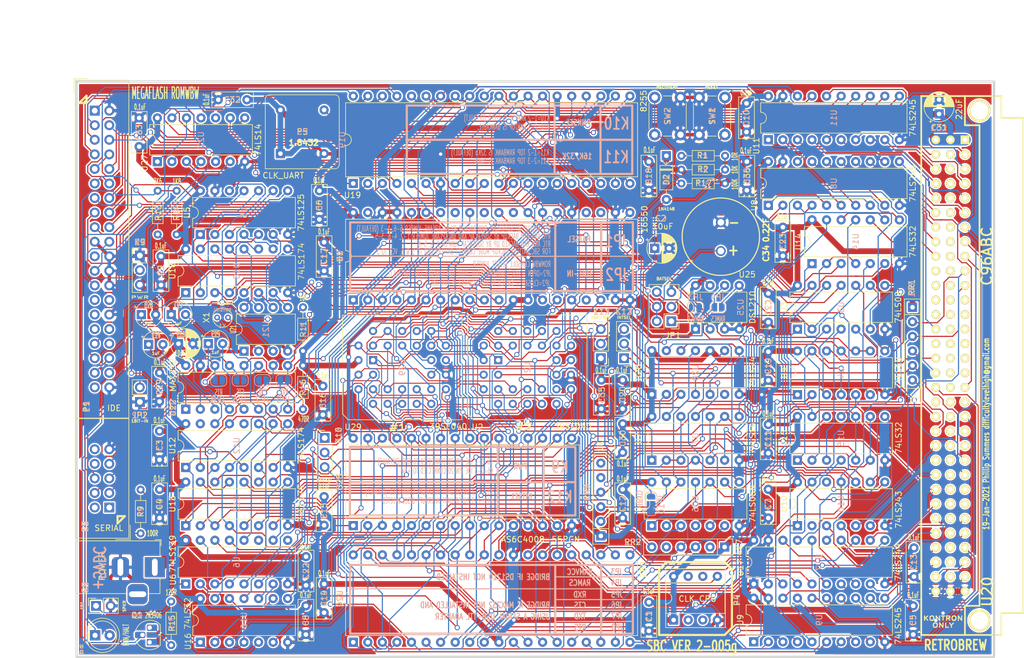
<source format=kicad_pcb>
(kicad_pcb (version 20171130) (host pcbnew "(5.1.9)-1")
  (title_block (date 2019-04-5))
  (layers (0 Component signal) (31 Copper signal) (34 B.Paste user) (35 F.Paste user) (36 B.SilkS user) (37 F.SilkS user) (38 B.Mask user) (39 F.Mask user) (44 Edge.Cuts user))
  (net 0 "")
  (net 1 //BUSAK)
  (net 2 //BUSRQ)
  (net 3 //CS_CFG)
  (net 4 //CS_CFG1)
  (net 5 //CS_CFG2)
  (net 6 //CS_PPI)
  (net 7 //CS_RAM)
  (net 8 //CS_ROM)
  (net 9 //CS_RTC)
  (net 10 //CS_UART)
  (net 11 //HALT)
  (net 12 //INT)
  (net 13 //IORQ)
  (net 14 //IOSEL)
  (net 15 //M1)
  (net 16 //MREQ)
  (net 17 //NMI)
  (net 18 //RD)
  (net 19 //RESET)
  (net 20 //RFSH)
  (net 21 //ROM_ENABLE)
  (net 22 //RTC_RD)
  (net 23 //RTC_WR)
  (net 24 //WAIT)
  (net 25 //WR)
  (net 26 /A0)
  (net 27 /A1)
  (net 28 /A10)
  (net 29 /A11)
  (net 30 /A12)
  (net 31 /A13)
  (net 32 /A14)
  (net 33 /A15)
  (net 34 /A15_RAM)
  (net 35 /A15_ROM)
  (net 36 /A16_RAM)
  (net 37 /A16_ROM)
  (net 38 /A17_RAM)
  (net 39 /A17_ROM)
  (net 40 /A18_RAM)
  (net 41 /A18_ROM)
  (net 42 /A2)
  (net 43 /A3)
  (net 44 /A4)
  (net 45 /A5)
  (net 46 /A6)
  (net 47 /A7)
  (net 48 /A8)
  (net 49 /A9)
  (net 50 /BUF_Q4)
  (net 51 /BUF_Q5)
  (net 52 /BUF_Q6)
  (net 53 /BUF_Q7)
  (net 54 /B_/BUSAK)
  (net 55 /B_/BUSRQ)
  (net 56 /B_/HALT)
  (net 57 /B_/IEO)
  (net 58 /B_/INT)
  (net 59 /B_/IORQ)
  (net 60 /B_/M1)
  (net 61 /B_/MREQ)
  (net 62 /B_/NMI)
  (net 63 /B_/RD)
  (net 64 /B_/RFSH)
  (net 65 /B_/WAIT)
  (net 66 /B_/WR)
  (net 67 /B_A0)
  (net 68 /B_A1)
  (net 69 /B_A10)
  (net 70 /B_A11)
  (net 71 /B_A12)
  (net 72 /B_A13)
  (net 73 /B_A14)
  (net 74 /B_A15)
  (net 75 /B_A2)
  (net 76 /B_A3)
  (net 77 /B_A4)
  (net 78 /B_A5)
  (net 79 /B_A6)
  (net 80 /B_A7)
  (net 81 /B_A8)
  (net 82 /B_A9)
  (net 83 /B_BAT)
  (net 84 /B_CLK_CPU)
  (net 85 /B_D0)
  (net 86 /B_D1)
  (net 87 /B_D2)
  (net 88 /B_D3)
  (net 89 /B_D4)
  (net 90 /B_D5)
  (net 91 /B_D6)
  (net 92 /B_D7)
  (net 93 /CFG1_Q0)
  (net 94 /CFG1_Q1)
  (net 95 /CFG1_Q2)
  (net 96 /CFG1_Q3)
  (net 97 /CLK_CPU)
  (net 98 /CLK_UART)
  (net 99 /CTS)
  (net 100 /CTS_TTL)
  (net 101 /D0)
  (net 102 /D1)
  (net 103 /D2)
  (net 104 /D3)
  (net 105 /D4)
  (net 106 /D5)
  (net 107 /D6)
  (net 108 /D7)
  (net 109 /DATA_DIR)
  (net 110 /DTR)
  (net 111 /INT)
  (net 112 /PA0)
  (net 113 /PA1)
  (net 114 /PA2)
  (net 115 /PA3)
  (net 116 /PA4)
  (net 117 /PA5)
  (net 118 /PA6)
  (net 119 /PA7)
  (net 120 /PB0)
  (net 121 /PB1)
  (net 122 /PB2)
  (net 123 /PB3)
  (net 124 /PB4)
  (net 125 /PB5)
  (net 126 /PB6)
  (net 127 /PB7)
  (net 128 /PC0)
  (net 129 /PC1)
  (net 130 /PC2)
  (net 131 /PC3)
  (net 132 /PC4)
  (net 133 /PC5)
  (net 134 /PC6)
  (net 135 /PC7)
  (net 136 /RESET)
  (net 137 /RTC_DQ)
  (net 138 /RTS)
  (net 139 /RTS_TTL)
  (net 140 /RX)
  (net 141 /SIN_TTL)
  (net 142 /SOUT_TTL)
  (net 143 /TX)
  (net 144 /VBAT1)
  (net 145 /VCC_SRAM)
  (net 146 GND)
  (net 147 VCC)
  (net 148 "Net-(C2-Pad1)")
  (net 149 "Net-(C24-Pad1)")
  (net 150 "Net-(C24-Pad2)")
  (net 151 "Net-(C25-Pad1)")
  (net 152 "Net-(C25-Pad2)")
  (net 153 "Net-(C26-Pad1)")
  (net 154 "Net-(C27-Pad2)")
  (net 155 "Net-(D1-Pad1)")
  (net 156 "Net-(D1-Pad2)")
  (net 157 "Net-(JP2-Pad2)")
  (net 158 "Net-(K10-Pad2)")
  (net 159 "Net-(K11-Pad2)")
  (net 160 "Net-(K12-Pad2)")
  (net 161 /B_/RESOUT)
  (net 162 //RESET_IN)
  (net 163 "Net-(U1-Pad15)")
  (net 164 "Net-(U15-Pad2)")
  (net 165 "Net-(U15-Pad3)")
  (net 166 "Net-(U3-Pad5)")
  (net 167 "Net-(U16-Pad1)")
  (net 168 "Net-(U14-Pad10)")
  (net 169 "Net-(U5-Pad12)")
  (net 170 "Net-(U15-Pad6)")
  (net 171 "Net-(U15-Pad12)")
  (net 172 "Net-(U26-Pad5)")
  (net 173 "Net-(U26-Pad1)")
  (net 174 "Net-(U14-Pad12)")
  (net 175 "Net-(U21-Pad2)")
  (net 176 "Net-(U21-Pad3)")
  (net 177 "Net-(Q1-Pad2)")
  (net 178 "Net-(Q1-Pad3)")
  (net 179 "Net-(R13-Pad2)")
  (net 180 "Net-(LS1-Pad1)")
  (net 181 "Net-(JP4-Pad2)")
  (net 182 "Net-(K9-Pad2)")
  (net 183 /-PC7)
  (net 184 /-PC5)
  (net 185 /-PC6)
  (net 186 /-PC3)
  (net 187 /-PC4)
  (net 188 "Net-(C34-Pad1)")
  (net 189 /VBAT2)
  (net 190 /~B_IQ0)
  (net 191 "Net-(U28-Pad13)")
  (net 192 "Net-(U28-Pad4)")
  (net 193 /CLKSEL)
  (net 194 /~CS_ROM2)
  (net 195 /A19_ROM)
  (net 196 /~CS_ROM1)
  (net 197 /CLK_PU)
  (net 198 /CS_ROM)
  (net 199 "Net-(U26-Pad9)")
  (net 200 "Net-(R17-Pad1)")
  (net 201 "Net-(JP10-Pad1)")
  (net 202 "Net-(JP10-Pad2)")
  (module Package_DIP:DIP-16_W7.62mm (layer Component) (at 96.52 110.49 90)
    (fp_text reference U22 (at 0.2286 -2.2606 90) (layer F.SilkS))
    (fp_text value MAX232 (at 5.9436 -2.2352 90) (layer F.SilkS))
    (fp_text user %R (at 0.254 -2.286 90) (layer B.SilkS) (effects (justify mirror)))
    (pad 1 thru_hole rect (at 0 0 90) (size 1.6 1.6) (drill 0.8) (layers *.Cu *.Mask) (net 149 "Net-(C24-Pad1)"))
    (pad 9 thru_hole oval (at 7.62 17.78 90) (size 1.6 1.6) (drill 0.8) (layers *.Cu *.Mask) (net 141 /SIN_TTL))
    (pad 2 thru_hole oval (at 0 2.54 90) (size 1.6 1.6) (drill 0.8) (layers *.Cu *.Mask) (net 153 "Net-(C26-Pad1)"))
    (pad 10 thru_hole oval (at 7.62 15.24 90) (size 1.6 1.6) (drill 0.8) (layers *.Cu *.Mask) (net 142 /SOUT_TTL))
    (pad 3 thru_hole oval (at 0 5.08 90) (size 1.6 1.6) (drill 0.8) (layers *.Cu *.Mask) (net 150 "Net-(C24-Pad2)"))
    (pad 11 thru_hole oval (at 7.62 12.7 90) (size 1.6 1.6) (drill 0.8) (layers *.Cu *.Mask) (net 139 /RTS_TTL))
    (pad 4 thru_hole oval (at 0 7.62 90) (size 1.6 1.6) (drill 0.8) (layers *.Cu *.Mask) (net 151 "Net-(C25-Pad1)"))
    (pad 12 thru_hole oval (at 7.62 10.16 90) (size 1.6 1.6) (drill 0.8) (layers *.Cu *.Mask) (net 100 /CTS_TTL))
    (pad 5 thru_hole oval (at 0 10.16 90) (size 1.6 1.6) (drill 0.8) (layers *.Cu *.Mask) (net 152 "Net-(C25-Pad2)"))
    (pad 13 thru_hole oval (at 7.62 7.62 90) (size 1.6 1.6) (drill 0.8) (layers *.Cu *.Mask) (net 99 /CTS))
    (pad 6 thru_hole oval (at 0 12.7 90) (size 1.6 1.6) (drill 0.8) (layers *.Cu *.Mask) (net 154 "Net-(C27-Pad2)"))
    (pad 14 thru_hole oval (at 7.62 5.08 90) (size 1.6 1.6) (drill 0.8) (layers *.Cu *.Mask) (net 138 /RTS))
    (pad 7 thru_hole oval (at 0 15.24 90) (size 1.6 1.6) (drill 0.8) (layers *.Cu *.Mask) (net 143 /TX))
    (pad 15 thru_hole oval (at 7.62 2.54 90) (size 1.6 1.6) (drill 0.8) (layers *.Cu *.Mask) (net 146 GND))
    (pad 8 thru_hole oval (at 0 17.78 90) (size 1.6 1.6) (drill 0.8) (layers *.Cu *.Mask) (net 140 /RX))
    (pad 16 thru_hole oval (at 7.62 0 90) (size 1.6 1.6) (drill 0.8) (layers *.Cu *.Mask) (net 147 VCC))
  )
  (module Jumper:SolderJumper-3_P1.3mm_Bridged12_RoundedPad1.0x1.5mm (layer Copper) (at 177.673 127 90)
    (fp_text reference JP10 (at 0 1.8 90) (layer B.SilkS) (effects (justify mirror)))
    (fp_text value CLKSEL (at 0.9525 -1.9685 90) (layer B.SilkS) (effects (font (size 1 0.5) (thickness 0.125)) (justify mirror)))
    (fp_poly (pts (xy -0.9 0.3) (xy -0.4 0.3) (xy -0.4 -0.3) (xy -0.9 -0.3)) (layer Copper) (width 0))
    (pad 1 smd custom (at -1.3 0 90) (size 1 0.5) (layers Copper B.Mask) (net 201 "Net-(JP10-Pad1)") (options (clearance outline) (anchor rect)) (primitives (gr_circle (center 0 -0.25) (end 0.5 -0.25) (width 0)) (gr_circle (center 0 0.25) (end 0.5 0.25) (width 0)) (gr_poly (pts (xy 0.55 0.75) (xy 0 0.75) (xy 0 -0.75) (xy 0.55 -0.75)) (width 0))))
    (pad 2 smd rect (at 0 0 90) (size 1 1.5) (layers Copper B.Mask) (net 202 "Net-(JP10-Pad2)"))
    (pad 3 smd custom (at 1.3 0 90) (size 1 0.5) (layers Copper B.Mask) (net 98 /CLK_UART) (options (clearance outline) (anchor rect)) (primitives (gr_circle (center 0 -0.25) (end 0.5 -0.25) (width 0)) (gr_circle (center 0 0.25) (end 0.5 0.25) (width 0)) (gr_poly (pts (xy -0.55 0.75) (xy 0 0.75) (xy 0 -0.75) (xy -0.55 -0.75)) (width 0))))
  )
  (module Capacitor_THT:C_Disc_D7.0mm_W2.5mm_P5.00mm (layer Component) (at 169 105.4 270)
    (fp_text reference C35 (at 2.6 -0.1 90) (layer F.SilkS))
    (fp_text value 0.1uF (at -1.7 0 180) (layer F.SilkS) (effects (font (size 1 0.5) (thickness 0.125))))
    (fp_text user %R (at 2.6 -0.1 90) (layer B.SilkS) (effects (font (thickness 0.15) italic) (justify mirror)))
    (pad 1 thru_hole circle (at 0 0 270) (size 1.6 1.6) (drill 0.8) (layers *.Cu *.Mask) (net 147 VCC))
    (pad 2 thru_hole circle (at 5 0 270) (size 1.6 1.6) (drill 0.8) (layers *.Cu *.Mask) (net 146 GND))
  )
  (module Package_LCC:PLCC-32_THT-Socket (layer Component) (at 129.1844 101.9302 90)
    (fp_text reference U29 (at -11.6698 -3.4844 180) (layer F.SilkS))
    (fp_text value 39SF040 (at -11.5698 13.1156 180) (layer F.SilkS))
    (fp_text user %R (at -1.27 5.08 90) (layer B.SilkS) (effects (justify mirror)))
    (pad 29 thru_hole circle (at 5.08 0 90) (size 1.4224 1.4224) (drill 0.8) (layers *.Cu *.Mask) (net 32 /A14))
    (pad 27 thru_hole circle (at 5.08 2.54 90) (size 1.4224 1.4224) (drill 0.8) (layers *.Cu *.Mask) (net 48 /A8))
    (pad 25 thru_hole circle (at 5.08 5.08 90) (size 1.4224 1.4224) (drill 0.8) (layers *.Cu *.Mask) (net 29 /A11))
    (pad 23 thru_hole circle (at 5.08 7.62 90) (size 1.4224 1.4224) (drill 0.8) (layers *.Cu *.Mask) (net 28 /A10))
    (pad 28 thru_hole circle (at 2.54 2.54 90) (size 1.4224 1.4224) (drill 0.8) (layers *.Cu *.Mask) (net 31 /A13))
    (pad 26 thru_hole circle (at 2.54 5.08 90) (size 1.4224 1.4224) (drill 0.8) (layers *.Cu *.Mask) (net 49 /A9))
    (pad 24 thru_hole circle (at 2.54 7.62 90) (size 1.4224 1.4224) (drill 0.8) (layers *.Cu *.Mask) (net 18 //RD))
    (pad 22 thru_hole circle (at 2.54 10.16 90) (size 1.4224 1.4224) (drill 0.8) (layers *.Cu *.Mask) (net 196 /~CS_ROM1))
    (pad 20 thru_hole circle (at 2.54 12.7 90) (size 1.4224 1.4224) (drill 0.8) (layers *.Cu *.Mask) (net 107 /D6))
    (pad 18 thru_hole circle (at 0 12.7 90) (size 1.4224 1.4224) (drill 0.8) (layers *.Cu *.Mask) (net 105 /D4))
    (pad 16 thru_hole circle (at -2.54 12.7 90) (size 1.4224 1.4224) (drill 0.8) (layers *.Cu *.Mask) (net 146 GND))
    (pad 14 thru_hole circle (at -5.08 12.7 90) (size 1.4224 1.4224) (drill 0.8) (layers *.Cu *.Mask) (net 102 /D1))
    (pad 21 thru_hole circle (at 5.08 10.16 90) (size 1.4224 1.4224) (drill 0.8) (layers *.Cu *.Mask) (net 108 /D7))
    (pad 19 thru_hole circle (at 0 10.16 90) (size 1.4224 1.4224) (drill 0.8) (layers *.Cu *.Mask) (net 106 /D5))
    (pad 17 thru_hole circle (at -2.54 10.16 90) (size 1.4224 1.4224) (drill 0.8) (layers *.Cu *.Mask) (net 104 /D3))
    (pad 15 thru_hole circle (at -5.08 10.16 90) (size 1.4224 1.4224) (drill 0.8) (layers *.Cu *.Mask) (net 103 /D2))
    (pad 13 thru_hole circle (at -7.62 10.16 90) (size 1.4224 1.4224) (drill 0.8) (layers *.Cu *.Mask) (net 101 /D0))
    (pad 11 thru_hole circle (at -7.62 7.62 90) (size 1.4224 1.4224) (drill 0.8) (layers *.Cu *.Mask) (net 27 /A1))
    (pad 9 thru_hole circle (at -7.62 5.08 90) (size 1.4224 1.4224) (drill 0.8) (layers *.Cu *.Mask) (net 43 /A3))
    (pad 7 thru_hole circle (at -7.62 2.54 90) (size 1.4224 1.4224) (drill 0.8) (layers *.Cu *.Mask) (net 45 /A5))
    (pad 5 thru_hole circle (at -7.62 0 90) (size 1.4224 1.4224) (drill 0.8) (layers *.Cu *.Mask) (net 47 /A7))
    (pad 12 thru_hole circle (at -5.08 7.62 90) (size 1.4224 1.4224) (drill 0.8) (layers *.Cu *.Mask) (net 26 /A0))
    (pad 10 thru_hole circle (at -5.08 5.08 90) (size 1.4224 1.4224) (drill 0.8) (layers *.Cu *.Mask) (net 42 /A2))
    (pad 8 thru_hole circle (at -5.08 2.54 90) (size 1.4224 1.4224) (drill 0.8) (layers *.Cu *.Mask) (net 44 /A4))
    (pad 6 thru_hole circle (at -5.08 0 90) (size 1.4224 1.4224) (drill 0.8) (layers *.Cu *.Mask) (net 46 /A6))
    (pad 30 thru_hole circle (at 2.54 -2.54 90) (size 1.4224 1.4224) (drill 0.8) (layers *.Cu *.Mask) (net 39 /A17_ROM))
    (pad 32 thru_hole circle (at 0 -2.54 90) (size 1.4224 1.4224) (drill 0.8) (layers *.Cu *.Mask) (net 147 VCC))
    (pad 4 thru_hole circle (at -5.08 -2.54 90) (size 1.4224 1.4224) (drill 0.8) (layers *.Cu *.Mask) (net 30 /A12))
    (pad 2 thru_hole circle (at -2.54 -2.54 90) (size 1.4224 1.4224) (drill 0.8) (layers *.Cu *.Mask) (net 37 /A16_ROM))
    (pad 31 thru_hole circle (at 2.54 0 90) (size 1.4224 1.4224) (drill 0.8) (layers *.Cu *.Mask) (net 25 //WR))
    (pad 3 thru_hole circle (at -2.54 0 90) (size 1.4224 1.4224) (drill 0.8) (layers *.Cu *.Mask) (net 35 /A15_ROM))
    (pad 1 thru_hole rect (at 0 0 90) (size 1.4224 1.4224) (drill 0.8) (layers *.Cu *.Mask) (net 41 /A18_ROM))
  )
  (module Package_DIP:DIP-14_W7.62mm (layer Component) (at 99.06 80.01 90)
    (fp_text reference U5 (at 3.81 -2.33 90) (layer F.SilkS))
    (fp_text value 74LS125 (at 3.81 17.57 90) (layer F.SilkS))
    (fp_text user %R (at 3.81 7.62 90) (layer B.SilkS) (effects (justify mirror)))
    (pad 14 thru_hole oval (at 7.62 0 90) (size 1.6 1.6) (drill 0.8) (layers *.Cu *.Mask) (net 147 VCC))
    (pad 7 thru_hole oval (at 0 15.24 90) (size 1.6 1.6) (drill 0.8) (layers *.Cu *.Mask) (net 146 GND))
    (pad 13 thru_hole oval (at 7.62 2.54 90) (size 1.6 1.6) (drill 0.8) (layers *.Cu *.Mask) (net 146 GND))
    (pad 6 thru_hole oval (at 0 12.7 90) (size 1.6 1.6) (drill 0.8) (layers *.Cu *.Mask) (net 137 /RTC_DQ))
    (pad 12 thru_hole oval (at 7.62 5.08 90) (size 1.6 1.6) (drill 0.8) (layers *.Cu *.Mask) (net 169 "Net-(U5-Pad12)"))
    (pad 5 thru_hole oval (at 0 10.16 90) (size 1.6 1.6) (drill 0.8) (layers *.Cu *.Mask) (net 53 /BUF_Q7))
    (pad 11 thru_hole oval (at 7.62 7.62 90) (size 1.6 1.6) (drill 0.8) (layers *.Cu *.Mask) (net 155 "Net-(D1-Pad1)"))
    (pad 4 thru_hole oval (at 0 7.62 90) (size 1.6 1.6) (drill 0.8) (layers *.Cu *.Mask) (net 51 /BUF_Q5))
    (pad 10 thru_hole oval (at 7.62 10.16 90) (size 1.6 1.6) (drill 0.8) (layers *.Cu *.Mask) (net 22 //RTC_RD))
    (pad 3 thru_hole oval (at 0 5.08 90) (size 1.6 1.6) (drill 0.8) (layers *.Cu *.Mask) (net 101 /D0))
    (pad 9 thru_hole oval (at 7.62 12.7 90) (size 1.6 1.6) (drill 0.8) (layers *.Cu *.Mask) (net 157 "Net-(JP2-Pad2)"))
    (pad 2 thru_hole oval (at 0 2.54 90) (size 1.6 1.6) (drill 0.8) (layers *.Cu *.Mask) (net 137 /RTC_DQ))
    (pad 8 thru_hole oval (at 7.62 15.24 90) (size 1.6 1.6) (drill 0.8) (layers *.Cu *.Mask) (net 107 /D6))
    (pad 1 thru_hole rect (at 0 0 90) (size 1.6 1.6) (drill 0.8) (layers *.Cu *.Mask) (net 22 //RTC_RD))
  )
  (module Button_Switch_THT:SW_PUSH_6mm_H8mm (layer Component) (at 178.308 62.611 90)
    (fp_text reference SW2 (at 3.2385 2.2225 90) (layer F.SilkS))
    (fp_text value RECOVERY (at 8.255 2.159 180) (layer F.SilkS) (effects (font (size 0.5 0.5) (thickness 0.125))))
    (fp_text user %R (at 3.25 2.25 90) (layer B.SilkS) (effects (justify mirror)))
    (pad 1 thru_hole circle (at 6.5 0 180) (size 2 2) (drill 1.1) (layers *.Cu *.Mask) (net 200 "Net-(R17-Pad1)"))
    (pad 2 thru_hole circle (at 6.5 4.5 180) (size 2 2) (drill 1.1) (layers *.Cu *.Mask) (net 146 GND))
    (pad 1 thru_hole circle (at 0 0 180) (size 2 2) (drill 1.1) (layers *.Cu *.Mask) (net 200 "Net-(R17-Pad1)"))
    (pad 2 thru_hole circle (at 0 4.5 180) (size 2 2) (drill 1.1) (layers *.Cu *.Mask) (net 146 GND))
  )
  (module Package_DIP:DIP-14_W7.62mm (layer Component) (at 205.74 85.09 90)
    (fp_text reference U14 (at 3.81 -2.33 90) (layer F.SilkS))
    (fp_text value 74LS32 (at 3.81 17.57 90) (layer F.SilkS))
    (fp_text user %R (at 3.81 7.62 90) (layer B.SilkS) (effects (justify mirror)))
    (pad 14 thru_hole oval (at 7.62 0 90) (size 1.6 1.6) (drill 0.8) (layers *.Cu *.Mask) (net 147 VCC))
    (pad 7 thru_hole oval (at 0 15.24 90) (size 1.6 1.6) (drill 0.8) (layers *.Cu *.Mask) (net 146 GND))
    (pad 13 thru_hole oval (at 7.62 2.54 90) (size 1.6 1.6) (drill 0.8) (layers *.Cu *.Mask) (net 13 //IORQ))
    (pad 6 thru_hole oval (at 0 12.7 90) (size 1.6 1.6) (drill 0.8) (layers *.Cu *.Mask) (net 22 //RTC_RD))
    (pad 12 thru_hole oval (at 7.62 5.08 90) (size 1.6 1.6) (drill 0.8) (layers *.Cu *.Mask) (net 174 "Net-(U14-Pad12)"))
    (pad 5 thru_hole oval (at 0 10.16 90) (size 1.6 1.6) (drill 0.8) (layers *.Cu *.Mask) (net 18 //RD))
    (pad 11 thru_hole oval (at 7.62 7.62 90) (size 1.6 1.6) (drill 0.8) (layers *.Cu *.Mask) (net 14 //IOSEL))
    (pad 4 thru_hole oval (at 0 7.62 90) (size 1.6 1.6) (drill 0.8) (layers *.Cu *.Mask) (net 9 //CS_RTC))
    (pad 10 thru_hole oval (at 7.62 10.16 90) (size 1.6 1.6) (drill 0.8) (layers *.Cu *.Mask) (net 168 "Net-(U14-Pad10)"))
    (pad 3 thru_hole oval (at 0 5.08 90) (size 1.6 1.6) (drill 0.8) (layers *.Cu *.Mask) (net 23 //RTC_WR))
    (pad 9 thru_hole oval (at 7.62 12.7 90) (size 1.6 1.6) (drill 0.8) (layers *.Cu *.Mask) (net 47 /A7))
    (pad 2 thru_hole oval (at 0 2.54 90) (size 1.6 1.6) (drill 0.8) (layers *.Cu *.Mask) (net 9 //CS_RTC))
    (pad 8 thru_hole oval (at 7.62 15.24 90) (size 1.6 1.6) (drill 0.8) (layers *.Cu *.Mask) (net 174 "Net-(U14-Pad12)"))
    (pad 1 thru_hole rect (at 0 0 90) (size 1.6 1.6) (drill 0.8) (layers *.Cu *.Mask) (net 25 //WR))
  )
  (module Resistor_THT:R_Array_SIP6 (layer Component) (at 223.266 92.71 270)
    (fp_text reference RR1 (at -3.429 0.127 90) (layer F.SilkS))
    (fp_text value 1K (at 16.002 -0.127 90) (layer F.SilkS))
    (fp_text user %R (at -3.175 0.127 90) (layer B.SilkS) (effects (justify mirror)))
    (pad 6 thru_hole oval (at 12.7 0 270) (size 1.6 1.6) (drill 0.8) (layers *.Cu *.Mask) (net 62 /B_/NMI))
    (pad 5 thru_hole oval (at 10.16 0 270) (size 1.6 1.6) (drill 0.8) (layers *.Cu *.Mask) (net 58 /B_/INT))
    (pad 4 thru_hole oval (at 7.62 0 270) (size 1.6 1.6) (drill 0.8) (layers *.Cu *.Mask) (net 57 /B_/IEO))
    (pad 3 thru_hole oval (at 5.08 0 270) (size 1.6 1.6) (drill 0.8) (layers *.Cu *.Mask) (net 55 /B_/BUSRQ))
    (pad 2 thru_hole oval (at 2.54 0 270) (size 1.6 1.6) (drill 0.8) (layers *.Cu *.Mask) (net 65 /B_/WAIT))
    (pad 1 thru_hole rect (at 0 0 270) (size 1.6 1.6) (drill 0.8) (layers *.Cu *.Mask) (net 147 VCC))
  )
  (module Package_DIP:DIP-14_W7.62mm (layer Component) (at 177.8 119.38 90)
    (fp_text reference U7 (at 3.81 -2.33 90) (layer F.SilkS))
    (fp_text value 74LS14 (at 3.81 17.57 90) (layer F.SilkS))
    (fp_text user %R (at 3.81 7.62 90) (layer B.SilkS) (effects (justify mirror)))
    (pad 14 thru_hole oval (at 7.62 0 90) (size 1.6 1.6) (drill 0.8) (layers *.Cu *.Mask) (net 147 VCC))
    (pad 7 thru_hole oval (at 0 15.24 90) (size 1.6 1.6) (drill 0.8) (layers *.Cu *.Mask) (net 146 GND))
    (pad 13 thru_hole oval (at 7.62 2.54 90) (size 1.6 1.6) (drill 0.8) (layers *.Cu *.Mask) (net 58 /B_/INT))
    (pad 6 thru_hole oval (at 0 12.7 90) (size 1.6 1.6) (drill 0.8) (layers *.Cu *.Mask) (net 171 "Net-(U15-Pad12)"))
    (pad 12 thru_hole oval (at 7.62 5.08 90) (size 1.6 1.6) (drill 0.8) (layers *.Cu *.Mask) (net 173 "Net-(U26-Pad1)"))
    (pad 5 thru_hole oval (at 0 10.16 90) (size 1.6 1.6) (drill 0.8) (layers *.Cu *.Mask) (net 170 "Net-(U15-Pad6)"))
    (pad 11 thru_hole oval (at 7.62 7.62 90) (size 1.6 1.6) (drill 0.8) (layers *.Cu *.Mask) (net 62 /B_/NMI))
    (pad 4 thru_hole oval (at 0 7.62 90) (size 1.6 1.6) (drill 0.8) (layers *.Cu *.Mask) (net 19 //RESET))
    (pad 10 thru_hole oval (at 7.62 10.16 90) (size 1.6 1.6) (drill 0.8) (layers *.Cu *.Mask) (net 172 "Net-(U26-Pad5)"))
    (pad 3 thru_hole oval (at 0 5.08 90) (size 1.6 1.6) (drill 0.8) (layers *.Cu *.Mask) (net 136 /RESET))
    (pad 9 thru_hole oval (at 7.62 12.7 90) (size 1.6 1.6) (drill 0.8) (layers *.Cu *.Mask) (net 56 /B_/HALT))
    (pad 2 thru_hole oval (at 0 2.54 90) (size 1.6 1.6) (drill 0.8) (layers *.Cu *.Mask) (net 136 /RESET))
    (pad 8 thru_hole oval (at 7.62 15.24 90) (size 1.6 1.6) (drill 0.8) (layers *.Cu *.Mask) (net 169 "Net-(U5-Pad12)"))
    (pad 1 thru_hole rect (at 0 0 90) (size 1.6 1.6) (drill 0.8) (layers *.Cu *.Mask) (net 148 "Net-(C2-Pad1)"))
  )
  (module Package_DIP:DIP-14_W7.62mm (layer Component) (at 203.2 130.81 90)
    (fp_text reference U10 (at 3.81 -2.33 90) (layer F.SilkS))
    (fp_text value 74LS243 (at 2.794 17.653 270) (layer F.SilkS))
    (fp_text user %R (at 3.81 7.62 90) (layer B.SilkS) (effects (justify mirror)))
    (pad 14 thru_hole oval (at 7.62 0 90) (size 1.6 1.6) (drill 0.8) (layers *.Cu *.Mask) (net 147 VCC))
    (pad 7 thru_hole oval (at 0 15.24 90) (size 1.6 1.6) (drill 0.8) (layers *.Cu *.Mask) (net 146 GND))
    (pad 13 thru_hole oval (at 7.62 2.54 90) (size 1.6 1.6) (drill 0.8) (layers *.Cu *.Mask) (net 1 //BUSAK))
    (pad 6 thru_hole oval (at 0 12.7 90) (size 1.6 1.6) (drill 0.8) (layers *.Cu *.Mask) (net 63 /B_/RD))
    (pad 12 thru_hole oval (at 7.62 5.08 90) (size 1.6 1.6) (drill 0.8) (layers *.Cu *.Mask))
    (pad 5 thru_hole oval (at 0 10.16 90) (size 1.6 1.6) (drill 0.8) (layers *.Cu *.Mask) (net 66 /B_/WR))
    (pad 11 thru_hole oval (at 7.62 7.62 90) (size 1.6 1.6) (drill 0.8) (layers *.Cu *.Mask) (net 16 //MREQ))
    (pad 4 thru_hole oval (at 0 7.62 90) (size 1.6 1.6) (drill 0.8) (layers *.Cu *.Mask) (net 59 /B_/IORQ))
    (pad 10 thru_hole oval (at 7.62 10.16 90) (size 1.6 1.6) (drill 0.8) (layers *.Cu *.Mask) (net 13 //IORQ))
    (pad 3 thru_hole oval (at 0 5.08 90) (size 1.6 1.6) (drill 0.8) (layers *.Cu *.Mask) (net 61 /B_/MREQ))
    (pad 9 thru_hole oval (at 7.62 12.7 90) (size 1.6 1.6) (drill 0.8) (layers *.Cu *.Mask) (net 25 //WR))
    (pad 2 thru_hole oval (at 0 2.54 90) (size 1.6 1.6) (drill 0.8) (layers *.Cu *.Mask))
    (pad 8 thru_hole oval (at 7.62 15.24 90) (size 1.6 1.6) (drill 0.8) (layers *.Cu *.Mask) (net 18 //RD))
    (pad 1 thru_hole rect (at 0 0 90) (size 1.6 1.6) (drill 0.8) (layers *.Cu *.Mask) (net 1 //BUSAK))
  )
  (module Package_LCC:PLCC-32_THT-Socket (layer Component) (at 151.0157 101.9302 90)
    (fp_text reference U2 (at -11.6698 -3.6157 180) (layer F.SilkS))
    (fp_text value 39SF040 (at -11.5698 12.9843 180) (layer F.SilkS))
    (fp_text user %R (at -1.27 5.08 90) (layer B.SilkS) (effects (justify mirror)))
    (pad 29 thru_hole circle (at 5.08 0 90) (size 1.4224 1.4224) (drill 0.8) (layers *.Cu *.Mask) (net 32 /A14))
    (pad 27 thru_hole circle (at 5.08 2.54 90) (size 1.4224 1.4224) (drill 0.8) (layers *.Cu *.Mask) (net 48 /A8))
    (pad 25 thru_hole circle (at 5.08 5.08 90) (size 1.4224 1.4224) (drill 0.8) (layers *.Cu *.Mask) (net 29 /A11))
    (pad 23 thru_hole circle (at 5.08 7.62 90) (size 1.4224 1.4224) (drill 0.8) (layers *.Cu *.Mask) (net 28 /A10))
    (pad 28 thru_hole circle (at 2.54 2.54 90) (size 1.4224 1.4224) (drill 0.8) (layers *.Cu *.Mask) (net 31 /A13))
    (pad 26 thru_hole circle (at 2.54 5.08 90) (size 1.4224 1.4224) (drill 0.8) (layers *.Cu *.Mask) (net 49 /A9))
    (pad 24 thru_hole circle (at 2.54 7.62 90) (size 1.4224 1.4224) (drill 0.8) (layers *.Cu *.Mask) (net 18 //RD))
    (pad 22 thru_hole circle (at 2.54 10.16 90) (size 1.4224 1.4224) (drill 0.8) (layers *.Cu *.Mask) (net 194 /~CS_ROM2))
    (pad 20 thru_hole circle (at 2.54 12.7 90) (size 1.4224 1.4224) (drill 0.8) (layers *.Cu *.Mask) (net 107 /D6))
    (pad 18 thru_hole circle (at 0 12.7 90) (size 1.4224 1.4224) (drill 0.8) (layers *.Cu *.Mask) (net 105 /D4))
    (pad 16 thru_hole circle (at -2.54 12.7 90) (size 1.4224 1.4224) (drill 0.8) (layers *.Cu *.Mask) (net 146 GND))
    (pad 14 thru_hole circle (at -5.08 12.7 90) (size 1.4224 1.4224) (drill 0.8) (layers *.Cu *.Mask) (net 102 /D1))
    (pad 21 thru_hole circle (at 5.08 10.16 90) (size 1.4224 1.4224) (drill 0.8) (layers *.Cu *.Mask) (net 108 /D7))
    (pad 19 thru_hole circle (at 0 10.16 90) (size 1.4224 1.4224) (drill 0.8) (layers *.Cu *.Mask) (net 106 /D5))
    (pad 17 thru_hole circle (at -2.54 10.16 90) (size 1.4224 1.4224) (drill 0.8) (layers *.Cu *.Mask) (net 104 /D3))
    (pad 15 thru_hole circle (at -5.08 10.16 90) (size 1.4224 1.4224) (drill 0.8) (layers *.Cu *.Mask) (net 103 /D2))
    (pad 13 thru_hole circle (at -7.62 10.16 90) (size 1.4224 1.4224) (drill 0.8) (layers *.Cu *.Mask) (net 101 /D0))
    (pad 11 thru_hole circle (at -7.62 7.62 90) (size 1.4224 1.4224) (drill 0.8) (layers *.Cu *.Mask) (net 27 /A1))
    (pad 9 thru_hole circle (at -7.62 5.08 90) (size 1.4224 1.4224) (drill 0.8) (layers *.Cu *.Mask) (net 43 /A3))
    (pad 7 thru_hole circle (at -7.62 2.54 90) (size 1.4224 1.4224) (drill 0.8) (layers *.Cu *.Mask) (net 45 /A5))
    (pad 5 thru_hole circle (at -7.62 0 90) (size 1.4224 1.4224) (drill 0.8) (layers *.Cu *.Mask) (net 47 /A7))
    (pad 12 thru_hole circle (at -5.08 7.62 90) (size 1.4224 1.4224) (drill 0.8) (layers *.Cu *.Mask) (net 26 /A0))
    (pad 10 thru_hole circle (at -5.08 5.08 90) (size 1.4224 1.4224) (drill 0.8) (layers *.Cu *.Mask) (net 42 /A2))
    (pad 8 thru_hole circle (at -5.08 2.54 90) (size 1.4224 1.4224) (drill 0.8) (layers *.Cu *.Mask) (net 44 /A4))
    (pad 6 thru_hole circle (at -5.08 0 90) (size 1.4224 1.4224) (drill 0.8) (layers *.Cu *.Mask) (net 46 /A6))
    (pad 30 thru_hole circle (at 2.54 -2.54 90) (size 1.4224 1.4224) (drill 0.8) (layers *.Cu *.Mask) (net 39 /A17_ROM))
    (pad 32 thru_hole circle (at 0 -2.54 90) (size 1.4224 1.4224) (drill 0.8) (layers *.Cu *.Mask) (net 147 VCC))
    (pad 4 thru_hole circle (at -5.08 -2.54 90) (size 1.4224 1.4224) (drill 0.8) (layers *.Cu *.Mask) (net 30 /A12))
    (pad 2 thru_hole circle (at -2.54 -2.54 90) (size 1.4224 1.4224) (drill 0.8) (layers *.Cu *.Mask) (net 37 /A16_ROM))
    (pad 31 thru_hole circle (at 2.54 0 90) (size 1.4224 1.4224) (drill 0.8) (layers *.Cu *.Mask) (net 25 //WR))
    (pad 3 thru_hole circle (at -2.54 0 90) (size 1.4224 1.4224) (drill 0.8) (layers *.Cu *.Mask) (net 35 /A15_ROM))
    (pad 1 thru_hole rect (at 0 0 90) (size 1.4224 1.4224) (drill 0.8) (layers *.Cu *.Mask) (net 41 /A18_ROM))
  )
  (module Supercap:CAPPRD500W95D1350H750 (layer Component) (at 189.84 82.9 90)
    (fp_text reference C34 (at -0.412 7.899 270) (layer F.SilkS) (effects (font (thickness 0.25))))
    (fp_text value 0.22F (at 3.652 7.899 270) (layer F.SilkS) (effects (font (thickness 0.25))))
    (pad 2 thru_hole circle (at 5 0 90) (size 1.725 1.725) (drill 1.15) (layers *.Cu *.Mask) (net 146 GND))
    (pad 1 thru_hole circle (at 0 0 90) (size 1.725 1.725) (drill 1.15) (layers *.Cu *.Mask) (net 188 "Net-(C34-Pad1)"))
  )
  (module Button_Switch_THT:SW_PUSH_6mm_H8mm (layer Component) (at 186.055 62.611 90)
    (fp_text reference SW1 (at 3.2512 2.286 90) (layer F.SilkS))
    (fp_text value RESET (at 8.255 2.159) (layer F.SilkS) (effects (font (size 0.5 0.5) (thickness 0.125))))
    (fp_text user %R (at 3.25 2.25 90) (layer B.SilkS) (effects (justify mirror)))
    (pad 1 thru_hole circle (at 6.5 0 180) (size 2 2) (drill 1.1) (layers *.Cu *.Mask) (net 146 GND))
    (pad 2 thru_hole circle (at 6.5 4.5 180) (size 2 2) (drill 1.1) (layers *.Cu *.Mask) (net 162 //RESET_IN))
    (pad 1 thru_hole circle (at 0 0 180) (size 2 2) (drill 1.1) (layers *.Cu *.Mask) (net 146 GND))
    (pad 2 thru_hole circle (at 0 4.5 180) (size 2 2) (drill 1.1) (layers *.Cu *.Mask) (net 162 //RESET_IN))
  )
  (module Package_DIP:DIP-14_W7.62mm (layer Component) (at 203.2 96.52 90)
    (fp_text reference U3 (at 3.81 -2.33 90) (layer F.SilkS))
    (fp_text value 74LS08 (at 3.81 17.57 90) (layer F.SilkS))
    (fp_text user %R (at 3.81 7.62 90) (layer B.SilkS) (effects (justify mirror)))
    (pad 14 thru_hole oval (at 7.62 0 90) (size 1.6 1.6) (drill 0.8) (layers *.Cu *.Mask) (net 147 VCC))
    (pad 7 thru_hole oval (at 0 15.24 90) (size 1.6 1.6) (drill 0.8) (layers *.Cu *.Mask) (net 146 GND))
    (pad 13 thru_hole oval (at 7.62 2.54 90) (size 1.6 1.6) (drill 0.8) (layers *.Cu *.Mask) (net 159 "Net-(K11-Pad2)"))
    (pad 6 thru_hole oval (at 0 12.7 90) (size 1.6 1.6) (drill 0.8) (layers *.Cu *.Mask) (net 109 /DATA_DIR))
    (pad 12 thru_hole oval (at 7.62 5.08 90) (size 1.6 1.6) (drill 0.8) (layers *.Cu *.Mask) (net 33 /A15))
    (pad 5 thru_hole oval (at 0 10.16 90) (size 1.6 1.6) (drill 0.8) (layers *.Cu *.Mask) (net 166 "Net-(U3-Pad5)"))
    (pad 11 thru_hole oval (at 7.62 7.62 90) (size 1.6 1.6) (drill 0.8) (layers *.Cu *.Mask) (net 167 "Net-(U16-Pad1)"))
    (pad 4 thru_hole oval (at 0 7.62 90) (size 1.6 1.6) (drill 0.8) (layers *.Cu *.Mask) (net 165 "Net-(U15-Pad3)"))
    (pad 10 thru_hole oval (at 7.62 10.16 90) (size 1.6 1.6) (drill 0.8) (layers *.Cu *.Mask) (net 198 /CS_ROM))
    (pad 3 thru_hole oval (at 0 5.08 90) (size 1.6 1.6) (drill 0.8) (layers *.Cu *.Mask) (net 164 "Net-(U15-Pad2)"))
    (pad 9 thru_hole oval (at 7.62 12.7 90) (size 1.6 1.6) (drill 0.8) (layers *.Cu *.Mask) (net 194 /~CS_ROM2))
    (pad 2 thru_hole oval (at 0 2.54 90) (size 1.6 1.6) (drill 0.8) (layers *.Cu *.Mask) (net 14 //IOSEL))
    (pad 8 thru_hole oval (at 7.62 15.24 90) (size 1.6 1.6) (drill 0.8) (layers *.Cu *.Mask) (net 199 "Net-(U26-Pad9)"))
    (pad 1 thru_hole rect (at 0 0 90) (size 1.6 1.6) (drill 0.8) (layers *.Cu *.Mask) (net 16 //MREQ))
  )
  (module Package_DIP:DIP-14_W7.62mm (layer Component) (at 177.8 130.81 90)
    (fp_text reference U26 (at 3.81 -2.33 90) (layer F.SilkS))
    (fp_text value 74LS06N (at 3.81 17.57 90) (layer F.SilkS))
    (fp_text user %R (at 3.81 7.62 90) (layer B.SilkS) (effects (justify mirror)))
    (pad 14 thru_hole oval (at 7.62 0 90) (size 1.6 1.6) (drill 0.8) (layers *.Cu *.Mask) (net 147 VCC))
    (pad 7 thru_hole oval (at 0 15.24 90) (size 1.6 1.6) (drill 0.8) (layers *.Cu *.Mask) (net 146 GND))
    (pad 13 thru_hole oval (at 7.62 2.54 90) (size 1.6 1.6) (drill 0.8) (layers *.Cu *.Mask) (net 202 "Net-(JP10-Pad2)"))
    (pad 6 thru_hole oval (at 0 12.7 90) (size 1.6 1.6) (drill 0.8) (layers *.Cu *.Mask) (net 17 //NMI))
    (pad 12 thru_hole oval (at 7.62 5.08 90) (size 1.6 1.6) (drill 0.8) (layers *.Cu *.Mask) (net 197 /CLK_PU))
    (pad 5 thru_hole oval (at 0 10.16 90) (size 1.6 1.6) (drill 0.8) (layers *.Cu *.Mask) (net 172 "Net-(U26-Pad5)"))
    (pad 11 thru_hole oval (at 7.62 7.62 90) (size 1.6 1.6) (drill 0.8) (layers *.Cu *.Mask) (net 8 //CS_ROM))
    (pad 4 thru_hole oval (at 0 7.62 90) (size 1.6 1.6) (drill 0.8) (layers *.Cu *.Mask) (net 160 "Net-(K12-Pad2)"))
    (pad 10 thru_hole oval (at 7.62 10.16 90) (size 1.6 1.6) (drill 0.8) (layers *.Cu *.Mask) (net 198 /CS_ROM))
    (pad 3 thru_hole oval (at 0 5.08 90) (size 1.6 1.6) (drill 0.8) (layers *.Cu *.Mask) (net 111 /INT))
    (pad 9 thru_hole oval (at 7.62 12.7 90) (size 1.6 1.6) (drill 0.8) (layers *.Cu *.Mask) (net 199 "Net-(U26-Pad9)"))
    (pad 2 thru_hole oval (at 0 2.54 90) (size 1.6 1.6) (drill 0.8) (layers *.Cu *.Mask) (net 12 //INT))
    (pad 8 thru_hole oval (at 7.62 15.24 90) (size 1.6 1.6) (drill 0.8) (layers *.Cu *.Mask) (net 196 /~CS_ROM1))
    (pad 1 thru_hole rect (at 0 0 90) (size 1.6 1.6) (drill 0.8) (layers *.Cu *.Mask) (net 173 "Net-(U26-Pad1)"))
  )
  (module Package_DIP:DIP-14_W7.62mm (layer Component) (at 91.567 67.31 90)
    (fp_text reference U27 (at -0.254 -2.2098 90) (layer F.SilkS))
    (fp_text value 74LS14 (at 3.81 17.57 90) (layer F.SilkS))
    (fp_text user %R (at 3.81 7.62 90) (layer B.SilkS) (effects (justify mirror)))
    (pad 14 thru_hole oval (at 7.62 0 90) (size 1.6 1.6) (drill 0.8) (layers *.Cu *.Mask) (net 147 VCC))
    (pad 7 thru_hole oval (at 0 15.24 90) (size 1.6 1.6) (drill 0.8) (layers *.Cu *.Mask) (net 146 GND))
    (pad 13 thru_hole oval (at 7.62 2.54 90) (size 1.6 1.6) (drill 0.8) (layers *.Cu *.Mask) (net 134 /PC6))
    (pad 6 thru_hole oval (at 0 12.7 90) (size 1.6 1.6) (drill 0.8) (layers *.Cu *.Mask) (net 187 /-PC4))
    (pad 12 thru_hole oval (at 7.62 5.08 90) (size 1.6 1.6) (drill 0.8) (layers *.Cu *.Mask) (net 185 /-PC6))
    (pad 5 thru_hole oval (at 0 10.16 90) (size 1.6 1.6) (drill 0.8) (layers *.Cu *.Mask) (net 132 /PC4))
    (pad 11 thru_hole oval (at 7.62 7.62 90) (size 1.6 1.6) (drill 0.8) (layers *.Cu *.Mask))
    (pad 4 thru_hole oval (at 0 7.62 90) (size 1.6 1.6) (drill 0.8) (layers *.Cu *.Mask) (net 184 /-PC5))
    (pad 10 thru_hole oval (at 7.62 10.16 90) (size 1.6 1.6) (drill 0.8) (layers *.Cu *.Mask))
    (pad 3 thru_hole oval (at 0 5.08 90) (size 1.6 1.6) (drill 0.8) (layers *.Cu *.Mask) (net 133 /PC5))
    (pad 9 thru_hole oval (at 7.62 12.7 90) (size 1.6 1.6) (drill 0.8) (layers *.Cu *.Mask) (net 135 /PC7))
    (pad 2 thru_hole oval (at 0 2.54 90) (size 1.6 1.6) (drill 0.8) (layers *.Cu *.Mask) (net 186 /-PC3))
    (pad 8 thru_hole oval (at 7.62 15.24 90) (size 1.6 1.6) (drill 0.8) (layers *.Cu *.Mask) (net 183 /-PC7))
    (pad 1 thru_hole rect (at 0 0 90) (size 1.6 1.6) (drill 0.8) (layers *.Cu *.Mask) (net 131 /PC3))
  )
  (module Package_DIP:DIP-14_W7.62mm (layer Component) (at 99.06 151.13 90)
    (fp_text reference U16 (at 0.127 -2.159 90) (layer F.SilkS) (effects (font (thickness 0.125))))
    (fp_text value 74LS32 (at 5.0165 -2.2225 90) (layer F.SilkS) (effects (font (thickness 0.125))))
    (fp_text user %R (at 3.81 7.62 90) (layer B.SilkS) (effects (justify mirror)))
    (pad 14 thru_hole oval (at 7.62 0 90) (size 1.6 1.6) (drill 0.8) (layers *.Cu *.Mask) (net 147 VCC))
    (pad 7 thru_hole oval (at 0 15.24 90) (size 1.6 1.6) (drill 0.8) (layers *.Cu *.Mask) (net 146 GND))
    (pad 13 thru_hole oval (at 7.62 2.54 90) (size 1.6 1.6) (drill 0.8) (layers *.Cu *.Mask) (net 96 /CFG1_Q3))
    (pad 6 thru_hole oval (at 0 12.7 90) (size 1.6 1.6) (drill 0.8) (layers *.Cu *.Mask) (net 36 /A16_RAM))
    (pad 12 thru_hole oval (at 7.62 5.08 90) (size 1.6 1.6) (drill 0.8) (layers *.Cu *.Mask) (net 167 "Net-(U16-Pad1)"))
    (pad 5 thru_hole oval (at 0 10.16 90) (size 1.6 1.6) (drill 0.8) (layers *.Cu *.Mask) (net 94 /CFG1_Q1))
    (pad 11 thru_hole oval (at 7.62 7.62 90) (size 1.6 1.6) (drill 0.8) (layers *.Cu *.Mask) (net 40 /A18_RAM))
    (pad 4 thru_hole oval (at 0 7.62 90) (size 1.6 1.6) (drill 0.8) (layers *.Cu *.Mask) (net 167 "Net-(U16-Pad1)"))
    (pad 10 thru_hole oval (at 7.62 10.16 90) (size 1.6 1.6) (drill 0.8) (layers *.Cu *.Mask) (net 95 /CFG1_Q2))
    (pad 3 thru_hole oval (at 0 5.08 90) (size 1.6 1.6) (drill 0.8) (layers *.Cu *.Mask) (net 34 /A15_RAM))
    (pad 9 thru_hole oval (at 7.62 12.7 90) (size 1.6 1.6) (drill 0.8) (layers *.Cu *.Mask) (net 167 "Net-(U16-Pad1)"))
    (pad 2 thru_hole oval (at 0 2.54 90) (size 1.6 1.6) (drill 0.8) (layers *.Cu *.Mask) (net 158 "Net-(K10-Pad2)"))
    (pad 8 thru_hole oval (at 7.62 15.24 90) (size 1.6 1.6) (drill 0.8) (layers *.Cu *.Mask) (net 38 /A17_RAM))
    (pad 1 thru_hole rect (at 0 0 90) (size 1.6 1.6) (drill 0.8) (layers *.Cu *.Mask) (net 167 "Net-(U16-Pad1)"))
  )
  (module Package_DIP:DIP-14_W7.62mm (layer Component) (at 203.2 119.38 90)
    (fp_text reference U15 (at 3.81 -2.33 90) (layer F.SilkS))
    (fp_text value 74LS32 (at 3.8735 17.653 270) (layer F.SilkS))
    (fp_text user %R (at 3.81 7.62 90) (layer B.SilkS) (effects (justify mirror)))
    (pad 14 thru_hole oval (at 7.62 0 90) (size 1.6 1.6) (drill 0.8) (layers *.Cu *.Mask) (net 147 VCC))
    (pad 7 thru_hole oval (at 0 15.24 90) (size 1.6 1.6) (drill 0.8) (layers *.Cu *.Mask) (net 146 GND))
    (pad 13 thru_hole oval (at 7.62 2.54 90) (size 1.6 1.6) (drill 0.8) (layers *.Cu *.Mask) (net 16 //MREQ))
    (pad 6 thru_hole oval (at 0 12.7 90) (size 1.6 1.6) (drill 0.8) (layers *.Cu *.Mask) (net 170 "Net-(U15-Pad6)"))
    (pad 12 thru_hole oval (at 7.62 5.08 90) (size 1.6 1.6) (drill 0.8) (layers *.Cu *.Mask) (net 171 "Net-(U15-Pad12)"))
    (pad 5 thru_hole oval (at 0 10.16 90) (size 1.6 1.6) (drill 0.8) (layers *.Cu *.Mask) (net 21 //ROM_ENABLE))
    (pad 11 thru_hole oval (at 7.62 7.62 90) (size 1.6 1.6) (drill 0.8) (layers *.Cu *.Mask) (net 7 //CS_RAM))
    (pad 4 thru_hole oval (at 0 7.62 90) (size 1.6 1.6) (drill 0.8) (layers *.Cu *.Mask) (net 33 /A15))
    (pad 10 thru_hole oval (at 7.62 10.16 90) (size 1.6 1.6) (drill 0.8) (layers *.Cu *.Mask) (net 16 //MREQ))
    (pad 3 thru_hole oval (at 0 5.08 90) (size 1.6 1.6) (drill 0.8) (layers *.Cu *.Mask) (net 165 "Net-(U15-Pad3)"))
    (pad 9 thru_hole oval (at 7.62 12.7 90) (size 1.6 1.6) (drill 0.8) (layers *.Cu *.Mask) (net 170 "Net-(U15-Pad6)"))
    (pad 2 thru_hole oval (at 0 2.54 90) (size 1.6 1.6) (drill 0.8) (layers *.Cu *.Mask) (net 164 "Net-(U15-Pad2)"))
    (pad 8 thru_hole oval (at 7.62 15.24 90) (size 1.6 1.6) (drill 0.8) (layers *.Cu *.Mask) (net 8 //CS_ROM))
    (pad 1 thru_hole rect (at 0 0 90) (size 1.6 1.6) (drill 0.8) (layers *.Cu *.Mask) (net 18 //RD))
  )
  (module Package_DIP:DIP-40_W15.24mm (layer Component) (at 125.73 91.44 90)
    (fp_text reference U1 (at 7.62 -2.33 90) (layer F.SilkS))
    (fp_text value 16550 (at 14.097 50.8 90) (layer F.SilkS))
    (fp_text user %R (at 7.6708 -2.3368 90) (layer B.SilkS) (effects (justify mirror)))
    (pad 40 thru_hole oval (at 15.24 0 90) (size 1.6 1.6) (drill 0.8) (layers *.Cu *.Mask) (net 147 VCC))
    (pad 20 thru_hole oval (at 0 48.26 90) (size 1.6 1.6) (drill 0.8) (layers *.Cu *.Mask) (net 146 GND))
    (pad 39 thru_hole oval (at 15.24 2.54 90) (size 1.6 1.6) (drill 0.8) (layers *.Cu *.Mask) (net 200 "Net-(R17-Pad1)"))
    (pad 19 thru_hole oval (at 0 45.72 90) (size 1.6 1.6) (drill 0.8) (layers *.Cu *.Mask) (net 146 GND))
    (pad 38 thru_hole oval (at 15.24 5.08 90) (size 1.6 1.6) (drill 0.8) (layers *.Cu *.Mask) (net 146 GND))
    (pad 18 thru_hole oval (at 0 43.18 90) (size 1.6 1.6) (drill 0.8) (layers *.Cu *.Mask) (net 25 //WR))
    (pad 37 thru_hole oval (at 15.24 7.62 90) (size 1.6 1.6) (drill 0.8) (layers *.Cu *.Mask) (net 146 GND))
    (pad 17 thru_hole oval (at 0 40.64 90) (size 1.6 1.6) (drill 0.8) (layers *.Cu *.Mask))
    (pad 36 thru_hole oval (at 15.24 10.16 90) (size 1.6 1.6) (drill 0.8) (layers *.Cu *.Mask) (net 100 /CTS_TTL))
    (pad 16 thru_hole oval (at 0 38.1 90) (size 1.6 1.6) (drill 0.8) (layers *.Cu *.Mask) (net 98 /CLK_UART))
    (pad 35 thru_hole oval (at 15.24 12.7 90) (size 1.6 1.6) (drill 0.8) (layers *.Cu *.Mask) (net 136 /RESET))
    (pad 15 thru_hole oval (at 0 35.56 90) (size 1.6 1.6) (drill 0.8) (layers *.Cu *.Mask) (net 163 "Net-(U1-Pad15)"))
    (pad 34 thru_hole oval (at 15.24 15.24 90) (size 1.6 1.6) (drill 0.8) (layers *.Cu *.Mask))
    (pad 14 thru_hole oval (at 0 33.02 90) (size 1.6 1.6) (drill 0.8) (layers *.Cu *.Mask) (net 10 //CS_UART))
    (pad 33 thru_hole oval (at 15.24 17.78 90) (size 1.6 1.6) (drill 0.8) (layers *.Cu *.Mask))
    (pad 13 thru_hole oval (at 0 30.48 90) (size 1.6 1.6) (drill 0.8) (layers *.Cu *.Mask) (net 147 VCC))
    (pad 32 thru_hole oval (at 15.24 20.32 90) (size 1.6 1.6) (drill 0.8) (layers *.Cu *.Mask) (net 139 /RTS_TTL))
    (pad 12 thru_hole oval (at 0 27.94 90) (size 1.6 1.6) (drill 0.8) (layers *.Cu *.Mask) (net 147 VCC))
    (pad 31 thru_hole oval (at 15.24 22.86 90) (size 1.6 1.6) (drill 0.8) (layers *.Cu *.Mask))
    (pad 11 thru_hole oval (at 0 25.4 90) (size 1.6 1.6) (drill 0.8) (layers *.Cu *.Mask) (net 142 /SOUT_TTL))
    (pad 30 thru_hole oval (at 15.24 25.4 90) (size 1.6 1.6) (drill 0.8) (layers *.Cu *.Mask) (net 111 /INT))
    (pad 10 thru_hole oval (at 0 22.86 90) (size 1.6 1.6) (drill 0.8) (layers *.Cu *.Mask) (net 141 /SIN_TTL))
    (pad 29 thru_hole oval (at 15.24 27.94 90) (size 1.6 1.6) (drill 0.8) (layers *.Cu *.Mask))
    (pad 9 thru_hole oval (at 0 20.32 90) (size 1.6 1.6) (drill 0.8) (layers *.Cu *.Mask) (net 163 "Net-(U1-Pad15)"))
    (pad 28 thru_hole oval (at 15.24 30.48 90) (size 1.6 1.6) (drill 0.8) (layers *.Cu *.Mask) (net 26 /A0))
    (pad 8 thru_hole oval (at 0 17.78 90) (size 1.6 1.6) (drill 0.8) (layers *.Cu *.Mask) (net 108 /D7))
    (pad 27 thru_hole oval (at 15.24 33.02 90) (size 1.6 1.6) (drill 0.8) (layers *.Cu *.Mask) (net 27 /A1))
    (pad 7 thru_hole oval (at 0 15.24 90) (size 1.6 1.6) (drill 0.8) (layers *.Cu *.Mask) (net 107 /D6))
    (pad 26 thru_hole oval (at 15.24 35.56 90) (size 1.6 1.6) (drill 0.8) (layers *.Cu *.Mask) (net 42 /A2))
    (pad 6 thru_hole oval (at 0 12.7 90) (size 1.6 1.6) (drill 0.8) (layers *.Cu *.Mask) (net 106 /D5))
    (pad 25 thru_hole oval (at 15.24 38.1 90) (size 1.6 1.6) (drill 0.8) (layers *.Cu *.Mask) (net 146 GND))
    (pad 5 thru_hole oval (at 0 10.16 90) (size 1.6 1.6) (drill 0.8) (layers *.Cu *.Mask) (net 105 /D4))
    (pad 24 thru_hole oval (at 15.24 40.64 90) (size 1.6 1.6) (drill 0.8) (layers *.Cu *.Mask))
    (pad 4 thru_hole oval (at 0 7.62 90) (size 1.6 1.6) (drill 0.8) (layers *.Cu *.Mask) (net 104 /D3))
    (pad 23 thru_hole oval (at 15.24 43.18 90) (size 1.6 1.6) (drill 0.8) (layers *.Cu *.Mask))
    (pad 3 thru_hole oval (at 0 5.08 90) (size 1.6 1.6) (drill 0.8) (layers *.Cu *.Mask) (net 103 /D2))
    (pad 22 thru_hole oval (at 15.24 45.72 90) (size 1.6 1.6) (drill 0.8) (layers *.Cu *.Mask) (net 146 GND))
    (pad 2 thru_hole oval (at 0 2.54 90) (size 1.6 1.6) (drill 0.8) (layers *.Cu *.Mask) (net 102 /D1))
    (pad 21 thru_hole oval (at 15.24 48.26 90) (size 1.6 1.6) (drill 0.8) (layers *.Cu *.Mask) (net 18 //RD))
    (pad 1 thru_hole rect (at 0 0 90) (size 1.6 1.6) (drill 0.8) (layers *.Cu *.Mask) (net 101 /D0))
  )
  (module library:C96ABCMC (layer Component) (at 229.87 102.87 90)
    (fp_text reference U20 (at -39.4335 6.4135 90) (layer F.SilkS) (effects (font (size 1.778 1.778) (thickness 0.3048))))
    (fp_text value C96ABC (at 19.05 6.35 90) (layer F.SilkS) (effects (font (size 1.778 1.778) (thickness 0.3048))))
    (pad A1 thru_hole rect (at 39.37 2.54 90) (size 1.524 1.524) (drill 0.8128) (layers *.Cu *.Mask F.SilkS) (net 147 VCC))
    (pad A2 thru_hole circle (at 36.83 2.54 90) (size 1.524 1.524) (drill 0.8128) (layers *.Cu *.Mask F.SilkS) (net 90 /B_D5))
    (pad A3 thru_hole circle (at 34.29 2.54 90) (size 1.524 1.524) (drill 0.8128) (layers *.Cu *.Mask F.SilkS) (net 91 /B_D6))
    (pad A4 thru_hole circle (at 31.75 2.54 90) (size 1.524 1.524) (drill 0.8128) (layers *.Cu *.Mask F.SilkS) (net 88 /B_D3))
    (pad A5 thru_hole circle (at 29.21 2.54 90) (size 1.524 1.524) (drill 0.8128) (layers *.Cu *.Mask F.SilkS) (net 89 /B_D4))
    (pad A6 thru_hole circle (at 26.67 2.54 90) (size 1.524 1.524) (drill 0.8128) (layers *.Cu *.Mask F.SilkS) (net 75 /B_A2))
    (pad A7 thru_hole circle (at 24.13 2.54 90) (size 1.524 1.524) (drill 0.8128) (layers *.Cu *.Mask F.SilkS) (net 77 /B_A4))
    (pad A8 thru_hole circle (at 21.59 2.54 90) (size 1.524 1.524) (drill 0.8128) (layers *.Cu *.Mask F.SilkS) (net 78 /B_A5))
    (pad A9 thru_hole circle (at 19.05 2.54 90) (size 1.524 1.524) (drill 0.8128) (layers *.Cu *.Mask F.SilkS) (net 79 /B_A6))
    (pad A10 thru_hole circle (at 16.51 2.54 90) (size 1.524 1.524) (drill 0.8128) (layers *.Cu *.Mask F.SilkS) (net 65 /B_/WAIT))
    (pad A11 thru_hole circle (at 13.97 2.54 90) (size 1.524 1.524) (drill 0.8128) (layers *.Cu *.Mask F.SilkS) (net 55 /B_/BUSRQ))
    (pad A12 thru_hole circle (at 11.43 2.54 90) (size 1.524 1.524) (drill 0.8128) (layers *.Cu *.Mask F.SilkS))
    (pad A13 thru_hole circle (at 8.89 2.54 90) (size 1.524 1.524) (drill 0.8128) (layers *.Cu *.Mask F.SilkS))
    (pad A14 thru_hole circle (at 6.35 2.54 90) (size 1.524 1.524) (drill 0.8128) (layers *.Cu *.Mask F.SilkS))
    (pad A15 thru_hole circle (at 3.81 2.54 90) (size 1.524 1.524) (drill 0.8128) (layers *.Cu *.Mask F.SilkS))
    (pad A16 thru_hole circle (at 1.27 2.54 90) (size 1.524 1.524) (drill 0.8128) (layers *.Cu *.Mask F.SilkS))
    (pad A17 thru_hole circle (at -1.27 2.54 90) (size 1.524 1.524) (drill 0.8128) (layers *.Cu *.Mask F.SilkS))
    (pad A18 thru_hole circle (at -3.81 2.54 90) (size 1.524 1.524) (drill 0.8128) (layers *.Cu *.Mask F.SilkS) (net 73 /B_A14))
    (pad A19 thru_hole circle (at -6.35 2.54 90) (size 1.524 1.524) (drill 0.8128) (layers *.Cu *.Mask F.SilkS))
    (pad A20 thru_hole circle (at -8.89 2.54 90) (size 1.524 1.524) (drill 0.8128) (layers *.Cu *.Mask F.SilkS) (net 60 /B_/M1))
    (pad A21 thru_hole circle (at -11.43 2.54 90) (size 1.524 1.524) (drill 0.8128) (layers *.Cu *.Mask F.SilkS))
    (pad A22 thru_hole circle (at -13.97 2.54 90) (size 1.524 1.524) (drill 0.8128) (layers *.Cu *.Mask F.SilkS))
    (pad A23 thru_hole circle (at -16.51 2.54 90) (size 1.524 1.524) (drill 0.8128) (layers *.Cu *.Mask F.SilkS) (net 190 /~B_IQ0))
    (pad A24 thru_hole circle (at -19.05 2.54 90) (size 1.524 1.524) (drill 0.8128) (layers *.Cu *.Mask F.SilkS) (net 83 /B_BAT))
    (pad A25 thru_hole circle (at -21.59 2.54 90) (size 1.524 1.524) (drill 0.8128) (layers *.Cu *.Mask F.SilkS))
    (pad A26 thru_hole circle (at -24.13 2.54 90) (size 1.524 1.524) (drill 0.8128) (layers *.Cu *.Mask F.SilkS))
    (pad A27 thru_hole circle (at -26.67 2.54 90) (size 1.524 1.524) (drill 0.8128) (layers *.Cu *.Mask F.SilkS) (net 59 /B_/IORQ))
    (pad A28 thru_hole circle (at -29.21 2.54 90) (size 1.524 1.524) (drill 0.8128) (layers *.Cu *.Mask F.SilkS) (net 64 /B_/RFSH))
    (pad A29 thru_hole circle (at -31.75 2.54 90) (size 1.524 1.524) (drill 0.8128) (layers *.Cu *.Mask F.SilkS) (net 72 /B_A13))
    (pad A30 thru_hole circle (at -34.29 2.54 90) (size 1.524 1.524) (drill 0.8128) (layers *.Cu *.Mask F.SilkS) (net 82 /B_A9))
    (pad A31 thru_hole circle (at -36.83 2.54 90) (size 1.524 1.524) (drill 0.8128) (layers *.Cu *.Mask F.SilkS) (net 54 /B_/BUSAK))
    (pad A32 thru_hole circle (at -39.37 2.54 90) (size 1.524 1.524) (drill 0.8128) (layers *.Cu *.Mask F.SilkS) (net 146 GND))
    (pad B1 thru_hole circle (at 39.37 0 90) (size 1.524 1.524) (drill 0.8128) (layers *.Cu *.Mask F.SilkS) (net 147 VCC))
    (pad B2 thru_hole circle (at 36.83 0 90) (size 1.524 1.524) (drill 0.8128) (layers *.Cu *.Mask F.SilkS))
    (pad B3 thru_hole circle (at 34.29 0 90) (size 1.524 1.524) (drill 0.8128) (layers *.Cu *.Mask F.SilkS))
    (pad B4 thru_hole circle (at 31.75 0 90) (size 1.524 1.524) (drill 0.8128) (layers *.Cu *.Mask F.SilkS))
    (pad B5 thru_hole circle (at 29.21 0 90) (size 1.524 1.524) (drill 0.8128) (layers *.Cu *.Mask F.SilkS))
    (pad B6 thru_hole circle (at 26.67 0 90) (size 1.524 1.524) (drill 0.8128) (layers *.Cu *.Mask F.SilkS))
    (pad B7 thru_hole circle (at 24.13 0 90) (size 1.524 1.524) (drill 0.8128) (layers *.Cu *.Mask F.SilkS))
    (pad B8 thru_hole circle (at 21.59 0 90) (size 1.524 1.524) (drill 0.8128) (layers *.Cu *.Mask F.SilkS))
    (pad B9 thru_hole circle (at 19.05 0 90) (size 1.524 1.524) (drill 0.8128) (layers *.Cu *.Mask F.SilkS))
    (pad B10 thru_hole circle (at 16.51 0 90) (size 1.524 1.524) (drill 0.8128) (layers *.Cu *.Mask F.SilkS))
    (pad B11 thru_hole circle (at 13.97 0 90) (size 1.524 1.524) (drill 0.8128) (layers *.Cu *.Mask F.SilkS))
    (pad B12 thru_hole circle (at 11.43 0 90) (size 1.524 1.524) (drill 0.8128) (layers *.Cu *.Mask F.SilkS))
    (pad B13 thru_hole circle (at 8.89 0 90) (size 1.524 1.524) (drill 0.8128) (layers *.Cu *.Mask F.SilkS))
    (pad B14 thru_hole circle (at 6.35 0 90) (size 1.524 1.524) (drill 0.8128) (layers *.Cu *.Mask F.SilkS))
    (pad B15 thru_hole circle (at 3.81 0 90) (size 1.524 1.524) (drill 0.8128) (layers *.Cu *.Mask F.SilkS))
    (pad B16 thru_hole circle (at 1.27 0 90) (size 1.524 1.524) (drill 0.8128) (layers *.Cu *.Mask F.SilkS))
    (pad B17 thru_hole circle (at -1.27 0 90) (size 1.524 1.524) (drill 0.8128) (layers *.Cu *.Mask F.SilkS))
    (pad B18 thru_hole circle (at -3.81 0 90) (size 1.524 1.524) (drill 0.8128) (layers *.Cu *.Mask F.SilkS))
    (pad B19 thru_hole circle (at -6.35 0 90) (size 1.524 1.524) (drill 0.8128) (layers *.Cu *.Mask F.SilkS))
    (pad B20 thru_hole circle (at -8.89 0 90) (size 1.524 1.524) (drill 0.8128) (layers *.Cu *.Mask F.SilkS))
    (pad B21 thru_hole circle (at -11.43 0 90) (size 1.524 1.524) (drill 0.8128) (layers *.Cu *.Mask F.SilkS))
    (pad B22 thru_hole circle (at -13.97 0 90) (size 1.524 1.524) (drill 0.8128) (layers *.Cu *.Mask F.SilkS))
    (pad B23 thru_hole circle (at -16.51 0 90) (size 1.524 1.524) (drill 0.8128) (layers *.Cu *.Mask F.SilkS))
    (pad B24 thru_hole circle (at -19.05 0 90) (size 1.524 1.524) (drill 0.8128) (layers *.Cu *.Mask F.SilkS))
    (pad B25 thru_hole circle (at -21.59 0 90) (size 1.524 1.524) (drill 0.8128) (layers *.Cu *.Mask F.SilkS))
    (pad B26 thru_hole circle (at -24.13 0 90) (size 1.524 1.524) (drill 0.8128) (layers *.Cu *.Mask F.SilkS))
    (pad B27 thru_hole circle (at -26.67 0 90) (size 1.524 1.524) (drill 0.8128) (layers *.Cu *.Mask F.SilkS))
    (pad B28 thru_hole circle (at -29.21 0 90) (size 1.524 1.524) (drill 0.8128) (layers *.Cu *.Mask F.SilkS))
    (pad B29 thru_hole circle (at -31.75 0 90) (size 1.524 1.524) (drill 0.8128) (layers *.Cu *.Mask F.SilkS))
    (pad B30 thru_hole circle (at -34.29 0 90) (size 1.524 1.524) (drill 0.8128) (layers *.Cu *.Mask F.SilkS))
    (pad B31 thru_hole circle (at -36.83 0 90) (size 1.524 1.524) (drill 0.8128) (layers *.Cu *.Mask F.SilkS))
    (pad B32 thru_hole circle (at -39.37 0 90) (size 1.524 1.524) (drill 0.8128) (layers *.Cu *.Mask F.SilkS) (net 146 GND))
    (pad C1 thru_hole circle (at 39.37 -2.54 90) (size 1.524 1.524) (drill 0.8128) (layers *.Cu *.Mask F.SilkS) (net 147 VCC))
    (pad C2 thru_hole circle (at 36.83 -2.54 90) (size 1.524 1.524) (drill 0.8128) (layers *.Cu *.Mask F.SilkS) (net 85 /B_D0))
    (pad C3 thru_hole circle (at 34.29 -2.54 90) (size 1.524 1.524) (drill 0.8128) (layers *.Cu *.Mask F.SilkS) (net 92 /B_D7))
    (pad C4 thru_hole circle (at 31.75 -2.54 90) (size 1.524 1.524) (drill 0.8128) (layers *.Cu *.Mask F.SilkS) (net 87 /B_D2))
    (pad C5 thru_hole circle (at 29.21 -2.54 90) (size 1.524 1.524) (drill 0.8128) (layers *.Cu *.Mask F.SilkS) (net 67 /B_A0))
    (pad C6 thru_hole circle (at 26.67 -2.54 90) (size 1.524 1.524) (drill 0.8128) (layers *.Cu *.Mask F.SilkS) (net 76 /B_A3))
    (pad C7 thru_hole circle (at 24.13 -2.54 90) (size 1.524 1.524) (drill 0.8128) (layers *.Cu *.Mask F.SilkS) (net 68 /B_A1))
    (pad C8 thru_hole circle (at 21.59 -2.54 90) (size 1.524 1.524) (drill 0.8128) (layers *.Cu *.Mask F.SilkS) (net 81 /B_A8))
    (pad C9 thru_hole circle (at 19.05 -2.54 90) (size 1.524 1.524) (drill 0.8128) (layers *.Cu *.Mask F.SilkS) (net 80 /B_A7))
    (pad C10 thru_hole circle (at 16.51 -2.54 90) (size 1.524 1.524) (drill 0.8128) (layers *.Cu *.Mask F.SilkS))
    (pad C11 thru_hole circle (at 13.97 -2.54 90) (size 1.524 1.524) (drill 0.8128) (layers *.Cu *.Mask F.SilkS))
    (pad C12 thru_hole circle (at 11.43 -2.54 90) (size 1.524 1.524) (drill 0.8128) (layers *.Cu *.Mask F.SilkS))
    (pad C13 thru_hole circle (at 8.89 -2.54 90) (size 1.524 1.524) (drill 0.8128) (layers *.Cu *.Mask F.SilkS))
    (pad C14 thru_hole circle (at 6.35 -2.54 90) (size 1.524 1.524) (drill 0.8128) (layers *.Cu *.Mask F.SilkS) (net 86 /B_D1))
    (pad C15 thru_hole circle (at 3.81 -2.54 90) (size 1.524 1.524) (drill 0.8128) (layers *.Cu *.Mask F.SilkS))
    (pad C16 thru_hole circle (at 1.27 -2.54 90) (size 1.524 1.524) (drill 0.8128) (layers *.Cu *.Mask F.SilkS) (net 57 /B_/IEO))
    (pad C17 thru_hole circle (at -1.27 -2.54 90) (size 1.524 1.524) (drill 0.8128) (layers *.Cu *.Mask F.SilkS) (net 70 /B_A11))
    (pad C18 thru_hole circle (at -3.81 -2.54 90) (size 1.524 1.524) (drill 0.8128) (layers *.Cu *.Mask F.SilkS) (net 69 /B_A10))
    (pad C19 thru_hole circle (at -6.35 -2.54 90) (size 1.524 1.524) (drill 0.8128) (layers *.Cu *.Mask F.SilkS))
    (pad C20 thru_hole circle (at -8.89 -2.54 90) (size 1.524 1.524) (drill 0.8128) (layers *.Cu *.Mask F.SilkS) (net 62 /B_/NMI))
    (pad C21 thru_hole circle (at -11.43 -2.54 90) (size 1.524 1.524) (drill 0.8128) (layers *.Cu *.Mask F.SilkS) (net 58 /B_/INT))
    (pad C22 thru_hole circle (at -13.97 -2.54 90) (size 1.524 1.524) (drill 0.8128) (layers *.Cu *.Mask F.SilkS) (net 66 /B_/WR))
    (pad C23 thru_hole circle (at -16.51 -2.54 90) (size 1.524 1.524) (drill 0.8128) (layers *.Cu *.Mask F.SilkS))
    (pad C24 thru_hole circle (at -19.05 -2.54 90) (size 1.524 1.524) (drill 0.8128) (layers *.Cu *.Mask F.SilkS) (net 63 /B_/RD))
    (pad C25 thru_hole circle (at -21.59 -2.54 90) (size 1.524 1.524) (drill 0.8128) (layers *.Cu *.Mask F.SilkS) (net 56 /B_/HALT))
    (pad C26 thru_hole circle (at -24.13 -2.54 90) (size 1.524 1.524) (drill 0.8128) (layers *.Cu *.Mask F.SilkS) (net 161 /B_/RESOUT))
    (pad C27 thru_hole circle (at -26.67 -2.54 90) (size 1.524 1.524) (drill 0.8128) (layers *.Cu *.Mask F.SilkS) (net 71 /B_A12))
    (pad C28 thru_hole circle (at -29.21 -2.54 90) (size 1.524 1.524) (drill 0.8128) (layers *.Cu *.Mask F.SilkS) (net 74 /B_A15))
    (pad C29 thru_hole circle (at -31.75 -2.54 90) (size 1.524 1.524) (drill 0.8128) (layers *.Cu *.Mask F.SilkS) (net 84 /B_CLK_CPU))
    (pad C30 thru_hole circle (at -34.29 -2.54 90) (size 1.524 1.524) (drill 0.8128) (layers *.Cu *.Mask F.SilkS) (net 61 /B_/MREQ))
    (pad C31 thru_hole circle (at -36.83 -2.54 90) (size 1.524 1.524) (drill 0.8128) (layers *.Cu *.Mask F.SilkS) (net 162 //RESET_IN))
    (pad C32 thru_hole circle (at -39.37 -2.54 90) (size 1.524 1.524) (drill 0.8128) (layers *.Cu *.Mask F.SilkS) (net 146 GND))
    (pad HOLE thru_hole circle (at -44.45 5.08 90) (size 3.81 3.81) (drill 3.048) (layers *.Cu *.Mask F.SilkS))
    (pad HOLE thru_hole circle (at 44.45 5.08 90) (size 3.81 3.81) (drill 3.048) (layers *.Cu *.Mask F.SilkS))
  )
  (module Connector_PinHeader_2.54mm:PinHeader_2x03_P2.54mm_Vertical (layer Component) (at 181.2036 95.1484 180)
    (fp_text reference JP1 (at -0.3048 -2.4892 180) (layer F.SilkS))
    (fp_text value BATSEL (at 1.27 7.41) (layer F.SilkS) (effects (font (size 0.5 0.5) (thickness 0.125))))
    (pad 6 thru_hole oval (at 2.54 5.08 180) (size 1.7 1.7) (drill 1) (layers *.Cu *.Mask) (net 144 /VBAT1))
    (pad 5 thru_hole oval (at 0 5.08 180) (size 1.7 1.7) (drill 1) (layers *.Cu *.Mask) (net 146 GND))
    (pad 4 thru_hole oval (at 2.54 2.54 180) (size 1.7 1.7) (drill 1) (layers *.Cu *.Mask) (net 188 "Net-(C34-Pad1)"))
    (pad 3 thru_hole oval (at 0 2.54 180) (size 1.7 1.7) (drill 1) (layers *.Cu *.Mask) (net 189 /VBAT2))
    (pad 2 thru_hole oval (at 2.54 0 180) (size 1.7 1.7) (drill 1) (layers *.Cu *.Mask) (net 188 "Net-(C34-Pad1)"))
    (pad 1 thru_hole rect (at 0 0 180) (size 1.7 1.7) (drill 1) (layers *.Cu *.Mask) (net 83 /B_BAT))
  )
  (module Package_DIP:DIP-32_W15.24mm (layer Component) (at 125.73 130.7846 90)
    (fp_text reference U23 (at 7.62 -2.33 90) (layer F.SilkS))
    (fp_text value AS6C4008-55PCN (at -2.4154 32.67 180) (layer F.SilkS))
    (fp_text user %R (at 7.5692 -2.3876 90) (layer B.SilkS) (effects (justify mirror)))
    (pad 1 thru_hole rect (at 0 0 90) (size 1.6 1.6) (drill 0.8) (layers *.Cu *.Mask) (net 40 /A18_RAM))
    (pad 17 thru_hole oval (at 15.24 38.1 90) (size 1.6 1.6) (drill 0.8) (layers *.Cu *.Mask) (net 104 /D3))
    (pad 2 thru_hole oval (at 0 2.54 90) (size 1.6 1.6) (drill 0.8) (layers *.Cu *.Mask) (net 36 /A16_RAM))
    (pad 18 thru_hole oval (at 15.24 35.56 90) (size 1.6 1.6) (drill 0.8) (layers *.Cu *.Mask) (net 105 /D4))
    (pad 3 thru_hole oval (at 0 5.08 90) (size 1.6 1.6) (drill 0.8) (layers *.Cu *.Mask) (net 32 /A14))
    (pad 19 thru_hole oval (at 15.24 33.02 90) (size 1.6 1.6) (drill 0.8) (layers *.Cu *.Mask) (net 106 /D5))
    (pad 4 thru_hole oval (at 0 7.62 90) (size 1.6 1.6) (drill 0.8) (layers *.Cu *.Mask) (net 30 /A12))
    (pad 20 thru_hole oval (at 15.24 30.48 90) (size 1.6 1.6) (drill 0.8) (layers *.Cu *.Mask) (net 107 /D6))
    (pad 5 thru_hole oval (at 0 10.16 90) (size 1.6 1.6) (drill 0.8) (layers *.Cu *.Mask) (net 47 /A7))
    (pad 21 thru_hole oval (at 15.24 27.94 90) (size 1.6 1.6) (drill 0.8) (layers *.Cu *.Mask) (net 108 /D7))
    (pad 6 thru_hole oval (at 0 12.7 90) (size 1.6 1.6) (drill 0.8) (layers *.Cu *.Mask) (net 46 /A6))
    (pad 22 thru_hole oval (at 15.24 25.4 90) (size 1.6 1.6) (drill 0.8) (layers *.Cu *.Mask) (net 181 "Net-(JP4-Pad2)"))
    (pad 7 thru_hole oval (at 0 15.24 90) (size 1.6 1.6) (drill 0.8) (layers *.Cu *.Mask) (net 45 /A5))
    (pad 23 thru_hole oval (at 15.24 22.86 90) (size 1.6 1.6) (drill 0.8) (layers *.Cu *.Mask) (net 28 /A10))
    (pad 8 thru_hole oval (at 0 17.78 90) (size 1.6 1.6) (drill 0.8) (layers *.Cu *.Mask) (net 44 /A4))
    (pad 24 thru_hole oval (at 15.24 20.32 90) (size 1.6 1.6) (drill 0.8) (layers *.Cu *.Mask) (net 18 //RD))
    (pad 9 thru_hole oval (at 0 20.32 90) (size 1.6 1.6) (drill 0.8) (layers *.Cu *.Mask) (net 43 /A3))
    (pad 25 thru_hole oval (at 15.24 17.78 90) (size 1.6 1.6) (drill 0.8) (layers *.Cu *.Mask) (net 29 /A11))
    (pad 10 thru_hole oval (at 0 22.86 90) (size 1.6 1.6) (drill 0.8) (layers *.Cu *.Mask) (net 42 /A2))
    (pad 26 thru_hole oval (at 15.24 15.24 90) (size 1.6 1.6) (drill 0.8) (layers *.Cu *.Mask) (net 49 /A9))
    (pad 11 thru_hole oval (at 0 25.4 90) (size 1.6 1.6) (drill 0.8) (layers *.Cu *.Mask) (net 27 /A1))
    (pad 27 thru_hole oval (at 15.24 12.7 90) (size 1.6 1.6) (drill 0.8) (layers *.Cu *.Mask) (net 48 /A8))
    (pad 12 thru_hole oval (at 0 27.94 90) (size 1.6 1.6) (drill 0.8) (layers *.Cu *.Mask) (net 26 /A0))
    (pad 28 thru_hole oval (at 15.24 10.16 90) (size 1.6 1.6) (drill 0.8) (layers *.Cu *.Mask) (net 31 /A13))
    (pad 13 thru_hole oval (at 0 30.48 90) (size 1.6 1.6) (drill 0.8) (layers *.Cu *.Mask) (net 101 /D0))
    (pad 29 thru_hole oval (at 15.24 7.62 90) (size 1.6 1.6) (drill 0.8) (layers *.Cu *.Mask) (net 25 //WR))
    (pad 14 thru_hole oval (at 0 33.02 90) (size 1.6 1.6) (drill 0.8) (layers *.Cu *.Mask) (net 102 /D1))
    (pad 30 thru_hole oval (at 15.24 5.08 90) (size 1.6 1.6) (drill 0.8) (layers *.Cu *.Mask) (net 38 /A17_RAM))
    (pad 15 thru_hole oval (at 0 35.56 90) (size 1.6 1.6) (drill 0.8) (layers *.Cu *.Mask) (net 103 /D2))
    (pad 31 thru_hole oval (at 15.24 2.54 90) (size 1.6 1.6) (drill 0.8) (layers *.Cu *.Mask) (net 34 /A15_RAM))
    (pad 16 thru_hole oval (at 0 38.1 90) (size 1.6 1.6) (drill 0.8) (layers *.Cu *.Mask) (net 146 GND))
    (pad 32 thru_hole oval (at 15.24 0 90) (size 1.6 1.6) (drill 0.8) (layers *.Cu *.Mask) (net 145 /VCC_SRAM))
  )
  (module Capacitor_THT:CP_Radial_D5.0mm_P2.50mm (layer Component) (at 95.25 99.06)
    (fp_text reference C28 (at 0.4064 -1.5748) (layer F.SilkS) (effects (font (size 1 0.5) (thickness 0.125))))
    (fp_text value 10uF (at 0.254 1.6764) (layer F.SilkS) (effects (font (size 1 0.5) (thickness 0.125))))
    (fp_text user %R (at 0.4318 -1.5494) (layer B.SilkS) (effects (font (size 0.9 0.5) (thickness 0.125)) (justify mirror)))
    (pad 2 thru_hole circle (at 2.5 0) (size 1.6 1.6) (drill 0.8) (layers *.Cu *.Mask) (net 146 GND))
    (pad 1 thru_hole rect (at 0 0) (size 1.6 1.6) (drill 0.8) (layers *.Cu *.Mask) (net 147 VCC))
  )
  (module Capacitor_THT:CP_Radial_D5.0mm_P2.50mm (layer Component) (at 178.308 82.423)
    (fp_text reference C2 (at 1.016 -5.207) (layer F.SilkS))
    (fp_text value 10uF (at 1.397 -3.81 180) (layer F.SilkS))
    (fp_text user %R (at 1.143 -5.207) (layer B.SilkS) (effects (justify mirror)))
    (pad 2 thru_hole circle (at 2.5 0) (size 1.6 1.6) (drill 0.8) (layers *.Cu *.Mask) (net 146 GND))
    (pad 1 thru_hole rect (at 0 0) (size 1.6 1.6) (drill 0.8) (layers *.Cu *.Mask) (net 148 "Net-(C2-Pad1)"))
  )
  (module Package_DIP:DIP-8_W7.62mm_Socket (layer Component) (at 181.61 147.2565 90)
    (fp_text reference P4 (at 3.5433 11.049 90) (layer B.SilkS) (effects (justify mirror)))
    (fp_text value CLK_CPU (at 3.6957 4.1656) (layer F.SilkS))
    (fp_text user %R (at 3.429 11.049 90) (layer F.SilkS))
    (pad 8 thru_hole oval (at 7.62 0 90) (size 1.6 1.6) (drill 0.8) (layers *.Cu *.Mask) (net 147 VCC))
    (pad 4 thru_hole oval (at 0 7.62 90) (size 1.6 1.6) (drill 0.8) (layers *.Cu *.Mask) (net 146 GND))
    (pad 7 thru_hole oval (at 7.62 2.54 90) (size 1.6 1.6) (drill 0.8) (layers *.Cu *.Mask))
    (pad 3 thru_hole oval (at 0 5.08 90) (size 1.6 1.6) (drill 0.8) (layers *.Cu *.Mask))
    (pad 6 thru_hole oval (at 7.62 5.08 90) (size 1.6 1.6) (drill 0.8) (layers *.Cu *.Mask))
    (pad 2 thru_hole oval (at 0 2.54 90) (size 1.6 1.6) (drill 0.8) (layers *.Cu *.Mask))
    (pad 5 thru_hole oval (at 7.62 7.62 90) (size 1.6 1.6) (drill 0.8) (layers *.Cu *.Mask) (net 201 "Net-(JP10-Pad1)"))
    (pad 1 thru_hole rect (at 0 0 90) (size 1.6 1.6) (drill 0.8) (layers *.Cu *.Mask) (net 147 VCC))
  )
  (module Capacitor_THT:CP_Radial_D5.0mm_P2.50mm (layer Component) (at 227.9015 58.9915 90)
    (fp_text reference C31 (at -2.3622 0 -180) (layer F.SilkS))
    (fp_text value 22uF (at 0.8255 3.4925 270) (layer F.SilkS))
    (fp_text user %R (at -2.413 -0.0635 180) (layer B.SilkS) (effects (justify mirror)))
    (pad 2 thru_hole circle (at 2.5 0 90) (size 1.6 1.6) (drill 0.8) (layers *.Cu *.Mask) (net 146 GND))
    (pad 1 thru_hole rect (at 0 0 90) (size 1.6 1.6) (drill 0.8) (layers *.Cu *.Mask) (net 147 VCC))
  )
  (module Diode_THT:D_DO-35_SOD27_P7.62mm_Horizontal (layer Component) (at 180.34 66.294 270)
    (fp_text reference D2 (at 4.1656 0 270) (layer F.SilkS))
    (fp_text value 1N4148 (at 9.271 0) (layer F.SilkS) (effects (font (size 0.5 0.5) (thickness 0.125))))
    (fp_text user K (at 1.397 0 270) (layer F.SilkS))
    (fp_text user K (at 1.397 -0.0508 270) (layer B.SilkS))
    (fp_text user %R (at 4.11 0 270) (layer B.SilkS) (effects (font (size 0.8 0.8) (thickness 0.12)) (justify mirror)))
    (pad 2 thru_hole oval (at 7.62 0 270) (size 1.6 1.6) (drill 0.8) (layers *.Cu *.Mask) (net 148 "Net-(C2-Pad1)"))
    (pad 1 thru_hole rect (at 0 0 270) (size 1.6 1.6) (drill 0.8) (layers *.Cu *.Mask) (net 147 VCC))
  )
  (module Connector_BarrelJack:BarrelJack_Horizontal (layer Component) (at 91.1225 138.049)
    (fp_text reference P2 (at -12.1285 3.556 90) (layer F.SilkS))
    (fp_text value POWER (at -9.2075 -0.1905 90) (layer F.SilkS))
    (fp_text user %R (at -12.1285 3.4925 90) (layer B.SilkS) (effects (justify mirror)))
    (pad 3 thru_hole roundrect (at -3 4.7) (size 3.5 3.5) (drill oval 3 1) (layers *.Cu *.Mask))
    (pad 2 thru_hole roundrect (at -6 0) (size 3 3.5) (drill oval 1 3) (layers *.Cu *.Mask) (net 146 GND))
    (pad 1 thru_hole rect (at 0 0) (size 3.5 3.5) (drill oval 1 3) (layers *.Cu *.Mask) (net 147 VCC))
  )
  (module Resistor_THT:R_Axial_DIN0204_L3.6mm_D1.6mm_P7.62mm_Horizontal (layer Component) (at 93.98 144.018 270)
    (fp_text reference R15 (at 3.81 -0.127 270) (layer F.SilkS))
    (fp_text value 120R (at -1.5875 0) (layer F.SilkS) (effects (font (size 1 0.5) (thickness 0.125))))
    (fp_text user %R (at 3.81 0 270) (layer B.SilkS) (effects (font (size 0.72 0.72) (thickness 0.108)) (justify mirror)))
    (pad 2 thru_hole oval (at 7.62 0 270) (size 1.4 1.4) (drill 0.7) (layers *.Cu *.Mask) (net 178 "Net-(Q1-Pad3)"))
    (pad 1 thru_hole circle (at 0 0 270) (size 1.4 1.4) (drill 0.7) (layers *.Cu *.Mask) (net 180 "Net-(LS1-Pad1)"))
  )
  (module Oscillator:Oscillator_DIP-8 (layer Component) (at 113.03 65.913)
    (fp_text reference P5 (at 3.8735 -3.81) (layer B.SilkS) (effects (justify mirror)))
    (fp_text value CLK_UART (at 0.508 3.81) (layer F.SilkS))
    (fp_text user %R (at 3.81 -3.81) (layer F.SilkS))
    (pad 4 thru_hole circle (at 7.62 0) (size 1.6 1.6) (drill 0.8) (layers *.Cu *.Mask) (net 146 GND))
    (pad 5 thru_hole circle (at 7.62 -7.62) (size 1.6 1.6) (drill 0.8) (layers *.Cu *.Mask) (net 98 /CLK_UART))
    (pad 8 thru_hole circle (at 0 -7.62) (size 1.6 1.6) (drill 0.8) (layers *.Cu *.Mask) (net 147 VCC))
    (pad 1 thru_hole rect (at 0 0) (size 1.6 1.6) (drill 0.8) (layers *.Cu *.Mask) (net 147 VCC))
  )
  (module Package_DIP:DIP-40_W15.24mm (layer Component) (at 125.73 71.12 90)
    (fp_text reference U19 (at -2.032 -0.127 180) (layer F.SilkS))
    (fp_text value 8255 (at 14.3764 50.6476 90) (layer F.SilkS))
    (fp_text user %R (at 7.62 -1.9304 90) (layer B.SilkS) (effects (justify mirror)))
    (pad 40 thru_hole oval (at 15.24 0 90) (size 1.6 1.6) (drill 0.8) (layers *.Cu *.Mask) (net 116 /PA4))
    (pad 20 thru_hole oval (at 0 48.26 90) (size 1.6 1.6) (drill 0.8) (layers *.Cu *.Mask) (net 122 /PB2))
    (pad 39 thru_hole oval (at 15.24 2.54 90) (size 1.6 1.6) (drill 0.8) (layers *.Cu *.Mask) (net 117 /PA5))
    (pad 19 thru_hole oval (at 0 45.72 90) (size 1.6 1.6) (drill 0.8) (layers *.Cu *.Mask) (net 121 /PB1))
    (pad 38 thru_hole oval (at 15.24 5.08 90) (size 1.6 1.6) (drill 0.8) (layers *.Cu *.Mask) (net 118 /PA6))
    (pad 18 thru_hole oval (at 0 43.18 90) (size 1.6 1.6) (drill 0.8) (layers *.Cu *.Mask) (net 120 /PB0))
    (pad 37 thru_hole oval (at 15.24 7.62 90) (size 1.6 1.6) (drill 0.8) (layers *.Cu *.Mask) (net 119 /PA7))
    (pad 17 thru_hole oval (at 0 40.64 90) (size 1.6 1.6) (drill 0.8) (layers *.Cu *.Mask) (net 131 /PC3))
    (pad 36 thru_hole oval (at 15.24 10.16 90) (size 1.6 1.6) (drill 0.8) (layers *.Cu *.Mask) (net 25 //WR))
    (pad 16 thru_hole oval (at 0 38.1 90) (size 1.6 1.6) (drill 0.8) (layers *.Cu *.Mask) (net 130 /PC2))
    (pad 35 thru_hole oval (at 15.24 12.7 90) (size 1.6 1.6) (drill 0.8) (layers *.Cu *.Mask) (net 136 /RESET))
    (pad 15 thru_hole oval (at 0 35.56 90) (size 1.6 1.6) (drill 0.8) (layers *.Cu *.Mask) (net 129 /PC1))
    (pad 34 thru_hole oval (at 15.24 15.24 90) (size 1.6 1.6) (drill 0.8) (layers *.Cu *.Mask) (net 101 /D0))
    (pad 14 thru_hole oval (at 0 33.02 90) (size 1.6 1.6) (drill 0.8) (layers *.Cu *.Mask) (net 128 /PC0))
    (pad 33 thru_hole oval (at 15.24 17.78 90) (size 1.6 1.6) (drill 0.8) (layers *.Cu *.Mask) (net 102 /D1))
    (pad 13 thru_hole oval (at 0 30.48 90) (size 1.6 1.6) (drill 0.8) (layers *.Cu *.Mask) (net 132 /PC4))
    (pad 32 thru_hole oval (at 15.24 20.32 90) (size 1.6 1.6) (drill 0.8) (layers *.Cu *.Mask) (net 103 /D2))
    (pad 12 thru_hole oval (at 0 27.94 90) (size 1.6 1.6) (drill 0.8) (layers *.Cu *.Mask) (net 133 /PC5))
    (pad 31 thru_hole oval (at 15.24 22.86 90) (size 1.6 1.6) (drill 0.8) (layers *.Cu *.Mask) (net 104 /D3))
    (pad 11 thru_hole oval (at 0 25.4 90) (size 1.6 1.6) (drill 0.8) (layers *.Cu *.Mask) (net 134 /PC6))
    (pad 30 thru_hole oval (at 15.24 25.4 90) (size 1.6 1.6) (drill 0.8) (layers *.Cu *.Mask) (net 105 /D4))
    (pad 10 thru_hole oval (at 0 22.86 90) (size 1.6 1.6) (drill 0.8) (layers *.Cu *.Mask) (net 135 /PC7))
    (pad 29 thru_hole oval (at 15.24 27.94 90) (size 1.6 1.6) (drill 0.8) (layers *.Cu *.Mask) (net 106 /D5))
    (pad 9 thru_hole oval (at 0 20.32 90) (size 1.6 1.6) (drill 0.8) (layers *.Cu *.Mask) (net 26 /A0))
    (pad 28 thru_hole oval (at 15.24 30.48 90) (size 1.6 1.6) (drill 0.8) (layers *.Cu *.Mask) (net 107 /D6))
    (pad 8 thru_hole oval (at 0 17.78 90) (size 1.6 1.6) (drill 0.8) (layers *.Cu *.Mask) (net 27 /A1))
    (pad 27 thru_hole oval (at 15.24 33.02 90) (size 1.6 1.6) (drill 0.8) (layers *.Cu *.Mask) (net 108 /D7))
    (pad 7 thru_hole oval (at 0 15.24 90) (size 1.6 1.6) (drill 0.8) (layers *.Cu *.Mask) (net 146 GND))
    (pad 26 thru_hole oval (at 15.24 35.56 90) (size 1.6 1.6) (drill 0.8) (layers *.Cu *.Mask) (net 147 VCC))
    (pad 6 thru_hole oval (at 0 12.7 90) (size 1.6 1.6) (drill 0.8) (layers *.Cu *.Mask) (net 6 //CS_PPI))
    (pad 25 thru_hole oval (at 15.24 38.1 90) (size 1.6 1.6) (drill 0.8) (layers *.Cu *.Mask) (net 127 /PB7))
    (pad 5 thru_hole oval (at 0 10.16 90) (size 1.6 1.6) (drill 0.8) (layers *.Cu *.Mask) (net 18 //RD))
    (pad 24 thru_hole oval (at 15.24 40.64 90) (size 1.6 1.6) (drill 0.8) (layers *.Cu *.Mask) (net 126 /PB6))
    (pad 4 thru_hole oval (at 0 7.62 90) (size 1.6 1.6) (drill 0.8) (layers *.Cu *.Mask) (net 112 /PA0))
    (pad 23 thru_hole oval (at 15.24 43.18 90) (size 1.6 1.6) (drill 0.8) (layers *.Cu *.Mask) (net 125 /PB5))
    (pad 3 thru_hole oval (at 0 5.08 90) (size 1.6 1.6) (drill 0.8) (layers *.Cu *.Mask) (net 113 /PA1))
    (pad 22 thru_hole oval (at 15.24 45.72 90) (size 1.6 1.6) (drill 0.8) (layers *.Cu *.Mask) (net 124 /PB4))
    (pad 2 thru_hole oval (at 0 2.54 90) (size 1.6 1.6) (drill 0.8) (layers *.Cu *.Mask) (net 114 /PA2))
    (pad 21 thru_hole oval (at 15.24 48.26 90) (size 1.6 1.6) (drill 0.8) (layers *.Cu *.Mask) (net 123 /PB3))
    (pad 1 thru_hole rect (at 0 0 90) (size 1.6 1.6) (drill 0.8) (layers *.Cu *.Mask) (net 115 /PA3))
  )
  (module Connector_IDC:IDC-Header_2x05_P2.54mm_Vertical (layer Component) (at 83.185 127.635 180)
    (fp_text reference P3 (at 4.191 -3.302 270) (layer F.SilkS))
    (fp_text value SERIAL (at 0.0762 -3.5814 180) (layer F.SilkS))
    (fp_text user %R (at 4.191 -3.302 270) (layer B.SilkS) (effects (justify mirror)))
    (pad 10 thru_hole oval (at 2.54 10.16 180) (size 1.7272 1.7272) (drill 1.016) (layers *.Cu *.Mask))
    (pad 9 thru_hole oval (at 0 10.16 180) (size 1.7272 1.7272) (drill 1.016) (layers *.Cu *.Mask) (net 146 GND))
    (pad 8 thru_hole oval (at 2.54 7.62 180) (size 1.7272 1.7272) (drill 1.016) (layers *.Cu *.Mask))
    (pad 7 thru_hole oval (at 0 7.62 180) (size 1.7272 1.7272) (drill 1.016) (layers *.Cu *.Mask) (net 110 /DTR))
    (pad 6 thru_hole oval (at 2.54 5.08 180) (size 1.7272 1.7272) (drill 1.016) (layers *.Cu *.Mask) (net 99 /CTS))
    (pad 5 thru_hole oval (at 0 5.08 180) (size 1.7272 1.7272) (drill 1.016) (layers *.Cu *.Mask) (net 143 /TX))
    (pad 4 thru_hole oval (at 2.54 2.54 180) (size 1.7272 1.7272) (drill 1.016) (layers *.Cu *.Mask) (net 138 /RTS))
    (pad 3 thru_hole oval (at 0 2.54 180) (size 1.7272 1.7272) (drill 1.016) (layers *.Cu *.Mask) (net 140 /RX))
    (pad 2 thru_hole oval (at 2.54 0 180) (size 1.7272 1.7272) (drill 1.016) (layers *.Cu *.Mask))
    (pad 1 thru_hole rect (at 0 0 180) (size 1.7272 1.7272) (drill 1.016) (layers *.Cu *.Mask))
  )
  (module LED_THT:LED_D5.0mm (layer Component) (at 80.7085 149.9235)
    (fp_text reference D1 (at -2.3495 2.413 90) (layer F.SilkS) (effects (font (size 0.5 1) (thickness 0.125))))
    (fp_text value RUN/HALT (at 5.3975 -0.0635 90) (layer F.SilkS) (effects (font (size 1 0.5) (thickness 0.125))))
    (fp_text user %R (at -2.3495 2.413 90) (layer B.SilkS) (effects (font (size 0.5 1) (thickness 0.125)) (justify mirror)))
    (pad 2 thru_hole circle (at 2.54 0) (size 1.8 1.8) (drill 0.9) (layers *.Cu *.Mask) (net 156 "Net-(D1-Pad2)"))
    (pad 1 thru_hole rect (at 0 0) (size 1.8 1.8) (drill 0.9) (layers *.Cu *.Mask) (net 155 "Net-(D1-Pad1)"))
  )
  (module Jumper:SolderJumper-2_P1.3mm_Open_RoundedPad1.0x1.5mm (layer Copper) (at 189.357 92.71 180)
    (fp_text reference JP4 (at 0 1.8 180) (layer B.SilkS) (effects (justify mirror)))
    (fp_text value RAMCS (at 0 -2.032 180) (layer B.SilkS) (effects (font (size 1 0.5) (thickness 0.125)) (justify mirror)))
    (pad 2 smd custom (at 0.65 0 180) (size 1 0.5) (layers Copper B.Mask) (net 181 "Net-(JP4-Pad2)") (options (clearance outline) (anchor rect)) (primitives (gr_circle (center 0 -0.25) (end 0.5 -0.25) (width 0)) (gr_circle (center 0 0.25) (end 0.5 0.25) (width 0)) (gr_poly (pts (xy 0 0.75) (xy -0.5 0.75) (xy -0.5 -0.75) (xy 0 -0.75)) (width 0))))
    (pad 1 smd custom (at -0.65 0 180) (size 1 0.5) (layers Copper B.Mask) (net 7 //CS_RAM) (options (clearance outline) (anchor rect)) (primitives (gr_circle (center 0 -0.25) (end 0.5 -0.25) (width 0)) (gr_circle (center 0 0.25) (end 0.5 0.25) (width 0)) (gr_poly (pts (xy 0 0.75) (xy 0.5 0.75) (xy 0.5 -0.75) (xy 0 -0.75)) (width 0))))
  )
  (module Package_DIP:DIP-20_W7.62mm (layer Component) (at 195.58 151.0665 90)
    (fp_text reference U9 (at 3.81 -2.33 90) (layer F.SilkS))
    (fp_text value 74LS245 (at 2.7813 25.19 90) (layer F.SilkS))
    (fp_text user %R (at 3.81 11.43 90) (layer B.SilkS) (effects (justify mirror)))
    (pad 20 thru_hole oval (at 7.62 0 90) (size 1.6 1.6) (drill 0.8) (layers *.Cu *.Mask) (net 147 VCC))
    (pad 10 thru_hole oval (at 0 22.86 90) (size 1.6 1.6) (drill 0.8) (layers *.Cu *.Mask) (net 146 GND))
    (pad 19 thru_hole oval (at 7.62 2.54 90) (size 1.6 1.6) (drill 0.8) (layers *.Cu *.Mask) (net 146 GND))
    (pad 9 thru_hole oval (at 0 20.32 90) (size 1.6 1.6) (drill 0.8) (layers *.Cu *.Mask) (net 49 /A9))
    (pad 18 thru_hole oval (at 7.62 5.08 90) (size 1.6 1.6) (drill 0.8) (layers *.Cu *.Mask) (net 69 /B_A10))
    (pad 8 thru_hole oval (at 0 17.78 90) (size 1.6 1.6) (drill 0.8) (layers *.Cu *.Mask) (net 33 /A15))
    (pad 17 thru_hole oval (at 7.62 7.62 90) (size 1.6 1.6) (drill 0.8) (layers *.Cu *.Mask) (net 77 /B_A4))
    (pad 7 thru_hole oval (at 0 15.24 90) (size 1.6 1.6) (drill 0.8) (layers *.Cu *.Mask) (net 30 /A12))
    (pad 16 thru_hole oval (at 7.62 10.16 90) (size 1.6 1.6) (drill 0.8) (layers *.Cu *.Mask) (net 78 /B_A5))
    (pad 6 thru_hole oval (at 0 12.7 90) (size 1.6 1.6) (drill 0.8) (layers *.Cu *.Mask) (net 31 /A13))
    (pad 15 thru_hole oval (at 7.62 12.7 90) (size 1.6 1.6) (drill 0.8) (layers *.Cu *.Mask) (net 79 /B_A6))
    (pad 5 thru_hole oval (at 0 10.16 90) (size 1.6 1.6) (drill 0.8) (layers *.Cu *.Mask) (net 46 /A6))
    (pad 14 thru_hole oval (at 7.62 15.24 90) (size 1.6 1.6) (drill 0.8) (layers *.Cu *.Mask) (net 72 /B_A13))
    (pad 4 thru_hole oval (at 0 7.62 90) (size 1.6 1.6) (drill 0.8) (layers *.Cu *.Mask) (net 45 /A5))
    (pad 13 thru_hole oval (at 7.62 17.78 90) (size 1.6 1.6) (drill 0.8) (layers *.Cu *.Mask) (net 71 /B_A12))
    (pad 3 thru_hole oval (at 0 5.08 90) (size 1.6 1.6) (drill 0.8) (layers *.Cu *.Mask) (net 44 /A4))
    (pad 12 thru_hole oval (at 7.62 20.32 90) (size 1.6 1.6) (drill 0.8) (layers *.Cu *.Mask) (net 74 /B_A15))
    (pad 2 thru_hole oval (at 0 2.54 90) (size 1.6 1.6) (drill 0.8) (layers *.Cu *.Mask) (net 28 /A10))
    (pad 11 thru_hole oval (at 7.62 22.86 90) (size 1.6 1.6) (drill 0.8) (layers *.Cu *.Mask) (net 82 /B_A9))
    (pad 1 thru_hole rect (at 0 0 90) (size 1.6 1.6) (drill 0.8) (layers *.Cu *.Mask) (net 1 //BUSAK))
  )
  (module Package_DIP:DIP-16_W7.62mm (layer Component) (at 96.52 130.81 90)
    (fp_text reference U13 (at 3.81 -2.33 90) (layer F.SilkS))
    (fp_text value 74LS174 (at 3.81 20.11 90) (layer F.SilkS))
    (fp_text user %R (at 3.81 8.89 90) (layer B.SilkS) (effects (justify mirror)))
    (pad 16 thru_hole oval (at 7.62 0 90) (size 1.6 1.6) (drill 0.8) (layers *.Cu *.Mask) (net 147 VCC))
    (pad 8 thru_hole oval (at 0 17.78 90) (size 1.6 1.6) (drill 0.8) (layers *.Cu *.Mask) (net 146 GND))
    (pad 15 thru_hole oval (at 7.62 2.54 90) (size 1.6 1.6) (drill 0.8) (layers *.Cu *.Mask) (net 21 //ROM_ENABLE))
    (pad 7 thru_hole oval (at 0 15.24 90) (size 1.6 1.6) (drill 0.8) (layers *.Cu *.Mask) (net 39 /A17_ROM))
    (pad 14 thru_hole oval (at 7.62 5.08 90) (size 1.6 1.6) (drill 0.8) (layers *.Cu *.Mask) (net 108 /D7))
    (pad 6 thru_hole oval (at 0 12.7 90) (size 1.6 1.6) (drill 0.8) (layers *.Cu *.Mask) (net 103 /D2))
    (pad 13 thru_hole oval (at 7.62 7.62 90) (size 1.6 1.6) (drill 0.8) (layers *.Cu *.Mask) (net 105 /D4))
    (pad 5 thru_hole oval (at 0 10.16 90) (size 1.6 1.6) (drill 0.8) (layers *.Cu *.Mask) (net 37 /A16_ROM))
    (pad 12 thru_hole oval (at 7.62 10.16 90) (size 1.6 1.6) (drill 0.8) (layers *.Cu *.Mask) (net 195 /A19_ROM))
    (pad 4 thru_hole oval (at 0 7.62 90) (size 1.6 1.6) (drill 0.8) (layers *.Cu *.Mask) (net 102 /D1))
    (pad 11 thru_hole oval (at 7.62 12.7 90) (size 1.6 1.6) (drill 0.8) (layers *.Cu *.Mask) (net 104 /D3))
    (pad 3 thru_hole oval (at 0 5.08 90) (size 1.6 1.6) (drill 0.8) (layers *.Cu *.Mask) (net 101 /D0))
    (pad 10 thru_hole oval (at 7.62 15.24 90) (size 1.6 1.6) (drill 0.8) (layers *.Cu *.Mask) (net 41 /A18_ROM))
    (pad 2 thru_hole oval (at 0 2.54 90) (size 1.6 1.6) (drill 0.8) (layers *.Cu *.Mask) (net 35 /A15_ROM))
    (pad 9 thru_hole oval (at 7.62 17.78 90) (size 1.6 1.6) (drill 0.8) (layers *.Cu *.Mask) (net 5 //CS_CFG2))
    (pad 1 thru_hole rect (at 0 0 90) (size 1.6 1.6) (drill 0.8) (layers *.Cu *.Mask) (net 19 //RESET))
  )
  (module Package_DIP:DIP-16_W7.62mm (layer Component) (at 96.52 120.65 90)
    (fp_text reference U12 (at 3.81 -2.33 90) (layer F.SilkS))
    (fp_text value 74LS174 (at 3.81 20.11 90) (layer F.SilkS))
    (fp_text user %R (at 3.81 8.89 90) (layer B.SilkS) (effects (justify mirror)))
    (pad 16 thru_hole oval (at 7.62 0 90) (size 1.6 1.6) (drill 0.8) (layers *.Cu *.Mask) (net 147 VCC))
    (pad 8 thru_hole oval (at 0 17.78 90) (size 1.6 1.6) (drill 0.8) (layers *.Cu *.Mask) (net 146 GND))
    (pad 15 thru_hole oval (at 7.62 2.54 90) (size 1.6 1.6) (drill 0.8) (layers *.Cu *.Mask))
    (pad 7 thru_hole oval (at 0 15.24 90) (size 1.6 1.6) (drill 0.8) (layers *.Cu *.Mask) (net 95 /CFG1_Q2))
    (pad 14 thru_hole oval (at 7.62 5.08 90) (size 1.6 1.6) (drill 0.8) (layers *.Cu *.Mask) (net 106 /D5))
    (pad 6 thru_hole oval (at 0 12.7 90) (size 1.6 1.6) (drill 0.8) (layers *.Cu *.Mask) (net 103 /D2))
    (pad 13 thru_hole oval (at 7.62 7.62 90) (size 1.6 1.6) (drill 0.8) (layers *.Cu *.Mask) (net 105 /D4))
    (pad 5 thru_hole oval (at 0 10.16 90) (size 1.6 1.6) (drill 0.8) (layers *.Cu *.Mask) (net 94 /CFG1_Q1))
    (pad 12 thru_hole oval (at 7.62 10.16 90) (size 1.6 1.6) (drill 0.8) (layers *.Cu *.Mask))
    (pad 4 thru_hole oval (at 0 7.62 90) (size 1.6 1.6) (drill 0.8) (layers *.Cu *.Mask) (net 102 /D1))
    (pad 11 thru_hole oval (at 7.62 12.7 90) (size 1.6 1.6) (drill 0.8) (layers *.Cu *.Mask) (net 104 /D3))
    (pad 3 thru_hole oval (at 0 5.08 90) (size 1.6 1.6) (drill 0.8) (layers *.Cu *.Mask) (net 101 /D0))
    (pad 10 thru_hole oval (at 7.62 15.24 90) (size 1.6 1.6) (drill 0.8) (layers *.Cu *.Mask) (net 96 /CFG1_Q3))
    (pad 2 thru_hole oval (at 0 2.54 90) (size 1.6 1.6) (drill 0.8) (layers *.Cu *.Mask) (net 93 /CFG1_Q0))
    (pad 9 thru_hole oval (at 7.62 17.78 90) (size 1.6 1.6) (drill 0.8) (layers *.Cu *.Mask) (net 4 //CS_CFG1))
    (pad 1 thru_hole rect (at 0 0 90) (size 1.6 1.6) (drill 0.8) (layers *.Cu *.Mask) (net 19 //RESET))
  )
  (module Capacitor_THT:CP_Radial_Tantal_D4.5mm_P2.50mm (layer Component) (at 88.773 93.98)
    (fp_text reference C26 (at 1.2446 -1.6256) (layer F.SilkS) (effects (font (size 1 0.5) (thickness 0.125))))
    (fp_text value 1uF (at 1.2446 1.524) (layer F.SilkS) (effects (font (size 0.5 0.5) (thickness 0.125))))
    (fp_text user %R (at 1.25 -1.5875) (layer B.SilkS) (effects (font (size 1 0.5) (thickness 0.125)) (justify mirror)))
    (pad 2 thru_hole circle (at 2.5 0) (size 1.6 1.6) (drill 0.8) (layers *.Cu *.Mask) (net 147 VCC))
    (pad 1 thru_hole rect (at 0 0) (size 1.6 1.6) (drill 0.8) (layers *.Cu *.Mask) (net 153 "Net-(C26-Pad1)"))
  )
  (module Package_DIP:DIP-16_W7.62mm (layer Component) (at 96.52 90.17 90)
    (fp_text reference U18 (at 3.81 -2.33 90) (layer F.SilkS))
    (fp_text value 74LS174 (at 5.4356 20.1676 270) (layer F.SilkS) (effects (font (thickness 0.125))))
    (fp_text user %R (at 3.81 8.89 90) (layer B.SilkS) (effects (justify mirror)))
    (pad 16 thru_hole oval (at 7.62 0 90) (size 1.6 1.6) (drill 0.8) (layers *.Cu *.Mask) (net 147 VCC))
    (pad 8 thru_hole oval (at 0 17.78 90) (size 1.6 1.6) (drill 0.8) (layers *.Cu *.Mask) (net 146 GND))
    (pad 15 thru_hole oval (at 7.62 2.54 90) (size 1.6 1.6) (drill 0.8) (layers *.Cu *.Mask) (net 53 /BUF_Q7))
    (pad 7 thru_hole oval (at 0 15.24 90) (size 1.6 1.6) (drill 0.8) (layers *.Cu *.Mask) (net 50 /BUF_Q4))
    (pad 14 thru_hole oval (at 7.62 5.08 90) (size 1.6 1.6) (drill 0.8) (layers *.Cu *.Mask) (net 108 /D7))
    (pad 6 thru_hole oval (at 0 12.7 90) (size 1.6 1.6) (drill 0.8) (layers *.Cu *.Mask) (net 105 /D4))
    (pad 13 thru_hole oval (at 7.62 7.62 90) (size 1.6 1.6) (drill 0.8) (layers *.Cu *.Mask) (net 107 /D6))
    (pad 5 thru_hole oval (at 0 10.16 90) (size 1.6 1.6) (drill 0.8) (layers *.Cu *.Mask) (net 193 /CLKSEL))
    (pad 12 thru_hole oval (at 7.62 10.16 90) (size 1.6 1.6) (drill 0.8) (layers *.Cu *.Mask) (net 52 /BUF_Q6))
    (pad 4 thru_hole oval (at 0 7.62 90) (size 1.6 1.6) (drill 0.8) (layers *.Cu *.Mask) (net 104 /D3))
    (pad 11 thru_hole oval (at 7.62 12.7 90) (size 1.6 1.6) (drill 0.8) (layers *.Cu *.Mask) (net 106 /D5))
    (pad 3 thru_hole oval (at 0 5.08 90) (size 1.6 1.6) (drill 0.8) (layers *.Cu *.Mask) (net 103 /D2))
    (pad 10 thru_hole oval (at 7.62 15.24 90) (size 1.6 1.6) (drill 0.8) (layers *.Cu *.Mask) (net 51 /BUF_Q5))
    (pad 2 thru_hole oval (at 0 2.54 90) (size 1.6 1.6) (drill 0.8) (layers *.Cu *.Mask) (net 179 "Net-(R13-Pad2)"))
    (pad 9 thru_hole oval (at 7.62 17.78 90) (size 1.6 1.6) (drill 0.8) (layers *.Cu *.Mask) (net 23 //RTC_WR))
    (pad 1 thru_hole rect (at 0 0 90) (size 1.6 1.6) (drill 0.8) (layers *.Cu *.Mask) (net 19 //RESET))
  )
  (module Resistor_THT:R_Axial_DIN0204_L3.6mm_D1.6mm_P7.62mm_Horizontal (layer Component) (at 116.967 100.33 90)
    (fp_text reference R11 (at 3.81 0.0508 270) (layer F.SilkS) (effects (font (thickness 0.125))))
    (fp_text value 10K (at 9.271 0.127) (layer F.SilkS) (effects (font (size 1 0.5) (thickness 0.125))))
    (fp_text user %R (at 3.81 0 90) (layer B.SilkS) (effects (font (size 0.72 0.72) (thickness 0.108)) (justify mirror)))
    (pad 2 thru_hole oval (at 7.62 0 90) (size 1.4 1.4) (drill 0.7) (layers *.Cu *.Mask) (net 157 "Net-(JP2-Pad2)"))
    (pad 1 thru_hole circle (at 0 0 90) (size 1.4 1.4) (drill 0.7) (layers *.Cu *.Mask) (net 147 VCC))
  )
  (module Package_DIP:DIP-8_W7.62mm (layer Component) (at 106.68 100.3554 90)
    (fp_text reference U21 (at 3.81 -1.8796 90) (layer F.SilkS) (effects (font (size 1 0.5) (thickness 0.125))))
    (fp_text value DS1302 (at 8.4074 -3.302 180) (layer F.SilkS) (effects (font (size 0.5 0.5) (thickness 0.125))))
    (fp_text user %R (at 3.81 3.81 90) (layer B.SilkS) (effects (justify mirror)))
    (pad 8 thru_hole oval (at 7.62 0 90) (size 1.6 1.6) (drill 0.8) (layers *.Cu *.Mask) (net 188 "Net-(C34-Pad1)"))
    (pad 4 thru_hole oval (at 0 7.62 90) (size 1.6 1.6) (drill 0.8) (layers *.Cu *.Mask) (net 146 GND))
    (pad 7 thru_hole oval (at 7.62 2.54 90) (size 1.6 1.6) (drill 0.8) (layers *.Cu *.Mask) (net 52 /BUF_Q6))
    (pad 3 thru_hole oval (at 0 5.08 90) (size 1.6 1.6) (drill 0.8) (layers *.Cu *.Mask) (net 176 "Net-(U21-Pad3)"))
    (pad 6 thru_hole oval (at 7.62 5.08 90) (size 1.6 1.6) (drill 0.8) (layers *.Cu *.Mask) (net 137 /RTC_DQ))
    (pad 2 thru_hole oval (at 0 2.54 90) (size 1.6 1.6) (drill 0.8) (layers *.Cu *.Mask) (net 175 "Net-(U21-Pad2)"))
    (pad 5 thru_hole oval (at 7.62 7.62 90) (size 1.6 1.6) (drill 0.8) (layers *.Cu *.Mask) (net 50 /BUF_Q4))
    (pad 1 thru_hole rect (at 0 0 90) (size 1.6 1.6) (drill 0.8) (layers *.Cu *.Mask) (net 147 VCC))
  )
  (module Package_DIP:DIP-8_W7.62mm (layer Component) (at 185.42 96.52 90)
    (fp_text reference U25 (at 9.525 9.017 180) (layer F.SilkS))
    (fp_text value DS1210 (at 3.81 9.95 90) (layer F.SilkS))
    (fp_text user %R (at 3.81 7.874 90) (layer B.SilkS) (effects (justify mirror)))
    (pad 8 thru_hole oval (at 7.62 0 90) (size 1.6 1.6) (drill 0.8) (layers *.Cu *.Mask) (net 147 VCC))
    (pad 4 thru_hole oval (at 0 7.62 90) (size 1.6 1.6) (drill 0.8) (layers *.Cu *.Mask) (net 146 GND))
    (pad 7 thru_hole oval (at 7.62 2.54 90) (size 1.6 1.6) (drill 0.8) (layers *.Cu *.Mask) (net 189 /VBAT2))
    (pad 3 thru_hole oval (at 0 5.08 90) (size 1.6 1.6) (drill 0.8) (layers *.Cu *.Mask) (net 146 GND))
    (pad 6 thru_hole oval (at 7.62 5.08 90) (size 1.6 1.6) (drill 0.8) (layers *.Cu *.Mask) (net 181 "Net-(JP4-Pad2)"))
    (pad 2 thru_hole oval (at 0 2.54 90) (size 1.6 1.6) (drill 0.8) (layers *.Cu *.Mask) (net 144 /VBAT1))
    (pad 5 thru_hole oval (at 7.62 7.62 90) (size 1.6 1.6) (drill 0.8) (layers *.Cu *.Mask) (net 7 //CS_RAM))
    (pad 1 thru_hole rect (at 0 0 90) (size 1.6 1.6) (drill 0.8) (layers *.Cu *.Mask) (net 145 /VCC_SRAM))
  )
  (module Connector_PinHeader_2.54mm:PinHeader_1x03_P2.54mm_Vertical (layer Component) (at 88.519 83.693)
    (fp_text reference K9 (at 0 -2.33) (layer F.SilkS))
    (fp_text value PWR (at 0 7.2898) (layer F.SilkS) (effects (font (size 0.5 1) (thickness 0.125))))
    (fp_text user %R (at 0.0635 -2.3495 180) (layer B.SilkS) (effects (justify mirror)))
    (pad 3 thru_hole oval (at 0 5.08) (size 1.7 1.7) (drill 1) (layers *.Cu *.Mask) (net 147 VCC))
    (pad 2 thru_hole oval (at 0 2.54) (size 1.7 1.7) (drill 1) (layers *.Cu *.Mask) (net 182 "Net-(K9-Pad2)"))
    (pad 1 thru_hole rect (at 0 0) (size 1.7 1.7) (drill 1) (layers *.Cu *.Mask) (net 146 GND))
  )
  (module Resistor_THT:R_Axial_DIN0204_L3.6mm_D1.6mm_P7.62mm_Horizontal (layer Component) (at 91.6305 72.39 270)
    (fp_text reference R13 (at 3.81 -0.1016 270) (layer F.SilkS))
    (fp_text value 3K6 (at -1.651 0) (layer F.SilkS) (effects (font (size 1 0.5) (thickness 0.125))))
    (fp_text user %R (at 3.81 0 270) (layer B.SilkS) (effects (font (size 0.72 0.72) (thickness 0.108)) (justify mirror)))
    (pad 2 thru_hole oval (at 7.62 0 270) (size 1.4 1.4) (drill 0.7) (layers *.Cu *.Mask) (net 179 "Net-(R13-Pad2)"))
    (pad 1 thru_hole circle (at 0 0 270) (size 1.4 1.4) (drill 0.7) (layers *.Cu *.Mask) (net 177 "Net-(Q1-Pad2)"))
  )
  (module Resistor_THT:R_Axial_DIN0204_L3.6mm_D1.6mm_P7.62mm_Horizontal (layer Component) (at 94.9325 72.39 270)
    (fp_text reference R14 (at 3.81 0 270) (layer F.SilkS))
    (fp_text value 1K8 (at -1.6256 -0.0127) (layer F.SilkS) (effects (font (size 1 0.5) (thickness 0.125))))
    (fp_text user %R (at 3.81 0 270) (layer B.SilkS) (effects (font (size 0.72 0.72) (thickness 0.108)) (justify mirror)))
    (pad 2 thru_hole oval (at 7.62 0 270) (size 1.4 1.4) (drill 0.7) (layers *.Cu *.Mask) (net 147 VCC))
    (pad 1 thru_hole circle (at 0 0 270) (size 1.4 1.4) (drill 0.7) (layers *.Cu *.Mask) (net 177 "Net-(Q1-Pad2)"))
  )
  (module Connector_PinHeader_2.54mm:PinHeader_1x02_P2.54mm_Vertical (layer Component) (at 88.519 109.22 180)
    (fp_text reference JP2 (at 0 -2.33 180) (layer F.SilkS))
    (fp_text value 1BIT-IN (at 0.0254 -3.3274) (layer F.SilkS) (effects (font (size 0.5 0.5) (thickness 0.125))))
    (fp_text user %R (at 0.0635 -2.3495) (layer B.SilkS) (effects (justify mirror)))
    (pad 2 thru_hole oval (at 0 2.54 180) (size 1.7 1.7) (drill 1) (layers *.Cu *.Mask) (net 157 "Net-(JP2-Pad2)"))
    (pad 1 thru_hole rect (at 0 0 180) (size 1.7 1.7) (drill 1) (layers *.Cu *.Mask) (net 146 GND))
  )
  (module Package_DIP:DIP-40_W15.24mm (layer Component) (at 125.73 151.13 90)
    (fp_text reference U24 (at 7.62 -2.33 90) (layer F.SilkS))
    (fp_text value Z80 (at 12.7 50.6095 90) (layer F.SilkS))
    (fp_text user %R (at 7.62 -2.3368 90) (layer B.SilkS) (effects (justify mirror)))
    (pad 40 thru_hole oval (at 15.24 0 90) (size 1.6 1.6) (drill 0.8) (layers *.Cu *.Mask) (net 28 /A10))
    (pad 20 thru_hole oval (at 0 48.26 90) (size 1.6 1.6) (drill 0.8) (layers *.Cu *.Mask) (net 13 //IORQ))
    (pad 39 thru_hole oval (at 15.24 2.54 90) (size 1.6 1.6) (drill 0.8) (layers *.Cu *.Mask) (net 49 /A9))
    (pad 19 thru_hole oval (at 0 45.72 90) (size 1.6 1.6) (drill 0.8) (layers *.Cu *.Mask) (net 16 //MREQ))
    (pad 38 thru_hole oval (at 15.24 5.08 90) (size 1.6 1.6) (drill 0.8) (layers *.Cu *.Mask) (net 48 /A8))
    (pad 18 thru_hole oval (at 0 43.18 90) (size 1.6 1.6) (drill 0.8) (layers *.Cu *.Mask) (net 11 //HALT))
    (pad 37 thru_hole oval (at 15.24 7.62 90) (size 1.6 1.6) (drill 0.8) (layers *.Cu *.Mask) (net 47 /A7))
    (pad 17 thru_hole oval (at 0 40.64 90) (size 1.6 1.6) (drill 0.8) (layers *.Cu *.Mask) (net 17 //NMI))
    (pad 36 thru_hole oval (at 15.24 10.16 90) (size 1.6 1.6) (drill 0.8) (layers *.Cu *.Mask) (net 46 /A6))
    (pad 16 thru_hole oval (at 0 38.1 90) (size 1.6 1.6) (drill 0.8) (layers *.Cu *.Mask) (net 12 //INT))
    (pad 35 thru_hole oval (at 15.24 12.7 90) (size 1.6 1.6) (drill 0.8) (layers *.Cu *.Mask) (net 45 /A5))
    (pad 15 thru_hole oval (at 0 35.56 90) (size 1.6 1.6) (drill 0.8) (layers *.Cu *.Mask) (net 102 /D1))
    (pad 34 thru_hole oval (at 15.24 15.24 90) (size 1.6 1.6) (drill 0.8) (layers *.Cu *.Mask) (net 44 /A4))
    (pad 14 thru_hole oval (at 0 33.02 90) (size 1.6 1.6) (drill 0.8) (layers *.Cu *.Mask) (net 101 /D0))
    (pad 33 thru_hole oval (at 15.24 17.78 90) (size 1.6 1.6) (drill 0.8) (layers *.Cu *.Mask) (net 43 /A3))
    (pad 13 thru_hole oval (at 0 30.48 90) (size 1.6 1.6) (drill 0.8) (layers *.Cu *.Mask) (net 108 /D7))
    (pad 32 thru_hole oval (at 15.24 20.32 90) (size 1.6 1.6) (drill 0.8) (layers *.Cu *.Mask) (net 42 /A2))
    (pad 12 thru_hole oval (at 0 27.94 90) (size 1.6 1.6) (drill 0.8) (layers *.Cu *.Mask) (net 103 /D2))
    (pad 31 thru_hole oval (at 15.24 22.86 90) (size 1.6 1.6) (drill 0.8) (layers *.Cu *.Mask) (net 27 /A1))
    (pad 11 thru_hole oval (at 0 25.4 90) (size 1.6 1.6) (drill 0.8) (layers *.Cu *.Mask) (net 147 VCC))
    (pad 30 thru_hole oval (at 15.24 25.4 90) (size 1.6 1.6) (drill 0.8) (layers *.Cu *.Mask) (net 26 /A0))
    (pad 10 thru_hole oval (at 0 22.86 90) (size 1.6 1.6) (drill 0.8) (layers *.Cu *.Mask) (net 107 /D6))
    (pad 29 thru_hole oval (at 15.24 27.94 90) (size 1.6 1.6) (drill 0.8) (layers *.Cu *.Mask) (net 146 GND))
    (pad 9 thru_hole oval (at 0 20.32 90) (size 1.6 1.6) (drill 0.8) (layers *.Cu *.Mask) (net 106 /D5))
    (pad 28 thru_hole oval (at 15.24 30.48 90) (size 1.6 1.6) (drill 0.8) (layers *.Cu *.Mask) (net 20 //RFSH))
    (pad 8 thru_hole oval (at 0 17.78 90) (size 1.6 1.6) (drill 0.8) (layers *.Cu *.Mask) (net 104 /D3))
    (pad 27 thru_hole oval (at 15.24 33.02 90) (size 1.6 1.6) (drill 0.8) (layers *.Cu *.Mask) (net 15 //M1))
    (pad 7 thru_hole oval (at 0 15.24 90) (size 1.6 1.6) (drill 0.8) (layers *.Cu *.Mask) (net 105 /D4))
    (pad 26 thru_hole oval (at 15.24 35.56 90) (size 1.6 1.6) (drill 0.8) (layers *.Cu *.Mask) (net 19 //RESET))
    (pad 6 thru_hole oval (at 0 12.7 90) (size 1.6 1.6) (drill 0.8) (layers *.Cu *.Mask) (net 97 /CLK_CPU))
    (pad 25 thru_hole oval (at 15.24 38.1 90) (size 1.6 1.6) (drill 0.8) (layers *.Cu *.Mask) (net 2 //BUSRQ))
    (pad 5 thru_hole oval (at 0 10.16 90) (size 1.6 1.6) (drill 0.8) (layers *.Cu *.Mask) (net 33 /A15))
    (pad 24 thru_hole oval (at 15.24 40.64 90) (size 1.6 1.6) (drill 0.8) (layers *.Cu *.Mask) (net 24 //WAIT))
    (pad 4 thru_hole oval (at 0 7.62 90) (size 1.6 1.6) (drill 0.8) (layers *.Cu *.Mask) (net 32 /A14))
    (pad 23 thru_hole oval (at 15.24 43.18 90) (size 1.6 1.6) (drill 0.8) (layers *.Cu *.Mask) (net 1 //BUSAK))
    (pad 3 thru_hole oval (at 0 5.08 90) (size 1.6 1.6) (drill 0.8) (layers *.Cu *.Mask) (net 31 /A13))
    (pad 22 thru_hole oval (at 15.24 45.72 90) (size 1.6 1.6) (drill 0.8) (layers *.Cu *.Mask) (net 25 //WR))
    (pad 2 thru_hole oval (at 0 2.54 90) (size 1.6 1.6) (drill 0.8) (layers *.Cu *.Mask) (net 30 /A12))
    (pad 21 thru_hole oval (at 15.24 48.26 90) (size 1.6 1.6) (drill 0.8) (layers *.Cu *.Mask) (net 18 //RD))
    (pad 1 thru_hole rect (at 0 0 90) (size 1.6 1.6) (drill 0.8) (layers *.Cu *.Mask) (net 29 /A11))
  )
  (module Resistor_THT:R_Axial_DIN0204_L3.6mm_D1.6mm_P7.62mm_Horizontal (layer Component) (at 190.579999 66.294 180)
    (fp_text reference R1 (at 3.937 0.0635) (layer F.SilkS))
    (fp_text value 10R (at -1.698001 -0.127 270) (layer F.SilkS) (effects (font (size 1 0.5) (thickness 0.125))))
    (fp_text user %R (at 3.81 0) (layer B.SilkS) (effects (font (size 0.72 0.72) (thickness 0.108)) (justify mirror)))
    (pad 2 thru_hole oval (at 7.62 0 180) (size 1.4 1.4) (drill 0.7) (layers *.Cu *.Mask) (net 162 //RESET_IN))
    (pad 1 thru_hole circle (at 0 0 180) (size 1.4 1.4) (drill 0.7) (layers *.Cu *.Mask) (net 148 "Net-(C2-Pad1)"))
  )
  (module Resistor_THT:R_Axial_DIN0204_L3.6mm_D1.6mm_P7.62mm_Horizontal (layer Component) (at 182.959999 68.707)
    (fp_text reference R2 (at 3.7465 -0.0635 180) (layer F.SilkS))
    (fp_text value 10K (at 9.318001 0 90) (layer F.SilkS) (effects (font (size 1 0.5) (thickness 0.125))))
    (fp_text user %R (at 3.81 0 180) (layer B.SilkS) (effects (font (size 0.72 0.72) (thickness 0.108)) (justify mirror)))
    (pad 2 thru_hole oval (at 7.62 0) (size 1.4 1.4) (drill 0.7) (layers *.Cu *.Mask) (net 148 "Net-(C2-Pad1)"))
    (pad 1 thru_hole circle (at 0 0) (size 1.4 1.4) (drill 0.7) (layers *.Cu *.Mask) (net 147 VCC))
  )
  (module Resistor_THT:R_Axial_DIN0204_L3.6mm_D1.6mm_P7.62mm_Horizontal (layer Component) (at 88.646 132.1435 90)
    (fp_text reference R9 (at 3.81 0 90) (layer F.SilkS))
    (fp_text value 100R (at 0.0127 2.0828 -180) (layer F.SilkS) (effects (font (size 1 0.5) (thickness 0.125))))
    (fp_text user %R (at 3.81 0 90) (layer B.SilkS) (effects (font (size 0.72 0.72) (thickness 0.108)) (justify mirror)))
    (pad 2 thru_hole oval (at 7.62 0 90) (size 1.4 1.4) (drill 0.7) (layers *.Cu *.Mask) (net 56 /B_/HALT))
    (pad 1 thru_hole circle (at 0 0 90) (size 1.4 1.4) (drill 0.7) (layers *.Cu *.Mask) (net 156 "Net-(D1-Pad2)"))
  )
  (module Capacitor_THT:C_Disc_D7.0mm_W2.5mm_P5.00mm (layer Component) (at 107.188 56.515 180)
    (fp_text reference C32 (at 2.5654 0 180) (layer F.SilkS))
    (fp_text value 0.1uF (at 7.0866 0.0762 90) (layer F.SilkS) (effects (font (size 1 0.5) (thickness 0.125))))
    (fp_text user %R (at 2.5 0 180) (layer B.SilkS) (effects (justify mirror)))
    (pad 2 thru_hole circle (at 5 0 180) (size 1.6 1.6) (drill 0.8) (layers *.Cu *.Mask) (net 146 GND))
    (pad 1 thru_hole circle (at 0 0 180) (size 1.6 1.6) (drill 0.8) (layers *.Cu *.Mask) (net 147 VCC))
  )
  (module Capacitor_THT:C_Disc_D7.0mm_W2.5mm_P5.00mm (layer Component) (at 119.8245 72.39 270)
    (fp_text reference C6 (at 2.5654 0 270) (layer F.SilkS))
    (fp_text value 0.1uF (at -1.8542 0) (layer F.SilkS) (effects (font (size 1 0.5) (thickness 0.125))))
    (fp_text user %R (at 2.5 0 270) (layer B.SilkS) (effects (justify mirror)))
    (pad 2 thru_hole circle (at 5 0 270) (size 1.6 1.6) (drill 0.8) (layers *.Cu *.Mask) (net 146 GND))
    (pad 1 thru_hole circle (at 0 0 270) (size 1.6 1.6) (drill 0.8) (layers *.Cu *.Mask) (net 147 VCC))
  )
  (module Capacitor_THT:C_Disc_D7.0mm_W2.5mm_P5.00mm (layer Component) (at 177.292 67.31 270)
    (fp_text reference C18 (at 2.54 0 270) (layer F.SilkS))
    (fp_text value 0.1uF (at -2.032 -0.127) (layer F.SilkS) (effects (font (size 1 0.5) (thickness 0.125))))
    (fp_text user %R (at 2.5 0 270) (layer B.SilkS) (effects (justify mirror)))
    (pad 2 thru_hole circle (at 5 0 270) (size 1.6 1.6) (drill 0.8) (layers *.Cu *.Mask) (net 146 GND))
    (pad 1 thru_hole circle (at 0 0 270) (size 1.6 1.6) (drill 0.8) (layers *.Cu *.Mask) (net 147 VCC))
  )
  (module Crystal:Crystal_Round_D3.0mm_Vertical (layer Component) (at 103.886 94.488 180)
    (fp_text reference X1 (at 3.7592 0 270) (layer F.SilkS))
    (fp_text value CRYSTAL (at 1.016 1.2954) (layer B.SilkS) (effects (font (size 0.5 0.5) (thickness 0.125)) (justify mirror)))
    (fp_text user %R (at 1.016 -1.4605) (layer B.SilkS) (effects (font (size 0.7 0.7) (thickness 0.105)) (justify mirror)))
    (pad 2 thru_hole circle (at 1.9 0 180) (size 1 1) (drill 0.5) (layers *.Cu *.Mask) (net 175 "Net-(U21-Pad2)"))
    (pad 1 thru_hole circle (at 0 0 180) (size 1 1) (drill 0.5) (layers *.Cu *.Mask) (net 176 "Net-(U21-Pad3)"))
  )
  (module Capacitor_THT:C_Disc_D7.0mm_W2.5mm_P5.00mm (layer Component) (at 120.65 81.36 270)
    (fp_text reference C17 (at 2.46 0 270) (layer F.SilkS))
    (fp_text value 0.1uF (at -1.8326 0) (layer F.SilkS) (effects (font (size 1 0.5) (thickness 0.125))))
    (fp_text user %R (at 2.5 0 270) (layer B.SilkS) (effects (justify mirror)))
    (pad 2 thru_hole circle (at 5 0 270) (size 1.6 1.6) (drill 0.8) (layers *.Cu *.Mask) (net 146 GND))
    (pad 1 thru_hole circle (at 0 0 270) (size 1.6 1.6) (drill 0.8) (layers *.Cu *.Mask) (net 147 VCC))
  )
  (module Capacitor_THT:C_Disc_D7.0mm_W2.5mm_P5.00mm (layer Component) (at 198.12 100.457 270)
    (fp_text reference C19 (at 2.5146 0.0254 270) (layer F.SilkS))
    (fp_text value 0.1uF (at -1.8796 0) (layer F.SilkS) (effects (font (size 1 0.5) (thickness 0.125))))
    (fp_text user %R (at 2.5 0 270) (layer B.SilkS) (effects (justify mirror)))
    (pad 2 thru_hole circle (at 5 0 270) (size 1.6 1.6) (drill 0.8) (layers *.Cu *.Mask) (net 146 GND))
    (pad 1 thru_hole circle (at 0 0 270) (size 1.6 1.6) (drill 0.8) (layers *.Cu *.Mask) (net 147 VCC))
  )
  (module Capacitor_THT:C_Disc_D7.0mm_W2.5mm_P5.00mm (layer Component) (at 92.202 83.82 270)
    (fp_text reference C9 (at 2.4892 0.0254 270) (layer F.SilkS))
    (fp_text value 0.1uF (at -1.8288 0.0254) (layer F.SilkS) (effects (font (size 1 0.5) (thickness 0.125))))
    (fp_text user %R (at 2.5 0 270) (layer B.SilkS) (effects (justify mirror)))
    (pad 2 thru_hole circle (at 5 0 270) (size 1.6 1.6) (drill 0.8) (layers *.Cu *.Mask) (net 146 GND))
    (pad 1 thru_hole circle (at 0 0 270) (size 1.6 1.6) (drill 0.8) (layers *.Cu *.Mask) (net 147 VCC))
  )
  (module Capacitor_THT:C_Disc_D7.0mm_W2.5mm_P5.00mm (layer Component) (at 91.948 104.14 270)
    (fp_text reference C29 (at 2.5146 0 270) (layer F.SilkS))
    (fp_text value 0.1uF (at -1.8542 -0.0508) (layer F.SilkS) (effects (font (size 1 0.5) (thickness 0.125))))
    (fp_text user %R (at 2.5 0 270) (layer B.SilkS) (effects (justify mirror)))
    (pad 2 thru_hole circle (at 5 0 270) (size 1.6 1.6) (drill 0.8) (layers *.Cu *.Mask) (net 146 GND))
    (pad 1 thru_hole circle (at 0 0 270) (size 1.6 1.6) (drill 0.8) (layers *.Cu *.Mask) (net 147 VCC))
  )
  (module Capacitor_THT:CP_Radial_Tantal_D4.5mm_P2.50mm (layer Component) (at 90.043 99.187)
    (fp_text reference C24 (at 1.3462 -1.5748) (layer F.SilkS) (effects (font (size 1 0.5) (thickness 0.125))))
    (fp_text value 1uF (at 1.27 1.5494) (layer F.SilkS) (effects (font (size 0.5 0.5) (thickness 0.125))))
    (fp_text user %R (at 1.25 -1.5875) (layer B.SilkS) (effects (font (size 1 0.5) (thickness 0.125)) (justify mirror)))
    (pad 2 thru_hole circle (at 2.5 0) (size 1.6 1.6) (drill 0.8) (layers *.Cu *.Mask) (net 150 "Net-(C24-Pad2)"))
    (pad 1 thru_hole rect (at 0 0) (size 1.6 1.6) (drill 0.8) (layers *.Cu *.Mask) (net 149 "Net-(C24-Pad1)"))
  )
  (module Capacitor_THT:CP_Radial_Tantal_D4.5mm_P2.50mm (layer Component) (at 93.98 93.98)
    (fp_text reference C27 (at 1.2446 -1.6256) (layer F.SilkS) (effects (font (size 1 0.5) (thickness 0.125))))
    (fp_text value 1uF (at 1.2192 1.524) (layer F.SilkS) (effects (font (size 0.5 0.5) (thickness 0.125))))
    (fp_text user %R (at 1.25 -1.651) (layer B.SilkS) (effects (font (size 1 0.5) (thickness 0.125)) (justify mirror)))
    (pad 2 thru_hole circle (at 2.5 0) (size 1.6 1.6) (drill 0.8) (layers *.Cu *.Mask) (net 154 "Net-(C27-Pad2)"))
    (pad 1 thru_hole rect (at 0 0) (size 1.6 1.6) (drill 0.8) (layers *.Cu *.Mask) (net 146 GND))
  )
  (module Capacitor_THT:CP_Radial_Tantal_D4.5mm_P2.50mm (layer Component) (at 100.457 99.06)
    (fp_text reference C25 (at 1.2446 -1.6002) (layer F.SilkS) (effects (font (size 1 0.5) (thickness 0.125))))
    (fp_text value 1uF (at 1.2446 1.524) (layer F.SilkS) (effects (font (size 0.5 0.5) (thickness 0.125))))
    (fp_text user %R (at 1.3335 -1.5875) (layer B.SilkS) (effects (font (size 1 0.5) (thickness 0.125)) (justify mirror)))
    (pad 2 thru_hole circle (at 2.5 0) (size 1.6 1.6) (drill 0.8) (layers *.Cu *.Mask) (net 152 "Net-(C25-Pad2)"))
    (pad 1 thru_hole rect (at 0 0) (size 1.6 1.6) (drill 0.8) (layers *.Cu *.Mask) (net 151 "Net-(C25-Pad1)"))
  )
  (module Capacitor_THT:C_Disc_D7.0mm_W2.5mm_P5.00mm (layer Component) (at 91.948 114.3 270)
    (fp_text reference C3 (at 2.5146 -0.0254 270) (layer F.SilkS))
    (fp_text value 0.1uF (at -1.8796 0) (layer F.SilkS) (effects (font (size 1 0.5) (thickness 0.125))))
    (fp_text user %R (at 2.5 0 270) (layer B.SilkS) (effects (justify mirror)))
    (pad 2 thru_hole circle (at 5 0 270) (size 1.6 1.6) (drill 0.8) (layers *.Cu *.Mask) (net 146 GND))
    (pad 1 thru_hole circle (at 0 0 270) (size 1.6 1.6) (drill 0.8) (layers *.Cu *.Mask) (net 147 VCC))
  )
  (module Capacitor_THT:C_Disc_D7.0mm_W2.5mm_P5.00mm (layer Component) (at 91.948 124.46 270)
    (fp_text reference C4 (at 2.6162 0 270) (layer F.SilkS))
    (fp_text value 0.1uF (at -1.8542 0) (layer F.SilkS) (effects (font (size 1 0.5) (thickness 0.125))))
    (fp_text user %R (at 2.5 0 270) (layer B.SilkS) (effects (justify mirror)))
    (pad 2 thru_hole circle (at 5 0 270) (size 1.6 1.6) (drill 0.8) (layers *.Cu *.Mask) (net 146 GND))
    (pad 1 thru_hole circle (at 0 0 270) (size 1.6 1.6) (drill 0.8) (layers *.Cu *.Mask) (net 147 VCC))
  )
  (module Capacitor_THT:C_Disc_D7.0mm_W2.5mm_P5.00mm (layer Component) (at 117.5 136.2 270)
    (fp_text reference C22 (at 2.54 0 270) (layer F.SilkS))
    (fp_text value 0.1uF (at -1.8542 0) (layer F.SilkS) (effects (font (size 1 0.5) (thickness 0.125))))
    (fp_text user %R (at 2.5 0 270) (layer B.SilkS) (effects (justify mirror)))
    (pad 2 thru_hole circle (at 5 0 270) (size 1.6 1.6) (drill 0.8) (layers *.Cu *.Mask) (net 146 GND))
    (pad 1 thru_hole circle (at 0 0 270) (size 1.6 1.6) (drill 0.8) (layers *.Cu *.Mask) (net 147 VCC))
  )
  (module Package_DIP:DIP-16_W7.62mm (layer Component) (at 96.52 140.97 90)
    (fp_text reference U6 (at 0.762 -2.2225 90) (layer F.SilkS))
    (fp_text value 74LS139 (at 5.2705 -2.286 90) (layer F.SilkS))
    (fp_text user %R (at 3.81 8.89 90) (layer B.SilkS) (effects (justify mirror)))
    (pad 16 thru_hole oval (at 7.62 0 90) (size 1.6 1.6) (drill 0.8) (layers *.Cu *.Mask) (net 147 VCC))
    (pad 8 thru_hole oval (at 0 17.78 90) (size 1.6 1.6) (drill 0.8) (layers *.Cu *.Mask) (net 146 GND))
    (pad 15 thru_hole oval (at 7.62 2.54 90) (size 1.6 1.6) (drill 0.8) (layers *.Cu *.Mask) (net 3 //CS_CFG))
    (pad 7 thru_hole oval (at 0 15.24 90) (size 1.6 1.6) (drill 0.8) (layers *.Cu *.Mask) (net 3 //CS_CFG))
    (pad 14 thru_hole oval (at 7.62 5.08 90) (size 1.6 1.6) (drill 0.8) (layers *.Cu *.Mask) (net 27 /A1))
    (pad 6 thru_hole oval (at 0 12.7 90) (size 1.6 1.6) (drill 0.8) (layers *.Cu *.Mask) (net 9 //CS_RTC))
    (pad 13 thru_hole oval (at 7.62 7.62 90) (size 1.6 1.6) (drill 0.8) (layers *.Cu *.Mask) (net 42 /A2))
    (pad 5 thru_hole oval (at 0 10.16 90) (size 1.6 1.6) (drill 0.8) (layers *.Cu *.Mask) (net 10 //CS_UART))
    (pad 12 thru_hole oval (at 7.62 10.16 90) (size 1.6 1.6) (drill 0.8) (layers *.Cu *.Mask) (net 4 //CS_CFG1))
    (pad 4 thru_hole oval (at 0 7.62 90) (size 1.6 1.6) (drill 0.8) (layers *.Cu *.Mask) (net 6 //CS_PPI))
    (pad 11 thru_hole oval (at 7.62 12.7 90) (size 1.6 1.6) (drill 0.8) (layers *.Cu *.Mask))
    (pad 3 thru_hole oval (at 0 5.08 90) (size 1.6 1.6) (drill 0.8) (layers *.Cu *.Mask) (net 44 /A4))
    (pad 10 thru_hole oval (at 7.62 15.24 90) (size 1.6 1.6) (drill 0.8) (layers *.Cu *.Mask) (net 5 //CS_CFG2))
    (pad 2 thru_hole oval (at 0 2.54 90) (size 1.6 1.6) (drill 0.8) (layers *.Cu *.Mask) (net 43 /A3))
    (pad 9 thru_hole oval (at 7.62 17.78 90) (size 1.6 1.6) (drill 0.8) (layers *.Cu *.Mask))
    (pad 1 thru_hole rect (at 0 0 90) (size 1.6 1.6) (drill 0.8) (layers *.Cu *.Mask) (net 14 //IOSEL))
  )
  (module Capacitor_THT:C_Disc_D7.0mm_W2.5mm_P5.00mm (layer Component) (at 120.65 125.73 270)
    (fp_text reference C15 (at 2.5146 0.0254 270) (layer F.SilkS))
    (fp_text value 0.1uF (at -1.8288 0) (layer F.SilkS) (effects (font (size 1 0.5) (thickness 0.125))))
    (fp_text user %R (at 2.5 0 270) (layer B.SilkS) (effects (justify mirror)))
    (pad 2 thru_hole circle (at 5 0 270) (size 1.6 1.6) (drill 0.8) (layers *.Cu *.Mask) (net 146 GND))
    (pad 1 thru_hole circle (at 0 0 270) (size 1.6 1.6) (drill 0.8) (layers *.Cu *.Mask) (net 147 VCC))
  )
  (module Capacitor_THT:C_Disc_D7.0mm_W2.5mm_P5.00mm (layer Component) (at 120.4341 106.4514 270)
    (fp_text reference C16 (at 2.5654 0 270) (layer F.SilkS))
    (fp_text value 0.1uF (at -1.8542 0) (layer F.SilkS) (effects (font (size 1 0.5) (thickness 0.125))))
    (fp_text user %R (at 2.5 0 270) (layer B.SilkS) (effects (justify mirror)))
    (pad 2 thru_hole circle (at 5 0 270) (size 1.6 1.6) (drill 0.8) (layers *.Cu *.Mask) (net 146 GND))
    (pad 1 thru_hole circle (at 0 0 270) (size 1.6 1.6) (drill 0.8) (layers *.Cu *.Mask) (net 147 VCC))
  )
  (module Capacitor_THT:C_Disc_D7.0mm_W2.5mm_P5.00mm (layer Component) (at 117.475 144.78 270)
    (fp_text reference C8 (at 2.5654 0 270) (layer F.SilkS))
    (fp_text value 0.1uF (at -1.8542 0) (layer F.SilkS) (effects (font (size 1 0.5) (thickness 0.125))))
    (fp_text user %R (at 2.5 0 270) (layer B.SilkS) (effects (justify mirror)))
    (pad 2 thru_hole circle (at 5 0 270) (size 1.6 1.6) (drill 0.8) (layers *.Cu *.Mask) (net 146 GND))
    (pad 1 thru_hole circle (at 0 0 270) (size 1.6 1.6) (drill 0.8) (layers *.Cu *.Mask) (net 147 VCC))
  )
  (module Capacitor_THT:C_Disc_D7.0mm_W2.5mm_P5.00mm (layer Component) (at 120.65 140.97 270)
    (fp_text reference C14 (at 2.54 0 270) (layer F.SilkS))
    (fp_text value 0.1uF (at -1.8542 0) (layer F.SilkS) (effects (font (size 1 0.5) (thickness 0.125))))
    (fp_text user %R (at 2.5 0 270) (layer B.SilkS) (effects (justify mirror)))
    (pad 2 thru_hole circle (at 5 0 270) (size 1.6 1.6) (drill 0.8) (layers *.Cu *.Mask) (net 146 GND))
    (pad 1 thru_hole circle (at 0 0 270) (size 1.6 1.6) (drill 0.8) (layers *.Cu *.Mask) (net 147 VCC))
  )
  (module Package_DIP:DIP-20_W7.62mm (layer Component) (at 198.12 63.5 90)
    (fp_text reference U11 (at -1.0795 -2.0955 90) (layer F.SilkS))
    (fp_text value 74LS245 (at 3.81 25.19 90) (layer F.SilkS))
    (fp_text user %R (at 3.81 11.43 90) (layer B.SilkS) (effects (justify mirror)))
    (pad 20 thru_hole oval (at 7.62 0 90) (size 1.6 1.6) (drill 0.8) (layers *.Cu *.Mask) (net 147 VCC))
    (pad 10 thru_hole oval (at 0 22.86 90) (size 1.6 1.6) (drill 0.8) (layers *.Cu *.Mask) (net 146 GND))
    (pad 19 thru_hole oval (at 7.62 2.54 90) (size 1.6 1.6) (drill 0.8) (layers *.Cu *.Mask) (net 146 GND))
    (pad 9 thru_hole oval (at 0 20.32 90) (size 1.6 1.6) (drill 0.8) (layers *.Cu *.Mask) (net 89 /B_D4))
    (pad 18 thru_hole oval (at 7.62 5.08 90) (size 1.6 1.6) (drill 0.8) (layers *.Cu *.Mask) (net 103 /D2))
    (pad 8 thru_hole oval (at 0 17.78 90) (size 1.6 1.6) (drill 0.8) (layers *.Cu *.Mask) (net 88 /B_D3))
    (pad 17 thru_hole oval (at 7.62 7.62 90) (size 1.6 1.6) (drill 0.8) (layers *.Cu *.Mask) (net 101 /D0))
    (pad 7 thru_hole oval (at 0 15.24 90) (size 1.6 1.6) (drill 0.8) (layers *.Cu *.Mask) (net 91 /B_D6))
    (pad 16 thru_hole oval (at 7.62 10.16 90) (size 1.6 1.6) (drill 0.8) (layers *.Cu *.Mask) (net 102 /D1))
    (pad 6 thru_hole oval (at 0 12.7 90) (size 1.6 1.6) (drill 0.8) (layers *.Cu *.Mask) (net 92 /B_D7))
    (pad 15 thru_hole oval (at 7.62 12.7 90) (size 1.6 1.6) (drill 0.8) (layers *.Cu *.Mask) (net 106 /D5))
    (pad 5 thru_hole oval (at 0 10.16 90) (size 1.6 1.6) (drill 0.8) (layers *.Cu *.Mask) (net 90 /B_D5))
    (pad 14 thru_hole oval (at 7.62 15.24 90) (size 1.6 1.6) (drill 0.8) (layers *.Cu *.Mask) (net 108 /D7))
    (pad 4 thru_hole oval (at 0 7.62 90) (size 1.6 1.6) (drill 0.8) (layers *.Cu *.Mask) (net 86 /B_D1))
    (pad 13 thru_hole oval (at 7.62 17.78 90) (size 1.6 1.6) (drill 0.8) (layers *.Cu *.Mask) (net 107 /D6))
    (pad 3 thru_hole oval (at 0 5.08 90) (size 1.6 1.6) (drill 0.8) (layers *.Cu *.Mask) (net 85 /B_D0))
    (pad 12 thru_hole oval (at 7.62 20.32 90) (size 1.6 1.6) (drill 0.8) (layers *.Cu *.Mask) (net 104 /D3))
    (pad 2 thru_hole oval (at 0 2.54 90) (size 1.6 1.6) (drill 0.8) (layers *.Cu *.Mask) (net 87 /B_D2))
    (pad 11 thru_hole oval (at 7.62 22.86 90) (size 1.6 1.6) (drill 0.8) (layers *.Cu *.Mask) (net 105 /D4))
    (pad 1 thru_hole rect (at 0 0 90) (size 1.6 1.6) (drill 0.8) (layers *.Cu *.Mask) (net 109 /DATA_DIR))
  )
  (module Capacitor_THT:C_Disc_D7.0mm_W2.5mm_P5.00mm (layer Component) (at 177.292 144.145 270)
    (fp_text reference C1 (at 2.4892 -0.0254 270) (layer F.SilkS))
    (fp_text value 0.1uF (at -1.905 0) (layer F.SilkS) (effects (font (size 1 0.5) (thickness 0.125))))
    (fp_text user %R (at 2.5 0 270) (layer B.SilkS) (effects (justify mirror)))
    (pad 2 thru_hole circle (at 5 0 270) (size 1.6 1.6) (drill 0.8) (layers *.Cu *.Mask) (net 146 GND))
    (pad 1 thru_hole circle (at 0 0 270) (size 1.6 1.6) (drill 0.8) (layers *.Cu *.Mask) (net 147 VCC))
  )
  (module Capacitor_THT:C_Disc_D7.0mm_W2.5mm_P5.00mm (layer Component) (at 194.31 57.15 270)
    (fp_text reference C10 (at 2.5654 0 270) (layer F.SilkS))
    (fp_text value 0.1uF (at -1.8542 0) (layer F.SilkS) (effects (font (size 1 0.5) (thickness 0.125))))
    (fp_text user %R (at 2.5 0 270) (layer B.SilkS) (effects (justify mirror)))
    (pad 2 thru_hole circle (at 5 0 270) (size 1.6 1.6) (drill 0.8) (layers *.Cu *.Mask) (net 146 GND))
    (pad 1 thru_hole circle (at 0 0 270) (size 1.6 1.6) (drill 0.8) (layers *.Cu *.Mask) (net 147 VCC))
  )
  (module Package_DIP:DIP-20_W7.62mm (layer Component) (at 198.12 74.93 90)
    (fp_text reference U8 (at 0 -2.413 90) (layer F.SilkS))
    (fp_text value 74LS245 (at 3.81 25.19 90) (layer F.SilkS))
    (fp_text user %R (at 3.81 11.43 90) (layer B.SilkS) (effects (justify mirror)))
    (pad 20 thru_hole oval (at 7.62 0 90) (size 1.6 1.6) (drill 0.8) (layers *.Cu *.Mask) (net 147 VCC))
    (pad 10 thru_hole oval (at 0 22.86 90) (size 1.6 1.6) (drill 0.8) (layers *.Cu *.Mask) (net 146 GND))
    (pad 19 thru_hole oval (at 7.62 2.54 90) (size 1.6 1.6) (drill 0.8) (layers *.Cu *.Mask) (net 146 GND))
    (pad 9 thru_hole oval (at 0 20.32 90) (size 1.6 1.6) (drill 0.8) (layers *.Cu *.Mask) (net 29 /A11))
    (pad 18 thru_hole oval (at 7.62 5.08 90) (size 1.6 1.6) (drill 0.8) (layers *.Cu *.Mask) (net 67 /B_A0))
    (pad 8 thru_hole oval (at 0 17.78 90) (size 1.6 1.6) (drill 0.8) (layers *.Cu *.Mask) (net 32 /A14))
    (pad 17 thru_hole oval (at 7.62 7.62 90) (size 1.6 1.6) (drill 0.8) (layers *.Cu *.Mask) (net 80 /B_A7))
    (pad 7 thru_hole oval (at 0 15.24 90) (size 1.6 1.6) (drill 0.8) (layers *.Cu *.Mask) (net 42 /A2))
    (pad 16 thru_hole oval (at 7.62 10.16 90) (size 1.6 1.6) (drill 0.8) (layers *.Cu *.Mask) (net 81 /B_A8))
    (pad 6 thru_hole oval (at 0 12.7 90) (size 1.6 1.6) (drill 0.8) (layers *.Cu *.Mask) (net 43 /A3))
    (pad 15 thru_hole oval (at 7.62 12.7 90) (size 1.6 1.6) (drill 0.8) (layers *.Cu *.Mask) (net 68 /B_A1))
    (pad 5 thru_hole oval (at 0 10.16 90) (size 1.6 1.6) (drill 0.8) (layers *.Cu *.Mask) (net 27 /A1))
    (pad 14 thru_hole oval (at 7.62 15.24 90) (size 1.6 1.6) (drill 0.8) (layers *.Cu *.Mask) (net 76 /B_A3))
    (pad 4 thru_hole oval (at 0 7.62 90) (size 1.6 1.6) (drill 0.8) (layers *.Cu *.Mask) (net 48 /A8))
    (pad 13 thru_hole oval (at 7.62 17.78 90) (size 1.6 1.6) (drill 0.8) (layers *.Cu *.Mask) (net 75 /B_A2))
    (pad 3 thru_hole oval (at 0 5.08 90) (size 1.6 1.6) (drill 0.8) (layers *.Cu *.Mask) (net 47 /A7))
    (pad 12 thru_hole oval (at 7.62 20.32 90) (size 1.6 1.6) (drill 0.8) (layers *.Cu *.Mask) (net 73 /B_A14))
    (pad 2 thru_hole oval (at 0 2.54 90) (size 1.6 1.6) (drill 0.8) (layers *.Cu *.Mask) (net 26 /A0))
    (pad 11 thru_hole oval (at 7.62 22.86 90) (size 1.6 1.6) (drill 0.8) (layers *.Cu *.Mask) (net 70 /B_A11))
    (pad 1 thru_hole rect (at 0 0 90) (size 1.6 1.6) (drill 0.8) (layers *.Cu *.Mask) (net 1 //BUSAK))
  )
  (module Capacitor_THT:C_Disc_D7.0mm_W2.5mm_P5.00mm (layer Component) (at 198.12 90.297 270)
    (fp_text reference C21 (at 2.4638 0.0254 270) (layer F.SilkS))
    (fp_text value 0.1uF (at -1.8796 -0.0254) (layer F.SilkS) (effects (font (size 1 0.5) (thickness 0.125))))
    (fp_text user %R (at 2.5 0 270) (layer B.SilkS) (effects (justify mirror)))
    (pad 2 thru_hole circle (at 5 0 270) (size 1.6 1.6) (drill 0.8) (layers *.Cu *.Mask) (net 146 GND))
    (pad 1 thru_hole circle (at 0 0 270) (size 1.6 1.6) (drill 0.8) (layers *.Cu *.Mask) (net 147 VCC))
  )
  (module Capacitor_THT:C_Disc_D7.0mm_W2.5mm_P5.00mm (layer Component) (at 200.66 78.74 270)
    (fp_text reference C23 (at 2.54 0 270) (layer F.SilkS))
    (fp_text value 0.1uF (at -1.8542 0) (layer F.SilkS) (effects (font (size 1 0.5) (thickness 0.125))))
    (fp_text user %R (at 2.5 0 270) (layer B.SilkS) (effects (justify mirror)))
    (pad 2 thru_hole circle (at 5 0 270) (size 1.6 1.6) (drill 0.8) (layers *.Cu *.Mask) (net 146 GND))
    (pad 1 thru_hole circle (at 0 0 270) (size 1.6 1.6) (drill 0.8) (layers *.Cu *.Mask) (net 147 VCC))
  )
  (module Capacitor_THT:C_Disc_D7.0mm_W2.5mm_P5.00mm (layer Component) (at 172.72 105.41 270)
    (fp_text reference C20 (at 2.5 0 270) (layer F.SilkS))
    (fp_text value 0.1uF (at -1.7272 0.1016 180) (layer F.SilkS) (effects (font (size 1 0.5) (thickness 0.125))))
    (fp_text user %R (at 2.5 0 270) (layer B.SilkS) (effects (justify mirror)))
    (pad 2 thru_hole circle (at 5 0 270) (size 1.6 1.6) (drill 0.8) (layers *.Cu *.Mask) (net 146 GND))
    (pad 1 thru_hole circle (at 0 0 270) (size 1.6 1.6) (drill 0.8) (layers *.Cu *.Mask) (net 147 VCC))
  )
  (module Capacitor_THT:C_Disc_D7.0mm_W2.5mm_P5.00mm (layer Component) (at 172.72 113.03 270)
    (fp_text reference C30 (at 2.54 0 270) (layer F.SilkS))
    (fp_text value 0.1uF (at 6.9596 -0.0254) (layer F.SilkS) (effects (font (size 1 0.5) (thickness 0.125))))
    (fp_text user %R (at 2.5 0 270) (layer B.SilkS) (effects (justify mirror)))
    (pad 2 thru_hole circle (at 5 0 270) (size 1.6 1.6) (drill 0.8) (layers *.Cu *.Mask) (net 146 GND))
    (pad 1 thru_hole circle (at 0 0 270) (size 1.6 1.6) (drill 0.8) (layers *.Cu *.Mask) (net 147 VCC))
  )
  (module Capacitor_THT:C_Disc_D7.0mm_W2.5mm_P5.00mm (layer Component) (at 198.12 113.157 270)
    (fp_text reference C11 (at 2.5 0.0254 270) (layer F.SilkS))
    (fp_text value 0.1uF (at -1.8796 -0.0254) (layer F.SilkS) (effects (font (size 1 0.5) (thickness 0.125))))
    (fp_text user %R (at 2.5 0 270) (layer B.SilkS) (effects (justify mirror)))
    (pad 2 thru_hole circle (at 5 0 270) (size 1.6 1.6) (drill 0.8) (layers *.Cu *.Mask) (net 146 GND))
    (pad 1 thru_hole circle (at 0 0 270) (size 1.6 1.6) (drill 0.8) (layers *.Cu *.Mask) (net 147 VCC))
  )
  (module Capacitor_THT:C_Disc_D7.0mm_W2.5mm_P5.00mm (layer Component) (at 172.72 124.46 270)
    (fp_text reference C12 (at 2.5146 -0.0254 270) (layer F.SilkS))
    (fp_text value 0.1uF (at -1.8542 0) (layer F.SilkS) (effects (font (size 1 0.5) (thickness 0.125))))
    (fp_text user %R (at 2.5 0 270) (layer B.SilkS) (effects (justify mirror)))
    (pad 2 thru_hole circle (at 5 0 270) (size 1.6 1.6) (drill 0.8) (layers *.Cu *.Mask) (net 146 GND))
    (pad 1 thru_hole circle (at 0 0 270) (size 1.6 1.6) (drill 0.8) (layers *.Cu *.Mask) (net 147 VCC))
  )
  (module Package_DIP:DIP-20_W7.62mm (layer Component) (at 195.58 140.97 90)
    (fp_text reference U17 (at 2.794 -2.3368 90) (layer F.SilkS))
    (fp_text value 74LS244 (at 3.81 25.19 90) (layer F.SilkS))
    (fp_text user %R (at 3.81 11.43 90) (layer B.SilkS) (effects (justify mirror)))
    (pad 20 thru_hole oval (at 7.62 0 90) (size 1.6 1.6) (drill 0.8) (layers *.Cu *.Mask) (net 147 VCC))
    (pad 10 thru_hole oval (at 0 22.86 90) (size 1.6 1.6) (drill 0.8) (layers *.Cu *.Mask) (net 146 GND))
    (pad 19 thru_hole oval (at 7.62 2.54 90) (size 1.6 1.6) (drill 0.8) (layers *.Cu *.Mask) (net 146 GND))
    (pad 9 thru_hole oval (at 0 20.32 90) (size 1.6 1.6) (drill 0.8) (layers *.Cu *.Mask) (net 56 /B_/HALT))
    (pad 18 thru_hole oval (at 7.62 5.08 90) (size 1.6 1.6) (drill 0.8) (layers *.Cu *.Mask) (net 54 /B_/BUSAK))
    (pad 8 thru_hole oval (at 0 17.78 90) (size 1.6 1.6) (drill 0.8) (layers *.Cu *.Mask) (net 19 //RESET))
    (pad 17 thru_hole oval (at 7.62 7.62 90) (size 1.6 1.6) (drill 0.8) (layers *.Cu *.Mask) (net 55 /B_/BUSRQ))
    (pad 7 thru_hole oval (at 0 15.24 90) (size 1.6 1.6) (drill 0.8) (layers *.Cu *.Mask) (net 64 /B_/RFSH))
    (pad 16 thru_hole oval (at 7.62 10.16 90) (size 1.6 1.6) (drill 0.8) (layers *.Cu *.Mask) (net 60 /B_/M1))
    (pad 6 thru_hole oval (at 0 12.7 90) (size 1.6 1.6) (drill 0.8) (layers *.Cu *.Mask) (net 97 /CLK_CPU))
    (pad 15 thru_hole oval (at 7.62 12.7 90) (size 1.6 1.6) (drill 0.8) (layers *.Cu *.Mask) (net 65 /B_/WAIT))
    (pad 5 thru_hole oval (at 0 10.16 90) (size 1.6 1.6) (drill 0.8) (layers *.Cu *.Mask) (net 24 //WAIT))
    (pad 14 thru_hole oval (at 7.62 15.24 90) (size 1.6 1.6) (drill 0.8) (layers *.Cu *.Mask) (net 84 /B_CLK_CPU))
    (pad 4 thru_hole oval (at 0 7.62 90) (size 1.6 1.6) (drill 0.8) (layers *.Cu *.Mask) (net 15 //M1))
    (pad 13 thru_hole oval (at 7.62 17.78 90) (size 1.6 1.6) (drill 0.8) (layers *.Cu *.Mask) (net 20 //RFSH))
    (pad 3 thru_hole oval (at 0 5.08 90) (size 1.6 1.6) (drill 0.8) (layers *.Cu *.Mask) (net 2 //BUSRQ))
    (pad 12 thru_hole oval (at 7.62 20.32 90) (size 1.6 1.6) (drill 0.8) (layers *.Cu *.Mask) (net 161 /B_/RESOUT))
    (pad 2 thru_hole oval (at 0 2.54 90) (size 1.6 1.6) (drill 0.8) (layers *.Cu *.Mask) (net 1 //BUSAK))
    (pad 11 thru_hole oval (at 7.62 22.86 90) (size 1.6 1.6) (drill 0.8) (layers *.Cu *.Mask) (net 11 //HALT))
    (pad 1 thru_hole rect (at 0 0 90) (size 1.6 1.6) (drill 0.8) (layers *.Cu *.Mask) (net 146 GND))
  )
  (module Capacitor_THT:C_Disc_D7.0mm_W2.5mm_P5.00mm (layer Component) (at 223.393 144.78 270)
    (fp_text reference C5 (at 2.5146 0.0254 270) (layer F.SilkS))
    (fp_text value 0.1uF (at -1.8796 0) (layer F.SilkS) (effects (font (size 1 0.5) (thickness 0.125))))
    (fp_text user %R (at 2.5 0 270) (layer B.SilkS) (effects (justify mirror)))
    (pad 2 thru_hole circle (at 5 0 270) (size 1.6 1.6) (drill 0.8) (layers *.Cu *.Mask) (net 146 GND))
    (pad 1 thru_hole circle (at 0 0 270) (size 1.6 1.6) (drill 0.8) (layers *.Cu *.Mask) (net 147 VCC))
  )
  (module Capacitor_THT:C_Disc_D7.0mm_W2.5mm_P5.00mm (layer Component) (at 223.52 134.6835 270)
    (fp_text reference C13 (at 2.5273 0.0254 270) (layer F.SilkS))
    (fp_text value 0.1uF (at -1.8415 0) (layer F.SilkS) (effects (font (size 1 0.5) (thickness 0.125))))
    (fp_text user %R (at 2.5 0 270) (layer B.SilkS) (effects (justify mirror)))
    (pad 2 thru_hole circle (at 5 0 270) (size 1.6 1.6) (drill 0.8) (layers *.Cu *.Mask) (net 146 GND))
    (pad 1 thru_hole circle (at 0 0 270) (size 1.6 1.6) (drill 0.8) (layers *.Cu *.Mask) (net 147 VCC))
  )
  (module Capacitor_THT:C_Disc_D7.0mm_W2.5mm_P5.00mm (layer Component) (at 198.12 124.46 270)
    (fp_text reference C7 (at 2.6162 0 270) (layer F.SilkS))
    (fp_text value 0.1uF (at -1.905 0) (layer F.SilkS) (effects (font (size 1 0.5) (thickness 0.125))))
    (fp_text user %R (at 2.5 0 270) (layer B.SilkS) (effects (justify mirror)))
    (pad 2 thru_hole circle (at 5 0 270) (size 1.6 1.6) (drill 0.8) (layers *.Cu *.Mask) (net 146 GND))
    (pad 1 thru_hole circle (at 0 0 270) (size 1.6 1.6) (drill 0.8) (layers *.Cu *.Mask) (net 147 VCC))
  )
  (module Resistor_THT:R_Array_SIP6 (layer Component) (at 190.5 134.5184 180)
    (fp_text reference RR2 (at 16.002 0.8636 180) (layer F.SilkS))
    (fp_text value 4K7 (at -2.54 -0.0508 90) (layer F.SilkS))
    (fp_text user %R (at 16.0528 0.8636) (layer B.SilkS) (effects (justify mirror)))
    (pad 6 thru_hole oval (at 12.7 0 180) (size 1.6 1.6) (drill 0.8) (layers *.Cu *.Mask) (net 190 /~B_IQ0))
    (pad 5 thru_hole oval (at 10.16 0 180) (size 1.6 1.6) (drill 0.8) (layers *.Cu *.Mask))
    (pad 4 thru_hole oval (at 7.62 0 180) (size 1.6 1.6) (drill 0.8) (layers *.Cu *.Mask) (net 12 //INT))
    (pad 3 thru_hole oval (at 5.08 0 180) (size 1.6 1.6) (drill 0.8) (layers *.Cu *.Mask) (net 17 //NMI))
    (pad 2 thru_hole oval (at 2.54 0 180) (size 1.6 1.6) (drill 0.8) (layers *.Cu *.Mask))
    (pad 1 thru_hole rect (at 0 0 180) (size 1.6 1.6) (drill 0.8) (layers *.Cu *.Mask) (net 147 VCC))
  )
  (module Connector_PinHeader_2.54mm:PinHeader_1x03_P2.54mm_Vertical (layer Component) (at 120.75 115.5)
    (fp_text reference K10 (at 2.4384 -0.4572 270) (layer F.SilkS))
    (fp_text value BNKSEL (at 0 7.41 180) (layer F.SilkS) (effects (font (size 0.5 0.5) (thickness 0.125))))
    (fp_text user %R (at 2.4384 -0.4572 270) (layer B.SilkS) (effects (justify mirror)))
    (pad 3 thru_hole oval (at 0 5.08) (size 1.7 1.7) (drill 1) (layers *.Cu *.Mask) (net 33 /A15))
    (pad 2 thru_hole oval (at 0 2.54) (size 1.7 1.7) (drill 1) (layers *.Cu *.Mask) (net 158 "Net-(K10-Pad2)"))
    (pad 1 thru_hole rect (at 0 0) (size 1.7 1.7) (drill 1) (layers *.Cu *.Mask) (net 93 /CFG1_Q0))
  )
  (module Connector_PinHeader_2.54mm:PinHeader_1x03_P2.54mm_Vertical (layer Component) (at 168.91 101.598 180)
    (fp_text reference K11 (at -0.09 8.126) (layer F.SilkS))
    (fp_text value 16K/32K (at 0 7.11 180) (layer F.SilkS) (effects (font (size 0.5 0.5) (thickness 0.125))))
    (fp_text user %R (at -0.127 8.126) (layer B.SilkS) (effects (justify mirror)))
    (pad 3 thru_hole oval (at 0 5.08 180) (size 1.7 1.7) (drill 1) (layers *.Cu *.Mask) (net 32 /A14))
    (pad 2 thru_hole oval (at 0 2.54 180) (size 1.7 1.7) (drill 1) (layers *.Cu *.Mask) (net 159 "Net-(K11-Pad2)"))
    (pad 1 thru_hole rect (at 0 0 180) (size 1.7 1.7) (drill 1) (layers *.Cu *.Mask) (net 147 VCC))
  )
  (module Connector_PinHeader_2.54mm:PinHeader_1x03_P2.54mm_Vertical (layer Component) (at 172.974 101.6 180)
    (fp_text reference K12 (at 0.074 8.128) (layer F.SilkS))
    (fp_text value INTSEL (at 0 7.112 180) (layer F.SilkS) (effects (font (size 0.5 0.5) (thickness 0.125))))
    (fp_text user %R (at 0 8.128) (layer B.SilkS) (effects (justify mirror)))
    (pad 3 thru_hole oval (at 0 5.08 180) (size 1.7 1.7) (drill 1) (layers *.Cu *.Mask) (net 190 /~B_IQ0))
    (pad 2 thru_hole oval (at 0 2.54 180) (size 1.7 1.7) (drill 1) (layers *.Cu *.Mask) (net 160 "Net-(K12-Pad2)"))
    (pad 1 thru_hole rect (at 0 0 180) (size 1.7 1.7) (drill 1) (layers *.Cu *.Mask) (net 58 /B_/INT))
  )
  (module Jumper:SolderJumper-2_P1.3mm_Open_RoundedPad1.0x1.5mm (layer Copper) (at 185.42 92.71)
    (fp_text reference JP3 (at 0 -1.778) (layer B.SilkS) (effects (justify mirror)))
    (fp_text value RAMVCC (at 0 2.032) (layer B.SilkS) (effects (font (size 1 0.5) (thickness 0.125)) (justify mirror)))
    (pad 2 smd custom (at 0.65 0) (size 1 0.5) (layers Copper B.Mask) (net 145 /VCC_SRAM) (options (clearance outline) (anchor rect)) (primitives (gr_circle (center 0 -0.25) (end 0.5 -0.25) (width 0)) (gr_circle (center 0 0.25) (end 0.5 0.25) (width 0)) (gr_poly (pts (xy 0 0.75) (xy -0.5 0.75) (xy -0.5 -0.75) (xy 0 -0.75)) (width 0))))
    (pad 1 smd custom (at -0.65 0) (size 1 0.5) (layers Copper B.Mask) (net 147 VCC) (options (clearance outline) (anchor rect)) (primitives (gr_circle (center 0 -0.25) (end 0.5 -0.25) (width 0)) (gr_circle (center 0 0.25) (end 0.5 0.25) (width 0)) (gr_poly (pts (xy 0 0.75) (xy 0.5 0.75) (xy 0.5 -0.75) (xy 0 -0.75)) (width 0))))
  )
  (module Connector_PinHeader_2.54mm:PinHeader_2x01_P2.54mm_Vertical (layer Component) (at 80.8736 144.78)
    (fp_text reference LS1 (at -2.413 -0.0635 90) (layer F.SilkS) (effects (font (size 0.5 0.5) (thickness 0.125))))
    (fp_text value SPKR (at 4.953 0.0635 90) (layer F.SilkS) (effects (font (size 0.5 0.5) (thickness 0.125))))
    (fp_text user %R (at -2.413 0 90) (layer B.SilkS) (effects (font (size 0.5 0.5) (thickness 0.125)) (justify mirror)))
    (pad 2 thru_hole oval (at 2.54 0) (size 1.7 1.7) (drill 1) (layers *.Cu *.Mask) (net 146 GND))
    (pad 1 thru_hole rect (at 0 0) (size 1.7 1.7) (drill 1) (layers *.Cu *.Mask) (net 180 "Net-(LS1-Pad1)"))
  )
  (module Capacitor_THT:C_Disc_D7.0mm_W2.5mm_P5.00mm (layer Component) (at 88.392 64.69 90)
    (fp_text reference C33 (at 2.46 0 90) (layer F.SilkS))
    (fp_text value 0.1uF (at 6.9304 0.1524 180) (layer F.SilkS) (effects (font (size 1 0.5) (thickness 0.125))))
    (fp_text user %R (at 2.5 0 90) (layer B.SilkS) (effects (justify mirror)))
    (pad 2 thru_hole circle (at 5 0 90) (size 1.6 1.6) (drill 0.8) (layers *.Cu *.Mask) (net 146 GND))
    (pad 1 thru_hole circle (at 0 0 90) (size 1.6 1.6) (drill 0.8) (layers *.Cu *.Mask) (net 147 VCC))
  )
  (module Package_TO_SOT_THT:TO-92_HandSolder (layer Component) (at 90.2335 151.13 90)
    (fp_text reference Q1 (at 4.699 -2.2225 180) (layer F.SilkS))
    (fp_text value 2N3906 (at 4.699 0.635 180) (layer F.SilkS) (effects (font (size 1 0.5) (thickness 0.125))))
    (fp_text user %R (at 4.699 -2.2225 180) (layer B.SilkS) (effects (justify mirror)))
    (pad 1 thru_hole rect (at 0 0 90) (size 1.1 1.8) (drill 0.75 (offset 0 0.4)) (layers *.Cu *.Mask) (net 147 VCC))
    (pad 3 thru_hole roundrect (at 2.54 0 90) (size 1.1 1.8) (drill 0.75 (offset 0 0.4)) (layers *.Cu *.Mask) (net 178 "Net-(Q1-Pad3)"))
    (pad 2 thru_hole roundrect (at 1.27 -1.27 90) (size 1.1 1.8) (drill 0.75 (offset 0 -0.4)) (layers *.Cu *.Mask) (net 177 "Net-(Q1-Pad2)"))
  )
  (module Resistor_THT:R_Axial_DIN0204_L3.6mm_D1.6mm_P7.62mm_Horizontal (layer Component) (at 116.967 102.87 270)
    (fp_text reference R16 (at 3.81 0 270) (layer F.SilkS))
    (fp_text value 470R (at 9.3472 -0.1016) (layer F.SilkS) (effects (font (size 1 0.5) (thickness 0.125))))
    (fp_text user %R (at 3.81 0 270) (layer B.SilkS) (effects (font (size 0.72 0.72) (thickness 0.108)) (justify mirror)))
    (pad 1 thru_hole circle (at 0 0 270) (size 1.4 1.4) (drill 0.7) (layers *.Cu *.Mask) (net 147 VCC))
    (pad 2 thru_hole oval (at 7.62 0 270) (size 1.4 1.4) (drill 0.7) (layers *.Cu *.Mask) (net 110 /DTR))
  )
  (module Connector_IDC:IDC-Header_2x20_P2.54mm_Vertical (layer Component) (at 80.645 58.42)
    (fp_text reference P1 (at -1.4605 51.6255 90) (layer F.SilkS))
    (fp_text value IDE (at 3.3655 51.8795) (layer F.SilkS))
    (fp_text user %R (at -1.397 51.6255 90) (layer B.SilkS) (effects (justify mirror)))
    (pad 1 thru_hole rect (at 0 0) (size 1.7272 1.7272) (drill 1.016) (layers *.Cu *.Mask) (net 183 /-PC7))
    (pad 2 thru_hole oval (at 2.54 0) (size 1.7272 1.7272) (drill 1.016) (layers *.Cu *.Mask) (net 146 GND))
    (pad 3 thru_hole oval (at 0 2.54) (size 1.7272 1.7272) (drill 1.016) (layers *.Cu *.Mask) (net 119 /PA7))
    (pad 4 thru_hole oval (at 2.54 2.54) (size 1.7272 1.7272) (drill 1.016) (layers *.Cu *.Mask) (net 120 /PB0))
    (pad 5 thru_hole oval (at 0 5.08) (size 1.7272 1.7272) (drill 1.016) (layers *.Cu *.Mask) (net 118 /PA6))
    (pad 6 thru_hole oval (at 2.54 5.08) (size 1.7272 1.7272) (drill 1.016) (layers *.Cu *.Mask) (net 121 /PB1))
    (pad 7 thru_hole oval (at 0 7.62) (size 1.7272 1.7272) (drill 1.016) (layers *.Cu *.Mask) (net 117 /PA5))
    (pad 8 thru_hole oval (at 2.54 7.62) (size 1.7272 1.7272) (drill 1.016) (layers *.Cu *.Mask) (net 122 /PB2))
    (pad 9 thru_hole oval (at 0 10.16) (size 1.7272 1.7272) (drill 1.016) (layers *.Cu *.Mask) (net 116 /PA4))
    (pad 10 thru_hole oval (at 2.54 10.16) (size 1.7272 1.7272) (drill 1.016) (layers *.Cu *.Mask) (net 123 /PB3))
    (pad 11 thru_hole oval (at 0 12.7) (size 1.7272 1.7272) (drill 1.016) (layers *.Cu *.Mask) (net 115 /PA3))
    (pad 12 thru_hole oval (at 2.54 12.7) (size 1.7272 1.7272) (drill 1.016) (layers *.Cu *.Mask) (net 124 /PB4))
    (pad 13 thru_hole oval (at 0 15.24) (size 1.7272 1.7272) (drill 1.016) (layers *.Cu *.Mask) (net 114 /PA2))
    (pad 14 thru_hole oval (at 2.54 15.24) (size 1.7272 1.7272) (drill 1.016) (layers *.Cu *.Mask) (net 125 /PB5))
    (pad 15 thru_hole oval (at 0 17.78) (size 1.7272 1.7272) (drill 1.016) (layers *.Cu *.Mask) (net 113 /PA1))
    (pad 16 thru_hole oval (at 2.54 17.78) (size 1.7272 1.7272) (drill 1.016) (layers *.Cu *.Mask) (net 126 /PB6))
    (pad 17 thru_hole oval (at 0 20.32) (size 1.7272 1.7272) (drill 1.016) (layers *.Cu *.Mask) (net 112 /PA0))
    (pad 18 thru_hole oval (at 2.54 20.32) (size 1.7272 1.7272) (drill 1.016) (layers *.Cu *.Mask) (net 127 /PB7))
    (pad 19 thru_hole oval (at 0 22.86) (size 1.7272 1.7272) (drill 1.016) (layers *.Cu *.Mask) (net 146 GND))
    (pad 20 thru_hole oval (at 2.54 22.86) (size 1.7272 1.7272) (drill 1.016) (layers *.Cu *.Mask) (net 182 "Net-(K9-Pad2)"))
    (pad 21 thru_hole oval (at 0 25.4) (size 1.7272 1.7272) (drill 1.016) (layers *.Cu *.Mask))
    (pad 22 thru_hole oval (at 2.54 25.4) (size 1.7272 1.7272) (drill 1.016) (layers *.Cu *.Mask) (net 146 GND))
    (pad 23 thru_hole oval (at 0 27.94) (size 1.7272 1.7272) (drill 1.016) (layers *.Cu *.Mask) (net 184 /-PC5))
    (pad 24 thru_hole oval (at 2.54 27.94) (size 1.7272 1.7272) (drill 1.016) (layers *.Cu *.Mask) (net 146 GND))
    (pad 25 thru_hole oval (at 0 30.48) (size 1.7272 1.7272) (drill 1.016) (layers *.Cu *.Mask) (net 185 /-PC6))
    (pad 26 thru_hole oval (at 2.54 30.48) (size 1.7272 1.7272) (drill 1.016) (layers *.Cu *.Mask) (net 146 GND))
    (pad 27 thru_hole oval (at 0 33.02) (size 1.7272 1.7272) (drill 1.016) (layers *.Cu *.Mask))
    (pad 28 thru_hole oval (at 2.54 33.02) (size 1.7272 1.7272) (drill 1.016) (layers *.Cu *.Mask))
    (pad 29 thru_hole oval (at 0 35.56) (size 1.7272 1.7272) (drill 1.016) (layers *.Cu *.Mask))
    (pad 30 thru_hole oval (at 2.54 35.56) (size 1.7272 1.7272) (drill 1.016) (layers *.Cu *.Mask) (net 146 GND))
    (pad 31 thru_hole oval (at 0 38.1) (size 1.7272 1.7272) (drill 1.016) (layers *.Cu *.Mask))
    (pad 32 thru_hole oval (at 2.54 38.1) (size 1.7272 1.7272) (drill 1.016) (layers *.Cu *.Mask))
    (pad 33 thru_hole oval (at 0 40.64) (size 1.7272 1.7272) (drill 1.016) (layers *.Cu *.Mask) (net 129 /PC1))
    (pad 34 thru_hole oval (at 2.54 40.64) (size 1.7272 1.7272) (drill 1.016) (layers *.Cu *.Mask))
    (pad 35 thru_hole oval (at 0 43.18) (size 1.7272 1.7272) (drill 1.016) (layers *.Cu *.Mask) (net 128 /PC0))
    (pad 36 thru_hole oval (at 2.54 43.18) (size 1.7272 1.7272) (drill 1.016) (layers *.Cu *.Mask) (net 130 /PC2))
    (pad 37 thru_hole oval (at 0 45.72) (size 1.7272 1.7272) (drill 1.016) (layers *.Cu *.Mask) (net 186 /-PC3))
    (pad 38 thru_hole oval (at 2.54 45.72) (size 1.7272 1.7272) (drill 1.016) (layers *.Cu *.Mask) (net 187 /-PC4))
    (pad 39 thru_hole oval (at 0 48.26) (size 1.7272 1.7272) (drill 1.016) (layers *.Cu *.Mask))
    (pad 40 thru_hole oval (at 2.54 48.26) (size 1.7272 1.7272) (drill 1.016) (layers *.Cu *.Mask) (net 146 GND))
  )
  (module Jumper:SolderJumper-2_P1.3mm_Open_RoundedPad1.0x1.5mm (layer Copper) (at 113.6396 105.4608 180)
    (fp_text reference JP5 (at 0 -3.3528 180) (layer B.SilkS) (effects (justify mirror)))
    (fp_text value RXD (at 0 -2.032 180) (layer B.SilkS) (effects (font (size 1 0.5) (thickness 0.125)) (justify mirror)))
    (pad 1 smd custom (at -0.65 0 180) (size 1 0.5) (layers Copper B.Mask) (net 141 /SIN_TTL) (options (clearance outline) (anchor rect)) (primitives (gr_circle (center 0 -0.25) (end 0.5 -0.25) (width 0)) (gr_circle (center 0 0.25) (end 0.5 0.25) (width 0)) (gr_poly (pts (xy 0 0.75) (xy 0.5 0.75) (xy 0.5 -0.75) (xy 0 -0.75)) (width 0))))
    (pad 2 smd custom (at 0.65 0 180) (size 1 0.5) (layers Copper B.Mask) (net 140 /RX) (options (clearance outline) (anchor rect)) (primitives (gr_circle (center 0 -0.25) (end 0.5 -0.25) (width 0)) (gr_circle (center 0 0.25) (end 0.5 0.25) (width 0)) (gr_poly (pts (xy 0 0.75) (xy -0.5 0.75) (xy -0.5 -0.75) (xy 0 -0.75)) (width 0))))
  )
  (module Jumper:SolderJumper-2_P1.3mm_Open_RoundedPad1.0x1.5mm (layer Copper) (at 106.0196 105.4608 180)
    (fp_text reference JP6 (at 0 -3.3528 180) (layer B.SilkS) (effects (justify mirror)))
    (fp_text value CTS (at 0 -2.032 180) (layer B.SilkS) (effects (font (size 1 0.5) (thickness 0.125)) (justify mirror)))
    (pad 2 smd custom (at 0.65 0 180) (size 1 0.5) (layers Copper B.Mask) (net 99 /CTS) (options (clearance outline) (anchor rect)) (primitives (gr_circle (center 0 -0.25) (end 0.5 -0.25) (width 0)) (gr_circle (center 0 0.25) (end 0.5 0.25) (width 0)) (gr_poly (pts (xy 0 0.75) (xy -0.5 0.75) (xy -0.5 -0.75) (xy 0 -0.75)) (width 0))))
    (pad 1 smd custom (at -0.65 0 180) (size 1 0.5) (layers Copper B.Mask) (net 100 /CTS_TTL) (options (clearance outline) (anchor rect)) (primitives (gr_circle (center 0 -0.25) (end 0.5 -0.25) (width 0)) (gr_circle (center 0 0.25) (end 0.5 0.25) (width 0)) (gr_poly (pts (xy 0 0.75) (xy 0.5 0.75) (xy 0.5 -0.75) (xy 0 -0.75)) (width 0))))
  )
  (module Jumper:SolderJumper-2_P1.3mm_Open_RoundedPad1.0x1.5mm (layer Copper) (at 109.9312 105.4608 180)
    (fp_text reference JP7 (at 0 -3.3528 180) (layer B.SilkS) (effects (justify mirror)))
    (fp_text value TXD (at 0 -2.032 180) (layer B.SilkS) (effects (font (size 1 0.5) (thickness 0.125)) (justify mirror)))
    (pad 1 smd custom (at -0.65 0 180) (size 1 0.5) (layers Copper B.Mask) (net 142 /SOUT_TTL) (options (clearance outline) (anchor rect)) (primitives (gr_circle (center 0 -0.25) (end 0.5 -0.25) (width 0)) (gr_circle (center 0 0.25) (end 0.5 0.25) (width 0)) (gr_poly (pts (xy 0 0.75) (xy 0.5 0.75) (xy 0.5 -0.75) (xy 0 -0.75)) (width 0))))
    (pad 2 smd custom (at 0.65 0 180) (size 1 0.5) (layers Copper B.Mask) (net 143 /TX) (options (clearance outline) (anchor rect)) (primitives (gr_circle (center 0 -0.25) (end 0.5 -0.25) (width 0)) (gr_circle (center 0 0.25) (end 0.5 0.25) (width 0)) (gr_poly (pts (xy 0 0.75) (xy -0.5 0.75) (xy -0.5 -0.75) (xy 0 -0.75)) (width 0))))
  )
  (module Jumper:SolderJumper-2_P1.3mm_Open_RoundedPad1.0x1.5mm (layer Copper) (at 102.2604 105.4608 180)
    (fp_text reference JP8 (at 0 -3.3528 180) (layer B.SilkS) (effects (justify mirror)))
    (fp_text value RTS (at 0 -2.0828 180) (layer B.SilkS) (effects (font (size 1 0.5) (thickness 0.125)) (justify mirror)))
    (pad 2 smd custom (at 0.65 0 180) (size 1 0.5) (layers Copper B.Mask) (net 138 /RTS) (options (clearance outline) (anchor rect)) (primitives (gr_circle (center 0 -0.25) (end 0.5 -0.25) (width 0)) (gr_circle (center 0 0.25) (end 0.5 0.25) (width 0)) (gr_poly (pts (xy 0 0.75) (xy -0.5 0.75) (xy -0.5 -0.75) (xy 0 -0.75)) (width 0))))
    (pad 1 smd custom (at -0.65 0 180) (size 1 0.5) (layers Copper B.Mask) (net 139 /RTS_TTL) (options (clearance outline) (anchor rect)) (primitives (gr_circle (center 0 -0.25) (end 0.5 -0.25) (width 0)) (gr_circle (center 0 0.25) (end 0.5 0.25) (width 0)) (gr_poly (pts (xy 0 0.75) (xy 0.5 0.75) (xy 0.5 -0.75) (xy 0 -0.75)) (width 0))))
  )
  (module Resistor_THT:R_Axial_DIN0204_L3.6mm_D1.6mm_P7.62mm_Horizontal (layer Component) (at 182.959999 71.12)
    (fp_text reference R17 (at 3.8735 -0.0635) (layer F.SilkS))
    (fp_text value 100K (at 9.318001 0.127 90) (layer F.SilkS) (effects (font (size 1 0.5) (thickness 0.125))))
    (fp_text user %R (at 3.81 0) (layer B.SilkS) (effects (font (size 0.72 0.72) (thickness 0.108)) (justify mirror)))
    (pad 1 thru_hole circle (at 0 0) (size 1.4 1.4) (drill 0.7) (layers *.Cu *.Mask) (net 200 "Net-(R17-Pad1)"))
    (pad 2 thru_hole oval (at 7.62 0) (size 1.4 1.4) (drill 0.7) (layers *.Cu *.Mask) (net 147 VCC))
  )
  (module Package_DIP:DIP-14_W7.62mm (layer Component) (at 177.7992 107.8992 90)
    (fp_text reference U28 (at 3.81 -2.33 90) (layer F.SilkS))
    (fp_text value 74LS74 (at 3.81 17.57 90) (layer F.SilkS))
    (fp_text user %R (at 3.81 7.62 90) (layer B.SilkS) (effects (justify mirror)))
    (pad 1 thru_hole rect (at 0 0 90) (size 1.6 1.6) (drill 0.8) (layers *.Cu *.Mask) (net 147 VCC))
    (pad 8 thru_hole oval (at 7.62 15.24 90) (size 1.6 1.6) (drill 0.8) (layers *.Cu *.Mask) (net 97 /CLK_CPU))
    (pad 2 thru_hole oval (at 0 2.54 90) (size 1.6 1.6) (drill 0.8) (layers *.Cu *.Mask) (net 193 /CLKSEL))
    (pad 9 thru_hole oval (at 7.62 12.7 90) (size 1.6 1.6) (drill 0.8) (layers *.Cu *.Mask) (net 192 "Net-(U28-Pad4)"))
    (pad 3 thru_hole oval (at 0 5.08 90) (size 1.6 1.6) (drill 0.8) (layers *.Cu *.Mask) (net 202 "Net-(JP10-Pad2)"))
    (pad 10 thru_hole oval (at 7.62 10.16 90) (size 1.6 1.6) (drill 0.8) (layers *.Cu *.Mask) (net 147 VCC))
    (pad 4 thru_hole oval (at 0 7.62 90) (size 1.6 1.6) (drill 0.8) (layers *.Cu *.Mask) (net 192 "Net-(U28-Pad4)"))
    (pad 11 thru_hole oval (at 7.62 7.62 90) (size 1.6 1.6) (drill 0.8) (layers *.Cu *.Mask) (net 197 /CLK_PU))
    (pad 5 thru_hole oval (at 0 10.16 90) (size 1.6 1.6) (drill 0.8) (layers *.Cu *.Mask) (net 191 "Net-(U28-Pad13)"))
    (pad 12 thru_hole oval (at 7.62 5.08 90) (size 1.6 1.6) (drill 0.8) (layers *.Cu *.Mask) (net 97 /CLK_CPU))
    (pad 6 thru_hole oval (at 0 12.7 90) (size 1.6 1.6) (drill 0.8) (layers *.Cu *.Mask))
    (pad 13 thru_hole oval (at 7.62 2.54 90) (size 1.6 1.6) (drill 0.8) (layers *.Cu *.Mask) (net 191 "Net-(U28-Pad13)"))
    (pad 7 thru_hole oval (at 0 15.24 90) (size 1.6 1.6) (drill 0.8) (layers *.Cu *.Mask) (net 146 GND))
    (pad 14 thru_hole oval (at 7.62 0 90) (size 1.6 1.6) (drill 0.8) (layers *.Cu *.Mask) (net 147 VCC))
  )
  (module Package_DIP:DIP-14_W7.62mm (layer Component) (at 203.2 107.95 90)
    (fp_text reference U4 (at 3.81 -2.33 90) (layer F.SilkS))
    (fp_text value 74LS10 (at 3.81 17.57 90) (layer F.SilkS))
    (fp_text user %R (at 3.81 7.62 90) (layer B.SilkS) (effects (justify mirror)))
    (pad 1 thru_hole rect (at 0 0 90) (size 1.6 1.6) (drill 0.8) (layers *.Cu *.Mask) (net 45 /A5))
    (pad 8 thru_hole oval (at 7.62 15.24 90) (size 1.6 1.6) (drill 0.8) (layers *.Cu *.Mask) (net 194 /~CS_ROM2))
    (pad 2 thru_hole oval (at 0 2.54 90) (size 1.6 1.6) (drill 0.8) (layers *.Cu *.Mask) (net 46 /A6))
    (pad 9 thru_hole oval (at 7.62 12.7 90) (size 1.6 1.6) (drill 0.8) (layers *.Cu *.Mask) (net 195 /A19_ROM))
    (pad 3 thru_hole oval (at 0 5.08 90) (size 1.6 1.6) (drill 0.8) (layers *.Cu *.Mask) (net 18 //RD))
    (pad 10 thru_hole oval (at 7.62 10.16 90) (size 1.6 1.6) (drill 0.8) (layers *.Cu *.Mask) (net 195 /A19_ROM))
    (pad 4 thru_hole oval (at 0 7.62 90) (size 1.6 1.6) (drill 0.8) (layers *.Cu *.Mask) (net 15 //M1))
    (pad 11 thru_hole oval (at 7.62 7.62 90) (size 1.6 1.6) (drill 0.8) (layers *.Cu *.Mask) (net 198 /CS_ROM))
    (pad 5 thru_hole oval (at 0 10.16 90) (size 1.6 1.6) (drill 0.8) (layers *.Cu *.Mask) (net 1 //BUSAK))
    (pad 12 thru_hole oval (at 7.62 5.08 90) (size 1.6 1.6) (drill 0.8) (layers *.Cu *.Mask) (net 168 "Net-(U14-Pad10)"))
    (pad 6 thru_hole oval (at 0 12.7 90) (size 1.6 1.6) (drill 0.8) (layers *.Cu *.Mask) (net 166 "Net-(U3-Pad5)"))
    (pad 13 thru_hole oval (at 7.62 2.54 90) (size 1.6 1.6) (drill 0.8) (layers *.Cu *.Mask) (net 15 //M1))
    (pad 7 thru_hole oval (at 0 15.24 90) (size 1.6 1.6) (drill 0.8) (layers *.Cu *.Mask) (net 146 GND))
    (pad 14 thru_hole oval (at 7.62 0 90) (size 1.6 1.6) (drill 0.8) (layers *.Cu *.Mask) (net 147 VCC))
  )
  (module Resistor_THT:R_Array_SIP6 (layer Component) (at 168.91 132.588 90)
    (fp_text reference RR3 (at 7.62 -2.4 90) (layer F.SilkS))
    (fp_text value 1K (at 15.621 -0.127 90) (layer F.SilkS))
    (fp_text user %R (at 7.62 -2.413 90) (layer B.SilkS) (effects (justify mirror)))
    (pad 1 thru_hole rect (at 0 0 90) (size 1.6 1.6) (drill 0.8) (layers *.Cu *.Mask) (net 147 VCC))
    (pad 2 thru_hole oval (at 2.54 0 90) (size 1.6 1.6) (drill 0.8) (layers *.Cu *.Mask) (net 198 /CS_ROM))
    (pad 3 thru_hole oval (at 5.08 0 90) (size 1.6 1.6) (drill 0.8) (layers *.Cu *.Mask) (net 197 /CLK_PU))
    (pad 4 thru_hole oval (at 7.62 0 90) (size 1.6 1.6) (drill 0.8) (layers *.Cu *.Mask) (net 196 /~CS_ROM1))
    (pad 5 thru_hole oval (at 10.16 0 90) (size 1.6 1.6) (drill 0.8) (layers *.Cu *.Mask))
    (pad 6 thru_hole oval (at 12.7 0 90) (size 1.6 1.6) (drill 0.8) (layers *.Cu *.Mask))
  )
  (module Capacitor_THT:C_Disc_D7.0mm_W2.5mm_P5.00mm (layer Component) (at 194.3735 67.31 270)
    (fp_text reference C36 (at 2.5 -0.0635 90) (layer F.SilkS))
    (fp_text value 0.1uF (at -1.905 0.127 180) (layer F.SilkS) (effects (font (size 1 0.5) (thickness 0.125))))
    (fp_text user %R (at 2.5 0 90) (layer B.SilkS) (effects (justify mirror)))
    (pad 1 thru_hole circle (at 0 0 270) (size 1.6 1.6) (drill 0.8) (layers *.Cu *.Mask) (net 147 VCC))
    (pad 2 thru_hole circle (at 5 0 270) (size 1.6 1.6) (drill 0.8) (layers *.Cu *.Mask) (net 146 GND))
  )
  (gr_text +5VDC (at 81.407 138.176 270) (layer B.SilkS) (effects (font (size 2.032 1.524) (thickness 0.3048)) (justify mirror)))
  (gr_text + (at 192.024 82.677) (layer F.SilkS) (effects (font (size 2.032 1.524) (thickness 0.3048)) (justify mirror)))
  (gr_text - (at 192.151 77.851) (layer F.SilkS) (effects (font (size 2.032 1.524) (thickness 0.3048)) (justify mirror)))
  (gr_text 1.8432 (at 117.094 64.008) (layer F.SilkS) (effects (font (size 1 1) (thickness 0.25))))
  (gr_text "MEGAFLASH ROMWBW" (at 92.964 55.372) (layer F.SilkS) (effects (font (size 2.032 0.75) (thickness 0.1875))))
  (gr_text "#2" (at 155.5 113.5) (layer F.SilkS) (effects (font (size 1.016 1.524) (thickness 0.254))))
  (gr_text "#1" (at 133.5 113.6) (layer F.SilkS) (effects (font (size 1.016 1.524) (thickness 0.254))))
  (gr_line (start 179.07 138.43) (end 180.34 137.16) (layer F.SilkS) (width 0.381))
  (gr_line (start 190.5 137.16) (end 191.77 138.43) (layer F.SilkS) (width 0.381))
  (gr_line (start 190.5 149.86) (end 191.77 148.59) (layer F.SilkS) (width 0.381))
  (gr_text "KONTRON\nONLY" (at 228.6 147.574) (layer F.SilkS) (effects (font (size 0.756 1) (thickness 0.189))))
  (gr_line (start 77.939632 57.086143) (end 79.209632 55.816143) (angle 90) (layer F.SilkS) (width 0.381))
  (gr_line (start 79.209632 55.816143) (end 79.209632 57.086143) (angle 90) (layer F.SilkS) (width 0.381))
  (gr_line (start 79.209632 57.086143) (end 77.939632 57.086143) (angle 90) (layer F.SilkS) (width 0.381))
  (gr_text "FOR SBC BATTERY BACKUP MODE CONNECT BATTERY GND TO 5 & 6, VCC TO 3" (at 144.9832 82.9818) (layer B.SilkS) (effects (font (size 1.016 0.508) (thickness 0.089)) (justify mirror)))
  (gr_text "RTC AND RAM BACKED UP BY SUPERCAP JUMPER 3-4, 5-6" (at 148.5646 81.6864) (layer B.SilkS) (effects (font (size 1.016 0.508) (thickness 0.089)) (justify mirror)))
  (gr_text "RTC AND RAM BACKUP BY SUPERCAP AND BACKPLANE JUMPER 1-2, 4-6, 3-5" (at 144.8562 80.3402) (layer B.SilkS) (effects (font (size 1.016 0.508) (thickness 0.089)) (justify mirror)))
  (gr_text "RTC BACKUP BY SUPERCAP, RAM BACKUP BY BACKPLANE JUMPER 5-6, 1-3 (DEFAULT)" (at 143.2306 78.994) (layer B.SilkS) (effects (font (size 1.016 0.508) (thickness 0.089)) (justify mirror)))
  (gr_text "ROMWBW CONSOLE SELECT JUMPER" (at 153.3906 85.1916) (layer B.SilkS) (effects (font (size 1.016 0.508) (thickness 0.089)) (justify mirror)))
  (gr_text "JP2=CLOSED - SWITCH TO VDU CONSOLE IF AVAILABLE" (at 149.4282 88.519) (layer B.SilkS) (effects (font (size 1.016 0.508) (thickness 0.089)) (justify mirror)))
  (gr_text "JP2=OPEN - USE STANDARD SERIAL PORT FOR CONSOLE I/O  (DEFAULT)" (at 146.05 86.8172) (layer B.SilkS) (effects (font (size 1.016 0.508) (thickness 0.089)) (justify mirror)))
  (gr_text JP2 (at 171.7802 87.0458) (layer B.SilkS) (effects (font (size 2.032 1.524) (thickness 0.3048)) (justify mirror)))
  (gr_text JP1 (at 171.6786 81.2038) (layer B.SilkS) (effects (font (size 2.032 1.524) (thickness 0.3048)) (justify mirror)))
  (gr_line (start 174.4726 89.8906) (end 125.1712 89.8906) (layer B.SilkS) (width 0.381))
  (gr_line (start 174.5234 83.82) (end 125.2728 83.82) (layer B.SilkS) (width 0.2))
  (gr_line (start 174.498 77.9018) (end 125.1966 77.9018) (layer B.SilkS) (width 0.381))
  (gr_line (start 160.9598 77.9018) (end 160.9598 89.7382) (layer B.SilkS) (width 0.381))
  (gr_line (start 168.9608 77.9526) (end 168.9608 89.789) (layer B.SilkS) (width 0.381))
  (gr_line (start 174.498 89.8652) (end 174.498 77.9272) (layer B.SilkS) (width 0.381))
  (gr_line (start 125.1966 77.9018) (end 125.1966 89.8398) (layer B.SilkS) (width 0.381))
  (gr_text 1BIT-IN (at 165.2524 86.8426) (layer B.SilkS) (effects (font (size 1.016 0.762) (thickness 0.1905)) (justify mirror)))
  (gr_text BATSEL (at 165.1254 80.8482) (layer B.SilkS) (effects (font (size 1.016 0.762) (thickness 0.1905)) (justify mirror)))
  (gr_text "USING A SERIAL USB-TTL ADAPTER" (at 150.0632 146.6596) (layer B.SilkS) (effects (font (size 1.016 0.762) (thickness 0.1905)) (justify mirror)))
  (gr_text RAMVCC (at 165.227 138.8618) (layer B.SilkS) (effects (font (size 1.016 0.762) (thickness 0.1905)) (justify mirror)))
  (gr_text RTS (at 165.3286 148.5646) (layer B.SilkS) (effects (font (size 1.016 0.762) (thickness 0.1905)) (justify mirror)))
  (gr_text RXD (at 165.2524 142.8242) (layer B.SilkS) (effects (font (size 1.016 0.762) (thickness 0.1905)) (justify mirror)))
  (gr_text CTS (at 165.2778 144.6784) (layer B.SilkS) (effects (font (size 1.016 0.762) (thickness 0.1905)) (justify mirror)))
  (gr_text RAMCS (at 165.2524 140.7668) (layer B.SilkS) (effects (font (size 1.016 0.762) (thickness 0.1905)) (justify mirror)))
  (gr_text TXD (at 165.2778 146.5834) (layer B.SilkS) (effects (font (size 1.016 0.762) (thickness 0.1905)) (justify mirror)))
  (gr_text JP8 (at 171.8056 148.5392) (layer B.SilkS) (effects (font (size 1.016 0.762) (thickness 0.1905)) (justify mirror)))
  (gr_text JP7 (at 171.7548 146.558) (layer B.SilkS) (effects (font (size 1.016 0.762) (thickness 0.1905)) (justify mirror)))
  (gr_text JP6 (at 171.7548 144.653) (layer B.SilkS) (effects (font (size 1.016 0.762) (thickness 0.1905)) (justify mirror)))
  (gr_text JP5 (at 171.7294 142.8242) (layer B.SilkS) (effects (font (size 1.016 0.762) (thickness 0.1905)) (justify mirror)))
  (gr_text JP4 (at 171.7294 140.7414) (layer B.SilkS) (effects (font (size 1.016 0.762) (thickness 0.1905)) (justify mirror)))
  (gr_line (start 160.9344 147.4978) (end 174.4726 147.4978) (layer B.SilkS) (width 0.2))
  (gr_line (start 160.9344 143.6878) (end 174.4726 143.6878) (layer B.SilkS) (width 0.2))
  (gr_line (start 160.9598 145.5166) (end 174.498 145.5166) (layer B.SilkS) (width 0.2))
  (gr_line (start 160.9598 139.7254) (end 174.498 139.7254) (layer B.SilkS) (width 0.2))
  (gr_line (start 174.4726 149.6314) (end 125.1712 149.6314) (layer B.SilkS) (width 0.381))
  (gr_line (start 174.4726 141.8082) (end 125.222 141.8082) (layer B.SilkS) (width 0.2))
  (gr_line (start 174.498 137.6426) (end 125.1966 137.6426) (layer B.SilkS) (width 0.381))
  (gr_text PWR (at 154.8892 120.4722) (layer B.SilkS) (effects (font (size 1.016 0.762) (thickness 0.1905)) (justify mirror)))
  (gr_text INTSEL (at 155.0416 125.6538) (layer B.SilkS) (effects (font (size 1.016 0.762) (thickness 0.1905)) (justify mirror)))
  (gr_text "K6=1-2 IDE PIN 20 CONNECTED TO GND (DEFAULT)" (at 140.0556 119.6086) (layer B.SilkS) (effects (font (size 1.016 0.508) (thickness 0.089)) (justify mirror)))
  (gr_text K12 (at 161.7472 125.8062) (layer B.SilkS) (effects (font (size 2.032 1.524) (thickness 0.3048)) (justify mirror)))
  (gr_text "K12=1-2 16550 UART INTERRUPT CONNECTED (DEFAULT)" (at 138.9634 124.9172) (layer B.SilkS) (effects (font (size 1.016 0.508) (thickness 0.089)) (justify mirror)))
  (gr_text "K6=2-3 IDE PIN 20 CONNECTED TO +5V" (at 142.1638 121.2342) (layer B.SilkS) (effects (font (size 1.016 0.508) (thickness 0.089)) (justify mirror)))
  (gr_text "K12=2-3 16550 UART INTERRUPT DISCONNECTED" (at 140.4366 126.4666) (layer B.SilkS) (effects (font (size 1.016 0.508) (thickness 0.089)) (justify mirror)))
  (gr_text K9 (at 161.798 120.5738) (layer B.SilkS) (effects (font (size 2.032 1.524) (thickness 0.3048)) (justify mirror)))
  (gr_line (start 158.9278 117.094) (end 158.9278 128.9304) (layer B.SilkS) (width 0.381))
  (gr_line (start 164.4142 117.0686) (end 125.1458 117.0686) (layer B.SilkS) (width 0.381))
  (gr_line (start 125.1966 123.209262) (end 164.465 123.209262) (layer B.SilkS) (width 0.381))
  (gr_line (start 164.465 129.0066) (end 164.465 117.0686) (layer B.SilkS) (width 0.381))
  (gr_line (start 125.1458 129.0066) (end 164.465 129.0066) (layer B.SilkS) (width 0.381))
  (gr_line (start 125.1458 117.0686) (end 125.1458 129.0066) (layer B.SilkS) (width 0.381))
  (gr_line (start 150.9268 117.0432) (end 150.9268 128.8796) (layer B.SilkS) (width 0.381))
  (gr_text "K11=1-2 TOP RAMBANK IS 32Kb (DEFAULT)" (at 151.3256 65.7276) (layer B.SilkS) (effects (font (size 1.016 0.508) (thickness 0.089)) (justify mirror)))
  (gr_text BNKSEL (at 164.9654 60.5206) (layer B.SilkS) (effects (font (size 1.016 0.762) (thickness 0.1905)) (justify mirror)))
  (gr_text K11 (at 171.5948 66.515) (layer B.SilkS) (effects (font (size 2.032 1.524) (thickness 0.3048)) (justify mirror)))
  (gr_text "K11=2-3 TOP RAMBANK IS 16Kb" (at 153.4338 67.2008) (layer B.SilkS) (effects (font (size 1.016 0.508) (thickness 0.089)) (justify mirror)))
  (gr_text 16K/32K (at 164.7368 66.3626) (layer B.SilkS) (effects (font (size 1.016 0.762) (thickness 0.1905)) (justify mirror)))
  (gr_text K10 (at 171.671 60.673) (layer B.SilkS) (effects (font (size 2.032 1.524) (thickness 0.3048)) (justify mirror)))
  (gr_text "K10=1-2 RAMTOP IS FIXED (DEFAULT)" (at 152.494 59.6824) (layer B.SilkS) (effects (font (size 1.016 0.508) (thickness 0.089)) (justify mirror)))
  (gr_text "K10=2-3 RAMTOP IS BANKABLE." (at 153.6624 61.2572) (layer B.SilkS) (effects (font (size 1.016 0.508) (thickness 0.089)) (justify mirror)))
  (gr_line (start 168.8516 57.5488) (end 168.8516 69.3852) (layer B.SilkS) (width 0.381))
  (gr_line (start 174.338 57.5234) (end 135.0696 57.5234) (layer B.SilkS) (width 0.381))
  (gr_line (start 174.3888 69.4614) (end 174.3888 57.5234) (layer B.SilkS) (width 0.381))
  (gr_line (start 135.0696 69.4614) (end 174.3888 69.4614) (layer B.SilkS) (width 0.381))
  (gr_line (start 135.0696 57.5234) (end 135.0696 69.4614) (layer B.SilkS) (width 0.381))
  (gr_line (start 134.978977 63.500414) (end 174.298177 63.500414) (layer B.SilkS) (width 0.381))
  (gr_line (start 160.8506 57.498) (end 160.8506 69.3344) (layer B.SilkS) (width 0.381))
  (gr_text "BRIDGE IF MAX232 NOT INSTALLED AND " (at 148.4376 144.653) (layer B.SilkS) (effects (font (size 1.016 0.762) (thickness 0.1905)) (justify mirror)))
  (gr_text "BRIDGE IF DS1210 NOT INSTALLED" (at 150.1394 139.7508) (layer B.SilkS) (effects (font (size 1.016 0.762) (thickness 0.1905)) (justify mirror)))
  (gr_text JP3 (at 171.704 138.8364) (layer B.SilkS) (effects (font (size 1.016 0.762) (thickness 0.1905)) (justify mirror)))
  (gr_line (start 174.498 149.606) (end 174.498 137.668) (layer B.SilkS) (width 0.381))
  (gr_line (start 125.1966 137.6426) (end 125.1966 149.5806) (layer B.SilkS) (width 0.381))
  (gr_line (start 160.9598 137.6426) (end 160.9598 149.479) (layer B.SilkS) (width 0.381))
  (gr_line (start 168.9608 137.6934) (end 168.9608 149.5298) (layer B.SilkS) (width 0.381))
  (gr_text "19-Jan-2021 Phillip Summers difficultylevelhigh@gmail.com" (at 236.1184 114.7826 90) (layer F.SilkS) (effects (font (size 1.016 0.712) (thickness 0.178))))
  (gr_line (start 84.620368 130.416657) (end 84.620368 129.146657) (angle 90) (layer F.SilkS) (width 0.381))
  (gr_line (start 85.890368 129.146657) (end 84.620368 130.416657) (angle 90) (layer F.SilkS) (width 0.381))
  (gr_line (start 84.620368 129.146657) (end 85.890368 129.146657) (angle 90) (layer F.SilkS) (width 0.381))
  (gr_text "SBC VER 2-005g" (at 184.785 151.765) (layer F.SilkS) (effects (font (size 1.75 1.2) (thickness 0.3))))
  (gr_line (start 179.07 149.86) (end 190.5 149.86) (angle 90) (layer F.SilkS) (width 0.381))
  (gr_line (start 179.07 138.43) (end 179.07 149.86) (angle 90) (layer F.SilkS) (width 0.381))
  (gr_line (start 190.5 137.16) (end 180.34 137.16) (angle 90) (layer F.SilkS) (width 0.381))
  (gr_line (start 191.77 148.59) (end 191.77 138.43) (angle 90) (layer F.SilkS) (width 0.381))
  (gr_text RETROBREW (at 230.759 151.638) (layer F.SilkS) (effects (font (size 1.75 1.25) (thickness 0.3048))))
  (gr_line (start 237.49 53.34) (end 237.49 153.67) (angle 90) (layer Edge.Cuts) (width 0.381))
  (gr_line (start 77.47 53.34) (end 237.49 53.34) (angle 90) (layer Edge.Cuts) (width 0.381))
  (gr_line (start 237.49 153.67) (end 77.47 153.67) (angle 90) (layer Edge.Cuts) (width 0.381))
  (gr_line (start 77.47 53.34) (end 77.47 153.67) (angle 90) (layer Edge.Cuts) (width 0.381))
  (segment (start 212.08492 112.522) (end 212.08492 111.15802) (width 0.2032) (layer Copper) (net 1))
  (segment (start 212.08492 111.15802) (end 212.979 110.26394) (width 0.2032) (layer Copper) (net 1))
  (segment (start 213.36 107.95) (end 213.36 109.88294) (width 0.2032) (layer Copper) (net 1))
  (segment (start 212.979 110.26394) (end 213.36 109.88294) (width 0.2032) (layer Copper) (net 1))
  (segment (start 213.36 109.88294) (end 213.7791 109.46384) (width 0.2032) (layer Copper) (net 1))
  (segment (start 209.72018 114.88674) (end 209.804 114.80292) (width 0.2032) (layer Copper) (net 1))
  (segment (start 209.804 114.80292) (end 212.08492 112.522) (width 0.2032) (layer Copper) (net 1))
  (via (at 198.62812 136.139782) (size 0.889) (drill 0.5842) (layers Component Copper) (net 1))
  (segment (start 203.2 130.81) (end 201.246608 130.81) (width 0.2032) (layer Component) (net 1))
  (segment (start 199.39 132.666608) (end 199.39 135.377902) (width 0.2032) (layer Component) (net 1))
  (segment (start 199.39 135.377902) (end 198.62812 136.139782) (width 0.2032) (layer Component) (net 1))
  (segment (start 201.246608 130.81) (end 199.39 132.666608) (width 0.2032) (layer Component) (net 1))
  (segment (start 195.58 151.0665) (end 196.85 149.7965) (width 0.2032) (layer Copper) (net 1))
  (segment (start 207.352812 121.577188) (end 207.860812 121.577188) (width 0.2032) (layer Copper) (net 1))
  (segment (start 209.804 114.808) (end 209.804 114.80292) (width 0.2032) (layer Copper) (net 1))
  (segment (start 207.860812 121.577188) (end 209.55 119.888) (width 0.2032) (layer Copper) (net 1))
  (segment (start 209.55 119.888) (end 209.55 115.062) (width 0.2032) (layer Copper) (net 1))
  (segment (start 205.74 123.19) (end 207.352812 121.577188) (width 0.2032) (layer Copper) (net 1))
  (segment (start 209.55 115.062) (end 209.804 114.808) (width 0.2032) (layer Copper) (net 1))
  (segment (start 198.1 140.95) (end 198.12 140.97) (width 0.2032) (layer Copper) (net 1))
  (segment (start 196.85 142.24) (end 198.12 140.97) (width 0.2032) (layer Copper) (net 1))
  (segment (start 196.85 149.7965) (end 196.85 142.24) (width 0.2032) (layer Copper) (net 1))
  (segment (start 198.12 136.647902) (end 198.62812 136.139782) (width 0.2032) (layer Copper) (net 1))
  (segment (start 198.12 140.97) (end 198.12 136.647902) (width 0.2032) (layer Copper) (net 1))
  (segment (start 215.997478 73.317188) (end 202.907812 73.317188) (width 0.2032) (layer Copper) (net 1))
  (segment (start 198.932791 74.117209) (end 198.12 74.93) (width 0.2032) (layer Copper) (net 1))
  (segment (start 217.284399 74.604109) (end 215.997478 73.317188) (width 0.2032) (layer Copper) (net 1))
  (segment (start 217.284399 75.484689) (end 217.284399 74.604109) (width 0.2032) (layer Copper) (net 1))
  (segment (start 212.979 110.26394) (end 214.137339 109.105601) (width 0.2032) (layer Copper) (net 1))
  (segment (start 214.137339 109.105601) (end 216.776399 109.105601) (width 0.2032) (layer Copper) (net 1))
  (segment (start 199.721218 73.31719) (end 198.932791 74.105617) (width 0.2032) (layer Copper) (net 1))
  (segment (start 214.63 93.345) (end 217.284399 90.690601) (width 0.2032) (layer Copper) (net 1))
  (segment (start 216.776399 109.105601) (end 217.17 108.712) (width 0.2032) (layer Copper) (net 1))
  (segment (start 217.17 108.712) (end 217.17 99.568) (width 0.2032) (layer Copper) (net 1))
  (segment (start 198.932791 74.105617) (end 198.932791 74.117209) (width 0.2032) (layer Copper) (net 1))
  (segment (start 217.885311 76.085601) (end 217.284399 75.484689) (width 0.2032) (layer Copper) (net 1))
  (segment (start 214.63 97.028) (end 214.63 93.345) (width 0.2032) (layer Copper) (net 1))
  (segment (start 217.284399 80.335891) (end 219.595601 78.024689) (width 0.2032) (layer Copper) (net 1))
  (segment (start 217.284399 90.690601) (end 217.284399 80.335891) (width 0.2032) (layer Copper) (net 1))
  (segment (start 202.907812 73.317188) (end 199.721218 73.31719) (width 0.2032) (layer Copper) (net 1))
  (segment (start 219.595601 78.024689) (end 219.595601 76.593601) (width 0.2032) (layer Copper) (net 1))
  (segment (start 217.17 99.568) (end 214.63 97.028) (width 0.2032) (layer Copper) (net 1))
  (segment (start 219.595601 76.593601) (end 219.087601 76.085601) (width 0.2032) (layer Copper) (net 1))
  (segment (start 219.087601 76.085601) (end 217.885311 76.085601) (width 0.2032) (layer Copper) (net 1))
  (segment (start 170.18 134.62) (end 174.359408 134.62) (width 0.2032) (layer Component) (net 1))
  (segment (start 168.91 135.89) (end 170.18 134.62) (width 0.2032) (layer Component) (net 1))
  (segment (start 198.349592 136.41831) (end 198.62812 136.139782) (width 0.2032) (layer Component) (net 1))
  (segment (start 191.461169 136.41831) (end 198.349592 136.41831) (width 0.2032) (layer Component) (net 1))
  (segment (start 190.606479 137.273) (end 191.461169 136.41831) (width 0.2032) (layer Component) (net 1))
  (segment (start 181.384404 137.273) (end 181.5325 137.273) (width 0.2032) (layer Component) (net 1))
  (segment (start 181.5325 137.273) (end 190.606479 137.273) (width 0.2032) (layer Component) (net 1))
  (segment (start 177.012408 137.273) (end 175.254204 135.514796) (width 0.2032) (layer Component) (net 1))
  (segment (start 175.254204 135.514796) (end 175.413409 135.674001) (width 0.2032) (layer Component) (net 1))
  (segment (start 174.359408 134.62) (end 175.254204 135.514796) (width 0.2032) (layer Component) (net 1))
  (segment (start 181.5325 137.273) (end 178.068 137.273) (width 0.2032) (layer Component) (net 1))
  (segment (start 178.068 137.273) (end 177.012408 137.273) (width 0.2032) (layer Component) (net 1))
  (segment (start 178.068 137.273) (end 177.2145 137.273) (width 0.2032) (layer Component) (net 1))
  (segment (start 203.2 125.73) (end 205.74 123.19) (width 0.2032) (layer Copper) (net 1))
  (segment (start 203.2 130.81) (end 203.2 125.73) (width 0.2032) (layer Copper) (net 1))
  (segment (start 164.629999 136.689999) (end 163.83 135.89) (width 0.2032) (layer Component) (net 2))
  (segment (start 192.146098 142.16382) (end 170.10382 142.16382) (width 0.2032) (layer Component) (net 2))
  (segment (start 170.10382 142.16382) (end 164.629999 136.689999) (width 0.2032) (layer Component) (net 2))
  (segment (start 194.495519 139.814399) (end 192.146098 142.16382) (width 0.2032) (layer Component) (net 2))
  (segment (start 199.504399 139.814399) (end 194.495519 139.814399) (width 0.2032) (layer Component) (net 2))
  (segment (start 200.66 140.97) (end 199.504399 139.814399) (width 0.2032) (layer Component) (net 2))
  (segment (start 111.76 141.71168) (end 111.76 140.97) (width 0.2032) (layer Copper) (net 3))
  (segment (start 110.49 142.98168) (end 111.76 141.71168) (width 0.2032) (layer Copper) (net 3))
  (segment (start 99.06 133.35) (end 100.33 134.62) (width 0.2032) (layer Copper) (net 3))
  (segment (start 100.33 134.62) (end 100.33 144.272) (width 0.2032) (layer Copper) (net 3))
  (segment (start 100.33 144.272) (end 100.965 144.907) (width 0.2032) (layer Copper) (net 3))
  (segment (start 100.965 144.907) (end 109.855 144.907) (width 0.2032) (layer Copper) (net 3))
  (segment (start 109.855 144.907) (end 110.49 144.272) (width 0.2032) (layer Copper) (net 3))
  (segment (start 110.49 144.272) (end 110.49 142.98168) (width 0.2032) (layer Copper) (net 3))
  (segment (start 107.95 132.08) (end 106.68 133.35) (width 0.2032) (layer Copper) (net 4))
  (segment (start 107.95 119.38) (end 107.95 132.08) (width 0.2032) (layer Copper) (net 4))
  (segment (start 114.3 113.03) (end 107.95 119.38) (width 0.2032) (layer Copper) (net 4))
  (segment (start 113.03 132.08) (end 111.76 133.35) (width 0.2032) (layer Copper) (net 5))
  (segment (start 113.03 124.46) (end 113.03 132.08) (width 0.2032) (layer Copper) (net 5))
  (segment (start 114.3 123.19) (end 113.03 124.46) (width 0.2032) (layer Copper) (net 5))
  (segment (start 113.03 117.14521) (end 119.387605 110.787605) (width 0.2032) (layer Copper) (net 6))
  (segment (start 110.947211 125.801109) (end 113.03 123.71832) (width 0.2032) (layer Copper) (net 6))
  (segment (start 119.387605 110.787605) (end 119.278499 110.896711) (width 0.2032) (layer Copper) (net 6))
  (segment (start 110.947211 129.729382) (end 110.947211 125.801109) (width 0.2032) (layer Copper) (net 6))
  (segment (start 104.14 140.97) (end 110.49 134.62) (width 0.2032) (layer Copper) (net 6))
  (segment (start 110.49 134.62) (end 110.49 130.186593) (width 0.2032) (layer Copper) (net 6))
  (segment (start 113.03 123.71832) (end 113.03 117.14521) (width 0.2032) (layer Copper) (net 6))
  (segment (start 110.49 130.186593) (end 110.947211 129.729382) (width 0.2032) (layer Copper) (net 6))
  (segment (start 132.194399 90.885311) (end 132.194399 91.852194) (width 0.2032) (layer Copper) (net 6))
  (segment (start 132.194399 91.852194) (end 130.193571 93.853022) (width 0.2032) (layer Copper) (net 6))
  (segment (start 130.193571 93.853022) (end 129.702863 93.853022) (width 0.2032) (layer Copper) (net 6))
  (segment (start 135.44322 89.25678) (end 133.82293 89.25678) (width 0.2032) (layer Copper) (net 6))
  (segment (start 133.82293 89.25678) (end 132.194399 90.885311) (width 0.2032) (layer Copper) (net 6))
  (segment (start 122.06097 101.494915) (end 122.06097 108.11424) (width 0.2032) (layer Copper) (net 6))
  (segment (start 122.06097 108.11424) (end 119.387605 110.787605) (width 0.2032) (layer Copper) (net 6))
  (segment (start 129.702863 93.853022) (end 122.06097 101.494915) (width 0.2032) (layer Copper) (net 6))
  (segment (start 135.742791 88.957209) (end 135.44322 89.25678) (width 0.2032) (layer Copper) (net 6))
  (segment (start 135.742791 86.090105) (end 135.742791 88.957209) (width 0.2032) (layer Copper) (net 6))
  (segment (start 139.7 72.39) (end 139.7 82.132896) (width 0.2032) (layer Copper) (net 6))
  (segment (start 137.332448 84.500448) (end 135.742791 86.090105) (width 0.2032) (layer Copper) (net 6))
  (segment (start 139.7 82.132896) (end 137.332448 84.500448) (width 0.2032) (layer Copper) (net 6))
  (segment (start 137.502812 84.330083) (end 137.332448 84.500448) (width 0.2032) (layer Copper) (net 6))
  (segment (start 138.43 71.12) (end 139.7 72.39) (width 0.2032) (layer Copper) (net 6))
  (segment (start 190.007 91.933) (end 193.04 88.9) (width 0.2032) (layer Copper) (net 7))
  (segment (start 190.007 92.71) (end 190.007 91.933) (width 0.2032) (layer Copper) (net 7))
  (via (at 210.962678 94.13914) (size 0.889) (drill 0.5842) (layers Component Copper) (net 7))
  (segment (start 212.178889 110.401111) (end 212.178889 95.355351) (width 0.2032) (layer Copper) (net 7))
  (segment (start 210.488534 93.664996) (end 210.962678 94.13914) (width 0.2032) (layer Component) (net 7))
  (segment (start 210.82 111.76) (end 212.178889 110.401111) (width 0.2032) (layer Copper) (net 7))
  (segment (start 212.178889 95.355351) (end 210.962678 94.13914) (width 0.2032) (layer Copper) (net 7))
  (segment (start 197.804996 93.664996) (end 210.488534 93.664996) (width 0.2032) (layer Component) (net 7))
  (segment (start 193.04 88.9) (end 197.804996 93.664996) (width 0.2032) (layer Component) (net 7))
  (via (at 185.42 127) (size 0.889) (drill 0.5842) (layers Component Copper) (net 8))
  (segment (start 185.42 123.19) (end 185.42 127) (width 0.2032) (layer Copper) (net 8))
  (via (at 209.55 126.238) (size 0.889) (drill 0.5842) (layers Component Copper) (net 8))
  (segment (start 219.595601 112.915601) (end 218.44 111.76) (width 0.2032) (layer Copper) (net 8))
  (segment (start 219.595601 123.744689) (end 219.595601 112.915601) (width 0.2032) (layer Copper) (net 8))
  (segment (start 217.10229 126.238) (end 219.595601 123.744689) (width 0.2032) (layer Copper) (net 8))
  (segment (start 209.55 126.238) (end 217.10229 126.238) (width 0.2032) (layer Copper) (net 8))
  (segment (start 204.584399 122.864109) (end 204.584399 123.744689) (width 0.2032) (layer Component) (net 8))
  (segment (start 204.584399 123.744689) (end 207.07771 126.238) (width 0.2032) (layer Component) (net 8))
  (segment (start 203.754689 122.034399) (end 204.584399 122.864109) (width 0.2032) (layer Component) (net 8))
  (segment (start 202.645311 122.034399) (end 203.754689 122.034399) (width 0.2032) (layer Component) (net 8))
  (segment (start 201.451608 123.228102) (end 202.645311 122.034399) (width 0.2032) (layer Component) (net 8))
  (segment (start 197.641608 123.228102) (end 201.451608 123.228102) (width 0.2032) (layer Component) (net 8))
  (segment (start 193.86971 127) (end 197.641608 123.228102) (width 0.2032) (layer Component) (net 8))
  (segment (start 207.07771 126.238) (end 209.55 126.238) (width 0.2032) (layer Component) (net 8))
  (segment (start 185.42 127) (end 193.86971 127) (width 0.2032) (layer Component) (net 8))
  (via (at 116.827852 126.828259) (size 0.889) (drill 0.5842) (layers Component Copper) (net 9))
  (segment (start 116.317677 127.338434) (end 116.827852 126.828259) (width 0.2032) (layer Copper) (net 9))
  (segment (start 116.317677 131.102012) (end 116.317677 127.338434) (width 0.2032) (layer Copper) (net 9))
  (segment (start 116.823356 133.366644) (end 116.823356 131.607691) (width 0.2032) (layer Copper) (net 9))
  (segment (start 116.823356 131.607691) (end 116.317677 131.102012) (width 0.2032) (layer Copper) (net 9))
  (segment (start 109.22 140.97) (end 116.823356 133.366644) (width 0.2032) (layer Copper) (net 9))
  (via (at 200.025759 121.170679) (size 0.889) (drill 0.5842) (layers Component Copper) (net 9))
  (segment (start 201.498212 110.00547) (end 201.129976 109.637234) (width 0.2032) (layer Copper) (net 9))
  (segment (start 200.456767 97.323453) (end 200.986822 96.793398) (width 0.2032) (layer Copper) (net 9))
  (segment (start 201.498212 116.409985) (end 201.498212 110.00547) (width 0.2032) (layer Copper) (net 9))
  (segment (start 200.986822 95.280992) (end 202.059236 94.208578) (width 0.2032) (layer Copper) (net 9))
  (segment (start 202.278002 94.208578) (end 207.01 89.47658) (width 0.2032) (layer Copper) (net 9))
  (segment (start 200.456767 101.761745) (end 200.456767 97.323453) (width 0.2032) (layer Copper) (net 9))
  (segment (start 200.190023 121.006415) (end 200.190023 117.718174) (width 0.2032) (layer Copper) (net 9))
  (segment (start 200.190023 117.718174) (end 201.498212 116.409985) (width 0.2032) (layer Copper) (net 9))
  (segment (start 202.059236 94.208578) (end 202.278002 94.208578) (width 0.2032) (layer Copper) (net 9))
  (segment (start 201.129976 102.434954) (end 200.456767 101.761745) (width 0.2032) (layer Copper) (net 9))
  (segment (start 200.986822 96.793398) (end 200.986822 95.280992) (width 0.2032) (layer Copper) (net 9))
  (segment (start 201.129976 109.637234) (end 201.129976 102.434954) (width 0.2032) (layer Copper) (net 9))
  (segment (start 200.025759 121.170679) (end 200.190023 121.006415) (width 0.2032) (layer Copper) (net 9))
  (segment (start 119.977204 127.342812) (end 119.462651 126.828259) (width 0.2032) (layer Component) (net 9))
  (segment (start 162.816388 124.716388) (end 147.632824 124.716388) (width 0.2032) (layer Component) (net 9))
  (segment (start 147.232824 125.116388) (end 123.569236 125.116388) (width 0.2032) (layer Component) (net 9))
  (segment (start 195.548455 121.372771) (end 194.272735 121.372771) (width 0.2032) (layer Component) (net 9))
  (segment (start 167.132 121.158) (end 166.374776 121.158) (width 0.2032) (layer Component) (net 9))
  (segment (start 121.342812 127.342812) (end 119.977204 127.342812) (width 0.2032) (layer Component) (net 9))
  (segment (start 147.632824 124.716388) (end 147.232824 125.116388) (width 0.2032) (layer Component) (net 9))
  (segment (start 167.170023 121.119977) (end 167.132 121.158) (width 0.2032) (layer Component) (net 9))
  (segment (start 195.753858 121.167368) (end 195.548455 121.372771) (width 0.2032) (layer Component) (net 9))
  (segment (start 200.022448 121.167368) (end 195.753858 121.167368) (width 0.2032) (layer Component) (net 9))
  (segment (start 200.025759 121.170679) (end 200.022448 121.167368) (width 0.2032) (layer Component) (net 9))
  (segment (start 166.374776 121.158) (end 162.816388 124.716388) (width 0.2032) (layer Component) (net 9))
  (segment (start 194.272735 121.372771) (end 194.019941 121.119977) (width 0.2032) (layer Component) (net 9))
  (segment (start 123.569236 125.116388) (end 121.342812 127.342812) (width 0.2032) (layer Component) (net 9))
  (segment (start 119.462651 126.828259) (end 116.827852 126.828259) (width 0.2032) (layer Component) (net 9))
  (segment (start 187.744023 121.119977) (end 187.000045 121.119977) (width 0.2032) (layer Component) (net 9))
  (segment (start 187.744023 121.119977) (end 167.170023 121.119977) (width 0.2032) (layer Component) (net 9))
  (segment (start 194.019941 121.119977) (end 187.744023 121.119977) (width 0.2032) (layer Component) (net 9))
  (segment (start 207.01 86.36) (end 208.28 85.09) (width 0.2032) (layer Copper) (net 9))
  (segment (start 207.01 89.47658) (end 207.01 86.36) (width 0.2032) (layer Copper) (net 9))
  (segment (start 212.204399 83.934399) (end 213.36 85.09) (width 0.2032) (layer Component) (net 9))
  (segment (start 209.435601 83.934399) (end 212.204399 83.934399) (width 0.2032) (layer Component) (net 9))
  (segment (start 208.28 85.09) (end 209.435601 83.934399) (width 0.2032) (layer Component) (net 9))
  (segment (start 158.75 91.44) (end 157.594399 90.284399) (width 0.2032) (layer Component) (net 10))
  (segment (start 157.594399 90.284399) (end 153.115311 90.284399) (width 0.2032) (layer Component) (net 10))
  (segment (start 141.977996 89.369979) (end 140.130019 89.369979) (width 0.2032) (layer Component) (net 10))
  (segment (start 149.334071 89.827188) (end 149.791281 90.284399) (width 0.2032) (layer Component) (net 10))
  (segment (start 147.440663 89.827188) (end 149.334071 89.827188) (width 0.2032) (layer Component) (net 10))
  (segment (start 146.983453 89.369977) (end 147.440663 89.827188) (width 0.2032) (layer Component) (net 10))
  (segment (start 149.791281 90.284399) (end 157.594399 90.284399) (width 0.2032) (layer Component) (net 10))
  (segment (start 145.042001 89.369977) (end 146.983453 89.369977) (width 0.2032) (layer Component) (net 10))
  (segment (start 142.402007 88.945968) (end 144.617992 88.945968) (width 0.2032) (layer Component) (net 10))
  (segment (start 144.617992 88.945968) (end 145.042001 89.369977) (width 0.2032) (layer Component) (net 10))
  (segment (start 141.977996 89.369979) (end 142.402007 88.945968) (width 0.2032) (layer Component) (net 10))
  (via (at 134.474646 90.056881) (size 0.889) (drill 0.5842) (layers Component Copper) (net 10))
  (segment (start 134.505601 91.994689) (end 134.505601 90.087836) (width 0.2032) (layer Copper) (net 10))
  (segment (start 116.32692 126.145039) (end 116.32692 118.34837) (width 0.2032) (layer Copper) (net 10))
  (segment (start 119.087188 114.176137) (end 120.559595 112.70373) (width 0.2032) (layer Copper) (net 10))
  (segment (start 120.559595 112.70373) (end 121.399678 112.70373) (width 0.2032) (layer Copper) (net 10))
  (segment (start 134.505997 90.02553) (end 134.474646 90.056881) (width 0.2032) (layer Component) (net 10))
  (segment (start 131.274051 95.226239) (end 134.505601 91.994689) (width 0.2032) (layer Copper) (net 10))
  (segment (start 136.47447 90.02553) (end 134.505997 90.02553) (width 0.2032) (layer Component) (net 10))
  (segment (start 121.399678 112.70373) (end 122.570045 111.533363) (width 0.2032) (layer Copper) (net 10))
  (segment (start 134.505601 90.087836) (end 134.474646 90.056881) (width 0.2032) (layer Copper) (net 10))
  (segment (start 128.976239 95.226239) (end 131.274051 95.226239) (width 0.2032) (layer Copper) (net 10))
  (segment (start 122.570045 101.632433) (end 128.976239 95.226239) (width 0.2032) (layer Copper) (net 10))
  (segment (start 122.570045 111.533363) (end 122.570045 101.632433) (width 0.2032) (layer Copper) (net 10))
  (segment (start 116.32692 118.34837) (end 119.087188 115.588102) (width 0.2032) (layer Copper) (net 10))
  (segment (start 119.087188 115.588102) (end 119.087188 114.176137) (width 0.2032) (layer Copper) (net 10))
  (segment (start 115.455601 127.016358) (end 116.32692 126.145039) (width 0.2032) (layer Copper) (net 10))
  (segment (start 136.47447 90.02553) (end 136.672812 89.827188) (width 0.2032) (layer Component) (net 10))
  (segment (start 139.190586 89.827188) (end 139.647796 89.369978) (width 0.2032) (layer Component) (net 10))
  (segment (start 136.672812 89.827188) (end 139.190586 89.827188) (width 0.2032) (layer Component) (net 10))
  (segment (start 139.647796 89.369978) (end 140.469979 89.369978) (width 0.2032) (layer Component) (net 10))
  (segment (start 115.455601 131.364689) (end 115.455601 131.076601) (width 0.2032) (layer Copper) (net 10))
  (segment (start 114.74029 132.08) (end 115.455601 131.364689) (width 0.2032) (layer Copper) (net 10))
  (segment (start 113.792 132.08) (end 114.74029 132.08) (width 0.2032) (layer Copper) (net 10))
  (segment (start 113.03 132.842) (end 113.792 132.08) (width 0.2032) (layer Copper) (net 10))
  (segment (start 113.03 134.62) (end 113.03 132.842) (width 0.2032) (layer Copper) (net 10))
  (segment (start 106.68 140.97) (end 113.03 134.62) (width 0.2032) (layer Copper) (net 10))
  (segment (start 115.455601 131.076601) (end 115.455601 127.016358) (width 0.2032) (layer Copper) (net 10))
  (segment (start 115.455601 131.282914) (end 115.455601 131.076601) (width 0.2032) (layer Copper) (net 10))
  (via (at 207.5434 137.71118) (size 0.889) (layers Component Copper) (net 11))
  (segment (start 214.07882 137.71118) (end 218.44 133.35) (width 0.2032) (layer Copper) (net 11))
  (segment (start 207.5434 137.71118) (end 214.07882 137.71118) (width 0.2032) (layer Copper) (net 11))
  (segment (start 191.319832 137.852832) (end 190.882454 138.29021) (width 0.2032) (layer Component) (net 11))
  (segment (start 178.12674 138.2776) (end 177.874019 138.530321) (width 0.2032) (layer Component) (net 11))
  (segment (start 177.937152 138.467188) (end 177.874019 138.530321) (width 0.2032) (layer Component) (net 11))
  (via (at 177.874019 138.530321) (size 0.889) (drill 0.5842) (layers Component Copper) (net 11))
  (segment (start 168.91 151.13) (end 168.91 147.49434) (width 0.2032) (layer Copper) (net 11))
  (segment (start 190.705476 138.467188) (end 177.937152 138.467188) (width 0.2032) (layer Component) (net 11))
  (segment (start 191.319832 137.852832) (end 190.705476 138.467188) (width 0.2032) (layer Component) (net 11))
  (segment (start 168.91 147.49434) (end 177.874019 138.530321) (width 0.2032) (layer Copper) (net 11))
  (segment (start 207.51546 137.68324) (end 207.5434 137.71118) (width 0.2032) (layer Component) (net 11))
  (segment (start 191.489424 137.68324) (end 207.51546 137.68324) (width 0.2032) (layer Component) (net 11))
  (segment (start 191.319832 137.852832) (end 191.489424 137.68324) (width 0.2032) (layer Component) (net 11))
  (segment (start 184.035601 133.362799) (end 182.88 134.5184) (width 0.2032) (layer Copper) (net 12))
  (segment (start 184.035601 130.255311) (end 184.035601 133.362799) (width 0.2032) (layer Copper) (net 12))
  (segment (start 183.434689 129.654399) (end 184.035601 130.255311) (width 0.2032) (layer Copper) (net 12))
  (segment (start 181.495601 129.654399) (end 183.434689 129.654399) (width 0.2032) (layer Copper) (net 12))
  (segment (start 180.34 130.81) (end 181.495601 129.654399) (width 0.2032) (layer Copper) (net 12))
  (segment (start 170.942 144.018) (end 163.83 151.13) (width 0.2032) (layer Copper) (net 12))
  (segment (start 179.285999 135.674001) (end 170.942 144.018) (width 0.2032) (layer Copper) (net 12))
  (segment (start 181.724399 135.674001) (end 179.285999 135.674001) (width 0.2032) (layer Copper) (net 12))
  (segment (start 182.88 134.5184) (end 181.724399 135.674001) (width 0.2032) (layer Copper) (net 12))
  (segment (start 195.643582 104.978118) (end 195.643582 104.330418) (width 0.2032) (layer Copper) (net 13))
  (via (at 194.995711 120.115458) (size 0.889) (drill 0.5842) (layers Component Copper) (net 13))
  (segment (start 202.077165 120.662766) (end 201.085358 119.670959) (width 0.2032) (layer Component) (net 13))
  (segment (start 213.36 123.178407) (end 211.288717 121.107124) (width 0.2032) (layer Component) (net 13))
  (segment (start 195.44021 119.670959) (end 194.995711 120.115458) (width 0.2032) (layer Component) (net 13))
  (segment (start 201.085358 119.670959) (end 195.44021 119.670959) (width 0.2032) (layer Component) (net 13))
  (segment (start 213.36 123.19) (end 213.36 123.178407) (width 0.2032) (layer Component) (net 13))
  (segment (start 204.322835 120.662766) (end 202.077165 120.662766) (width 0.2032) (layer Component) (net 13))
  (segment (start 204.767192 121.107124) (end 204.322835 120.662766) (width 0.2032) (layer Component) (net 13))
  (segment (start 211.288717 121.107124) (end 204.767192 121.107124) (width 0.2032) (layer Component) (net 13))
  (segment (start 195.643582 99.341841) (end 195.643582 104.330418) (width 0.2032) (layer Copper) (net 13))
  (segment (start 195.986422 98.999001) (end 195.643582 99.341841) (width 0.2032) (layer Copper) (net 13))
  (segment (start 195.986422 97.690321) (end 195.986422 98.999001) (width 0.2032) (layer Copper) (net 13))
  (segment (start 196.964399 89.792484) (end 196.964399 96.712344) (width 0.2032) (layer Copper) (net 13))
  (segment (start 200.94686 85.810023) (end 196.964399 89.792484) (width 0.2032) (layer Copper) (net 13))
  (segment (start 201.868163 85.810023) (end 200.94686 85.810023) (width 0.2032) (layer Copper) (net 13))
  (segment (start 208.28 79.398186) (end 201.868163 85.810023) (width 0.2032) (layer Copper) (net 13))
  (segment (start 196.964399 96.712344) (end 195.986422 97.690321) (width 0.2032) (layer Copper) (net 13))
  (segment (start 208.28 77.47) (end 208.28 79.398186) (width 0.2032) (layer Copper) (net 13))
  (segment (start 185.019615 143.778045) (end 182.850691 145.946969) (width 0.2032) (layer Copper) (net 13))
  (segment (start 188.873945 143.778045) (end 185.019615 143.778045) (width 0.2032) (layer Copper) (net 13))
  (segment (start 182.850691 148.255891) (end 179.976582 151.13) (width 0.2032) (layer Copper) (net 13))
  (segment (start 192.547979 140.104011) (end 188.873945 143.778045) (width 0.2032) (layer Copper) (net 13))
  (segment (start 192.547979 133.652629) (end 192.547979 140.104011) (width 0.2032) (layer Copper) (net 13))
  (segment (start 195.110023 131.090585) (end 192.547979 133.652629) (width 0.2032) (layer Copper) (net 13))
  (segment (start 182.850691 145.946969) (end 182.850691 148.255891) (width 0.2032) (layer Copper) (net 13))
  (segment (start 195.110023 120.22977) (end 195.110023 131.090585) (width 0.2032) (layer Copper) (net 13))
  (segment (start 179.976582 151.13) (end 173.99 151.13) (width 0.2032) (layer Copper) (net 13))
  (segment (start 194.995711 120.115458) (end 195.110023 120.22977) (width 0.2032) (layer Copper) (net 13))
  (segment (start 194.652812 119.772559) (end 194.995711 120.115458) (width 0.2032) (layer Copper) (net 13))
  (segment (start 194.652812 113.150664) (end 194.652812 119.772559) (width 0.2032) (layer Copper) (net 13))
  (segment (start 195.110023 112.693453) (end 194.652812 113.150664) (width 0.2032) (layer Copper) (net 13))
  (segment (start 195.110023 110.826547) (end 195.110023 112.693453) (width 0.2032) (layer Copper) (net 13))
  (segment (start 194.970422 110.686946) (end 195.110023 110.826547) (width 0.2032) (layer Copper) (net 13))
  (segment (start 194.970422 109.852763) (end 194.970422 110.686946) (width 0.2032) (layer Copper) (net 13))
  (segment (start 195.643582 109.179603) (end 194.970422 109.852763) (width 0.2032) (layer Copper) (net 13))
  (segment (start 195.643582 104.330418) (end 195.643582 109.179603) (width 0.2032) (layer Copper) (net 13))
  (segment (start 208.788 93.472) (end 209.34426 92.91574) (width 0.2032) (layer Copper) (net 14))
  (segment (start 209.435601 92.824399) (end 208.788 93.472) (width 0.2032) (layer Copper) (net 14))
  (segment (start 208.534 93.726) (end 208.788 93.472) (width 0.2032) (layer Copper) (net 14))
  (segment (start 205.74 96.52) (end 208.534 93.726) (width 0.2032) (layer Copper) (net 14))
  (segment (start 85.0265 151.4603) (end 95.5168 140.97) (width 0.2032) (layer Component) (net 14))
  (segment (start 79.375899 151.030981) (end 79.918519 151.573601) (width 0.2032) (layer Component) (net 14))
  (segment (start 95.5168 140.97) (end 96.52 140.97) (width 0.2032) (layer Component) (net 14))
  (segment (start 79.918519 151.573601) (end 85.0265 151.573601) (width 0.2032) (layer Component) (net 14))
  (segment (start 85.0265 151.573601) (end 85.0265 151.4603) (width 0.2032) (layer Component) (net 14))
  (segment (start 79.375899 136.651101) (end 79.375899 136.779) (width 0.2032) (layer Component) (net 14))
  (segment (start 79.375899 136.779) (end 79.375899 151.030981) (width 0.2032) (layer Component) (net 14))
  (segment (start 211.975601 78.854399) (end 213.36 77.47) (width 0.2032) (layer Copper) (net 14))
  (segment (start 211.975601 90.284399) (end 211.975601 78.854399) (width 0.2032) (layer Copper) (net 14))
  (segment (start 208.534 93.726) (end 211.975601 90.284399) (width 0.2032) (layer Copper) (net 14))
  (segment (start 79.375899 136.779) (end 79.375899 121.196909) (width 0.2032) (layer Component) (net 14))
  (segment (start 173.947003 87.47375) (end 181.039832 87.47375) (width 0.2032) (layer Component) (net 14))
  (segment (start 90.106577 96.050023) (end 96.120267 96.050023) (width 0.2032) (layer Component) (net 14))
  (segment (start 79.419494 113.995216) (end 87.858633 105.556077) (width 0.2032) (layer Component) (net 14))
  (segment (start 97.8916 94.27869) (end 97.8916 89.34704) (width 0.2032) (layer Component) (net 14))
  (segment (start 132.451359 87.515676) (end 133.764333 86.202702) (width 0.2032) (layer Component) (net 14))
  (segment (start 148.33226 86.202702) (end 149.136294 87.006736) (width 0.2032) (layer Component) (net 14))
  (segment (start 119.159005 86.512412) (end 120.162269 87.515676) (width 0.2032) (layer Component) (net 14))
  (segment (start 120.162269 87.515676) (end 132.451359 87.515676) (width 0.2032) (layer Component) (net 14))
  (segment (start 79.419494 118.789495) (end 79.419494 113.995216) (width 0.2032) (layer Component) (net 14))
  (segment (start 79.375899 121.196909) (end 78.968588 120.789599) (width 0.2032) (layer Component) (net 14))
  (segment (start 187.707481 94.141399) (end 203.361399 94.141399) (width 0.2032) (layer Component) (net 14))
  (segment (start 87.858633 98.297967) (end 90.106577 96.050023) (width 0.2032) (layer Component) (net 14))
  (segment (start 203.361399 94.141399) (end 205.74 96.52) (width 0.2032) (layer Component) (net 14))
  (segment (start 100.726228 86.512412) (end 119.159005 86.512412) (width 0.2032) (layer Component) (net 14))
  (segment (start 87.858633 105.556077) (end 87.858633 98.297967) (width 0.2032) (layer Component) (net 14))
  (segment (start 173.479989 87.006736) (end 173.947003 87.47375) (width 0.2032) (layer Component) (net 14))
  (segment (start 133.764333 86.202702) (end 148.33226 86.202702) (width 0.2032) (layer Component) (net 14))
  (segment (start 96.120267 96.050023) (end 97.8916 94.27869) (width 0.2032) (layer Component) (net 14))
  (segment (start 181.039832 87.47375) (end 187.707481 94.141399) (width 0.2032) (layer Component) (net 14))
  (segment (start 149.136294 87.006736) (end 173.479989 87.006736) (width 0.2032) (layer Component) (net 14))
  (segment (start 97.8916 89.34704) (end 100.726228 86.512412) (width 0.2032) (layer Component) (net 14))
  (segment (start 78.968588 119.240401) (end 79.419494 118.789495) (width 0.2032) (layer Component) (net 14))
  (segment (start 78.968588 120.789599) (end 78.968588 119.240401) (width 0.2032) (layer Component) (net 14))
  (via (at 163.245711 134.239) (size 0.889) (drill 0.5842) (layers Component Copper) (net 15))
  (segment (start 160.401 134.239) (end 163.245711 134.239) (width 0.2032) (layer Component) (net 15))
  (segment (start 158.75 135.89) (end 160.401 134.239) (width 0.2032) (layer Component) (net 15))
  (via (at 210.82 103.33989) (size 0.889) (drill 0.5842) (layers Component Copper) (net 15))
  (segment (start 210.82 107.95) (end 210.82 103.33989) (width 0.2032) (layer Copper) (net 15))
  (segment (start 205.74 100.33) (end 208.74989 103.33989) (width 0.2032) (layer Component) (net 15))
  (via (at 163.473364 98.001484) (size 0.889) (drill 0.5842) (layers Component Copper) (net 15))
  (segment (start 165.68422 130.31578) (end 165.68422 117.79248) (width 0.2032) (layer Copper) (net 15))
  (segment (start 165.68422 131.800491) (end 163.245711 134.239) (width 0.2032) (layer Copper) (net 15))
  (segment (start 165.68422 130.31578) (end 165.68422 131.800491) (width 0.2032) (layer Copper) (net 15))
  (segment (start 165.68422 130.31578) (end 165.68422 130.66607) (width 0.2032) (layer Copper) (net 15))
  (segment (start 169.863373 97.751027) (end 163.723821 97.751027) (width 0.2032) (layer Component) (net 15))
  (segment (start 188.506782 102.629587) (end 188.447557 102.688812) (width 0.2032) (layer Component) (net 15))
  (segment (start 163.723821 97.751027) (end 163.473364 98.001484) (width 0.2032) (layer Component) (net 15))
  (segment (start 175.154155 96.915865) (end 173.552689 95.314399) (width 0.2032) (layer Component) (net 15))
  (segment (start 173.552689 95.314399) (end 172.300001 95.314399) (width 0.2032) (layer Component) (net 15))
  (segment (start 189.334107 102.688812) (end 189.274882 102.629587) (width 0.2032) (layer Component) (net 15))
  (segment (start 205.74 100.33) (end 203.381188 102.688812) (width 0.2032) (layer Component) (net 15))
  (segment (start 203.381188 102.688812) (end 189.334107 102.688812) (width 0.2032) (layer Component) (net 15))
  (segment (start 188.447557 102.688812) (end 178.448522 102.688812) (width 0.2032) (layer Component) (net 15))
  (segment (start 178.448522 102.688812) (end 175.154155 99.394445) (width 0.2032) (layer Component) (net 15))
  (segment (start 172.300001 95.314399) (end 169.863373 97.751027) (width 0.2032) (layer Component) (net 15))
  (segment (start 189.274882 102.629587) (end 188.506782 102.629587) (width 0.2032) (layer Component) (net 15))
  (segment (start 175.154155 99.394445) (end 175.154155 96.915865) (width 0.2032) (layer Component) (net 15))
  (segment (start 165.68422 115.25) (end 165.684219 117.8) (width 0.2032) (layer Copper) (net 15))
  (segment (start 210.82 103.33989) (end 209.08011 103.33989) (width 0.2032) (layer Component) (net 15))
  (segment (start 209.08011 103.33989) (end 209.25351 103.33989) (width 0.2032) (layer Component) (net 15))
  (segment (start 208.74989 103.33989) (end 209.08011 103.33989) (width 0.2032) (layer Component) (net 15))
  (segment (start 165.684218 115.272597) (end 165.249394 114.837773) (width 0.2032) (layer Copper) (net 15))
  (segment (start 163.854892 98.001484) (end 163.473364 98.001484) (width 0.2032) (layer Copper) (net 15))
  (segment (start 165.249394 99.395986) (end 163.854892 98.001484) (width 0.2032) (layer Copper) (net 15))
  (segment (start 165.249394 114.837773) (end 165.249394 99.395986) (width 0.2032) (layer Copper) (net 15))
  (segment (start 165.1 136.4996) (end 165.1 135.464672) (width 0.2032) (layer Component) (net 15))
  (segment (start 165.1 135.464672) (end 163.874328 134.239) (width 0.2032) (layer Component) (net 15))
  (segment (start 170.306923 141.706523) (end 165.1 136.4996) (width 0.2032) (layer Component) (net 15))
  (segment (start 191.956802 141.706523) (end 170.306923 141.706523) (width 0.2032) (layer Component) (net 15))
  (segment (start 194.306137 139.357188) (end 191.956802 141.706523) (width 0.2032) (layer Component) (net 15))
  (segment (start 163.874328 134.239) (end 163.245711 134.239) (width 0.2032) (layer Component) (net 15))
  (segment (start 201.587188 139.357188) (end 194.306137 139.357188) (width 0.2032) (layer Component) (net 15))
  (segment (start 203.2 140.97) (end 201.587188 139.357188) (width 0.2032) (layer Component) (net 15))
  (segment (start 194.779899 135.928101) (end 195.4403 135.2677) (width 0.2032) (layer Component) (net 16))
  (segment (start 191.782701 135.928101) (end 194.779899 135.928101) (width 0.2032) (layer Component) (net 16))
  (segment (start 194.8942 135.8138) (end 195.4403 135.2677) (width 0.2032) (layer Component) (net 16))
  (segment (start 192.300901 135.928101) (end 191.782701 135.928101) (width 0.2032) (layer Component) (net 16))
  (segment (start 202.044399 97.675601) (end 203.2 96.52) (width 0.2032) (layer Copper) (net 16))
  (segment (start 202.044399 100.884689) (end 202.044399 97.675601) (width 0.2032) (layer Copper) (net 16))
  (segment (start 204.47 103.31029) (end 202.044399 100.884689) (width 0.2032) (layer Copper) (net 16))
  (segment (start 204.47 109.35863) (end 204.47 103.31029) (width 0.2032) (layer Copper) (net 16))
  (segment (start 205.74 111.76) (end 205.74 110.62863) (width 0.2032) (layer Copper) (net 16))
  (segment (start 205.74 110.62863) (end 204.47 109.35863) (width 0.2032) (layer Copper) (net 16))
  (segment (start 213.36 117.68328) (end 213.36 111.76) (width 0.2032) (layer Copper) (net 16))
  (segment (start 210.82 122.05863) (end 212.09 120.78863) (width 0.2032) (layer Copper) (net 16))
  (segment (start 212.09 120.78863) (end 212.09 118.95328) (width 0.2032) (layer Copper) (net 16))
  (segment (start 210.82 123.19) (end 210.82 122.05863) (width 0.2032) (layer Copper) (net 16))
  (segment (start 212.09 118.95328) (end 213.36 117.68328) (width 0.2032) (layer Copper) (net 16))
  (segment (start 196.767951 133.045211) (end 196.767951 133.940049) (width 0.2032) (layer Component) (net 16))
  (segment (start 197.639551 132.173611) (end 196.767951 133.045211) (width 0.2032) (layer Component) (net 16))
  (segment (start 199.236405 132.173611) (end 197.639551 132.173611) (width 0.2032) (layer Component) (net 16))
  (segment (start 202.638957 128.771059) (end 199.236405 132.173611) (width 0.2032) (layer Component) (net 16))
  (segment (start 209.556941 128.771059) (end 202.638957 128.771059) (width 0.2032) (layer Component) (net 16))
  (segment (start 196.767951 133.940049) (end 195.4403 135.2677) (width 0.2032) (layer Component) (net 16))
  (segment (start 210.82 127.508) (end 209.556941 128.771059) (width 0.2032) (layer Component) (net 16))
  (segment (start 210.82 123.19) (end 210.82 127.508) (width 0.2032) (layer Component) (net 16))
  (segment (start 205.901778 111.76) (end 205.74 111.76) (width 0.2032) (layer Component) (net 16))
  (segment (start 212.204399 110.604399) (end 207.057379 110.604399) (width 0.2032) (layer Component) (net 16))
  (segment (start 207.057379 110.604399) (end 205.901778 111.76) (width 0.2032) (layer Component) (net 16))
  (segment (start 213.36 111.76) (end 212.204399 110.604399) (width 0.2032) (layer Component) (net 16))
  (segment (start 182.313251 135.928101) (end 181.768454 136.472898) (width 0.2032) (layer Component) (net 16))
  (segment (start 191.782701 135.928101) (end 182.313251 135.928101) (width 0.2032) (layer Component) (net 16))
  (via (at 181.768454 136.472898) (size 0.889) (drill 0.5842) (layers Component Copper) (net 16))
  (segment (start 181.65051 136.472898) (end 181.768454 136.472898) (width 0.2032) (layer Copper) (net 16))
  (segment (start 171.45 146.673408) (end 181.65051 136.472898) (width 0.2032) (layer Copper) (net 16))
  (segment (start 171.45 151.13) (end 171.45 146.673408) (width 0.2032) (layer Copper) (net 16))
  (segment (start 187.947201 133.362799) (end 190.5 130.81) (width 0.2032) (layer Copper) (net 17))
  (segment (start 186.575601 133.362799) (end 187.947201 133.362799) (width 0.2032) (layer Copper) (net 17))
  (segment (start 185.42 134.5184) (end 186.575601 133.362799) (width 0.2032) (layer Copper) (net 17))
  (segment (start 172.004689 152.285601) (end 167.525601 152.285601) (width 0.2032) (layer Copper) (net 17))
  (segment (start 167.525601 152.285601) (end 166.37 151.13) (width 0.2032) (layer Copper) (net 17))
  (segment (start 172.834399 151.455891) (end 172.004689 152.285601) (width 0.2032) (layer Copper) (net 17))
  (segment (start 185.01781 134.5184) (end 185.42 134.5184) (width 0.2032) (layer Copper) (net 17))
  (segment (start 172.834399 146.701811) (end 172.834399 147.840601) (width 0.2032) (layer Copper) (net 17))
  (segment (start 180.373855 139.162355) (end 172.834399 146.701811) (width 0.2032) (layer Copper) (net 17))
  (segment (start 172.834399 147.840601) (end 172.834399 151.455891) (width 0.2032) (layer Copper) (net 17))
  (segment (start 180.062784 139.473426) (end 180.373855 139.162355) (width 0.2032) (layer Copper) (net 17))
  (segment (start 180.373855 139.162355) (end 185.01781 134.5184) (width 0.2032) (layer Copper) (net 17))
  (segment (start 208.28 107.95) (end 207.17256 106.84256) (width 0.2032) (layer Component) (net 18))
  (segment (start 207.124399 106.794399) (end 208.28 107.95) (width 0.2032) (layer Component) (net 18))
  (segment (start 204.216 111.125) (end 204.355601 111.264601) (width 0.2032) (layer Copper) (net 18))
  (segment (start 214.56396 122.428) (end 213.128772 120.992812) (width 0.2032) (layer Component) (net 18))
  (segment (start 214.63 122.49404) (end 214.63 122.936) (width 0.2032) (layer Component) (net 18))
  (segment (start 213.128772 120.992812) (end 214.63 122.49404) (width 0.2032) (layer Component) (net 18))
  (segment (start 214.63 122.936) (end 214.63 122.809) (width 0.2032) (layer Component) (net 18))
  (segment (start 217.17 124.46) (end 218.44 123.19) (width 0.2032) (layer Component) (net 18))
  (segment (start 215.138 124.46) (end 217.17 124.46) (width 0.2032) (layer Component) (net 18))
  (segment (start 214.63 123.952) (end 215.138 124.46) (width 0.2032) (layer Component) (net 18))
  (segment (start 214.63 122.936) (end 214.63 123.952) (width 0.2032) (layer Component) (net 18))
  (segment (start 207.073599 106.743599) (end 208.28 107.95) (width 0.2032) (layer Component) (net 18))
  (segment (start 197.040401 106.743599) (end 207.073599 106.743599) (width 0.2032) (layer Component) (net 18))
  (segment (start 197.269199 106.743599) (end 197.040401 106.743599) (width 0.2032) (layer Component) (net 18))
  (segment (start 204.216 111.125) (end 204.47 111.379) (width 0.2032) (layer Copper) (net 18))
  (segment (start 204.47 118.11) (end 204.47 111.379) (width 0.2032) (layer Copper) (net 18))
  (segment (start 203.2 119.38) (end 204.47 118.11) (width 0.2032) (layer Copper) (net 18))
  (segment (start 207.124399 100.884689) (end 207.124399 100.850799) (width 0.2032) (layer Copper) (net 18))
  (segment (start 165.066145 71.472225) (end 166.751 73.15708) (width 0.2032) (layer Component) (net 18))
  (segment (start 165.066145 70.645855) (end 165.066145 71.472225) (width 0.2032) (layer Component) (net 18))
  (segment (start 166.751 73.15708) (end 170.94708 73.15708) (width 0.2032) (layer Component) (net 18))
  (segment (start 163.813081 69.392791) (end 165.066145 70.645855) (width 0.2032) (layer Component) (net 18))
  (segment (start 135.89 71.12) (end 137.985555 73.215555) (width 0.2032) (layer Component) (net 18))
  (segment (start 137.985555 73.215555) (end 153.451505 73.215555) (width 0.2032) (layer Component) (net 18))
  (segment (start 153.451505 73.215555) (end 154.92095 71.74611) (width 0.2032) (layer Component) (net 18))
  (segment (start 154.92095 71.74611) (end 154.92095 70.46595) (width 0.2032) (layer Component) (net 18))
  (segment (start 154.92095 70.46595) (end 155.994109 69.392791) (width 0.2032) (layer Component) (net 18))
  (segment (start 170.94708 73.15708) (end 173.99 76.2) (width 0.2032) (layer Component) (net 18))
  (segment (start 155.994109 69.392791) (end 163.813081 69.392791) (width 0.2032) (layer Component) (net 18))
  (segment (start 207.6704 107.3404) (end 208.28 107.95) (width 0.2032) (layer Copper) (net 18))
  (segment (start 207.124399 100.884689) (end 207.6704 101.43069) (width 0.2032) (layer Copper) (net 18))
  (segment (start 207.6704 101.43069) (end 207.6704 107.3404) (width 0.2032) (layer Copper) (net 18))
  (segment (start 201.371189 97.702219) (end 201.371189 101.382981) (width 0.2032) (layer Copper) (net 18))
  (segment (start 201.934743 95.626257) (end 201.934743 97.138665) (width 0.2032) (layer Copper) (net 18))
  (segment (start 207.01 95.91294) (end 207.01 97.143408) (width 0.2032) (layer Copper) (net 18))
  (segment (start 204.47 95.504) (end 204.089 95.123) (width 0.2032) (layer Copper) (net 18))
  (segment (start 201.371189 101.382981) (end 202.044395 102.056187) (width 0.2032) (layer Copper) (net 18))
  (segment (start 204.089 95.123) (end 202.438 95.123) (width 0.2032) (layer Copper) (net 18))
  (segment (start 202.044395 102.056187) (end 202.044395 108.953394) (width 0.2032) (layer Copper) (net 18))
  (segment (start 204.978 97.79) (end 204.47 97.282) (width 0.2032) (layer Copper) (net 18))
  (segment (start 201.934743 97.138665) (end 201.371189 97.702219) (width 0.2032) (layer Copper) (net 18))
  (segment (start 202.044395 108.953394) (end 204.216 111.125) (width 0.2032) (layer Copper) (net 18))
  (segment (start 204.47 97.282) (end 204.47 95.504) (width 0.2032) (layer Copper) (net 18))
  (segment (start 202.438 95.123) (end 201.934743 95.626257) (width 0.2032) (layer Copper) (net 18))
  (segment (start 206.363408 97.79) (end 204.978 97.79) (width 0.2032) (layer Copper) (net 18))
  (segment (start 209.55 94.62262) (end 208.30032 94.62262) (width 0.2032) (layer Copper) (net 18))
  (segment (start 207.01 97.143408) (end 206.363408 97.79) (width 0.2032) (layer Copper) (net 18))
  (via (at 175.071717 90.214468) (size 0.889) (drill 0.5842) (layers Component Copper) (net 18))
  (segment (start 209.55 94.62262) (end 209.511889 94.584509) (width 0.2032) (layer Copper) (net 18))
  (segment (start 175.001786 90.284399) (end 163.275311 90.284399) (width 0.2032) (layer Component) (net 18))
  (segment (start 175.071717 90.214468) (end 175.001786 90.284399) (width 0.2032) (layer Component) (net 18))
  (segment (start 163.275311 90.284399) (end 162.445601 91.114109) (width 0.2032) (layer Component) (net 18))
  (segment (start 162.445601 91.114109) (end 162.445601 91.994689) (width 0.2032) (layer Component) (net 18))
  (segment (start 161.844689 92.595601) (end 161.154399 92.595601) (width 0.2032) (layer Component) (net 18))
  (via (at 160.524635 93.294095) (size 0.889) (drill 0.5842) (layers Component Copper) (net 18))
  (via (at 140 92.7) (size 0.889) (drill 0.5842) (layers Component Copper) (net 18))
  (via (at 147.073547 93.191957) (size 0.889) (drill 0.5842) (layers Component Copper) (net 18))
  (segment (start 147.220547 93.510069) (end 147.073547 93.363069) (width 0.2032) (layer Component) (net 18))
  (segment (start 144.056721 90.300999) (end 144.649001 90.893279) (width 0.17) (layer Component) (net 18))
  (segment (start 142.370999 91.708029) (end 142.370999 90.893279) (width 0.17) (layer Component) (net 18))
  (segment (start 142.963279 90.300999) (end 144.056721 90.300999) (width 0.17) (layer Component) (net 18))
  (segment (start 142.370999 90.893279) (end 142.963279 90.300999) (width 0.17) (layer Component) (net 18))
  (segment (start 147.073547 93.363069) (end 147.073547 93.191957) (width 0.2032) (layer Component) (net 18))
  (segment (start 140 92.7) (end 141.379028 92.7) (width 0.17) (layer Component) (net 18))
  (segment (start 144.649001 90.893279) (end 144.649001 91.727458) (width 0.17) (layer Component) (net 18))
  (segment (start 144.649001 91.727458) (end 145.500543 92.579) (width 0.17) (layer Component) (net 18))
  (segment (start 141.379028 92.7) (end 142.370999 91.708029) (width 0.17) (layer Component) (net 18))
  (segment (start 160.524635 93.294095) (end 160.329793 93.099253) (width 0.17) (layer Component) (net 18))
  (segment (start 145.500543 92.579) (end 146.46059 92.579) (width 0.17) (layer Component) (net 18))
  (segment (start 147.166251 93.099253) (end 147.073547 93.191957) (width 0.17) (layer Component) (net 18))
  (segment (start 160.329793 93.099253) (end 147.166251 93.099253) (width 0.17) (layer Component) (net 18))
  (segment (start 146.46059 92.579) (end 147.073547 93.191957) (width 0.17) (layer Component) (net 18))
  (segment (start 143.505657 96.759847) (end 147.073547 93.191957) (width 0.2032) (layer Copper) (net 18))
  (segment (start 143.505657 97.562172) (end 143.505657 96.759847) (width 0.2032) (layer Copper) (net 18))
  (segment (start 144.342789 102.226941) (end 144.342789 98.399304) (width 0.2032) (layer Copper) (net 18))
  (segment (start 144.778134 102.662286) (end 144.342789 102.226941) (width 0.2032) (layer Copper) (net 18))
  (segment (start 145.660623 108.637505) (end 144.778134 107.755016) (width 0.2032) (layer Copper) (net 18))
  (segment (start 145.660623 115.180623) (end 145.660623 108.637505) (width 0.2032) (layer Copper) (net 18))
  (segment (start 144.778134 107.755016) (end 144.778134 102.662286) (width 0.2032) (layer Copper) (net 18))
  (segment (start 146.05 115.57) (end 145.660623 115.180623) (width 0.2032) (layer Copper) (net 18))
  (segment (start 144.342789 98.399304) (end 143.505657 97.562172) (width 0.2032) (layer Copper) (net 18))
  (segment (start 161.844689 92.595601) (end 161.223129 92.595601) (width 0.2032) (layer Component) (net 18))
  (segment (start 162.445601 91.994689) (end 161.844689 92.595601) (width 0.2032) (layer Component) (net 18))
  (segment (start 161.223129 92.595601) (end 160.524635 93.294095) (width 0.2032) (layer Component) (net 18))
  (segment (start 207.124399 99.569009) (end 209.55 97.143408) (width 0.2032) (layer Copper) (net 18))
  (segment (start 207.124399 100.884689) (end 207.124399 99.569009) (width 0.2032) (layer Copper) (net 18))
  (segment (start 159.702501 94.116229) (end 160.524635 93.294095) (width 0.2032) (layer Copper) (net 18))
  (segment (start 159.702501 98.323399) (end 159.702501 94.116229) (width 0.2032) (layer Copper) (net 18))
  (segment (start 158.6357 99.3902) (end 159.702501 98.323399) (width 0.2032) (layer Copper) (net 18))
  (segment (start 137.871201 94.828799) (end 140 92.7) (width 0.2032) (layer Copper) (net 18))
  (segment (start 137.871201 98.323399) (end 137.871201 94.828799) (width 0.2032) (layer Copper) (net 18))
  (segment (start 136.8044 99.3902) (end 137.871201 98.323399) (width 0.2032) (layer Copper) (net 18))
  (segment (start 211.820997 120.992812) (end 213.128772 120.992812) (width 0.2032) (layer Component) (net 18))
  (segment (start 211.478099 120.649913) (end 211.820997 120.992812) (width 0.2032) (layer Component) (net 18))
  (segment (start 203.686661 119.38) (end 204.956574 120.649913) (width 0.2032) (layer Component) (net 18))
  (segment (start 204.956574 120.649913) (end 211.478099 120.649913) (width 0.2032) (layer Component) (net 18))
  (segment (start 203.2 119.38) (end 203.686661 119.38) (width 0.2032) (layer Component) (net 18))
  (segment (start 214.744399 86.245601) (end 215.9 85.09) (width 0.2032) (layer Copper) (net 18))
  (segment (start 214.744399 89.225891) (end 214.744399 86.245601) (width 0.2032) (layer Copper) (net 18))
  (segment (start 209.55 94.42029) (end 214.744399 89.225891) (width 0.2032) (layer Copper) (net 18))
  (segment (start 209.55 97.143408) (end 209.55 94.42029) (width 0.2032) (layer Copper) (net 18))
  (segment (start 208.30032 94.62262) (end 207.01 95.91294) (width 0.2032) (layer Copper) (net 18))
  (via (at 173.596338 107.368811) (size 0.889) (drill 0.5842) (layers Component Copper) (net 18))
  (segment (start 181.601545 108.297145) (end 180.843889 109.054801) (width 0.2032) (layer Component) (net 18))
  (segment (start 180.843889 109.054801) (end 176.751959 109.054801) (width 0.2032) (layer Component) (net 18))
  (segment (start 175.065969 107.368811) (end 173.596338 107.368811) (width 0.2032) (layer Component) (net 18))
  (segment (start 176.751959 109.054801) (end 175.065969 107.368811) (width 0.2032) (layer Component) (net 18))
  (segment (start 181.601545 107.416565) (end 181.601545 108.297145) (width 0.2032) (layer Component) (net 18))
  (segment (start 182.274511 106.743599) (end 181.601545 107.416565) (width 0.2032) (layer Component) (net 18))
  (segment (start 197.040401 106.743599) (end 182.274511 106.743599) (width 0.2032) (layer Component) (net 18))
  (segment (start 175.145601 92.465747) (end 174.396398 93.21495) (width 0.2032) (layer Copper) (net 18))
  (segment (start 175.145601 90.288352) (end 175.145601 92.465747) (width 0.2032) (layer Copper) (net 18))
  (segment (start 175.071717 90.214468) (end 175.145601 90.288352) (width 0.2032) (layer Copper) (net 18))
  (segment (start 174.396398 106.568751) (end 173.596338 107.368811) (width 0.2032) (layer Copper) (net 18))
  (segment (start 174.396398 93.21495) (end 174.396398 106.568751) (width 0.2032) (layer Copper) (net 18))
  (segment (start 174.014645 113.129737) (end 174.014645 109.71233) (width 0.2032) (layer Copper) (net 18))
  (segment (start 173.596338 109.294023) (end 173.596338 107.368811) (width 0.2032) (layer Copper) (net 18))
  (segment (start 174.014645 109.71233) (end 173.596338 109.294023) (width 0.2032) (layer Copper) (net 18))
  (segment (start 175.129611 114.244703) (end 174.014645 113.129737) (width 0.2032) (layer Copper) (net 18))
  (segment (start 175.129611 134.750389) (end 175.129611 114.244703) (width 0.2032) (layer Copper) (net 18))
  (segment (start 173.99 135.89) (end 175.129611 134.750389) (width 0.2032) (layer Copper) (net 18))
  (segment (start 173.99 76.2) (end 172.413543 77.776457) (width 0.2032) (layer Copper) (net 18))
  (segment (start 172.413543 77.776457) (end 172.413543 82.278802) (width 0.2032) (layer Copper) (net 18))
  (segment (start 175.071717 86.559329) (end 175.071717 90.214468) (width 0.2032) (layer Copper) (net 18))
  (segment (start 175.509918 85.375177) (end 175.509918 86.121128) (width 0.2032) (layer Copper) (net 18))
  (segment (start 172.413543 82.278802) (end 175.509918 85.375177) (width 0.2032) (layer Copper) (net 18))
  (segment (start 175.509918 86.121128) (end 175.071717 86.559329) (width 0.2032) (layer Copper) (net 18))
  (segment (start 97.79 129.54) (end 96.52 130.81) (width 0.2032) (layer Copper) (net 19))
  (segment (start 96.52 120.65) (end 97.79 121.92) (width 0.2032) (layer Copper) (net 19))
  (segment (start 97.79 121.92) (end 97.79 129.54) (width 0.2032) (layer Copper) (net 19))
  (segment (start 160.02 131.25029) (end 160.02 125.476) (width 0.2032) (layer Copper) (net 19))
  (segment (start 161.29 132.52029) (end 160.02 131.25029) (width 0.2032) (layer Copper) (net 19))
  (segment (start 161.29 135.89) (end 161.29 132.52029) (width 0.2032) (layer Copper) (net 19))
  (via (at 160.02 123.742679) (size 0.889) (drill 0.5842) (layers Component Copper) (net 19))
  (segment (start 147.043443 124.659177) (end 147.443442 124.259177) (width 0.2032) (layer Component) (net 19))
  (segment (start 99.377656 126.949144) (end 115.522817 126.949144) (width 0.2032) (layer Component) (net 19))
  (segment (start 116.443803 126.028158) (end 119.309143 126.028158) (width 0.2032) (layer Component) (net 19))
  (segment (start 96.52 129.8068) (end 99.377656 126.949144) (width 0.2032) (layer Component) (net 19))
  (segment (start 121.153431 126.885601) (end 123.379854 124.659177) (width 0.2032) (layer Component) (net 19))
  (segment (start 115.522817 126.949144) (end 116.443803 126.028158) (width 0.2032) (layer Component) (net 19))
  (segment (start 96.52 130.81) (end 96.52 129.8068) (width 0.2032) (layer Component) (net 19))
  (segment (start 120.166586 126.885601) (end 121.153431 126.885601) (width 0.2032) (layer Component) (net 19))
  (segment (start 119.309143 126.028158) (end 120.166586 126.885601) (width 0.2032) (layer Component) (net 19))
  (segment (start 123.379854 124.659177) (end 147.043443 124.659177) (width 0.2032) (layer Component) (net 19))
  (segment (start 200.409809 120.370577) (end 201.159209 121.119977) (width 0.2032) (layer Component) (net 19))
  (segment (start 194.338179 120.662766) (end 194.590973 120.91556) (width 0.2032) (layer Component) (net 19))
  (segment (start 194.590973 120.91556) (end 195.359073 120.91556) (width 0.2032) (layer Component) (net 19))
  (segment (start 195.359073 120.91556) (end 195.904056 120.370577) (width 0.2032) (layer Component) (net 19))
  (segment (start 201.159209 121.119977) (end 204.133453 121.119977) (width 0.2032) (layer Component) (net 19))
  (segment (start 185.42 119.38) (end 185.906661 119.38) (width 0.2032) (layer Component) (net 19))
  (segment (start 212.09 122.555) (end 212.09 127.254) (width 0.2032) (layer Component) (net 19))
  (segment (start 207.01 130.302) (end 207.01 134.62) (width 0.2032) (layer Component) (net 19))
  (segment (start 209.804 129.54) (end 207.772 129.54) (width 0.2032) (layer Component) (net 19))
  (segment (start 211.099391 121.564391) (end 212.09 122.555) (width 0.2032) (layer Component) (net 19))
  (segment (start 212.09 127.254) (end 209.804 129.54) (width 0.2032) (layer Component) (net 19))
  (segment (start 204.577866 121.564391) (end 211.099391 121.564391) (width 0.2032) (layer Component) (net 19))
  (segment (start 207.01 134.62) (end 213.36 140.97) (width 0.2032) (layer Component) (net 19))
  (segment (start 195.904056 120.370577) (end 200.409809 120.370577) (width 0.2032) (layer Component) (net 19))
  (segment (start 207.772 129.54) (end 207.01 130.302) (width 0.2032) (layer Component) (net 19))
  (segment (start 187.189427 120.662766) (end 194.338179 120.662766) (width 0.2032) (layer Component) (net 19))
  (segment (start 185.906661 119.38) (end 187.189427 120.662766) (width 0.2032) (layer Component) (net 19))
  (segment (start 204.133453 121.119977) (end 204.577866 121.564391) (width 0.2032) (layer Component) (net 19))
  (segment (start 160.02 125.476) (end 160.02 123.742679) (width 0.2032) (layer Copper) (net 19))
  (segment (start 160.02 126.6952) (end 160.02 125.476) (width 0.2032) (layer Copper) (net 19))
  (segment (start 159.503502 124.259177) (end 160.02 123.742679) (width 0.2032) (layer Component) (net 19))
  (segment (start 158.549177 124.259177) (end 159.503502 124.259177) (width 0.2032) (layer Component) (net 19))
  (segment (start 147.443442 124.259177) (end 158.549177 124.259177) (width 0.2032) (layer Component) (net 19))
  (segment (start 158.742641 124.259177) (end 158.549177 124.259177) (width 0.2032) (layer Component) (net 19))
  (segment (start 163.143505 123.742679) (end 160.02 123.742679) (width 0.2032) (layer Component) (net 19))
  (segment (start 168.153785 118.732399) (end 163.143505 123.742679) (width 0.2032) (layer Component) (net 19))
  (segment (start 169.464689 118.732399) (end 168.153785 118.732399) (width 0.2032) (layer Component) (net 19))
  (segment (start 171.289524 120.557234) (end 169.464689 118.732399) (width 0.2032) (layer Component) (net 19))
  (segment (start 183.756105 120.557234) (end 171.289524 120.557234) (width 0.2032) (layer Component) (net 19))
  (segment (start 184.933339 119.38) (end 183.756105 120.557234) (width 0.2032) (layer Component) (net 19))
  (segment (start 185.42 119.38) (end 184.933339 119.38) (width 0.2032) (layer Component) (net 19))
  (segment (start 95.324399 91.365601) (end 96.52 90.17) (width 0.2032) (layer Component) (net 19))
  (segment (start 95.324399 94.875683) (end 95.324399 91.365601) (width 0.2032) (layer Component) (net 19))
  (segment (start 94.60727 95.592812) (end 95.324399 94.875683) (width 0.2032) (layer Component) (net 19))
  (segment (start 87.0585 104.2035) (end 87.058532 98.361468) (width 0.2032) (layer Component) (net 19))
  (via (at 87.0585 104.2035) (size 0.889) (drill 0.5842) (layers Component Copper) (net 19))
  (segment (start 89.827188 95.592812) (end 94.60727 95.592812) (width 0.2032) (layer Component) (net 19))
  (segment (start 87.058532 98.361468) (end 89.827188 95.592812) (width 0.2032) (layer Component) (net 19))
  (segment (start 98.044 119.126) (end 96.52 120.65) (width 0.2032) (layer Copper) (net 19))
  (segment (start 101.61016 119.126) (end 98.044 119.126) (width 0.2032) (layer Copper) (net 19))
  (segment (start 101.99116 118.745) (end 101.61016 119.126) (width 0.2032) (layer Copper) (net 19))
  (segment (start 101.99116 117.983) (end 101.99116 118.745) (width 0.2032) (layer Copper) (net 19))
  (segment (start 101.10216 117.094) (end 101.99116 117.983) (width 0.2032) (layer Copper) (net 19))
  (segment (start 93.103601 111.733715) (end 98.463886 117.094) (width 0.2032) (layer Copper) (net 19))
  (segment (start 98.463886 117.094) (end 101.10216 117.094) (width 0.2032) (layer Copper) (net 19))
  (segment (start 93.103601 108.175449) (end 93.103601 111.733715) (width 0.2032) (layer Copper) (net 19))
  (segment (start 89.131652 104.2035) (end 93.103601 108.175449) (width 0.2032) (layer Copper) (net 19))
  (segment (start 87.0585 104.2035) (end 89.131652 104.2035) (width 0.2032) (layer Copper) (net 19))
  (via (at 206.70774 136.87552) (size 0.889) (layers Component Copper) (net 20))
  (segment (start 209.83448 136.87552) (end 213.36 133.35) (width 0.2032) (layer Copper) (net 20))
  (segment (start 206.70774 136.87552) (end 209.83448 136.87552) (width 0.2032) (layer Copper) (net 20))
  (segment (start 206.643351 136.939909) (end 206.70774 136.87552) (width 0.2032) (layer Component) (net 20))
  (segment (start 191.586163 136.939909) (end 206.643351 136.939909) (width 0.2032) (layer Component) (net 20))
  (segment (start 190.795861 137.730211) (end 191.586163 136.939909) (width 0.2032) (layer Component) (net 20))
  (segment (start 169.039921 137.730211) (end 190.795861 137.730211) (width 0.2032) (layer Component) (net 20))
  (segment (start 167.64 136.33029) (end 169.039921 137.730211) (width 0.2032) (layer Component) (net 20))
  (segment (start 166.204899 133.438899) (end 167.64 134.874) (width 0.2032) (layer Component) (net 20))
  (segment (start 167.64 134.874) (end 167.64 136.33029) (width 0.2032) (layer Component) (net 20))
  (segment (start 158.661101 133.438899) (end 166.204899 133.438899) (width 0.2032) (layer Component) (net 20))
  (segment (start 156.21 135.89) (end 158.661101 133.438899) (width 0.2032) (layer Component) (net 20))
  (segment (start 169.843453 117.817977) (end 171.668288 119.642812) (width 0.2032) (layer Component) (net 21))
  (segment (start 156.728261 122.485367) (end 163.107631 122.485367) (width 0.2032) (layer Component) (net 21))
  (segment (start 198.86407 116.544188) (end 199.297042 116.97716) (width 0.2032) (layer Component) (net 21))
  (segment (start 197.424027 116.544188) (end 198.86407 116.544188) (width 0.2032) (layer Component) (net 21))
  (segment (start 196.219107 117.749108) (end 197.424027 116.544188) (width 0.2032) (layer Component) (net 21))
  (segment (start 199.297042 116.97716) (end 212.08853 116.97716) (width 0.2032) (layer Component) (net 21))
  (segment (start 189.299234 116.363134) (end 190.685208 117.749108) (width 0.2032) (layer Component) (net 21))
  (segment (start 127.731853 123.728369) (end 128.868147 123.728369) (width 0.2032) (layer Component) (net 21))
  (segment (start 127.715467 123.744755) (end 127.731853 123.728369) (width 0.2032) (layer Component) (net 21))
  (segment (start 190.685208 117.749108) (end 196.219107 117.749108) (width 0.2032) (layer Component) (net 21))
  (segment (start 115.664721 125.514055) (end 117.43402 123.744755) (width 0.2032) (layer Component) (net 21))
  (segment (start 101.384055 125.514055) (end 115.664721 125.514055) (width 0.2032) (layer Component) (net 21))
  (segment (start 173.527268 119.642812) (end 175.402892 117.767188) (width 0.2032) (layer Component) (net 21))
  (segment (start 117.43402 123.744755) (end 127.715467 123.744755) (width 0.2032) (layer Component) (net 21))
  (segment (start 213.36 118.24863) (end 213.36 119.38) (width 0.2032) (layer Component) (net 21))
  (segment (start 146.664678 123.744755) (end 147.064678 123.344755) (width 0.2032) (layer Component) (net 21))
  (segment (start 188.323212 116.363134) (end 189.299234 116.363134) (width 0.2032) (layer Component) (net 21))
  (segment (start 167.775021 117.817977) (end 169.843453 117.817977) (width 0.2032) (layer Component) (net 21))
  (segment (start 175.402892 117.767188) (end 186.919158 117.767188) (width 0.2032) (layer Component) (net 21))
  (segment (start 128.868147 123.728369) (end 128.884533 123.744755) (width 0.2032) (layer Component) (net 21))
  (segment (start 128.884533 123.744755) (end 146.664678 123.744755) (width 0.2032) (layer Component) (net 21))
  (segment (start 147.064678 123.344755) (end 155.868873 123.344755) (width 0.2032) (layer Component) (net 21))
  (segment (start 155.868873 123.344755) (end 156.728261 122.485367) (width 0.2032) (layer Component) (net 21))
  (segment (start 186.919158 117.767188) (end 188.323212 116.363134) (width 0.2032) (layer Component) (net 21))
  (segment (start 171.668288 119.642812) (end 173.527268 119.642812) (width 0.2032) (layer Component) (net 21))
  (segment (start 99.06 123.19) (end 101.384055 125.514055) (width 0.2032) (layer Component) (net 21))
  (segment (start 163.107631 122.485367) (end 167.775021 117.817977) (width 0.2032) (layer Component) (net 21))
  (segment (start 212.08853 116.97716) (end 213.36 118.24863) (width 0.2032) (layer Component) (net 21))
  (segment (start 105.537 76.073) (end 109.22 72.39) (width 0.2032) (layer Copper) (net 22))
  (segment (start 99.822 84.632789) (end 99.533273 84.632789) (width 0.2032) (layer Component) (net 22))
  (segment (start 97.904399 81.165601) (end 99.06 80.01) (width 0.2032) (layer Component) (net 22))
  (segment (start 97.904399 83.033807) (end 97.904399 81.165601) (width 0.2032) (layer Component) (net 22))
  (segment (start 99.822 84.632789) (end 99.503381 84.632789) (width 0.2032) (layer Component) (net 22))
  (segment (start 99.503381 84.632789) (end 97.904399 83.033807) (width 0.2032) (layer Component) (net 22))
  (segment (start 103.759 76.073) (end 102.997 76.073) (width 0.2032) (layer Copper) (net 22))
  (segment (start 103.124 76.073) (end 103.759 76.073) (width 0.2032) (layer Copper) (net 22))
  (segment (start 103.759 76.073) (end 105.537 76.073) (width 0.2032) (layer Copper) (net 22))
  (segment (start 102.997 76.073) (end 99.06 80.01) (width 0.2032) (layer Copper) (net 22))
  (segment (start 216.24281 87.28719) (end 218.44 85.09) (width 0.2032) (layer Component) (net 22))
  (segment (start 213.32181 87.28719) (end 216.24281 87.28719) (width 0.2032) (layer Component) (net 22))
  (segment (start 213.32181 87.28719) (end 213.70281 87.28719) (width 0.2032) (layer Component) (net 22))
  (segment (start 207.124399 89.22589) (end 205.380272 90.970017) (width 0.2032) (layer Component) (net 22))
  (segment (start 149.503291 86.080547) (end 148.711024 85.28828) (width 0.2032) (layer Component) (net 22))
  (segment (start 175.652159 86.001034) (end 175.093865 86.559328) (width 0.2032) (layer Component) (net 22))
  (segment (start 148.711024 85.28828) (end 126.141688 85.28828) (width 0.2032) (layer Component) (net 22))
  (segment (start 175.093865 86.559328) (end 174.356746 86.559328) (width 0.2032) (layer Component) (net 22))
  (segment (start 125.486196 84.632789) (end 99.822 84.632789) (width 0.2032) (layer Component) (net 22))
  (segment (start 196.827509 86.001034) (end 175.652159 86.001034) (width 0.2032) (layer Component) (net 22))
  (segment (start 174.356746 86.559328) (end 173.877965 86.080547) (width 0.2032) (layer Component) (net 22))
  (segment (start 205.380272 90.970017) (end 201.796492 90.970017) (width 0.2032) (layer Component) (net 22))
  (segment (start 207.124399 88.345311) (end 207.124399 89.22589) (width 0.2032) (layer Component) (net 22))
  (segment (start 173.877965 86.080547) (end 149.503291 86.080547) (width 0.2032) (layer Component) (net 22))
  (segment (start 201.796492 90.970017) (end 196.827509 86.001034) (width 0.2032) (layer Component) (net 22))
  (segment (start 126.141688 85.28828) (end 125.486196 84.632789) (width 0.2032) (layer Component) (net 22))
  (segment (start 208.18252 87.28719) (end 207.234355 88.235355) (width 0.2032) (layer Component) (net 22))
  (segment (start 213.32181 87.28719) (end 208.18252 87.28719) (width 0.2032) (layer Component) (net 22))
  (segment (start 207.725311 87.744399) (end 207.234355 88.235355) (width 0.2032) (layer Component) (net 22))
  (segment (start 207.234355 88.235355) (end 207.124399 88.345311) (width 0.2032) (layer Component) (net 22))
  (segment (start 204.47 88.519) (end 204.47 88.773) (width 0.2032) (layer Component) (net 23))
  (segment (start 116.790118 82.55) (end 114.3 82.55) (width 0.2032) (layer Component) (net 23))
  (segment (start 204.47 89.34029) (end 204.47 88.773) (width 0.2032) (layer Component) (net 23))
  (segment (start 203.754689 90.055601) (end 204.47 89.34029) (width 0.2032) (layer Component) (net 23))
  (segment (start 202.645311 90.055601) (end 203.754689 90.055601) (width 0.2032) (layer Component) (net 23))
  (segment (start 197.476477 84.886767) (end 202.645311 90.055601) (width 0.2032) (layer Component) (net 23))
  (segment (start 155.119521 84.886767) (end 197.476477 84.886767) (width 0.2032) (layer Component) (net 23))
  (segment (start 152.782754 82.55) (end 155.119521 84.886767) (width 0.2032) (layer Component) (net 23))
  (segment (start 124.673781 82.972812) (end 125.096592 82.55) (width 0.2032) (layer Component) (net 23))
  (segment (start 125.096592 82.55) (end 152.782754 82.55) (width 0.2032) (layer Component) (net 23))
  (segment (start 114.722812 82.972812) (end 124.673781 82.972812) (width 0.2032) (layer Component) (net 23))
  (segment (start 114.3 82.55) (end 114.722812 82.972812) (width 0.2032) (layer Component) (net 23))
  (segment (start 204.47 88.265) (end 205.905021 86.829979) (width 0.2032) (layer Component) (net 23))
  (segment (start 204.47 88.773) (end 204.47 88.265) (width 0.2032) (layer Component) (net 23))
  (segment (start 205.905021 86.829979) (end 209.080021 86.829979) (width 0.2032) (layer Component) (net 23))
  (segment (start 209.080021 86.829979) (end 210.82 85.09) (width 0.2032) (layer Component) (net 23))
  (segment (start 167.169999 136.689999) (end 166.37 135.89) (width 0.2032) (layer Component) (net 24))
  (segment (start 191.76742 141.249312) (end 171.729312 141.249312) (width 0.2032) (layer Component) (net 24))
  (segment (start 194.116755 138.899977) (end 191.76742 141.249312) (width 0.2032) (layer Component) (net 24))
  (segment (start 171.729312 141.249312) (end 167.169999 136.689999) (width 0.2032) (layer Component) (net 24))
  (segment (start 203.669977 138.899977) (end 194.116755 138.899977) (width 0.2032) (layer Component) (net 24))
  (segment (start 205.74 140.97) (end 203.669977 138.899977) (width 0.2032) (layer Component) (net 24))
  (via (at 153.891682 59.792083) (size 0.889) (drill 0.5842) (layers Component Copper) (net 25))
  (segment (start 135.89 55.88) (end 139.44778 59.43778) (width 0.2032) (layer Component) (net 25))
  (segment (start 153.537379 59.43778) (end 153.891682 59.792083) (width 0.2032) (layer Component) (net 25))
  (segment (start 139.44778 59.43778) (end 153.537379 59.43778) (width 0.2032) (layer Component) (net 25))
  (segment (start 133.35 115.294666) (end 133.35 115.5446) (width 0.2032) (layer Copper) (net 25))
  (via (at 165.217731 96.336203) (size 0.889) (drill 0.5842) (layers Component Copper) (net 25))
  (segment (start 184.79922 116.25) (end 185.02461 116.02461) (width 0.17) (layer Component) (net 25))
  (segment (start 165.217731 95.132269) (end 168.91 91.44) (width 0.2032) (layer Copper) (net 25))
  (segment (start 165.217731 96.336203) (end 165.217731 95.132269) (width 0.2032) (layer Copper) (net 25))
  (segment (start 130.234601 98.339999) (end 129.1844 99.3902) (width 0.17) (layer Component) (net 25))
  (segment (start 151.0157 99.3902) (end 150.62964 99.3902) (width 0.17) (layer Component) (net 25))
  (segment (start 139.360001 98.339999) (end 130.234601 98.339999) (width 0.17) (layer Component) (net 25))
  (segment (start 150.62964 99.3902) (end 149.155428 97.915988) (width 0.17) (layer Component) (net 25))
  (segment (start 139.784012 97.915988) (end 139.5 98.2) (width 0.17) (layer Component) (net 25))
  (segment (start 139.817212 97.882788) (end 139.5 98.2) (width 0.17) (layer Component) (net 25))
  (segment (start 139.817212 97.882788) (end 142.217212 97.882788) (width 0.17) (layer Component) (net 25))
  (segment (start 139.5 98.2) (end 139.360001 98.339999) (width 0.17) (layer Component) (net 25))
  (segment (start 149.155428 97.915988) (end 147.015988 97.915988) (width 0.17) (layer Component) (net 25))
  (segment (start 147.015988 97.915988) (end 146.184012 97.915988) (width 0.17) (layer Component) (net 25))
  (segment (start 144.2 96.4) (end 143.7 96.4) (width 0.17) (layer Component) (net 25))
  (segment (start 144.046377 96.4) (end 144.2 96.4) (width 0.17) (layer Component) (net 25))
  (segment (start 143.7 96.4) (end 143.5 96.6) (width 0.17) (layer Component) (net 25))
  (segment (start 142.217212 97.882788) (end 143.5 96.6) (width 0.17) (layer Component) (net 25))
  (segment (start 144.2 96.4) (end 144.5 96.4) (width 0.17) (layer Component) (net 25))
  (segment (start 143.5 96.6) (end 143.6 96.5) (width 0.17) (layer Component) (net 25))
  (segment (start 144.2 96.4) (end 144.7 96.4) (width 0.17) (layer Component) (net 25))
  (segment (start 144.8 96.5) (end 145 96.7) (width 0.17) (layer Component) (net 25))
  (segment (start 144.70978 96.40978) (end 144.8 96.5) (width 0.17) (layer Component) (net 25))
  (segment (start 145.91599 97.915988) (end 145.100001 97.099999) (width 0.17) (layer Component) (net 25))
  (segment (start 145.100001 97.099999) (end 145.094914 97.094912) (width 0.17) (layer Component) (net 25))
  (segment (start 147.015988 97.915988) (end 145.91599 97.915988) (width 0.17) (layer Component) (net 25))
  (segment (start 145.100001 96.800001) (end 144.8 96.5) (width 0.17) (layer Component) (net 25))
  (segment (start 145.100001 97.099999) (end 145.100001 96.800001) (width 0.17) (layer Component) (net 25))
  (segment (start 128.641597 103.419999) (end 129.688497 103.419999) (width 0.17) (layer Copper) (net 25))
  (segment (start 128.134199 100.440401) (end 128.134199 102.912601) (width 0.17) (layer Copper) (net 25))
  (segment (start 128.134199 102.912601) (end 128.641597 103.419999) (width 0.17) (layer Copper) (net 25))
  (segment (start 129.688497 103.419999) (end 130.234601 103.966103) (width 0.17) (layer Copper) (net 25))
  (segment (start 130.234601 104.974297) (end 129.688497 105.520401) (width 0.17) (layer Copper) (net 25))
  (segment (start 129.688497 105.520401) (end 129.119901 105.520401) (width 0.17) (layer Copper) (net 25))
  (segment (start 130.234601 103.966103) (end 130.234601 104.974297) (width 0.17) (layer Copper) (net 25))
  (segment (start 128.134199 106.506103) (end 128.134199 108.446461) (width 0.17) (layer Copper) (net 25))
  (segment (start 128.134199 108.446461) (end 127.710188 108.870472) (width 0.17) (layer Copper) (net 25))
  (segment (start 129.119901 105.520401) (end 128.134199 106.506103) (width 0.17) (layer Copper) (net 25))
  (segment (start 127.710188 108.870472) (end 127.710188 110.540469) (width 0.17) (layer Copper) (net 25))
  (segment (start 127.710188 110.540469) (end 131.151311 113.981592) (width 0.17) (layer Copper) (net 25))
  (segment (start 131.151311 113.981592) (end 131.787005 113.981592) (width 0.17) (layer Copper) (net 25))
  (segment (start 129.1844 99.3902) (end 128.134199 100.440401) (width 0.17) (layer Copper) (net 25))
  (segment (start 131.787005 113.981592) (end 133.35 115.5446) (width 0.17) (layer Copper) (net 25))
  (segment (start 155.160081 101.747401) (end 153.893637 101.747401) (width 0.2032) (layer Component) (net 25))
  (segment (start 153.893637 101.747401) (end 151.536436 99.3902) (width 0.2032) (layer Component) (net 25))
  (segment (start 159.052383 100.552383) (end 156.355099 100.552383) (width 0.2032) (layer Component) (net 25))
  (segment (start 160.108899 99.495867) (end 159.052383 100.552383) (width 0.2032) (layer Component) (net 25))
  (segment (start 156.355099 100.552383) (end 155.160081 101.747401) (width 0.2032) (layer Component) (net 25))
  (segment (start 160.108899 98.878135) (end 160.108899 99.495867) (width 0.2032) (layer Component) (net 25))
  (segment (start 161.686394 97.917001) (end 161.070033 97.917001) (width 0.2032) (layer Component) (net 25))
  (segment (start 161.070033 97.917001) (end 160.108899 98.878135) (width 0.2032) (layer Component) (net 25))
  (segment (start 163.267192 96.336203) (end 161.686394 97.917001) (width 0.2032) (layer Component) (net 25))
  (segment (start 151.536436 99.3902) (end 151.0157 99.3902) (width 0.2032) (layer Component) (net 25))
  (segment (start 165.217731 96.336203) (end 163.267192 96.336203) (width 0.2032) (layer Component) (net 25))
  (segment (start 200.952101 115.771944) (end 200.69811 116.025935) (width 0.2032) (layer Copper) (net 25))
  (via (at 200.69811 116.025935) (size 0.889) (drill 0.5842) (layers Component Copper) (net 25))
  (segment (start 215.9 123.19) (end 217.17 121.92) (width 0.2032) (layer Component) (net 25))
  (segment (start 200.952101 110.105951) (end 200.952101 115.771944) (width 0.2032) (layer Copper) (net 25))
  (segment (start 199.999556 97.134066) (end 199.999556 101.951127) (width 0.2032) (layer Copper) (net 25))
  (segment (start 200.672765 109.826615) (end 200.952101 110.105951) (width 0.2032) (layer Copper) (net 25))
  (segment (start 200.672765 102.624336) (end 200.672765 109.826615) (width 0.2032) (layer Copper) (net 25))
  (segment (start 200.529611 96.604011) (end 199.999556 97.134066) (width 0.2032) (layer Copper) (net 25))
  (segment (start 200.529611 94.196675) (end 200.529611 96.604011) (width 0.2032) (layer Copper) (net 25))
  (segment (start 204.47 90.256286) (end 200.529611 94.196675) (width 0.2032) (layer Copper) (net 25))
  (segment (start 199.999556 101.951127) (end 200.672765 102.624336) (width 0.2032) (layer Copper) (net 25))
  (segment (start 214.439343 116.025935) (end 200.69811 116.025935) (width 0.2032) (layer Component) (net 25))
  (segment (start 217.17 121.92) (end 217.17 118.756592) (width 0.2032) (layer Component) (net 25))
  (segment (start 217.17 118.756592) (end 214.439343 116.025935) (width 0.2032) (layer Component) (net 25))
  (via (at 167.5747 115.189) (size 0.889) (drill 0.5842) (layers Component Copper) (net 25))
  (segment (start 185.02461 116.02461) (end 184.793429 116.255791) (width 0.2032) (layer Component) (net 25))
  (segment (start 167.130201 115.633499) (end 167.5747 115.189) (width 0.2032) (layer Copper) (net 25))
  (segment (start 167.130201 126.577577) (end 167.130201 115.633499) (width 0.2032) (layer Copper) (net 25))
  (segment (start 167.754399 127.201775) (end 167.130201 126.577577) (width 0.2032) (layer Copper) (net 25))
  (segment (start 167.754399 133.672481) (end 167.754399 127.201775) (width 0.2032) (layer Copper) (net 25))
  (segment (start 167.825519 133.743601) (end 167.754399 133.672481) (width 0.2032) (layer Copper) (net 25))
  (segment (start 169.303601 133.743601) (end 167.825519 133.743601) (width 0.2032) (layer Copper) (net 25))
  (segment (start 171.45 135.89) (end 169.303601 133.743601) (width 0.2032) (layer Copper) (net 25))
  (segment (start 171.45 115.189) (end 172.516791 116.255791) (width 0.2032) (layer Component) (net 25))
  (segment (start 167.5747 115.189) (end 171.45 115.189) (width 0.2032) (layer Component) (net 25))
  (segment (start 184.793429 116.255791) (end 172.516791 116.255791) (width 0.2032) (layer Component) (net 25))
  (segment (start 167.63746 74.5871) (end 167.63746 90.16746) (width 0.2032) (layer Copper) (net 25))
  (segment (start 165.1 70.67971) (end 165.1 72.04964) (width 0.2032) (layer Copper) (net 25))
  (segment (start 164.384689 69.964399) (end 165.1 70.67971) (width 0.2032) (layer Copper) (net 25))
  (segment (start 165.1 72.04964) (end 167.63746 74.5871) (width 0.2032) (layer Copper) (net 25))
  (segment (start 164.071399 69.964399) (end 164.384689 69.964399) (width 0.2032) (layer Copper) (net 25))
  (segment (start 154.343582 60.236582) (end 164.071399 69.964399) (width 0.2032) (layer Copper) (net 25))
  (segment (start 154.336181 60.236582) (end 154.343582 60.236582) (width 0.2032) (layer Copper) (net 25))
  (segment (start 167.63746 90.16746) (end 168.91 91.44) (width 0.2032) (layer Copper) (net 25))
  (segment (start 153.891682 59.792083) (end 154.336181 60.236582) (width 0.2032) (layer Copper) (net 25))
  (segment (start 204.47 86.36) (end 205.74 85.09) (width 0.2032) (layer Copper) (net 25))
  (segment (start 204.47 90.256286) (end 204.47 86.36) (width 0.2032) (layer Copper) (net 25))
  (segment (start 192.060997 116.025935) (end 200.69811 116.025935) (width 0.2032) (layer Component) (net 25))
  (segment (start 186.20022 114.849) (end 190.884062 114.849) (width 0.2032) (layer Component) (net 25))
  (segment (start 190.884062 114.849) (end 192.060997 116.025935) (width 0.2032) (layer Component) (net 25))
  (segment (start 185.02461 116.02461) (end 186.20022 114.849) (width 0.2032) (layer Component) (net 25))
  (segment (start 166.72558 114.33988) (end 167.5747 115.189) (width 0.2032) (layer Copper) (net 25))
  (segment (start 166.72558 97.844052) (end 166.72558 114.33988) (width 0.2032) (layer Copper) (net 25))
  (segment (start 165.217731 96.336203) (end 166.72558 97.844052) (width 0.2032) (layer Copper) (net 25))
  (via (at 159.44088 79.2988) (size 0.889) (layers Component Copper) (net 26))
  (segment (start 151.13 133.35) (end 153.67 130.81) (width 0.2032) (layer Component) (net 26))
  (segment (start 151.13 135.89) (end 151.13 133.35) (width 0.2032) (layer Component) (net 26))
  (via (at 150.8506 69.54013) (size 0.889) (drill 0.5842) (layers Component Copper) (net 26))
  (segment (start 147.62987 69.54013) (end 150.8506 69.54013) (width 0.2032) (layer Component) (net 26))
  (segment (start 146.05 71.12) (end 147.62987 69.54013) (width 0.2032) (layer Component) (net 26))
  (segment (start 156.21 76.2) (end 158.75 78.74) (width 0.2032) (layer Component) (net 26))
  (segment (start 159.3088 79.2988) (end 159.44088 79.2988) (width 0.2032) (layer Component) (net 26))
  (segment (start 156.21 76.2) (end 159.3088 79.2988) (width 0.2032) (layer Component) (net 26))
  (segment (start 151.55673 69.54013) (end 150.8506 69.54013) (width 0.2032) (layer Copper) (net 26))
  (segment (start 152.4 70.3834) (end 151.55673 69.54013) (width 0.2032) (layer Copper) (net 26))
  (segment (start 152.4 72.39) (end 152.4 70.3834) (width 0.2032) (layer Copper) (net 26))
  (segment (start 156.21 76.2) (end 152.4 72.39) (width 0.2032) (layer Copper) (net 26))
  (via (at 155.045499 105.3) (size 0.889) (drill 0.5842) (layers Component Copper) (net 26))
  (segment (start 156.9255 105.3) (end 158.6357 107.0102) (width 0.2032) (layer Component) (net 26))
  (segment (start 155.045499 105.3) (end 156.9255 105.3) (width 0.2032) (layer Component) (net 26))
  (via (at 155 116.6834) (size 0.889) (drill 0.5842) (layers Component Copper) (net 26))
  (segment (start 155 129.48) (end 155 116.6834) (width 0.2032) (layer Copper) (net 26))
  (segment (start 154.9834 116.6834) (end 155 116.6834) (width 0.2032) (layer Copper) (net 26))
  (segment (start 153.67 130.81) (end 155 129.48) (width 0.2032) (layer Copper) (net 26))
  (segment (start 155 115.04431) (end 155 116.6834) (width 0.17) (layer Copper) (net 26))
  (segment (start 155.045499 110.068617) (end 156.959389 111.982507) (width 0.17) (layer Copper) (net 26))
  (segment (start 156.959389 111.982507) (end 156.959389 113.084921) (width 0.17) (layer Copper) (net 26))
  (segment (start 159.44088 79.2988) (end 155.045499 83.694181) (width 0.17) (layer Copper) (net 26))
  (segment (start 155.045499 83.694181) (end 155.045499 110.068617) (width 0.17) (layer Copper) (net 26))
  (segment (start 156.959389 113.084921) (end 156.672155 113.372155) (width 0.17) (layer Copper) (net 26))
  (segment (start 156.772155 113.272155) (end 156.672155 113.372155) (width 0.17) (layer Copper) (net 26))
  (segment (start 156.672155 113.372155) (end 155 115.04431) (width 0.17) (layer Copper) (net 26))
  (segment (start 134.750999 116.091321) (end 134.750999 114.997879) (width 0.17) (layer Component) (net 26))
  (via (at 139.228241 114.113155) (size 0.889) (drill 0.5842) (layers Component Copper) (net 26))
  (segment (start 136.257701 117.598023) (end 134.750999 116.091321) (width 0.17) (layer Component) (net 26))
  (segment (start 154.9834 116.7) (end 149.768008 116.7) (width 0.17) (layer Component) (net 26))
  (segment (start 135.348878 114.4) (end 136.24847 114.4) (width 0.17) (layer Component) (net 26))
  (segment (start 149.768008 116.7) (end 148.869985 117.598023) (width 0.17) (layer Component) (net 26))
  (segment (start 148.869985 117.598023) (end 136.257701 117.598023) (width 0.17) (layer Component) (net 26))
  (segment (start 137.871201 112.756115) (end 139.228241 114.113155) (width 0.2032) (layer Copper) (net 26))
  (segment (start 138.843316 113.72823) (end 139.228241 114.113155) (width 0.17) (layer Component) (net 26))
  (segment (start 137.871201 108.077001) (end 137.871201 112.756115) (width 0.2032) (layer Copper) (net 26))
  (segment (start 136.24847 114.4) (end 136.92024 113.72823) (width 0.17) (layer Component) (net 26))
  (segment (start 134.750999 114.997879) (end 135.348878 114.4) (width 0.17) (layer Component) (net 26))
  (segment (start 136.92024 113.72823) (end 138.843316 113.72823) (width 0.17) (layer Component) (net 26))
  (segment (start 136.8044 107.0102) (end 137.871201 108.077001) (width 0.2032) (layer Copper) (net 26))
  (segment (start 196.405555 79.184445) (end 200.66 74.93) (width 0.2032) (layer Component) (net 26))
  (segment (start 159.555235 79.184445) (end 196.405555 79.184445) (width 0.2032) (layer Component) (net 26))
  (segment (start 159.44088 79.2988) (end 159.555235 79.184445) (width 0.2032) (layer Component) (net 26))
  (segment (start 148.59 133.35) (end 148.59 135.89) (width 0.2032) (layer Component) (net 27))
  (segment (start 151.13 130.81) (end 148.59 133.35) (width 0.2032) (layer Component) (net 27))
  (segment (start 155.960981 72.275601) (end 155.655311 72.275601) (width 0.2032) (layer Copper) (net 27))
  (segment (start 160.1216 78.49108) (end 160.70921 78.49108) (width 0.2032) (layer Copper) (net 27))
  (segment (start 160.70921 78.49108) (end 162.5092 76.69109) (width 0.2032) (layer Copper) (net 27))
  (segment (start 160.70326 78.49108) (end 160.1216 78.49108) (width 0.2032) (layer Copper) (net 27))
  (segment (start 158.61538 74.93) (end 155.960981 72.275601) (width 0.2032) (layer Copper) (net 27))
  (segment (start 158.75 75.06462) (end 158.75 76.2) (width 0.2032) (layer Copper) (net 27))
  (segment (start 158.61538 74.93) (end 158.75 75.06462) (width 0.2032) (layer Copper) (net 27))
  (segment (start 162.052 74.9808) (end 162.5092 75.438) (width 0.2032) (layer Copper) (net 27))
  (segment (start 162.5092 76.69109) (end 162.5092 75.438) (width 0.2032) (layer Copper) (net 27))
  (segment (start 158.66618 74.9808) (end 158.61538 74.93) (width 0.2032) (layer Copper) (net 27))
  (segment (start 162.052 74.9808) (end 158.66618 74.9808) (width 0.2032) (layer Copper) (net 27))
  (segment (start 143.51 71.12) (end 145.899478 68.730522) (width 0.2032) (layer Component) (net 27))
  (via (at 151.897754 68.783133) (size 0.889) (drill 0.5842) (layers Component Copper) (net 27))
  (segment (start 153.00031 68.74002) (end 152.957197 68.783133) (width 0.2032) (layer Copper) (net 27))
  (segment (start 152.957197 68.783133) (end 151.897754 68.783133) (width 0.2032) (layer Copper) (net 27))
  (segment (start 153.00031 68.74002) (end 151.66594 68.74002) (width 0.2032) (layer Copper) (net 27))
  (segment (start 151.216526 68.730522) (end 151.269137 68.783133) (width 0.2032) (layer Component) (net 27))
  (segment (start 151.269137 68.783133) (end 151.897754 68.783133) (width 0.2032) (layer Component) (net 27))
  (segment (start 145.899478 68.730522) (end 151.216526 68.730522) (width 0.2032) (layer Component) (net 27))
  (segment (start 154.973855 70.713565) (end 153.00031 68.74002) (width 0.2032) (layer Copper) (net 27))
  (segment (start 154.973855 71.594145) (end 154.973855 70.713565) (width 0.2032) (layer Copper) (net 27))
  (segment (start 155.655311 72.275601) (end 154.973855 71.594145) (width 0.2032) (layer Copper) (net 27))
  (segment (start 160.1216 78.49108) (end 159.1056 78.49108) (width 0.2032) (layer Copper) (net 27))
  (segment (start 159.1056 78.49108) (end 152.35428 85.2424) (width 0.2032) (layer Copper) (net 27))
  (segment (start 152.35428 85.2424) (end 152.35428 91.92601) (width 0.2032) (layer Copper) (net 27))
  (segment (start 152.35428 91.92601) (end 150.208113 94.072177) (width 0.2032) (layer Copper) (net 27))
  (via (at 148.264683 109.833602) (size 0.889) (drill 0.5842) (layers Component Copper) (net 27))
  (segment (start 148.264683 110.963623) (end 148.264683 109.833602) (width 0.17) (layer Copper) (net 27))
  (segment (start 149.031482 110.600401) (end 148.264683 109.833602) (width 0.17) (layer Component) (net 27))
  (segment (start 157.585499 108.499999) (end 155.591603 108.499999) (width 0.17) (layer Component) (net 27))
  (segment (start 154.605901 110.054297) (end 154.059797 110.600401) (width 0.17) (layer Component) (net 27))
  (segment (start 155.591603 108.499999) (end 154.605901 109.485701) (width 0.17) (layer Component) (net 27))
  (segment (start 154.059797 110.600401) (end 149.031482 110.600401) (width 0.17) (layer Component) (net 27))
  (segment (start 154.605901 109.485701) (end 154.605901 110.054297) (width 0.17) (layer Component) (net 27))
  (segment (start 158.6357 109.5502) (end 157.585499 108.499999) (width 0.17) (layer Component) (net 27))
  (segment (start 151.13 130.81) (end 151.13 121.958092) (width 0.2032) (layer Copper) (net 27))
  (segment (start 152.41163 115.996522) (end 152.41163 115.156062) (width 0.2032) (layer Copper) (net 27))
  (segment (start 153.169755 119.918337) (end 153.169755 116.754647) (width 0.2032) (layer Copper) (net 27))
  (segment (start 151.13 121.958092) (end 153.169755 119.918337) (width 0.2032) (layer Copper) (net 27))
  (segment (start 153.169755 116.754647) (end 152.41163 115.996522) (width 0.2032) (layer Copper) (net 27))
  (segment (start 142.955311 137.045601) (end 142.354399 136.444689) (width 0.2032) (layer Component) (net 27))
  (segment (start 148.59 135.89) (end 147.434399 137.045601) (width 0.2032) (layer Component) (net 27))
  (segment (start 142.354399 135.618319) (end 140.556058 133.819978) (width 0.2032) (layer Component) (net 27))
  (segment (start 147.434399 137.045601) (end 142.955311 137.045601) (width 0.2032) (layer Component) (net 27))
  (segment (start 116.02949 135.044399) (end 115.653866 135.420023) (width 0.2032) (layer Component) (net 27))
  (segment (start 142.354399 136.444689) (end 142.354399 135.618319) (width 0.2032) (layer Component) (net 27))
  (segment (start 103.670023 135.420023) (end 101.6 133.35) (width 0.2032) (layer Component) (net 27))
  (segment (start 115.653866 135.420023) (end 103.670023 135.420023) (width 0.2032) (layer Component) (net 27))
  (segment (start 124.980022 133.819978) (end 122.626614 133.819978) (width 0.2032) (layer Component) (net 27))
  (segment (start 124.980022 133.819978) (end 124.800607 133.819978) (width 0.2032) (layer Component) (net 27))
  (segment (start 140.556058 133.819978) (end 124.980022 133.819978) (width 0.2032) (layer Component) (net 27))
  (segment (start 121.355601 135.044399) (end 120.544399 135.044399) (width 0.2032) (layer Component) (net 27))
  (segment (start 121.402193 135.044399) (end 121.773296 134.673296) (width 0.2032) (layer Component) (net 27))
  (segment (start 120.544399 135.044399) (end 121.402193 135.044399) (width 0.2032) (layer Component) (net 27))
  (segment (start 120.544399 135.044399) (end 116.02949 135.044399) (width 0.2032) (layer Component) (net 27))
  (segment (start 122.626614 133.819978) (end 121.773296 134.673296) (width 0.2032) (layer Component) (net 27))
  (segment (start 121.773296 134.673296) (end 121.47184 134.974752) (width 0.2032) (layer Component) (net 27))
  (segment (start 148.264683 111.009115) (end 152.41163 115.156062) (width 0.17) (layer Copper) (net 27))
  (segment (start 148.264683 109.833602) (end 148.264683 111.009115) (width 0.17) (layer Copper) (net 27))
  (segment (start 147.425497 101.656143) (end 146.171489 100.402135) (width 0.17) (layer Copper) (net 27))
  (segment (start 147.425497 107.514295) (end 147.425497 101.656143) (width 0.17) (layer Copper) (net 27))
  (segment (start 148.264683 109.833602) (end 148.264683 108.353481) (width 0.17) (layer Copper) (net 27))
  (segment (start 150.208113 94.374337) (end 150.208113 94.072177) (width 0.17) (layer Copper) (net 27))
  (segment (start 148.264683 108.353481) (end 147.425497 107.514295) (width 0.17) (layer Copper) (net 27))
  (segment (start 146.171489 98.410961) (end 150.208113 94.374337) (width 0.17) (layer Copper) (net 27))
  (segment (start 146.171489 100.402135) (end 146.171489 98.410961) (width 0.17) (layer Copper) (net 27))
  (segment (start 140.748379 109.651979) (end 139.799957 110.600401) (width 0.17) (layer Component) (net 27))
  (segment (start 138.860389 110.600401) (end 137.810188 109.5502) (width 0.17) (layer Component) (net 27))
  (segment (start 139.799957 110.600401) (end 138.860389 110.600401) (width 0.17) (layer Component) (net 27))
  (segment (start 148.08306 109.651979) (end 140.748379 109.651979) (width 0.17) (layer Component) (net 27))
  (segment (start 148.264683 109.833602) (end 148.08306 109.651979) (width 0.17) (layer Component) (net 27))
  (segment (start 137.810188 109.5502) (end 136.8044 109.5502) (width 0.17) (layer Component) (net 27))
  (segment (start 158.75 77.33137) (end 160.145864 78.727234) (width 0.2032) (layer Component) (net 27))
  (segment (start 158.75 76.2) (end 158.75 77.33137) (width 0.2032) (layer Component) (net 27))
  (segment (start 206.425789 73.075789) (end 208.28 74.93) (width 0.2032) (layer Component) (net 27))
  (segment (start 197.734129 73.075789) (end 206.425789 73.075789) (width 0.2032) (layer Component) (net 27))
  (segment (start 181.968041 76.603959) (end 179.844766 78.727234) (width 0.2032) (layer Component) (net 27))
  (segment (start 194.205959 76.603959) (end 181.968041 76.603959) (width 0.2032) (layer Component) (net 27))
  (segment (start 160.145864 78.727234) (end 179.844766 78.727234) (width 0.2032) (layer Component) (net 27))
  (segment (start 194.205959 76.603959) (end 197.734129 73.075789) (width 0.2032) (layer Component) (net 27))
  (segment (start 126.885601 134.734399) (end 125.73 135.89) (width 0.2032) (layer Component) (net 28))
  (segment (start 128.824689 134.734399) (end 126.885601 134.734399) (width 0.2032) (layer Component) (net 28))
  (segment (start 129.654399 135.564109) (end 128.824689 134.734399) (width 0.2032) (layer Component) (net 28))
  (segment (start 142.04442 137.81532) (end 141.5796 137.3505) (width 0.2032) (layer Component) (net 28))
  (segment (start 141.5796 137.3505) (end 130.55092 137.3505) (width 0.2032) (layer Component) (net 28))
  (segment (start 130.55092 137.3505) (end 129.654399 136.453979) (width 0.2032) (layer Component) (net 28))
  (segment (start 129.654399 136.453979) (end 129.654399 135.564109) (width 0.2032) (layer Component) (net 28))
  (segment (start 144.03832 137.81532) (end 142.04442 137.81532) (width 0.2032) (layer Component) (net 28))
  (segment (start 137.848726 96.8502) (end 138.898926 95.8) (width 0.17) (layer Component) (net 28))
  (segment (start 136.8044 96.8502) (end 137.848726 96.8502) (width 0.17) (layer Component) (net 28))
  (segment (start 138.898926 95.8) (end 139.5 95.8) (width 0.17) (layer Component) (net 28))
  (segment (start 139.5 95.8) (end 139.8 95.8) (width 0.17) (layer Component) (net 28))
  (segment (start 141.778002 96.422354) (end 142.648376 95.55198) (width 0.17) (layer Component) (net 28))
  (segment (start 139.5 95.8) (end 140.431182 95.8) (width 0.17) (layer Component) (net 28))
  (segment (start 140.431182 95.8) (end 141.053536 96.422354) (width 0.17) (layer Component) (net 28))
  (segment (start 141.053536 96.422354) (end 141.778002 96.422354) (width 0.17) (layer Component) (net 28))
  (segment (start 142.648376 95.55198) (end 145.14802 95.55198) (width 0.17) (layer Component) (net 28))
  (segment (start 145.14802 95.55198) (end 145.281207 95.55198) (width 0.17) (layer Component) (net 28))
  (segment (start 146.206435 96.477208) (end 146.291264 96.477208) (width 0.17) (layer Component) (net 28))
  (segment (start 145.14802 95.55198) (end 145.305263 95.55198) (width 0.17) (layer Component) (net 28))
  (segment (start 148.911453 96.472729) (end 146.295743 96.472729) (width 0.17) (layer Component) (net 28))
  (segment (start 157.585499 97.900401) (end 150.339124 97.9004) (width 0.17) (layer Component) (net 28))
  (segment (start 146.226012 96.472729) (end 146.295743 96.472729) (width 0.17) (layer Component) (net 28))
  (segment (start 146.291264 96.477208) (end 146.295743 96.472729) (width 0.17) (layer Component) (net 28))
  (segment (start 150.339124 97.9004) (end 148.911453 96.472729) (width 0.17) (layer Component) (net 28))
  (segment (start 158.6357 96.8502) (end 157.585499 97.900401) (width 0.17) (layer Component) (net 28))
  (via (at 146.295743 96.472729) (size 0.889) (drill 0.5842) (layers Component Copper) (net 28))
  (segment (start 145.305263 95.55198) (end 146.226012 96.472729) (width 0.17) (layer Component) (net 28))
  (segment (start 145.240611 97.527861) (end 145.240611 100.717493) (width 0.17) (layer Copper) (net 28))
  (segment (start 146.295743 96.472729) (end 145.240611 97.527861) (width 0.17) (layer Copper) (net 28))
  (segment (start 145.240611 100.717493) (end 145.786573 101.263455) (width 0.17) (layer Copper) (net 28))
  (segment (start 146.558444 108.265616) (end 146.558444 113.513044) (width 0.17) (layer Copper) (net 28))
  (segment (start 145.786573 107.493745) (end 146.558444 108.265616) (width 0.17) (layer Copper) (net 28))
  (segment (start 146.558444 113.513044) (end 148.59 115.5446) (width 0.17) (layer Copper) (net 28))
  (segment (start 145.786573 101.263455) (end 145.786573 107.493745) (width 0.17) (layer Copper) (net 28))
  (segment (start 148.717 137.81532) (end 149.745601 136.786719) (width 0.2032) (layer Component) (net 28))
  (segment (start 148.59 115.57) (end 148.59 124.905464) (width 0.2032) (layer Copper) (net 28))
  (segment (start 152.285601 131.536539) (end 152.285601 130.229911) (width 0.2032) (layer Component) (net 28))
  (segment (start 151.568044 129.512354) (end 147.798232 129.512354) (width 0.2032) (layer Component) (net 28))
  (segment (start 149.745601 134.076539) (end 152.285601 131.536539) (width 0.2032) (layer Component) (net 28))
  (via (at 147.798232 129.512354) (size 0.889) (drill 0.5842) (layers Component Copper) (net 28))
  (segment (start 144.03832 137.81532) (end 148.717 137.81532) (width 0.2032) (layer Component) (net 28))
  (segment (start 149.745601 136.786719) (end 149.745601 134.076539) (width 0.2032) (layer Component) (net 28))
  (segment (start 148.59 124.905464) (end 148.816976 125.13244) (width 0.2032) (layer Copper) (net 28))
  (segment (start 152.285601 130.229911) (end 151.568044 129.512354) (width 0.2032) (layer Component) (net 28))
  (segment (start 148.816976 125.13244) (end 148.816975 128.493611) (width 0.2032) (layer Copper) (net 28))
  (segment (start 148.816975 128.493611) (end 147.798232 129.512354) (width 0.2032) (layer Copper) (net 28))
  (segment (start 190.385601 146.701811) (end 188.261945 144.578155) (width 0.2032) (layer Copper) (net 28))
  (segment (start 190.385601 148.285101) (end 190.385601 146.701811) (width 0.2032) (layer Copper) (net 28))
  (segment (start 188.261945 144.578155) (end 185.499608 144.578155) (width 0.2032) (layer Copper) (net 28))
  (segment (start 198.12 151.0665) (end 196.964399 152.222101) (width 0.2032) (layer Copper) (net 28))
  (segment (start 184.777162 145.300601) (end 185.499608 144.578155) (width 0.2032) (layer Component) (net 28))
  (segment (start 148.717 137.81532) (end 156.202281 145.300601) (width 0.2032) (layer Component) (net 28))
  (segment (start 156.202281 145.300601) (end 184.777162 145.300601) (width 0.2032) (layer Component) (net 28))
  (segment (start 194.322601 152.222101) (end 190.385601 148.285101) (width 0.2032) (layer Copper) (net 28))
  (via (at 185.499608 144.578155) (size 0.889) (drill 0.5842) (layers Component Copper) (net 28))
  (segment (start 196.964399 152.222101) (end 194.322601 152.222101) (width 0.2032) (layer Copper) (net 28))
  (via (at 157.37078 75.0951) (size 0.889) (layers Component Copper) (net 29))
  (segment (start 125.73 151.13) (end 126.885601 152.285601) (width 0.2032) (layer Copper) (net 29))
  (segment (start 132.08 147.193) (end 139.814399 139.458601) (width 0.2032) (layer Copper) (net 29))
  (segment (start 126.885601 152.285601) (end 131.364689 152.285601) (width 0.2032) (layer Copper) (net 29))
  (segment (start 131.364689 152.285601) (end 132.08 151.57029) (width 0.2032) (layer Copper) (net 29))
  (segment (start 132.08 151.57029) (end 132.08 147.193) (width 0.2032) (layer Copper) (net 29))
  (segment (start 139.814399 139.458601) (end 139.814399 135.335311) (width 0.2032) (layer Copper) (net 29))
  (segment (start 139.814399 135.335311) (end 142.2654 132.88431) (width 0.2032) (layer Copper) (net 29))
  (segment (start 142.2654 132.88431) (end 142.2654 130.161192) (width 0.2032) (layer Copper) (net 29))
  (segment (start 143.814812 105.564812) (end 143.814812 104.821746) (width 0.2032) (layer Copper) (net 29))
  (segment (start 134.65046 96.8502) (end 136.125974 95.374686) (width 0.17) (layer Component) (net 29))
  (segment (start 157.37078 78.2447) (end 144.846371 90.769109) (width 0.2032) (layer Copper) (net 29))
  (via (at 143.8 94.34446) (size 0.889) (drill 0.5842) (layers Component Copper) (net 29))
  (segment (start 144.846371 93.298089) (end 143.8 94.34446) (width 0.2032) (layer Copper) (net 29))
  (segment (start 144.846371 90.769109) (end 144.846371 93.298089) (width 0.2032) (layer Copper) (net 29))
  (segment (start 136.125974 95.374686) (end 138.124956 95.374686) (width 0.17) (layer Component) (net 29))
  (segment (start 157.37078 75.0951) (end 157.37078 78.2447) (width 0.2032) (layer Copper) (net 29))
  (segment (start 134.2644 96.8502) (end 134.65046 96.8502) (width 0.17) (layer Component) (net 29))
  (segment (start 138.124956 95.374686) (end 138.674563 94.825079) (width 0.17) (layer Component) (net 29))
  (segment (start 138.674563 94.825079) (end 142.075995 94.825079) (width 0.17) (layer Component) (net 29))
  (segment (start 142.075995 94.825079) (end 142.556614 94.34446) (width 0.17) (layer Component) (net 29))
  (segment (start 142.556614 94.34446) (end 143.8 94.34446) (width 0.17) (layer Component) (net 29))
  (segment (start 152.254464 95.754106) (end 151.765575 95.265217) (width 0.17) (layer Component) (net 29))
  (segment (start 146.217784 95.265217) (end 145.297027 94.34446) (width 0.17) (layer Component) (net 29))
  (segment (start 156.0957 96.8502) (end 154.999606 95.754106) (width 0.17) (layer Component) (net 29))
  (segment (start 154.999606 95.754106) (end 152.254464 95.754106) (width 0.17) (layer Component) (net 29))
  (segment (start 151.765575 95.265217) (end 146.217784 95.265217) (width 0.17) (layer Component) (net 29))
  (segment (start 145.297027 94.34446) (end 143.8 94.34446) (width 0.17) (layer Component) (net 29))
  (segment (start 144.309999 112.903967) (end 144.060411 112.654379) (width 0.2032) (layer Copper) (net 29))
  (segment (start 144.060411 108.360411) (end 143.816203 108.116203) (width 0.2032) (layer Copper) (net 29))
  (segment (start 144.060411 112.654379) (end 144.060411 108.360411) (width 0.2032) (layer Copper) (net 29))
  (segment (start 143.816203 105.566203) (end 143.814812 105.564812) (width 0.2032) (layer Copper) (net 29))
  (segment (start 143.816203 108.116203) (end 143.816203 105.566203) (width 0.2032) (layer Copper) (net 29))
  (segment (start 144.309999 114.744601) (end 144.309999 112.903967) (width 0.2032) (layer Copper) (net 29))
  (segment (start 143.51 115.5446) (end 144.309999 114.744601) (width 0.2032) (layer Copper) (net 29))
  (segment (start 142.525149 96.281665) (end 143.8 95.006814) (width 0.2032) (layer Copper) (net 29))
  (segment (start 143.8 95.006814) (end 143.8 94.34446) (width 0.2032) (layer Copper) (net 29))
  (segment (start 142.525149 97.874851) (end 142.525149 96.281665) (width 0.2032) (layer Copper) (net 29))
  (segment (start 143.408412 102.74819) (end 143.408412 98.758113) (width 0.2032) (layer Copper) (net 29))
  (segment (start 143.814812 103.15459) (end 143.408412 102.74819) (width 0.2032) (layer Copper) (net 29))
  (segment (start 143.408412 98.758113) (end 142.525149 97.874851) (width 0.2032) (layer Copper) (net 29))
  (segment (start 143.814812 105.564812) (end 143.814812 103.15459) (width 0.2032) (layer Copper) (net 29))
  (segment (start 214.96528 71.45528) (end 218.44 74.93) (width 0.2032) (layer Component) (net 29))
  (segment (start 212.17128 71.45528) (end 214.96528 71.45528) (width 0.2032) (layer Component) (net 29))
  (segment (start 212.17128 71.45528) (end 212.42528 71.45528) (width 0.2032) (layer Component) (net 29))
  (segment (start 181.68828 74.90458) (end 193.82742 74.90458) (width 0.2032) (layer Component) (net 29))
  (segment (start 157.815279 74.650601) (end 161.450891 74.650601) (width 0.2032) (layer Component) (net 29))
  (segment (start 193.82742 74.90458) (end 197.27672 71.45528) (width 0.2032) (layer Component) (net 29))
  (segment (start 157.37078 75.0951) (end 157.815279 74.650601) (width 0.2032) (layer Component) (net 29))
  (segment (start 179.237259 77.355601) (end 181.68828 74.90458) (width 0.2032) (layer Component) (net 29))
  (segment (start 163.346193 77.355601) (end 179.237259 77.355601) (width 0.2032) (layer Component) (net 29))
  (segment (start 162.674399 76.683807) (end 163.346193 77.355601) (width 0.2032) (layer Component) (net 29))
  (segment (start 162.674399 75.874109) (end 162.674399 76.683807) (width 0.2032) (layer Component) (net 29))
  (segment (start 161.450891 74.650601) (end 162.674399 75.874109) (width 0.2032) (layer Component) (net 29))
  (segment (start 197.27672 71.45528) (end 212.17128 71.45528) (width 0.2032) (layer Component) (net 29))
  (segment (start 143.51 128.916592) (end 142.2654 130.161192) (width 0.2032) (layer Copper) (net 29))
  (segment (start 143.51 115.5446) (end 143.51 128.916592) (width 0.2032) (layer Copper) (net 29))
  (segment (start 209.16138 152.78862) (end 210.82 151.13) (width 0.2032) (layer Component) (net 30))
  (segment (start 129.92862 152.78862) (end 209.16138 152.78862) (width 0.2032) (layer Component) (net 30))
  (segment (start 128.27 151.13) (end 129.92862 152.78862) (width 0.2032) (layer Component) (net 30))
  (segment (start 124.574399 137.074399) (end 128.27 140.77) (width 0.2032) (layer Copper) (net 30))
  (segment (start 124.574399 135.402872) (end 124.574399 137.074399) (width 0.2032) (layer Copper) (net 30))
  (segment (start 125.812851 134.16442) (end 124.574399 135.402872) (width 0.2032) (layer Copper) (net 30))
  (segment (start 127.378765 134.16442) (end 125.812851 134.16442) (width 0.2032) (layer Copper) (net 30))
  (segment (start 128.988205 132.55498) (end 127.378765 134.16442) (width 0.2032) (layer Copper) (net 30))
  (segment (start 128.27 140.77) (end 128.27 151.13) (width 0.2032) (layer Copper) (net 30))
  (segment (start 147.5655 106.1) (end 144.475041 106.1) (width 0.2032) (layer Component) (net 30))
  (segment (start 144.475041 106.1) (end 142.130582 108.444459) (width 0.2032) (layer Component) (net 30))
  (segment (start 148.4757 107.0102) (end 147.5655 106.1) (width 0.2032) (layer Component) (net 30))
  (segment (start 134.804627 111.899999) (end 134.098438 112.606188) (width 0.17) (layer Component) (net 30))
  (segment (start 134.098438 112.606188) (end 130.306547 112.606189) (width 0.17) (layer Component) (net 30))
  (segment (start 137.902553 112.325671) (end 137.476881 111.899999) (width 0.17) (layer Component) (net 30))
  (segment (start 137.476881 111.899999) (end 134.804627 111.899999) (width 0.17) (layer Component) (net 30))
  (segment (start 126.6444 108.944042) (end 126.6444 107.0102) (width 0.17) (layer Component) (net 30))
  (segment (start 130.306547 112.606189) (end 126.6444 108.944042) (width 0.17) (layer Component) (net 30))
  (via (at 142.130582 108.444459) (size 0.889) (drill 0.5842) (layers Component Copper) (net 30))
  (via (at 142.24 112.522) (size 0.889) (drill 0.5842) (layers Component Copper) (net 30))
  (segment (start 137.902553 112.325671) (end 142.043671 112.325671) (width 0.17) (layer Component) (net 30))
  (segment (start 142.043671 112.325671) (end 142.24 112.522) (width 0.17) (layer Component) (net 30))
  (segment (start 142.130582 112.412582) (end 142.24 112.522) (width 0.2032) (layer Copper) (net 30))
  (segment (start 142.130582 108.444459) (end 142.130582 112.412582) (width 0.2032) (layer Copper) (net 30))
  (segment (start 131.73202 132.55498) (end 133.35 130.937) (width 0.2032) (layer Copper) (net 30))
  (segment (start 131.41198 132.55498) (end 131.73202 132.55498) (width 0.2032) (layer Copper) (net 30))
  (segment (start 131.60502 132.55498) (end 131.41198 132.55498) (width 0.2032) (layer Copper) (net 30))
  (segment (start 131.41198 132.55498) (end 128.988205 132.55498) (width 0.2032) (layer Copper) (net 30))
  (segment (start 133.35 130.175) (end 133.35 130.937) (width 0.17) (layer Copper) (net 30))
  (segment (start 126.6444 112.20871) (end 126.6444 107.0102) (width 0.2032) (layer Copper) (net 30))
  (segment (start 129.425601 116.217601) (end 129.425601 114.989911) (width 0.2032) (layer Copper) (net 30))
  (segment (start 133.35 120.142) (end 129.425601 116.217601) (width 0.2032) (layer Copper) (net 30))
  (segment (start 133.35 130.7846) (end 133.35 120.142) (width 0.2032) (layer Copper) (net 30))
  (segment (start 129.425601 114.989911) (end 126.6444 112.20871) (width 0.2032) (layer Copper) (net 30))
  (segment (start 207.124399 152.285601) (end 208.28 151.13) (width 0.2032) (layer Component) (net 31))
  (segment (start 131.965601 152.285601) (end 207.124399 152.285601) (width 0.2032) (layer Component) (net 31))
  (segment (start 130.81 151.13) (end 131.965601 152.285601) (width 0.2032) (layer Component) (net 31))
  (via (at 152.75715 114.356198) (size 0.889) (drill 0.5842) (layers Component Copper) (net 31))
  (segment (start 152.75715 114.17455) (end 152.75715 114.356198) (width 0.2032) (layer Copper) (net 31))
  (segment (start 135.89 115.5446) (end 136.073117 115.5446) (width 0.2032) (layer Component) (net 31))
  (segment (start 136.073117 115.5446) (end 137.685929 117.157412) (width 0.2032) (layer Component) (net 31))
  (segment (start 149.974399 114.856487) (end 150.474688 114.356198) (width 0.2032) (layer Component) (net 31))
  (segment (start 137.685929 117.157412) (end 148.61947 117.157412) (width 0.2032) (layer Component) (net 31))
  (segment (start 150.474688 114.356198) (end 152.75715 114.356198) (width 0.2032) (layer Component) (net 31))
  (segment (start 149.974399 115.802483) (end 149.974399 114.856487) (width 0.2032) (layer Component) (net 31))
  (segment (start 148.61947 117.157412) (end 149.974399 115.802483) (width 0.2032) (layer Component) (net 31))
  (segment (start 152.065901 100.879999) (end 153.5557 99.3902) (width 0.17) (layer Copper) (net 31))
  (segment (start 150.033299 100.879999) (end 152.065901 100.879999) (width 0.17) (layer Copper) (net 31))
  (segment (start 149.541489 101.371809) (end 150.033299 100.879999) (width 0.17) (layer Copper) (net 31))
  (segment (start 149.541489 111.140537) (end 149.541489 101.371809) (width 0.17) (layer Copper) (net 31))
  (segment (start 152.75715 114.356198) (end 149.541489 111.140537) (width 0.17) (layer Copper) (net 31))
  (segment (start 128.926138 133.26364) (end 132.77342 133.26364) (width 0.2032) (layer Copper) (net 31))
  (segment (start 132.77342 133.26364) (end 134.62 131.41706) (width 0.2032) (layer Copper) (net 31))
  (segment (start 134.62 131.41706) (end 134.62 129.16844) (width 0.2032) (layer Copper) (net 31))
  (segment (start 135.89 127.89844) (end 135.89 115.57) (width 0.2032) (layer Copper) (net 31))
  (segment (start 130.81 142.663408) (end 127.114399 138.967807) (width 0.2032) (layer Copper) (net 31))
  (segment (start 134.62 129.16844) (end 135.89 127.89844) (width 0.2032) (layer Copper) (net 31))
  (segment (start 130.81 151.13) (end 130.81 142.663408) (width 0.2032) (layer Copper) (net 31))
  (segment (start 127.114399 135.075379) (end 128.926138 133.26364) (width 0.2032) (layer Copper) (net 31))
  (segment (start 127.114399 138.967807) (end 127.114399 135.075379) (width 0.2032) (layer Copper) (net 31))
  (segment (start 135.677321 115.5446) (end 135.89 115.5446) (width 0.17) (layer Copper) (net 31))
  (segment (start 134.11431 113.981589) (end 135.677321 115.5446) (width 0.17) (layer Copper) (net 31))
  (segment (start 133.681947 113.981589) (end 134.11431 113.981589) (width 0.17) (layer Copper) (net 31))
  (segment (start 132.833928 113.13357) (end 133.681947 113.981589) (width 0.17) (layer Copper) (net 31))
  (segment (start 131.502573 113.13357) (end 132.833928 113.13357) (width 0.17) (layer Copper) (net 31))
  (segment (start 130.674199 112.305195) (end 131.502573 113.13357) (width 0.17) (layer Copper) (net 31))
  (segment (start 130.674199 106.506103) (end 130.674199 112.305195) (width 0.17) (layer Copper) (net 31))
  (segment (start 131.7244 105.455902) (end 130.674199 106.506103) (width 0.17) (layer Copper) (net 31))
  (segment (start 131.7244 99.3902) (end 131.7244 105.455902) (width 0.17) (layer Copper) (net 31))
  (segment (start 192.950416 98.259988) (end 193.281002 97.929402) (width 0.2032) (layer Copper) (net 32))
  (segment (start 167.704399 97.723601) (end 168.91 96.518) (width 0.2032) (layer Copper) (net 32))
  (segment (start 167.704399 100.748201) (end 167.704399 97.723601) (width 0.2032) (layer Copper) (net 32))
  (segment (start 167.704399 100.463519) (end 167.704399 100.748201) (width 0.2032) (layer Copper) (net 32))
  (segment (start 177.692752 98.807869) (end 179.98356 98.807869) (width 0.2032) (layer Component) (net 32))
  (segment (start 193.281002 97.929402) (end 192.847034 98.36337) (width 0.2032) (layer Copper) (net 32))
  (segment (start 180.428059 98.36337) (end 179.98356 98.807869) (width 0.2032) (layer Copper) (net 32))
  (via (at 179.98356 98.807869) (size 0.889) (drill 0.5842) (layers Component Copper) (net 32))
  (segment (start 168.91 96.518) (end 170.570812 94.857188) (width 0.2032) (layer Component) (net 32))
  (segment (start 192.847034 98.36337) (end 180.428059 98.36337) (width 0.2032) (layer Copper) (net 32))
  (segment (start 173.742071 94.857188) (end 177.692752 98.807869) (width 0.2032) (layer Component) (net 32))
  (segment (start 170.570812 94.857188) (end 173.742071 94.857188) (width 0.2032) (layer Component) (net 32))
  (segment (start 124.117188 136.131212) (end 124.117188 135.21349) (width 0.2032) (layer Copper) (net 32))
  (segment (start 124.117188 135.21349) (end 124.407539 134.923139) (width 0.2032) (layer Copper) (net 32))
  (segment (start 124.117188 136.131212) (end 124.117188 135.343988) (width 0.2032) (layer Copper) (net 32))
  (segment (start 124.184749 135.145929) (end 124.407539 134.923139) (width 0.2032) (layer Copper) (net 32))
  (segment (start 126.123469 133.207209) (end 127.689383 133.207209) (width 0.2032) (layer Copper) (net 32))
  (segment (start 124.407539 134.923139) (end 126.123469 133.207209) (width 0.2032) (layer Copper) (net 32))
  (segment (start 127.689383 133.207209) (end 130.111992 130.7846) (width 0.2032) (layer Copper) (net 32))
  (segment (start 130.111992 130.7846) (end 130.81 130.7846) (width 0.2032) (layer Copper) (net 32))
  (segment (start 129.1844 96.8502) (end 130.5346 95.5) (width 0.17) (layer Component) (net 32))
  (segment (start 130.5346 95.5) (end 135.401018 95.5) (width 0.17) (layer Component) (net 32))
  (via (at 153.183035 94.746365) (size 0.889) (drill 0.5842) (layers Component Copper) (net 32))
  (segment (start 155.667885 94.746365) (end 153.183035 94.746365) (width 0.17) (layer Component) (net 32))
  (segment (start 156.599864 95.678344) (end 155.667885 94.746365) (width 0.17) (layer Component) (net 32))
  (segment (start 164.716006 95.678344) (end 156.599864 95.678344) (width 0.17) (layer Component) (net 32))
  (segment (start 167.944701 95.552701) (end 164.841649 95.552701) (width 0.17) (layer Component) (net 32))
  (segment (start 168.91 96.518) (end 167.944701 95.552701) (width 0.17) (layer Component) (net 32))
  (segment (start 164.841649 95.552701) (end 164.716006 95.678344) (width 0.17) (layer Component) (net 32))
  (segment (start 137.777919 94.4) (end 137.36368 94.814239) (width 0.17) (layer Component) (net 32))
  (segment (start 141.5 94.4) (end 141.199998 94.4) (width 0.17) (layer Component) (net 32))
  (segment (start 137.777919 94.4) (end 137.363678 94.814241) (width 0.17) (layer Component) (net 32))
  (segment (start 141.5 94.4) (end 137.777919 94.4) (width 0.17) (layer Component) (net 32))
  (segment (start 136.08678 94.814241) (end 135.85051 95.05051) (width 0.17) (layer Component) (net 32))
  (segment (start 135.401018 95.5) (end 135.85051 95.05051) (width 0.17) (layer Component) (net 32))
  (segment (start 137.363678 94.814241) (end 136.08678 94.814241) (width 0.17) (layer Component) (net 32))
  (segment (start 135.85051 95.05051) (end 135.950343 94.950677) (width 0.17) (layer Component) (net 32))
  (segment (start 146.393415 94.841206) (end 145.418831 93.866622) (width 0.17) (layer Component) (net 32))
  (segment (start 145.418831 93.866622) (end 144.481746 93.866622) (width 0.17) (layer Component) (net 32))
  (segment (start 144.176082 93.560958) (end 142.339042 93.560958) (width 0.17) (layer Component) (net 32))
  (segment (start 142.339042 93.560958) (end 141.5 94.4) (width 0.17) (layer Component) (net 32))
  (segment (start 153.183035 94.746365) (end 153.088194 94.841206) (width 0.17) (layer Component) (net 32))
  (segment (start 153.088194 94.841206) (end 146.393415 94.841206) (width 0.17) (layer Component) (net 32))
  (segment (start 144.481746 93.866622) (end 144.176082 93.560958) (width 0.17) (layer Component) (net 32))
  (segment (start 131.71932 152.76068) (end 133.35 151.13) (width 0.2032) (layer Copper) (net 32))
  (segment (start 125.222 152.76068) (end 131.71932 152.76068) (width 0.2032) (layer Copper) (net 32))
  (segment (start 124.117188 151.655868) (end 125.222 152.76068) (width 0.2032) (layer Copper) (net 32))
  (segment (start 124.117188 149.917188) (end 124.117188 151.655868) (width 0.2032) (layer Copper) (net 32))
  (segment (start 125.7 148.334376) (end 124.117188 149.917188) (width 0.2032) (layer Copper) (net 32))
  (segment (start 125.7 139) (end 125.7 148.334376) (width 0.2032) (layer Copper) (net 32))
  (segment (start 124.117188 137.417188) (end 125.7 139) (width 0.2032) (layer Copper) (net 32))
  (segment (start 124.117188 136.131212) (end 124.117188 137.417188) (width 0.2032) (layer Copper) (net 32))
  (segment (start 130.81 130.7846) (end 130.81 120.360954) (width 0.2032) (layer Copper) (net 32))
  (segment (start 130.81 120.360954) (end 130.813699 120.357255) (width 0.2032) (layer Copper) (net 32))
  (via (at 130.813699 120.357255) (size 0.889) (drill 0.5842) (layers Component Copper) (net 32))
  (segment (start 153.119535 94.746365) (end 153.183035 94.746365) (width 0.2032) (layer Copper) (net 32))
  (segment (start 151.0157 96.8502) (end 153.119535 94.746365) (width 0.2032) (layer Copper) (net 32))
  (segment (start 149.151946 119.548054) (end 164.105164 119.548054) (width 0.2032) (layer Component) (net 32))
  (segment (start 148.342745 120.357255) (end 149.151946 119.548054) (width 0.2032) (layer Component) (net 32))
  (segment (start 130.813699 120.357255) (end 148.342745 120.357255) (width 0.2032) (layer Component) (net 32))
  (segment (start 166.782109 116.871109) (end 167.206874 116.446344) (width 0.2032) (layer Component) (net 32))
  (segment (start 164.105164 119.548054) (end 166.782109 116.871109) (width 0.2032) (layer Component) (net 32))
  (via (at 170.6302 116.135728) (size 0.889) (drill 0.5842) (layers Component Copper) (net 32))
  (segment (start 167.51749 116.135728) (end 170.6302 116.135728) (width 0.2032) (layer Component) (net 32))
  (segment (start 166.782109 116.871109) (end 167.51749 116.135728) (width 0.2032) (layer Component) (net 32))
  (segment (start 202.552399 73.774399) (end 214.744399 73.774399) (width 0.2032) (layer Copper) (net 32))
  (segment (start 201.815601 74.511197) (end 202.552399 73.774399) (width 0.2032) (layer Copper) (net 32))
  (segment (start 201.214689 84.895601) (end 201.815601 84.294689) (width 0.2032) (layer Copper) (net 32))
  (segment (start 214.744399 73.774399) (end 215.9 74.93) (width 0.2032) (layer Copper) (net 32))
  (segment (start 200.568097 84.895601) (end 201.214689 84.895601) (width 0.2032) (layer Copper) (net 32))
  (segment (start 196.049979 89.413719) (end 200.568097 84.895601) (width 0.2032) (layer Copper) (net 32))
  (segment (start 196.049977 89.954023) (end 196.049979 89.413719) (width 0.2032) (layer Copper) (net 32))
  (segment (start 196.049977 94.357873) (end 196.049977 89.954023) (width 0.2032) (layer Copper) (net 32))
  (segment (start 194.271899 96.135951) (end 196.049977 94.357873) (width 0.2032) (layer Copper) (net 32))
  (segment (start 201.815601 84.294689) (end 201.815601 74.511197) (width 0.2032) (layer Copper) (net 32))
  (segment (start 194.271899 96.938505) (end 194.271899 96.135951) (width 0.2032) (layer Copper) (net 32))
  (segment (start 193.281002 97.929402) (end 194.271899 96.938505) (width 0.2032) (layer Copper) (net 32))
  (segment (start 167.704399 105.814689) (end 167.704399 100.748201) (width 0.2032) (layer Copper) (net 32))
  (segment (start 171.094422 109.204712) (end 167.704399 105.814689) (width 0.2032) (layer Copper) (net 32))
  (segment (start 171.094422 111.122764) (end 171.094422 109.204712) (width 0.2032) (layer Copper) (net 32))
  (segment (start 170.185701 112.031485) (end 171.094422 111.122764) (width 0.2032) (layer Copper) (net 32))
  (segment (start 170.185701 115.691229) (end 170.185701 112.031485) (width 0.2032) (layer Copper) (net 32))
  (segment (start 170.6302 116.135728) (end 170.185701 115.691229) (width 0.2032) (layer Copper) (net 32))
  (segment (start 202.3999 145.034) (end 202.044399 144.678499) (width 0.2032) (layer Copper) (net 33))
  (segment (start 202.13828 144.77238) (end 202.3999 145.034) (width 0.2032) (layer Copper) (net 33))
  (segment (start 201.93 144.5641) (end 203.1619 145.796) (width 0.2032) (layer Copper) (net 33))
  (segment (start 201.93 131.87172) (end 201.93 144.5641) (width 0.2032) (layer Copper) (net 33))
  (segment (start 202.3999 145.034) (end 203.1619 145.796) (width 0.2032) (layer Copper) (net 33))
  (segment (start 207.01 150.28926) (end 207.33258 149.96668) (width 0.2032) (layer Copper) (net 33))
  (segment (start 135.89 151.13) (end 137.502812 152.742812) (width 0.2032) (layer Copper) (net 33))
  (segment (start 137.502812 152.742812) (end 175.131981 152.742812) (width 0.2032) (layer Copper) (net 33))
  (segment (start 175.131981 152.742812) (end 175.142053 152.73274) (width 0.2032) (layer Copper) (net 33))
  (segment (start 175.142053 152.73274) (end 206.04226 152.73274) (width 0.2032) (layer Copper) (net 33))
  (segment (start 206.04226 152.73274) (end 207.01 151.765) (width 0.2032) (layer Copper) (net 33))
  (segment (start 207.01 151.765) (end 207.01 150.28926) (width 0.2032) (layer Copper) (net 33))
  (segment (start 207.33258 149.96668) (end 207.34782 149.96668) (width 0.2032) (layer Copper) (net 33))
  (segment (start 212.204399 149.910899) (end 213.36 151.0665) (width 0.2032) (layer Copper) (net 33))
  (segment (start 207.403601 149.910899) (end 212.204399 149.910899) (width 0.2032) (layer Copper) (net 33))
  (segment (start 207.34782 149.96668) (end 207.403601 149.910899) (width 0.2032) (layer Copper) (net 33))
  (segment (start 203.1619 145.796) (end 207.33258 149.96668) (width 0.2032) (layer Copper) (net 33))
  (segment (start 122.069231 141.319231) (end 122.069231 141.708952) (width 0.2032) (layer Copper) (net 33))
  (via (at 121.726332 144.501907) (size 0.889) (drill 0.5842) (layers Component Copper) (net 33))
  (segment (start 122.069231 141.319231) (end 122.069231 144.159008) (width 0.2032) (layer Copper) (net 33))
  (segment (start 122.069231 144.159008) (end 121.726332 144.501907) (width 0.2032) (layer Copper) (net 33))
  (segment (start 129.261907 144.501907) (end 121.726332 144.501907) (width 0.2032) (layer Component) (net 33))
  (segment (start 135.89 151.13) (end 129.261907 144.501907) (width 0.2032) (layer Component) (net 33))
  (segment (start 122.069231 141.319231) (end 122.069231 140.415823) (width 0.2032) (layer Copper) (net 33))
  (segment (start 122.069231 140.415823) (end 121.502179 139.848772) (width 0.2032) (layer Copper) (net 33))
  (segment (start 123.05961 132.847205) (end 123.05961 122.88961) (width 0.2032) (layer Copper) (net 33))
  (segment (start 121.502179 134.404636) (end 123.05961 132.847205) (width 0.2032) (layer Copper) (net 33))
  (segment (start 123.05961 122.88961) (end 120.75 120.58) (width 0.2032) (layer Copper) (net 33))
  (segment (start 121.502179 139.848772) (end 121.502179 134.404636) (width 0.2032) (layer Copper) (net 33))
  (segment (start 208.165601 122.034399) (end 210.82 119.38) (width 0.2032) (layer Copper) (net 33))
  (segment (start 207.124399 122.635311) (end 207.725311 122.034399) (width 0.2032) (layer Copper) (net 33))
  (segment (start 207.725311 122.034399) (end 208.165601 122.034399) (width 0.2032) (layer Copper) (net 33))
  (segment (start 207.124399 123.511089) (end 207.124399 123.304399) (width 0.2032) (layer Copper) (net 33))
  (segment (start 207.124399 123.304399) (end 207.124399 122.635311) (width 0.2032) (layer Copper) (net 33))
  (segment (start 201.444033 95.470374) (end 201.444033 96.982782) (width 0.2032) (layer Copper) (net 33))
  (segment (start 200.913978 97.512837) (end 200.913978 101.572363) (width 0.2032) (layer Copper) (net 33))
  (segment (start 200.913978 101.572363) (end 201.587187 102.245572) (width 0.2032) (layer Copper) (net 33))
  (segment (start 201.587187 102.245572) (end 201.587187 109.447851) (width 0.2032) (layer Copper) (net 33))
  (segment (start 201.93 122.00573) (end 201.93 131.87172) (width 0.2032) (layer Copper) (net 33))
  (segment (start 200.790388 120.866118) (end 201.93 122.00573) (width 0.2032) (layer Copper) (net 33))
  (segment (start 201.955423 109.816087) (end 201.955423 116.599367) (width 0.2032) (layer Copper) (net 33))
  (segment (start 201.955423 116.599367) (end 200.790388 117.764402) (width 0.2032) (layer Copper) (net 33))
  (segment (start 200.790388 117.764402) (end 200.790388 120.866118) (width 0.2032) (layer Copper) (net 33))
  (segment (start 201.587187 109.447851) (end 201.955423 109.816087) (width 0.2032) (layer Copper) (net 33))
  (segment (start 202.248618 94.665789) (end 201.444033 95.470374) (width 0.2032) (layer Copper) (net 33))
  (segment (start 201.444033 96.982782) (end 200.913978 97.512837) (width 0.2032) (layer Copper) (net 33))
  (segment (start 202.514211 94.665789) (end 202.248618 94.665789) (width 0.2032) (layer Copper) (net 33))
  (segment (start 208.28 88.9) (end 202.514211 94.665789) (width 0.2032) (layer Copper) (net 33))
  (segment (start 207.124399 123.583601) (end 207.124399 123.304399) (width 0.2032) (layer Copper) (net 33))
  (segment (start 204.47 126.238) (end 207.124399 123.583601) (width 0.2032) (layer Copper) (net 33))
  (segment (start 204.47 131.699) (end 204.47 126.238) (width 0.2032) (layer Copper) (net 33))
  (segment (start 204.089 132.08) (end 204.47 131.699) (width 0.2032) (layer Copper) (net 33))
  (segment (start 202.13828 132.08) (end 204.089 132.08) (width 0.2032) (layer Copper) (net 33))
  (segment (start 201.93 131.87172) (end 202.13828 132.08) (width 0.2032) (layer Copper) (net 33))
  (segment (start 107.68719 147.58281) (end 104.14 151.13) (width 0.2032) (layer Copper) (net 34))
  (segment (start 128.27 115.5446) (end 128.27 116.67597) (width 0.2032) (layer Copper) (net 34))
  (segment (start 123.0757 137.7757) (end 124.6 139.3) (width 0.2032) (layer Copper) (net 34))
  (segment (start 121.394072 147.58281) (end 107.68719 147.58281) (width 0.2032) (layer Copper) (net 34))
  (segment (start 128.27 116.67597) (end 129.34431 117.75028) (width 0.2032) (layer Copper) (net 34))
  (segment (start 129.34431 117.75028) (end 129.34431 128) (width 0.2032) (layer Copper) (net 34))
  (segment (start 129.34431 128) (end 127.114399 130.229911) (width 0.2032) (layer Copper) (net 34))
  (segment (start 127.114399 130.229911) (end 127.114399 131.640283) (width 0.2032) (layer Copper) (net 34))
  (segment (start 127.114399 131.640283) (end 126.814481 131.940201) (width 0.2032) (layer Copper) (net 34))
  (segment (start 126.814481 131.940201) (end 126.082917 131.940201) (width 0.2032) (layer Copper) (net 34))
  (segment (start 126.082917 131.940201) (end 123.0757 134.947418) (width 0.2032) (layer Copper) (net 34))
  (segment (start 124.6 139.3) (end 124.6 144.376882) (width 0.2032) (layer Copper) (net 34))
  (segment (start 123.0757 134.947418) (end 123.0757 137.7757) (width 0.2032) (layer Copper) (net 34))
  (segment (start 124.6 144.376882) (end 121.394072 147.58281) (width 0.2032) (layer Copper) (net 34))
  (segment (start 169.506978 126.293022) (end 169.5 126.3) (width 0.2032) (layer Copper) (net 35))
  (via (at 134.2 126.3) (size 0.889) (drill 0.5842) (layers Component Copper) (net 35))
  (segment (start 127.286178 110.716101) (end 127.286178 108.69484) (width 0.17) (layer Copper) (net 35))
  (segment (start 127.710188 108.27083) (end 127.710188 105.944412) (width 0.17) (layer Copper) (net 35))
  (segment (start 130.97568 114.405603) (end 127.286178 110.716101) (width 0.17) (layer Copper) (net 35))
  (segment (start 127.286178 108.69484) (end 127.710188 108.27083) (width 0.17) (layer Copper) (net 35))
  (segment (start 134.2 126.3) (end 134.2 118.080322) (width 0.17) (layer Copper) (net 35))
  (segment (start 134.2 118.080322) (end 131.949001 115.829323) (width 0.17) (layer Copper) (net 35))
  (segment (start 127.710188 105.944412) (end 129.1844 104.4702) (width 0.17) (layer Copper) (net 35))
  (segment (start 131.949001 115.829323) (end 131.949001 114.748643) (width 0.17) (layer Copper) (net 35))
  (segment (start 131.949001 114.748643) (end 131.605961 114.405603) (width 0.17) (layer Copper) (net 35))
  (segment (start 131.605961 114.405603) (end 130.97568 114.405603) (width 0.17) (layer Copper) (net 35))
  (segment (start 168.53171 126.3) (end 169.5 126.3) (width 0.2032) (layer Copper) (net 35))
  (segment (start 167.64 116.84) (end 168.412355 116.067645) (width 0.2032) (layer Copper) (net 35))
  (segment (start 167.64 125.40829) (end 167.64 116.84) (width 0.2032) (layer Copper) (net 35))
  (segment (start 168.53171 126.3) (end 167.64 125.40829) (width 0.2032) (layer Copper) (net 35))
  (segment (start 162.648899 103.958135) (end 163.307034 103.3) (width 0.2032) (layer Component) (net 35))
  (segment (start 162.648899 104.575867) (end 162.648899 103.958135) (width 0.2032) (layer Component) (net 35))
  (segment (start 161.687765 105.537001) (end 162.648899 104.575867) (width 0.2032) (layer Component) (net 35))
  (segment (start 160.663635 105.537001) (end 161.687765 105.537001) (width 0.2032) (layer Component) (net 35))
  (segment (start 151.0157 104.4702) (end 159.596834 104.4702) (width 0.2032) (layer Component) (net 35))
  (segment (start 159.596834 104.4702) (end 160.663635 105.537001) (width 0.2032) (layer Component) (net 35))
  (via (at 167.767 108.204) (size 0.889) (drill 0.5842) (layers Component Copper) (net 35))
  (via (at 170.39589 126.759319) (size 0.889) (drill 0.5842) (layers Component Copper) (net 35))
  (segment (start 134.2 126.3) (end 147.616234 126.3) (width 0.2032) (layer Component) (net 35))
  (segment (start 147.632825 126.316591) (end 169.953162 126.316591) (width 0.2032) (layer Component) (net 35))
  (segment (start 168.53171 126.3) (end 169.936571 126.3) (width 0.2032) (layer Copper) (net 35))
  (segment (start 169.936571 126.3) (end 170.39589 126.759319) (width 0.2032) (layer Copper) (net 35))
  (segment (start 147.616234 126.3) (end 147.632825 126.316591) (width 0.2032) (layer Component) (net 35))
  (segment (start 169.953162 126.316591) (end 170.39589 126.759319) (width 0.2032) (layer Component) (net 35))
  (segment (start 102.241631 127.628369) (end 99.06 130.81) (width 0.2032) (layer Component) (net 35))
  (segment (start 118.517373 127.628369) (end 102.241631 127.628369) (width 0.2032) (layer Component) (net 35))
  (segment (start 118.682721 127.463021) (end 118.517373 127.628369) (width 0.2032) (layer Component) (net 35))
  (segment (start 120.045009 128.057209) (end 119.450821 127.463021) (width 0.2032) (layer Component) (net 35))
  (segment (start 119.450821 127.463021) (end 118.682721 127.463021) (width 0.2032) (layer Component) (net 35))
  (segment (start 121.342791 128.057209) (end 120.045009 128.057209) (width 0.2032) (layer Component) (net 35))
  (segment (start 123.1 126.3) (end 121.342791 128.057209) (width 0.2032) (layer Component) (net 35))
  (segment (start 134.2 126.3) (end 123.1 126.3) (width 0.2032) (layer Component) (net 35))
  (segment (start 163.307034 103.3) (end 164.124366 103.3) (width 0.2032) (layer Component) (net 35))
  (segment (start 167.767 110.87729) (end 167.767 108.204) (width 0.2032) (layer Copper) (net 35))
  (segment (start 168.412355 111.522645) (end 167.767 110.87729) (width 0.2032) (layer Copper) (net 35))
  (segment (start 168.412355 112.257645) (end 168.412355 111.522645) (width 0.2032) (layer Copper) (net 35))
  (segment (start 168.412355 116.067645) (end 168.412355 112.257645) (width 0.2032) (layer Copper) (net 35))
  (segment (start 168.412355 112.257645) (end 168.412355 111.622645) (width 0.2032) (layer Copper) (net 35))
  (segment (start 167.767 106.942634) (end 164.124366 103.3) (width 0.2032) (layer Component) (net 35))
  (segment (start 167.767 108.204) (end 167.767 106.942634) (width 0.2032) (layer Component) (net 35))
  (segment (start 124.381565 134.30252) (end 124.655742 134.028342) (width 0.2032) (layer Copper) (net 36))
  (segment (start 124.281092 134.402992) (end 125.411392 133.272692) (width 0.2032) (layer Copper) (net 36))
  (segment (start 124.655742 134.028342) (end 125.411392 133.272692) (width 0.2032) (layer Copper) (net 36))
  (segment (start 124.655742 134.028342) (end 124.281092 134.402992) (width 0.2032) (layer Copper) (net 36))
  (segment (start 125.411392 133.272692) (end 125.967043 132.717043) (width 0.2032) (layer Copper) (net 36))
  (segment (start 125.967043 132.717043) (end 127.467043 132.717043) (width 0.2032) (layer Copper) (net 36))
  (segment (start 128.27 131.914086) (end 128.27 130.7846) (width 0.2032) (layer Copper) (net 36))
  (segment (start 127.467043 132.717043) (end 128.27 131.914086) (width 0.2032) (layer Copper) (net 36))
  (segment (start 123.532911 136.667089) (end 123.532911 135.151173) (width 0.2032) (layer Copper) (net 36))
  (segment (start 123.532911 135.151173) (end 123.742042 134.942042) (width 0.2032) (layer Copper) (net 36))
  (segment (start 123.532911 136.667089) (end 123.532911 136.245589) (width 0.2032) (layer Copper) (net 36))
  (segment (start 123.597822 135.086262) (end 123.742042 134.942042) (width 0.2032) (layer Copper) (net 36))
  (segment (start 123.742042 134.942042) (end 124.281092 134.402992) (width 0.2032) (layer Copper) (net 36))
  (segment (start 123.532911 136.667089) (end 123.532911 137.532911) (width 0.2032) (layer Copper) (net 36))
  (segment (start 121.583455 148.040019) (end 114.849981 148.040019) (width 0.2032) (layer Copper) (net 36))
  (segment (start 123.532911 137.532911) (end 125.2 139.2) (width 0.2032) (layer Copper) (net 36))
  (segment (start 125.2 139.2) (end 125.2 144.423476) (width 0.2032) (layer Copper) (net 36))
  (segment (start 114.849981 148.040019) (end 111.76 151.13) (width 0.2032) (layer Copper) (net 36))
  (segment (start 125.2 144.423476) (end 121.583455 148.040019) (width 0.2032) (layer Copper) (net 36))
  (segment (start 108.847209 128.642791) (end 106.68 130.81) (width 0.2032) (layer Component) (net 37))
  (segment (start 119.450821 129.044589) (end 119.432177 129.063233) (width 0.2032) (layer Component) (net 37))
  (segment (start 118.226668 128.642791) (end 108.847209 128.642791) (width 0.2032) (layer Component) (net 37))
  (segment (start 118.64711 129.063233) (end 118.226668 128.642791) (width 0.2032) (layer Component) (net 37))
  (segment (start 119.432177 129.063233) (end 119.236767 129.063233) (width 0.2032) (layer Component) (net 37))
  (segment (start 119.236767 129.063233) (end 125.736767 129.063233) (width 0.2032) (layer Component) (net 37))
  (segment (start 119.236767 129.063233) (end 118.64711 129.063233) (width 0.2032) (layer Component) (net 37))
  (segment (start 125.736767 129.063233) (end 127.1 127.7) (width 0.2032) (layer Component) (net 37))
  (via (at 127.1 127.7) (size 0.889) (drill 0.5842) (layers Component Copper) (net 37))
  (segment (start 144.882081 104.4702) (end 148.4757 104.4702) (width 0.17) (layer Component) (net 37))
  (segment (start 138.840303 105.520401) (end 143.83188 105.520401) (width 0.17) (layer Component) (net 37))
  (segment (start 136.739901 103.419999) (end 138.840303 105.520401) (width 0.17) (layer Component) (net 37))
  (segment (start 143.83188 105.520401) (end 144.882081 104.4702) (width 0.17) (layer Component) (net 37))
  (segment (start 127.694601 103.419999) (end 136.739901 103.419999) (width 0.17) (layer Component) (net 37))
  (segment (start 126.6444 104.4702) (end 127.694601 103.419999) (width 0.17) (layer Component) (net 37))
  (segment (start 126.6444 104.4702) (end 125.577599 105.537001) (width 0.2032) (layer Copper) (net 37))
  (segment (start 125.577599 105.537001) (end 125.577599 111.788501) (width 0.2032) (layer Copper) (net 37))
  (segment (start 125.577599 111.788501) (end 127.1 113.310902) (width 0.2032) (layer Copper) (net 37))
  (segment (start 127.1 113.310902) (end 127.1 127.7) (width 0.2032) (layer Copper) (net 37))
  (via (at 118.67896 117.45214) (size 0.889) (drill 0.5842) (layers Component Copper) (net 38))
  (segment (start 120.171311 119.245601) (end 118.67896 117.75325) (width 0.2032) (layer Component) (net 38))
  (segment (start 121.328689 119.245601) (end 120.171311 119.245601) (width 0.2032) (layer Component) (net 38))
  (segment (start 118.67896 117.75325) (end 118.67896 117.45214) (width 0.2032) (layer Component) (net 38))
  (segment (start 123.09929 117.475) (end 121.328689 119.245601) (width 0.2032) (layer Component) (net 38))
  (segment (start 128.8796 117.475) (end 123.09929 117.475) (width 0.2032) (layer Component) (net 38))
  (segment (start 130.81 115.5446) (end 128.8796 117.475) (width 0.2032) (layer Component) (net 38))
  (segment (start 118.085578 127.432224) (end 118.085578 125.290946) (width 0.2032) (layer Copper) (net 38))
  (segment (start 117.232099 128.285703) (end 118.085578 127.432224) (width 0.2032) (layer Copper) (net 38))
  (segment (start 118.085578 125.290946) (end 118.67896 124.697565) (width 0.2032) (layer Copper) (net 38))
  (segment (start 117.232098 130.723247) (end 117.232099 128.285703) (width 0.2032) (layer Copper) (net 38))
  (segment (start 114.3 143.51) (end 115.455601 142.354399) (width 0.2032) (layer Copper) (net 38))
  (segment (start 117.737778 131.228927) (end 117.232098 130.723247) (width 0.2032) (layer Copper) (net 38))
  (segment (start 118.67896 124.697565) (end 118.67896 117.45214) (width 0.2032) (layer Copper) (net 38))
  (segment (start 117.737778 134.251932) (end 117.737778 131.228927) (width 0.2032) (layer Copper) (net 38))
  (segment (start 115.455601 136.534109) (end 117.737778 134.251932) (width 0.2032) (layer Copper) (net 38))
  (segment (start 115.455601 142.354399) (end 115.455601 136.534109) (width 0.2032) (layer Copper) (net 38))
  (segment (start 112.915601 129.654399) (end 117.407531 129.654399) (width 0.2032) (layer Component) (net 39))
  (segment (start 117.407531 129.654399) (end 118.0322 130.279068) (width 0.2032) (layer Component) (net 39))
  (via (at 118.0322 130.279068) (size 0.889) (drill 0.5842) (layers Component Copper) (net 39))
  (segment (start 111.76 130.81) (end 112.915601 129.654399) (width 0.2032) (layer Component) (net 39))
  (segment (start 118.0322 128.132194) (end 118.0322 130.279068) (width 0.2032) (layer Copper) (net 39))
  (segment (start 118.622416 125.400701) (end 118.622416 127.541978) (width 0.2032) (layer Copper) (net 39))
  (segment (start 118.622416 127.541978) (end 118.0322 128.132194) (width 0.2032) (layer Copper) (net 39))
  (segment (start 119.544399 124.478718) (end 118.622416 125.400701) (width 0.2032) (layer Copper) (net 39))
  (segment (start 120.748977 113.160941) (end 119.544399 114.365519) (width 0.2032) (layer Copper) (net 39))
  (segment (start 121.739059 113.160941) (end 120.748977 113.160941) (width 0.2032) (layer Copper) (net 39))
  (segment (start 119.544399 114.365519) (end 119.544399 124.478718) (width 0.2032) (layer Copper) (net 39))
  (segment (start 123.083841 111.816159) (end 121.739059 113.160941) (width 0.2032) (layer Copper) (net 39))
  (segment (start 123.083841 101.76523) (end 123.083841 111.816159) (width 0.2032) (layer Copper) (net 39))
  (segment (start 125.458871 99.3902) (end 123.083841 101.76523) (width 0.2032) (layer Copper) (net 39))
  (segment (start 126.6444 99.3902) (end 125.458871 99.3902) (width 0.2032) (layer Copper) (net 39))
  (segment (start 147.425499 100.440401) (end 148.4757 99.3902) (width 0.17) (layer Component) (net 39))
  (segment (start 133.663901 102.459112) (end 135.682612 100.440401) (width 0.17) (layer Component) (net 39))
  (segment (start 130.151214 100.864412) (end 131.745914 102.459112) (width 0.17) (layer Component) (net 39))
  (segment (start 131.745914 102.459112) (end 133.663901 102.459112) (width 0.17) (layer Component) (net 39))
  (segment (start 128.118612 100.864412) (end 130.151214 100.864412) (width 0.17) (layer Component) (net 39))
  (segment (start 126.6444 99.3902) (end 128.118612 100.864412) (width 0.17) (layer Component) (net 39))
  (segment (start 135.682612 100.440401) (end 147.425499 100.440401) (width 0.17) (layer Component) (net 39))
  (segment (start 116.154211 131.851156) (end 116.134022 131.830967) (width 0.2032) (layer Copper) (net 40))
  (segment (start 116.188656 131.885601) (end 116.134022 131.830967) (width 0.2032) (layer Component) (net 40))
  (segment (start 116.026928 131.942789) (end 116.017978 131.933839) (width 0.2032) (layer Component) (net 40))
  (segment (start 121.110619 131.942789) (end 116.026928 131.942789) (width 0.2032) (layer Component) (net 40))
  (segment (start 122.268808 130.7846) (end 121.110619 131.942789) (width 0.2032) (layer Component) (net 40))
  (segment (start 106.68 143.51) (end 107.95 142.24) (width 0.2032) (layer Copper) (net 40))
  (segment (start 125.73 130.7846) (end 122.268808 130.7846) (width 0.2032) (layer Component) (net 40))
  (segment (start 116.017978 133.331282) (end 116.017978 131.933839) (width 0.2032) (layer Copper) (net 40))
  (segment (start 112.86998 135.44296) (end 113.9063 135.44296) (width 0.2032) (layer Copper) (net 40))
  (segment (start 107.95 140.36294) (end 112.86998 135.44296) (width 0.2032) (layer Copper) (net 40))
  (segment (start 107.95 142.24) (end 107.95 140.36294) (width 0.2032) (layer Copper) (net 40))
  (segment (start 113.9063 135.44296) (end 116.017978 133.331282) (width 0.2032) (layer Copper) (net 40))
  (via (at 116.017978 131.933839) (size 0.889) (drill 0.5842) (layers Component Copper) (net 40))
  (segment (start 129.1844 101.9302) (end 129.1844 102.244741) (width 0.2032) (layer Copper) (net 41))
  (segment (start 129.1844 101.9302) (end 129.1844 102.294718) (width 0.18) (layer Copper) (net 41))
  (segment (start 130.0656 101.9302) (end 130.674199 102.538799) (width 0.17) (layer Copper) (net 41))
  (segment (start 130.250188 106.330472) (end 130.250188 107.49871) (width 0.17) (layer Copper) (net 41))
  (segment (start 128.680303 108.499999) (end 128.134199 109.046103) (width 0.17) (layer Copper) (net 41))
  (segment (start 128.134199 109.046103) (end 128.134199 110.364838) (width 0.17) (layer Copper) (net 41))
  (segment (start 128.134199 110.364838) (end 131.326942 113.557581) (width 0.17) (layer Copper) (net 41))
  (segment (start 129.1844 101.9302) (end 130.0656 101.9302) (width 0.17) (layer Copper) (net 41))
  (segment (start 132.658297 113.557581) (end 133.506316 114.4056) (width 0.17) (layer Copper) (net 41))
  (segment (start 130.674199 102.538799) (end 130.674199 105.906461) (width 0.17) (layer Copper) (net 41))
  (segment (start 131.326942 113.557581) (end 132.658297 113.557581) (width 0.17) (layer Copper) (net 41))
  (segment (start 129.248899 108.499999) (end 128.680303 108.499999) (width 0.17) (layer Copper) (net 41))
  (segment (start 133.506316 114.4056) (end 133.896722 114.4056) (width 0.17) (layer Copper) (net 41))
  (segment (start 130.250188 107.49871) (end 129.248899 108.499999) (width 0.17) (layer Copper) (net 41))
  (segment (start 130.674199 105.906461) (end 130.250188 106.330472) (width 0.17) (layer Copper) (net 41))
  (segment (start 133.896722 114.4056) (end 134.557521 115.066399) (width 0.17) (layer Copper) (net 41))
  (via (at 135 121.92) (size 0.889) (drill 0.5842) (layers Component Copper) (net 41))
  (segment (start 119.981929 122.242812) (end 134.677188 122.242812) (width 0.2032) (layer Component) (net 41))
  (segment (start 119.659118 121.92) (end 119.981929 122.242812) (width 0.2032) (layer Component) (net 41))
  (segment (start 134.677188 122.242812) (end 135 121.92) (width 0.2032) (layer Component) (net 41))
  (segment (start 111.76 123.19) (end 113.03 121.92) (width 0.2032) (layer Component) (net 41))
  (segment (start 113.03 121.92) (end 119.659118 121.92) (width 0.2032) (layer Component) (net 41))
  (segment (start 135 116.4) (end 134.557521 115.957521) (width 0.17) (layer Copper) (net 41))
  (segment (start 135 121.92) (end 135 116.4) (width 0.17) (layer Copper) (net 41))
  (segment (start 134.557521 115.066399) (end 134.557521 115.957521) (width 0.17) (layer Copper) (net 41))
  (segment (start 149.965499 100.879999) (end 151.0157 101.9302) (width 0.17) (layer Component) (net 41))
  (segment (start 133.839532 102.883123) (end 135.842656 100.879999) (width 0.17) (layer Component) (net 41))
  (segment (start 135.842656 100.879999) (end 149.965499 100.879999) (width 0.17) (layer Component) (net 41))
  (segment (start 130.137322 102.883122) (end 133.839532 102.883123) (width 0.17) (layer Component) (net 41))
  (segment (start 129.1844 101.9302) (end 130.137322 102.883122) (width 0.17) (layer Component) (net 41))
  (segment (start 146.05 133.39572) (end 146.05 133.35) (width 0.2032) (layer Component) (net 42))
  (segment (start 161.417 76.2) (end 161.29 76.2) (width 0.2032) (layer Component) (net 42))
  (segment (start 162.216999 76.999999) (end 161.925 76.708) (width 0.2032) (layer Component) (net 42))
  (segment (start 161.925 76.708) (end 161.417 76.2) (width 0.2032) (layer Component) (net 42))
  (segment (start 146.464204 97.495128) (end 149.750904 94.208428) (width 0.2032) (layer Copper) (net 42))
  (segment (start 149.750904 94.208428) (end 149.750904 87.185376) (width 0.2032) (layer Copper) (net 42))
  (segment (start 161.29 77.24394) (end 161.29 76.2) (width 0.2032) (layer Copper) (net 42))
  (segment (start 160.50768 78.02626) (end 161.29 77.24394) (width 0.2032) (layer Copper) (net 42))
  (segment (start 158.91002 78.02626) (end 160.50768 78.02626) (width 0.2032) (layer Copper) (net 42))
  (segment (start 149.750904 87.185376) (end 158.91002 78.02626) (width 0.2032) (layer Copper) (net 42))
  (segment (start 146.05 133.39572) (end 146.017047 133.362767) (width 0.2032) (layer Component) (net 42))
  (segment (start 115.464484 134.962812) (end 105.752812 134.962812) (width 0.2032) (layer Component) (net 42))
  (segment (start 105.752812 134.962812) (end 104.14 133.35) (width 0.2032) (layer Component) (net 42))
  (segment (start 146.4746 132.9) (end 122.130068 132.9) (width 0.2032) (layer Component) (net 42))
  (segment (start 122.130068 132.9) (end 120.930068 134.1) (width 0.2032) (layer Component) (net 42))
  (segment (start 116.327296 134.1) (end 115.713648 134.713648) (width 0.2032) (layer Component) (net 42))
  (segment (start 120.930068 134.1) (end 116.327296 134.1) (width 0.2032) (layer Component) (net 42))
  (segment (start 115.909754 134.517542) (end 115.713648 134.713648) (width 0.2032) (layer Component) (net 42))
  (segment (start 115.713648 134.713648) (end 115.464484 134.962812) (width 0.2032) (layer Component) (net 42))
  (segment (start 140.9 110.1) (end 140.4 110.6) (width 0.17) (layer Component) (net 42))
  (segment (start 141.27599 110.07599) (end 141.02401 110.07599) (width 0.17) (layer Component) (net 42))
  (segment (start 146.496661 110.07599) (end 147.341955 110.921284) (width 0.17) (layer Component) (net 42))
  (via (at 147.341955 110.921284) (size 0.889) (drill 0.5842) (layers Component Copper) (net 42))
  (segment (start 148.59 130.81) (end 149.745601 129.654399) (width 0.2032) (layer Copper) (net 42))
  (segment (start 149.745601 129.654399) (end 149.745601 113.32493) (width 0.2032) (layer Copper) (net 42))
  (segment (start 149.745601 113.32493) (end 147.341955 110.921284) (width 0.2032) (layer Copper) (net 42))
  (segment (start 146.897456 110.476785) (end 147.341955 110.921284) (width 0.17) (layer Component) (net 42))
  (segment (start 141.27599 110.07599) (end 146.496661 110.07599) (width 0.17) (layer Component) (net 42))
  (segment (start 146.89191 110.476785) (end 146.897456 110.476785) (width 0.17) (layer Component) (net 42))
  (segment (start 139.975588 111.02441) (end 138.684759 111.024411) (width 0.17) (layer Component) (net 42))
  (segment (start 138.684759 111.024411) (end 138.260749 110.600401) (width 0.17) (layer Component) (net 42))
  (segment (start 141.27599 110.07599) (end 140.924008 110.07599) (width 0.17) (layer Component) (net 42))
  (segment (start 140.924008 110.07599) (end 139.975588 111.02441) (width 0.17) (layer Component) (net 42))
  (segment (start 138.260749 110.600401) (end 135.799599 110.600401) (width 0.17) (layer Component) (net 42))
  (segment (start 135.799599 110.600401) (end 135.500043 110.600401) (width 0.17) (layer Component) (net 42))
  (segment (start 146.629667 97.329667) (end 147.079667 96.879667) (width 0.2032) (layer Copper) (net 42))
  (segment (start 146.464206 97.495128) (end 146.629667 97.329667) (width 0.2032) (layer Copper) (net 42))
  (segment (start 135.799599 110.600401) (end 133.791553 110.600401) (width 0.17) (layer Component) (net 42))
  (segment (start 134.2644 107.0102) (end 134.2644 108.015988) (width 0.17) (layer Copper) (net 42))
  (segment (start 133.214199 110.408203) (end 133.598975 110.792979) (width 0.17) (layer Copper) (net 42))
  (segment (start 133.791553 110.600401) (end 133.598975 110.792979) (width 0.17) (layer Component) (net 42))
  (via (at 133.598975 110.792979) (size 0.889) (drill 0.5842) (layers Component Copper) (net 42))
  (segment (start 134.2644 108.015988) (end 133.214199 109.066189) (width 0.17) (layer Copper) (net 42))
  (segment (start 133.214199 109.066189) (end 133.214199 110.408203) (width 0.17) (layer Copper) (net 42))
  (segment (start 156.0957 107.0102) (end 155.089912 107.0102) (width 0.17) (layer Component) (net 42))
  (segment (start 145.683779 98.275555) (end 145.683779 100.537543) (width 0.2032) (layer Copper) (net 42))
  (via (at 146.635893 106.90011) (size 0.889) (drill 0.5842) (layers Component Copper) (net 42))
  (segment (start 147.341955 110.921284) (end 147.341955 108.191727) (width 0.17) (layer Copper) (net 42))
  (segment (start 154.039711 108.060401) (end 147.796184 108.060401) (width 0.17) (layer Component) (net 42))
  (segment (start 146.629667 97.329667) (end 145.683779 98.275555) (width 0.2032) (layer Copper) (net 42))
  (segment (start 155.089912 107.0102) (end 154.039711 108.060401) (width 0.17) (layer Component) (net 42))
  (segment (start 145.683779 100.537543) (end 146.635893 101.489657) (width 0.2032) (layer Copper) (net 42))
  (segment (start 146.635893 101.489657) (end 146.635893 106.90011) (width 0.2032) (layer Copper) (net 42))
  (segment (start 147.796184 108.060401) (end 146.635893 106.90011) (width 0.17) (layer Component) (net 42))
  (segment (start 147.341955 108.191727) (end 146.635893 107.485665) (width 0.17) (layer Copper) (net 42))
  (segment (start 146.635893 107.485665) (end 146.635893 106.90011) (width 0.17) (layer Copper) (net 42))
  (segment (start 194.016801 75.361791) (end 197.217225 72.161367) (width 0.2032) (layer Component) (net 42))
  (segment (start 179.426642 77.812812) (end 181.877663 75.361791) (width 0.2032) (layer Component) (net 42))
  (segment (start 197.217225 72.161367) (end 210.591367 72.161367) (width 0.2032) (layer Component) (net 42))
  (segment (start 210.591367 72.161367) (end 213.36 74.93) (width 0.2032) (layer Component) (net 42))
  (segment (start 163.029812 77.812812) (end 179.426642 77.812812) (width 0.2032) (layer Component) (net 42))
  (segment (start 181.877663 75.361791) (end 194.016801 75.361791) (width 0.2032) (layer Component) (net 42))
  (segment (start 161.925 76.708) (end 163.029812 77.812812) (width 0.2032) (layer Component) (net 42))
  (segment (start 146.05 133.3246) (end 146.6723 132.7023) (width 0.2032) (layer Component) (net 42))
  (segment (start 146.05 133.985) (end 146.05 133.3246) (width 0.2032) (layer Component) (net 42))
  (segment (start 146.6723 132.7023) (end 146.4746 132.9) (width 0.2032) (layer Component) (net 42))
  (segment (start 148.59 130.7846) (end 146.6723 132.7023) (width 0.2032) (layer Component) (net 42))
  (segment (start 146.05 133.39572) (end 146.05 133.985) (width 0.2032) (layer Component) (net 42))
  (segment (start 146.05 133.985) (end 146.05 135.89) (width 0.2032) (layer Component) (net 42))
  (via (at 160.02 77.216) (size 0.889) (layers Component Copper) (net 43))
  (segment (start 143.51 135.89) (end 143.51 136.017) (width 0.2032) (layer Copper) (net 43))
  (segment (start 143.51 136.017) (end 143.764 136.271) (width 0.2032) (layer Copper) (net 43))
  (segment (start 143.868903 148.59) (end 143.868903 136.375903) (width 0.2032) (layer Copper) (net 43))
  (segment (start 143.868903 136.375903) (end 143.51 136.017) (width 0.2032) (layer Copper) (net 43))
  (via (at 143.868903 148.59) (size 0.889) (drill 0.5842) (layers Component Copper) (net 43))
  (segment (start 100.444399 142.354399) (end 99.06 140.97) (width 0.2032) (layer Component) (net 43))
  (segment (start 113.144399 143.184109) (end 112.314689 142.354399) (width 0.2032) (layer Component) (net 43))
  (segment (start 112.314689 142.354399) (end 100.444399 142.354399) (width 0.2032) (layer Component) (net 43))
  (segment (start 113.144399 144.064689) (end 113.144399 143.184109) (width 0.2032) (layer Component) (net 43))
  (segment (start 115.015311 145.935601) (end 113.144399 144.064689) (width 0.2032) (layer Component) (net 43))
  (segment (start 118.029689 145.935601) (end 115.015311 145.935601) (width 0.2032) (layer Component) (net 43))
  (segment (start 120.922501 143.042789) (end 118.029689 145.935601) (width 0.2032) (layer Component) (net 43))
  (segment (start 138.321692 143.042789) (end 120.922501 143.042789) (width 0.2032) (layer Component) (net 43))
  (segment (start 143.868903 148.59) (end 138.321692 143.042789) (width 0.2032) (layer Component) (net 43))
  (segment (start 138.260708 111.2) (end 138.50913 111.44842) (width 0.17) (layer Component) (net 43))
  (segment (start 139.751581 111.448419) (end 140.148419 111.448419) (width 0.17) (layer Component) (net 43))
  (segment (start 138.50913 111.44842) (end 139.751581 111.448419) (width 0.17) (layer Component) (net 43))
  (segment (start 139.751581 111.448419) (end 139.84842 111.448419) (width 0.17) (layer Component) (net 43))
  (segment (start 143.3 110.6) (end 143.972369 110.6) (width 0.17) (layer Component) (net 43))
  (via (at 144.860521 111) (size 0.889) (drill 0.5842) (layers Component Copper) (net 43))
  (segment (start 154.438249 111.207651) (end 149.647157 111.207651) (width 0.17) (layer Component) (net 43))
  (segment (start 148.927702 111.927106) (end 145.787627 111.927106) (width 0.17) (layer Component) (net 43))
  (segment (start 143.3 110.6) (end 144.460521 110.6) (width 0.17) (layer Component) (net 43))
  (segment (start 156.0957 109.5502) (end 154.438249 111.207651) (width 0.17) (layer Component) (net 43))
  (segment (start 145.787627 111.927106) (end 144.860521 111) (width 0.17) (layer Component) (net 43))
  (segment (start 149.647157 111.207651) (end 148.927702 111.927106) (width 0.17) (layer Component) (net 43))
  (segment (start 144.460521 110.6) (end 144.860521 111) (width 0.17) (layer Component) (net 43))
  (segment (start 140.6 110.99964) (end 140.6 111) (width 0.17) (layer Component) (net 43))
  (segment (start 139.751581 111.448419) (end 140.151221 111.448419) (width 0.17) (layer Component) (net 43))
  (segment (start 140.151221 111.448419) (end 140.74982 110.84982) (width 0.17) (layer Component) (net 43))
  (segment (start 140.6 110.99964) (end 140.74982 110.84982) (width 0.17) (layer Component) (net 43))
  (segment (start 144.860521 111) (end 144.854976 111.482607) (width 0.2032) (layer Copper) (net 43))
  (segment (start 144.857211 116.062101) (end 144.860521 111) (width 0.2032) (layer Copper) (net 43))
  (segment (start 146.05 117.25489) (end 144.857211 116.062101) (width 0.2032) (layer Copper) (net 43))
  (segment (start 143.51 135.89) (end 146.05 133.35) (width 0.2032) (layer Copper) (net 43))
  (segment (start 146.05 133.35) (end 146.05 117.25489) (width 0.2032) (layer Copper) (net 43))
  (segment (start 138.085121 111.024411) (end 138.50913 111.44842) (width 0.17) (layer Component) (net 43))
  (segment (start 135.475589 111.024411) (end 138.085121 111.024411) (width 0.17) (layer Component) (net 43))
  (segment (start 134.975589 111.024411) (end 135.475589 111.024411) (width 0.17) (layer Component) (net 43))
  (segment (start 159.391383 77.216) (end 160.02 77.216) (width 0.2032) (layer Copper) (net 43))
  (segment (start 158.71444 77.56144) (end 159.045943 77.56144) (width 0.2032) (layer Copper) (net 43))
  (segment (start 159.045943 77.56144) (end 159.391383 77.216) (width 0.2032) (layer Copper) (net 43))
  (segment (start 147.205601 89.070279) (end 158.71444 77.56144) (width 0.2032) (layer Copper) (net 43))
  (segment (start 147.205601 91.994689) (end 147.205601 89.070279) (width 0.2032) (layer Copper) (net 43))
  (segment (start 146.73759 92.4627) (end 147.205601 91.994689) (width 0.2032) (layer Copper) (net 43))
  (segment (start 146.625952 92.4627) (end 146.73759 92.4627) (width 0.2032) (layer Copper) (net 43))
  (segment (start 145.385546 93.703106) (end 146.625952 92.4627) (width 0.2032) (layer Copper) (net 43))
  (segment (start 145.385546 94.067861) (end 145.385546 93.703106) (width 0.2032) (layer Copper) (net 43))
  (segment (start 143.048446 97.751554) (end 143.048446 96.404962) (width 0.2032) (layer Copper) (net 43))
  (segment (start 143.885578 98.588686) (end 143.048446 97.751554) (width 0.2032) (layer Copper) (net 43))
  (segment (start 143.885578 102.578763) (end 143.885578 98.588686) (width 0.2032) (layer Copper) (net 43))
  (segment (start 144.320923 103.014108) (end 143.885578 102.578763) (width 0.2032) (layer Copper) (net 43))
  (segment (start 144.320923 107.97433) (end 144.320923 103.014108) (width 0.2032) (layer Copper) (net 43))
  (segment (start 144.860521 111) (end 144.860521 108.513928) (width 0.2032) (layer Copper) (net 43))
  (segment (start 143.048446 96.404962) (end 145.385546 94.067861) (width 0.2032) (layer Copper) (net 43))
  (segment (start 144.860521 108.513928) (end 144.320923 107.97433) (width 0.2032) (layer Copper) (net 43))
  (segment (start 132.815475 111.169061) (end 133.222894 111.57648) (width 0.17) (layer Component) (net 43))
  (segment (start 133.222894 111.57648) (end 133.928862 111.57648) (width 0.17) (layer Component) (net 43))
  (segment (start 134.2644 109.5502) (end 133.258612 109.5502) (width 0.17) (layer Component) (net 43))
  (segment (start 133.258612 109.5502) (end 132.815474 109.993338) (width 0.17) (layer Component) (net 43))
  (segment (start 133.928862 111.57648) (end 134.480931 111.024411) (width 0.17) (layer Component) (net 43))
  (segment (start 132.815474 109.993338) (end 132.815475 111.169061) (width 0.17) (layer Component) (net 43))
  (segment (start 134.480931 111.024411) (end 135.475589 111.024411) (width 0.17) (layer Component) (net 43))
  (segment (start 140.74982 110.84982) (end 141.02565 110.57399) (width 0.17) (layer Component) (net 43))
  (segment (start 141.02565 110.57399) (end 143.27399 110.57399) (width 0.17) (layer Component) (net 43))
  (segment (start 143.27399 110.57399) (end 143.3 110.6) (width 0.17) (layer Component) (net 43))
  (segment (start 208.508578 72.618578) (end 210.82 74.93) (width 0.2032) (layer Component) (net 43))
  (segment (start 205.714578 72.618578) (end 208.508578 72.618578) (width 0.2032) (layer Component) (net 43))
  (segment (start 205.968578 72.618578) (end 205.714578 72.618578) (width 0.2032) (layer Component) (net 43))
  (segment (start 160.02 77.216) (end 161.074023 78.270023) (width 0.2032) (layer Component) (net 43))
  (segment (start 197.406608 72.618578) (end 194.039556 75.98563) (width 0.2032) (layer Component) (net 43))
  (segment (start 205.714578 72.618578) (end 197.406608 72.618578) (width 0.2032) (layer Component) (net 43))
  (segment (start 161.074023 78.270023) (end 179.616023 78.270023) (width 0.2032) (layer Component) (net 43))
  (segment (start 181.900416 75.98563) (end 179.616023 78.270023) (width 0.2032) (layer Component) (net 43))
  (segment (start 194.039556 75.98563) (end 181.900416 75.98563) (width 0.2032) (layer Component) (net 43))
  (segment (start 143.51 133.35) (end 140.97 135.89) (width 0.2032) (layer Copper) (net 44))
  (segment (start 143.51 130.81) (end 143.51 133.35) (width 0.2032) (layer Copper) (net 44))
  (segment (start 140.97 135.89) (end 139.357189 134.277189) (width 0.2032) (layer Component) (net 44))
  (segment (start 125.036101 134.277189) (end 139.357189 134.277189) (width 0.2032) (layer Component) (net 44))
  (segment (start 113.96 142.24) (end 115.57 142.24) (width 0.2032) (layer Component) (net 44))
  (segment (start 143.257757 141.603243) (end 143.178236 141.52372) (width 0.2032) (layer Component) (net 44))
  (segment (start 141.606757 139.952243) (end 143.257757 141.603243) (width 0.2032) (layer Component) (net 44))
  (segment (start 141.468913 139.814399) (end 141.606757 139.952243) (width 0.2032) (layer Component) (net 44))
  (segment (start 141.481514 139.827) (end 141.606757 139.952243) (width 0.2032) (layer Component) (net 44))
  (segment (start 125.844399 139.814399) (end 125.414399 139.814399) (width 0.2032) (layer Component) (net 44))
  (segment (start 199.644009 150.050509) (end 200.66 151.0665) (width 0.2032) (layer Component) (net 44))
  (segment (start 113.144399 141.894399) (end 113.49 142.24) (width 0.2032) (layer Component) (net 44))
  (segment (start 113.144399 140.644109) (end 113.144399 141.894399) (width 0.2032) (layer Component) (net 44))
  (segment (start 112.314689 139.814399) (end 113.144399 140.644109) (width 0.2032) (layer Component) (net 44))
  (segment (start 102.42971 140.97) (end 103.585311 139.814399) (width 0.2032) (layer Component) (net 44))
  (segment (start 103.585311 139.814399) (end 112.314689 139.814399) (width 0.2032) (layer Component) (net 44))
  (segment (start 101.6 140.97) (end 102.42971 140.97) (width 0.2032) (layer Component) (net 44))
  (segment (start 116.945311 142.355601) (end 118.054689 142.355601) (width 0.2032) (layer Component) (net 44))
  (segment (start 116.82971 142.24) (end 116.945311 142.355601) (width 0.2032) (layer Component) (net 44))
  (segment (start 113.96 142.24) (end 116.82971 142.24) (width 0.2032) (layer Component) (net 44))
  (segment (start 118.054689 142.355601) (end 119.494399 140.915891) (width 0.2032) (layer Component) (net 44))
  (segment (start 113.49 142.24) (end 113.96 142.24) (width 0.2032) (layer Component) (net 44))
  (via (at 123.1 139.2) (size 0.889) (drill 0.5842) (layers Component Copper) (net 44))
  (segment (start 123.714399 139.814399) (end 123.1 139.2) (width 0.2032) (layer Component) (net 44))
  (segment (start 125.414399 139.814399) (end 123.714399 139.814399) (width 0.2032) (layer Component) (net 44))
  (segment (start 125.414399 139.814399) (end 141.468913 139.814399) (width 0.2032) (layer Component) (net 44))
  (segment (start 120.70971 139.2) (end 123.1 139.2) (width 0.2032) (layer Component) (net 44))
  (segment (start 119.494399 140.915891) (end 119.494399 140.415311) (width 0.2032) (layer Component) (net 44))
  (segment (start 119.494399 140.415311) (end 120.70971 139.2) (width 0.2032) (layer Component) (net 44))
  (segment (start 123.1 136.21329) (end 124.806645 134.506645) (width 0.17) (layer Component) (net 44))
  (segment (start 123.1 139.2) (end 123.1 136.21329) (width 0.17) (layer Component) (net 44))
  (segment (start 124.806645 134.506645) (end 125.036101 134.277189) (width 0.2032) (layer Component) (net 44))
  (segment (start 123.957432 115.357432) (end 123.957432 115.642568) (width 0.17) (layer Copper) (net 44))
  (segment (start 122.5 134.7) (end 122.5 138.6) (width 0.2032) (layer Copper) (net 44))
  (segment (start 122.5 138.6) (end 123.1 139.2) (width 0.2032) (layer Copper) (net 44))
  (segment (start 123.957432 115.642568) (end 123.957432 120.600839) (width 0.2032) (layer Copper) (net 44))
  (segment (start 123.957432 120.600839) (end 123.974032 120.617439) (width 0.2032) (layer Copper) (net 44))
  (segment (start 123.974032 133.225969) (end 122.5 134.7) (width 0.2032) (layer Copper) (net 44))
  (segment (start 123.974032 120.617439) (end 123.974032 121.025968) (width 0.2032) (layer Copper) (net 44))
  (segment (start 123.974032 121.025968) (end 123.974032 133.225969) (width 0.2032) (layer Copper) (net 44))
  (segment (start 123.974032 121.025968) (end 123.974032 113.625968) (width 0.2032) (layer Copper) (net 44))
  (segment (start 123.957432 113.609368) (end 123.957432 106.242568) (width 0.2032) (layer Copper) (net 44))
  (segment (start 123.974032 113.625968) (end 123.957432 113.609368) (width 0.2032) (layer Copper) (net 44))
  (segment (start 123.957432 115.642568) (end 123.957432 106.242568) (width 0.2032) (layer Copper) (net 44))
  (segment (start 144.375933 105.57599) (end 143.991924 105.959999) (width 0.17) (layer Component) (net 44))
  (segment (start 152.12149 105.57599) (end 144.375933 105.57599) (width 0.17) (layer Component) (net 44))
  (segment (start 143.991924 105.959999) (end 132.774601 105.959999) (width 0.17) (layer Component) (net 44))
  (segment (start 132.774601 105.959999) (end 131.7244 107.0102) (width 0.17) (layer Component) (net 44))
  (segment (start 153.5557 107.0102) (end 152.12149 105.57599) (width 0.17) (layer Component) (net 44))
  (via (at 123.913878 105.477496) (size 0.889) (drill 0.5842) (layers Component Copper) (net 44))
  (segment (start 131.7244 107.0102) (end 130.234601 105.520401) (width 0.17) (layer Component) (net 44))
  (segment (start 123.956783 105.520401) (end 123.913878 105.477496) (width 0.17) (layer Component) (net 44))
  (segment (start 130.234601 105.520401) (end 123.956783 105.520401) (width 0.17) (layer Component) (net 44))
  (segment (start 123.957432 105.52105) (end 123.913878 105.477496) (width 0.2032) (layer Copper) (net 44))
  (segment (start 123.957432 106.242568) (end 123.957432 105.52105) (width 0.2032) (layer Copper) (net 44))
  (segment (start 176.552946 151.409422) (end 191.361066 151.409422) (width 0.2032) (layer Component) (net 44))
  (segment (start 175.037934 149.894409) (end 176.552946 151.409422) (width 0.2032) (layer Component) (net 44))
  (segment (start 191.361066 151.409422) (end 192.886038 149.884451) (width 0.2032) (layer Component) (net 44))
  (segment (start 151.548925 149.894409) (end 175.037934 149.894409) (width 0.2032) (layer Component) (net 44))
  (segment (start 143.257757 141.603243) (end 151.548925 149.894409) (width 0.2032) (layer Component) (net 44))
  (segment (start 199.86625 150.27275) (end 200.66 151.0665) (width 0.2032) (layer Component) (net 44))
  (segment (start 199.487372 149.893872) (end 199.86625 150.27275) (width 0.2032) (layer Component) (net 44))
  (segment (start 199.477951 149.884451) (end 200.66 151.0665) (width 0.2032) (layer Component) (net 44))
  (segment (start 192.886038 149.884451) (end 199.477951 149.884451) (width 0.2032) (layer Component) (net 44))
  (segment (start 138.43 135.89) (end 138.43 138.084778) (width 0.2032) (layer Copper) (net 45))
  (segment (start 138.43 138.084778) (end 139.014289 138.669067) (width 0.2032) (layer Copper) (net 45))
  (via (at 139.014289 138.669067) (size 0.889) (drill 0.5842) (layers Component Copper) (net 45))
  (via (at 156.175879 112.649623) (size 0.889) (drill 0.5842) (layers Component Copper) (net 45))
  (segment (start 156.175879 112.170379) (end 156.175879 112.649623) (width 0.17) (layer Copper) (net 45))
  (segment (start 153.5557 109.5502) (end 156.175879 112.170379) (width 0.17) (layer Copper) (net 45))
  (segment (start 140.97 133.35) (end 140.97 130.81) (width 0.2032) (layer Copper) (net 45))
  (segment (start 140.97 130.81) (end 142.125601 129.654399) (width 0.2032) (layer Copper) (net 45))
  (segment (start 138.43 135.89) (end 140.97 133.35) (width 0.2032) (layer Copper) (net 45))
  (segment (start 132.391464 110.217264) (end 132.391464 111.344692) (width 0.17) (layer Component) (net 45))
  (segment (start 132.391464 111.344692) (end 133.22895 112.182178) (width 0.17) (layer Component) (net 45))
  (segment (start 134.656563 111.448421) (end 137.909493 111.448421) (width 0.17) (layer Component) (net 45))
  (segment (start 137.909493 111.448421) (end 138.362732 111.90166) (width 0.17) (layer Component) (net 45))
  (segment (start 133.922806 112.182178) (end 134.656563 111.448421) (width 0.17) (layer Component) (net 45))
  (segment (start 131.7244 109.5502) (end 132.391464 110.217264) (width 0.17) (layer Component) (net 45))
  (segment (start 133.22895 112.182178) (end 133.922806 112.182178) (width 0.17) (layer Component) (net 45))
  (segment (start 138.362732 111.90166) (end 140.82834 111.90166) (width 0.17) (layer Component) (net 45))
  (via (at 141.224 111.506) (size 0.889) (drill 0.5842) (layers Component Copper) (net 45))
  (segment (start 140.82834 111.90166) (end 141.224 111.506) (width 0.17) (layer Component) (net 45))
  (segment (start 141.224 113.004798) (end 142.125601 113.906399) (width 0.2032) (layer Copper) (net 45))
  (segment (start 141.224 111.506) (end 141.224 113.004798) (width 0.2032) (layer Copper) (net 45))
  (segment (start 142.125601 129.654399) (end 142.125601 113.906399) (width 0.2032) (layer Copper) (net 45))
  (segment (start 183.808327 109.121383) (end 194.51602 109.121383) (width 0.2032) (layer Component) (net 45))
  (segment (start 172.474109 111.565601) (end 173.274689 111.565601) (width 0.2032) (layer Component) (net 45))
  (segment (start 203.2 107.95) (end 198.200285 107.95) (width 0.2032) (layer Component) (net 45))
  (segment (start 173.274689 111.565601) (end 174.646635 110.193655) (width 0.2032) (layer Component) (net 45))
  (via (at 195.772461 110.377824) (size 0.889) (drill 0.5842) (layers Component Copper) (net 45))
  (segment (start 194.51602 109.121383) (end 195.772461 110.377824) (width 0.2032) (layer Component) (net 45))
  (segment (start 174.646635 110.193655) (end 182.736055 110.193655) (width 0.2032) (layer Component) (net 45))
  (segment (start 182.736055 110.193655) (end 183.808327 109.121383) (width 0.2032) (layer Component) (net 45))
  (segment (start 198.200285 107.95) (end 195.772461 110.377824) (width 0.2032) (layer Component) (net 45))
  (segment (start 156.175879 112.649623) (end 171.390087 112.649623) (width 0.2032) (layer Component) (net 45))
  (segment (start 171.390087 112.649623) (end 172.474109 111.565601) (width 0.2032) (layer Component) (net 45))
  (segment (start 195.579971 120.71535) (end 195.579971 131.546629) (width 0.2032) (layer Copper) (net 45))
  (segment (start 193.07339 148.902272) (end 192.891313 149.084349) (width 0.2032) (layer Copper) (net 45))
  (segment (start 193.07339 134.05321) (end 193.07339 148.902272) (width 0.2032) (layer Copper) (net 45))
  (segment (start 195.110023 113.340045) (end 195.110023 118.940731) (width 0.2032) (layer Copper) (net 45))
  (segment (start 203.2 151.0665) (end 201.217849 149.084349) (width 0.2032) (layer Component) (net 45))
  (segment (start 195.567234 112.882835) (end 195.110023 113.340045) (width 0.2032) (layer Copper) (net 45))
  (segment (start 195.795813 120.499508) (end 195.579971 120.71535) (width 0.2032) (layer Copper) (net 45))
  (segment (start 195.772461 110.377824) (end 195.567234 110.583051) (width 0.2032) (layer Copper) (net 45))
  (segment (start 201.217849 149.084349) (end 192.891313 149.084349) (width 0.2032) (layer Component) (net 45))
  (segment (start 195.795813 119.626521) (end 195.795813 120.499508) (width 0.2032) (layer Copper) (net 45))
  (segment (start 195.567234 110.583051) (end 195.567234 112.882835) (width 0.2032) (layer Copper) (net 45))
  (segment (start 195.579971 131.546629) (end 193.07339 134.05321) (width 0.2032) (layer Copper) (net 45))
  (via (at 192.891313 149.084349) (size 0.889) (drill 0.5842) (layers Component Copper) (net 45))
  (segment (start 195.110023 118.940731) (end 195.795813 119.626521) (width 0.2032) (layer Copper) (net 45))
  (segment (start 192.323831 149.651831) (end 192.891313 149.084349) (width 0.2032) (layer Component) (net 45))
  (segment (start 191.023451 150.952211) (end 192.323831 149.651831) (width 0.2032) (layer Component) (net 45))
  (segment (start 176.742328 150.952211) (end 191.023451 150.952211) (width 0.2032) (layer Component) (net 45))
  (segment (start 174.884426 149.094308) (end 176.742328 150.952211) (width 0.2032) (layer Component) (net 45))
  (segment (start 151.395416 149.094308) (end 174.884426 149.094308) (width 0.2032) (layer Component) (net 45))
  (segment (start 140.970175 138.669067) (end 151.395416 149.094308) (width 0.2032) (layer Component) (net 45))
  (segment (start 139.014289 138.669067) (end 140.970175 138.669067) (width 0.2032) (layer Component) (net 45))
  (segment (start 205.74 107.95) (end 205.041501 108.648499) (width 0.2032) (layer Component) (net 46))
  (segment (start 205.74 107.95) (end 204.978 108.712) (width 0.2032) (layer Component) (net 46))
  (segment (start 204.978 108.712) (end 204.577866 109.112134) (width 0.2032) (layer Component) (net 46))
  (segment (start 204.978 108.712) (end 204.584399 109.105601) (width 0.2032) (layer Component) (net 46))
  (via (at 199.644 109.22) (size 0.889) (drill 0.5842) (layers Component Copper) (net 46))
  (via (at 154.481302 113.071344) (size 0.889) (drill 0.5842) (layers Component Copper) (net 46))
  (segment (start 152.065901 108.060401) (end 152.065901 110.655943) (width 0.17) (layer Copper) (net 46))
  (segment (start 152.065901 110.655943) (end 154.481302 113.071344) (width 0.17) (layer Copper) (net 46))
  (segment (start 151.0157 107.0102) (end 152.065901 108.060401) (width 0.17) (layer Copper) (net 46))
  (segment (start 150.466355 113.071344) (end 149.605911 113.931788) (width 0.2032) (layer Component) (net 46))
  (segment (start 154.481302 113.071344) (end 150.466355 113.071344) (width 0.2032) (layer Component) (net 46))
  (segment (start 135.89 133.35) (end 135.89 135.89) (width 0.2032) (layer Copper) (net 46))
  (segment (start 138.43 130.81) (end 135.89 133.35) (width 0.2032) (layer Copper) (net 46))
  (via (at 139.999899 108.302158) (size 0.889) (drill 0.5842) (layers Component Copper) (net 46))
  (segment (start 129.1844 107.0102) (end 130.234601 108.060401) (width 0.17) (layer Component) (net 46))
  (segment (start 139.758142 108.060401) (end 139.999899 108.302158) (width 0.17) (layer Component) (net 46))
  (segment (start 130.234601 108.060401) (end 139.758142 108.060401) (width 0.17) (layer Component) (net 46))
  (via (at 140.371217 114.104113) (size 0.889) (drill 0.5842) (layers Component Copper) (net 46))
  (segment (start 139.999899 108.626833) (end 140.411201 109.038135) (width 0.2032) (layer Copper) (net 46))
  (segment (start 139.999899 108.302158) (end 139.999899 108.626833) (width 0.2032) (layer Copper) (net 46))
  (segment (start 140.465514 114.19841) (end 140.371217 114.104113) (width 0.2032) (layer Component) (net 46))
  (segment (start 138.43 130.7846) (end 139.798507 129.416093) (width 0.2032) (layer Copper) (net 46))
  (segment (start 139.798507 129.416093) (end 139.798507 114.676823) (width 0.2032) (layer Copper) (net 46))
  (segment (start 140.411201 110.042206) (end 139.920661 110.532746) (width 0.2032) (layer Copper) (net 46))
  (segment (start 139.920661 113.653557) (end 140.371217 114.104113) (width 0.2032) (layer Copper) (net 46))
  (segment (start 139.920661 110.532746) (end 139.920661 113.653557) (width 0.2032) (layer Copper) (net 46))
  (segment (start 140.411201 109.038135) (end 140.411201 110.042206) (width 0.2032) (layer Copper) (net 46))
  (segment (start 139.798507 114.676823) (end 140.371217 114.104113) (width 0.2032) (layer Copper) (net 46))
  (segment (start 146.91359 114.19841) (end 147.180212 113.931788) (width 0.2032) (layer Component) (net 46))
  (segment (start 142.84959 114.19841) (end 146.91359 114.19841) (width 0.2032) (layer Component) (net 46))
  (segment (start 142.84959 114.19841) (end 140.465514 114.19841) (width 0.2032) (layer Component) (net 46))
  (segment (start 143.00159 114.19841) (end 142.84959 114.19841) (width 0.2032) (layer Component) (net 46))
  (segment (start 149.605911 113.931788) (end 147.180212 113.931788) (width 0.2032) (layer Component) (net 46))
  (segment (start 205.74 151.13) (end 199.428221 144.818221) (width 0.2032) (layer Copper) (net 46))
  (segment (start 199.428221 128.446813) (end 196.900791 125.919383) (width 0.2032) (layer Copper) (net 46))
  (segment (start 196.900791 125.919383) (end 196.900791 122.238617) (width 0.2032) (layer Copper) (net 46))
  (segment (start 199.428221 144.818221) (end 199.428221 128.446813) (width 0.2032) (layer Copper) (net 46))
  (segment (start 196.900791 122.238617) (end 199.066704 120.072704) (width 0.2032) (layer Copper) (net 46))
  (segment (start 199.066704 120.072704) (end 199.186789 119.952619) (width 0.2032) (layer Copper) (net 46))
  (segment (start 199.275601 119.863807) (end 199.066704 120.072704) (width 0.2032) (layer Copper) (net 46))
  (segment (start 199.275601 109.588399) (end 199.275601 119.863807) (width 0.2032) (layer Copper) (net 46))
  (segment (start 199.644 109.22) (end 199.275601 109.588399) (width 0.2032) (layer Copper) (net 46))
  (segment (start 154.925801 113.515843) (end 154.481302 113.071344) (width 0.2032) (layer Component) (net 46))
  (segment (start 171.427843 113.515843) (end 154.925801 113.515843) (width 0.2032) (layer Component) (net 46))
  (segment (start 182.083797 114.266493) (end 172.178493 114.266493) (width 0.2032) (layer Component) (net 46))
  (segment (start 172.178493 114.266493) (end 171.427843 113.515843) (width 0.2032) (layer Component) (net 46))
  (segment (start 184.166945 111.260609) (end 184.166945 112.183345) (width 0.2032) (layer Component) (net 46))
  (segment (start 193.897019 109.689977) (end 185.737577 109.689977) (width 0.2032) (layer Component) (net 46))
  (segment (start 184.166945 112.183345) (end 182.083797 114.266493) (width 0.2032) (layer Component) (net 46))
  (segment (start 195.386273 111.179231) (end 193.897019 109.689977) (width 0.2032) (layer Component) (net 46))
  (segment (start 196.201808 111.179231) (end 195.386273 111.179231) (width 0.2032) (layer Component) (net 46))
  (segment (start 198.228816 109.152224) (end 196.201808 111.179231) (width 0.2032) (layer Component) (net 46))
  (segment (start 204.537774 109.152225) (end 198.228816 109.152224) (width 0.2032) (layer Component) (net 46))
  (segment (start 185.737577 109.689977) (end 184.166945 111.260609) (width 0.2032) (layer Component) (net 46))
  (segment (start 205.74 107.95) (end 204.537774 109.152225) (width 0.2032) (layer Component) (net 46))
  (via (at 154.595606 114.317176) (size 0.889) (drill 0.5842) (layers Component Copper) (net 47))
  (segment (start 152.33948 113.556088) (end 153.834518 113.556088) (width 0.2032) (layer Component) (net 47))
  (segment (start 153.834518 113.556088) (end 154.595606 114.317176) (width 0.2032) (layer Component) (net 47))
  (segment (start 152.268688 113.62688) (end 152.33948 113.556088) (width 0.2032) (layer Component) (net 47))
  (segment (start 151.0157 109.5502) (end 151.0157 110.73727) (width 0.17) (layer Copper) (net 47))
  (segment (start 151.0157 110.73727) (end 154.595606 114.317176) (width 0.17) (layer Copper) (net 47))
  (segment (start 135.89 130.81) (end 133.35 133.35) (width 0.2032) (layer Copper) (net 47))
  (segment (start 133.35 133.35) (end 133.35 135.89) (width 0.2032) (layer Copper) (net 47))
  (via (at 131.5 111.241985) (size 0.889) (drill 0.5842) (layers Component Copper) (net 47))
  (via (at 137.120468 114.687584) (size 0.889) (drill 0.5842) (layers Component Copper) (net 47))
  (segment (start 135.137962 114.405599) (end 136.838483 114.405599) (width 0.17) (layer Copper) (net 47))
  (segment (start 133.857578 113.557578) (end 134.289941 113.557578) (width 0.17) (layer Copper) (net 47))
  (segment (start 134.289941 113.557578) (end 135.137962 114.405599) (width 0.17) (layer Copper) (net 47))
  (segment (start 136.838483 114.405599) (end 137.120468 114.687584) (width 0.17) (layer Copper) (net 47))
  (segment (start 131.541985 111.241985) (end 133.857578 113.557578) (width 0.17) (layer Copper) (net 47))
  (segment (start 137.120468 129.554132) (end 137.120468 114.687584) (width 0.17) (layer Copper) (net 47))
  (segment (start 135.89 130.7846) (end 137.120468 129.554132) (width 0.17) (layer Copper) (net 47))
  (segment (start 129.1844 109.655815) (end 129.1844 109.5502) (width 0.2032) (layer Component) (net 47))
  (segment (start 130.876185 111.241985) (end 131.5 111.241985) (width 0.17) (layer Component) (net 47))
  (segment (start 129.1844 109.5502) (end 130.876185 111.241985) (width 0.17) (layer Component) (net 47))
  (segment (start 193.033413 114.12347) (end 193.033413 114.685886) (width 0.2032) (layer Copper) (net 47))
  (via (at 193.033413 114.685886) (size 0.889) (drill 0.5842) (layers Component Copper) (net 47))
  (segment (start 196.507188 96.522962) (end 195.529211 97.500939) (width 0.2032) (layer Copper) (net 47))
  (segment (start 194.652812 112.504071) (end 193.033413 114.12347) (width 0.2032) (layer Copper) (net 47))
  (segment (start 194.513211 109.663381) (end 194.513211 110.876328) (width 0.2032) (layer Copper) (net 47))
  (segment (start 194.652812 111.015929) (end 194.652812 112.504071) (width 0.2032) (layer Copper) (net 47))
  (segment (start 194.513211 110.876328) (end 194.652812 111.015929) (width 0.2032) (layer Copper) (net 47))
  (segment (start 195.186371 108.990221) (end 194.513211 109.663381) (width 0.2032) (layer Copper) (net 47))
  (segment (start 195.186371 99.152459) (end 195.186371 108.990221) (width 0.2032) (layer Copper) (net 47))
  (segment (start 195.529211 98.809619) (end 195.186371 99.152459) (width 0.2032) (layer Copper) (net 47))
  (segment (start 195.529211 97.500939) (end 195.529211 98.809619) (width 0.2032) (layer Copper) (net 47))
  (segment (start 153.834527 113.556097) (end 154.595606 114.317176) (width 0.2032) (layer Component) (net 47))
  (segment (start 150.628195 113.556097) (end 153.834527 113.556097) (width 0.2032) (layer Component) (net 47))
  (segment (start 149.795293 114.388999) (end 150.628195 113.556097) (width 0.2032) (layer Component) (net 47))
  (segment (start 148.035311 114.388999) (end 149.795293 114.388999) (width 0.2032) (layer Component) (net 47))
  (segment (start 147.434399 114.989911) (end 148.035311 114.388999) (width 0.2032) (layer Component) (net 47))
  (segment (start 147.434399 115.870491) (end 147.434399 114.989911) (width 0.2032) (layer Component) (net 47))
  (segment (start 146.604689 116.700201) (end 147.434399 115.870491) (width 0.2032) (layer Component) (net 47))
  (segment (start 137.875311 116.700201) (end 146.604689 116.700201) (width 0.2032) (layer Component) (net 47))
  (segment (start 137.120468 115.945358) (end 137.875311 116.700201) (width 0.2032) (layer Component) (net 47))
  (segment (start 137.120468 114.687584) (end 137.120468 115.945358) (width 0.2032) (layer Component) (net 47))
  (segment (start 171.467176 114.317176) (end 154.595606 114.317176) (width 0.2032) (layer Component) (net 47))
  (segment (start 171.989789 114.839789) (end 171.467176 114.317176) (width 0.2032) (layer Component) (net 47))
  (segment (start 184.727811 114.839789) (end 171.989789 114.839789) (width 0.2032) (layer Component) (net 47))
  (segment (start 186.318804 113.248796) (end 184.727811 114.839789) (width 0.2032) (layer Component) (net 47))
  (segment (start 191.596323 113.248796) (end 186.318804 113.248796) (width 0.2032) (layer Component) (net 47))
  (segment (start 193.033413 114.685886) (end 191.596323 113.248796) (width 0.2032) (layer Component) (net 47))
  (segment (start 204.47 76.2) (end 203.2 74.93) (width 0.2032) (layer Copper) (net 47))
  (segment (start 214.503 76.2) (end 204.47 76.2) (width 0.2032) (layer Copper) (net 47))
  (segment (start 196.507188 90.462188) (end 196.507187 89.789) (width 0.2032) (layer Copper) (net 47))
  (segment (start 196.507188 90.462188) (end 196.507188 90.589188) (width 0.2032) (layer Copper) (net 47))
  (segment (start 196.507188 90.589188) (end 196.507188 96.522962) (width 0.2032) (layer Copper) (net 47))
  (segment (start 214.503 76.2) (end 217.17 76.2) (width 0.2032) (layer Copper) (net 47))
  (segment (start 217.17 76.2) (end 218.44 77.47) (width 0.2032) (layer Copper) (net 47))
  (segment (start 214.503 76.2) (end 214.63 76.2) (width 0.2032) (layer Copper) (net 47))
  (segment (start 196.507188 89.603102) (end 196.507188 90.589188) (width 0.2032) (layer Copper) (net 47))
  (segment (start 200.757478 85.352812) (end 196.507188 89.603102) (width 0.2032) (layer Copper) (net 47))
  (segment (start 201.678781 85.352812) (end 200.757478 85.352812) (width 0.2032) (layer Copper) (net 47))
  (segment (start 204.47 82.561592) (end 201.678781 85.352812) (width 0.2032) (layer Copper) (net 47))
  (segment (start 204.47 76.2) (end 204.47 82.561592) (width 0.2032) (layer Copper) (net 47))
  (segment (start 142.320963 92.473463) (end 142.320963 94.330837) (width 0.2032) (layer Copper) (net 48))
  (segment (start 142.320963 92.629037) (end 142.320963 92.473463) (width 0.2032) (layer Copper) (net 48))
  (segment (start 142.320963 94.330837) (end 142.3162 94.3356) (width 0.2032) (layer Copper) (net 48))
  (segment (start 141.398747 95.253053) (end 141.398747 95.608581) (width 0.2032) (layer Copper) (net 48))
  (via (at 141.398747 95.608581) (size 0.889) (drill 0.5842) (layers Component Copper) (net 48))
  (segment (start 138.80493 95.294354) (end 141.08452 95.294354) (width 0.17) (layer Component) (net 48))
  (segment (start 141.08452 95.294354) (end 141.398747 95.608581) (width 0.17) (layer Component) (net 48))
  (segment (start 136.301605 95.798697) (end 138.300587 95.798697) (width 0.17) (layer Component) (net 48))
  (segment (start 131.7244 96.8502) (end 132.774601 97.900401) (width 0.17) (layer Component) (net 48))
  (segment (start 135.754199 96.346103) (end 136.301605 95.798697) (width 0.17) (layer Component) (net 48))
  (segment (start 135.754199 96.914699) (end 135.754199 96.346103) (width 0.17) (layer Component) (net 48))
  (segment (start 138.300587 95.798697) (end 138.80493 95.294354) (width 0.17) (layer Component) (net 48))
  (segment (start 142.320963 94.330837) (end 141.398747 95.253053) (width 0.2032) (layer Copper) (net 48))
  (segment (start 132.774601 97.900401) (end 134.768497 97.900401) (width 0.17) (layer Component) (net 48))
  (segment (start 134.768497 97.900401) (end 135.754199 96.914699) (width 0.17) (layer Component) (net 48))
  (segment (start 152.549912 96.8502) (end 151.38894 95.689228) (width 0.17) (layer Component) (net 48))
  (segment (start 145.480894 95.127969) (end 142.372747 95.127969) (width 0.17) (layer Component) (net 48))
  (segment (start 141.892135 95.608581) (end 141.398747 95.608581) (width 0.17) (layer Component) (net 48))
  (segment (start 151.38894 95.689228) (end 146.042153 95.689228) (width 0.17) (layer Component) (net 48))
  (segment (start 153.5557 96.8502) (end 152.549912 96.8502) (width 0.17) (layer Component) (net 48))
  (segment (start 146.042153 95.689228) (end 145.480894 95.127969) (width 0.17) (layer Component) (net 48))
  (segment (start 142.372747 95.127969) (end 141.892135 95.608581) (width 0.17) (layer Component) (net 48))
  (segment (start 128.134199 98.886103) (end 128.134199 99.894297) (width 0.17) (layer Component) (net 48))
  (via (at 133.28782 101.675611) (size 0.889) (drill 0.5842) (layers Component Copper) (net 48))
  (segment (start 132.05261 100.440401) (end 133.28782 101.675611) (width 0.17) (layer Component) (net 48))
  (segment (start 131.7244 96.8502) (end 130.658612 97.915988) (width 0.17) (layer Component) (net 48))
  (segment (start 128.680303 100.440401) (end 132.05261 100.440401) (width 0.17) (layer Component) (net 48))
  (segment (start 128.134199 99.894297) (end 128.680303 100.440401) (width 0.17) (layer Component) (net 48))
  (segment (start 129.104314 97.915988) (end 128.134199 98.886103) (width 0.17) (layer Component) (net 48))
  (segment (start 130.658612 97.915988) (end 129.104314 97.915988) (width 0.17) (layer Component) (net 48))
  (segment (start 137.22858 131.34848) (end 134.62 133.95706) (width 0.2032) (layer Copper) (net 48))
  (segment (start 134.62 133.95706) (end 134.62 136.33029) (width 0.2032) (layer Copper) (net 48))
  (segment (start 133.904689 137.045601) (end 131.965601 137.045601) (width 0.2032) (layer Copper) (net 48))
  (segment (start 137.22858 130.069138) (end 137.22858 131.34848) (width 0.2032) (layer Copper) (net 48))
  (segment (start 134.62 136.33029) (end 133.904689 137.045601) (width 0.2032) (layer Copper) (net 48))
  (segment (start 131.965601 137.045601) (end 130.81 135.89) (width 0.2032) (layer Copper) (net 48))
  (segment (start 138.43 115.5446) (end 138.43 114.837534) (width 0.17) (layer Copper) (net 48))
  (segment (start 135.331201 111.314431) (end 138.43 114.41323) (width 0.2032) (layer Copper) (net 48))
  (segment (start 135.331201 103.718992) (end 135.331201 111.314431) (width 0.2032) (layer Copper) (net 48))
  (segment (start 138.43 114.41323) (end 138.43 115.5446) (width 0.2032) (layer Copper) (net 48))
  (segment (start 133.28782 101.675611) (end 135.331201 103.718992) (width 0.2032) (layer Copper) (net 48))
  (via (at 149.884647 78.041423) (size 0.889) (drill 0.5842) (layers Component Copper) (net 48))
  (segment (start 158.158185 81.3) (end 155.242518 78.384333) (width 0.2032) (layer Component) (net 48))
  (segment (start 150.227557 78.384333) (end 149.884647 78.041423) (width 0.2032) (layer Component) (net 48))
  (segment (start 199.830852 76.40574) (end 196.204069 80.032523) (width 0.2032) (layer Component) (net 48))
  (segment (start 155.242518 78.384333) (end 150.227557 78.384333) (width 0.2032) (layer Component) (net 48))
  (segment (start 204.26426 76.40574) (end 199.830852 76.40574) (width 0.2032) (layer Component) (net 48))
  (segment (start 171.5 81.3) (end 158.158185 81.3) (width 0.2032) (layer Component) (net 48))
  (segment (start 144.350637 83.575433) (end 144.82647 83.575433) (width 0.2032) (layer Copper) (net 48))
  (segment (start 172.767477 80.032523) (end 171.5 81.3) (width 0.2032) (layer Component) (net 48))
  (segment (start 149.884647 78.517256) (end 149.884647 78.041423) (width 0.2032) (layer Copper) (net 48))
  (segment (start 142.320963 85.605107) (end 144.350637 83.575433) (width 0.2032) (layer Copper) (net 48))
  (segment (start 142.320963 92.473463) (end 142.320963 85.605107) (width 0.2032) (layer Copper) (net 48))
  (segment (start 205.74 74.93) (end 204.26426 76.40574) (width 0.2032) (layer Component) (net 48))
  (segment (start 196.204069 80.032523) (end 172.767477 80.032523) (width 0.2032) (layer Component) (net 48))
  (segment (start 144.82647 83.575433) (end 149.884647 78.517256) (width 0.2032) (layer Copper) (net 48))
  (segment (start 137.972789 129.324929) (end 137.22858 130.069138) (width 0.2032) (layer Copper) (net 48))
  (segment (start 138.43 128.867718) (end 137.22858 130.069138) (width 0.2032) (layer Copper) (net 48))
  (segment (start 138.43 115.5446) (end 138.43 128.867718) (width 0.2032) (layer Copper) (net 48))
  (via (at 164.588747 94.637742) (size 0.889) (drill 0.5842) (layers Component Copper) (net 49))
  (segment (start 164.144248 95.082241) (end 157.154259 95.082241) (width 0.2032) (layer Component) (net 49))
  (segment (start 164.588747 94.637742) (end 164.144248 95.082241) (width 0.2032) (layer Component) (net 49))
  (via (at 156.966852 94.894834) (size 0.889) (drill 0.5842) (layers Component Copper) (net 49))
  (segment (start 157.154259 95.082241) (end 156.966852 94.894834) (width 0.2032) (layer Component) (net 49))
  (segment (start 128.27 135.89) (end 129.882812 137.502812) (width 0.2032) (layer Copper) (net 49))
  (segment (start 129.882812 137.502812) (end 135.987478 137.502812) (width 0.2032) (layer Copper) (net 49))
  (segment (start 135.987478 137.502812) (end 137.045601 136.444689) (width 0.2032) (layer Copper) (net 49))
  (segment (start 137.045601 136.444689) (end 137.045601 135.257639) (width 0.2032) (layer Copper) (net 49))
  (segment (start 139.7 132.60324) (end 139.7 130.161192) (width 0.2032) (layer Copper) (net 49))
  (segment (start 137.045601 135.257639) (end 139.7 132.60324) (width 0.2032) (layer Copper) (net 49))
  (segment (start 139.7 130.161192) (end 140.480596 129.380596) (width 0.2032) (layer Copper) (net 49))
  (segment (start 140.480596 129.380596) (end 140.7541 129.107092) (width 0.2032) (layer Copper) (net 49))
  (segment (start 140.97 115.57) (end 140.97 128.77081) (width 0.2032) (layer Copper) (net 49))
  (segment (start 140.97 128.77081) (end 140.9573 128.78351) (width 0.2032) (layer Copper) (net 49))
  (segment (start 140.9573 128.903892) (end 140.9573 128.78351) (width 0.2032) (layer Copper) (net 49))
  (via (at 140.9573 128.78351) (size 0.889) (drill 0.5842) (layers Component Copper) (net 49))
  (segment (start 140.9573 128.5367) (end 140.9573 128.78351) (width 0.2032) (layer Copper) (net 49))
  (segment (start 140.480596 129.380596) (end 140.9573 128.903892) (width 0.2032) (layer Copper) (net 49))
  (segment (start 157.162501 95.090483) (end 156.966852 94.894834) (width 0.2032) (layer Copper) (net 49))
  (segment (start 157.162501 98.323399) (end 157.162501 95.090483) (width 0.2032) (layer Copper) (net 49))
  (segment (start 156.0957 99.3902) (end 157.162501 98.323399) (width 0.2032) (layer Copper) (net 49))
  (segment (start 141.173172 115.341428) (end 141.173172 113.600562) (width 0.2032) (layer Copper) (net 49))
  (segment (start 140.97 110.13) (end 140.97 108.950341) (width 0.2032) (layer Copper) (net 49))
  (segment (start 140.97 108.950341) (end 140.817599 108.79794) (width 0.2032) (layer Copper) (net 49))
  (segment (start 140.817599 108.79794) (end 140.817599 104.364533) (width 0.2032) (layer Copper) (net 49))
  (segment (start 138.277599 103.403399) (end 134.2644 99.3902) (width 0.2032) (layer Copper) (net 49))
  (segment (start 139.856465 103.403399) (end 138.277599 103.403399) (width 0.2032) (layer Copper) (net 49))
  (segment (start 140.377872 110.722128) (end 140.97 110.13) (width 0.2032) (layer Copper) (net 49))
  (segment (start 140.377872 112.805262) (end 140.377872 110.722128) (width 0.2032) (layer Copper) (net 49))
  (segment (start 140.97 115.5446) (end 141.173172 115.341428) (width 0.2032) (layer Copper) (net 49))
  (segment (start 141.173172 113.600562) (end 140.377872 112.805262) (width 0.2032) (layer Copper) (net 49))
  (segment (start 140.817599 104.364533) (end 139.856465 103.403399) (width 0.2032) (layer Copper) (net 49))
  (via (at 166.954289 127.604781) (size 0.889) (drill 0.5842) (layers Component Copper) (net 49))
  (segment (start 164.588747 94.637742) (end 164.144248 95.082241) (width 0.2032) (layer Copper) (net 49))
  (segment (start 164.144248 96.894248) (end 166.268369 99.018369) (width 0.2032) (layer Copper) (net 49))
  (segment (start 164.144248 95.082241) (end 164.144248 96.894248) (width 0.2032) (layer Copper) (net 49))
  (segment (start 166.268369 114.529262) (end 166.618732 114.879624) (width 0.2032) (layer Copper) (net 49))
  (segment (start 166.618732 114.879624) (end 166.618732 127.269224) (width 0.2032) (layer Copper) (net 49))
  (segment (start 166.618732 127.269224) (end 166.954289 127.604781) (width 0.2032) (layer Copper) (net 49))
  (segment (start 166.268369 99.018369) (end 166.268369 114.529262) (width 0.2032) (layer Copper) (net 49))
  (segment (start 214.744399 149.910899) (end 215.9 151.0665) (width 0.2032) (layer Component) (net 49))
  (segment (start 201.064339 148.284247) (end 202.690991 149.910899) (width 0.2032) (layer Component) (net 49))
  (segment (start 192.507263 148.284247) (end 201.064339 148.284247) (width 0.2032) (layer Component) (net 49))
  (segment (start 176.93171 150.495) (end 190.29651 150.495) (width 0.2032) (layer Component) (net 49))
  (segment (start 202.690991 149.910899) (end 214.744399 149.910899) (width 0.2032) (layer Component) (net 49))
  (segment (start 174.874288 148.437578) (end 176.93171 150.495) (width 0.2032) (layer Component) (net 49))
  (segment (start 151.38528 148.437578) (end 174.874288 148.437578) (width 0.2032) (layer Component) (net 49))
  (segment (start 190.29651 150.495) (end 192.507263 148.284247) (width 0.2032) (layer Component) (net 49))
  (segment (start 140.763022 137.81532) (end 151.38528 148.437578) (width 0.2032) (layer Component) (net 49))
  (segment (start 130.19532 137.81532) (end 140.763022 137.81532) (width 0.2032) (layer Component) (net 49))
  (segment (start 128.27 135.89) (end 130.19532 137.81532) (width 0.2032) (layer Component) (net 49))
  (segment (start 140.9573 128.78351) (end 142.70742 127.03339) (width 0.2032) (layer Component) (net 49))
  (segment (start 142.70742 127.03339) (end 166.382898 127.03339) (width 0.2032) (layer Component) (net 49))
  (segment (start 166.382898 127.03339) (end 166.954289 127.604781) (width 0.2032) (layer Component) (net 49))
  (segment (start 114.3 92.71) (end 114.3 92.7354) (width 0.2032) (layer Component) (net 50))
  (segment (start 114.3 92.71) (end 114.3 92.7354) (width 0.2032) (layer Copper) (net 50))
  (segment (start 111.76 90.17) (end 114.3 92.71) (width 0.2032) (layer Copper) (net 50))
  (segment (start 111.76 82.55) (end 110.604399 81.394399) (width 0.2032) (layer Copper) (net 51))
  (segment (start 107.479999 80.809999) (end 106.68 80.01) (width 0.2032) (layer Copper) (net 51))
  (segment (start 110.604399 81.394399) (end 108.710991 81.394399) (width 0.2032) (layer Copper) (net 51))
  (segment (start 108.126591 80.809999) (end 107.479999 80.809999) (width 0.2032) (layer Copper) (net 51))
  (segment (start 108.710991 81.394399) (end 108.126591 80.809999) (width 0.2032) (layer Copper) (net 51))
  (segment (start 109.22 92.71) (end 108.15574 91.64574) (width 0.2032) (layer Copper) (net 52))
  (segment (start 107.95 91.4654) (end 109.22 92.7354) (width 0.2032) (layer Copper) (net 52))
  (segment (start 107.95 83.82) (end 107.95 91.4654) (width 0.2032) (layer Copper) (net 52))
  (segment (start 106.68 82.55) (end 107.95 83.82) (width 0.2032) (layer Copper) (net 52))
  (segment (start 107.95 81.28) (end 109.22 80.01) (width 0.2032) (layer Component) (net 53))
  (segment (start 100.33 81.28) (end 107.95 81.28) (width 0.2032) (layer Component) (net 53))
  (segment (start 99.06 82.55) (end 100.33 81.28) (width 0.2032) (layer Component) (net 53))
  (segment (start 231.141525 140.968475) (end 232.41 139.7) (width 0.2032) (layer Component) (net 54))
  (segment (start 229.487475 140.968475) (end 231.141525 140.968475) (width 0.2032) (layer Component) (net 54))
  (segment (start 228.611175 141.844775) (end 229.487475 140.968475) (width 0.2032) (layer Component) (net 54))
  (segment (start 228.611175 142.612875) (end 228.611175 141.844775) (width 0.2032) (layer Component) (net 54))
  (segment (start 227.866449 143.357601) (end 228.611175 142.612875) (width 0.2032) (layer Component) (net 54))
  (segment (start 226.70438 143.357601) (end 227.866449 143.357601) (width 0.2032) (layer Component) (net 54))
  (segment (start 200.66 133.35) (end 203.3778 136.0678) (width 0.2032) (layer Component) (net 54))
  (segment (start 203.3778 136.0678) (end 207.5688 136.0678) (width 0.2032) (layer Component) (net 54))
  (segment (start 225.142333 141.795555) (end 226.70438 143.357601) (width 0.2032) (layer Component) (net 54))
  (segment (start 207.5688 136.0678) (end 209.59064 138.08964) (width 0.2032) (layer Component) (net 54))
  (segment (start 210.1596 142.23746) (end 211.38896 142.23746) (width 0.2032) (layer Component) (net 54))
  (segment (start 209.59064 141.6685) (end 210.1596 142.23746) (width 0.2032) (layer Component) (net 54))
  (segment (start 212.09 142.9385) (end 212.09 143.8783) (width 0.2032) (layer Component) (net 54))
  (segment (start 209.59064 138.08964) (end 209.59064 141.6685) (width 0.2032) (layer Component) (net 54))
  (segment (start 211.38896 142.23746) (end 212.09 142.9385) (width 0.2032) (layer Component) (net 54))
  (segment (start 212.09 143.8783) (end 212.852 144.6403) (width 0.2032) (layer Component) (net 54))
  (segment (start 212.852 144.6403) (end 218.937516 144.6403) (width 0.2032) (layer Component) (net 54))
  (segment (start 218.937516 144.6403) (end 221.782261 141.795555) (width 0.2032) (layer Component) (net 54))
  (segment (start 221.782261 141.795555) (end 225.142333 141.795555) (width 0.2032) (layer Component) (net 54))
  (segment (start 231.292399 90.017601) (end 232.41 88.9) (width 0.2032) (layer Component) (net 55))
  (segment (start 223.52 97.79) (end 223.266 97.79) (width 0.2032) (layer Component) (net 55))
  (segment (start 230.25405 97.79) (end 223.266 97.79) (width 0.2032) (layer Component) (net 55))
  (segment (start 231.292399 96.751651) (end 230.25405 97.79) (width 0.2032) (layer Component) (net 55))
  (segment (start 231.292399 90.017601) (end 231.292399 96.751651) (width 0.2032) (layer Component) (net 55))
  (segment (start 222.007188 99.048812) (end 223.266 97.79) (width 0.2032) (layer Copper) (net 55))
  (segment (start 222.007188 101.865188) (end 222.007188 99.048812) (width 0.2032) (layer Copper) (net 55))
  (segment (start 222.007188 101.865188) (end 222.007188 101.588812) (width 0.2032) (layer Copper) (net 55))
  (segment (start 220.840399 110.604399) (end 222.007188 109.43761) (width 0.2032) (layer Copper) (net 55))
  (segment (start 217.885311 110.604399) (end 220.840399 110.604399) (width 0.2032) (layer Copper) (net 55))
  (segment (start 217.148845 111.340865) (end 217.885311 110.604399) (width 0.2032) (layer Copper) (net 55))
  (segment (start 217.148845 123.651445) (end 217.148845 111.340865) (width 0.2032) (layer Copper) (net 55))
  (segment (start 209.071645 125.255855) (end 215.544435 125.255855) (width 0.2032) (layer Copper) (net 55))
  (segment (start 215.544435 125.255855) (end 217.148845 123.651445) (width 0.2032) (layer Copper) (net 55))
  (segment (start 207.124399 127.203101) (end 209.071645 125.255855) (width 0.2032) (layer Copper) (net 55))
  (segment (start 206.18029 132.08) (end 207.124399 131.135891) (width 0.2032) (layer Copper) (net 55))
  (segment (start 205.12786 132.08) (end 206.18029 132.08) (width 0.2032) (layer Copper) (net 55))
  (segment (start 207.124399 131.135891) (end 207.124399 127.203101) (width 0.2032) (layer Copper) (net 55))
  (segment (start 203.85786 133.35) (end 205.12786 132.08) (width 0.2032) (layer Copper) (net 55))
  (segment (start 222.007188 109.43761) (end 222.007188 101.865188) (width 0.2032) (layer Copper) (net 55))
  (segment (start 203.2 133.35) (end 203.85786 133.35) (width 0.2032) (layer Copper) (net 55))
  (segment (start 92.202 125.98908) (end 92.19692 125.984) (width 0.2032) (layer Component) (net 56))
  (segment (start 91.25879 125.98908) (end 92.202 125.98908) (width 0.2032) (layer Component) (net 56))
  (segment (start 88.646 124.5235) (end 90.1065 125.984) (width 0.2032) (layer Component) (net 56))
  (segment (start 92.19692 125.984) (end 90.1065 125.984) (width 0.2032) (layer Component) (net 56))
  (via (at 188.8998 117.1702) (size 0.889) (drill 0.5842) (layers Component Copper) (net 56))
  (segment (start 188.8998 113.3602) (end 188.8998 117.1702) (width 0.2032) (layer Copper) (net 56))
  (segment (start 190.5 111.76) (end 188.8998 113.3602) (width 0.2032) (layer Copper) (net 56))
  (segment (start 213.271188 110.147188) (end 213.457478 110.147188) (width 0.2032) (layer Component) (net 56))
  (segment (start 205.597997 110.147188) (end 213.271188 110.147188) (width 0.2032) (layer Component) (net 56))
  (segment (start 205.221329 110.523855) (end 205.597997 110.147188) (width 0.2032) (layer Component) (net 56))
  (segment (start 202.725856 110.523855) (end 205.221329 110.523855) (width 0.2032) (layer Component) (net 56))
  (segment (start 201.248312 112.001399) (end 202.725856 110.523855) (width 0.2032) (layer Component) (net 56))
  (segment (start 197.565311 112.001399) (end 201.248312 112.001399) (width 0.2032) (layer Component) (net 56))
  (segment (start 196.651109 112.915601) (end 197.565311 112.001399) (width 0.2032) (layer Component) (net 56))
  (segment (start 191.909721 112.915601) (end 196.651109 112.915601) (width 0.2032) (layer Component) (net 56))
  (segment (start 190.75412 111.76) (end 191.909721 112.915601) (width 0.2032) (layer Component) (net 56))
  (segment (start 190.5 111.76) (end 190.75412 111.76) (width 0.2032) (layer Component) (net 56))
  (segment (start 187.845601 118.224399) (end 175.689229 118.224399) (width 0.2032) (layer Component) (net 56))
  (segment (start 175.689229 118.224399) (end 173.813605 120.100023) (width 0.2032) (layer Component) (net 56))
  (segment (start 173.813605 120.100023) (end 171.478906 120.100023) (width 0.2032) (layer Component) (net 56))
  (segment (start 171.478906 120.100023) (end 169.654071 118.275188) (width 0.2032) (layer Component) (net 56))
  (segment (start 169.654071 118.275188) (end 167.964402 118.275188) (width 0.2032) (layer Component) (net 56))
  (segment (start 167.964402 118.275188) (end 163.297012 122.942578) (width 0.2032) (layer Component) (net 56))
  (segment (start 163.297012 122.942578) (end 156.917644 122.942578) (width 0.2032) (layer Component) (net 56))
  (segment (start 156.917644 122.942578) (end 156.058256 123.801966) (width 0.2032) (layer Component) (net 56))
  (segment (start 156.058256 123.801966) (end 147.25406 123.801966) (width 0.2032) (layer Component) (net 56))
  (segment (start 147.25406 123.801966) (end 146.85406 124.201966) (width 0.2032) (layer Component) (net 56))
  (segment (start 128.695151 124.201966) (end 128.678765 124.18558) (width 0.2032) (layer Component) (net 56))
  (segment (start 127.904849 124.201966) (end 117.623403 124.201966) (width 0.2032) (layer Component) (net 56))
  (segment (start 117.623403 124.201966) (end 115.836289 125.98908) (width 0.2032) (layer Component) (net 56))
  (segment (start 115.836289 125.98908) (end 92.202 125.98908) (width 0.2032) (layer Component) (net 56))
  (segment (start 128.678765 124.18558) (end 127.921235 124.18558) (width 0.2032) (layer Component) (net 56))
  (segment (start 127.921235 124.18558) (end 127.904849 124.201966) (width 0.2032) (layer Component) (net 56))
  (segment (start 146.85406 124.201966) (end 128.695151 124.201966) (width 0.2032) (layer Component) (net 56))
  (segment (start 188.8998 117.1702) (end 187.845601 118.224399) (width 0.2032) (layer Component) (net 56))
  (segment (start 226.212399 128.522589) (end 226.212399 125.577601) (width 0.2032) (layer Copper) (net 56))
  (segment (start 220.195967 134.539021) (end 226.212399 128.522589) (width 0.2032) (layer Copper) (net 56))
  (segment (start 220.195967 140.924323) (end 220.195967 134.539021) (width 0.2032) (layer Copper) (net 56))
  (segment (start 218.994689 142.125601) (end 220.195967 140.924323) (width 0.2032) (layer Copper) (net 56))
  (segment (start 217.055601 142.125601) (end 218.994689 142.125601) (width 0.2032) (layer Copper) (net 56))
  (segment (start 226.212399 125.577601) (end 227.33 124.46) (width 0.2032) (layer Copper) (net 56))
  (segment (start 215.9 140.97) (end 217.055601 142.125601) (width 0.2032) (layer Copper) (net 56))
  (segment (start 214.515601 111.010601) (end 213.652188 110.147188) (width 0.2032) (layer Component) (net 56))
  (segment (start 214.515601 112.723231) (end 214.515601 111.010601) (width 0.2032) (layer Component) (net 56))
  (segment (start 226.25237 124.46) (end 214.515601 112.723231) (width 0.2032) (layer Component) (net 56))
  (segment (start 227.33 124.46) (end 226.25237 124.46) (width 0.2032) (layer Component) (net 56))
  (segment (start 213.652188 110.147188) (end 213.271188 110.147188) (width 0.2032) (layer Component) (net 56))
  (segment (start 224.536 101.6) (end 223.266 100.33) (width 0.2032) (layer Component) (net 57))
  (segment (start 227.33 101.6) (end 224.536 101.6) (width 0.2032) (layer Component) (net 57))
  (segment (start 228.6 113.03) (end 227.33 114.3) (width 0.2032) (layer Component) (net 58))
  (segment (start 226.706592 110.49) (end 228.092 110.49) (width 0.2032) (layer Component) (net 58))
  (segment (start 228.6 110.998) (end 228.6 113.03) (width 0.2032) (layer Component) (net 58))
  (segment (start 225.132812 108.91622) (end 226.706592 110.49) (width 0.2032) (layer Component) (net 58))
  (segment (start 228.092 110.49) (end 228.6 110.998) (width 0.2032) (layer Component) (net 58))
  (segment (start 172.974 101.6) (end 174.0272 101.6) (width 0.2032) (layer Component) (net 58))
  (segment (start 217.716091 104.139991) (end 218.058991 104.139991) (width 0.2032) (layer Component) (net 58))
  (segment (start 181.494801 110.605199) (end 181.494801 104.229799) (width 0.2032) (layer Copper) (net 58))
  (segment (start 180.34 111.76) (end 181.494801 110.605199) (width 0.2032) (layer Copper) (net 58))
  (via (at 181.494801 104.229799) (size 0.889) (drill 0.5842) (layers Component Copper) (net 58))
  (segment (start 181.325875 104.060873) (end 181.494801 104.229799) (width 0.2032) (layer Component) (net 58))
  (segment (start 199.159873 104.139991) (end 217.716091 104.139991) (width 0.2032) (layer Component) (net 58))
  (segment (start 198.816983 103.797101) (end 199.159873 104.139991) (width 0.2032) (layer Component) (net 58))
  (segment (start 197.497699 103.797101) (end 198.816983 103.797101) (width 0.2032) (layer Component) (net 58))
  (segment (start 181.709279 104.444277) (end 181.494801 104.229799) (width 0.2032) (layer Component) (net 58))
  (segment (start 176.656999 104.229799) (end 176.2184 103.7912) (width 0.2032) (layer Component) (net 58))
  (segment (start 181.494801 104.229799) (end 176.656999 104.229799) (width 0.2032) (layer Component) (net 58))
  (segment (start 174.0272 101.6) (end 176.2184 103.7912) (width 0.2032) (layer Component) (net 58))
  (segment (start 176.2184 103.7912) (end 176.488073 104.060873) (width 0.2032) (layer Component) (net 58))
  (segment (start 197.065001 104.229799) (end 197.497699 103.797101) (width 0.2032) (layer Component) (net 58))
  (segment (start 181.494801 104.229799) (end 197.065001 104.229799) (width 0.2032) (layer Component) (net 58))
  (segment (start 217.716091 104.139991) (end 221.996009 104.139991) (width 0.2032) (layer Component) (net 58))
  (segment (start 221.996009 104.139991) (end 223.266 102.87) (width 0.2032) (layer Component) (net 58))
  (segment (start 223.266 102.87) (end 225.132812 104.736812) (width 0.2032) (layer Component) (net 58))
  (segment (start 225.132812 104.736812) (end 225.132812 108.91622) (width 0.2032) (layer Component) (net 58))
  (segment (start 231.197704 130.752296) (end 232.41 129.54) (width 0.2032) (layer Component) (net 59))
  (segment (start 210.82 130.81) (end 211.975601 131.965601) (width 0.2032) (layer Component) (net 59))
  (segment (start 211.975601 131.965601) (end 211.975601 133.675891) (width 0.2032) (layer Component) (net 59))
  (segment (start 211.975601 133.675891) (end 212.805311 134.505601) (width 0.2032) (layer Component) (net 59))
  (segment (start 212.805311 134.505601) (end 220.470991 134.505601) (width 0.2032) (layer Component) (net 59))
  (segment (start 220.470991 134.505601) (end 224.224296 130.752296) (width 0.2032) (layer Component) (net 59))
  (segment (start 224.224296 130.752296) (end 231.197704 130.752296) (width 0.2032) (layer Component) (net 59))
  (segment (start 225.368449 150.935601) (end 233.984812 142.319238) (width 0.2032) (layer Copper) (net 60))
  (segment (start 233.984812 142.319238) (end 233.984812 113.334812) (width 0.2032) (layer Copper) (net 60))
  (segment (start 205.74 133.35) (end 205.74 138.46302) (width 0.2032) (layer Copper) (net 60))
  (segment (start 205.74 138.46302) (end 207.024805 139.747825) (width 0.2032) (layer Copper) (net 60))
  (segment (start 233.984812 113.334812) (end 232.41 111.76) (width 0.2032) (layer Copper) (net 60))
  (segment (start 207.024805 139.747825) (end 207.024805 143.901595) (width 0.2032) (layer Copper) (net 60))
  (segment (start 220.658601 150.935601) (end 225.368449 150.935601) (width 0.2032) (layer Copper) (net 60))
  (segment (start 207.024805 143.901595) (end 210.328811 147.205601) (width 0.2032) (layer Copper) (net 60))
  (segment (start 210.328811 147.205601) (end 216.928601 147.205601) (width 0.2032) (layer Copper) (net 60))
  (segment (start 216.928601 147.205601) (end 220.658601 150.935601) (width 0.2032) (layer Copper) (net 60))
  (segment (start 209.079999 131.609999) (end 208.28 130.81) (width 0.2032) (layer Component) (net 61))
  (segment (start 209.079999 131.621591) (end 209.079999 131.609999) (width 0.2032) (layer Component) (net 61))
  (segment (start 227.33 137.16) (end 226.568001 137.921999) (width 0.2032) (layer Component) (net 61))
  (segment (start 226.568001 137.921999) (end 213.573359 137.921999) (width 0.2032) (layer Component) (net 61))
  (segment (start 213.573359 137.921999) (end 209.55 133.89864) (width 0.2032) (layer Component) (net 61))
  (segment (start 209.55 132.091592) (end 209.079999 131.621591) (width 0.2032) (layer Component) (net 61))
  (segment (start 209.55 133.89864) (end 209.55 132.091592) (width 0.2032) (layer Component) (net 61))
  (segment (start 227.33 111.76) (end 226.568001 110.998001) (width 0.2032) (layer Component) (net 62))
  (segment (start 226.50196 110.93196) (end 226.568001 110.998001) (width 0.2032) (layer Component) (net 62))
  (segment (start 224.675601 109.105601) (end 224.675601 106.629101) (width 0.2032) (layer Component) (net 62))
  (segment (start 224.675601 106.629101) (end 223.52 105.4735) (width 0.2032) (layer Component) (net 62))
  (segment (start 218.354949 109.686051) (end 218.735949 109.686051) (width 0.2032) (layer Component) (net 62))
  (segment (start 202.536474 110.066645) (end 205.031947 110.066645) (width 0.2032) (layer Component) (net 62))
  (segment (start 205.031947 110.066645) (end 205.412541 109.686051) (width 0.2032) (layer Component) (net 62))
  (segment (start 201.06906 111.534058) (end 202.536474 110.066645) (width 0.2032) (layer Component) (net 62))
  (segment (start 197.386058 111.534058) (end 201.06906 111.534058) (width 0.2032) (layer Component) (net 62))
  (segment (start 197.056586 111.863531) (end 197.386058 111.534058) (width 0.2032) (layer Component) (net 62))
  (segment (start 194.792588 111.863531) (end 197.056586 111.863531) (width 0.2032) (layer Component) (net 62))
  (segment (start 193.354834 110.425777) (end 194.792588 111.863531) (width 0.2032) (layer Component) (net 62))
  (segment (start 186.754223 110.425777) (end 193.354834 110.425777) (width 0.2032) (layer Component) (net 62))
  (segment (start 205.412541 109.686051) (end 218.354949 109.686051) (width 0.2032) (layer Component) (net 62))
  (segment (start 185.42 111.76) (end 186.754223 110.425777) (width 0.2032) (layer Component) (net 62))
  (segment (start 227.33 111.76) (end 225.717188 110.147188) (width 0.2032) (layer Component) (net 62))
  (segment (start 225.256051 109.686051) (end 225.3615 109.7915) (width 0.2032) (layer Component) (net 62))
  (segment (start 218.354949 109.686051) (end 225.256051 109.686051) (width 0.2032) (layer Component) (net 62))
  (segment (start 225.3615 109.7915) (end 224.675601 109.105601) (width 0.2032) (layer Component) (net 62))
  (segment (start 226.568001 110.998001) (end 225.3615 109.7915) (width 0.2032) (layer Component) (net 62))
  (segment (start 224.79 121.92) (end 227.33 121.92) (width 0.2032) (layer Copper) (net 63))
  (segment (start 215.9 130.81) (end 224.79 121.92) (width 0.2032) (layer Copper) (net 63))
  (segment (start 230.204775 135.939275) (end 231.14 135.00405) (width 0.2032) (layer Component) (net 64))
  (segment (start 231.14 133.35) (end 232.41 132.08) (width 0.2032) (layer Component) (net 64))
  (segment (start 229.436675 135.939275) (end 230.204775 135.939275) (width 0.2032) (layer Component) (net 64))
  (segment (start 228.6127 136.76325) (end 229.436675 135.939275) (width 0.2032) (layer Component) (net 64))
  (segment (start 227.9396 138.43) (end 228.6127 137.7569) (width 0.2032) (layer Component) (net 64))
  (segment (start 210.82 140.97) (end 212.09 142.24) (width 0.2032) (layer Component) (net 64))
  (segment (start 231.14 135.00405) (end 231.14 133.35) (width 0.2032) (layer Component) (net 64))
  (segment (start 212.09 142.24) (end 214.122 142.24) (width 0.2032) (layer Component) (net 64))
  (segment (start 214.122 142.24) (end 214.63 141.732) (width 0.2032) (layer Component) (net 64))
  (segment (start 228.6127 137.7569) (end 228.6127 136.76325) (width 0.2032) (layer Component) (net 64))
  (segment (start 214.63 141.732) (end 214.63 140.52971) (width 0.2032) (layer Component) (net 64))
  (segment (start 214.63 140.52971) (end 216.72971 138.43) (width 0.2032) (layer Component) (net 64))
  (segment (start 216.72971 138.43) (end 227.9396 138.43) (width 0.2032) (layer Component) (net 64))
  (segment (start 231.292399 87.477601) (end 232.41 86.36) (width 0.2032) (layer Component) (net 65))
  (segment (start 229.638349 87.477601) (end 231.292399 87.477601) (width 0.2032) (layer Component) (net 65))
  (segment (start 228.752399 94.234001) (end 228.752399 88.363551) (width 0.2032) (layer Component) (net 65))
  (segment (start 227.584001 95.402399) (end 228.752399 94.234001) (width 0.2032) (layer Component) (net 65))
  (segment (start 228.752399 88.363551) (end 229.638349 87.477601) (width 0.2032) (layer Component) (net 65))
  (segment (start 223.418399 95.402399) (end 223.266 95.25) (width 0.2032) (layer Component) (net 65))
  (segment (start 226.212399 95.402399) (end 223.418399 95.402399) (width 0.2032) (layer Component) (net 65))
  (segment (start 227.584001 95.402399) (end 226.212399 95.402399) (width 0.2032) (layer Component) (net 65))
  (segment (start 226.212399 95.402399) (end 225.653601 95.402399) (width 0.2032) (layer Component) (net 65))
  (segment (start 231.292399 87.477601) (end 232.41 86.36) (width 0.2032) (layer Copper) (net 65))
  (segment (start 231.292399 104.371651) (end 231.292399 87.477601) (width 0.2032) (layer Copper) (net 65))
  (segment (start 225.653601 105.562399) (end 230.101651 105.562399) (width 0.2032) (layer Copper) (net 65))
  (segment (start 215.577282 128.409601) (end 222.464399 121.522484) (width 0.2032) (layer Copper) (net 65))
  (segment (start 222.464399 108.751601) (end 225.653601 105.562399) (width 0.2032) (layer Copper) (net 65))
  (segment (start 211.510109 128.409601) (end 215.577282 128.409601) (width 0.2032) (layer Copper) (net 65))
  (segment (start 222.464399 121.522484) (end 222.464399 108.751601) (width 0.2032) (layer Copper) (net 65))
  (segment (start 230.101651 105.562399) (end 231.292399 104.371651) (width 0.2032) (layer Copper) (net 65))
  (segment (start 209.520355 132.109645) (end 209.39125 132.23875) (width 0.2032) (layer Copper) (net 65))
  (segment (start 209.520355 130.399355) (end 209.520355 132.109645) (width 0.2032) (layer Copper) (net 65))
  (segment (start 208.28 133.35) (end 209.39125 132.23875) (width 0.2032) (layer Copper) (net 65))
  (segment (start 209.520355 130.399355) (end 211.510109 128.409601) (width 0.2032) (layer Copper) (net 65))
  (segment (start 225.386812 118.783188) (end 227.33 116.84) (width 0.2032) (layer Copper) (net 66))
  (segment (start 225.386812 119.246664) (end 225.386812 118.783188) (width 0.2032) (layer Copper) (net 66))
  (segment (start 213.823476 130.81) (end 225.386812 119.246664) (width 0.2032) (layer Copper) (net 66))
  (segment (start 213.36 130.81) (end 213.823476 130.81) (width 0.2032) (layer Copper) (net 66))
  (segment (start 204.812812 65.697188) (end 216.987119 65.697188) (width 0.2032) (layer Component) (net 67))
  (segment (start 217.444329 66.154399) (end 221.534689 66.154399) (width 0.2032) (layer Component) (net 67))
  (segment (start 221.534689 66.154399) (end 226.212399 70.832109) (width 0.2032) (layer Component) (net 67))
  (segment (start 226.212399 70.832109) (end 226.212399 72.542399) (width 0.2032) (layer Component) (net 67))
  (segment (start 226.212399 72.542399) (end 227.33 73.66) (width 0.2032) (layer Component) (net 67))
  (segment (start 216.987119 65.697188) (end 217.444329 66.154399) (width 0.2032) (layer Component) (net 67))
  (segment (start 203.523296 66.986704) (end 204.812812 65.697188) (width 0.2032) (layer Component) (net 67))
  (segment (start 213.347233 69.837233) (end 210.82 67.31) (width 0.2032) (layer Component) (net 68))
  (segment (start 219.212418 69.837233) (end 213.347233 69.837233) (width 0.2032) (layer Component) (net 68))
  (segment (start 225.755188 76.380002) (end 219.212418 69.837233) (width 0.2032) (layer Component) (net 68))
  (segment (start 225.755188 77.165188) (end 225.755188 76.380002) (width 0.2032) (layer Component) (net 68))
  (segment (start 227.33 78.74) (end 225.755188 77.165188) (width 0.2032) (layer Component) (net 68))
  (segment (start 209.55 144.11706) (end 209.55 142.70736) (width 0.2032) (layer Component) (net 69))
  (segment (start 219.30106 145.56994) (end 211.00288 145.56994) (width 0.2032) (layer Component) (net 69))
  (segment (start 222.161023 142.709977) (end 219.30106 145.56994) (width 0.2032) (layer Component) (net 69))
  (segment (start 234.7341 142.216543) (end 232.678619 144.272023) (width 0.2032) (layer Component) (net 69))
  (segment (start 209.55 142.70736) (end 209.01914 142.1765) (width 0.2032) (layer Component) (net 69))
  (segment (start 211.00288 145.56994) (end 209.55 144.11706) (width 0.2032) (layer Component) (net 69))
  (segment (start 224.326453 142.709977) (end 222.161023 142.709977) (width 0.2032) (layer Component) (net 69))
  (segment (start 234.7341 109.89005) (end 234.7341 142.216543) (width 0.2032) (layer Component) (net 69))
  (segment (start 225.888499 144.272023) (end 224.326453 142.709977) (width 0.2032) (layer Component) (net 69))
  (segment (start 232.678619 144.272023) (end 225.888499 144.272023) (width 0.2032) (layer Component) (net 69))
  (segment (start 232.79405 107.95) (end 234.7341 109.89005) (width 0.2032) (layer Component) (net 69))
  (segment (start 228.6 107.95) (end 232.79405 107.95) (width 0.2032) (layer Component) (net 69))
  (segment (start 201.9935 142.1765) (end 200.66 143.51) (width 0.2032) (layer Component) (net 69))
  (segment (start 227.33 106.68) (end 228.6 107.95) (width 0.2032) (layer Component) (net 69))
  (segment (start 209.01914 142.1765) (end 201.9935 142.1765) (width 0.2032) (layer Component) (net 69))
  (segment (start 227.33 104.14) (end 225.132812 101.942812) (width 0.2032) (layer Copper) (net 70))
  (segment (start 225.132812 71.462812) (end 220.98 67.31) (width 0.2032) (layer Copper) (net 70))
  (segment (start 225.132812 101.942812) (end 225.132812 71.462812) (width 0.2032) (layer Copper) (net 70))
  (segment (start 221.110389 135.382821) (end 223.14321 133.35) (width 0.2032) (layer Copper) (net 71))
  (segment (start 221.110389 142.541411) (end 221.110389 135.382821) (width 0.2032) (layer Copper) (net 71))
  (segment (start 228.6 130.81) (end 227.33 129.54) (width 0.2032) (layer Copper) (net 71))
  (segment (start 228.6 132.842) (end 228.6 130.81) (width 0.2032) (layer Copper) (net 71))
  (segment (start 221.110387 143.132995) (end 221.110389 142.541411) (width 0.2032) (layer Copper) (net 71))
  (segment (start 223.14321 133.35) (end 228.092 133.35) (width 0.2032) (layer Copper) (net 71))
  (segment (start 219.184071 145.059311) (end 221.110387 143.132995) (width 0.2032) (layer Copper) (net 71))
  (segment (start 228.092 133.35) (end 228.6 132.842) (width 0.2032) (layer Copper) (net 71))
  (segment (start 214.97281 145.05931) (end 219.184071 145.059311) (width 0.2032) (layer Copper) (net 71))
  (segment (start 213.36 143.4465) (end 214.97281 145.05931) (width 0.2032) (layer Copper) (net 71))
  (segment (start 212.407511 145.097511) (end 219.126897 145.097511) (width 0.2032) (layer Component) (net 72))
  (segment (start 234.17276 142.13129) (end 234.17276 136.38276) (width 0.2032) (layer Component) (net 72))
  (segment (start 219.126897 145.097511) (end 221.971642 142.252766) (width 0.2032) (layer Component) (net 72))
  (segment (start 221.971642 142.252766) (end 224.515835 142.252766) (width 0.2032) (layer Component) (net 72))
  (segment (start 226.077881 143.814812) (end 232.489237 143.814812) (width 0.2032) (layer Component) (net 72))
  (segment (start 234.17276 136.38276) (end 232.41 134.62) (width 0.2032) (layer Component) (net 72))
  (segment (start 224.515835 142.252766) (end 226.077881 143.814812) (width 0.2032) (layer Component) (net 72))
  (segment (start 232.489237 143.814812) (end 234.17276 142.13129) (width 0.2032) (layer Component) (net 72))
  (segment (start 210.82 143.51) (end 212.407511 145.097511) (width 0.2032) (layer Component) (net 72))
  (segment (start 213.614 66.154399) (end 213.982399 66.154399) (width 0.2032) (layer Component) (net 73))
  (segment (start 228.473 77.47) (end 228.092 77.47) (width 0.2032) (layer Component) (net 73))
  (segment (start 231.138475 78.354425) (end 230.25405 77.47) (width 0.2032) (layer Component) (net 73))
  (segment (start 233.527601 85.823551) (end 232.641651 84.937601) (width 0.2032) (layer Component) (net 73))
  (segment (start 233.527601 105.562399) (end 233.527601 85.823551) (width 0.2032) (layer Component) (net 73))
  (segment (start 232.641651 84.937601) (end 231.873551 84.937601) (width 0.2032) (layer Component) (net 73))
  (segment (start 231.873551 84.937601) (end 231.138475 84.202525) (width 0.2032) (layer Component) (net 73))
  (segment (start 232.41 106.68) (end 233.527601 105.562399) (width 0.2032) (layer Component) (net 73))
  (segment (start 231.138475 84.202525) (end 231.138475 78.354425) (width 0.2032) (layer Component) (net 73))
  (segment (start 216.797737 66.154399) (end 217.953338 67.31) (width 0.2032) (layer Component) (net 73))
  (segment (start 213.614 66.154399) (end 216.797737 66.154399) (width 0.2032) (layer Component) (net 73))
  (segment (start 217.953338 67.31) (end 218.44 67.31) (width 0.2032) (layer Component) (net 73))
  (segment (start 212.204399 66.755311) (end 212.204399 67.805399) (width 0.2032) (layer Component) (net 73))
  (segment (start 212.805311 66.154399) (end 212.204399 66.755311) (width 0.2032) (layer Component) (net 73))
  (segment (start 213.779022 69.380022) (end 219.401801 69.380023) (width 0.2032) (layer Component) (net 73))
  (segment (start 212.204399 67.805399) (end 213.779022 69.380022) (width 0.2032) (layer Component) (net 73))
  (segment (start 213.614 66.154399) (end 212.805311 66.154399) (width 0.2032) (layer Component) (net 73))
  (segment (start 219.401801 69.380023) (end 226.212399 76.19062) (width 0.2032) (layer Component) (net 73))
  (segment (start 226.212399 76.736449) (end 226.212399 76.19062) (width 0.2032) (layer Component) (net 73))
  (segment (start 226.94595 77.47) (end 226.212399 76.736449) (width 0.2032) (layer Component) (net 73))
  (segment (start 228.473 77.47) (end 226.94595 77.47) (width 0.2032) (layer Component) (net 73))
  (segment (start 230.25405 77.47) (end 228.473 77.47) (width 0.2032) (layer Component) (net 73))
  (segment (start 227.33 132.08) (end 223.766617 132.08) (width 0.2032) (layer Copper) (net 74))
  (segment (start 223.766617 132.08) (end 220.776789 135.069828) (width 0.2032) (layer Copper) (net 74))
  (segment (start 221.293808 134.552808) (end 223.766617 132.08) (width 0.2032) (layer Copper) (net 74))
  (segment (start 220.653178 135.193438) (end 221.293808 134.552808) (width 0.2032) (layer Copper) (net 74))
  (segment (start 220.653178 142.943612) (end 220.653178 135.193438) (width 0.2032) (layer Copper) (net 74))
  (segment (start 218.994689 144.602101) (end 220.653178 142.943612) (width 0.2032) (layer Copper) (net 74))
  (segment (start 217.055601 144.602101) (end 218.994689 144.602101) (width 0.2032) (layer Copper) (net 74))
  (segment (start 215.9 143.4465) (end 217.055601 144.602101) (width 0.2032) (layer Copper) (net 74))
  (segment (start 215.9 67.31) (end 215.138 67.31) (width 0.2032) (layer Component) (net 75))
  (segment (start 231.14 74.93) (end 226.9998 74.93) (width 0.2032) (layer Component) (net 75))
  (segment (start 226.9998 74.93) (end 220.5354 68.4656) (width 0.2032) (layer Component) (net 75))
  (segment (start 232.41 76.2) (end 231.14 74.93) (width 0.2032) (layer Component) (net 75))
  (segment (start 217.0556 68.4656) (end 215.9 67.31) (width 0.2032) (layer Component) (net 75))
  (segment (start 220.5354 68.4656) (end 217.0556 68.4656) (width 0.2032) (layer Component) (net 75))
  (segment (start 220.052811 68.922811) (end 227.33 76.2) (width 0.2032) (layer Component) (net 76))
  (segment (start 214.972811 68.922811) (end 213.36 67.31) (width 0.2032) (layer Component) (net 76))
  (segment (start 220.052811 68.922811) (end 214.972811 68.922811) (width 0.2032) (layer Component) (net 76))
  (segment (start 207.530709 147.777209) (end 203.2 143.4465) (width 0.2032) (layer Copper) (net 77))
  (segment (start 216.853617 147.777209) (end 207.530709 147.777209) (width 0.2032) (layer Copper) (net 77))
  (segment (start 225.557832 151.392812) (end 220.46922 151.392812) (width 0.2032) (layer Copper) (net 77))
  (segment (start 220.46922 151.392812) (end 216.853617 147.777209) (width 0.2032) (layer Copper) (net 77))
  (segment (start 232.41 78.74) (end 235.06684 81.39684) (width 0.2032) (layer Copper) (net 77))
  (segment (start 235.06684 81.39684) (end 235.06684 141.883803) (width 0.2032) (layer Copper) (net 77))
  (segment (start 235.06684 141.883803) (end 225.557832 151.392812) (width 0.2032) (layer Copper) (net 77))
  (segment (start 206.657916 143.51) (end 207.750017 144.602101) (width 0.2032) (layer Component) (net 78))
  (segment (start 207.750017 144.602101) (end 208.725509 144.602101) (width 0.2032) (layer Component) (net 78))
  (segment (start 205.74 143.51) (end 206.657916 143.51) (width 0.2032) (layer Component) (net 78))
  (segment (start 219.970739 146.491971) (end 222.838311 143.624399) (width 0.2032) (layer Component) (net 78))
  (segment (start 208.725509 144.602101) (end 210.615378 146.491971) (width 0.2032) (layer Component) (net 78))
  (segment (start 235.658671 84.528671) (end 232.41 81.28) (width 0.2032) (layer Component) (net 78))
  (segment (start 235.658671 142.585158) (end 235.658671 84.528671) (width 0.2032) (layer Component) (net 78))
  (segment (start 233.00505 145.238779) (end 235.658671 142.585158) (width 0.2032) (layer Component) (net 78))
  (segment (start 225.562069 145.238779) (end 233.00505 145.238779) (width 0.2032) (layer Component) (net 78))
  (segment (start 223.947689 143.624399) (end 225.562069 145.238779) (width 0.2032) (layer Component) (net 78))
  (segment (start 222.838311 143.624399) (end 223.947689 143.624399) (width 0.2032) (layer Component) (net 78))
  (segment (start 210.615378 146.491971) (end 219.970739 146.491971) (width 0.2032) (layer Component) (net 78))
  (segment (start 225.751451 144.781568) (end 232.815668 144.781568) (width 0.2032) (layer Component) (net 79))
  (segment (start 224.137071 143.167188) (end 225.751451 144.781568) (width 0.2032) (layer Component) (net 79))
  (segment (start 235.20146 86.61146) (end 232.41 83.82) (width 0.2032) (layer Component) (net 79))
  (segment (start 232.815668 144.781568) (end 235.20146 142.395776) (width 0.2032) (layer Component) (net 79))
  (segment (start 222.465812 143.167188) (end 224.137071 143.167188) (width 0.2032) (layer Component) (net 79))
  (segment (start 219.59824 146.03476) (end 222.465812 143.167188) (width 0.2032) (layer Component) (net 79))
  (segment (start 210.80476 146.03476) (end 219.59824 146.03476) (width 0.2032) (layer Component) (net 79))
  (segment (start 208.28 143.51) (end 210.80476 146.03476) (width 0.2032) (layer Component) (net 79))
  (segment (start 235.20146 142.395776) (end 235.20146 86.61146) (width 0.2032) (layer Component) (net 79))
  (segment (start 205.74 67.31) (end 209.428069 70.998069) (width 0.2032) (layer Component) (net 80))
  (segment (start 224.840766 76.758766) (end 224.840766 81.330766) (width 0.2032) (layer Component) (net 80))
  (segment (start 209.428069 70.998069) (end 219.080069 70.998069) (width 0.2032) (layer Component) (net 80))
  (segment (start 224.840766 81.330766) (end 227.33 83.82) (width 0.2032) (layer Component) (net 80))
  (segment (start 219.080069 70.998069) (end 224.840766 76.758766) (width 0.2032) (layer Component) (net 80))
  (segment (start 219.023036 70.294444) (end 225.297977 76.569384) (width 0.2032) (layer Component) (net 81))
  (segment (start 225.297977 79.247977) (end 227.33 81.28) (width 0.2032) (layer Component) (net 81))
  (segment (start 208.28 67.31) (end 211.264444 70.294444) (width 0.2032) (layer Component) (net 81))
  (segment (start 211.264444 70.294444) (end 219.023036 70.294444) (width 0.2032) (layer Component) (net 81))
  (segment (start 225.297977 76.569384) (end 225.297977 79.247977) (width 0.2032) (layer Component) (net 81))
  (segment (start 220.87205 141.01445) (end 218.44 143.4465) (width 0.2032) (layer Component) (net 82))
  (segment (start 232.41 137.16) (end 231.116125 138.453875) (width 0.2032) (layer Component) (net 82))
  (segment (start 231.116125 138.453875) (end 229.462075 138.453875) (width 0.2032) (layer Component) (net 82))
  (segment (start 229.462075 138.453875) (end 228.611175 139.304775) (width 0.2032) (layer Component) (net 82))
  (segment (start 228.611175 139.304775) (end 228.611175 140.072875) (width 0.2032) (layer Component) (net 82))
  (segment (start 228.611175 140.072875) (end 227.6696 141.01445) (width 0.2032) (layer Component) (net 82))
  (segment (start 227.6696 141.01445) (end 220.87205 141.01445) (width 0.2032) (layer Component) (net 82))
  (segment (start 186.288482 95.1484) (end 186.804399 95.664317) (width 0.2032) (layer Component) (net 83))
  (segment (start 186.804399 97.074689) (end 187.968455 98.238745) (width 0.2032) (layer Component) (net 83))
  (segment (start 186.804399 95.664317) (end 186.804399 97.074689) (width 0.2032) (layer Component) (net 83))
  (segment (start 181.2036 95.1484) (end 186.288482 95.1484) (width 0.2032) (layer Component) (net 83))
  (segment (start 187.968455 98.238745) (end 192.904347 98.238745) (width 0.2032) (layer Component) (net 83))
  (segment (start 193.789201 99.123599) (end 192.904347 98.238745) (width 0.2032) (layer Component) (net 83))
  (segment (start 194.195601 99.123599) (end 193.789201 99.123599) (width 0.2032) (layer Component) (net 83))
  (segment (start 193.814799 99.123599) (end 194.195601 99.123599) (width 0.2032) (layer Component) (net 83))
  (segment (start 230.239825 110.475775) (end 231.128825 111.364775) (width 0.2032) (layer Component) (net 83))
  (segment (start 227.750625 107.986575) (end 228.598475 108.834425) (width 0.2032) (layer Component) (net 83))
  (segment (start 231.128825 120.638825) (end 232.41 121.92) (width 0.2032) (layer Component) (net 83))
  (segment (start 226.982525 107.986575) (end 227.750625 107.986575) (width 0.2032) (layer Component) (net 83))
  (segment (start 225.590023 103.543023) (end 225.590023 106.594073) (width 0.2032) (layer Component) (net 83))
  (segment (start 197.418676 99.220337) (end 197.464614 99.174399) (width 0.2032) (layer Component) (net 83))
  (segment (start 194.292339 99.220337) (end 197.418676 99.220337) (width 0.2032) (layer Component) (net 83))
  (segment (start 206.988845 99.939437) (end 206.988845 100.749135) (width 0.2032) (layer Component) (net 83))
  (segment (start 197.464614 99.174399) (end 206.223807 99.174399) (width 0.2032) (layer Component) (net 83))
  (segment (start 206.223807 99.174399) (end 206.988845 99.939437) (width 0.2032) (layer Component) (net 83))
  (segment (start 194.195601 99.123599) (end 194.292339 99.220337) (width 0.2032) (layer Component) (net 83))
  (segment (start 229.471725 110.475775) (end 230.239825 110.475775) (width 0.2032) (layer Component) (net 83))
  (segment (start 206.988845 100.749135) (end 208.639733 102.400023) (width 0.2032) (layer Component) (net 83))
  (segment (start 228.598475 109.602525) (end 229.471725 110.475775) (width 0.2032) (layer Component) (net 83))
  (segment (start 228.598475 108.834425) (end 228.598475 109.602525) (width 0.2032) (layer Component) (net 83))
  (segment (start 222.186225 101.714399) (end 223.761399 101.714399) (width 0.2032) (layer Component) (net 83))
  (segment (start 225.590023 106.594073) (end 226.982525 107.986575) (width 0.2032) (layer Component) (net 83))
  (segment (start 208.639733 102.400023) (end 221.500601 102.400023) (width 0.2032) (layer Component) (net 83))
  (segment (start 231.128825 111.364775) (end 231.128825 120.638825) (width 0.2032) (layer Component) (net 83))
  (segment (start 221.500601 102.400023) (end 222.186225 101.714399) (width 0.2032) (layer Component) (net 83))
  (segment (start 223.761399 101.714399) (end 225.590023 103.543023) (width 0.2032) (layer Component) (net 83))
  (segment (start 213.309101 135.839101) (end 210.82 133.35) (width 0.2032) (layer Component) (net 84))
  (segment (start 226.110899 135.839101) (end 213.309101 135.839101) (width 0.2032) (layer Component) (net 84))
  (segment (start 227.33 134.62) (end 226.110899 135.839101) (width 0.2032) (layer Component) (net 84))
  (segment (start 226.25237 66.04) (end 227.33 66.04) (width 0.2032) (layer Component) (net 85))
  (segment (start 222.556769 62.344399) (end 226.25237 66.04) (width 0.2032) (layer Component) (net 85))
  (segment (start 209.664399 62.945311) (end 210.265311 62.344399) (width 0.2032) (layer Component) (net 85))
  (segment (start 209.664399 63.825891) (end 209.664399 62.945311) (width 0.2032) (layer Component) (net 85))
  (segment (start 208.834689 64.655601) (end 209.664399 63.825891) (width 0.2032) (layer Component) (net 85))
  (segment (start 210.265311 62.344399) (end 222.556769 62.344399) (width 0.2032) (layer Component) (net 85))
  (segment (start 204.355601 64.655601) (end 203.2 63.5) (width 0.2032) (layer Component) (net 85))
  (segment (start 208.834689 64.655601) (end 204.355601 64.655601) (width 0.2032) (layer Component) (net 85))
  (segment (start 225.590023 70.209733) (end 221.304882 65.924592) (width 0.2032) (layer Copper) (net 86))
  (segment (start 225.590023 94.780023) (end 225.590023 70.209733) (width 0.2032) (layer Copper) (net 86))
  (segment (start 227.33 96.52) (end 225.590023 94.780023) (width 0.2032) (layer Copper) (net 86))
  (segment (start 221.304882 65.924592) (end 208.164592 65.924592) (width 0.2032) (layer Copper) (net 86))
  (segment (start 208.164592 65.924592) (end 205.74 63.5) (width 0.2032) (layer Copper) (net 86))
  (segment (start 202.272812 65.112812) (end 217.049335 65.112812) (width 0.2032) (layer Component) (net 87))
  (segment (start 200.66 63.5) (end 202.272812 65.112812) (width 0.2032) (layer Component) (net 87))
  (segment (start 221.907188 65.697188) (end 227.33 71.12) (width 0.2032) (layer Component) (net 87))
  (segment (start 217.049335 65.112812) (end 217.633711 65.697188) (width 0.2032) (layer Component) (net 87))
  (segment (start 217.633711 65.697188) (end 221.907188 65.697188) (width 0.2032) (layer Component) (net 87))
  (segment (start 231.14 69.85) (end 231.14 67.818) (width 0.2032) (layer Component) (net 88))
  (segment (start 216.729709 63.5) (end 215.9 63.5) (width 0.2032) (layer Component) (net 88))
  (segment (start 230.632 67.31) (end 226.72294 67.31) (width 0.2032) (layer Component) (net 88))
  (segment (start 224.068541 64.655601) (end 217.88531 64.655601) (width 0.2032) (layer Component) (net 88))
  (segment (start 232.41 71.12) (end 231.14 69.85) (width 0.2032) (layer Component) (net 88))
  (segment (start 231.14 67.818) (end 230.632 67.31) (width 0.2032) (layer Component) (net 88))
  (segment (start 226.72294 67.31) (end 224.068541 64.655601) (width 0.2032) (layer Component) (net 88))
  (segment (start 217.88531 64.655601) (end 216.729709 63.5) (width 0.2032) (layer Component) (net 88))
  (segment (start 220.407381 65.467381) (end 218.44 63.5) (width 0.2032) (layer Copper) (net 89))
  (segment (start 221.494264 65.467381) (end 220.407381 65.467381) (width 0.2032) (layer Copper) (net 89))
  (segment (start 226.047234 71.476642) (end 226.047234 70.020351) (width 0.2032) (layer Copper) (net 89))
  (segment (start 226.912332 72.34174) (end 226.047234 71.476642) (width 0.2032) (layer Copper) (net 89))
  (segment (start 226.047234 70.020351) (end 221.494264 65.467381) (width 0.2032) (layer Copper) (net 89))
  (segment (start 232.41 73.66) (end 231.09174 72.34174) (width 0.2032) (layer Copper) (net 89))
  (segment (start 231.09174 72.34174) (end 226.912332 72.34174) (width 0.2032) (layer Copper) (net 89))
  (segment (start 232.41 66.04) (end 231.28224 64.91224) (width 0.2032) (layer Component) (net 90))
  (segment (start 226.768488 64.855611) (end 231.225611 64.855611) (width 0.2032) (layer Component) (net 90))
  (segment (start 231.225611 64.855611) (end 232.41 66.04) (width 0.2032) (layer Component) (net 90))
  (segment (start 223.794897 61.88202) (end 226.768488 64.855611) (width 0.2032) (layer Component) (net 90))
  (segment (start 209.89798 61.88202) (end 208.28 63.5) (width 0.2032) (layer Component) (net 90))
  (segment (start 223.794897 61.88202) (end 209.89798 61.88202) (width 0.2032) (layer Component) (net 90))
  (segment (start 219.824399 63.174109) (end 218.994689 62.344399) (width 0.2032) (layer Copper) (net 91))
  (segment (start 220.700798 64.897) (end 219.824399 64.020601) (width 0.2032) (layer Copper) (net 91))
  (segment (start 230.38105 64.897) (end 220.700798 64.897) (width 0.2032) (layer Copper) (net 91))
  (segment (start 219.824399 64.020601) (end 219.824399 63.174109) (width 0.2032) (layer Copper) (net 91))
  (segment (start 230.987601 65.503551) (end 230.38105 64.897) (width 0.2032) (layer Copper) (net 91))
  (segment (start 230.987601 67.157601) (end 230.987601 65.503551) (width 0.2032) (layer Copper) (net 91))
  (segment (start 232.41 68.58) (end 230.987601 67.157601) (width 0.2032) (layer Copper) (net 91))
  (segment (start 214.515601 62.344399) (end 213.36 63.5) (width 0.2032) (layer Copper) (net 91))
  (segment (start 218.994689 62.344399) (end 214.515601 62.344399) (width 0.2032) (layer Copper) (net 91))
  (segment (start 217.823093 65.239977) (end 217.238717 64.655601) (width 0.2032) (layer Component) (net 92))
  (segment (start 211.975601 64.655601) (end 210.82 63.5) (width 0.2032) (layer Component) (net 92))
  (segment (start 217.238717 64.655601) (end 211.975601 64.655601) (width 0.2032) (layer Component) (net 92))
  (segment (start 223.989977 65.239977) (end 217.823093 65.239977) (width 0.2032) (layer Component) (net 92))
  (segment (start 227.33 68.58) (end 223.989977 65.239977) (width 0.2032) (layer Component) (net 92))
  (segment (start 113.745311 114.185601) (end 113.144399 113.584689) (width 0.2032) (layer Component) (net 93))
  (segment (start 113.144399 113.584689) (end 113.144399 112.636399) (width 0.2032) (layer Component) (net 93))
  (segment (start 113.144399 112.636399) (end 112.25521 111.74721) (width 0.2032) (layer Component) (net 93))
  (segment (start 112.25521 111.74721) (end 111.30692 111.74721) (width 0.2032) (layer Component) (net 93))
  (segment (start 111.30692 111.74721) (end 110.443544 110.883834) (width 0.2032) (layer Component) (net 93))
  (segment (start 104.694689 111.645601) (end 103.814109 111.645601) (width 0.2032) (layer Component) (net 93))
  (segment (start 99.06 117.28029) (end 99.06 120.65) (width 0.2032) (layer Component) (net 93))
  (segment (start 103.814109 111.645601) (end 102.984399 112.475311) (width 0.2032) (layer Component) (net 93))
  (segment (start 105.295601 111.044689) (end 104.694689 111.645601) (width 0.2032) (layer Component) (net 93))
  (segment (start 102.984399 112.475311) (end 102.984399 113.355891) (width 0.2032) (layer Component) (net 93))
  (segment (start 106.125311 109.334399) (end 105.295601 110.164109) (width 0.2032) (layer Component) (net 93))
  (segment (start 105.295601 110.164109) (end 105.295601 111.044689) (width 0.2032) (layer Component) (net 93))
  (segment (start 102.984399 113.355891) (end 99.06 117.28029) (width 0.2032) (layer Component) (net 93))
  (segment (start 110.443544 109.774456) (end 110.003487 109.334399) (width 0.2032) (layer Component) (net 93))
  (segment (start 110.003487 109.334399) (end 106.125311 109.334399) (width 0.2032) (layer Component) (net 93))
  (segment (start 110.443544 110.883834) (end 110.443544 109.774456) (width 0.2032) (layer Component) (net 93))
  (segment (start 114.564399 114.185601) (end 119.435601 114.185601) (width 0.2032) (layer Component) (net 93))
  (segment (start 114.854689 114.185601) (end 114.564399 114.185601) (width 0.2032) (layer Component) (net 93))
  (segment (start 119.435601 114.185601) (end 120.75 115.5) (width 0.2032) (layer Component) (net 93))
  (segment (start 114.564399 114.185601) (end 113.745311 114.185601) (width 0.2032) (layer Component) (net 93))
  (via (at 100.746871 117.89411) (size 0.889) (drill 0.5842) (layers Component Copper) (net 94))
  (segment (start 95.92055 117.89411) (end 93.967212 119.847448) (width 0.2032) (layer Copper) (net 94))
  (segment (start 93.967212 119.847448) (end 93.967212 142.442922) (width 0.2032) (layer Copper) (net 94))
  (segment (start 106.68 120.65) (end 103.92411 117.89411) (width 0.2032) (layer Component) (net 94))
  (segment (start 103.92411 117.89411) (end 100.746871 117.89411) (width 0.2032) (layer Component) (net 94))
  (segment (start 100.746871 117.89411) (end 95.92055 117.89411) (width 0.2032) (layer Copper) (net 94))
  (segment (start 97.904399 152.214481) (end 98.470918 152.781) (width 0.2032) (layer Copper) (net 94))
  (segment (start 94.110388 142.586098) (end 97.904399 146.380109) (width 0.2032) (layer Copper) (net 94))
  (segment (start 93.967212 142.442922) (end 94.110388 142.442922) (width 0.2032) (layer Copper) (net 94))
  (segment (start 97.904399 146.380109) (end 97.904399 152.214481) (width 0.2032) (layer Copper) (net 94))
  (segment (start 94.110388 142.442922) (end 94.110388 142.586098) (width 0.2032) (layer Copper) (net 94))
  (segment (start 107.569 152.781) (end 109.22 151.13) (width 0.2032) (layer Copper) (net 94))
  (segment (start 98.470918 152.781) (end 107.569 152.781) (width 0.2032) (layer Copper) (net 94))
  (segment (start 111.76 120.65) (end 113.03 119.38) (width 0.2032) (layer Component) (net 95))
  (segment (start 113.03 119.38) (end 117.856 119.38) (width 0.2032) (layer Component) (net 95))
  (via (at 117.856 119.38) (size 0.889) (drill 0.5842) (layers Component Copper) (net 95))
  (segment (start 110.49 140.36294) (end 110.49 142.24) (width 0.2032) (layer Copper) (net 95))
  (segment (start 116.774888 128.096321) (end 116.774889 130.91263) (width 0.2032) (layer Copper) (net 95))
  (segment (start 117.628367 119.607633) (end 117.628367 127.242842) (width 0.2032) (layer Copper) (net 95))
  (segment (start 116.774889 130.91263) (end 117.280567 131.418308) (width 0.2032) (layer Copper) (net 95))
  (segment (start 117.628367 127.242842) (end 116.774888 128.096321) (width 0.2032) (layer Copper) (net 95))
  (segment (start 117.280567 131.418308) (end 117.280567 133.572373) (width 0.2032) (layer Copper) (net 95))
  (segment (start 117.856 119.38) (end 117.628367 119.607633) (width 0.2032) (layer Copper) (net 95))
  (segment (start 117.280567 133.572373) (end 110.49 140.36294) (width 0.2032) (layer Copper) (net 95))
  (segment (start 110.49 142.24) (end 109.22 143.51) (width 0.2032) (layer Copper) (net 95))
  (segment (start 102.87 142.24) (end 101.6 143.51) (width 0.2032) (layer Copper) (net 96))
  (segment (start 111.76 113.03) (end 111.76 113.69294) (width 0.2032) (layer Copper) (net 96))
  (segment (start 111.76 113.69294) (end 105.41 120.04294) (width 0.2032) (layer Copper) (net 96))
  (segment (start 105.41 120.04294) (end 105.41 135.9027) (width 0.2032) (layer Copper) (net 96))
  (segment (start 105.41 135.9027) (end 102.87 138.4427) (width 0.2032) (layer Copper) (net 96))
  (segment (start 102.87 138.4427) (end 102.87 142.24) (width 0.2032) (layer Copper) (net 96))
  (segment (start 184.034801 99.123599) (end 182.8792 100.2792) (width 0.2032) (layer Component) (net 97))
  (segment (start 191.249201 99.123599) (end 184.034801 99.123599) (width 0.2032) (layer Component) (net 97))
  (segment (start 191.883599 99.123599) (end 193.0392 100.2792) (width 0.2032) (layer Component) (net 97))
  (segment (start 191.249201 99.123599) (end 191.883599 99.123599) (width 0.2032) (layer Component) (net 97))
  (segment (start 191.833599 99.123599) (end 191.249201 99.123599) (width 0.2032) (layer Component) (net 97))
  (via (at 149.8346 145.669) (size 0.889) (drill 0.5842) (layers Component Copper) (net 97))
  (via (at 188.530421 142.96393) (size 0.889) (drill 0.5842) (layers Component Copper) (net 97))
  (segment (start 188.531499 142.887701) (end 188.530421 142.888779) (width 0.2032) (layer Copper) (net 97))
  (segment (start 188.530421 142.888779) (end 188.530421 142.96393) (width 0.2032) (layer Copper) (net 97))
  (segment (start 139.585601 152.285601) (end 138.43 151.13) (width 0.2032) (layer Copper) (net 97))
  (segment (start 144.894399 151.904601) (end 144.513399 152.285601) (width 0.2032) (layer Copper) (net 97))
  (segment (start 144.513399 152.285601) (end 139.585601 152.285601) (width 0.2032) (layer Copper) (net 97))
  (segment (start 149.250988 146.279188) (end 149.250988 146.278012) (width 0.2032) (layer Copper) (net 97))
  (segment (start 149.250988 146.279188) (end 144.894399 150.635777) (width 0.2032) (layer Copper) (net 97))
  (segment (start 149.3774 146.1262) (end 149.8346 145.669) (width 0.2032) (layer Copper) (net 97))
  (segment (start 149.3774 146.1516) (end 149.3774 146.1262) (width 0.2032) (layer Copper) (net 97))
  (segment (start 149.250988 146.278012) (end 149.3774 146.1516) (width 0.2032) (layer Copper) (net 97))
  (segment (start 149.3774 146.1516) (end 149.5806 145.9484) (width 0.2032) (layer Copper) (net 97))
  (segment (start 144.894399 150.609201) (end 149.8346 145.669) (width 0.2032) (layer Copper) (net 97))
  (segment (start 144.894399 151.549001) (end 144.894399 150.609201) (width 0.2032) (layer Copper) (net 97))
  (segment (start 144.894399 150.635777) (end 144.894399 151.549001) (width 0.2032) (layer Copper) (net 97))
  (segment (start 144.894399 151.549001) (end 144.894399 151.904601) (width 0.2032) (layer Copper) (net 97))
  (segment (start 192.556992 138.201367) (end 191.722818 139.035541) (width 0.2032) (layer Component) (net 97))
  (segment (start 208.28 140.97) (end 205.511367 138.201367) (width 0.2032) (layer Component) (net 97))
  (via (at 191.722818 139.035541) (size 0.889) (drill 0.5842) (layers Component Copper) (net 97))
  (segment (start 205.511367 138.201367) (end 192.556992 138.201367) (width 0.2032) (layer Component) (net 97))
  (segment (start 191.722818 139.771532) (end 191.528175 139.966175) (width 0.2032) (layer Copper) (net 97))
  (segment (start 191.722818 139.035541) (end 191.722818 139.771532) (width 0.2032) (layer Copper) (net 97))
  (segment (start 191.528175 139.966175) (end 191.643 139.851351) (width 0.2032) (layer Copper) (net 97))
  (segment (start 188.530421 142.96393) (end 191.528175 139.966175) (width 0.2032) (layer Copper) (net 97))
  (segment (start 191.77 115.951) (end 191.77 113.284) (width 0.2032) (layer Copper) (net 97))
  (segment (start 191.77 115.454593) (end 191.77 115.951) (width 0.2032) (layer Copper) (net 97))
  (segment (start 191.77 102.67977) (end 191.77 113.399407) (width 0.2032) (layer Copper) (net 97))
  (segment (start 193.0392 101.41057) (end 191.77 102.67977) (width 0.2032) (layer Copper) (net 97))
  (segment (start 193.0392 100.2792) (end 193.0392 101.41057) (width 0.2032) (layer Copper) (net 97))
  (segment (start 149.923412 145.757812) (end 149.8346 145.669) (width 0.2032) (layer Component) (net 97))
  (segment (start 185.736538 145.757812) (end 149.923412 145.757812) (width 0.2032) (layer Component) (net 97))
  (segment (start 188.530421 142.96393) (end 185.736538 145.757812) (width 0.2032) (layer Component) (net 97))
  (segment (start 191.77 138.988359) (end 191.722818 139.035541) (width 0.2032) (layer Copper) (net 97))
  (segment (start 191.77 115.951) (end 191.77 138.988359) (width 0.2032) (layer Copper) (net 97))
  (via (at 152.850978 60.264747) (size 0.889) (drill 0.5842) (layers Component Copper) (net 98))
  (segment (start 122.621747 60.264747) (end 152.850978 60.264747) (width 0.2032) (layer Component) (net 98))
  (segment (start 120.65 58.293) (end 122.621747 60.264747) (width 0.2032) (layer Component) (net 98))
  (segment (start 164.985601 92.595601) (end 174.326511 92.595601) (width 0.2032) (layer Component) (net 98))
  (segment (start 163.83 91.44) (end 164.985601 92.595601) (width 0.2032) (layer Component) (net 98))
  (via (at 175.263205 93.532295) (size 0.889) (drill 0.5842) (layers Component Copper) (net 98))
  (segment (start 174.326511 92.595601) (end 175.263205 93.532295) (width 0.2032) (layer Component) (net 98))
  (segment (start 174.471856 112.728517) (end 175.729977 113.986638) (width 0.2032) (layer Copper) (net 98))
  (segment (start 174.471856 109.522948) (end 174.471856 112.728517) (width 0.2032) (layer Copper) (net 98))
  (segment (start 174.128966 108.120742) (end 174.128966 109.180058) (width 0.2032) (layer Copper) (net 98))
  (segment (start 175.263205 106.986503) (end 174.128966 108.120742) (width 0.2032) (layer Copper) (net 98))
  (segment (start 174.128966 109.180058) (end 174.471856 109.522948) (width 0.2032) (layer Copper) (net 98))
  (segment (start 175.263205 93.532295) (end 175.263205 106.986503) (width 0.2032) (layer Copper) (net 98))
  (segment (start 165.1 90.17) (end 163.83 91.44) (width 0.2032) (layer Copper) (net 98))
  (segment (start 165.1 74.10196) (end 165.1 90.17) (width 0.2032) (layer Copper) (net 98))
  (segment (start 162.59302 71.59498) (end 165.1 74.10196) (width 0.2032) (layer Copper) (net 98))
  (segment (start 162.59302 70.006789) (end 162.59302 71.59498) (width 0.2032) (layer Copper) (net 98))
  (segment (start 152.850978 60.264747) (end 162.59302 70.006789) (width 0.2032) (layer Copper) (net 98))
  (segment (start 175.729977 121.818477) (end 175.729977 122.830267) (width 0.2032) (layer Copper) (net 98))
  (segment (start 175.729977 113.986638) (end 175.729977 121.818477) (width 0.2032) (layer Copper) (net 98))
  (segment (start 177.673 124.77329) (end 177.421105 124.521395) (width 0.2032) (layer Copper) (net 98))
  (segment (start 177.673 125.7) (end 177.673 124.77329) (width 0.2032) (layer Copper) (net 98))
  (segment (start 177.421105 124.521395) (end 177.61371 124.714) (width 0.2032) (layer Copper) (net 98))
  (segment (start 175.729977 122.830267) (end 177.421105 124.521395) (width 0.2032) (layer Copper) (net 98))
  (segment (start 105.3696 104.0996) (end 105.3696 105.4608) (width 0.2032) (layer Copper) (net 99))
  (segment (start 104.14 102.87) (end 105.3696 104.0996) (width 0.2032) (layer Copper) (net 99))
  (segment (start 102.527188 101.257188) (end 96.037312 101.257188) (width 0.2032) (layer Component) (net 99))
  (segment (start 96.037312 101.257188) (end 95.364399 101.930101) (width 0.2032) (layer Component) (net 99))
  (segment (start 104.14 102.87) (end 102.527188 101.257188) (width 0.2032) (layer Component) (net 99))
  (segment (start 88.581601 107.885601) (end 89.097689 107.885601) (width 0.2032) (layer Component) (net 99))
  (segment (start 95.364399 102.433891) (end 92.549145 105.249145) (width 0.2032) (layer Component) (net 99))
  (segment (start 92.549145 105.249145) (end 92.527999 105.270291) (width 0.2032) (layer Component) (net 99))
  (segment (start 92.470646 105.327644) (end 92.549145 105.249145) (width 0.2032) (layer Component) (net 99))
  (segment (start 95.364399 102.433891) (end 95.364399 101.930101) (width 0.2032) (layer Component) (net 99))
  (segment (start 89.912689 107.885601) (end 95.364399 102.433891) (width 0.2032) (layer Component) (net 99))
  (segment (start 88.581601 107.885601) (end 89.912689 107.885601) (width 0.2032) (layer Component) (net 99))
  (segment (start 87.513317 107.885601) (end 88.581601 107.885601) (width 0.2032) (layer Component) (net 99))
  (segment (start 81.915 113.483918) (end 87.513317 107.885601) (width 0.2032) (layer Component) (net 99))
  (segment (start 81.915 118.009418) (end 81.915 113.483918) (width 0.2032) (layer Component) (net 99))
  (segment (start 80.645 122.555) (end 80.645 121.819418) (width 0.2032) (layer Component) (net 99))
  (segment (start 80.645 121.819418) (end 79.425799 120.600217) (width 0.2032) (layer Component) (net 99))
  (segment (start 79.425799 120.600217) (end 79.425799 119.429783) (width 0.2032) (layer Component) (net 99))
  (segment (start 79.425799 119.429783) (end 80.161381 118.694201) (width 0.2032) (layer Component) (net 99))
  (segment (start 80.161381 118.694201) (end 81.230217 118.694201) (width 0.2032) (layer Component) (net 99))
  (segment (start 81.230217 118.694201) (end 81.915 118.009418) (width 0.2032) (layer Component) (net 99))
  (segment (start 106.68 105.4504) (end 106.6696 105.4608) (width 0.2032) (layer Copper) (net 100))
  (segment (start 106.68 102.87) (end 106.68 105.4504) (width 0.2032) (layer Copper) (net 100))
  (segment (start 107.95 101.6) (end 106.68 102.87) (width 0.2032) (layer Component) (net 100))
  (segment (start 110.604399 102.260499) (end 109.9439 101.6) (width 0.2032) (layer Component) (net 100))
  (segment (start 110.604399 103.424689) (end 110.604399 102.260499) (width 0.2032) (layer Component) (net 100))
  (segment (start 111.205311 104.025601) (end 110.604399 103.424689) (width 0.2032) (layer Component) (net 100))
  (segment (start 114.854689 104.025601) (end 111.205311 104.025601) (width 0.2032) (layer Component) (net 100))
  (segment (start 115.455601 102.819109) (end 115.455601 103.424689) (width 0.2032) (layer Component) (net 100))
  (segment (start 115.455601 103.424689) (end 114.854689 104.025601) (width 0.2032) (layer Component) (net 100))
  (segment (start 109.9439 101.6) (end 107.95 101.6) (width 0.2032) (layer Component) (net 100))
  (segment (start 116.460311 101.814399) (end 115.627055 102.647655) (width 0.2032) (layer Component) (net 100))
  (segment (start 115.627055 102.647655) (end 115.455601 102.819109) (width 0.2032) (layer Component) (net 100))
  (segment (start 135.89 76.2) (end 135.89 84.64971) (width 0.2032) (layer Copper) (net 100))
  (segment (start 135.89 84.64971) (end 129.425601 91.114109) (width 0.2032) (layer Copper) (net 100))
  (via (at 120.488359 101.67149) (size 0.889) (drill 0.5842) (layers Component Copper) (net 100))
  (segment (start 116.60322 101.67149) (end 120.488359 101.67149) (width 0.2032) (layer Component) (net 100))
  (segment (start 115.627055 102.647655) (end 116.60322 101.67149) (width 0.2032) (layer Component) (net 100))
  (segment (start 129.425601 91.114109) (end 129.425601 92.734248) (width 0.2032) (layer Copper) (net 100))
  (segment (start 129.425601 92.734248) (end 120.488359 101.67149) (width 0.2032) (layer Copper) (net 100))
  (segment (start 140.97 55.88) (end 129.654399 67.195601) (width 0.2032) (layer Copper) (net 101))
  (segment (start 100.444399 121.805601) (end 100.584 121.666) (width 0.2032) (layer Copper) (net 101))
  (segment (start 100.584 121.666) (end 100.33 121.92) (width 0.2032) (layer Copper) (net 101))
  (segment (start 101.6 120.65) (end 100.584 121.666) (width 0.2032) (layer Copper) (net 101))
  (segment (start 100.33 121.92) (end 100.33 129.54) (width 0.2032) (layer Copper) (net 101))
  (segment (start 100.33 129.54) (end 101.6 130.81) (width 0.2032) (layer Copper) (net 101))
  (segment (start 129.654399 67.195601) (end 129.654399 72.136) (width 0.2032) (layer Copper) (net 101))
  (segment (start 132.0737 74.5553) (end 129.654399 72.136) (width 0.2032) (layer Copper) (net 101))
  (segment (start 132.0737 83.8391) (end 132.0737 85.0963) (width 0.2032) (layer Copper) (net 101))
  (segment (start 132.0737 83.8391) (end 132.0737 84.0168) (width 0.2032) (layer Copper) (net 101))
  (segment (start 132.0737 85.0963) (end 125.73 91.44) (width 0.2032) (layer Copper) (net 101))
  (segment (start 132.0737 80.1763) (end 132.0737 83.8391) (width 0.2032) (layer Copper) (net 101))
  (segment (start 161.1757 109.5502) (end 161.1757 109.6137) (width 0.2032) (layer Component) (net 101))
  (segment (start 110.49 111.36884) (end 109.984441 111.874399) (width 0.2032) (layer Copper) (net 101))
  (segment (start 107.95 112.268) (end 107.95 114.3) (width 0.2032) (layer Copper) (net 101))
  (segment (start 109.984441 111.874399) (end 108.343601 111.874399) (width 0.2032) (layer Copper) (net 101))
  (segment (start 107.95 114.3) (end 101.6 120.65) (width 0.2032) (layer Copper) (net 101))
  (segment (start 110.49 110.0836) (end 110.49 111.36884) (width 0.2032) (layer Copper) (net 101))
  (segment (start 108.343601 111.874399) (end 107.95 112.268) (width 0.2032) (layer Copper) (net 101))
  (segment (start 117.5766 106.4641) (end 117.5639 106.4514) (width 0.2032) (layer Component) (net 101))
  (via (at 117.5766 106.4641) (size 0.889) (drill 0.5842) (layers Component Copper) (net 101))
  (segment (start 115.163512 108.877188) (end 117.5766 106.4641) (width 0.2032) (layer Copper) (net 101))
  (segment (start 115.163512 108.877188) (end 111.696412 108.877188) (width 0.2032) (layer Copper) (net 101))
  (segment (start 111.696412 108.877188) (end 110.49 110.0836) (width 0.2032) (layer Copper) (net 101))
  (via (at 126.75 80.25) (size 0.889) (drill 0.5842) (layers Component Copper) (net 101))
  (segment (start 132 80.25) (end 132.0737 80.1763) (width 0.2032) (layer Copper) (net 101))
  (segment (start 126.75 80.25) (end 132 80.25) (width 0.2032) (layer Copper) (net 101))
  (segment (start 132.0737 74.5553) (end 132.0737 80.1763) (width 0.2032) (layer Copper) (net 101))
  (via (at 119.066771 128.263123) (size 0.889) (drill 0.5842) (layers Component Copper) (net 101))
  (segment (start 118.889228 128.08558) (end 119.066771 128.263123) (width 0.2032) (layer Component) (net 101))
  (segment (start 104.32442 128.08558) (end 118.889228 128.08558) (width 0.2032) (layer Component) (net 101))
  (segment (start 101.6 130.81) (end 104.32442 128.08558) (width 0.2032) (layer Component) (net 101))
  (segment (start 119.25 128.446352) (end 119.066771 128.263123) (width 0.2032) (layer Copper) (net 101))
  (via (at 118.537879 133.240192) (size 0.889) (drill 0.5842) (layers Component Copper) (net 101))
  (segment (start 144.665601 130.458709) (end 144.665601 131.339289) (width 0.2032) (layer Component) (net 101))
  (segment (start 121.943822 132.439654) (end 121.143284 133.240192) (width 0.2032) (layer Component) (net 101))
  (segment (start 156.21 130.7846) (end 154.137644 128.712244) (width 0.2032) (layer Component) (net 101))
  (segment (start 143.565236 132.439654) (end 121.943822 132.439654) (width 0.2032) (layer Component) (net 101))
  (segment (start 121.143284 133.240192) (end 118.537879 133.240192) (width 0.2032) (layer Component) (net 101))
  (segment (start 144.665601 131.339289) (end 143.565236 132.439654) (width 0.2032) (layer Component) (net 101))
  (segment (start 146.412066 128.712244) (end 144.665601 130.458709) (width 0.2032) (layer Component) (net 101))
  (segment (start 154.137644 128.712244) (end 146.412066 128.712244) (width 0.2032) (layer Component) (net 101))
  (segment (start 129.119901 108.499999) (end 138.294199 108.499999) (width 0.17) (layer Component) (net 101))
  (segment (start 128.134199 107.514297) (end 129.119901 108.499999) (width 0.17) (layer Component) (net 101))
  (segment (start 138.294199 108.499999) (end 139.3444 109.5502) (width 0.17) (layer Component) (net 101))
  (segment (start 126.403921 105.959999) (end 127.148497 105.959999) (width 0.17) (layer Component) (net 101))
  (segment (start 126.402908 105.961012) (end 126.403921 105.959999) (width 0.17) (layer Component) (net 101))
  (segment (start 127.148497 105.959999) (end 128.134199 106.945701) (width 0.17) (layer Component) (net 101))
  (segment (start 125.961012 105.961012) (end 126.402908 105.961012) (width 0.17) (layer Component) (net 101))
  (segment (start 124.331623 107.590401) (end 125.961012 105.961012) (width 0.17) (layer Component) (net 101))
  (segment (start 118.702901 107.590401) (end 124.331623 107.590401) (width 0.17) (layer Component) (net 101))
  (segment (start 128.134199 106.945701) (end 128.134199 107.514297) (width 0.17) (layer Component) (net 101))
  (segment (start 117.5766 106.4641) (end 118.702901 107.590401) (width 0.17) (layer Component) (net 101))
  (segment (start 118.537879 131.908159) (end 118.537879 133.240192) (width 0.2032) (layer Copper) (net 101))
  (segment (start 119.066771 128.263123) (end 119.066771 131.379267) (width 0.2032) (layer Copper) (net 101))
  (segment (start 119.066771 131.379267) (end 118.537879 131.908159) (width 0.2032) (layer Copper) (net 101))
  (segment (start 204.584399 57.035601) (end 205.74 55.88) (width 0.2032) (layer Component) (net 101))
  (segment (start 194.322986 54.267188) (end 197.091399 57.035601) (width 0.2032) (layer Component) (net 101))
  (segment (start 142.582812 54.267188) (end 194.322986 54.267188) (width 0.2032) (layer Component) (net 101))
  (segment (start 197.091399 57.035601) (end 204.584399 57.035601) (width 0.2032) (layer Component) (net 101))
  (segment (start 140.97 55.88) (end 142.582812 54.267188) (width 0.2032) (layer Component) (net 101))
  (segment (start 117.5766 105.094325) (end 117.5766 106.4641) (width 0.2032) (layer Copper) (net 101))
  (segment (start 119.202187 100.348923) (end 119.202187 103.468738) (width 0.2032) (layer Copper) (net 101))
  (segment (start 119.202187 103.468738) (end 117.5766 105.094325) (width 0.2032) (layer Copper) (net 101))
  (segment (start 125.73 93.82111) (end 119.202187 100.348923) (width 0.2032) (layer Copper) (net 101))
  (segment (start 125.73 91.44) (end 125.73 93.82111) (width 0.2032) (layer Copper) (net 101))
  (segment (start 110.49 79.453608) (end 110.49 80.45029) (width 0.2032) (layer Component) (net 101))
  (segment (start 105.367178 78.782822) (end 109.819214 78.782822) (width 0.2032) (layer Component) (net 101))
  (segment (start 104.14 80.01) (end 105.367178 78.782822) (width 0.2032) (layer Component) (net 101))
  (segment (start 124.484399 82.515601) (end 126.75 80.25) (width 0.2032) (layer Component) (net 101))
  (segment (start 109.819214 78.782822) (end 110.49 79.453608) (width 0.2032) (layer Component) (net 101))
  (segment (start 118.745311 81.165601) (end 120.095311 82.515601) (width 0.2032) (layer Component) (net 101))
  (segment (start 111.205311 81.165601) (end 118.745311 81.165601) (width 0.2032) (layer Component) (net 101))
  (segment (start 110.49 80.45029) (end 111.205311 81.165601) (width 0.2032) (layer Component) (net 101))
  (segment (start 120.095311 82.515601) (end 124.484399 82.515601) (width 0.2032) (layer Component) (net 101))
  (segment (start 157.594399 149.974399) (end 158.75 151.13) (width 0.2032) (layer Copper) (net 101))
  (segment (start 157.594399 132.194399) (end 157.594399 149.974399) (width 0.2032) (layer Copper) (net 101))
  (segment (start 156.21 130.81) (end 157.594399 132.194399) (width 0.2032) (layer Copper) (net 101))
  (segment (start 157.48 129.54) (end 156.21 130.81) (width 0.2032) (layer Copper) (net 101))
  (segment (start 157.48 115.073882) (end 157.48 129.54) (width 0.2032) (layer Copper) (net 101))
  (segment (start 161.1757 111.378182) (end 157.48 115.073882) (width 0.2032) (layer Copper) (net 101))
  (segment (start 161.1757 109.5502) (end 161.1757 111.378182) (width 0.2032) (layer Copper) (net 101))
  (segment (start 102.87 129.54) (end 104.14 130.81) (width 0.2032) (layer Copper) (net 102))
  (segment (start 102.87 121.92) (end 102.87 129.54) (width 0.2032) (layer Copper) (net 102))
  (segment (start 104.14 120.65) (end 102.87 121.92) (width 0.2032) (layer Copper) (net 102))
  (segment (start 132.08 67.31) (end 143.51 55.88) (width 0.2032) (layer Copper) (net 102))
  (segment (start 132.08 72.009) (end 132.08 67.31) (width 0.2032) (layer Copper) (net 102))
  (segment (start 128.27 91.44) (end 128.27 90.298108) (width 0.2032) (layer Copper) (net 102))
  (segment (start 134.62 83.948108) (end 134.62 74.549) (width 0.2032) (layer Copper) (net 102))
  (segment (start 134.62 74.549) (end 132.08 72.009) (width 0.2032) (layer Copper) (net 102))
  (segment (start 128.27 90.298108) (end 134.62 83.948108) (width 0.2032) (layer Copper) (net 102))
  (segment (start 110.756601 134.505601) (end 115.275102 134.505601) (width 0.2032) (layer Component) (net 102))
  (segment (start 109.82706 132.08) (end 110.49 132.74294) (width 0.2032) (layer Component) (net 102))
  (segment (start 104.14 130.81) (end 105.41 132.08) (width 0.2032) (layer Component) (net 102))
  (segment (start 110.49 132.74294) (end 110.49 134.239) (width 0.2032) (layer Component) (net 102))
  (segment (start 110.49 134.239) (end 110.756601 134.505601) (width 0.2032) (layer Component) (net 102))
  (segment (start 105.41 132.08) (end 109.82706 132.08) (width 0.2032) (layer Component) (net 102))
  (segment (start 123.117555 131.982445) (end 122.982445 131.982445) (width 0.2032) (layer Component) (net 102))
  (segment (start 123.117555 131.982445) (end 121.717555 131.982445) (width 0.2032) (layer Component) (net 102))
  (segment (start 121.717555 131.982445) (end 121.300001 132.399999) (width 0.2032) (layer Component) (net 102))
  (segment (start 117.380705 132.399999) (end 116.690352 133.090352) (width 0.2032) (layer Component) (net 102))
  (segment (start 121.300001 132.399999) (end 117.380705 132.399999) (width 0.2032) (layer Component) (net 102))
  (segment (start 115.275102 134.505601) (end 116.690352 133.090352) (width 0.2032) (layer Component) (net 102))
  (segment (start 116.690352 133.090352) (end 116.863372 132.917331) (width 0.2032) (layer Component) (net 102))
  (segment (start 142.872746 109.22797) (end 141.764553 109.22797) (width 0.17) (layer Component) (net 102))
  (segment (start 141.183502 108.646919) (end 141.183502 107.711098) (width 0.17) (layer Component) (net 102))
  (segment (start 162.665499 108.060401) (end 155.431559 108.060401) (width 0.17) (layer Component) (net 102))
  (segment (start 143.616304 108.484412) (end 142.872746 109.22797) (width 0.17) (layer Component) (net 102))
  (segment (start 155.007548 108.484412) (end 143.616304 108.484412) (width 0.17) (layer Component) (net 102))
  (segment (start 163.7157 107.0102) (end 162.665499 108.060401) (width 0.17) (layer Component) (net 102))
  (segment (start 141.764553 109.22797) (end 141.183502 108.646919) (width 0.17) (layer Component) (net 102))
  (segment (start 141.183502 107.711098) (end 141.8844 107.0102) (width 0.17) (layer Component) (net 102))
  (segment (start 155.431559 108.060401) (end 155.007548 108.484412) (width 0.17) (layer Component) (net 102))
  (segment (start 123.117555 131.982445) (end 141.449729 131.982445) (width 0.2032) (layer Component) (net 102))
  (segment (start 142.354399 131.077775) (end 142.354399 130.263801) (width 0.2032) (layer Component) (net 102))
  (segment (start 141.449729 131.982445) (end 142.354399 131.077775) (width 0.2032) (layer Component) (net 102))
  (segment (start 142.354399 130.263801) (end 144.363167 128.255033) (width 0.2032) (layer Component) (net 102))
  (segment (start 144.363167 128.255033) (end 156.195033 128.255033) (width 0.2032) (layer Component) (net 102))
  (segment (start 156.195033 128.255033) (end 158.75 130.81) (width 0.2032) (layer Component) (net 102))
  (segment (start 143.51 55.88) (end 144.309999 56.679999) (width 0.2032) (layer Component) (net 102))
  (segment (start 154.847143 57.95772) (end 155.792023 58.9026) (width 0.2032) (layer Component) (net 102))
  (segment (start 222.135601 55.325311) (end 221.534689 54.724399) (width 0.2032) (layer Component) (net 102))
  (segment (start 174.159628 58.9026) (end 175.41608 60.159052) (width 0.2032) (layer Component) (net 102))
  (segment (start 175.41608 60.159052) (end 195.868366 60.159052) (width 0.2032) (layer Component) (net 102))
  (segment (start 146.4056 57.95772) (end 154.847143 57.95772) (width 0.2032) (layer Component) (net 102))
  (segment (start 196.235785 59.791633) (end 218.778657 59.791633) (width 0.2032) (layer Component) (net 102))
  (segment (start 209.435601 54.724399) (end 208.603296 55.556704) (width 0.2032) (layer Component) (net 102))
  (segment (start 195.868366 60.159052) (end 196.235785 59.791633) (width 0.2032) (layer Component) (net 102))
  (segment (start 222.135601 56.434689) (end 222.135601 55.325311) (width 0.2032) (layer Component) (net 102))
  (segment (start 221.534689 54.724399) (end 209.435601 54.724399) (width 0.2032) (layer Component) (net 102))
  (segment (start 145.127879 56.679999) (end 146.4056 57.95772) (width 0.2032) (layer Component) (net 102))
  (segment (start 144.309999 56.679999) (end 145.127879 56.679999) (width 0.2032) (layer Component) (net 102))
  (segment (start 218.778657 59.791633) (end 222.135601 56.434689) (width 0.2032) (layer Component) (net 102))
  (segment (start 155.792023 58.9026) (end 174.159628 58.9026) (width 0.2032) (layer Component) (net 102))
  (segment (start 110.49 114.3) (end 104.14 120.65) (width 0.2032) (layer Copper) (net 102))
  (segment (start 128.27 91.44) (end 128.27 91.927704) (width 0.2032) (layer Copper) (net 102))
  (segment (start 128.27 91.927704) (end 119.659398 100.538304) (width 0.2032) (layer Copper) (net 102))
  (segment (start 116.103301 109.334399) (end 113.745312 109.334399) (width 0.2032) (layer Copper) (net 102))
  (segment (start 119.659398 100.538304) (end 119.659398 103.65812) (width 0.2032) (layer Copper) (net 102))
  (segment (start 119.659398 103.65812) (end 118.9609 104.356617) (width 0.2032) (layer Copper) (net 102))
  (segment (start 118.9609 104.356617) (end 118.9609 106.4768) (width 0.2032) (layer Copper) (net 102))
  (segment (start 113.745312 109.334399) (end 113.144399 109.935311) (width 0.2032) (layer Copper) (net 102))
  (segment (start 112.085891 111.874399) (end 111.035803 111.874399) (width 0.2032) (layer Copper) (net 102))
  (segment (start 118.9609 106.4768) (end 116.103301 109.334399) (width 0.2032) (layer Copper) (net 102))
  (segment (start 113.144399 110.815891) (end 112.085891 111.874399) (width 0.2032) (layer Copper) (net 102))
  (segment (start 113.144399 109.935311) (end 113.144399 110.815891) (width 0.2032) (layer Copper) (net 102))
  (segment (start 110.49 112.420202) (end 110.49 114.3) (width 0.2032) (layer Copper) (net 102))
  (segment (start 111.035803 111.874399) (end 110.49 112.420202) (width 0.2032) (layer Copper) (net 102))
  (segment (start 158.75 117.6401) (end 160.121633 116.268467) (width 0.2032) (layer Copper) (net 102))
  (via (at 163.009411 109.65955) (size 0.889) (drill 0.5842) (layers Component Copper) (net 102))
  (segment (start 163.7157 107.0102) (end 163.7157 108.953261) (width 0.2032) (layer Component) (net 102))
  (segment (start 160.02 132.08) (end 158.75 130.81) (width 0.2032) (layer Copper) (net 102))
  (segment (start 158.75 130.81) (end 158.75 117.6401) (width 0.2032) (layer Copper) (net 102))
  (segment (start 163.7157 108.953261) (end 163.009411 109.65955) (width 0.2032) (layer Component) (net 102))
  (segment (start 160.121633 116.268467) (end 160.121633 113.774715) (width 0.2032) (layer Copper) (net 102))
  (segment (start 163.009411 110.886937) (end 163.009411 109.65955) (width 0.2032) (layer Copper) (net 102))
  (segment (start 160.121633 113.774715) (end 163.009411 110.886937) (width 0.2032) (layer Copper) (net 102))
  (segment (start 160.02 149.86) (end 160.02 132.08) (width 0.2032) (layer Copper) (net 102))
  (segment (start 161.29 151.13) (end 160.02 149.86) (width 0.2032) (layer Copper) (net 102))
  (segment (start 146.05 55.88) (end 147.71116 54.21884) (width 0.2032) (layer Copper) (net 103))
  (segment (start 162.445601 133.731) (end 162.445601 138.036399) (width 0.2032) (layer Copper) (net 103))
  (segment (start 110.49 129.54) (end 109.22 130.81) (width 0.2032) (layer Copper) (net 103))
  (segment (start 110.49 121.92) (end 110.49 129.54) (width 0.2032) (layer Copper) (net 103))
  (segment (start 109.22 120.65) (end 110.49 121.92) (width 0.2032) (layer Copper) (net 103))
  (segment (start 130.81 91.44) (end 130.81 90.376302) (width 0.2032) (layer Copper) (net 103))
  (segment (start 121.589701 107.938916) (end 121.589701 101.319591) (width 0.2032) (layer Copper) (net 103))
  (segment (start 121.589701 101.319591) (end 130.81 92.099292) (width 0.2032) (layer Copper) (net 103))
  (segment (start 130.81 92.099292) (end 130.81 91.44) (width 0.2032) (layer Copper) (net 103))
  (segment (start 161.912399 152.285601) (end 154.825601 152.285601) (width 0.2032) (layer Copper) (net 103))
  (segment (start 154.825601 152.285601) (end 153.67 151.13) (width 0.2032) (layer Copper) (net 103))
  (segment (start 162.445601 151.752399) (end 161.912399 152.285601) (width 0.2032) (layer Copper) (net 103))
  (segment (start 162.445601 133.731) (end 162.445601 151.752399) (width 0.2032) (layer Copper) (net 103))
  (segment (start 103.629855 91.370145) (end 102.42971 90.17) (width 0.2032) (layer Component) (net 103))
  (segment (start 104.650145 91.370145) (end 103.629855 91.370145) (width 0.2032) (layer Component) (net 103))
  (segment (start 105.5 90.52029) (end 104.650145 91.370145) (width 0.2032) (layer Component) (net 103))
  (segment (start 105.5 89.646592) (end 105.5 90.52029) (width 0.2032) (layer Component) (net 103))
  (segment (start 107.046614 88.099978) (end 105.5 89.646592) (width 0.2032) (layer Component) (net 103))
  (segment (start 116.453385 88.099978) (end 107.046614 88.099978) (width 0.2032) (layer Component) (net 103))
  (segment (start 119.095017 90.74161) (end 116.453385 88.099978) (width 0.2032) (layer Component) (net 103))
  (segment (start 124.188308 90.74161) (end 119.095017 90.74161) (width 0.2032) (layer Component) (net 103))
  (segment (start 124.645519 90.284399) (end 124.188308 90.74161) (width 0.2032) (layer Component) (net 103))
  (segment (start 128.824689 90.284399) (end 124.645519 90.284399) (width 0.2032) (layer Component) (net 103))
  (segment (start 129.98029 91.44) (end 128.824689 90.284399) (width 0.2032) (layer Component) (net 103))
  (segment (start 130.81 91.44) (end 129.98029 91.44) (width 0.2032) (layer Component) (net 103))
  (segment (start 102.42971 90.17) (end 101.6 90.17) (width 0.2032) (layer Component) (net 103))
  (segment (start 136.925 92.325) (end 137.029001 92.220999) (width 0.17) (layer Copper) (net 103))
  (segment (start 133.838872 88.411128) (end 134.942681 88.411128) (width 0.2032) (layer Copper) (net 103))
  (segment (start 130.81 91.44) (end 133.838872 88.411128) (width 0.2032) (layer Copper) (net 103))
  (via (at 134.942681 88.411128) (size 0.889) (drill 0.5842) (layers Component Copper) (net 103))
  (segment (start 137.274206 88.438869) (end 137.27511 88.437965) (width 0.2032) (layer Copper) (net 103))
  (segment (start 137.274206 91.975794) (end 137.274206 88.438869) (width 0.2032) (layer Copper) (net 103))
  (segment (start 136.925 92.325) (end 137.274206 91.975794) (width 0.2032) (layer Copper) (net 103))
  (via (at 137.27511 88.437965) (size 0.889) (drill 0.5842) (layers Component Copper) (net 103))
  (segment (start 134.969518 88.437965) (end 134.942681 88.411128) (width 0.2032) (layer Component) (net 103))
  (segment (start 137.27511 88.437965) (end 134.969518 88.437965) (width 0.2032) (layer Component) (net 103))
  (segment (start 110.832812 129.197188) (end 109.22 130.81) (width 0.2032) (layer Component) (net 103))
  (segment (start 140.573251 129.583611) (end 140.510084 129.520444) (width 0.2032) (layer Component) (net 103))
  (segment (start 161.29 130.81) (end 158.277822 127.797822) (width 0.2032) (layer Component) (net 103))
  (segment (start 143.127138 127.797822) (end 141.341349 129.583611) (width 0.2032) (layer Component) (net 103))
  (segment (start 118.134472 129.197188) (end 110.832812 129.197188) (width 0.2032) (layer Component) (net 103))
  (segment (start 141.341349 129.583611) (end 140.573251 129.583611) (width 0.2032) (layer Component) (net 103))
  (segment (start 118.457728 129.520444) (end 118.134472 129.197188) (width 0.2032) (layer Component) (net 103))
  (segment (start 140.510084 129.520444) (end 118.457728 129.520444) (width 0.2032) (layer Component) (net 103))
  (segment (start 158.277822 127.797822) (end 143.127138 127.797822) (width 0.2032) (layer Component) (net 103))
  (segment (start 133.214199 96.035801) (end 136.925 92.325) (width 0.17) (layer Copper) (net 103))
  (segment (start 133.214199 100.493939) (end 133.214199 96.035801) (width 0.17) (layer Copper) (net 103))
  (segment (start 139.3444 106.62414) (end 133.214199 100.493939) (width 0.17) (layer Copper) (net 103))
  (segment (start 139.3444 107.0102) (end 139.3444 106.62414) (width 0.17) (layer Copper) (net 103))
  (segment (start 109.22 120.308616) (end 109.22 120.65) (width 0.2032) (layer Copper) (net 103))
  (segment (start 119.014308 110.514308) (end 109.22 120.308616) (width 0.2032) (layer Copper) (net 103))
  (segment (start 119.014308 110.514308) (end 121.589701 107.938916) (width 0.2032) (layer Copper) (net 103))
  (segment (start 136.183651 85.002651) (end 136.347211 84.839092) (width 0.2032) (layer Copper) (net 103))
  (segment (start 130.81 90.376302) (end 136.183651 85.002651) (width 0.2032) (layer Copper) (net 103))
  (segment (start 134.62 72.1995) (end 137.045601 74.625101) (width 0.2032) (layer Copper) (net 103))
  (segment (start 134.62 66.27622) (end 134.62 72.1995) (width 0.2032) (layer Copper) (net 103))
  (segment (start 143.812271 57.083949) (end 134.62 66.27622) (width 0.2032) (layer Copper) (net 103))
  (segment (start 144.846051 57.083949) (end 143.812271 57.083949) (width 0.2032) (layer Copper) (net 103))
  (segment (start 137.045601 74.625101) (end 137.045601 84.140701) (width 0.2032) (layer Copper) (net 103))
  (segment (start 146.05 55.88) (end 144.846051 57.083949) (width 0.2032) (layer Copper) (net 103))
  (segment (start 137.045601 84.140701) (end 136.183651 85.002651) (width 0.2032) (layer Copper) (net 103))
  (segment (start 201.53884 54.21884) (end 203.2 55.88) (width 0.2032) (layer Copper) (net 103))
  (segment (start 147.71116 54.21884) (end 201.53884 54.21884) (width 0.2032) (layer Copper) (net 103))
  (segment (start 162.445601 131.965601) (end 162.445601 133.731) (width 0.2032) (layer Copper) (net 103))
  (segment (start 162.56 129.54) (end 161.29 130.81) (width 0.2032) (layer Copper) (net 103))
  (segment (start 162.56 114.935) (end 162.56 129.54) (width 0.2032) (layer Copper) (net 103))
  (segment (start 164.233524 113.261476) (end 162.56 114.935) (width 0.2032) (layer Copper) (net 103))
  (segment (start 164.233524 109.100962) (end 164.233524 113.261476) (width 0.2032) (layer Copper) (net 103))
  (segment (start 161.1757 107.0102) (end 162.142763 107.0102) (width 0.2032) (layer Copper) (net 103))
  (segment (start 162.142763 107.0102) (end 164.233524 109.100962) (width 0.2032) (layer Copper) (net 103))
  (segment (start 161.29 130.81) (end 162.445601 131.965601) (width 0.2032) (layer Copper) (net 103))
  (segment (start 109.22 123.19) (end 110.49 121.92) (width 0.2032) (layer Component) (net 104))
  (segment (start 147.205601 119.073798) (end 147.205601 118.910279) (width 0.2032) (layer Copper) (net 104))
  (segment (start 110.49 121.92) (end 110.49 118.4148) (width 0.2032) (layer Component) (net 104))
  (segment (start 110.49 114.3) (end 109.22 113.03) (width 0.2032) (layer Component) (net 104))
  (segment (start 110.49 118.4148) (end 110.49 114.3) (width 0.2032) (layer Component) (net 104))
  (segment (start 159.905601 55.325311) (end 159.905601 63.348819) (width 0.2032) (layer Copper) (net 104))
  (segment (start 159.66586 63.58856) (end 159.66586 64.265674) (width 0.2032) (layer Copper) (net 104))
  (segment (start 167.606145 70.645855) (end 167.606145 72.843825) (width 0.2032) (layer Copper) (net 104))
  (segment (start 167.606145 72.843825) (end 170.071579 75.309259) (width 0.2032) (layer Copper) (net 104))
  (segment (start 148.59 55.88) (end 149.745601 54.724399) (width 0.2032) (layer Copper) (net 104))
  (segment (start 170.071579 84.334821) (end 168.91 85.4964) (width 0.2032) (layer Copper) (net 104))
  (segment (start 166.010267 69.049977) (end 167.606145 70.645855) (width 0.2032) (layer Copper) (net 104))
  (via (at 168.845931 89.484289) (size 0.889) (drill 0.5842) (layers Component Copper) (net 104))
  (segment (start 149.745601 54.724399) (end 159.304689 54.724399) (width 0.2032) (layer Copper) (net 104))
  (segment (start 170.071579 75.309259) (end 170.071579 84.334821) (width 0.2032) (layer Copper) (net 104))
  (segment (start 159.304689 54.724399) (end 159.905601 55.325311) (width 0.2032) (layer Copper) (net 104))
  (segment (start 168.91 85.4964) (end 168.91 89.484289) (width 0.2032) (layer Copper) (net 104))
  (segment (start 159.905601 63.348819) (end 159.66586 63.58856) (width 0.2032) (layer Copper) (net 104))
  (segment (start 168.91 89.484289) (end 168.845931 89.484289) (width 0.2032) (layer Copper) (net 104))
  (segment (start 164.450162 69.049977) (end 166.010267 69.049977) (width 0.2032) (layer Copper) (net 104))
  (segment (start 159.66586 64.265674) (end 164.450162 69.049977) (width 0.2032) (layer Copper) (net 104))
  (segment (start 133.35 91.44) (end 133.35 90.5764) (width 0.2032) (layer Component) (net 104))
  (segment (start 160.125499 103.419999) (end 161.1757 104.4702) (width 0.17) (layer Component) (net 104))
  (segment (start 140.394601 103.419999) (end 160.125499 103.419999) (width 0.17) (layer Component) (net 104))
  (segment (start 139.3444 104.4702) (end 140.394601 103.419999) (width 0.17) (layer Component) (net 104))
  (segment (start 104.14 90.17) (end 106.667233 87.642767) (width 0.2032) (layer Component) (net 104))
  (segment (start 116.642767 87.642767) (end 119.284399 90.284399) (width 0.2032) (layer Component) (net 104))
  (segment (start 123.998927 90.284399) (end 124.456137 89.827188) (width 0.2032) (layer Component) (net 104))
  (segment (start 106.667233 87.642767) (end 116.642767 87.642767) (width 0.2032) (layer Component) (net 104))
  (segment (start 119.284399 90.284399) (end 123.998927 90.284399) (width 0.2032) (layer Component) (net 104))
  (via (at 162.6 89.5) (size 0.889) (drill 0.5842) (layers Component Copper) (net 104))
  (segment (start 168.845931 89.484289) (end 160.747039 89.484289) (width 0.2032) (layer Component) (net 104))
  (segment (start 146.870831 129.962159) (end 147.205601 130.296929) (width 0.2032) (layer Copper) (net 104))
  (segment (start 147.199899 128.848667) (end 146.870831 129.177735) (width 0.2032) (layer Copper) (net 104))
  (segment (start 146.870831 129.177735) (end 146.870831 129.962159) (width 0.2032) (layer Copper) (net 104))
  (segment (start 147.205601 147.434399) (end 143.51 151.13) (width 0.2032) (layer Copper) (net 104))
  (segment (start 147.205601 130.296929) (end 147.205601 147.434399) (width 0.2032) (layer Copper) (net 104))
  (segment (start 133.35 89.91574) (end 133.43287 89.83287) (width 0.2032) (layer Component) (net 104))
  (segment (start 133.35 91.44) (end 133.35 89.91574) (width 0.2032) (layer Component) (net 104))
  (segment (start 133.41574 89.85) (end 133.43287 89.83287) (width 0.2032) (layer Component) (net 104))
  (segment (start 134.026582 89.239158) (end 137.655221 89.239158) (width 0.2032) (layer Component) (net 104))
  (segment (start 149.628765 88.83558) (end 149.70592 88.912735) (width 0.2032) (layer Component) (net 104))
  (segment (start 138.07475 88.60922) (end 138.652424 88.031546) (width 0.2032) (layer Component) (net 104))
  (segment (start 137.655221 89.239158) (end 138.07475 88.819629) (width 0.2032) (layer Component) (net 104))
  (segment (start 138.07475 88.819629) (end 138.07475 88.60922) (width 0.2032) (layer Component) (net 104))
  (segment (start 138.652424 88.031546) (end 147.574732 88.031546) (width 0.2032) (layer Component) (net 104))
  (segment (start 147.574732 88.031546) (end 148.378766 88.83558) (width 0.2032) (layer Component) (net 104))
  (segment (start 148.378766 88.83558) (end 149.628765 88.83558) (width 0.2032) (layer Component) (net 104))
  (segment (start 149.70592 88.912735) (end 160.175485 88.912735) (width 0.2032) (layer Component) (net 104))
  (segment (start 160.175485 88.912735) (end 160.747039 89.484289) (width 0.2032) (layer Component) (net 104))
  (segment (start 147.205601 118.910279) (end 147.134066 118.838744) (width 0.2032) (layer Copper) (net 104))
  (segment (start 160.561256 118.838744) (end 147.134066 118.838744) (width 0.2032) (layer Component) (net 104))
  (segment (start 163.83 115.57) (end 160.561256 118.838744) (width 0.2032) (layer Component) (net 104))
  (via (at 147.134066 118.838744) (size 0.889) (drill 0.5842) (layers Component Copper) (net 104))
  (segment (start 118.1233 118.3767) (end 110.5281 118.3767) (width 0.2032) (layer Component) (net 104))
  (segment (start 118.8733 119.1267) (end 118.1233 118.3767) (width 0.2032) (layer Component) (net 104))
  (segment (start 120.171311 121.785601) (end 118.8733 120.48759) (width 0.2032) (layer Component) (net 104))
  (segment (start 121.328689 121.785601) (end 120.171311 121.785601) (width 0.2032) (layer Component) (net 104))
  (segment (start 118.8733 120.48759) (end 118.8733 119.1267) (width 0.2032) (layer Component) (net 104))
  (segment (start 110.5281 118.3767) (end 110.49 118.4148) (width 0.2032) (layer Component) (net 104))
  (segment (start 164.765901 103.365901) (end 164.792183 103.392183) (width 0.17) (layer Copper) (net 104))
  (segment (start 162.253717 103.392183) (end 161.1757 104.4702) (width 0.2032) (layer Copper) (net 104))
  (segment (start 164.792183 103.392183) (end 162.253717 103.392183) (width 0.2032) (layer Copper) (net 104))
  (segment (start 133.438552 89.827188) (end 133.58287 89.68287) (width 0.2032) (layer Component) (net 104))
  (segment (start 131.572812 89.827188) (end 133.438552 89.827188) (width 0.2032) (layer Component) (net 104))
  (segment (start 124.456137 89.827188) (end 131.572812 89.827188) (width 0.2032) (layer Component) (net 104))
  (segment (start 133.58287 89.68287) (end 134.026582 89.239158) (width 0.2032) (layer Component) (net 104))
  (segment (start 133.43287 89.83287) (end 133.58287 89.68287) (width 0.2032) (layer Component) (net 104))
  (segment (start 131.572812 89.827188) (end 131.737188 89.827188) (width 0.2032) (layer Component) (net 104))
  (segment (start 146.415665 119.557145) (end 147.134066 118.838744) (width 0.2032) (layer Component) (net 104))
  (segment (start 123.557145 119.557145) (end 146.415665 119.557145) (width 0.2032) (layer Component) (net 104))
  (segment (start 123.557145 119.557145) (end 121.328689 121.785601) (width 0.2032) (layer Component) (net 104))
  (segment (start 147.199899 118.904577) (end 147.134066 118.838744) (width 0.2032) (layer Copper) (net 104))
  (segment (start 147.199899 126.700101) (end 147.199899 118.904577) (width 0.2032) (layer Copper) (net 104))
  (segment (start 147.199899 125.715951) (end 147.199899 126.700101) (width 0.2032) (layer Copper) (net 104))
  (segment (start 147.199899 126.700101) (end 147.199899 128.848667) (width 0.2032) (layer Copper) (net 104))
  (segment (start 164.792183 103.392183) (end 164.792183 104.092183) (width 0.2032) (layer Copper) (net 104))
  (segment (start 162.648899 98.878135) (end 162.666512 98.860522) (width 0.2032) (layer Copper) (net 104))
  (segment (start 164.792183 101.427817) (end 164.227765 100.863399) (width 0.2032) (layer Copper) (net 104))
  (segment (start 162.6 90.128617) (end 162.6 89.5) (width 0.2032) (layer Copper) (net 104))
  (segment (start 162.648899 99.902265) (end 162.648899 98.878135) (width 0.2032) (layer Copper) (net 104))
  (segment (start 162.666512 98.860522) (end 162.666512 90.195129) (width 0.2032) (layer Copper) (net 104))
  (segment (start 162.666512 90.195129) (end 162.6 90.128617) (width 0.2032) (layer Copper) (net 104))
  (segment (start 164.792183 104.092183) (end 164.792183 101.427817) (width 0.2032) (layer Copper) (net 104))
  (segment (start 163.610033 100.863399) (end 162.648899 99.902265) (width 0.2032) (layer Copper) (net 104))
  (segment (start 164.227765 100.863399) (end 163.610033 100.863399) (width 0.2032) (layer Copper) (net 104))
  (segment (start 195.85702 58.877211) (end 195.489599 59.244632) (width 0.2032) (layer Component) (net 104))
  (segment (start 175.794846 59.244632) (end 174.523174 57.97296) (width 0.2032) (layer Component) (net 104))
  (segment (start 218.44 55.88) (end 215.442789 58.877211) (width 0.2032) (layer Component) (net 104))
  (segment (start 215.442789 58.877211) (end 195.85702 58.877211) (width 0.2032) (layer Component) (net 104))
  (segment (start 156.155569 57.97296) (end 155.21821 57.035601) (width 0.2032) (layer Component) (net 104))
  (segment (start 149.745601 54.724399) (end 148.59 55.88) (width 0.2032) (layer Component) (net 104))
  (segment (start 152.4 55.43971) (end 151.684689 54.724399) (width 0.2032) (layer Component) (net 104))
  (segment (start 151.684689 54.724399) (end 149.745601 54.724399) (width 0.2032) (layer Component) (net 104))
  (segment (start 155.21821 57.035601) (end 153.047601 57.035601) (width 0.2032) (layer Component) (net 104))
  (segment (start 152.4 56.388) (end 152.4 55.43971) (width 0.2032) (layer Component) (net 104))
  (segment (start 153.047601 57.035601) (end 152.4 56.388) (width 0.2032) (layer Component) (net 104))
  (segment (start 195.489599 59.244632) (end 175.794846 59.244632) (width 0.2032) (layer Component) (net 104))
  (segment (start 174.523174 57.97296) (end 156.155569 57.97296) (width 0.2032) (layer Component) (net 104))
  (segment (start 164.792183 114.582417) (end 164.792183 104.092183) (width 0.2032) (layer Copper) (net 104))
  (segment (start 163.83 115.5446) (end 164.792183 114.582417) (width 0.2032) (layer Copper) (net 104))
  (segment (start 103.07574 124.25426) (end 104.14 123.19) (width 0.2032) (layer Component) (net 105))
  (segment (start 100.3427 123.317) (end 100.3427 123.6853) (width 0.2032) (layer Component) (net 105))
  (segment (start 100.3427 123.317) (end 100.3427 123.48972) (width 0.2032) (layer Component) (net 105))
  (segment (start 100.3427 123.6853) (end 101.092 124.4346) (width 0.2032) (layer Component) (net 105))
  (segment (start 101.092 124.4346) (end 102.8954 124.4346) (width 0.2032) (layer Component) (net 105))
  (segment (start 102.8954 124.4346) (end 104.14 123.19) (width 0.2032) (layer Component) (net 105))
  (segment (start 100.3427 118.752876) (end 100.3427 123.317) (width 0.2032) (layer Component) (net 105))
  (segment (start 99.94677 118.356946) (end 100.3427 118.752876) (width 0.2032) (layer Component) (net 105))
  (segment (start 99.94677 117.22323) (end 99.94677 118.356946) (width 0.2032) (layer Component) (net 105))
  (segment (start 104.14 113.03) (end 99.94677 117.22323) (width 0.2032) (layer Component) (net 105))
  (segment (start 142.934601 102.980401) (end 141.8844 101.9302) (width 0.17) (layer Component) (net 105))
  (segment (start 163.7157 101.9302) (end 162.665499 102.980401) (width 0.17) (layer Component) (net 105))
  (segment (start 162.665499 102.980401) (end 142.934601 102.980401) (width 0.17) (layer Component) (net 105))
  (segment (start 121.215989 91.544399) (end 110.594399 91.544399) (width 0.2032) (layer Component) (net 105))
  (segment (start 122.27856 92.60697) (end 121.215989 91.544399) (width 0.2032) (layer Component) (net 105))
  (segment (start 110.594399 91.544399) (end 109.22 90.17) (width 0.2032) (layer Component) (net 105))
  (segment (start 133.824652 92.60697) (end 122.27856 92.60697) (width 0.2032) (layer Component) (net 105))
  (segment (start 134.991622 91.44) (end 133.824652 92.60697) (width 0.2032) (layer Component) (net 105))
  (segment (start 135.89 91.44) (end 134.991622 91.44) (width 0.2032) (layer Component) (net 105))
  (segment (start 105.41 111.76) (end 104.14 113.03) (width 0.2032) (layer Component) (net 105))
  (segment (start 117.55273 114.642812) (end 111.56961 114.642812) (width 0.2032) (layer Component) (net 105))
  (segment (start 110.49 112.395) (end 109.855 111.76) (width 0.2032) (layer Component) (net 105))
  (segment (start 122.794399 116.705601) (end 119.615519 116.705601) (width 0.2032) (layer Component) (net 105))
  (segment (start 110.49 113.563202) (end 110.49 112.395) (width 0.2032) (layer Component) (net 105))
  (segment (start 111.56961 114.642812) (end 110.49 113.563202) (width 0.2032) (layer Component) (net 105))
  (segment (start 109.855 111.76) (end 105.41 111.76) (width 0.2032) (layer Component) (net 105))
  (segment (start 125.111001 114.388999) (end 122.794399 116.705601) (width 0.2032) (layer Component) (net 105))
  (segment (start 119.615519 116.705601) (end 117.55273 114.642812) (width 0.2032) (layer Component) (net 105))
  (segment (start 132.194399 116.099289) (end 132.194399 114.405601) (width 0.2032) (layer Component) (net 105))
  (segment (start 132.194399 114.405601) (end 132.211001 114.388999) (width 0.2032) (layer Component) (net 105))
  (segment (start 132.211001 114.388999) (end 125.111001 114.388999) (width 0.2032) (layer Component) (net 105))
  (segment (start 133.788999 114.388999) (end 134.736763 114.388999) (width 0.2032) (layer Component) (net 105))
  (segment (start 133.788999 114.388999) (end 132.211001 114.388999) (width 0.2032) (layer Component) (net 105))
  (segment (start 134.609559 112.709559) (end 134.8 112.9) (width 0.17) (layer Copper) (net 105))
  (segment (start 134.709559 112.809559) (end 134.8 112.9) (width 0.17) (layer Copper) (net 105))
  (segment (start 142.354399 149.745601) (end 142.354399 135.389521) (width 0.2032) (layer Copper) (net 105))
  (segment (start 142.354399 135.389521) (end 144.720428 133.023492) (width 0.2032) (layer Copper) (net 105))
  (via (at 144.720428 118.520428) (size 0.889) (drill 0.5842) (layers Component Copper) (net 105))
  (segment (start 144.720428 133.023492) (end 144.720428 118.520428) (width 0.2032) (layer Copper) (net 105))
  (segment (start 140.97 151.13) (end 142.354399 149.745601) (width 0.2032) (layer Copper) (net 105))
  (segment (start 134.07862 117.98351) (end 133.650555 117.555445) (width 0.2032) (layer Component) (net 105))
  (segment (start 132.774601 94.555399) (end 135.89 91.44) (width 0.17) (layer Copper) (net 105))
  (segment (start 132.790188 103.082146) (end 132.504318 102.796276) (width 0.17) (layer Copper) (net 105))
  (segment (start 132.774601 101.029246) (end 132.774601 94.555399) (width 0.17) (layer Copper) (net 105))
  (segment (start 132.504318 102.796276) (end 132.504318 101.299529) (width 0.17) (layer Copper) (net 105))
  (segment (start 132.504318 101.299529) (end 132.774601 101.029246) (width 0.17) (layer Copper) (net 105))
  (segment (start 158.576388 118.283612) (end 161.29 115.57) (width 0.2032) (layer Component) (net 105))
  (segment (start 145.202222 118.038634) (end 148.015516 118.038634) (width 0.2032) (layer Component) (net 105))
  (segment (start 148.260494 118.283612) (end 158.576388 118.283612) (width 0.2032) (layer Component) (net 105))
  (segment (start 148.015516 118.038634) (end 148.260494 118.283612) (width 0.2032) (layer Component) (net 105))
  (segment (start 144.720428 118.520428) (end 145.202222 118.038634) (width 0.2032) (layer Component) (net 105))
  (segment (start 133.222894 111.57648) (end 133.47648 111.57648) (width 0.17) (layer Copper) (net 105))
  (segment (start 133.47648 111.57648) (end 135.05 113.15) (width 0.17) (layer Copper) (net 105))
  (segment (start 134.8 112.9) (end 135.05 113.15) (width 0.17) (layer Copper) (net 105))
  (segment (start 132.790188 111.143774) (end 133.222894 111.57648) (width 0.17) (layer Copper) (net 105))
  (segment (start 132.790188 110.590188) (end 132.790188 111.143774) (width 0.17) (layer Copper) (net 105))
  (segment (start 132.790188 110.709812) (end 132.790188 110.590188) (width 0.17) (layer Copper) (net 105))
  (segment (start 132.790188 110.590188) (end 132.790188 103.082146) (width 0.17) (layer Copper) (net 105))
  (segment (start 135.482568 113.582568) (end 135.482568 113.590621) (width 0.17) (layer Copper) (net 105))
  (segment (start 134.68419 114.388999) (end 135.482568 113.590621) (width 0.2032) (layer Component) (net 105))
  (segment (start 135.05 113.15) (end 135.482568 113.582568) (width 0.17) (layer Copper) (net 105))
  (via (at 135.482568 113.590621) (size 0.889) (drill 0.5842) (layers Component Copper) (net 105))
  (segment (start 133.788999 114.388999) (end 134.68419 114.388999) (width 0.2032) (layer Component) (net 105))
  (segment (start 142.24 80.239488) (end 142.24 64.77) (width 0.2032) (layer Copper) (net 105))
  (segment (start 135.89 91.44) (end 136.475 90.855) (width 0.2032) (layer Copper) (net 105))
  (segment (start 136.475 90.855) (end 136.475 86.004488) (width 0.2032) (layer Copper) (net 105))
  (segment (start 136.475 86.004488) (end 142.24 80.239488) (width 0.2032) (layer Copper) (net 105))
  (segment (start 142.24 64.77) (end 151.13 55.88) (width 0.2032) (layer Copper) (net 105))
  (segment (start 151.13 55.88) (end 152.742812 57.492812) (width 0.2032) (layer Component) (net 105))
  (segment (start 152.742812 57.492812) (end 155.028828 57.492812) (width 0.2032) (layer Component) (net 105))
  (segment (start 217.525578 59.334422) (end 220.98 55.88) (width 0.2032) (layer Component) (net 105))
  (segment (start 196.046403 59.334422) (end 217.525578 59.334422) (width 0.2032) (layer Component) (net 105))
  (segment (start 195.678983 59.701842) (end 196.046403 59.334422) (width 0.2032) (layer Component) (net 105))
  (segment (start 175.605463 59.701842) (end 195.678983 59.701842) (width 0.2032) (layer Component) (net 105))
  (segment (start 174.34901 58.445389) (end 175.605463 59.701842) (width 0.2032) (layer Component) (net 105))
  (segment (start 155.981405 58.445389) (end 174.34901 58.445389) (width 0.2032) (layer Component) (net 105))
  (segment (start 155.028828 57.492812) (end 155.981405 58.445389) (width 0.2032) (layer Component) (net 105))
  (segment (start 134.615538 118.520428) (end 133.650555 117.555445) (width 0.2032) (layer Component) (net 105))
  (segment (start 144.720428 118.520428) (end 134.615538 118.520428) (width 0.2032) (layer Component) (net 105))
  (segment (start 133.650555 117.555445) (end 132.194399 116.099289) (width 0.2032) (layer Component) (net 105))
  (segment (start 162.709912 101.9302) (end 163.7157 101.9302) (width 0.17) (layer Copper) (net 105))
  (segment (start 161.659711 102.980401) (end 162.709912 101.9302) (width 0.17) (layer Copper) (net 105))
  (segment (start 161.111201 102.980401) (end 161.659711 102.980401) (width 0.17) (layer Copper) (net 105))
  (segment (start 160.125499 103.966103) (end 161.111201 102.980401) (width 0.17) (layer Copper) (net 105))
  (segment (start 160.671603 108.060401) (end 160.125499 107.514297) (width 0.17) (layer Copper) (net 105))
  (segment (start 162.569846 108.060401) (end 160.671603 108.060401) (width 0.17) (layer Copper) (net 105))
  (segment (start 163.792913 109.283469) (end 162.569846 108.060401) (width 0.17) (layer Copper) (net 105))
  (segment (start 163.792913 113.041687) (end 163.792913 109.283469) (width 0.17) (layer Copper) (net 105))
  (segment (start 160.125499 107.514297) (end 160.125499 103.966103) (width 0.17) (layer Copper) (net 105))
  (segment (start 161.29 115.5446) (end 163.792913 113.041687) (width 0.17) (layer Copper) (net 105))
  (segment (start 92.895519 92.824399) (end 92.824399 92.895519) (width 0.2032) (layer Copper) (net 106))
  (segment (start 106.21431 93.98) (end 106.091555 93.857245) (width 0.2032) (layer Copper) (net 106))
  (segment (start 104.33471 92.1004) (end 105.253355 93.019045) (width 0.2032) (layer Copper) (net 106))
  (segment (start 105.253355 93.019045) (end 105.058709 92.824399) (width 0.2032) (layer Copper) (net 106))
  (segment (start 106.091555 93.857245) (end 105.253355 93.019045) (width 0.2032) (layer Copper) (net 106))
  (segment (start 105.295601 91.139509) (end 104.33471 92.1004) (width 0.2032) (layer Copper) (net 106))
  (segment (start 109.22 82.55) (end 108.39029 82.55) (width 0.2032) (layer Copper) (net 106))
  (segment (start 108.39029 82.55) (end 107.234689 81.394399) (width 0.2032) (layer Copper) (net 106))
  (segment (start 107.234689 81.394399) (end 106.125311 81.394399) (width 0.2032) (layer Copper) (net 106))
  (segment (start 105.295601 82.224109) (end 105.295601 91.139509) (width 0.2032) (layer Copper) (net 106))
  (segment (start 106.125311 81.394399) (end 105.295601 82.224109) (width 0.2032) (layer Copper) (net 106))
  (via (at 110.831041 94.78011) (size 0.889) (drill 0.5842) (layers Component Copper) (net 106))
  (segment (start 107.01442 94.78011) (end 110.831041 94.78011) (width 0.2032) (layer Copper) (net 106))
  (segment (start 106.091555 93.857245) (end 107.01442 94.78011) (width 0.2032) (layer Copper) (net 106))
  (segment (start 138.43 91.44) (end 139.02995 91.44) (width 0.2032) (layer Copper) (net 106))
  (segment (start 102.485951 92.541919) (end 103.893191 92.541919) (width 0.2032) (layer Copper) (net 106))
  (segment (start 93.619518 92.1004) (end 102.044432 92.1004) (width 0.2032) (layer Copper) (net 106))
  (segment (start 103.893191 92.541919) (end 104.33471 92.1004) (width 0.2032) (layer Copper) (net 106))
  (segment (start 92.824399 92.895519) (end 93.619518 92.1004) (width 0.2032) (layer Copper) (net 106))
  (segment (start 102.044432 92.1004) (end 102.485951 92.541919) (width 0.2032) (layer Copper) (net 106))
  (via (at 159.9692 89.8906) (size 0.889) (drill 0.5842) (layers Component Copper) (net 106))
  (segment (start 146.440671 88.912736) (end 146.362456 88.912736) (width 0.2032) (layer Component) (net 106))
  (segment (start 159.524701 89.446101) (end 149.592693 89.446101) (width 0.2032) (layer Component) (net 106))
  (segment (start 146.560618 88.792789) (end 146.440671 88.912736) (width 0.2032) (layer Component) (net 106))
  (segment (start 148.189384 89.292791) (end 147.689382 88.792789) (width 0.2032) (layer Component) (net 106))
  (segment (start 149.439383 89.292791) (end 148.189384 89.292791) (width 0.2032) (layer Component) (net 106))
  (segment (start 159.9692 89.8906) (end 159.524701 89.446101) (width 0.2032) (layer Component) (net 106))
  (segment (start 149.592693 89.446101) (end 149.439383 89.292791) (width 0.2032) (layer Component) (net 106))
  (segment (start 147.689382 88.792789) (end 146.560618 88.792789) (width 0.2032) (layer Component) (net 106))
  (segment (start 138.43 91.44) (end 138.246883 91.44) (width 0.2032) (layer Component) (net 106))
  (segment (start 138.246883 91.44) (end 136.634071 93.052812) (width 0.2032) (layer Component) (net 106))
  (segment (start 134.202017 93.522791) (end 124.744591 93.522791) (width 0.2032) (layer Component) (net 106))
  (segment (start 136.634071 93.052812) (end 134.671997 93.052812) (width 0.2032) (layer Component) (net 106))
  (segment (start 134.671997 93.052812) (end 134.202017 93.522791) (width 0.2032) (layer Component) (net 106))
  (via (at 138.847694 89.027078) (size 0.889) (drill 0.5842) (layers Component Copper) (net 106))
  (segment (start 139.386015 88.488757) (end 138.847694 89.027078) (width 0.2032) (layer Component) (net 106))
  (segment (start 145.938477 88.488757) (end 139.386015 88.488757) (width 0.2032) (layer Component) (net 106))
  (segment (start 146.362456 88.912736) (end 145.938477 88.488757) (width 0.2032) (layer Component) (net 106))
  (segment (start 138.847694 91.022306) (end 138.43 91.44) (width 0.2032) (layer Copper) (net 106))
  (segment (start 138.847694 89.027078) (end 138.847694 91.022306) (width 0.2032) (layer Copper) (net 106))
  (segment (start 149.745601 143.497399) (end 149.745601 130.484109) (width 0.2032) (layer Copper) (net 106))
  (segment (start 149.745601 130.484109) (end 150.4569 129.77281) (width 0.2032) (layer Copper) (net 106))
  (segment (start 151.964967 120.476532) (end 151.964967 117.48351) (width 0.2032) (layer Copper) (net 106))
  (segment (start 150.902867 146.277133) (end 150.902867 144.654665) (width 0.2032) (layer Copper) (net 106))
  (segment (start 150.4569 121.984599) (end 151.964967 120.476532) (width 0.2032) (layer Copper) (net 106))
  (segment (start 146.05 151.13) (end 150.902867 146.277133) (width 0.2032) (layer Copper) (net 106))
  (via (at 151.964967 117.48351) (size 0.889) (drill 0.5842) (layers Component Copper) (net 106))
  (segment (start 150.4569 129.77281) (end 150.4569 121.984599) (width 0.2032) (layer Copper) (net 106))
  (segment (start 150.902867 144.654665) (end 149.745601 143.497399) (width 0.2032) (layer Copper) (net 106))
  (segment (start 156.81109 117.48351) (end 158.75 115.5446) (width 0.2032) (layer Component) (net 106))
  (segment (start 151.964967 117.48351) (end 156.81109 117.48351) (width 0.2032) (layer Component) (net 106))
  (segment (start 160.674872 92.510594) (end 159.9692 91.804922) (width 0.17) (layer Copper) (net 106))
  (segment (start 161.851401 97.900401) (end 162.225901 97.525901) (width 0.17) (layer Copper) (net 106))
  (segment (start 162.225901 93.849019) (end 160.887476 92.510594) (width 0.17) (layer Copper) (net 106))
  (segment (start 161.111201 97.900401) (end 161.851401 97.900401) (width 0.17) (layer Copper) (net 106))
  (segment (start 160.125499 98.886103) (end 161.111201 97.900401) (width 0.17) (layer Copper) (net 106))
  (segment (start 159.9692 91.804922) (end 159.9692 89.8906) (width 0.17) (layer Copper) (net 106))
  (segment (start 160.125499 100.879999) (end 160.125499 98.886103) (width 0.17) (layer Copper) (net 106))
  (segment (start 162.225901 97.525901) (end 162.225901 93.849019) (width 0.17) (layer Copper) (net 106))
  (segment (start 160.887476 92.510594) (end 160.674872 92.510594) (width 0.17) (layer Copper) (net 106))
  (segment (start 161.1757 101.9302) (end 160.125499 100.879999) (width 0.17) (layer Copper) (net 106))
  (segment (start 137.731415 92.138585) (end 138.43 91.44) (width 0.2032) (layer Copper) (net 106))
  (segment (start 135.737599 94.158993) (end 137.731415 92.165177) (width 0.2032) (layer Copper) (net 106))
  (segment (start 135.737599 99.902265) (end 135.737599 94.158993) (width 0.2032) (layer Copper) (net 106))
  (segment (start 137.731415 92.165177) (end 137.731415 92.138585) (width 0.2032) (layer Copper) (net 106))
  (segment (start 137.765534 101.9302) (end 135.737599 99.902265) (width 0.2032) (layer Copper) (net 106))
  (segment (start 139.3444 101.9302) (end 137.765534 101.9302) (width 0.2032) (layer Copper) (net 106))
  (segment (start 138.847694 84.375126) (end 138.847694 89.027078) (width 0.2032) (layer Copper) (net 106))
  (segment (start 144.78 64.77) (end 144.78 78.44282) (width 0.2032) (layer Copper) (net 106))
  (segment (start 144.78 78.44282) (end 138.847694 84.375126) (width 0.2032) (layer Copper) (net 106))
  (segment (start 153.67 55.88) (end 144.78 64.77) (width 0.2032) (layer Copper) (net 106))
  (segment (start 209.207188 57.492812) (end 210.82 55.88) (width 0.2032) (layer Component) (net 106))
  (segment (start 196.363102 57.492812) (end 209.207188 57.492812) (width 0.2032) (layer Component) (net 106))
  (segment (start 193.594689 54.724399) (end 196.363102 57.492812) (width 0.2032) (layer Component) (net 106))
  (segment (start 154.825601 54.724399) (end 193.594689 54.724399) (width 0.2032) (layer Component) (net 106))
  (segment (start 153.67 55.88) (end 154.825601 54.724399) (width 0.2032) (layer Component) (net 106))
  (segment (start 123.487272 94.78011) (end 124.744591 93.522791) (width 0.2032) (layer Component) (net 106))
  (segment (start 110.831041 94.78011) (end 123.487272 94.78011) (width 0.2032) (layer Component) (net 106))
  (segment (start 159.701487 103.404413) (end 161.1757 101.9302) (width 0.17) (layer Copper) (net 106))
  (segment (start 159.701487 108.012487) (end 159.701487 103.404413) (width 0.17) (layer Copper) (net 106))
  (segment (start 160.188999 108.499999) (end 159.701487 108.012487) (width 0.17) (layer Copper) (net 106))
  (segment (start 161.679797 108.499999) (end 160.188999 108.499999) (width 0.17) (layer Copper) (net 106))
  (segment (start 162.225901 109.046103) (end 161.679797 108.499999) (width 0.17) (layer Copper) (net 106))
  (segment (start 162.225901 111.047329) (end 162.225901 109.046103) (width 0.17) (layer Copper) (net 106))
  (segment (start 158.75 114.523229) (end 162.225901 111.047329) (width 0.17) (layer Copper) (net 106))
  (segment (start 158.75 115.5446) (end 158.75 114.523229) (width 0.17) (layer Copper) (net 106))
  (segment (start 102.755601 111.874399) (end 101.6 113.03) (width 0.2032) (layer Copper) (net 106))
  (segment (start 97.904399 105.628215) (end 99.777572 107.501388) (width 0.2032) (layer Copper) (net 106))
  (segment (start 97.904399 102.315311) (end 97.904399 105.628215) (width 0.2032) (layer Copper) (net 106))
  (segment (start 102.755601 109.752193) (end 102.755601 111.874399) (width 0.2032) (layer Copper) (net 106))
  (segment (start 96.594399 97.706989) (end 96.594399 101.005311) (width 0.2032) (layer Copper) (net 106))
  (segment (start 94.023011 95.135601) (end 96.594399 97.706989) (width 0.2032) (layer Copper) (net 106))
  (segment (start 100.504796 107.501388) (end 102.755601 109.752193) (width 0.2032) (layer Copper) (net 106))
  (segment (start 96.594399 101.005311) (end 97.904399 102.315311) (width 0.2032) (layer Copper) (net 106))
  (segment (start 92.895519 95.135601) (end 94.023011 95.135601) (width 0.2032) (layer Copper) (net 106))
  (segment (start 92.824399 95.064481) (end 92.895519 95.135601) (width 0.2032) (layer Copper) (net 106))
  (segment (start 99.777572 107.501388) (end 100.504796 107.501388) (width 0.2032) (layer Copper) (net 106))
  (segment (start 92.824399 92.895519) (end 92.824399 95.064481) (width 0.2032) (layer Copper) (net 106))
  (segment (start 112.76076 73.92924) (end 114.3 72.39) (width 0.2032) (layer Copper) (net 107))
  (segment (start 111.125 73.92924) (end 112.76076 73.92924) (width 0.2032) (layer Copper) (net 107))
  (segment (start 105.43794 79.6163) (end 111.125 73.92924) (width 0.2032) (layer Copper) (net 107))
  (segment (start 105.43794 81.25206) (end 105.43794 79.6163) (width 0.2032) (layer Copper) (net 107))
  (segment (start 104.14 82.55) (end 105.43794 81.25206) (width 0.2032) (layer Copper) (net 107))
  (segment (start 148.59 151.13) (end 154.94 144.78) (width 0.2032) (layer Copper) (net 107))
  (segment (start 156.21 128.93294) (end 156.21 115.57) (width 0.2032) (layer Copper) (net 107))
  (segment (start 154.94 130.20294) (end 156.21 128.93294) (width 0.2032) (layer Copper) (net 107))
  (segment (start 154.94 144.78) (end 154.94 130.20294) (width 0.2032) (layer Copper) (net 107))
  (via (at 140.951621 83.75) (size 0.889) (drill 0.5842) (layers Component Copper) (net 107))
  (segment (start 146.921402 99.3902) (end 141.8844 99.3902) (width 0.17) (layer Component) (net 107))
  (segment (start 149.525901 98.886103) (end 148.979797 98.339999) (width 0.17) (layer Component) (net 107))
  (segment (start 149.525901 99.454699) (end 149.525901 98.886103) (width 0.17) (layer Component) (net 107))
  (segment (start 150.511603 100.440401) (end 149.525901 99.454699) (width 0.17) (layer Component) (net 107))
  (segment (start 151.558503 100.440401) (end 150.511603 100.440401) (width 0.17) (layer Component) (net 107))
  (segment (start 157.596891 102.196891) (end 153.314993 102.196891) (width 0.17) (layer Component) (net 107))
  (segment (start 147.971603 98.339999) (end 146.921402 99.3902) (width 0.17) (layer Component) (net 107))
  (segment (start 148.979797 98.339999) (end 147.971603 98.339999) (width 0.17) (layer Component) (net 107))
  (segment (start 153.314993 102.196891) (end 151.558503 100.440401) (width 0.17) (layer Component) (net 107))
  (segment (start 140.97 91.44) (end 140.951621 83.75) (width 0.2032) (layer Copper) (net 107))
  (segment (start 140.919988 83.718367) (end 140.951621 83.75) (width 0.2032) (layer Component) (net 107))
  (segment (start 104.14 82.55) (end 105.308367 83.718367) (width 0.2032) (layer Component) (net 107))
  (segment (start 105.308367 83.718367) (end 140.919988 83.718367) (width 0.2032) (layer Component) (net 107))
  (segment (start 140.598381 98.104181) (end 141.8844 99.3902) (width 0.2032) (layer Copper) (net 107))
  (segment (start 140.598381 95.22533) (end 140.598381 98.104181) (width 0.2032) (layer Copper) (net 107))
  (segment (start 140.97 94.853711) (end 140.598381 95.22533) (width 0.2032) (layer Copper) (net 107))
  (segment (start 140.97 91.44) (end 140.97 94.853711) (width 0.2032) (layer Copper) (net 107))
  (segment (start 157.569912 102.22387) (end 157.596891 102.196891) (width 0.17) (layer Copper) (net 107))
  (via (at 157.4 102) (size 0.889) (drill 0.5842) (layers Component Copper) (net 107))
  (segment (start 162.648899 100.457001) (end 163.7157 99.3902) (width 0.2032) (layer Component) (net 107))
  (segment (start 161.070033 100.457001) (end 162.648899 100.457001) (width 0.2032) (layer Component) (net 107))
  (segment (start 159.527034 102) (end 161.070033 100.457001) (width 0.2032) (layer Component) (net 107))
  (segment (start 157.4 102) (end 159.527034 102) (width 0.2032) (layer Component) (net 107))
  (segment (start 157.4 114.3546) (end 156.21 115.5446) (width 0.2032) (layer Copper) (net 107))
  (segment (start 157.4 102) (end 157.4 114.3546) (width 0.2032) (layer Copper) (net 107))
  (segment (start 157.8356 57.5056) (end 174.702407 57.5056) (width 0.2032) (layer Component) (net 107))
  (segment (start 175.984229 58.787422) (end 195.300217 58.787422) (width 0.2032) (layer Component) (net 107))
  (segment (start 195.300217 58.787422) (end 195.667639 58.42) (width 0.2032) (layer Component) (net 107))
  (segment (start 195.667639 58.42) (end 213.36 58.42) (width 0.2032) (layer Component) (net 107))
  (segment (start 213.36 58.42) (end 215.9 55.88) (width 0.2032) (layer Component) (net 107))
  (segment (start 156.21 55.88) (end 157.8356 57.5056) (width 0.2032) (layer Component) (net 107))
  (segment (start 174.702407 57.5056) (end 175.984229 58.787422) (width 0.2032) (layer Component) (net 107))
  (segment (start 147.32 63.96498) (end 154.604981 56.679999) (width 0.2032) (layer Copper) (net 107))
  (segment (start 147.32 80.43531) (end 147.32 63.96498) (width 0.2032) (layer Copper) (net 107))
  (segment (start 154.604981 56.679999) (end 155.410001 56.679999) (width 0.2032) (layer Copper) (net 107))
  (segment (start 144.637088 83.118222) (end 147.32 80.43531) (width 0.2032) (layer Copper) (net 107))
  (segment (start 155.410001 56.679999) (end 156.21 55.88) (width 0.2032) (layer Copper) (net 107))
  (segment (start 140.951621 83.75) (end 141.583399 83.118222) (width 0.2032) (layer Copper) (net 107))
  (segment (start 141.583399 83.118222) (end 144.637088 83.118222) (width 0.2032) (layer Copper) (net 107))
  (segment (start 101.6 123.19) (end 102.66426 122.12574) (width 0.2032) (layer Component) (net 108))
  (segment (start 107.95 122.809) (end 107.95 122.555) (width 0.2032) (layer Component) (net 108))
  (segment (start 107.95 122.682) (end 107.95 122.809) (width 0.2032) (layer Component) (net 108))
  (segment (start 107.95 122.555) (end 107.429399 122.034399) (width 0.2032) (layer Component) (net 108))
  (segment (start 107.429399 122.034399) (end 102.755601 122.034399) (width 0.2032) (layer Component) (net 108))
  (segment (start 102.755601 122.034399) (end 101.6 123.19) (width 0.2032) (layer Component) (net 108))
  (segment (start 149.86 76.832644) (end 150.178678 77.151322) (width 0.2032) (layer Copper) (net 108))
  (segment (start 149.86 62.865) (end 149.86 76.832644) (width 0.2032) (layer Copper) (net 108))
  (segment (start 149.974399 76.947042) (end 150.178678 77.151322) (width 0.2032) (layer Copper) (net 108))
  (segment (start 158.75 55.88) (end 156.70784 57.92216) (width 0.2032) (layer Copper) (net 108))
  (segment (start 156.70784 57.92216) (end 154.009413 57.92216) (width 0.2032) (layer Copper) (net 108))
  (segment (start 149.86 62.071574) (end 150.733287 61.198287) (width 0.2032) (layer Copper) (net 108))
  (segment (start 149.86 62.865) (end 149.86 62.071574) (width 0.2032) (layer Copper) (net 108))
  (segment (start 150.733287 61.198287) (end 150.610987 61.320586) (width 0.2032) (layer Copper) (net 108))
  (segment (start 154.009413 57.92216) (end 150.733287 61.198287) (width 0.2032) (layer Copper) (net 108))
  (segment (start 149.86 62.865) (end 149.86 62.461974) (width 0.2032) (layer Copper) (net 108))
  (segment (start 154.659589 100.5497) (end 154.261989 100.9473) (width 0.17) (layer Component) (net 108))
  (segment (start 154.659589 98.324411) (end 154.659589 100.5497) (width 0.17) (layer Component) (net 108))
  (via (at 154.261989 100.9473) (size 0.889) (drill 0.5842) (layers Component Copper) (net 108))
  (segment (start 159.701489 98.324411) (end 161.1757 96.8502) (width 0.17) (layer Component) (net 108))
  (segment (start 154.659589 98.324411) (end 159.701489 98.324411) (width 0.17) (layer Component) (net 108))
  (segment (start 153.67 115.5446) (end 153.67 120.602244) (width 0.2032) (layer Copper) (net 108))
  (segment (start 153.67 120.602244) (end 152.358409 121.913835) (width 0.2032) (layer Copper) (net 108))
  (segment (start 147.434399 151.684689) (end 147.434399 150.575311) (width 0.2032) (layer Copper) (net 108))
  (segment (start 152.358409 145.651301) (end 152.358409 121.913835) (width 0.2032) (layer Copper) (net 108))
  (segment (start 148.035311 152.285601) (end 147.434399 151.684689) (width 0.2032) (layer Copper) (net 108))
  (segment (start 155.054399 149.974399) (end 153.115311 149.974399) (width 0.2032) (layer Copper) (net 108))
  (segment (start 152.285601 150.804109) (end 152.285601 151.752399) (width 0.2032) (layer Copper) (net 108))
  (segment (start 147.434399 150.575311) (end 152.358409 145.651301) (width 0.2032) (layer Copper) (net 108))
  (segment (start 153.115311 149.974399) (end 152.285601 150.804109) (width 0.2032) (layer Copper) (net 108))
  (segment (start 151.752399 152.285601) (end 148.035311 152.285601) (width 0.2032) (layer Copper) (net 108))
  (via (at 152.358409 121.913835) (size 0.889) (drill 0.5842) (layers Component Copper) (net 108))
  (segment (start 152.285601 151.752399) (end 151.752399 152.285601) (width 0.2032) (layer Copper) (net 108))
  (segment (start 156.21 151.13) (end 155.054399 149.974399) (width 0.2032) (layer Copper) (net 108))
  (via (at 144.622067 84.48817) (size 0.889) (drill 0.5842) (layers Component Copper) (net 108))
  (segment (start 150.684748 78.425489) (end 144.622067 84.48817) (width 0.2032) (layer Copper) (net 108))
  (segment (start 150.178678 77.151322) (end 150.684748 77.657391) (width 0.2032) (layer Copper) (net 108))
  (segment (start 150.684748 77.657391) (end 150.684748 78.425489) (width 0.2032) (layer Copper) (net 108))
  (segment (start 139.3444 96.8502) (end 141.949798 96.8502) (width 0.17) (layer Component) (net 108))
  (segment (start 145.524012 96.62437) (end 145.524012 96.82437) (width 0.17) (layer Component) (net 108))
  (segment (start 145.524012 96.82437) (end 146.04697 97.347328) (width 0.17) (layer Component) (net 108))
  (segment (start 149.18641 97.347328) (end 150.163492 98.32441) (width 0.17) (layer Component) (net 108))
  (segment (start 146.04697 97.347328) (end 149.18641 97.347328) (width 0.17) (layer Component) (net 108))
  (segment (start 144.875632 95.97599) (end 145.524012 96.62437) (width 0.17) (layer Component) (net 108))
  (segment (start 142.824008 95.97599) (end 144.875632 95.97599) (width 0.17) (layer Component) (net 108))
  (segment (start 150.163492 98.32441) (end 154.659589 98.324411) (width 0.17) (layer Component) (net 108))
  (segment (start 141.949798 96.8502) (end 142.824008 95.97599) (width 0.17) (layer Component) (net 108))
  (segment (start 147.202413 121.913835) (end 152.358409 121.913835) (width 0.2032) (layer Component) (net 108))
  (segment (start 115.18392 124.3584) (end 116.822219 122.720101) (width 0.2032) (layer Component) (net 108))
  (segment (start 107.95 122.809) (end 107.95 123.79706) (width 0.2032) (layer Component) (net 108))
  (segment (start 107.95 123.79706) (end 108.51134 124.3584) (width 0.2032) (layer Component) (net 108))
  (segment (start 116.822219 122.720101) (end 146.396147 122.720101) (width 0.2032) (layer Component) (net 108))
  (segment (start 146.396147 122.720101) (end 147.202413 121.913835) (width 0.2032) (layer Component) (net 108))
  (segment (start 108.51134 124.3584) (end 115.18392 124.3584) (width 0.2032) (layer Component) (net 108))
  (segment (start 142.920854 92.029146) (end 143.51 91.44) (width 0.2032) (layer Copper) (net 108))
  (segment (start 139.3444 96.8502) (end 139.3444 97.855988) (width 0.2032) (layer Copper) (net 108))
  (segment (start 141.372335 100.457001) (end 142.396465 100.457001) (width 0.2032) (layer Copper) (net 108))
  (segment (start 142.951201 99.902265) (end 142.951201 98.947494) (width 0.2032) (layer Copper) (net 108))
  (segment (start 139.3444 97.855988) (end 140.411201 98.922789) (width 0.2032) (layer Copper) (net 108))
  (segment (start 140.411201 98.922789) (end 140.411201 99.495867) (width 0.2032) (layer Copper) (net 108))
  (segment (start 140.411201 99.495867) (end 141.372335 100.457001) (width 0.2032) (layer Copper) (net 108))
  (segment (start 142.951201 98.947494) (end 142.001853 97.998147) (width 0.2032) (layer Copper) (net 108))
  (segment (start 142.920854 95.232554) (end 142.920854 92.029146) (width 0.2032) (layer Copper) (net 108))
  (segment (start 142.396465 100.457001) (end 142.951201 99.902265) (width 0.2032) (layer Copper) (net 108))
  (segment (start 142.001853 97.998147) (end 142.001853 96.151555) (width 0.2032) (layer Copper) (net 108))
  (segment (start 142.001853 96.151555) (end 142.920854 95.232554) (width 0.2032) (layer Copper) (net 108))
  (segment (start 152.228888 102.980401) (end 154.261989 100.9473) (width 0.17) (layer Copper) (net 108))
  (segment (start 149.965499 103.966103) (end 150.951201 102.980401) (width 0.17) (layer Copper) (net 108))
  (segment (start 149.9655 110.286712) (end 149.965499 103.966103) (width 0.17) (layer Copper) (net 108))
  (segment (start 150.951201 102.980401) (end 152.228888 102.980401) (width 0.17) (layer Copper) (net 108))
  (segment (start 153.67 113.991212) (end 149.9655 110.286712) (width 0.17) (layer Copper) (net 108))
  (segment (start 153.67 115.5446) (end 153.67 113.991212) (width 0.17) (layer Copper) (net 108))
  (segment (start 143.51 85.600237) (end 144.622067 84.48817) (width 0.2032) (layer Copper) (net 108))
  (segment (start 143.51 91.44) (end 143.51 85.600237) (width 0.2032) (layer Copper) (net 108))
  (segment (start 176.173611 58.330212) (end 195.110834 58.330212) (width 0.2032) (layer Component) (net 108))
  (segment (start 195.110834 58.330212) (end 195.491023 57.950023) (width 0.2032) (layer Component) (net 108))
  (segment (start 211.289977 57.950023) (end 213.36 55.88) (width 0.2032) (layer Component) (net 108))
  (segment (start 174.879 57.035601) (end 176.173611 58.330212) (width 0.2032) (layer Component) (net 108))
  (segment (start 159.905601 57.035601) (end 174.879 57.035601) (width 0.2032) (layer Component) (net 108))
  (segment (start 195.491023 57.950023) (end 211.289977 57.950023) (width 0.2032) (layer Component) (net 108))
  (segment (start 158.75 55.88) (end 159.905601 57.035601) (width 0.2032) (layer Component) (net 108))
  (segment (start 103.225578 84.175578) (end 101.6 82.55) (width 0.2032) (layer Component) (net 108))
  (segment (start 125.780866 84.175578) (end 103.225578 84.175578) (width 0.2032) (layer Component) (net 108))
  (segment (start 126.436357 84.831069) (end 125.780866 84.175578) (width 0.2032) (layer Component) (net 108))
  (segment (start 144.279168 84.831069) (end 126.436357 84.831069) (width 0.2032) (layer Component) (net 108))
  (segment (start 144.622067 84.48817) (end 144.279168 84.831069) (width 0.2032) (layer Component) (net 108))
  (segment (start 199.275601 64.655601) (end 198.12 63.5) (width 0.2032) (layer Copper) (net 109))
  (segment (start 202.255891 64.655601) (end 199.275601 64.655601) (width 0.2032) (layer Copper) (net 109))
  (segment (start 204.584399 66.984109) (end 202.255891 64.655601) (width 0.2032) (layer Copper) (net 109))
  (segment (start 204.584399 67.805399) (end 204.584399 66.984109) (width 0.2032) (layer Copper) (net 109))
  (segment (start 217.838879 72.618589) (end 209.397589 72.618589) (width 0.2032) (layer Copper) (net 109))
  (segment (start 209.397589 72.618589) (end 204.584399 67.805399) (width 0.2032) (layer Copper) (net 109))
  (segment (start 219.595601 74.375311) (end 217.838879 72.618589) (width 0.2032) (layer Copper) (net 109))
  (segment (start 215.9 93.15029) (end 219.595601 89.454689) (width 0.2032) (layer Copper) (net 109))
  (segment (start 215.9 96.52) (end 215.9 93.15029) (width 0.2032) (layer Copper) (net 109))
  (segment (start 219.595601 75.196601) (end 219.595601 74.375311) (width 0.2032) (layer Copper) (net 109))
  (segment (start 222.135601 76.915311) (end 221.534689 76.314399) (width 0.2032) (layer Copper) (net 109))
  (segment (start 219.595601 80.564689) (end 222.135601 78.024689) (width 0.2032) (layer Copper) (net 109))
  (segment (start 222.135601 78.024689) (end 222.135601 76.915311) (width 0.2032) (layer Copper) (net 109))
  (segment (start 219.595601 89.454689) (end 219.595601 80.564689) (width 0.2032) (layer Copper) (net 109))
  (segment (start 221.534689 76.314399) (end 220.713399 76.314399) (width 0.2032) (layer Copper) (net 109))
  (segment (start 220.713399 76.314399) (end 219.595601 75.196601) (width 0.2032) (layer Copper) (net 109))
  (segment (start 116.967 110.49) (end 116.967 108.918262) (width 0.2032) (layer Component) (net 110))
  (segment (start 108.838998 107.811408) (end 105.708524 107.811408) (width 0.2032) (layer Component) (net 110))
  (segment (start 116.967 108.918262) (end 114.151441 106.102703) (width 0.2032) (layer Component) (net 110))
  (segment (start 105.708524 107.811408) (end 105.135787 108.384145) (width 0.2032) (layer Component) (net 110))
  (segment (start 110.547703 106.102703) (end 108.838998 107.811408) (width 0.2032) (layer Component) (net 110))
  (segment (start 94.688855 108.384145) (end 83.185 119.888) (width 0.2032) (layer Component) (net 110))
  (segment (start 83.185 119.888) (end 83.185 120.015) (width 0.2032) (layer Component) (net 110))
  (segment (start 105.135787 108.384145) (end 94.688855 108.384145) (width 0.2032) (layer Component) (net 110))
  (segment (start 114.151441 106.102703) (end 110.547703 106.102703) (width 0.2032) (layer Component) (net 110))
  (via (at 166.3 80.1) (size 0.889) (layers Component Copper) (net 111))
  (segment (start 159.894303 80.10652) (end 159.1056 80.10652) (width 0.2032) (layer Component) (net 111))
  (segment (start 159.09908 80.1) (end 158.94954 79.95046) (width 0.2032) (layer Component) (net 111))
  (segment (start 166.3 80.1) (end 159.09908 80.1) (width 0.2032) (layer Component) (net 111))
  (segment (start 159.1056 80.10652) (end 158.94954 79.95046) (width 0.2032) (layer Component) (net 111))
  (segment (start 156.926202 77.927122) (end 158.94954 79.95046) (width 0.2032) (layer Component) (net 111))
  (segment (start 152.857122 77.927122) (end 156.926202 77.927122) (width 0.2032) (layer Component) (net 111))
  (segment (start 151.13 76.2) (end 152.857122 77.927122) (width 0.2032) (layer Component) (net 111))
  (segment (start 166.3 89.79971) (end 166.3 80.1) (width 0.2032) (layer Copper) (net 111))
  (segment (start 165.214399 90.885311) (end 166.3 89.79971) (width 0.2032) (layer Copper) (net 111))
  (segment (start 165.214399 91.765891) (end 165.214399 90.885311) (width 0.2032) (layer Copper) (net 111))
  (segment (start 163.542789 96.939382) (end 163.542789 93.437501) (width 0.2032) (layer Copper) (net 111))
  (segment (start 182.88 130.81) (end 182.080001 131.609999) (width 0.2032) (layer Copper) (net 111))
  (segment (start 179.112345 134.852994) (end 174.634917 139.330422) (width 0.2032) (layer Copper) (net 111))
  (segment (start 179.112345 133.747945) (end 179.112345 134.852994) (width 0.2032) (layer Copper) (net 111))
  (segment (start 174.634917 139.330422) (end 170.640132 139.330422) (width 0.2032) (layer Copper) (net 111))
  (segment (start 181.250291 131.609999) (end 179.112345 133.747945) (width 0.2032) (layer Copper) (net 111))
  (segment (start 170.640132 139.330422) (end 167.525601 136.215891) (width 0.2032) (layer Copper) (net 111))
  (segment (start 163.542789 93.437501) (end 165.214399 91.765891) (width 0.2032) (layer Copper) (net 111))
  (segment (start 166.141429 115.048915) (end 165.707209 114.614695) (width 0.2032) (layer Copper) (net 111))
  (segment (start 167.525601 136.215891) (end 167.525601 134.090276) (width 0.2032) (layer Copper) (net 111))
  (segment (start 167.525601 134.090276) (end 166.141429 132.706104) (width 0.2032) (layer Copper) (net 111))
  (segment (start 166.141429 132.706104) (end 166.141429 115.048915) (width 0.2032) (layer Copper) (net 111))
  (segment (start 182.080001 131.609999) (end 181.250291 131.609999) (width 0.2032) (layer Copper) (net 111))
  (segment (start 165.707209 114.614695) (end 165.707209 99.103801) (width 0.2032) (layer Copper) (net 111))
  (segment (start 165.707209 99.103801) (end 163.542789 96.939382) (width 0.2032) (layer Copper) (net 111))
  (segment (start 81.864201 79.959201) (end 80.645 78.74) (width 0.2032) (layer Component) (net 112))
  (segment (start 83.770217 79.959201) (end 81.864201 79.959201) (width 0.2032) (layer Component) (net 112))
  (segment (start 87.055552 76.673866) (end 83.770217 79.959201) (width 0.2032) (layer Component) (net 112))
  (segment (start 87.055552 71.905839) (end 87.055552 76.673866) (width 0.2032) (layer Component) (net 112))
  (segment (start 133.35 71.12) (end 131.699053 69.469053) (width 0.2032) (layer Component) (net 112))
  (segment (start 95.439189 71.334399) (end 87.626992 71.334399) (width 0.2032) (layer Component) (net 112))
  (segment (start 111.7596 69.469053) (end 110.718169 68.427622) (width 0.2032) (layer Component) (net 112))
  (segment (start 131.699053 69.469053) (end 111.7596 69.469053) (width 0.2032) (layer Component) (net 112))
  (segment (start 110.718169 68.427622) (end 108.285933 68.427622) (width 0.2032) (layer Component) (net 112))
  (segment (start 108.285933 68.427622) (end 105.524399 71.189156) (width 0.2032) (layer Component) (net 112))
  (segment (start 105.524399 71.189156) (end 105.524399 72.715891) (width 0.2032) (layer Component) (net 112))
  (segment (start 105.524399 72.715891) (end 104.694689 73.545601) (width 0.2032) (layer Component) (net 112))
  (segment (start 104.694689 73.545601) (end 97.650391 73.545601) (width 0.2032) (layer Component) (net 112))
  (segment (start 97.650391 73.545601) (end 95.439189 71.334399) (width 0.2032) (layer Component) (net 112))
  (segment (start 87.626992 71.334399) (end 87.055552 71.905839) (width 0.2032) (layer Component) (net 112))
  (segment (start 84.455 84.354418) (end 83.770217 85.039201) (width 0.2032) (layer Component) (net 113))
  (segment (start 84.455 84.074) (end 84.455 84.354418) (width 0.2032) (layer Component) (net 113))
  (segment (start 84.455 84.074) (end 84.455 84.293224) (width 0.2032) (layer Component) (net 113))
  (segment (start 79.425799 77.419201) (end 80.645 76.2) (width 0.2032) (layer Component) (net 113))
  (segment (start 79.425799 84.405217) (end 79.425799 77.419201) (width 0.2032) (layer Component) (net 113))
  (segment (start 80.059783 85.039201) (end 79.425799 84.405217) (width 0.2032) (layer Component) (net 113))
  (segment (start 83.770217 85.039201) (end 80.059783 85.039201) (width 0.2032) (layer Component) (net 113))
  (segment (start 84.455 84.074) (end 84.455 80.125407) (width 0.2032) (layer Component) (net 113))
  (segment (start 128.903477 73.026523) (end 130.81 71.12) (width 0.2032) (layer Component) (net 113))
  (segment (start 120.99404 74.193367) (end 122.160884 73.026523) (width 0.2032) (layer Component) (net 113))
  (segment (start 117.946039 74.193367) (end 120.99404 74.193367) (width 0.2032) (layer Component) (net 113))
  (segment (start 116.896649 75.242756) (end 117.946039 74.193367) (width 0.2032) (layer Component) (net 113))
  (segment (start 122.160884 73.026523) (end 128.903477 73.026523) (width 0.2032) (layer Component) (net 113))
  (segment (start 89.337652 75.242756) (end 88.068704 76.511704) (width 0.2032) (layer Component) (net 113))
  (segment (start 99.626756 75.242756) (end 89.337652 75.242756) (width 0.2032) (layer Component) (net 113))
  (segment (start 84.455 80.125407) (end 88.068704 76.511704) (width 0.2032) (layer Component) (net 113))
  (segment (start 99.407449 75.242756) (end 99.626756 75.242756) (width 0.2032) (layer Component) (net 113))
  (segment (start 99.626756 75.242756) (end 116.896649 75.242756) (width 0.2032) (layer Component) (net 113))
  (via (at 88.455705 74.93) (size 0.889) (drill 0.5842) (layers Component Copper) (net 114))
  (segment (start 116.707264 74.785549) (end 88.600156 74.785549) (width 0.2032) (layer Component) (net 114))
  (segment (start 117.756656 73.736157) (end 116.707264 74.785549) (width 0.2032) (layer Component) (net 114))
  (segment (start 120.804658 73.736156) (end 117.756656 73.736157) (width 0.2032) (layer Component) (net 114))
  (segment (start 121.971502 72.569312) (end 120.804658 73.736156) (width 0.2032) (layer Component) (net 114))
  (segment (start 88.600156 74.785549) (end 88.455705 74.93) (width 0.2032) (layer Component) (net 114))
  (segment (start 126.820688 72.569312) (end 121.971502 72.569312) (width 0.2032) (layer Component) (net 114))
  (segment (start 128.27 71.12) (end 126.820688 72.569312) (width 0.2032) (layer Component) (net 114))
  (segment (start 88.404906 74.879201) (end 88.455705 74.93) (width 0.2032) (layer Copper) (net 114))
  (segment (start 81.864201 74.879201) (end 88.404906 74.879201) (width 0.2032) (layer Copper) (net 114))
  (segment (start 80.645 73.66) (end 81.864201 74.879201) (width 0.2032) (layer Copper) (net 114))
  (via (at 87.855654 72.289889) (size 0.889) (drill 0.5842) (layers Component Copper) (net 115))
  (segment (start 85.466564 69.900799) (end 87.855654 72.289889) (width 0.2032) (layer Copper) (net 115))
  (segment (start 81.864201 69.900799) (end 85.466564 69.900799) (width 0.2032) (layer Copper) (net 115))
  (segment (start 80.645 71.12) (end 81.864201 69.900799) (width 0.2032) (layer Copper) (net 115))
  (segment (start 116.175876 74.328334) (end 119.38421 71.12) (width 0.2032) (layer Component) (net 115))
  (segment (start 119.38421 71.12) (end 125.73 71.12) (width 0.2032) (layer Component) (net 115))
  (segment (start 89.8941 74.328334) (end 89.253383 73.687617) (width 0.2032) (layer Component) (net 115))
  (segment (start 116.175876 74.328334) (end 89.8941 74.328334) (width 0.2032) (layer Component) (net 115))
  (segment (start 89.253383 73.687617) (end 87.855654 72.289889) (width 0.2032) (layer Component) (net 115))
  (segment (start 81.965799 56.845201) (end 83.959601 54.851399) (width 0.2032) (layer Copper) (net 116))
  (segment (start 83.959601 54.851399) (end 124.701399 54.851399) (width 0.2032) (layer Copper) (net 116))
  (segment (start 124.701399 54.851399) (end 125.73 55.88) (width 0.2032) (layer Copper) (net 116))
  (segment (start 81.965799 67.259201) (end 80.645 68.58) (width 0.2032) (layer Copper) (net 116))
  (segment (start 81.965799 58.7375) (end 81.965799 67.259201) (width 0.2032) (layer Copper) (net 116))
  (segment (start 81.965799 59.005217) (end 81.965799 58.7375) (width 0.2032) (layer Copper) (net 116))
  (segment (start 81.965799 58.7375) (end 81.965799 56.845201) (width 0.2032) (layer Copper) (net 116))
  (segment (start 121.267071 55.918188) (end 122.384484 57.035601) (width 0.2032) (layer Component) (net 117))
  (segment (start 122.384484 57.035601) (end 127.114399 57.035601) (width 0.2032) (layer Component) (net 117))
  (segment (start 127.114399 57.035601) (end 128.27 55.88) (width 0.2032) (layer Component) (net 117))
  (segment (start 110.298337 55.918188) (end 121.267071 55.918188) (width 0.2032) (layer Component) (net 117))
  (segment (start 108.406112 57.810412) (end 110.298337 55.918188) (width 0.2032) (layer Component) (net 117))
  (segment (start 99.8855 56.794412) (end 100.9015 57.810412) (width 0.2032) (layer Component) (net 117))
  (segment (start 99.8855 56.757407) (end 99.8855 56.794412) (width 0.2032) (layer Component) (net 117))
  (segment (start 100.9015 57.810412) (end 108.406112 57.810412) (width 0.2032) (layer Component) (net 117))
  (segment (start 78.968588 57.082537) (end 80.221925 55.8292) (width 0.2032) (layer Component) (net 117))
  (segment (start 80.221925 55.8292) (end 98.957293 55.8292) (width 0.2032) (layer Component) (net 117))
  (segment (start 98.957293 55.8292) (end 99.8855 56.757407) (width 0.2032) (layer Component) (net 117))
  (segment (start 78.968588 64.363588) (end 78.968588 57.082537) (width 0.2032) (layer Component) (net 117))
  (segment (start 80.645 66.04) (end 78.968588 64.363588) (width 0.2032) (layer Component) (net 117))
  (segment (start 79.425799 57.271919) (end 79.425799 62.280799) (width 0.2032) (layer Component) (net 118))
  (segment (start 121.077689 56.375399) (end 110.487719 56.375399) (width 0.2032) (layer Component) (net 118))
  (segment (start 108.595495 58.267623) (end 100.121505 58.267623) (width 0.2032) (layer Component) (net 118))
  (segment (start 129.159 57.531) (end 122.23329 57.531) (width 0.2032) (layer Component) (net 118))
  (segment (start 80.411307 56.286411) (end 79.425799 57.271919) (width 0.2032) (layer Component) (net 118))
  (segment (start 99.956383 58.1025) (end 98.140294 56.286411) (width 0.2032) (layer Component) (net 118))
  (segment (start 130.81 55.88) (end 129.159 57.531) (width 0.2032) (layer Component) (net 118))
  (segment (start 79.425799 62.280799) (end 80.645 63.5) (width 0.2032) (layer Component) (net 118))
  (segment (start 100.121505 58.267623) (end 99.956383 58.1025) (width 0.2032) (layer Component) (net 118))
  (segment (start 98.140294 56.286411) (end 80.411307 56.286411) (width 0.2032) (layer Component) (net 118))
  (segment (start 122.23329 57.531) (end 121.077689 56.375399) (width 0.2032) (layer Component) (net 118))
  (segment (start 110.487719 56.375399) (end 108.595495 58.267623) (width 0.2032) (layer Component) (net 118))
  (segment (start 131.826 54.356) (end 133.35 55.88) (width 0.2032) (layer Copper) (net 119))
  (segment (start 79.425799 59.740799) (end 80.645 60.96) (width 0.2032) (layer Copper) (net 119))
  (segment (start 79.425799 57.271919) (end 79.425799 59.740799) (width 0.2032) (layer Copper) (net 119))
  (segment (start 82.341718 54.356) (end 79.425799 57.271919) (width 0.2032) (layer Copper) (net 119))
  (segment (start 131.826 54.356) (end 82.341718 54.356) (width 0.2032) (layer Copper) (net 119))
  (segment (start 91.7575 64.917331) (end 91.44 64.917331) (width 0.2032) (layer Component) (net 120))
  (segment (start 109.794249 64.917331) (end 91.7575 64.917331) (width 0.2032) (layer Component) (net 120))
  (segment (start 112.40273 67.525812) (end 109.794249 64.917331) (width 0.2032) (layer Component) (net 120))
  (segment (start 165.315812 67.525812) (end 112.40273 67.525812) (width 0.2032) (layer Component) (net 120))
  (segment (start 168.91 71.12) (end 165.315812 67.525812) (width 0.2032) (layer Component) (net 120))
  (segment (start 91.055129 64.917331) (end 91.356169 64.917331) (width 0.2032) (layer Component) (net 120))
  (segment (start 91.356169 64.917331) (end 91.7575 64.917331) (width 0.2032) (layer Component) (net 120))
  (segment (start 90.695651 64.917331) (end 88.512617 62.734297) (width 0.2032) (layer Component) (net 120))
  (segment (start 88.512617 62.734297) (end 87.884 62.734297) (width 0.2032) (layer Component) (net 120))
  (segment (start 91.356169 64.917331) (end 90.695651 64.917331) (width 0.2032) (layer Component) (net 120))
  (segment (start 84.959297 62.734297) (end 87.884 62.734297) (width 0.2032) (layer Copper) (net 120))
  (segment (start 83.185 60.96) (end 84.959297 62.734297) (width 0.2032) (layer Copper) (net 120))
  (via (at 87.884 62.734297) (size 0.889) (drill 0.5842) (layers Component Copper) (net 120))
  (via (at 90.34985 62.16857) (size 0.889) (drill 0.5842) (layers Component Copper) (net 121))
  (segment (start 92.138546 63.957266) (end 90.34985 62.16857) (width 0.2032) (layer Component) (net 121))
  (segment (start 171.45 69.98863) (end 165.349492 63.888122) (width 0.2032) (layer Component) (net 121))
  (segment (start 161.506223 63.888122) (end 161.271355 63.653254) (width 0.2032) (layer Component) (net 121))
  (segment (start 158.346161 64.744578) (end 120.970801 64.744578) (width 0.2032) (layer Component) (net 121))
  (segment (start 160.060639 63.0301) (end 158.346161 64.744578) (width 0.2032) (layer Component) (net 121))
  (segment (start 160.716174 63.0301) (end 160.060639 63.0301) (width 0.2032) (layer Component) (net 121))
  (segment (start 171.45 71.12) (end 171.45 69.98863) (width 0.2032) (layer Component) (net 121))
  (segment (start 161.271355 63.585281) (end 160.716174 63.0301) (width 0.2032) (layer Component) (net 121))
  (segment (start 120.183489 63.957266) (end 92.138546 63.957266) (width 0.2032) (layer Component) (net 121))
  (segment (start 120.970801 64.744578) (end 120.183489 63.957266) (width 0.2032) (layer Component) (net 121))
  (segment (start 161.271355 63.653254) (end 161.271355 63.585281) (width 0.2032) (layer Component) (net 121))
  (segment (start 165.349492 63.888122) (end 161.506223 63.888122) (width 0.2032) (layer Component) (net 121))
  (segment (start 88.984022 63.534398) (end 90.34985 62.16857) (width 0.2032) (layer Copper) (net 121))
  (segment (start 83.185 63.5) (end 83.219398 63.534398) (width 0.2032) (layer Copper) (net 121))
  (segment (start 83.219398 63.534398) (end 88.984022 63.534398) (width 0.2032) (layer Copper) (net 121))
  (segment (start 84.874188 62.484) (end 84.874188 62.327929) (width 0.2032) (layer Component) (net 122))
  (segment (start 83.720614 69.799201) (end 82.599783 69.799201) (width 0.2032) (layer Component) (net 122))
  (segment (start 82.599783 69.799201) (end 81.965799 69.165217) (width 0.2032) (layer Component) (net 122))
  (segment (start 81.965799 69.165217) (end 81.965799 67.259201) (width 0.2032) (layer Component) (net 122))
  (segment (start 84.874188 62.484) (end 84.874188 68.645627) (width 0.2032) (layer Component) (net 122))
  (segment (start 81.965799 67.259201) (end 83.185 66.04) (width 0.2032) (layer Component) (net 122))
  (segment (start 84.874188 68.645627) (end 83.720614 69.799201) (width 0.2032) (layer Component) (net 122))
  (segment (start 165.7985 62.9285) (end 173.99 71.12) (width 0.2032) (layer Component) (net 122))
  (segment (start 165.49878 62.62878) (end 165.7985 62.9285) (width 0.2032) (layer Component) (net 122))
  (segment (start 164.457032 61.587032) (end 165.7985 62.9285) (width 0.2032) (layer Component) (net 122))
  (segment (start 87.819382 58.517183) (end 92.362683 58.517183) (width 0.2032) (layer Component) (net 122))
  (segment (start 84.874188 61.462377) (end 87.819382 58.517183) (width 0.2032) (layer Component) (net 122))
  (segment (start 156.841375 61.587032) (end 164.457032 61.587032) (width 0.2032) (layer Component) (net 122))
  (segment (start 155.195118 63.233289) (end 156.841375 61.587032) (width 0.2032) (layer Component) (net 122))
  (segment (start 121.399287 63.233289) (end 155.195118 63.233289) (width 0.2032) (layer Component) (net 122))
  (segment (start 120.751636 62.585637) (end 121.399287 63.233289) (width 0.2032) (layer Component) (net 122))
  (segment (start 92.80525 58.95975) (end 92.80525 60.09854) (width 0.2032) (layer Component) (net 122))
  (segment (start 92.362683 58.517183) (end 92.80525 58.95975) (width 0.2032) (layer Component) (net 122))
  (segment (start 84.874188 62.484) (end 84.874188 61.462377) (width 0.2032) (layer Component) (net 122))
  (segment (start 95.292347 62.585637) (end 120.751636 62.585637) (width 0.2032) (layer Component) (net 122))
  (segment (start 92.80525 60.09854) (end 95.292347 62.585637) (width 0.2032) (layer Component) (net 122))
  (via (at 167.62984 62.24016) (size 0.889) (layers Component Copper) (net 123))
  (segment (start 173.99 55.88) (end 167.62984 62.24016) (width 0.2032) (layer Copper) (net 123))
  (segment (start 87.63 58.059972) (end 84.404201 61.285771) (width 0.2032) (layer Component) (net 123))
  (segment (start 84.404201 61.285771) (end 84.404201 67.360799) (width 0.2032) (layer Component) (net 123))
  (segment (start 94.529859 58.059972) (end 87.63 58.059972) (width 0.2032) (layer Component) (net 123))
  (segment (start 120.941013 62.128422) (end 97.375132 62.128422) (width 0.2032) (layer Component) (net 123))
  (segment (start 165.756753 62.24016) (end 164.646414 61.129821) (width 0.2032) (layer Component) (net 123))
  (segment (start 164.646414 61.129821) (end 156.651993 61.129821) (width 0.2032) (layer Component) (net 123))
  (segment (start 156.651993 61.129821) (end 155.005736 62.776078) (width 0.2032) (layer Component) (net 123))
  (segment (start 121.588669 62.776078) (end 120.941013 62.128422) (width 0.2032) (layer Component) (net 123))
  (segment (start 97.375132 62.128422) (end 95.410855 60.164145) (width 0.2032) (layer Component) (net 123))
  (segment (start 95.410855 58.940969) (end 94.529859 58.059972) (width 0.2032) (layer Component) (net 123))
  (segment (start 95.410855 60.164145) (end 95.410855 58.940969) (width 0.2032) (layer Component) (net 123))
  (segment (start 155.005736 62.776078) (end 121.588669 62.776078) (width 0.2032) (layer Component) (net 123))
  (segment (start 84.404201 67.360799) (end 83.185 68.58) (width 0.2032) (layer Component) (net 123))
  (segment (start 167.62984 62.24016) (end 165.756753 62.24016) (width 0.2032) (layer Component) (net 123))
  (segment (start 87.550508 57.492871) (end 96.266 57.492871) (width 0.2032) (layer Component) (net 124))
  (segment (start 99.457921 61.671211) (end 121.130395 61.671211) (width 0.2032) (layer Component) (net 124))
  (segment (start 81.128619 67.360799) (end 81.965799 66.523619) (width 0.2032) (layer Component) (net 124))
  (segment (start 82.524598 59.639201) (end 85.404178 59.639201) (width 0.2032) (layer Component) (net 124))
  (segment (start 165.698573 60.67261) (end 165.982683 60.95672) (width 0.2032) (layer Component) (net 124))
  (segment (start 80.161381 69.900799) (end 79.425799 69.165217) (width 0.2032) (layer Component) (net 124))
  (segment (start 85.404178 59.639201) (end 87.550508 57.492871) (width 0.2032) (layer Component) (net 124))
  (segment (start 83.185 71.12) (end 81.965799 69.900799) (width 0.2032) (layer Component) (net 124))
  (segment (start 81.965799 69.900799) (end 80.161381 69.900799) (width 0.2032) (layer Component) (net 124))
  (segment (start 79.425799 69.165217) (end 79.425799 68.072) (width 0.2032) (layer Component) (net 124))
  (segment (start 80.137 67.360799) (end 81.128619 67.360799) (width 0.2032) (layer Component) (net 124))
  (segment (start 81.965799 66.523619) (end 81.965799 60.198) (width 0.2032) (layer Component) (net 124))
  (segment (start 154.736833 62.318867) (end 156.38309 60.67261) (width 0.2032) (layer Component) (net 124))
  (segment (start 171.45 55.88) (end 166.6113 60.7187) (width 0.2032) (layer Copper) (net 124))
  (segment (start 97.950855 60.164145) (end 99.457921 61.671211) (width 0.2032) (layer Component) (net 124))
  (segment (start 165.982683 60.95672) (end 166.6113 60.95672) (width 0.2032) (layer Component) (net 124))
  (segment (start 121.130395 61.671211) (end 121.778051 62.318867) (width 0.2032) (layer Component) (net 124))
  (segment (start 79.425799 68.072) (end 80.137 67.360799) (width 0.2032) (layer Component) (net 124))
  (segment (start 121.778051 62.318867) (end 154.736833 62.318867) (width 0.2032) (layer Component) (net 124))
  (segment (start 166.6113 60.7187) (end 166.6113 60.95672) (width 0.2032) (layer Copper) (net 124))
  (via (at 166.6113 60.95672) (size 0.889) (drill 0.5842) (layers Component Copper) (net 124))
  (segment (start 97.950855 59.177727) (end 97.950855 60.164145) (width 0.2032) (layer Component) (net 124))
  (segment (start 81.965799 60.198) (end 82.524598 59.639201) (width 0.2032) (layer Component) (net 124))
  (segment (start 96.266 57.492871) (end 97.950855 59.177727) (width 0.2032) (layer Component) (net 124))
  (segment (start 156.38309 60.67261) (end 165.698573 60.67261) (width 0.2032) (layer Component) (net 124))
  (segment (start 168.91 56.11368) (end 168.91 55.88) (width 0.2032) (layer Copper) (net 125))
  (segment (start 83.185 73.66) (end 83.185 72.924418) (width 0.2032) (layer Component) (net 125))
  (segment (start 163.61918 61.4045) (end 163.61918 62.65418) (width 0.2032) (layer Copper) (net 125))
  (segment (start 163.61918 61.4045) (end 168.91 56.11368) (width 0.2032) (layer Copper) (net 125))
  (via (at 163.61918 62.65418) (size 0.889) (drill 0.5842) (layers Component Copper) (net 125))
  (segment (start 85.471 71.374) (end 83.185 73.66) (width 0.2032) (layer Component) (net 125))
  (segment (start 85.471 62.460814) (end 85.471 71.374) (width 0.2032) (layer Component) (net 125))
  (segment (start 91.071601 60.845601) (end 87.086213 60.845601) (width 0.2032) (layer Component) (net 125))
  (segment (start 120.562253 63.042844) (end 93.268844 63.042844) (width 0.2032) (layer Component) (net 125))
  (segment (start 87.086213 60.845601) (end 85.471 62.460814) (width 0.2032) (layer Component) (net 125))
  (segment (start 121.209908 63.6905) (end 120.562253 63.042844) (width 0.2032) (layer Component) (net 125))
  (segment (start 155.3845 63.6905) (end 121.209908 63.6905) (width 0.2032) (layer Component) (net 125))
  (segment (start 157.030757 62.044243) (end 155.3845 63.6905) (width 0.2032) (layer Component) (net 125))
  (segment (start 93.268844 63.042844) (end 91.071601 60.845601) (width 0.2032) (layer Component) (net 125))
  (segment (start 163.009243 62.044243) (end 157.030757 62.044243) (width 0.2032) (layer Component) (net 125))
  (segment (start 163.61918 62.65418) (end 163.009243 62.044243) (width 0.2032) (layer Component) (net 125))
  (segment (start 121.790765 64.16042) (end 121.033235 64.16042) (width 0.2032) (layer Component) (net 126))
  (segment (start 121.803474 64.147711) (end 121.790765 64.16042) (width 0.2032) (layer Component) (net 126))
  (segment (start 121.033235 64.16042) (end 120.753815 63.881) (width 0.2032) (layer Component) (net 126))
  (via (at 161.895086 63.084145) (size 0.889) (drill 0.5842) (layers Component Copper) (net 126))
  (segment (start 166.37 55.88) (end 166.37 57.51068) (width 0.2032) (layer Copper) (net 126))
  (segment (start 159.267102 62.502838) (end 161.313779 62.502838) (width 0.2032) (layer Component) (net 126))
  (segment (start 161.895086 61.985594) (end 161.895086 63.084145) (width 0.2032) (layer Copper) (net 126))
  (segment (start 121.020526 64.147711) (end 157.622229 64.147711) (width 0.2032) (layer Component) (net 126))
  (segment (start 157.622229 64.147711) (end 159.267102 62.502838) (width 0.2032) (layer Component) (net 126))
  (segment (start 166.37 57.51068) (end 161.895086 61.985594) (width 0.2032) (layer Copper) (net 126))
  (segment (start 120.753815 63.881) (end 121.020526 64.147711) (width 0.2032) (layer Component) (net 126))
  (segment (start 161.313779 62.502838) (end 161.895086 63.084145) (width 0.2032) (layer Component) (net 126))
  (segment (start 83.185 76.2) (end 85.928211 73.456789) (width 0.2032) (layer Component) (net 126))
  (segment (start 85.928211 62.650196) (end 87.275595 61.302812) (width 0.2032) (layer Component) (net 126))
  (segment (start 85.928211 73.456789) (end 85.928211 62.650196) (width 0.2032) (layer Component) (net 126))
  (segment (start 87.275595 61.302812) (end 90.69172 61.302812) (width 0.2032) (layer Component) (net 126))
  (segment (start 90.69172 61.302812) (end 92.888962 63.500055) (width 0.2032) (layer Component) (net 126))
  (segment (start 120.372871 63.500055) (end 120.753815 63.881) (width 0.2032) (layer Component) (net 126))
  (segment (start 92.888962 63.500055) (end 120.372871 63.500055) (width 0.2032) (layer Component) (net 126))
  (segment (start 86.385422 75.539578) (end 83.185 78.74) (width 0.2032) (layer Component) (net 127))
  (segment (start 86.385422 64.008) (end 86.385422 75.539578) (width 0.2032) (layer Component) (net 127))
  (segment (start 86.385422 63.754) (end 86.385422 64.008) (width 0.2032) (layer Component) (net 127))
  (segment (start 160.486198 62.459762) (end 160.486198 63.954492) (width 0.2032) (layer Copper) (net 127))
  (segment (start 163.83 59.11596) (end 160.486198 62.459762) (width 0.2032) (layer Copper) (net 127))
  (via (at 160.486198 63.954492) (size 0.889) (drill 0.5842) (layers Component Copper) (net 127))
  (segment (start 163.83 55.88) (end 163.83 59.11596) (width 0.2032) (layer Copper) (net 127))
  (segment (start 86.385422 62.839578) (end 86.385422 64.008) (width 0.2032) (layer Component) (net 127))
  (segment (start 91.008431 64.414477) (end 88.528141 61.934187) (width 0.2032) (layer Component) (net 127))
  (segment (start 117.441187 64.414477) (end 91.008431 64.414477) (width 0.2032) (layer Component) (net 127))
  (segment (start 164.836439 67.068601) (end 120.095311 67.068601) (width 0.2032) (layer Component) (net 127))
  (segment (start 87.290813 61.934187) (end 86.385422 62.839578) (width 0.2032) (layer Component) (net 127))
  (segment (start 88.528141 61.934187) (end 87.290813 61.934187) (width 0.2032) (layer Component) (net 127))
  (segment (start 165.519101 66.385939) (end 164.836439 67.068601) (width 0.2032) (layer Component) (net 127))
  (segment (start 165.519101 65.617841) (end 165.519101 66.385939) (width 0.2032) (layer Component) (net 127))
  (segment (start 165.103049 65.201789) (end 165.519101 65.617841) (width 0.2032) (layer Component) (net 127))
  (segment (start 161.733495 65.201789) (end 165.103049 65.201789) (width 0.2032) (layer Component) (net 127))
  (segment (start 120.095311 67.068601) (end 117.441187 64.414477) (width 0.2032) (layer Component) (net 127))
  (segment (start 160.486198 63.954492) (end 161.733495 65.201789) (width 0.2032) (layer Component) (net 127))
  (segment (start 85.595883 81.536236) (end 85.595883 82.169) (width 0.2032) (layer Component) (net 128))
  (segment (start 85.595883 80.277709) (end 85.595883 82.169) (width 0.2032) (layer Component) (net 128))
  (segment (start 155.282812 74.587188) (end 158.75 71.12) (width 0.2032) (layer Component) (net 128))
  (segment (start 153.835188 74.587188) (end 155.282812 74.587188) (width 0.2032) (layer Component) (net 128))
  (segment (start 154.204596 74.587188) (end 153.835188 74.587188) (width 0.2032) (layer Component) (net 128))
  (segment (start 153.835188 74.587188) (end 128.485812 74.587188) (width 0.2032) (layer Component) (net 128))
  (segment (start 128.485812 74.587188) (end 128.054188 74.587188) (width 0.2032) (layer Component) (net 128))
  (segment (start 121.499803 75.107789) (end 118.324803 75.107789) (width 0.2032) (layer Component) (net 128))
  (segment (start 118.324803 75.107789) (end 117.27541 76.157182) (width 0.2032) (layer Component) (net 128))
  (segment (start 128.485812 74.587188) (end 122.020404 74.587188) (width 0.2032) (layer Component) (net 128))
  (segment (start 122.020404 74.587188) (end 121.499803 75.107789) (width 0.2032) (layer Component) (net 128))
  (segment (start 117.27541 76.157182) (end 89.71641 76.157182) (width 0.2032) (layer Component) (net 128))
  (segment (start 89.71641 76.157182) (end 85.595883 80.277709) (width 0.2032) (layer Component) (net 128))
  (segment (start 85.595883 82.169) (end 85.595883 84.510144) (width 0.2032) (layer Component) (net 128))
  (segment (start 79.375 93.445582) (end 79.375 100.33) (width 0.2032) (layer Component) (net 128))
  (segment (start 84.88679 91.542628) (end 83.668619 92.760799) (width 0.2032) (layer Component) (net 128))
  (segment (start 85.267793 84.838236) (end 85.267792 86.613998) (width 0.2032) (layer Component) (net 128))
  (segment (start 84.88679 86.995) (end 84.88679 91.542628) (width 0.2032) (layer Component) (net 128))
  (segment (start 85.595883 84.510144) (end 85.267793 84.838236) (width 0.2032) (layer Component) (net 128))
  (segment (start 85.267792 86.613998) (end 84.88679 86.995) (width 0.2032) (layer Component) (net 128))
  (segment (start 79.375 100.33) (end 80.645 101.6) (width 0.2032) (layer Component) (net 128))
  (segment (start 83.668619 92.760799) (end 80.059783 92.760799) (width 0.2032) (layer Component) (net 128))
  (segment (start 80.059783 92.760799) (end 79.375 93.445582) (width 0.2032) (layer Component) (net 128))
  (segment (start 117.606684 76.614393) (end 118.656077 75.565) (width 0.2032) (layer Component) (net 129))
  (segment (start 121.689186 75.565) (end 122.209787 75.044399) (width 0.2032) (layer Component) (net 129))
  (segment (start 118.656077 75.565) (end 121.689186 75.565) (width 0.2032) (layer Component) (net 129))
  (segment (start 85.725002 85.027617) (end 86.053093 84.699526) (width 0.2032) (layer Component) (net 129))
  (segment (start 155.646021 75.044399) (end 157.52826 73.16216) (width 0.2032) (layer Component) (net 129))
  (segment (start 157.52826 73.16216) (end 159.24784 73.16216) (width 0.2032) (layer Component) (net 129))
  (segment (start 85.725001 86.867999) (end 85.725002 85.027617) (width 0.2032) (layer Component) (net 129))
  (segment (start 85.344 87.249) (end 85.725001 86.867999) (width 0.2032) (layer Component) (net 129))
  (segment (start 84.277201 95.300799) (end 85.344 94.234) (width 0.2032) (layer Component) (net 129))
  (segment (start 90.136607 76.614393) (end 117.606684 76.614393) (width 0.2032) (layer Component) (net 129))
  (segment (start 122.209787 75.044399) (end 155.646021 75.044399) (width 0.2032) (layer Component) (net 129))
  (segment (start 159.24784 73.16216) (end 161.29 71.12) (width 0.2032) (layer Component) (net 129))
  (segment (start 85.344 94.234) (end 85.344 87.249) (width 0.2032) (layer Component) (net 129))
  (segment (start 86.053093 80.697907) (end 90.136607 76.614393) (width 0.2032) (layer Component) (net 129))
  (segment (start 86.053093 84.699526) (end 86.053093 80.697907) (width 0.2032) (layer Component) (net 129))
  (segment (start 82.194402 95.300799) (end 84.277201 95.300799) (width 0.2032) (layer Component) (net 129))
  (segment (start 81.864201 95.631) (end 82.194402 95.300799) (width 0.2032) (layer Component) (net 129))
  (segment (start 81.864201 97.840799) (end 81.864201 95.631) (width 0.2032) (layer Component) (net 129))
  (segment (start 80.645 99.06) (end 81.864201 97.840799) (width 0.2032) (layer Component) (net 129))
  (segment (start 85.066816 81.28) (end 85.066816 81.788) (width 0.2032) (layer Component) (net 130))
  (segment (start 157.509645 70.650065) (end 157.509645 71.530645) (width 0.2032) (layer Component) (net 130))
  (segment (start 162.674399 69.964399) (end 158.195311 69.964399) (width 0.2032) (layer Component) (net 130))
  (segment (start 158.195311 69.964399) (end 157.509645 70.650065) (width 0.2032) (layer Component) (net 130))
  (segment (start 163.83 71.12) (end 162.674399 69.964399) (width 0.2032) (layer Component) (net 130))
  (segment (start 154.910314 74.129976) (end 157.509645 71.530645) (width 0.2032) (layer Component) (net 130))
  (segment (start 153.631976 74.129976) (end 154.910314 74.129976) (width 0.2032) (layer Component) (net 130))
  (segment (start 153.846616 74.129976) (end 153.631976 74.129976) (width 0.2032) (layer Component) (net 130))
  (segment (start 121.73459 74.129976) (end 121.554283 74.310283) (width 0.2032) (layer Component) (net 130))
  (segment (start 128.816024 74.129976) (end 121.73459 74.129976) (width 0.2032) (layer Component) (net 130))
  (segment (start 121.734589 74.129978) (end 121.554283 74.310283) (width 0.2032) (layer Component) (net 130))
  (segment (start 153.631976 74.129976) (end 128.816024 74.129976) (width 0.2032) (layer Component) (net 130))
  (segment (start 128.816024 74.129976) (end 128.358976 74.129976) (width 0.2032) (layer Component) (net 130))
  (segment (start 85.09 81.764816) (end 85.066816 81.788) (width 0.2032) (layer Component) (net 130))
  (segment (start 85.09 80.137) (end 85.09 81.764816) (width 0.2032) (layer Component) (net 130))
  (segment (start 89.527029 75.699971) (end 85.09 80.137) (width 0.2032) (layer Component) (net 130))
  (segment (start 117.086027 75.699971) (end 89.527029 75.699971) (width 0.2032) (layer Component) (net 130))
  (segment (start 118.13542 74.650579) (end 117.086027 75.699971) (width 0.2032) (layer Component) (net 130))
  (segment (start 121.213988 74.650578) (end 118.13542 74.650579) (width 0.2032) (layer Component) (net 130))
  (segment (start 121.554283 74.310283) (end 121.213988 74.650578) (width 0.2032) (layer Component) (net 130))
  (segment (start 85.066816 81.788) (end 85.066816 84.392621) (width 0.2032) (layer Component) (net 130))
  (segment (start 78.917791 101.677209) (end 80.059783 102.819201) (width 0.2032) (layer Component) (net 130))
  (segment (start 84.404201 89.485217) (end 83.770217 90.119201) (width 0.2032) (layer Component) (net 130))
  (segment (start 84.810584 84.648855) (end 84.810583 86.334618) (width 0.2032) (layer Component) (net 130))
  (segment (start 84.810583 86.334618) (end 84.404201 86.741) (width 0.2032) (layer Component) (net 130))
  (segment (start 85.066816 84.392621) (end 84.810584 84.648855) (width 0.2032) (layer Component) (net 130))
  (segment (start 78.917791 91.059) (end 78.917791 101.677209) (width 0.2032) (layer Component) (net 130))
  (segment (start 84.404201 86.741) (end 84.404201 89.485217) (width 0.2032) (layer Component) (net 130))
  (segment (start 80.059783 102.819201) (end 81.965799 102.819201) (width 0.2032) (layer Component) (net 130))
  (segment (start 83.770217 90.119201) (end 79.85759 90.119201) (width 0.2032) (layer Component) (net 130))
  (segment (start 79.85759 90.119201) (end 78.917791 91.059) (width 0.2032) (layer Component) (net 130))
  (segment (start 81.965799 102.819201) (end 83.185 101.6) (width 0.2032) (layer Component) (net 130))
  (via (at 103.886 57.01031) (size 0.889) (drill 0.5842) (layers Component Copper) (net 131))
  (segment (start 103.886 57.01031) (end 106.197378 54.698932) (width 0.2032) (layer Component) (net 131))
  (via (at 154.601293 58.89602) (size 0.889) (drill 0.5842) (layers Component Copper) (net 131))
  (segment (start 137.045601 56.205891) (end 139.73573 58.89602) (width 0.2032) (layer Component) (net 131))
  (segment (start 139.73573 58.89602) (end 154.601293 58.89602) (width 0.2032) (layer Component) (net 131))
  (segment (start 137.045601 55.325311) (end 137.045601 56.205891) (width 0.2032) (layer Component) (net 131))
  (segment (start 136.419222 54.698932) (end 137.045601 55.325311) (width 0.2032) (layer Component) (net 131))
  (segment (start 106.197378 54.698932) (end 136.419222 54.698932) (width 0.2032) (layer Component) (net 131))
  (segment (start 159.208649 63.503376) (end 154.601293 58.89602) (width 0.2032) (layer Copper) (net 131))
  (segment (start 159.208649 64.455056) (end 159.208649 63.503376) (width 0.2032) (layer Copper) (net 131))
  (segment (start 164.26078 69.507188) (end 159.208649 64.455056) (width 0.2032) (layer Copper) (net 131))
  (segment (start 164.757188 69.507188) (end 164.26078 69.507188) (width 0.2032) (layer Copper) (net 131))
  (segment (start 166.37 71.12) (end 164.757188 69.507188) (width 0.2032) (layer Copper) (net 131))
  (segment (start 92.775258 66.101742) (end 91.567 67.31) (width 0.2032) (layer Copper) (net 131))
  (segment (start 92.775258 59.311452) (end 92.775258 66.101742) (width 0.2032) (layer Copper) (net 131))
  (segment (start 94.009522 58.077188) (end 92.775258 59.311452) (width 0.2032) (layer Copper) (net 131))
  (segment (start 103.886 57.01031) (end 102.819122 58.077188) (width 0.2032) (layer Copper) (net 131))
  (segment (start 102.819122 58.077188) (end 94.009522 58.077188) (width 0.2032) (layer Copper) (net 131))
  (segment (start 108.712 69.226768) (end 108.712 68.961) (width 0.2032) (layer Copper) (net 132))
  (segment (start 123.444 69.926264) (end 123.183293 69.926264) (width 0.2032) (layer Component) (net 132))
  (via (at 108.71472 69.229488) (size 0.889) (drill 0.5842) (layers Component Copper) (net 132))
  (segment (start 123.444 69.926264) (end 109.411496 69.926264) (width 0.2032) (layer Component) (net 132))
  (segment (start 108.71472 69.229799) (end 108.71472 69.229488) (width 0.2032) (layer Component) (net 132))
  (segment (start 109.411496 69.926264) (end 108.71472 69.229488) (width 0.2032) (layer Component) (net 132))
  (segment (start 109.157152 69.672231) (end 108.71472 69.229799) (width 0.2032) (layer Component) (net 132))
  (segment (start 108.712 69.226768) (end 108.71472 69.229488) (width 0.2032) (layer Copper) (net 132))
  (segment (start 108.71472 67.50743) (end 108.71472 69.229488) (width 0.2032) (layer Copper) (net 132))
  (segment (start 107.361689 66.154399) (end 108.71472 67.50743) (width 0.2032) (layer Copper) (net 132))
  (segment (start 101.727 67.31) (end 102.882601 66.154399) (width 0.2032) (layer Copper) (net 132))
  (segment (start 102.882601 66.154399) (end 107.361689 66.154399) (width 0.2032) (layer Copper) (net 132))
  (segment (start 153.657234 73.672766) (end 156.21 71.12) (width 0.2032) (layer Component) (net 132))
  (segment (start 133.792026 73.672766) (end 153.657234 73.672766) (width 0.2032) (layer Component) (net 132))
  (segment (start 132.046145 71.926885) (end 133.792026 73.672766) (width 0.2032) (layer Component) (net 132))
  (segment (start 132.046145 70.645855) (end 132.046145 71.926885) (width 0.2032) (layer Component) (net 132))
  (segment (start 131.326554 69.926264) (end 132.046145 70.645855) (width 0.2032) (layer Component) (net 132))
  (segment (start 123.444 69.926264) (end 131.326554 69.926264) (width 0.2032) (layer Component) (net 132))
  (segment (start 152.14346 72.64654) (end 152.870001 71.919999) (width 0.2032) (layer Component) (net 133))
  (segment (start 152.870001 71.919999) (end 153.67 71.12) (width 0.2032) (layer Component) (net 133))
  (segment (start 101.5365 69.03721) (end 100.91421 69.03721) (width 0.2032) (layer Component) (net 133))
  (segment (start 98.37421 69.03721) (end 96.647 67.31) (width 0.2032) (layer Component) (net 133))
  (segment (start 101.5365 69.03721) (end 98.37421 69.03721) (width 0.2032) (layer Component) (net 133))
  (segment (start 108.096551 67.970411) (end 107.029752 69.03721) (width 0.2032) (layer Component) (net 133))
  (segment (start 152.057188 72.732812) (end 140.888176 72.732812) (width 0.2032) (layer Component) (net 133))
  (segment (start 110.907551 67.970411) (end 108.096551 67.970411) (width 0.2032) (layer Component) (net 133))
  (segment (start 107.029752 69.03721) (end 101.5365 69.03721) (width 0.2032) (layer Component) (net 133))
  (segment (start 111.921 68.98386) (end 110.907551 67.970411) (width 0.2032) (layer Component) (net 133))
  (segment (start 138.00415 68.98386) (end 111.921 68.98386) (width 0.2032) (layer Component) (net 133))
  (segment (start 139.814399 70.794109) (end 138.00415 68.98386) (width 0.2032) (layer Component) (net 133))
  (segment (start 139.814399 71.659035) (end 139.814399 70.794109) (width 0.2032) (layer Component) (net 133))
  (segment (start 140.888176 72.732812) (end 139.814399 71.659035) (width 0.2032) (layer Component) (net 133))
  (segment (start 152.870001 71.919999) (end 152.057188 72.732812) (width 0.2032) (layer Component) (net 133))
  (segment (start 95.262601 58.534399) (end 97.201689 58.534399) (width 0.2032) (layer Copper) (net 134))
  (segment (start 94.107 59.69) (end 95.262601 58.534399) (width 0.2032) (layer Copper) (net 134))
  (via (at 100.584 65.7225) (size 0.889) (drill 0.5842) (layers Component Copper) (net 134))
  (segment (start 152.781 68.3768) (end 152.387223 67.983023) (width 0.2032) (layer Component) (net 134))
  (segment (start 101.212617 65.7225) (end 100.584 65.7225) (width 0.2032) (layer Component) (net 134))
  (segment (start 152.387223 67.983023) (end 112.213349 67.983023) (width 0.2032) (layer Component) (net 134))
  (segment (start 151.13 71.12) (end 152.781 69.469) (width 0.2032) (layer Component) (net 134))
  (segment (start 152.781 69.469) (end 152.781 68.3768) (width 0.2032) (layer Component) (net 134))
  (segment (start 101.545289 65.389828) (end 101.212617 65.7225) (width 0.2032) (layer Component) (net 134))
  (segment (start 109.620154 65.389828) (end 101.545289 65.389828) (width 0.2032) (layer Component) (net 134))
  (segment (start 112.213349 67.983023) (end 109.620154 65.389828) (width 0.2032) (layer Component) (net 134))
  (segment (start 97.946645 63.085145) (end 98.45675 63.59525) (width 0.2032) (layer Copper) (net 134))
  (segment (start 97.946645 59.279355) (end 97.946645 63.085145) (width 0.2032) (layer Copper) (net 134))
  (segment (start 98.45675 63.59525) (end 100.584 65.7225) (width 0.2032) (layer Copper) (net 134))
  (segment (start 98.031399 63.169899) (end 98.45675 63.59525) (width 0.2032) (layer Copper) (net 134))
  (segment (start 97.201689 58.534399) (end 97.946645 59.279355) (width 0.2032) (layer Copper) (net 134))
  (via (at 108.528748 66.18993) (size 0.889) (drill 0.5842) (layers Component Copper) (net 135))
  (segment (start 104.267 61.928182) (end 108.528748 66.18993) (width 0.2032) (layer Copper) (net 135))
  (segment (start 104.267 59.69) (end 104.267 61.928182) (width 0.2032) (layer Copper) (net 135))
  (segment (start 147.434399 72.275601) (end 142.955311 72.275601) (width 0.2032) (layer Component) (net 135))
  (segment (start 109.773663 66.18993) (end 108.528748 66.18993) (width 0.2032) (layer Component) (net 135))
  (segment (start 112.102773 68.51904) (end 109.773663 66.18993) (width 0.2032) (layer Component) (net 135))
  (segment (start 142.955311 72.275601) (end 142.354399 71.674689) (width 0.2032) (layer Component) (net 135))
  (segment (start 140.07933 68.51904) (end 112.102773 68.51904) (width 0.2032) (layer Component) (net 135))
  (segment (start 142.354399 70.794109) (end 140.07933 68.51904) (width 0.2032) (layer Component) (net 135))
  (segment (start 142.354399 71.674689) (end 142.354399 70.794109) (width 0.2032) (layer Component) (net 135))
  (segment (start 148.59 71.12) (end 147.434399 72.275601) (width 0.2032) (layer Component) (net 135))
  (segment (start 180.34 119.38) (end 182.88 119.38) (width 0.2032) (layer Component) (net 136))
  (segment (start 143.383 59.2836) (end 143.383 59.25565) (width 0.2032) (layer Copper) (net 136))
  (segment (start 140.43405 57.88405) (end 144.7546 57.88405) (width 0.2032) (layer Component) (net 136))
  (segment (start 138.43 55.88) (end 140.43405 57.88405) (width 0.2032) (layer Component) (net 136))
  (segment (start 144.310101 58.328549) (end 144.7546 57.88405) (width 0.2032) (layer Copper) (net 136))
  (segment (start 143.383 59.25565) (end 144.310101 58.328549) (width 0.2032) (layer Copper) (net 136))
  (via (at 144.7546 57.88405) (size 0.889) (drill 0.5842) (layers Component Copper) (net 136))
  (segment (start 137.045601 73.684231) (end 137.045601 65.593049) (width 0.2032) (layer Copper) (net 136))
  (segment (start 137.045601 65.593049) (end 144.310101 58.328549) (width 0.2032) (layer Copper) (net 136))
  (segment (start 138.43 75.06863) (end 137.045601 73.684231) (width 0.2032) (layer Copper) (net 136))
  (segment (start 138.43 76.2) (end 138.43 75.06863) (width 0.2032) (layer Copper) (net 136))
  (via (at 173.213645 81.504405) (size 0.889) (drill 0.5842) (layers Component Copper) (net 136))
  (segment (start 139.259709 76.2) (end 141.975339 78.91563) (width 0.2032) (layer Component) (net 136))
  (segment (start 138.43 76.2) (end 139.259709 76.2) (width 0.2032) (layer Component) (net 136))
  (segment (start 172.769146 81.948904) (end 173.213645 81.504405) (width 0.2032) (layer Component) (net 136))
  (segment (start 155.127223 78.91563) (end 158.160496 81.948904) (width 0.2032) (layer Component) (net 136))
  (segment (start 158.160496 81.948904) (end 172.769146 81.948904) (width 0.2032) (layer Component) (net 136))
  (segment (start 141.975339 78.91563) (end 155.127223 78.91563) (width 0.2032) (layer Component) (net 136))
  (segment (start 175.980762 112.944238) (end 176.044031 113.007507) (width 0.2032) (layer Copper) (net 136))
  (segment (start 176.644399 120.464481) (end 176.644399 113.607875) (width 0.2032) (layer Copper) (net 136))
  (segment (start 179.184399 120.535601) (end 176.715519 120.535601) (width 0.2032) (layer Copper) (net 136))
  (segment (start 176.715519 120.535601) (end 176.644399 120.464481) (width 0.2032) (layer Copper) (net 136))
  (segment (start 180.34 119.38) (end 179.184399 120.535601) (width 0.2032) (layer Copper) (net 136))
  (segment (start 176.644399 113.607875) (end 175.980762 112.944238) (width 0.2032) (layer Copper) (net 136))
  (segment (start 175.980762 112.944238) (end 175.729977 112.693453) (width 0.2032) (layer Copper) (net 136))
  (segment (start 175.729977 112.693453) (end 175.729977 109.363245) (width 0.2032) (layer Copper) (net 136))
  (segment (start 175.729177 109.362445) (end 175.729177 94.250475) (width 0.2032) (layer Copper) (net 136))
  (segment (start 176.063307 93.148245) (end 175.871827 92.956765) (width 0.2032) (layer Copper) (net 136))
  (segment (start 175.967129 86.332659) (end 175.967129 84.257889) (width 0.2032) (layer Copper) (net 136))
  (segment (start 175.967129 84.257889) (end 173.213645 81.504405) (width 0.2032) (layer Copper) (net 136))
  (segment (start 175.871827 86.427961) (end 175.967129 86.332659) (width 0.2032) (layer Copper) (net 136))
  (segment (start 175.729977 109.363245) (end 175.729177 109.362445) (width 0.2032) (layer Copper) (net 136))
  (segment (start 175.729177 94.250475) (end 176.063307 93.916345) (width 0.2032) (layer Copper) (net 136))
  (segment (start 175.871827 92.956765) (end 175.871827 86.427961) (width 0.2032) (layer Copper) (net 136))
  (segment (start 176.063307 93.916345) (end 176.063307 93.148245) (width 0.2032) (layer Copper) (net 136))
  (segment (start 112.86236 81.11236) (end 111.76 80.01) (width 0.2032) (layer Copper) (net 137))
  (segment (start 111.76 80.01) (end 113.0427 81.2927) (width 0.2032) (layer Copper) (net 137))
  (segment (start 110.604399 85.534401) (end 113.0427 83.0961) (width 0.2032) (layer Copper) (net 137))
  (segment (start 110.604399 91.579799) (end 110.604399 85.534401) (width 0.2032) (layer Copper) (net 137))
  (segment (start 111.76 92.7354) (end 110.604399 91.579799) (width 0.2032) (layer Copper) (net 137))
  (segment (start 113.0427 81.2927) (end 113.0427 83.0961) (width 0.2032) (layer Copper) (net 137))
  (segment (start 101.6 80.01) (end 103.284389 78.325611) (width 0.2032) (layer Component) (net 137))
  (segment (start 111.692984 80.01) (end 111.76 80.01) (width 0.2032) (layer Component) (net 137))
  (segment (start 103.284389 78.325611) (end 110.008595 78.325611) (width 0.2032) (layer Component) (net 137))
  (segment (start 110.008595 78.325611) (end 111.692984 80.01) (width 0.2032) (layer Component) (net 137))
  (segment (start 101.6104 102.8804) (end 101.6 102.87) (width 0.2032) (layer Copper) (net 138))
  (segment (start 101.6104 105.4608) (end 101.6104 102.8804) (width 0.2032) (layer Copper) (net 138))
  (segment (start 80.645 125.095) (end 81.965799 123.774201) (width 0.2032) (layer Component) (net 138))
  (segment (start 90.074135 109.303575) (end 95.186931 104.190779) (width 0.2032) (layer Component) (net 138))
  (segment (start 83.732207 118.694201) (end 84.404201 118.022207) (width 0.2032) (layer Component) (net 138))
  (segment (start 95.186931 104.190779) (end 96.836497 104.190779) (width 0.2032) (layer Component) (net 138))
  (segment (start 98.505311 101.714399) (end 100.444399 101.714399) (width 0.2032) (layer Component) (net 138))
  (segment (start 96.836497 104.190779) (end 97.79 103.237276) (width 0.2032) (layer Component) (net 138))
  (segment (start 97.79 103.237276) (end 97.79 102.42971) (width 0.2032) (layer Component) (net 138))
  (segment (start 100.444399 101.714399) (end 101.6 102.87) (width 0.2032) (layer Component) (net 138))
  (segment (start 97.79 102.42971) (end 98.505311 101.714399) (width 0.2032) (layer Component) (net 138))
  (segment (start 90.074135 109.886135) (end 90.074135 109.303575) (width 0.2032) (layer Component) (net 138))
  (segment (start 89.534669 110.425601) (end 90.074135 109.886135) (width 0.2032) (layer Component) (net 138))
  (segment (start 81.965799 123.774201) (end 81.965799 119.328185) (width 0.2032) (layer Component) (net 138))
  (segment (start 88.429981 110.425601) (end 89.534669 110.425601) (width 0.2032) (layer Component) (net 138))
  (segment (start 84.404201 114.451381) (end 88.429981 110.425601) (width 0.2032) (layer Component) (net 138))
  (segment (start 84.404201 118.022207) (end 84.404201 114.451381) (width 0.2032) (layer Component) (net 138))
  (segment (start 82.599783 118.694201) (end 83.732207 118.694201) (width 0.2032) (layer Component) (net 138))
  (segment (start 81.965799 119.328185) (end 82.599783 118.694201) (width 0.2032) (layer Component) (net 138))
  (segment (start 108.064399 104.025601) (end 109.22 102.87) (width 0.2032) (layer Component) (net 139))
  (segment (start 102.9104 105.4608) (end 102.9208 105.4608) (width 0.2032) (layer Copper) (net 139))
  (segment (start 106.794399 104.025601) (end 107.835601 104.025601) (width 0.2032) (layer Component) (net 139))
  (segment (start 107.835601 104.025601) (end 108.064399 104.025601) (width 0.2032) (layer Component) (net 139))
  (segment (start 102.9104 105.4608) (end 102.9104 106.308392) (width 0.2032) (layer Copper) (net 139))
  (segment (start 101.631551 104.025601) (end 99.90184 105.755312) (width 0.2032) (layer Component) (net 139))
  (segment (start 107.835601 104.025601) (end 101.631551 104.025601) (width 0.2032) (layer Component) (net 139))
  (via (at 99.90184 105.755312) (size 0.889) (drill 0.5842) (layers Component Copper) (net 139))
  (segment (start 100.712938 106.56641) (end 102.652382 106.56641) (width 0.2032) (layer Copper) (net 139))
  (segment (start 99.90184 105.755312) (end 100.712938 106.56641) (width 0.2032) (layer Copper) (net 139))
  (segment (start 102.9104 106.308392) (end 102.704396 106.514396) (width 0.2032) (layer Copper) (net 139))
  (segment (start 146.05 76.2) (end 146.05 78.105) (width 0.2032) (layer Copper) (net 139))
  (segment (start 144.386564 79.768436) (end 144.386564 81.572101) (width 0.2032) (layer Copper) (net 139))
  (via (at 144.386564 81.572101) (size 0.889) (drill 0.5842) (layers Component Copper) (net 139))
  (segment (start 146.05 78.105) (end 144.386564 79.768436) (width 0.2032) (layer Copper) (net 139))
  (segment (start 124.574399 88.086393) (end 131.088682 81.57211) (width 0.2032) (layer Copper) (net 139))
  (segment (start 124.574399 94.330119) (end 124.574399 88.086393) (width 0.2032) (layer Copper) (net 139))
  (segment (start 109.22 102.87) (end 108.420001 103.669999) (width 0.2032) (layer Copper) (net 139))
  (segment (start 118.022601 100.881917) (end 124.574399 94.330119) (width 0.2032) (layer Copper) (net 139))
  (segment (start 144.386564 81.572101) (end 131.088691 81.572101) (width 0.2032) (layer Component) (net 139))
  (segment (start 118.022601 104.00173) (end 118.022601 100.881917) (width 0.2032) (layer Copper) (net 139))
  (via (at 131.088682 81.57211) (size 0.889) (drill 0.5842) (layers Component Copper) (net 139))
  (segment (start 113.604354 108.419977) (end 118.022601 104.00173) (width 0.2032) (layer Copper) (net 139))
  (segment (start 109.486979 108.419977) (end 113.604354 108.419977) (width 0.2032) (layer Copper) (net 139))
  (segment (start 108.420001 107.352999) (end 109.486979 108.419977) (width 0.2032) (layer Copper) (net 139))
  (segment (start 108.420001 103.669999) (end 108.420001 107.352999) (width 0.2032) (layer Copper) (net 139))
  (segment (start 131.088691 81.572101) (end 131.088682 81.57211) (width 0.2032) (layer Component) (net 139))
  (segment (start 112.9896 105.4608) (end 112.9896 106.9744) (width 0.2032) (layer Copper) (net 140))
  (segment (start 112.9896 105.4608) (end 112.9896 107.29189) (width 0.2032) (layer Copper) (net 140))
  (segment (start 107.955553 108.873973) (end 107.962467 108.867059) (width 0.2032) (layer Component) (net 140))
  (segment (start 107.603973 108.873973) (end 107.955553 108.873973) (width 0.2032) (layer Component) (net 140))
  (segment (start 105.939145 108.873973) (end 107.603973 108.873973) (width 0.2032) (layer Component) (net 140))
  (segment (start 105.478719 109.334399) (end 105.939145 108.873973) (width 0.2032) (layer Component) (net 140))
  (segment (start 95.203311 109.334399) (end 105.478719 109.334399) (width 0.2032) (layer Component) (net 140))
  (segment (start 90.792399 113.745311) (end 95.203311 109.334399) (width 0.2032) (layer Component) (net 140))
  (segment (start 90.792399 117.487601) (end 90.792399 113.745311) (width 0.2032) (layer Component) (net 140))
  (segment (start 83.185 125.095) (end 90.792399 117.487601) (width 0.2032) (layer Component) (net 140))
  (segment (start 114.3 109.082183) (end 112.837684 107.619867) (width 0.2032) (layer Component) (net 140))
  (segment (start 111.583578 108.873973) (end 112.837684 107.619867) (width 0.2032) (layer Component) (net 140))
  (segment (start 107.603973 108.873973) (end 111.583578 108.873973) (width 0.2032) (layer Component) (net 140))
  (segment (start 112.9896 105.4608) (end 112.9896 107.467951) (width 0.2032) (layer Copper) (net 140))
  (segment (start 114.3 110.49) (end 114.3 109.082183) (width 0.2032) (layer Component) (net 140))
  (segment (start 112.9896 107.467951) (end 112.837684 107.619867) (width 0.2032) (layer Copper) (net 140))
  (via (at 112.837684 107.619867) (size 0.889) (drill 0.5842) (layers Component Copper) (net 140))
  (segment (start 114.3 105.4504) (end 114.2896 105.4608) (width 0.2032) (layer Copper) (net 141))
  (segment (start 114.3 102.87) (end 114.3 105.4504) (width 0.2032) (layer Copper) (net 141))
  (segment (start 134.3914 93.98) (end 134.861379 93.510021) (width 0.2032) (layer Component) (net 141))
  (segment (start 135.115379 93.510021) (end 134.930047 93.510021) (width 0.2032) (layer Component) (net 141))
  (segment (start 134.861379 93.510021) (end 135.115379 93.510021) (width 0.2032) (layer Component) (net 141))
  (segment (start 148.59 91.44) (end 148.373775 91.44) (width 0.2032) (layer Component) (net 141))
  (segment (start 148.59 91.44) (end 147.76029 91.44) (width 0.2032) (layer Component) (net 141))
  (segment (start 147.76029 91.44) (end 146.785145 90.464855) (width 0.2032) (layer Component) (net 141))
  (segment (start 146.785145 90.464855) (end 146.734712 90.414422) (width 0.2032) (layer Component) (net 141))
  (segment (start 114.3 102.87) (end 115.455601 101.714399) (width 0.2032) (layer Component) (net 141))
  (segment (start 115.455601 100.279109) (end 118.224099 97.510611) (width 0.2032) (layer Component) (net 141))
  (segment (start 115.455601 101.714399) (end 115.455601 100.279109) (width 0.2032) (layer Component) (net 141))
  (segment (start 121.403365 97.51061) (end 121.26061 97.51061) (width 0.2032) (layer Component) (net 141))
  (segment (start 132.769999 93.980001) (end 134.3914 93.98) (width 0.2032) (layer Component) (net 141))
  (segment (start 132.613399 93.980001) (end 132.769999 93.980001) (width 0.2032) (layer Component) (net 141))
  (segment (start 124.933974 93.980001) (end 121.403365 97.51061) (width 0.2032) (layer Component) (net 141))
  (segment (start 132.769999 93.980001) (end 124.933974 93.980001) (width 0.2032) (layer Component) (net 141))
  (segment (start 118.224099 97.510611) (end 121.26061 97.51061) (width 0.2032) (layer Component) (net 141))
  (segment (start 140.415311 90.284399) (end 142.356761 90.284399) (width 0.2032) (layer Component) (net 141))
  (segment (start 146.604689 90.284399) (end 146.785145 90.464855) (width 0.2032) (layer Component) (net 141))
  (segment (start 138.91452 92.595601) (end 139.585601 91.92452) (width 0.2032) (layer Component) (net 141))
  (segment (start 136.823454 93.510021) (end 137.737874 92.595601) (width 0.2032) (layer Component) (net 141))
  (segment (start 144.239229 89.860389) (end 144.663239 90.284399) (width 0.2032) (layer Component) (net 141))
  (segment (start 142.780772 89.860388) (end 144.239229 89.860389) (width 0.2032) (layer Component) (net 141))
  (segment (start 144.663239 90.284399) (end 146.604689 90.284399) (width 0.2032) (layer Component) (net 141))
  (segment (start 135.115379 93.510021) (end 136.823454 93.510021) (width 0.2032) (layer Component) (net 141))
  (segment (start 142.356761 90.284399) (end 142.780772 89.860388) (width 0.2032) (layer Component) (net 141))
  (segment (start 137.737874 92.595601) (end 138.91452 92.595601) (width 0.2032) (layer Component) (net 141))
  (segment (start 139.585601 91.92452) (end 139.585601 91.114109) (width 0.2032) (layer Component) (net 141))
  (segment (start 139.585601 91.114109) (end 140.415311 90.284399) (width 0.2032) (layer Component) (net 141))
  (segment (start 111.76 104.882) (end 111.76 102.87) (width 0.2032) (layer Copper) (net 142))
  (segment (start 111.1812 105.4608) (end 111.76 104.882) (width 0.2032) (layer Copper) (net 142))
  (segment (start 110.5812 105.4608) (end 111.1812 105.4608) (width 0.2032) (layer Copper) (net 142))
  (segment (start 139.76872 90.284399) (end 140.22593 89.827189) (width 0.2032) (layer Component) (net 142))
  (segment (start 137.906986 90.284399) (end 139.76872 90.284399) (width 0.2032) (layer Component) (net 142))
  (segment (start 140.22593 89.827189) (end 142.16738 89.827188) (width 0.2032) (layer Component) (net 142))
  (segment (start 142.16738 89.827188) (end 142.591389 89.403179) (width 0.2032) (layer Component) (net 142))
  (segment (start 146.794071 89.827188) (end 147.251282 90.284399) (width 0.2032) (layer Component) (net 142))
  (segment (start 147.251282 90.284399) (end 149.137807 90.284399) (width 0.2032) (layer Component) (net 142))
  (segment (start 149.137807 90.284399) (end 150.293408 91.44) (width 0.2032) (layer Component) (net 142))
  (segment (start 150.293408 91.44) (end 151.13 91.44) (width 0.2032) (layer Component) (net 142))
  (segment (start 142.591389 89.403179) (end 144.42861 89.403179) (width 0.2032) (layer Component) (net 142))
  (segment (start 144.42861 89.403179) (end 144.85262 89.827188) (width 0.2032) (layer Component) (net 142))
  (segment (start 144.85262 89.827188) (end 146.794071 89.827188) (width 0.2032) (layer Component) (net 142))
  (segment (start 137.045601 91.145784) (end 137.145693 91.045693) (width 0.2032) (layer Component) (net 142))
  (segment (start 137.145693 91.045693) (end 137.906986 90.284399) (width 0.2032) (layer Component) (net 142))
  (segment (start 118.113301 97.280699) (end 118.113301 93.98) (width 0.2032) (layer Copper) (net 142))
  (segment (start 115.697 100.66869) (end 115.697 99.697) (width 0.2032) (layer Copper) (net 142))
  (segment (start 134.014034 93.064181) (end 119.02912 93.064181) (width 0.2032) (layer Component) (net 142))
  (segment (start 137.145693 91.045693) (end 137.045601 91.145785) (width 0.2032) (layer Component) (net 142))
  (segment (start 115.697 99.697) (end 118.113301 97.280699) (width 0.2032) (layer Copper) (net 142))
  (segment (start 114.651291 101.714399) (end 115.697 100.66869) (width 0.2032) (layer Copper) (net 142))
  (segment (start 111.76 102.87) (end 112.915601 101.714399) (width 0.2032) (layer Copper) (net 142))
  (segment (start 119.02912 93.064181) (end 118.113301 93.98) (width 0.2032) (layer Component) (net 142))
  (segment (start 137.045601 91.994689) (end 136.444689 92.595601) (width 0.2032) (layer Component) (net 142))
  (segment (start 136.444689 92.595601) (end 134.482615 92.595601) (width 0.2032) (layer Component) (net 142))
  (segment (start 137.045601 91.145785) (end 137.045601 91.994689) (width 0.2032) (layer Component) (net 142))
  (via (at 118.113301 93.98) (size 0.889) (drill 0.5842) (layers Component Copper) (net 142))
  (segment (start 112.915601 101.714399) (end 114.651291 101.714399) (width 0.2032) (layer Copper) (net 142))
  (segment (start 134.482615 92.595601) (end 134.014034 93.064181) (width 0.2032) (layer Component) (net 142))
  (segment (start 112.915601 111.645601) (end 114.922399 111.645601) (width 0.2032) (layer Component) (net 143))
  (segment (start 111.76 110.49) (end 112.915601 111.645601) (width 0.2032) (layer Component) (net 143))
  (segment (start 114.922399 111.645601) (end 115.455601 111.112399) (width 0.2032) (layer Component) (net 143))
  (segment (start 115.455601 111.112399) (end 115.455601 110.121601) (width 0.2032) (layer Component) (net 143))
  (segment (start 115.455601 110.121601) (end 115.455601 109.935311) (width 0.2032) (layer Component) (net 143))
  (segment (start 109.2812 105.4608) (end 109.2812 106.509027) (width 0.2032) (layer Copper) (net 143))
  (segment (start 105.441339 108.725185) (end 105.559262 108.607262) (width 0.2032) (layer Component) (net 143))
  (segment (start 83.185 122.555) (end 84.455 121.285) (width 0.2032) (layer Component) (net 143))
  (segment (start 84.455 119.354582) (end 94.968226 108.841356) (width 0.2032) (layer Component) (net 143))
  (segment (start 84.455 121.285) (end 84.455 119.354582) (width 0.2032) (layer Component) (net 143))
  (segment (start 94.968226 108.841356) (end 105.325169 108.841356) (width 0.2032) (layer Component) (net 143))
  (segment (start 105.325169 108.841356) (end 105.559262 108.607262) (width 0.2032) (layer Component) (net 143))
  (segment (start 109.624175 108.270331) (end 110.274639 107.619867) (width 0.2032) (layer Component) (net 143))
  (via (at 110.274639 107.619867) (size 0.889) (drill 0.5842) (layers Component Copper) (net 143))
  (segment (start 109.2812 106.626428) (end 110.274639 107.619867) (width 0.2032) (layer Copper) (net 143))
  (segment (start 105.559262 108.607262) (end 105.749762 108.416762) (width 0.2032) (layer Component) (net 143))
  (segment (start 113.69038 106.70538) (end 111.189126 106.70538) (width 0.2032) (layer Component) (net 143))
  (segment (start 107.766172 108.416762) (end 107.912603 108.270331) (width 0.2032) (layer Component) (net 143))
  (segment (start 105.749762 108.416762) (end 107.766172 108.416762) (width 0.2032) (layer Component) (net 143))
  (segment (start 111.189126 106.70538) (end 110.274639 107.619867) (width 0.2032) (layer Component) (net 143))
  (segment (start 107.912603 108.270331) (end 109.624175 108.270331) (width 0.2032) (layer Component) (net 143))
  (segment (start 115.455601 108.470601) (end 113.69038 106.70538) (width 0.2032) (layer Component) (net 143))
  (segment (start 115.455601 110.121601) (end 115.455601 108.470601) (width 0.2032) (layer Component) (net 143))
  (segment (start 109.2812 105.4608) (end 109.2812 106.626428) (width 0.2032) (layer Copper) (net 143))
  (segment (start 187.03281 95.246136) (end 186.693863 94.907189) (width 0.2032) (layer Component) (net 144))
  (segment (start 187.03281 95.246136) (end 187.96 96.173326) (width 0.2032) (layer Component) (net 144))
  (segment (start 187.96 96.173326) (end 187.96 96.52) (width 0.2032) (layer Component) (net 144))
  (segment (start 179.997999 91.402799) (end 178.6636 90.0684) (width 0.2032) (layer Component) (net 144))
  (segment (start 182.428881 91.402799) (end 179.997999 91.402799) (width 0.2032) (layer Component) (net 144))
  (segment (start 185.717271 94.691189) (end 182.428881 91.402799) (width 0.2032) (layer Component) (net 144))
  (segment (start 186.477864 94.691189) (end 185.717271 94.691189) (width 0.2032) (layer Component) (net 144))
  (segment (start 187.03281 95.246136) (end 186.477864 94.691189) (width 0.2032) (layer Component) (net 144))
  (segment (start 185.42 94.207592) (end 185.42 96.52) (width 0.6096) (layer Copper) (net 145))
  (via (at 124.917188 101.403761) (size 0.889) (drill 0.5842) (layers Component Copper) (net 145))
  (segment (start 160.93644 94.310794) (end 160.389206 94.310794) (width 0.6096) (layer Component) (net 145))
  (segment (start 160.389206 94.310794) (end 157.810794 94.310794) (width 0.6096) (layer Component) (net 145))
  (segment (start 146.66009 94.197395) (end 145.685506 93.222811) (width 0.6096) (layer Component) (net 145))
  (segment (start 134.643155 94.730876) (end 129.184233 94.730876) (width 0.6096) (layer Component) (net 145))
  (segment (start 157.243063 93.743063) (end 149.246451 93.743063) (width 0.6096) (layer Component) (net 145))
  (segment (start 137.542991 93.724444) (end 137.097004 94.170431) (width 0.6096) (layer Component) (net 145))
  (segment (start 137.097004 94.170431) (end 135.2036 94.170431) (width 0.6096) (layer Component) (net 145))
  (segment (start 144.748421 93.222811) (end 144.442757 92.917147) (width 0.6096) (layer Component) (net 145))
  (segment (start 142.072366 92.917148) (end 141.26507 93.724444) (width 0.6096) (layer Component) (net 145))
  (segment (start 157.810794 94.310794) (end 157.243063 93.743063) (width 0.6096) (layer Component) (net 145))
  (segment (start 148.792119 94.197395) (end 146.66009 94.197395) (width 0.6096) (layer Component) (net 145))
  (segment (start 144.442757 92.917147) (end 142.072366 92.917148) (width 0.6096) (layer Component) (net 145))
  (segment (start 145.685506 93.222811) (end 144.748421 93.222811) (width 0.6096) (layer Component) (net 145))
  (segment (start 149.246451 93.743063) (end 148.792119 94.197395) (width 0.6096) (layer Component) (net 145))
  (segment (start 135.2036 94.170431) (end 134.643155 94.730876) (width 0.6096) (layer Component) (net 145))
  (segment (start 141.26507 93.724444) (end 137.542991 93.724444) (width 0.6096) (layer Component) (net 145))
  (segment (start 186.07 93.557592) (end 186.07 92.71) (width 0.6096) (layer Copper) (net 145))
  (segment (start 185.42 94.207592) (end 186.07 93.557592) (width 0.6096) (layer Copper) (net 145))
  (segment (start 124.917188 114.731788) (end 125.73 115.5446) (width 0.6096) (layer Copper) (net 145))
  (segment (start 124.917188 101.403761) (end 124.917188 114.731788) (width 0.6096) (layer Copper) (net 145))
  (segment (start 125.927555 97.987555) (end 124.917188 98.997922) (width 0.6096) (layer Component) (net 145))
  (segment (start 129.184233 94.730876) (end 125.927555 97.987555) (width 0.6096) (layer Component) (net 145))
  (segment (start 124.917188 98.997922) (end 124.917188 101.403761) (width 0.6096) (layer Component) (net 145))
  (segment (start 125.927555 97.987555) (end 125.17645 98.738659) (width 0.6096) (layer Component) (net 145))
  (segment (start 162.11824 93.256012) (end 161.063458 94.310794) (width 0.6096) (layer Component) (net 145))
  (segment (start 185.42 96.52) (end 184.162698 97.777302) (width 0.6096) (layer Component) (net 145))
  (segment (start 173.142442 93.256012) (end 162.11824 93.256012) (width 0.6096) (layer Component) (net 145))
  (segment (start 161.063458 94.310794) (end 160.389206 94.310794) (width 0.6096) (layer Component) (net 145))
  (segment (start 177.663732 97.777302) (end 173.142442 93.256012) (width 0.6096) (layer Component) (net 145))
  (segment (start 184.162698 97.777302) (end 177.663732 97.777302) (width 0.6096) (layer Component) (net 145))
  (segment (start 193.43878 143.11122) (end 193.43878 147.32) (width 0.6096) (layer Component) (net 146))
  (segment (start 198.12 132.08) (end 198.12 133.35) (width 0.6096) (layer Copper) (net 146))
  (segment (start 226.06 142.24) (end 223.52 139.7) (width 0.6096) (layer Copper) (net 146))
  (segment (start 227.33 142.24) (end 226.06 142.24) (width 0.6096) (layer Copper) (net 146))
  (segment (start 117.45722 83.16722) (end 114.3 80.01) (width 0.6096) (layer Copper) (net 146))
  (segment (start 173.99 91.44) (end 171.45 91.44) (width 0.6096) (layer Component) (net 146))
  (segment (start 219.71 139.7) (end 218.44 140.97) (width 0.6096) (layer Component) (net 146))
  (segment (start 223.52 139.7) (end 219.71 139.7) (width 0.6096) (layer Component) (net 146))
  (segment (start 227.33 142.24) (end 229.87 142.24) (width 0.6096) (layer Copper) (net 146))
  (segment (start 114.3 90.17) (end 114.998499 89.471501) (width 0.6096) (layer Copper) (net 146))
  (segment (start 165.188801 74.841199) (end 163.83 76.2) (width 0.6096) (layer Component) (net 146))
  (segment (start 170.091199 74.841199) (end 165.188801 74.841199) (width 0.6096) (layer Component) (net 146))
  (segment (start 171.45 76.2) (end 170.091199 74.841199) (width 0.6096) (layer Component) (net 146))
  (segment (start 117.45722 87.01278) (end 114.3 90.17) (width 0.6096) (layer Copper) (net 146))
  (segment (start 157.099 132.461) (end 153.67 135.89) (width 0.6096) (layer Component) (net 146))
  (segment (start 162.179 132.461) (end 157.099 132.461) (width 0.6096) (layer Component) (net 146))
  (segment (start 162.179 132.461) (end 163.83 130.81) (width 0.6096) (layer Component) (net 146))
  (via (at 164.719 66.00189) (size 0.889) (drill 0.5842) (layers Component Copper) (net 146))
  (segment (start 140.843 66.04) (end 140.88111 66.00189) (width 0.6096) (layer Component) (net 146))
  (via (at 140.97 66.00189) (size 0.889) (drill 0.5842) (layers Component Copper) (net 146))
  (segment (start 140.97 71.12) (end 140.97 66.00189) (width 0.6096) (layer Copper) (net 146))
  (segment (start 120.65 65.96) (end 140.92811 65.96) (width 0.6096) (layer Component) (net 146))
  (segment (start 140.92811 65.96) (end 140.97 66.00189) (width 0.6096) (layer Component) (net 146))
  (segment (start 164.75711 66.04) (end 164.719 66.00189) (width 0.6096) (layer Copper) (net 146))
  (segment (start 140.88111 66.00189) (end 164.719 66.00189) (width 0.6096) (layer Component) (net 146))
  (segment (start 114.3 80.01) (end 117.094 77.216) (width 0.6096) (layer Copper) (net 146))
  (segment (start 114.3 120.65) (end 114.3 120.523) (width 0.6096) (layer Copper) (net 146))
  (segment (start 115.658801 122.008801) (end 114.3 120.65) (width 0.6096) (layer Copper) (net 146))
  (segment (start 115.658801 125.641199) (end 115.658801 122.008801) (width 0.6096) (layer Copper) (net 146))
  (segment (start 114.3 130.81) (end 114.3 127) (width 0.6096) (layer Copper) (net 146))
  (segment (start 114.3 127) (end 115.658801 125.641199) (width 0.6096) (layer Copper) (net 146))
  (segment (start 114.3 117.418446) (end 114.3 120.65) (width 0.6096) (layer Copper) (net 146))
  (segment (start 114.3 151.13) (end 116.078 151.13) (width 0.6096) (layer Component) (net 146))
  (segment (start 116.078 151.13) (end 120.65 146.558) (width 0.6096) (layer Component) (net 146))
  (segment (start 120.65 146.558) (end 120.65 146.05) (width 0.6096) (layer Component) (net 146))
  (segment (start 193.43878 143.11122) (end 195.58 140.97) (width 0.6096) (layer Component) (net 146))
  (segment (start 198.12 143.51) (end 195.58 140.97) (width 0.6096) (layer Component) (net 146))
  (segment (start 97.75 100.19137) (end 97.75 99.06) (width 0.6096) (layer Copper) (net 146))
  (segment (start 99.03163 101.473) (end 97.75 100.19137) (width 0.6096) (layer Copper) (net 146))
  (segment (start 99.06 102.87) (end 99.06 101.473) (width 0.6096) (layer Copper) (net 146))
  (segment (start 117.268 77.39) (end 119.8245 77.39) (width 0.6096) (layer Copper) (net 146))
  (segment (start 117.094 77.216) (end 117.268 77.39) (width 0.6096) (layer Copper) (net 146))
  (segment (start 80.645 81.28) (end 83.185 83.82) (width 0.6096) (layer Component) (net 146))
  (segment (start 93.98 90.598) (end 92.202 88.82) (width 0.6096) (layer Component) (net 146))
  (segment (start 93.98 93.98) (end 93.98 90.598) (width 0.6096) (layer Component) (net 146))
  (segment (start 111.2266 97.282) (end 114.3 100.3554) (width 0.6096) (layer Component) (net 146))
  (segment (start 84.607401 92.557599) (end 83.185 93.98) (width 0.6096) (layer Copper) (net 146))
  (segment (start 84.607401 90.322401) (end 84.607401 92.557599) (width 0.6096) (layer Copper) (net 146))
  (segment (start 83.185 88.9) (end 84.607401 90.322401) (width 0.6096) (layer Copper) (net 146))
  (segment (start 83.185 86.36) (end 83.185 88.9) (width 0.6096) (layer Component) (net 146))
  (segment (start 83.185 83.82) (end 83.185 86.36) (width 0.6096) (layer Copper) (net 146))
  (segment (start 115.39804 70.44004) (end 117.094 72.136) (width 0.6096) (layer Copper) (net 146))
  (segment (start 117.094 77.216) (end 117.094 72.136) (width 0.6096) (layer Copper) (net 146))
  (segment (start 109.728 70.44004) (end 115.39804 70.44004) (width 0.6096) (layer Copper) (net 146))
  (segment (start 116.12296 70.44004) (end 120.65 65.913) (width 0.6096) (layer Copper) (net 146))
  (segment (start 115.39804 70.44004) (end 116.12296 70.44004) (width 0.6096) (layer Copper) (net 146))
  (segment (start 102.235 56.515) (end 102.743 56.007) (width 0.6096) (layer Copper) (net 146))
  (segment (start 102.188 56.515) (end 102.235 56.515) (width 0.6096) (layer Copper) (net 146))
  (segment (start 102.987999 55.715001) (end 102.188 56.515) (width 0.6096) (layer Copper) (net 146))
  (segment (start 104.229001 55.715001) (end 102.987999 55.715001) (width 0.6096) (layer Copper) (net 146))
  (segment (start 106.807 58.293) (end 104.229001 55.715001) (width 0.6096) (layer Copper) (net 146))
  (segment (start 108.331 58.293) (end 106.807 58.293) (width 0.6096) (layer Copper) (net 146))
  (segment (start 109.728 59.69) (end 108.331 58.293) (width 0.6096) (layer Copper) (net 146))
  (segment (start 109.728 70.44004) (end 109.728 59.69) (width 0.6096) (layer Copper) (net 146))
  (segment (start 88.392 83.82) (end 88.519 83.693) (width 0.6096) (layer Copper) (net 146))
  (segment (start 83.185 83.82) (end 88.392 83.82) (width 0.6096) (layer Copper) (net 146))
  (segment (start 87.122 58.42) (end 83.185 58.42) (width 0.6096) (layer Copper) (net 146))
  (segment (start 88.392 59.69) (end 87.122 58.42) (width 0.6096) (layer Copper) (net 146))
  (segment (start 103.54996 70.44004) (end 103.505 70.485) (width 0.6096) (layer Copper) (net 146))
  (segment (start 109.728 70.44004) (end 103.54996 70.44004) (width 0.6096) (layer Copper) (net 146))
  (segment (start 101.6 72.39) (end 103.505 70.485) (width 0.6096) (layer Copper) (net 146))
  (segment (start 103.505 70.485) (end 106.68 67.31) (width 0.6096) (layer Copper) (net 146))
  (segment (start 87.45019 140.44019) (end 85.059 138.049) (width 0.6096) (layer Component) (net 146))
  (segment (start 92.281889 140.44019) (end 91.186 140.44019) (width 0.6096) (layer Component) (net 146))
  (segment (start 87.51369 140.44019) (end 85.1225 138.049) (width 0.6096) (layer Component) (net 146))
  (segment (start 90.805 140.44019) (end 87.51369 140.44019) (width 0.6096) (layer Component) (net 146))
  (segment (start 91.186 140.44019) (end 90.805 140.44019) (width 0.6096) (layer Component) (net 146))
  (segment (start 90.805 140.44019) (end 87.45019 140.44019) (width 0.6096) (layer Component) (net 146))
  (segment (start 120.038446 111.68) (end 119.704446 112.014) (width 0.6096) (layer Copper) (net 146))
  (segment (start 119.958446 111.76) (end 119.704446 112.014) (width 0.6096) (layer Copper) (net 146))
  (segment (start 119.704446 112.014) (end 114.3 117.418446) (width 0.6096) (layer Copper) (net 146))
  (segment (start 128.820001 78.189999) (end 130.81 76.2) (width 0.6096) (layer Copper) (net 146))
  (segment (start 91.948 126.471026) (end 91.948 129.46) (width 0.6096) (layer Copper) (net 146))
  (segment (start 91.948 122.448974) (end 93.306801 123.807775) (width 0.6096) (layer Copper) (net 146))
  (segment (start 93.306801 123.807775) (end 93.306801 125.112225) (width 0.6096) (layer Copper) (net 146))
  (segment (start 93.306801 125.112225) (end 91.948 126.471026) (width 0.6096) (layer Copper) (net 146))
  (segment (start 91.948 119.3) (end 91.948 122.448974) (width 0.6096) (layer Copper) (net 146))
  (segment (start 97.75 99.06) (end 97.75 97.92863) (width 0.6096) (layer Copper) (net 146))
  (segment (start 93.98 94.15863) (end 93.98 93.98) (width 0.6096) (layer Copper) (net 146))
  (segment (start 97.75 97.92863) (end 93.98 94.15863) (width 0.6096) (layer Copper) (net 146))
  (segment (start 181.2036 88.866319) (end 185.691118 84.378801) (width 0.6096) (layer Copper) (net 146))
  (segment (start 181.2036 90.0684) (end 181.2036 88.866319) (width 0.6096) (layer Copper) (net 146))
  (segment (start 189.23 147.32) (end 193.43878 147.32) (width 0.6096) (layer Component) (net 146))
  (segment (start 193.04 96.52) (end 190.5 96.52) (width 0.6096) (layer Copper) (net 146))
  (segment (start 198.12 129.46) (end 198.12 133.35) (width 0.6096) (layer Copper) (net 146))
  (segment (start 219.798801 134.002225) (end 219.798801 132.168801) (width 0.6096) (layer Copper) (net 146))
  (segment (start 218.44 140.97) (end 218.44 135.361026) (width 0.6096) (layer Copper) (net 146))
  (segment (start 219.798801 132.168801) (end 218.44 130.81) (width 0.6096) (layer Copper) (net 146))
  (segment (start 218.44 135.361026) (end 219.798801 134.002225) (width 0.6096) (layer Copper) (net 146))
  (segment (start 91.948 112.288974) (end 91.948 109.14) (width 0.6096) (layer Copper) (net 146))
  (segment (start 93.306801 113.647775) (end 91.948 112.288974) (width 0.6096) (layer Copper) (net 146))
  (segment (start 93.306801 117.941199) (end 93.306801 113.647775) (width 0.6096) (layer Copper) (net 146))
  (segment (start 91.948 119.3) (end 93.306801 117.941199) (width 0.6096) (layer Copper) (net 146))
  (segment (start 83.185 106.68) (end 83.185 117.475) (width 0.6096) (layer Copper) (net 146))
  (segment (start 88.599 109.14) (end 88.519 109.22) (width 0.6096) (layer Copper) (net 146))
  (segment (start 91.948 109.14) (end 88.599 109.14) (width 0.6096) (layer Copper) (net 146))
  (segment (start 88.519 112.141) (end 83.185 117.475) (width 0.6096) (layer Copper) (net 146))
  (segment (start 88.519 109.22) (end 88.519 112.141) (width 0.6096) (layer Copper) (net 146))
  (segment (start 91.948 109.14) (end 91.948 108.897853) (width 0.6096) (layer Component) (net 146))
  (segment (start 93.238289 107.607563) (end 92.802926 108.042926) (width 0.6096) (layer Component) (net 146))
  (segment (start 91.948 108.897853) (end 92.802926 108.042926) (width 0.6096) (layer Component) (net 146))
  (segment (start 102.666193 107.607563) (end 103.212437 107.607563) (width 0.6096) (layer Component) (net 146))
  (segment (start 103.212437 107.607563) (end 98.767437 107.607563) (width 0.6096) (layer Component) (net 146))
  (segment (start 98.767437 107.607563) (end 93.238289 107.607563) (width 0.6096) (layer Component) (net 146))
  (segment (start 194.39 129.46) (end 198.12 129.46) (width 0.6096) (layer Component) (net 146))
  (segment (start 193.04 130.81) (end 194.39 129.46) (width 0.6096) (layer Component) (net 146))
  (segment (start 232.41 142.24) (end 229.87 142.24) (width 1) (layer Component) (net 146))
  (segment (start 171.45 76.2) (end 171.45 91.335748) (width 0.6096) (layer Copper) (net 146))
  (segment (start 171.45 91.335748) (end 171.45 91.44) (width 0.6096) (layer Copper) (net 146))
  (segment (start 97.75 99.06) (end 97.75 97.92863) (width 0.6096) (layer Component) (net 146))
  (segment (start 98.39663 97.282) (end 111.2266 97.282) (width 0.6096) (layer Component) (net 146))
  (segment (start 97.75 97.92863) (end 98.39663 97.282) (width 0.6096) (layer Component) (net 146))
  (segment (start 224.87 149.78) (end 227.33 147.32) (width 0.6096) (layer Copper) (net 146))
  (segment (start 223.393 149.78) (end 224.87 149.78) (width 0.6096) (layer Copper) (net 146))
  (segment (start 228.6 146.05) (end 232.41 142.24) (width 0.6096) (layer Copper) (net 146))
  (via (at 228.6 146.05) (size 0.889) (drill 0.5842) (layers Component Copper) (net 146))
  (segment (start 227.33 147.32) (end 228.6 146.05) (width 0.6096) (layer Copper) (net 146))
  (via (at 227.33 147.32) (size 0.889) (drill 0.5842) (layers Component Copper) (net 146))
  (segment (start 83.4136 139.7579) (end 83.4136 144.78) (width 0.6096) (layer Component) (net 146))
  (segment (start 85.1225 138.049) (end 83.4136 139.7579) (width 0.6096) (layer Component) (net 146))
  (segment (start 98.767437 105.112355) (end 98.767437 105.447637) (width 0.6096) (layer Component) (net 146))
  (segment (start 98.767437 105.447637) (end 98.767437 107.607563) (width 0.6096) (layer Component) (net 146))
  (segment (start 98.7552 103.1748) (end 99.06 102.87) (width 0.6096) (layer Component) (net 146))
  (segment (start 98.7552 104.2416) (end 98.7552 103.1748) (width 0.6096) (layer Component) (net 146))
  (segment (start 98.767437 105.447637) (end 98.767437 104.253837) (width 0.6096) (layer Component) (net 146))
  (segment (start 98.767437 104.253837) (end 98.7552 104.2416) (width 0.6096) (layer Component) (net 146))
  (segment (start 123.322026 77.39) (end 119.8245 77.39) (width 0.6096) (layer Copper) (net 146))
  (segment (start 124.122025 78.189999) (end 123.322026 77.39) (width 0.6096) (layer Copper) (net 146))
  (segment (start 128.820001 78.189999) (end 124.122025 78.189999) (width 0.6096) (layer Copper) (net 146))
  (segment (start 91.567 56.515) (end 88.392 59.69) (width 0.6096) (layer Copper) (net 146))
  (segment (start 102.188 56.515) (end 91.567 56.515) (width 0.6096) (layer Copper) (net 146))
  (segment (start 114.808 89.662) (end 114.3 90.17) (width 0.6096) (layer Copper) (net 146))
  (segment (start 88.519 84.201877) (end 91.402001 87.084878) (width 0.6096) (layer Copper) (net 146))
  (segment (start 91.402001 87.084878) (end 91.402001 88.020001) (width 0.6096) (layer Copper) (net 146))
  (segment (start 91.402001 88.020001) (end 92.202 88.82) (width 0.6096) (layer Copper) (net 146))
  (segment (start 88.519 83.693) (end 88.519 84.201877) (width 0.6096) (layer Copper) (net 146))
  (segment (start 218.44 107.95) (end 216.52231 106.03231) (width 0.6096) (layer Component) (net 146))
  (segment (start 216.52231 106.03231) (end 198.69531 106.03231) (width 0.6096) (layer Component) (net 146))
  (segment (start 198.69531 106.03231) (end 198.12 105.457) (width 0.6096) (layer Component) (net 146))
  (segment (start 114.3 99.22403) (end 115.697 97.82703) (width 0.6096) (layer Copper) (net 146))
  (segment (start 115.697 91.567) (end 114.3 90.17) (width 0.6096) (layer Copper) (net 146))
  (segment (start 114.3 100.3554) (end 114.3 99.22403) (width 0.6096) (layer Copper) (net 146))
  (segment (start 115.697 97.82703) (end 115.697 91.567) (width 0.6096) (layer Copper) (net 146))
  (segment (start 113.78308 104.80038) (end 120.4341 111.4514) (width 0.6096) (layer Component) (net 146))
  (segment (start 107.348476 104.800379) (end 113.78308 104.80038) (width 0.6096) (layer Component) (net 146))
  (segment (start 104.541291 107.607563) (end 107.348476 104.800379) (width 0.6096) (layer Component) (net 146))
  (segment (start 103.212437 107.607563) (end 104.541291 107.607563) (width 0.6096) (layer Component) (net 146))
  (segment (start 114.6175 90.4875) (end 114.3 90.17) (width 0.6096) (layer Copper) (net 146))
  (segment (start 120.28678 85.99678) (end 120.65 86.36) (width 0.6096) (layer Copper) (net 146))
  (segment (start 117.45722 85.99678) (end 120.28678 85.99678) (width 0.6096) (layer Copper) (net 146))
  (segment (start 117.45722 83.16722) (end 117.45722 85.99678) (width 0.6096) (layer Copper) (net 146))
  (segment (start 117.45722 85.99678) (end 117.45722 87.01278) (width 0.6096) (layer Copper) (net 146))
  (segment (start 102.854549 139.611199) (end 103.31176 139.153988) (width 0.6096) (layer Component) (net 146))
  (segment (start 103.31176 139.153988) (end 113.615358 139.153988) (width 0.6096) (layer Component) (net 146))
  (segment (start 94.002643 139.611199) (end 102.854549 139.611199) (width 0.6096) (layer Component) (net 146))
  (segment (start 114.3 139.83863) (end 114.3 140.97) (width 0.6096) (layer Component) (net 146))
  (segment (start 93.173652 140.44019) (end 94.002643 139.611199) (width 0.6096) (layer Component) (net 146))
  (segment (start 113.615358 139.153988) (end 114.3 139.83863) (width 0.6096) (layer Component) (net 146))
  (segment (start 91.186 140.44019) (end 93.173652 140.44019) (width 0.6096) (layer Component) (net 146))
  (segment (start 120.65 86.36) (end 120.727628 86.437628) (width 0.6096) (layer Copper) (net 146))
  (segment (start 120.142001 85.852001) (end 120.65 86.36) (width 0.6096) (layer Component) (net 146))
  (segment (start 95.169999 85.852001) (end 120.142001 85.852001) (width 0.6096) (layer Component) (net 146))
  (segment (start 92.202 88.82) (end 95.169999 85.852001) (width 0.6096) (layer Component) (net 146))
  (segment (start 117.33 140.97) (end 117.5 140.8) (width 0.6096) (layer Component) (net 146))
  (segment (start 117.27 140.97) (end 117.5 141.2) (width 0.6096) (layer Component) (net 146))
  (segment (start 114.3 140.97) (end 117.27 140.97) (width 0.6096) (layer Component) (net 146))
  (segment (start 117.018117 130.81) (end 117.490495 131.282378) (width 0.6096) (layer Component) (net 146))
  (segment (start 114.3 130.81) (end 117.018117 130.81) (width 0.6096) (layer Component) (net 146))
  (segment (start 164.985701 105.740201) (end 163.7157 104.4702) (width 0.6096) (layer Component) (net 146))
  (segment (start 149.65619 112.94381) (end 149.95 112.65) (width 0.6096) (layer Component) (net 146))
  (segment (start 143.155792 108.855792) (end 143.4 109.1) (width 0.6096) (layer Copper) (net 146))
  (segment (start 143.155792 105.741592) (end 143.155792 108.855792) (width 0.6096) (layer Copper) (net 146))
  (segment (start 141.8844 104.4702) (end 143.155792 105.741592) (width 0.6096) (layer Copper) (net 146))
  (via (at 143.353558 113.131678) (size 0.889) (drill 0.5842) (layers Component Copper) (net 146))
  (segment (start 143.4 109.1) (end 143.4 113.085236) (width 0.6096) (layer Copper) (net 146))
  (segment (start 143.4 113.085236) (end 143.353558 113.131678) (width 0.6096) (layer Copper) (net 146))
  (segment (start 149.453558 113.146442) (end 149.95 112.65) (width 0.6096) (layer Component) (net 146))
  (segment (start 143.353558 113.131678) (end 149.453558 113.146442) (width 0.6096) (layer Component) (net 146))
  (segment (start 172.72 110.41) (end 169.6555 110.41) (width 0.6096) (layer Component) (net 146))
  (segment (start 172.72 110.41) (end 169.09 110.41) (width 0.6096) (layer Component) (net 146))
  (segment (start 169.01 110.41) (end 169 110.4) (width 0.6096) (layer Component) (net 146))
  (segment (start 172.72 110.41) (end 169.01 110.41) (width 0.6096) (layer Component) (net 146))
  (segment (start 164.985701 106.385701) (end 164.985701 105.740201) (width 0.6096) (layer Component) (net 146))
  (segment (start 142.947236 113.538) (end 143.353558 113.131678) (width 0.6096) (layer Component) (net 146))
  (segment (start 141.224 113.538) (end 142.947236 113.538) (width 0.6096) (layer Component) (net 146))
  (segment (start 140.770421 113.084421) (end 141.224 113.538) (width 0.6096) (layer Component) (net 146))
  (segment (start 137.750817 113.084421) (end 140.770421 113.084421) (width 0.6096) (layer Component) (net 146))
  (segment (start 122.2327 113.25) (end 134.365112 113.25) (width 0.6096) (layer Component) (net 146))
  (segment (start 134.365112 113.25) (end 135.071302 112.54381) (width 0.6096) (layer Component) (net 146))
  (segment (start 120.4341 111.4514) (end 122.2327 113.25) (width 0.6096) (layer Component) (net 146))
  (segment (start 135.071302 112.54381) (end 137.210206 112.54381) (width 0.6096) (layer Component) (net 146))
  (segment (start 137.210206 112.54381) (end 137.750817 113.084421) (width 0.6096) (layer Component) (net 146))
  (segment (start 218.44 119.38) (end 218.694 119.38) (width 0.6096) (layer Copper) (net 146))
  (segment (start 219.798801 121.870171) (end 218.44 120.51137) (width 0.6096) (layer Component) (net 146))
  (segment (start 218.44 120.51137) (end 218.44 119.38) (width 0.6096) (layer Component) (net 146))
  (segment (start 219.798801 129.451199) (end 219.798801 121.870171) (width 0.6096) (layer Component) (net 146))
  (segment (start 218.44 130.81) (end 219.798801 129.451199) (width 0.6096) (layer Component) (net 146))
  (segment (start 193.04 96.52) (end 194.263 95.297) (width 0.6096) (layer Component) (net 146))
  (segment (start 194.263 95.297) (end 198.12 95.297) (width 0.6096) (layer Component) (net 146))
  (segment (start 193.55327 118.86673) (end 197.41027 118.86673) (width 0.6096) (layer Component) (net 146))
  (segment (start 197.41027 118.86673) (end 198.12 118.157) (width 0.6096) (layer Component) (net 146))
  (segment (start 193.04 119.38) (end 193.55327 118.86673) (width 0.6096) (layer Component) (net 146))
  (segment (start 198.12 115.168026) (end 196.761199 113.809225) (width 0.6096) (layer Copper) (net 146))
  (segment (start 196.761199 113.809225) (end 196.761199 111.943832) (width 0.6096) (layer Copper) (net 146))
  (segment (start 196.761199 111.943832) (end 197.232974 111.472057) (width 0.6096) (layer Copper) (net 146))
  (segment (start 198.12 118.157) (end 198.12 115.168026) (width 0.6096) (layer Copper) (net 146))
  (segment (start 198.12 119.28837) (end 198.12 118.157) (width 0.6096) (layer Copper) (net 146))
  (segment (start 196.240381 127.580381) (end 196.240381 121.167989) (width 0.6096) (layer Copper) (net 146))
  (segment (start 198.12 129.46) (end 196.240381 127.580381) (width 0.6096) (layer Copper) (net 146))
  (segment (start 196.240381 121.167989) (end 198.12 119.28837) (width 0.6096) (layer Copper) (net 146))
  (segment (start 219.798801 106.591199) (end 218.44 107.95) (width 0.6096) (layer Copper) (net 146))
  (segment (start 218.44 98.272517) (end 219.798801 99.631318) (width 0.6096) (layer Copper) (net 146))
  (segment (start 219.798801 99.631318) (end 219.798801 106.591199) (width 0.6096) (layer Copper) (net 146))
  (segment (start 218.44 96.52) (end 218.44 98.272517) (width 0.6096) (layer Copper) (net 146))
  (segment (start 195.58 135.89) (end 198.12 133.35) (width 0.6096) (layer Copper) (net 146))
  (segment (start 195.58 140.97) (end 195.58 135.89) (width 0.6096) (layer Copper) (net 146))
  (segment (start 163.83 130.7846) (end 164.500758 130.7846) (width 0.6096) (layer Component) (net 146))
  (segment (start 170.157041 133.946801) (end 170.808774 133.295068) (width 0.6096) (layer Component) (net 146))
  (segment (start 164.500758 130.7846) (end 167.662959 133.946801) (width 0.6096) (layer Component) (net 146))
  (segment (start 167.662959 133.946801) (end 170.157041 133.946801) (width 0.6096) (layer Component) (net 146))
  (segment (start 170.808774 133.295068) (end 170.808774 130.239856) (width 0.6096) (layer Component) (net 146))
  (segment (start 170.808774 130.239856) (end 171.58863 129.46) (width 0.6096) (layer Component) (net 146))
  (segment (start 171.58863 129.46) (end 172.72 129.46) (width 0.6096) (layer Component) (net 146))
  (segment (start 106.68 67.31) (end 106.807 67.31) (width 0.6096) (layer Copper) (net 146))
  (segment (start 215.77046 148.46046) (end 218.313 151.003) (width 0.6096) (layer Component) (net 146))
  (segment (start 202.174513 148.46046) (end 215.77046 148.46046) (width 0.6096) (layer Component) (net 146))
  (segment (start 200.970553 147.2565) (end 202.174513 148.46046) (width 0.6096) (layer Component) (net 146))
  (segment (start 189.23 147.2565) (end 200.970553 147.2565) (width 0.6096) (layer Component) (net 146))
  (segment (start 224.917 149.733) (end 227.33 147.32) (width 0.6096) (layer Copper) (net 146))
  (segment (start 222.17 151.003) (end 223.393 149.78) (width 0.6096) (layer Component) (net 146))
  (segment (start 221.488 151.003) (end 222.17 151.003) (width 0.6096) (layer Component) (net 146))
  (segment (start 218.313 151.003) (end 221.488 151.003) (width 0.6096) (layer Component) (net 146))
  (segment (start 221.488 151.003) (end 222.123 151.003) (width 0.6096) (layer Component) (net 146))
  (segment (start 117.5 140.8) (end 119.541189 138.758811) (width 0.6096) (layer Copper) (net 146))
  (segment (start 119.541189 131.838811) (end 120.65 130.73) (width 0.6096) (layer Copper) (net 146))
  (segment (start 117.5 142.82) (end 117.5 140.8) (width 0.6096) (layer Copper) (net 146))
  (segment (start 120.65 145.97) (end 117.5 142.82) (width 0.6096) (layer Copper) (net 146))
  (segment (start 119.541189 138.758811) (end 119.541189 131.838811) (width 0.6096) (layer Copper) (net 146))
  (segment (start 120.050622 131.282378) (end 120.65 130.683) (width 0.6096) (layer Component) (net 146))
  (segment (start 117.490495 131.282378) (end 120.050622 131.282378) (width 0.6096) (layer Component) (net 146))
  (via (at 196.977 107.95) (size 0.889) (drill 0.5842) (layers Component Copper) (net 146))
  (segment (start 196.9262 107.8992) (end 196.977 107.95) (width 0.6096) (layer Component) (net 146))
  (segment (start 193.0392 107.8992) (end 196.9262 107.8992) (width 0.6096) (layer Component) (net 146))
  (segment (start 196.977 106.6) (end 198.12 105.457) (width 0.6096) (layer Copper) (net 146))
  (segment (start 196.977 107.95) (end 196.977 106.6) (width 0.6096) (layer Copper) (net 146))
  (segment (start 196.977 109.466882) (end 197.232974 109.722856) (width 0.6096) (layer Copper) (net 146))
  (segment (start 197.232974 109.722856) (end 197.232974 111.472057) (width 0.6096) (layer Copper) (net 146))
  (segment (start 196.977 107.95) (end 196.977 109.466882) (width 0.6096) (layer Copper) (net 146))
  (segment (start 227.9015 56.5785) (end 227.9015 56.4915) (width 0.6096) (layer Copper) (net 146))
  (segment (start 220.98 63.5) (end 227.9015 56.5785) (width 0.6096) (layer Copper) (net 146))
  (segment (start 217.258988 61.683988) (end 217.755358 61.683988) (width 0.6096) (layer Copper) (net 146))
  (segment (start 200.66 57.01137) (end 200.66 55.88) (width 0.6096) (layer Copper) (net 146))
  (segment (start 205.332618 61.683988) (end 200.66 57.01137) (width 0.6096) (layer Copper) (net 146))
  (segment (start 217.258988 61.683988) (end 205.332618 61.683988) (width 0.6096) (layer Copper) (net 146))
  (segment (start 200.58 55.88) (end 200.66 55.88) (width 0.6096) (layer Copper) (net 146))
  (segment (start 194.31 62.15) (end 200.58 55.88) (width 0.6096) (layer Copper) (net 146))
  (segment (start 220.98 62.36863) (end 220.295358 61.683988) (width 0.6096) (layer Copper) (net 146))
  (segment (start 220.295358 61.683988) (end 217.258988 61.683988) (width 0.6096) (layer Copper) (net 146))
  (segment (start 220.98 63.5) (end 220.98 62.36863) (width 0.6096) (layer Copper) (net 146))
  (segment (start 220.98 85.09) (end 220.256012 85.813988) (width 0.6096) (layer Copper) (net 146))
  (segment (start 218.44 91.544252) (end 218.44 96.52) (width 0.6096) (layer Copper) (net 146))
  (segment (start 220.256012 85.813988) (end 220.256012 89.72824) (width 0.6096) (layer Copper) (net 146))
  (segment (start 220.256012 89.72824) (end 218.44 91.544252) (width 0.6096) (layer Copper) (net 146))
  (segment (start 194.3735 77.4535) (end 194.3735 72.31) (width 0.6096) (layer Copper) (net 146))
  (segment (start 200.66 83.74) (end 194.3735 77.4535) (width 0.6096) (layer Copper) (net 146))
  (segment (start 193.04 91.36) (end 200.66 83.74) (width 0.6096) (layer Copper) (net 146))
  (segment (start 193.04 96.52) (end 193.04 91.36) (width 0.6096) (layer Copper) (net 146))
  (segment (start 200.021199 84.378801) (end 200.66 83.74) (width 0.6096) (layer Copper) (net 146))
  (segment (start 185.691118 84.378801) (end 200.021199 84.378801) (width 0.6096) (layer Copper) (net 146))
  (segment (start 222.11137 74.93) (end 220.98 74.93) (width 0.6096) (layer Copper) (net 146))
  (segment (start 222.796011 75.614641) (end 222.11137 74.93) (width 0.6096) (layer Copper) (net 146))
  (segment (start 222.796011 83.273989) (end 222.796011 75.614641) (width 0.6096) (layer Copper) (net 146))
  (segment (start 220.98 85.09) (end 222.796011 83.273989) (width 0.6096) (layer Copper) (net 146))
  (segment (start 194.3735 73.3665) (end 194.3735 72.31) (width 0.6096) (layer Copper) (net 146))
  (segment (start 189.84 77.9) (end 194.3735 73.3665) (width 0.6096) (layer Copper) (net 146))
  (segment (start 186.055 56.111) (end 186.055 62.611) (width 0.6096) (layer Copper) (net 146))
  (segment (start 182.808 56.111) (end 182.808 62.611) (width 0.6096) (layer Copper) (net 146))
  (segment (start 182.808 62.611) (end 186.055 62.611) (width 0.6096) (layer Component) (net 146))
  (segment (start 182.808 56.111) (end 186.055 56.111) (width 0.6096) (layer Component) (net 146))
  (segment (start 133.083191 75.933191) (end 133.35 76.2) (width 0.6096) (layer Component) (net 146))
  (segment (start 131.076809 75.933191) (end 133.083191 75.933191) (width 0.6096) (layer Component) (net 146))
  (segment (start 130.81 76.2) (end 131.076809 75.933191) (width 0.6096) (layer Component) (net 146))
  (segment (start 182.052158 62.611) (end 182.808 62.611) (width 0.6096) (layer Copper) (net 146))
  (segment (start 193.212199 61.052199) (end 194.31 62.15) (width 0.6096) (layer Component) (net 146))
  (segment (start 187.613801 61.052199) (end 193.212199 61.052199) (width 0.6096) (layer Component) (net 146))
  (segment (start 186.055 62.611) (end 187.613801 61.052199) (width 0.6096) (layer Component) (net 146))
  (segment (start 177.106801 72.378801) (end 177.038 72.31) (width 0.6096) (layer Component) (net 146))
  (segment (start 175.34 72.31) (end 177.292 72.31) (width 0.6096) (layer Copper) (net 146))
  (segment (start 171.45 76.2) (end 175.34 72.31) (width 0.6096) (layer Copper) (net 146))
  (segment (start 170.98389 66.00189) (end 177.292 72.31) (width 0.6096) (layer Copper) (net 146))
  (segment (start 164.719 66.00189) (end 170.98389 66.00189) (width 0.6096) (layer Copper) (net 146))
  (segment (start 199.301199 68.668801) (end 200.66 67.31) (width 0.6096) (layer Component) (net 146))
  (segment (start 195.474699 68.668801) (end 199.301199 68.668801) (width 0.6096) (layer Component) (net 146))
  (segment (start 191.764699 72.378801) (end 195.474699 68.668801) (width 0.6096) (layer Component) (net 146))
  (segment (start 177.360801 72.378801) (end 191.764699 72.378801) (width 0.6096) (layer Component) (net 146))
  (segment (start 177.292 72.31) (end 177.360801 72.378801) (width 0.6096) (layer Component) (net 146))
  (segment (start 196.761199 104.098199) (end 198.12 105.457) (width 0.6096) (layer Copper) (net 146))
  (segment (start 196.761199 99.804775) (end 196.761199 104.098199) (width 0.6096) (layer Copper) (net 146))
  (segment (start 197.848547 95.568453) (end 197.848547 98.717427) (width 0.6096) (layer Copper) (net 146))
  (segment (start 197.848547 98.717427) (end 196.761199 99.804775) (width 0.6096) (layer Copper) (net 146))
  (segment (start 198.12 95.297) (end 197.848547 95.568453) (width 0.6096) (layer Copper) (net 146))
  (segment (start 164.985701 109.168146) (end 164.985701 105.740201) (width 0.6096) (layer Component) (net 146))
  (segment (start 149.95 112.65) (end 150.748538 111.851462) (width 0.6096) (layer Component) (net 146))
  (segment (start 162.509825 111.644022) (end 164.985701 109.168146) (width 0.6096) (layer Component) (net 146))
  (segment (start 154.912364 111.644022) (end 162.509825 111.644022) (width 0.6096) (layer Component) (net 146))
  (segment (start 154.704924 111.851462) (end 154.912364 111.644022) (width 0.6096) (layer Component) (net 146))
  (segment (start 150.748538 111.851462) (end 154.704924 111.851462) (width 0.6096) (layer Component) (net 146))
  (segment (start 171.361199 114.420237) (end 171.361199 112.436541) (width 0.6096) (layer Copper) (net 146))
  (segment (start 172.72 118.03) (end 172.72 115.779038) (width 0.6096) (layer Copper) (net 146))
  (segment (start 172.72 115.779038) (end 171.361199 114.420237) (width 0.6096) (layer Copper) (net 146))
  (segment (start 171.361199 112.436541) (end 172.72 111.07774) (width 0.6096) (layer Copper) (net 146))
  (segment (start 172.72 111.07774) (end 172.72 110.41) (width 0.6096) (layer Copper) (net 146))
  (segment (start 167.755978 111.644022) (end 169 110.4) (width 0.6096) (layer Component) (net 146))
  (segment (start 162.509825 111.644022) (end 167.755978 111.644022) (width 0.6096) (layer Component) (net 146))
  (segment (start 171.361199 104.757775) (end 171.862794 104.25618) (width 0.6096) (layer Copper) (net 146))
  (segment (start 171.862794 103.008801) (end 170.942 102.088007) (width 0.6096) (layer Copper) (net 146))
  (segment (start 173.99 92.57137) (end 173.99 91.44) (width 0.6096) (layer Copper) (net 146))
  (segment (start 171.862794 104.25618) (end 171.862794 103.008801) (width 0.6096) (layer Copper) (net 146))
  (segment (start 172.593037 110.283037) (end 172.593037 107.294063) (width 0.6096) (layer Copper) (net 146))
  (segment (start 171.361199 106.062225) (end 171.361199 104.757775) (width 0.6096) (layer Copper) (net 146))
  (segment (start 170.942 102.088007) (end 170.942 95.61937) (width 0.6096) (layer Copper) (net 146))
  (segment (start 172.593037 107.294063) (end 171.361199 106.062225) (width 0.6096) (layer Copper) (net 146))
  (segment (start 170.942 95.61937) (end 173.99 92.57137) (width 0.6096) (layer Copper) (net 146))
  (segment (start 172.72 110.41) (end 172.593037 110.283037) (width 0.6096) (layer Copper) (net 146))
  (segment (start 171.361199 119.388801) (end 172.72 118.03) (width 0.6096) (layer Copper) (net 146))
  (segment (start 171.361199 125.112225) (end 171.361199 119.388801) (width 0.6096) (layer Copper) (net 146))
  (segment (start 172.72 126.471026) (end 171.361199 125.112225) (width 0.6096) (layer Copper) (net 146))
  (segment (start 172.72 129.46) (end 172.72 126.471026) (width 0.6096) (layer Copper) (net 146))
  (segment (start 189.23 147.2565) (end 187.3415 149.145) (width 0.6096) (layer Component) (net 146))
  (segment (start 187.3415 149.145) (end 177.292 149.145) (width 0.6096) (layer Component) (net 146))
  (segment (start 185.317 82.423) (end 186.448 81.292) (width 0.6096) (layer Copper) (net 146))
  (segment (start 180.808 82.423) (end 185.317 82.423) (width 0.6096) (layer Copper) (net 146))
  (segment (start 186.448 81.292) (end 189.84 77.9) (width 0.6096) (layer Copper) (net 146))
  (via (at 161.29 59.75821) (size 0.889) (layers Component Copper) (net 147))
  (segment (start 225.04146 61.21146) (end 227.33 63.5) (width 1) (layer Component) (net 147))
  (segment (start 195.58 55.88) (end 194.31 57.15) (width 1) (layer Copper) (net 147))
  (segment (start 95.25 99.08837) (end 95.25 99.187) (width 0.6096) (layer Copper) (net 147))
  (segment (start 198.12 90.297) (end 201.803 90.297) (width 1) (layer Copper) (net 147))
  (segment (start 201.803 90.297) (end 203.2 88.9) (width 1) (layer Copper) (net 147))
  (segment (start 198.247 100.33) (end 198.12 100.457) (width 0.6096) (layer Component) (net 147))
  (segment (start 227.33 63.5) (end 224.856408 61.026409) (width 1) (layer Component) (net 147))
  (segment (start 203.2 100.33) (end 198.247 100.33) (width 1) (layer Component) (net 147))
  (segment (start 92.126252 83.82) (end 92.202 83.82) (width 0.6096) (layer Component) (net 147))
  (segment (start 94.9325 80.01) (end 96.52 80.01) (width 0.6096) (layer Copper) (net 147))
  (segment (start 96.52 82.55) (end 96.52 80.01) (width 0.6096) (layer Copper) (net 147))
  (segment (start 96.52 80.01) (end 96.52 74.93) (width 0.6096) (layer Copper) (net 147))
  (segment (start 224.856408 61.026409) (end 224.856408 61.020592) (width 0.6096) (layer Component) (net 147))
  (segment (start 224.856408 61.020592) (end 226.8855 58.9915) (width 1) (layer Component) (net 147))
  (segment (start 226.8855 58.9915) (end 227.838 58.9915) (width 1) (layer Component) (net 147))
  (segment (start 208.371105 145.457712) (end 210.260973 147.347579) (width 1) (layer Component) (net 147))
  (segment (start 195.58 143.4465) (end 197.591212 145.457712) (width 1) (layer Component) (net 147))
  (segment (start 197.591212 145.457712) (end 208.371105 145.457712) (width 1) (layer Component) (net 147))
  (segment (start 94.965999 124.744001) (end 96.52 123.19) (width 1) (layer Copper) (net 147))
  (segment (start 94.965999 132.213201) (end 94.965999 124.744001) (width 1) (layer Copper) (net 147))
  (segment (start 94.965999 132.213201) (end 94.965999 132.684999) (width 1) (layer Copper) (net 147))
  (segment (start 94.965999 132.213201) (end 94.965999 132.811999) (width 1) (layer Copper) (net 147))
  (segment (start 94.965999 132.811999) (end 95.504 133.35) (width 1) (layer Copper) (net 147))
  (segment (start 95.504 133.35) (end 96.52 133.35) (width 1) (layer Copper) (net 147))
  (segment (start 95.25 114.3) (end 96.52 113.03) (width 1) (layer Component) (net 147))
  (segment (start 91.948 114.3) (end 95.25 114.3) (width 1) (layer Component) (net 147))
  (segment (start 94.965999 114.584001) (end 96.52 113.03) (width 1) (layer Component) (net 147))
  (segment (start 94.965999 122.767369) (end 94.965999 114.584001) (width 1) (layer Component) (net 147))
  (segment (start 95.25 124.46) (end 96.52 123.19) (width 1) (layer Component) (net 147))
  (segment (start 91.948 124.46) (end 95.25 124.46) (width 1) (layer Component) (net 147))
  (segment (start 95.38863 123.19) (end 94.965999 122.767369) (width 1) (layer Component) (net 147))
  (segment (start 96.52 123.19) (end 95.38863 123.19) (width 1) (layer Component) (net 147))
  (segment (start 96.52 113.03) (end 95.609902 113.03) (width 1) (layer Copper) (net 147))
  (segment (start 95.609902 113.03) (end 94.488 111.908098) (width 1) (layer Copper) (net 147))
  (segment (start 94.488 106.68) (end 91.948 104.14) (width 1) (layer Copper) (net 147))
  (segment (start 94.488 111.908098) (end 94.488 106.68) (width 1) (layer Copper) (net 147))
  (segment (start 91.948 102.362) (end 95.25 99.06) (width 1) (layer Component) (net 147))
  (segment (start 91.948 104.14) (end 91.948 102.362) (width 1) (layer Component) (net 147))
  (segment (start 91.273 93.98) (end 91.273 91.527) (width 1) (layer Component) (net 147))
  (segment (start 91.273 91.527) (end 88.519 88.773) (width 1) (layer Component) (net 147))
  (segment (start 92.202 85.09) (end 92.202 83.82) (width 1) (layer Component) (net 147))
  (segment (start 88.519 88.773) (end 92.202 85.09) (width 1) (layer Component) (net 147))
  (segment (start 96.52 74.93) (end 99.06 72.39) (width 1) (layer Copper) (net 147))
  (segment (start 96.4565 80.01) (end 96.52 80.0735) (width 1) (layer Copper) (net 147))
  (segment (start 94.9325 80.01) (end 96.4565 80.01) (width 1) (layer Copper) (net 147))
  (segment (start 96.52 82.55) (end 96.52 80.0735) (width 1) (layer Copper) (net 147))
  (segment (start 96.52 80.0735) (end 96.52 74.93) (width 1) (layer Copper) (net 147))
  (segment (start 88.392 67.092202) (end 88.392 64.69) (width 1) (layer Component) (net 147))
  (segment (start 91.778586 70.478788) (end 88.392 67.092202) (width 1) (layer Component) (net 147))
  (segment (start 97.148788 70.478788) (end 91.778586 70.478788) (width 1) (layer Component) (net 147))
  (segment (start 99.06 72.39) (end 97.148788 70.478788) (width 1) (layer Component) (net 147))
  (segment (start 111.252 56.515) (end 113.03 58.293) (width 1) (layer Copper) (net 147))
  (segment (start 107.188 56.515) (end 111.252 56.515) (width 1) (layer Copper) (net 147))
  (segment (start 113.03 58.293) (end 113.03 65.913) (width 1) (layer Copper) (net 147))
  (segment (start 121.395921 64.358999) (end 122.3645 65.327578) (width 1) (layer Copper) (net 147))
  (segment (start 116.384001 64.358999) (end 121.395921 64.358999) (width 1) (layer Copper) (net 147))
  (segment (start 113.03 65.913) (end 114.83 65.913) (width 1) (layer Copper) (net 147))
  (segment (start 114.83 65.913) (end 116.384001 64.358999) (width 1) (layer Copper) (net 147))
  (segment (start 121.92 72.39) (end 125.73 76.2) (width 1) (layer Copper) (net 147))
  (segment (start 119.8245 72.39) (end 121.92 72.39) (width 1) (layer Copper) (net 147))
  (segment (start 125.73 76.2) (end 125.73 76.28) (width 1) (layer Component) (net 147))
  (segment (start 91.44 151.13) (end 90.2335 151.13) (width 1) (layer Component) (net 147))
  (segment (start 99.06 143.51) (end 91.44 151.13) (width 1) (layer Component) (net 147))
  (segment (start 91.273 95.11137) (end 91.273 93.98) (width 1) (layer Copper) (net 147))
  (segment (start 95.22163 99.06) (end 91.273 95.11137) (width 1) (layer Copper) (net 147))
  (segment (start 95.25 101.6) (end 96.52 102.87) (width 1) (layer Copper) (net 147))
  (segment (start 95.25 99.06) (end 95.25 101.6) (width 1) (layer Copper) (net 147))
  (segment (start 95.25 99.06) (end 95.22163 99.06) (width 1) (layer Copper) (net 147))
  (segment (start 181.61 147.32) (end 181.61 139.7) (width 0.6096) (layer Copper) (net 147))
  (segment (start 177.7492 100.2792) (end 177.7492 100.383452) (width 0.6096) (layer Copper) (net 147))
  (segment (start 201.803 113.157) (end 203.2 111.76) (width 0.6096) (layer Component) (net 147))
  (segment (start 198.12 113.157) (end 201.803 113.157) (width 0.6096) (layer Component) (net 147))
  (segment (start 140.97 140.97) (end 151.13 151.13) (width 1) (layer Component) (net 147))
  (segment (start 120.65 140.97) (end 140.97 140.97) (width 1) (layer Component) (net 147))
  (segment (start 95.25 83.82) (end 96.52 82.55) (width 1) (layer Component) (net 147))
  (segment (start 92.202 83.82) (end 95.25 83.82) (width 1) (layer Component) (net 147))
  (segment (start 201.93 124.46) (end 198.12 124.46) (width 1) (layer Component) (net 147))
  (segment (start 203.2 123.19) (end 201.93 124.46) (width 1) (layer Component) (net 147))
  (segment (start 191.6684 133.35) (end 190.5 134.5184) (width 1) (layer Component) (net 147))
  (segment (start 195.58 133.35) (end 191.6684 133.35) (width 1) (layer Component) (net 147))
  (segment (start 185.174099 136.072401) (end 181.61 139.6365) (width 1) (layer Copper) (net 147))
  (segment (start 188.945999 136.072401) (end 185.174099 136.072401) (width 1) (layer Copper) (net 147))
  (segment (start 190.5 134.5184) (end 188.945999 136.072401) (width 1) (layer Copper) (net 147))
  (segment (start 177.7992 111.7592) (end 177.8 111.76) (width 1) (layer Copper) (net 147))
  (segment (start 177.7992 107.8992) (end 177.7992 111.7592) (width 1) (layer Copper) (net 147))
  (segment (start 161.29 59.75821) (end 161.29 55.88) (width 1) (layer Copper) (net 147))
  (segment (start 161.29 59.75821) (end 155.76079 59.75821) (width 1) (layer Component) (net 147))
  (segment (start 155.76079 59.75821) (end 154.055743 61.463257) (width 1) (layer Component) (net 147))
  (segment (start 122.132455 61.463257) (end 121.4848 60.815601) (width 1) (layer Component) (net 147))
  (segment (start 154.055743 61.463257) (end 122.132455 61.463257) (width 1) (layer Component) (net 147))
  (segment (start 115.552601 60.815601) (end 113.03 58.293) (width 1) (layer Component) (net 147))
  (segment (start 121.4848 60.815601) (end 115.552601 60.815601) (width 1) (layer Component) (net 147))
  (segment (start 156.21 91.44) (end 153.67 91.44) (width 1) (layer Component) (net 147))
  (segment (start 220.825421 147.347579) (end 223.393 144.78) (width 1) (layer Component) (net 147))
  (segment (start 210.260973 147.347579) (end 220.825421 147.347579) (width 1) (layer Component) (net 147))
  (via (at 153.7335 147.2565) (size 0.889) (drill 0.5842) (layers Component Copper) (net 147))
  (segment (start 151.13 149.86) (end 153.7335 147.2565) (width 1) (layer Copper) (net 147))
  (segment (start 151.13 151.13) (end 151.13 149.86) (width 1) (layer Copper) (net 147))
  (segment (start 94.965999 134.904001) (end 96.52 133.35) (width 1) (layer Copper) (net 147))
  (segment (start 96.244306 143.51) (end 94.965999 142.231693) (width 1) (layer Copper) (net 147))
  (segment (start 94.965999 142.231693) (end 94.965999 134.904001) (width 1) (layer Copper) (net 147))
  (segment (start 99.06 143.51) (end 96.244306 143.51) (width 1) (layer Copper) (net 147))
  (segment (start 91.821 138.049) (end 96.52 133.35) (width 2) (layer Component) (net 147))
  (segment (start 91.1225 138.049) (end 91.821 138.049) (width 2) (layer Component) (net 147))
  (segment (start 229.87 63.5) (end 227.33 63.5) (width 2) (layer Copper) (net 147))
  (segment (start 229.87 63.5) (end 232.41 63.5) (width 2) (layer Copper) (net 147))
  (segment (start 229.87 63.5) (end 229.87 60.96) (width 1) (layer Copper) (net 147))
  (segment (start 229.87 60.96) (end 227.9015 58.9915) (width 1) (layer Copper) (net 147))
  (segment (start 232.41 63.5) (end 227.33 63.5) (width 2) (layer Component) (net 147))
  (segment (start 106.616599 100.418801) (end 106.68 100.3554) (width 0.6096) (layer Component) (net 147))
  (segment (start 95.25 99.06) (end 96.608801 100.418801) (width 0.6096) (layer Component) (net 147))
  (segment (start 96.608801 100.418801) (end 106.616599 100.418801) (width 0.6096) (layer Component) (net 147))
  (segment (start 119.8245 69.469) (end 119.8245 72.39) (width 1) (layer Copper) (net 147))
  (segment (start 122.3645 66.929) (end 119.8245 69.469) (width 1) (layer Copper) (net 147))
  (segment (start 122.3645 65.327578) (end 122.3645 66.929) (width 1) (layer Copper) (net 147))
  (segment (start 123.2535 78.6765) (end 125.73 76.2) (width 1) (layer Component) (net 147))
  (segment (start 116.2685 145.9865) (end 117.475 144.78) (width 1) (layer Copper) (net 147))
  (segment (start 99.06 144.64137) (end 100.40513 145.9865) (width 1) (layer Copper) (net 147))
  (segment (start 100.40513 145.9865) (end 116.2685 145.9865) (width 1) (layer Copper) (net 147))
  (segment (start 99.06 143.51) (end 99.06 144.64137) (width 1) (layer Copper) (net 147))
  (segment (start 179.353201 101.833201) (end 177.7992 100.2792) (width 1) (layer Component) (net 147))
  (segment (start 186.405199 101.833201) (end 179.353201 101.833201) (width 1) (layer Component) (net 147))
  (segment (start 187.9592 100.2792) (end 186.405199 101.833201) (width 1) (layer Component) (net 147))
  (segment (start 156.21 91.44) (end 156.243356 84.031156) (width 1) (layer Copper) (net 147))
  (via (at 156.243356 84.031156) (size 0.889) (drill 0.5842) (layers Component Copper) (net 147))
  (segment (start 177.7992 107.8992) (end 177.7992 100.2792) (width 1) (layer Copper) (net 147))
  (segment (start 188.123907 100.2792) (end 187.9592 100.2792) (width 1) (layer Component) (net 147))
  (segment (start 189.677908 101.833201) (end 188.123907 100.2792) (width 1) (layer Component) (net 147))
  (segment (start 198.12 100.457) (end 196.743799 101.833201) (width 1) (layer Component) (net 147))
  (segment (start 196.743799 101.833201) (end 189.677908 101.833201) (width 1) (layer Component) (net 147))
  (segment (start 96.52 133.35) (end 99.445634 136.275634) (width 1) (layer Component) (net 147))
  (segment (start 198.12 90.297) (end 195.168999 87.345999) (width 1) (layer Component) (net 147))
  (segment (start 187.214082 87.345999) (end 185.660081 88.9) (width 1) (layer Component) (net 147))
  (segment (start 185.660081 88.9) (end 185.42 88.9) (width 1) (layer Component) (net 147))
  (segment (start 198.919999 96.964967) (end 198.919999 99.657001) (width 1) (layer Copper) (net 147))
  (segment (start 199.674 91.851) (end 199.674 96.210966) (width 1) (layer Copper) (net 147))
  (segment (start 198.919999 99.657001) (end 198.12 100.457) (width 1) (layer Copper) (net 147))
  (segment (start 198.12 90.297) (end 199.674 91.851) (width 1) (layer Copper) (net 147))
  (segment (start 199.674 96.210966) (end 198.919999 96.964967) (width 1) (layer Copper) (net 147))
  (segment (start 176.53 113.03) (end 177.8 111.76) (width 1) (layer Component) (net 147))
  (segment (start 172.72 113.03) (end 176.53 113.03) (width 1) (layer Component) (net 147))
  (segment (start 116.327366 136.275634) (end 117.024366 136.275634) (width 1) (layer Component) (net 147))
  (segment (start 148.4757 101.519806) (end 148.4757 101.9302) (width 1) (layer Copper) (net 147))
  (segment (start 153.67 92.09899) (end 147.0105 98.75849) (width 1) (layer Copper) (net 147))
  (segment (start 147.0105 100.054606) (end 148.4757 101.519806) (width 1) (layer Copper) (net 147))
  (segment (start 147.0105 98.75849) (end 147.0105 100.054606) (width 1) (layer Copper) (net 147))
  (segment (start 153.67 91.44) (end 153.67 92.09899) (width 1) (layer Copper) (net 147))
  (segment (start 117.424369 136.275631) (end 117.5 136.2) (width 1) (layer Component) (net 147))
  (segment (start 99.445631 136.275631) (end 117.424369 136.275631) (width 1) (layer Component) (net 147))
  (segment (start 96.52 133.35) (end 99.445631 136.275631) (width 1) (layer Component) (net 147))
  (segment (start 120.65 141.605) (end 117.475 144.78) (width 1) (layer Component) (net 147))
  (segment (start 120.65 140.97) (end 120.65 141.605) (width 1) (layer Component) (net 147))
  (segment (start 120.65 125.73) (end 120.65 128.430078) (width 1) (layer Copper) (net 147))
  (segment (start 120.65 128.430078) (end 122.204001 129.984079) (width 1) (layer Copper) (net 147))
  (segment (start 122.204001 129.984079) (end 122.204001 131.475921) (width 1) (layer Copper) (net 147))
  (segment (start 122.204001 131.475921) (end 120.6 133.079922) (width 1) (layer Copper) (net 147))
  (segment (start 120.6 140.92) (end 120.65 140.97) (width 1) (layer Copper) (net 147))
  (segment (start 120.6 133.079922) (end 120.6 140.92) (width 1) (layer Copper) (net 147))
  (segment (start 169 105.4) (end 169 101.688) (width 1) (layer Component) (net 147))
  (segment (start 184.77 89.55) (end 184.77 92.71) (width 0.6096) (layer Copper) (net 147))
  (segment (start 185.42 88.9) (end 184.77 89.55) (width 0.6096) (layer Copper) (net 147))
  (segment (start 195.168999 87.345999) (end 187.214082 87.345999) (width 1) (layer Component) (net 147))
  (segment (start 198.865921 131.014001) (end 196.784629 131.014001) (width 1) (layer Component) (net 147))
  (segment (start 199.674001 126.014001) (end 199.674001 130.205921) (width 1) (layer Component) (net 147))
  (segment (start 198.12 124.46) (end 199.674001 126.014001) (width 1) (layer Component) (net 147))
  (segment (start 195.58 132.21863) (end 195.58 133.35) (width 1) (layer Component) (net 147))
  (segment (start 199.674001 130.205921) (end 198.865921 131.014001) (width 1) (layer Component) (net 147))
  (segment (start 196.784629 131.014001) (end 195.58 132.21863) (width 1) (layer Component) (net 147))
  (segment (start 203.2 111.76) (end 203.2 116.564806) (width 1) (layer Copper) (net 147))
  (segment (start 201.645999 118.118807) (end 201.645999 120.504629) (width 1) (layer Copper) (net 147))
  (segment (start 203.2 122.05863) (end 203.2 123.19) (width 1) (layer Copper) (net 147))
  (segment (start 201.645999 120.504629) (end 203.2 122.05863) (width 1) (layer Copper) (net 147))
  (segment (start 203.2 116.564806) (end 201.645999 118.118807) (width 1) (layer Copper) (net 147))
  (segment (start 221.966 136.2375) (end 223.52 134.6835) (width 1) (layer Copper) (net 147))
  (segment (start 221.965999 143.352999) (end 221.966 136.2375) (width 1) (layer Copper) (net 147))
  (segment (start 223.393 144.78) (end 221.965999 143.352999) (width 1) (layer Copper) (net 147))
  (segment (start 169.01 105.41) (end 169 105.4) (width 1) (layer Component) (net 147))
  (segment (start 172.72 105.41) (end 169.01 105.41) (width 1) (layer Component) (net 147))
  (segment (start 174.274001 126.014001) (end 172.72 124.46) (width 1) (layer Copper) (net 147))
  (segment (start 174.274001 130.713001) (end 174.274001 126.014001) (width 1) (layer Copper) (net 147))
  (segment (start 172.399002 132.588) (end 174.274001 130.713001) (width 1) (layer Copper) (net 147))
  (segment (start 168.91 132.588) (end 172.399002 132.588) (width 1) (layer Copper) (net 147))
  (segment (start 173.99 123.19) (end 172.72 124.46) (width 1) (layer Component) (net 147))
  (segment (start 177.8 123.19) (end 173.99 123.19) (width 1) (layer Component) (net 147))
  (segment (start 116.967 100.33) (end 116.967 102.87) (width 1) (layer Copper) (net 147))
  (segment (start 199.817154 103.285524) (end 199.817154 106.31978) (width 1) (layer Copper) (net 147))
  (segment (start 198.12 100.457) (end 198.12 101.58837) (width 1) (layer Copper) (net 147))
  (segment (start 198.416809 112.860191) (end 198.12 113.157) (width 1) (layer Copper) (net 147))
  (segment (start 198.416809 107.720125) (end 198.416809 112.860191) (width 1) (layer Copper) (net 147))
  (segment (start 199.817154 106.31978) (end 198.416809 107.720125) (width 1) (layer Copper) (net 147))
  (segment (start 198.12 101.58837) (end 199.817154 103.285524) (width 1) (layer Copper) (net 147))
  (segment (start 193.929 142.276202) (end 193.929 135.001) (width 1) (layer Copper) (net 147))
  (segment (start 193.929 135.001) (end 195.58 133.35) (width 1) (layer Copper) (net 147))
  (segment (start 195.099298 143.4465) (end 193.929 142.276202) (width 1) (layer Copper) (net 147))
  (segment (start 195.58 143.4465) (end 195.099298 143.4465) (width 1) (layer Copper) (net 147))
  (segment (start 195.58 55.88) (end 198.12 55.88) (width 1) (layer Copper) (net 147))
  (segment (start 203.2 88.9) (end 203.2 78.994) (width 1) (layer Component) (net 147))
  (segment (start 203.2 78.994) (end 203.454 78.74) (width 1) (layer Component) (net 147))
  (segment (start 203.454 78.74) (end 204.47 78.74) (width 1) (layer Component) (net 147))
  (segment (start 204.47 78.74) (end 205.74 77.47) (width 1) (layer Component) (net 147))
  (segment (start 200.66 78.74) (end 204.47 78.74) (width 1) (layer Component) (net 147))
  (segment (start 192.755999 58.704001) (end 192.755999 65.692499) (width 1) (layer Copper) (net 147))
  (segment (start 192.755999 65.692499) (end 194.3735 67.31) (width 1) (layer Copper) (net 147))
  (segment (start 194.31 57.15) (end 192.755999 58.704001) (width 1) (layer Copper) (net 147))
  (segment (start 211.201 82.931) (end 205.74 77.47) (width 1) (layer Component) (net 147))
  (segment (start 221.120922 82.931) (end 211.201 82.931) (width 1) (layer Component) (net 147))
  (segment (start 223.266 85.076078) (end 221.120922 82.931) (width 1) (layer Component) (net 147))
  (segment (start 223.266 92.71) (end 223.266 85.076078) (width 1) (layer Component) (net 147))
  (segment (start 194.3735 67.31) (end 198.12 67.31) (width 1) (layer Component) (net 147))
  (segment (start 197.636389 61.026409) (end 224.856408 61.026409) (width 1) (layer Component) (net 147))
  (segment (start 194.3735 64.289298) (end 197.636389 61.026409) (width 1) (layer Component) (net 147))
  (segment (start 194.3735 67.31) (end 194.3735 64.289298) (width 1) (layer Component) (net 147))
  (segment (start 168.58779 59.75821) (end 161.29 59.75821) (width 1) (layer Component) (net 147))
  (segment (start 169.48621 59.75821) (end 168.58779 59.75821) (width 1) (layer Component) (net 147))
  (segment (start 120.65 81.28) (end 125.73 76.2) (width 1) (layer Component) (net 147))
  (segment (start 120.65 81.36) (end 120.65 81.28) (width 1) (layer Component) (net 147))
  (segment (start 122.711209 83.421209) (end 122.711209 94.585791) (width 1) (layer Copper) (net 147))
  (segment (start 122.711209 94.585791) (end 116.967 100.33) (width 1) (layer Copper) (net 147))
  (segment (start 120.65 81.36) (end 122.711209 83.421209) (width 1) (layer Copper) (net 147))
  (segment (start 129.9036 80.3736) (end 125.73 76.2) (width 1) (layer Component) (net 147))
  (segment (start 152.5858 80.3736) (end 129.9036 80.3736) (width 1) (layer Component) (net 147))
  (segment (start 156.243356 84.031156) (end 152.5858 80.3736) (width 1) (layer Component) (net 147))
  (segment (start 97.472497 77.470003) (end 94.9325 80.01) (width 1) (layer Component) (net 147))
  (segment (start 116.760003 77.470003) (end 97.472497 77.470003) (width 1) (layer Component) (net 147))
  (segment (start 120.65 81.36) (end 116.760003 77.470003) (width 1) (layer Component) (net 147))
  (segment (start 194.3735 67.326499) (end 190.579999 71.12) (width 1) (layer Component) (net 147))
  (segment (start 194.3735 67.31) (end 194.3735 67.326499) (width 1) (layer Component) (net 147))
  (segment (start 185.372999 71.12) (end 182.959999 68.707) (width 1) (layer Component) (net 147))
  (segment (start 190.579999 71.12) (end 185.372999 71.12) (width 1) (layer Component) (net 147))
  (segment (start 180.34 68.707) (end 180.34 66.294) (width 1) (layer Component) (net 147))
  (segment (start 178.689 68.707) (end 177.292 67.31) (width 1) (layer Component) (net 147))
  (segment (start 182.959999 68.707) (end 178.689 68.707) (width 1) (layer Component) (net 147))
  (segment (start 169.74021 59.75821) (end 177.292 67.31) (width 1) (layer Component) (net 147))
  (segment (start 168.58779 59.75821) (end 169.74021 59.75821) (width 1) (layer Component) (net 147))
  (segment (start 125.7046 102.87) (end 126.6444 101.9302) (width 1) (layer Component) (net 147))
  (segment (start 116.967 102.87) (end 125.7046 102.87) (width 1) (layer Component) (net 147))
  (segment (start 116.967 102.9843) (end 120.4341 106.4514) (width 1) (layer Component) (net 147))
  (segment (start 116.967 102.87) (end 116.967 102.9843) (width 1) (layer Component) (net 147))
  (segment (start 174.274 122.906) (end 174.274 115.71537) (width 1) (layer Copper) (net 147))
  (segment (start 172.72 114.16137) (end 172.72 113.03) (width 1) (layer Copper) (net 147))
  (segment (start 174.274 115.71537) (end 172.72 114.16137) (width 1) (layer Copper) (net 147))
  (segment (start 172.72 124.46) (end 174.274 122.906) (width 1) (layer Copper) (net 147))
  (segment (start 176.070309 106.170309) (end 173.480309 106.170309) (width 1) (layer Component) (net 147))
  (segment (start 173.480309 106.170309) (end 172.72 105.41) (width 1) (layer Component) (net 147))
  (segment (start 177.7992 107.8992) (end 176.070309 106.170309) (width 1) (layer Component) (net 147))
  (segment (start 177.3555 144.2085) (end 177.292 144.145) (width 1) (layer Copper) (net 147))
  (segment (start 181.61 144.2085) (end 177.3555 144.2085) (width 1) (layer Copper) (net 147))
  (segment (start 181.61 139.6365) (end 181.61 144.2085) (width 1) (layer Copper) (net 147))
  (segment (start 181.61 144.2085) (end 181.61 147.2565) (width 1) (layer Copper) (net 147))
  (segment (start 181.61 147.2565) (end 153.7335 147.2565) (width 1) (layer Component) (net 147))
  (segment (start 91.567 62.64637) (end 91.567 59.69) (width 1) (layer Copper) (net 147))
  (segment (start 89.52337 64.69) (end 91.567 62.64637) (width 1) (layer Copper) (net 147))
  (segment (start 88.392 64.69) (end 89.52337 64.69) (width 1) (layer Copper) (net 147))
  (segment (start 198.972798 78.74) (end 200.66 78.74) (width 1) (layer Copper) (net 147))
  (segment (start 196.565999 76.333201) (end 198.972798 78.74) (width 1) (layer Copper) (net 147))
  (segment (start 196.565999 68.864001) (end 196.565999 76.333201) (width 1) (layer Copper) (net 147))
  (segment (start 198.12 67.31) (end 196.565999 68.864001) (width 1) (layer Copper) (net 147))
  (segment (start 198.501 80.899) (end 200.66 78.74) (width 1) (layer Component) (net 147))
  (segment (start 184.885922 80.899) (end 198.501 80.899) (width 1) (layer Component) (net 147))
  (segment (start 181.753766 84.031156) (end 184.885922 80.899) (width 1) (layer Component) (net 147))
  (segment (start 156.243356 84.031156) (end 181.753766 84.031156) (width 1) (layer Component) (net 147))
  (segment (start 165.552599 129.230599) (end 165.552599 129.103599) (width 1) (layer Component) (net 147))
  (segment (start 168.91 132.588) (end 165.552599 129.230599) (width 1) (layer Component) (net 147))
  (segment (start 190.579999 66.294) (end 190.579999 68.707) (width 0.2032) (layer Copper) (net 148))
  (segment (start 185.372999 73.914) (end 190.579999 68.707) (width 0.2032) (layer Copper) (net 148))
  (segment (start 180.34 73.914) (end 185.372999 73.914) (width 0.2032) (layer Copper) (net 148))
  (segment (start 176.186388 109.173063) (end 176.186388 94.820857) (width 0.2032) (layer Copper) (net 148))
  (segment (start 176.187188 112.504071) (end 176.187188 109.173863) (width 0.2032) (layer Copper) (net 148))
  (segment (start 176.329038 92.767383) (end 176.329038 86.617343) (width 0.2032) (layer Copper) (net 148))
  (segment (start 176.186388 94.820857) (end 176.520518 94.486727) (width 0.2032) (layer Copper) (net 148))
  (segment (start 176.520518 92.958863) (end 176.329038 92.767383) (width 0.2032) (layer Copper) (net 148))
  (segment (start 177.8 119.38) (end 177.8 114.116883) (width 0.2032) (layer Copper) (net 148))
  (segment (start 176.187188 109.173863) (end 176.186388 109.173063) (width 0.2032) (layer Copper) (net 148))
  (segment (start 176.520518 94.486727) (end 176.520518 92.958863) (width 0.2032) (layer Copper) (net 148))
  (segment (start 177.8 114.116883) (end 176.187188 112.504071) (width 0.2032) (layer Copper) (net 148))
  (segment (start 178.308 82.423) (end 178.308 84.63838) (width 0.2032) (layer Copper) (net 148))
  (segment (start 178.08219 84.86419) (end 178.308 84.638381) (width 0.2032) (layer Copper) (net 148))
  (segment (start 178.308 84.63838) (end 178.08219 84.86419) (width 0.2032) (layer Copper) (net 148))
  (segment (start 176.329038 86.617343) (end 178.08219 84.86419) (width 0.2032) (layer Copper) (net 148))
  (segment (start 178.308 75.946) (end 180.34 73.914) (width 0.2032) (layer Copper) (net 148))
  (segment (start 178.308 82.423) (end 178.308 75.946) (width 0.2032) (layer Copper) (net 148))
  (segment (start 96.52 110.49) (end 96.52 106.183593) (width 0.2032) (layer Copper) (net 149))
  (segment (start 92.825408 102.489) (end 92.792475 102.489) (width 0.2032) (layer Copper) (net 149))
  (segment (start 96.52 106.183593) (end 92.825408 102.489) (width 0.2032) (layer Copper) (net 149))
  (segment (start 90.424 100.120525) (end 90.074684 99.771209) (width 0.2032) (layer Copper) (net 149))
  (segment (start 90.043 99.739525) (end 90.424 100.120525) (width 0.2032) (layer Copper) (net 149))
  (segment (start 90.043 99.187) (end 90.043 99.739525) (width 0.2032) (layer Copper) (net 149))
  (segment (start 90.633475 100.33) (end 90.424 100.120525) (width 0.2032) (layer Copper) (net 149))
  (segment (start 92.792475 102.489) (end 90.633475 100.33) (width 0.2032) (layer Copper) (net 149))
  (segment (start 90.633475 100.33) (end 90.506475 100.203) (width 0.2032) (layer Copper) (net 149))
  (segment (start 101.6 109.97041) (end 101.6 110.49) (width 0.2032) (layer Copper) (net 150))
  (segment (start 92.543 100.91341) (end 98.303795 106.674205) (width 0.2032) (layer Copper) (net 150))
  (segment (start 92.543 99.187) (end 92.543 100.91341) (width 0.2032) (layer Copper) (net 150))
  (segment (start 98.303795 106.674205) (end 101.6 109.97041) (width 0.2032) (layer Copper) (net 150))
  (segment (start 97.663 106.03341) (end 98.303795 106.674205) (width 0.2032) (layer Copper) (net 150))
  (segment (start 104.14 110.49) (end 100.694177 107.044177) (width 0.2032) (layer Copper) (net 151))
  (segment (start 100.694177 107.044177) (end 100.059177 107.044177) (width 0.2032) (layer Copper) (net 151))
  (segment (start 100.059177 107.044177) (end 99.06 106.045) (width 0.2032) (layer Copper) (net 151))
  (segment (start 100.457 100.0632) (end 100.457 99.06) (width 0.2032) (layer Copper) (net 151))
  (segment (start 100.444399 100.075801) (end 100.457 100.0632) (width 0.2032) (layer Copper) (net 151))
  (segment (start 100.444399 103.195891) (end 100.444399 100.075801) (width 0.2032) (layer Copper) (net 151))
  (segment (start 99.06 104.58029) (end 100.444399 103.195891) (width 0.2032) (layer Copper) (net 151))
  (segment (start 99.06 106.045) (end 99.06 104.58029) (width 0.2032) (layer Copper) (net 151))
  (segment (start 104.237355 108.047355) (end 106.68 110.49) (width 0.2032) (layer Copper) (net 152))
  (segment (start 104.237355 104.677645) (end 104.237355 108.047355) (width 0.2032) (layer Copper) (net 152))
  (segment (start 102.957 103.39729) (end 104.237355 104.677645) (width 0.2032) (layer Copper) (net 152))
  (segment (start 102.957 99.06) (end 102.957 103.39729) (width 0.2032) (layer Copper) (net 152))
  (segment (start 91.387399 97.597599) (end 88.773 94.9832) (width 0.2032) (layer Copper) (net 153))
  (segment (start 88.773 94.9832) (end 88.773 93.98) (width 0.2032) (layer Copper) (net 153))
  (segment (start 99.06 110.49) (end 99.06 108.077002) (width 0.2032) (layer Copper) (net 153))
  (segment (start 99.06 108.077002) (end 91.387399 100.404399) (width 0.2032) (layer Copper) (net 153))
  (segment (start 91.387399 100.404399) (end 91.387399 97.597599) (width 0.2032) (layer Copper) (net 153))
  (segment (start 107.835601 109.105601) (end 109.22 110.49) (width 0.2032) (layer Copper) (net 154))
  (segment (start 107.835601 102.247601) (end 107.835601 109.105601) (width 0.2032) (layer Copper) (net 154))
  (segment (start 107.099001 101.511001) (end 107.835601 102.247601) (width 0.2032) (layer Copper) (net 154))
  (segment (start 96.52 93.98) (end 99.822 97.282) (width 0.2032) (layer Copper) (net 154))
  (segment (start 99.822 97.282) (end 102.88929 97.282) (width 0.2032) (layer Copper) (net 154))
  (segment (start 102.88929 97.282) (end 104.112601 98.505311) (width 0.2032) (layer Copper) (net 154))
  (segment (start 104.112601 98.505311) (end 104.112601 100.028083) (width 0.2032) (layer Copper) (net 154))
  (segment (start 104.112601 100.028083) (end 105.595519 101.511001) (width 0.2032) (layer Copper) (net 154))
  (segment (start 105.595519 101.511001) (end 107.099001 101.511001) (width 0.2032) (layer Copper) (net 154))
  (segment (start 104.14 74.93) (end 106.68 72.39) (width 0.2032) (layer Copper) (net 155))
  (segment (start 101.899918 74.93) (end 104.14 74.93) (width 0.2032) (layer Copper) (net 155))
  (segment (start 97.675601 79.154317) (end 101.899918 74.93) (width 0.2032) (layer Copper) (net 155))
  (segment (start 82.701381 105.359201) (end 81.864201 106.196381) (width 0.2032) (layer Copper) (net 155))
  (segment (start 100.215601 90.724689) (end 99.614689 91.325601) (width 0.2032) (layer Copper) (net 155))
  (segment (start 99.614689 91.325601) (end 93.747724 91.325601) (width 0.2032) (layer Copper) (net 155))
  (segment (start 93.747724 91.325601) (end 92.337906 92.735419) (width 0.2032) (layer Copper) (net 155))
  (segment (start 92.337906 92.735419) (end 87.777499 92.735419) (width 0.2032) (layer Copper) (net 155))
  (segment (start 87.777499 92.735419) (end 86.893422 93.619496) (width 0.2032) (layer Copper) (net 155))
  (segment (start 83.770217 105.359201) (end 82.701381 105.359201) (width 0.2032) (layer Copper) (net 155))
  (segment (start 81.864201 112.815206) (end 78.968588 115.710819) (width 0.2032) (layer Copper) (net 155))
  (segment (start 81.864201 106.196381) (end 81.864201 112.815206) (width 0.2032) (layer Copper) (net 155))
  (segment (start 80.7085 148.729724) (end 80.7085 149.9235) (width 0.2032) (layer Copper) (net 155))
  (segment (start 78.968588 146.989812) (end 80.7085 148.729724) (width 0.2032) (layer Copper) (net 155))
  (segment (start 78.968588 115.710819) (end 78.968588 146.989812) (width 0.2032) (layer Copper) (net 155))
  (segment (start 100.215601 90.724689) (end 100.215601 87.452101) (width 0.2032) (layer Copper) (net 155))
  (segment (start 97.675601 84.975601) (end 98.2345 85.5345) (width 0.2032) (layer Copper) (net 155))
  (segment (start 97.675601 83.134101) (end 97.675601 84.975601) (width 0.2032) (layer Copper) (net 155))
  (segment (start 97.675601 83.134101) (end 97.675601 79.154317) (width 0.2032) (layer Copper) (net 155))
  (segment (start 97.675601 83.82) (end 97.675601 83.134101) (width 0.2032) (layer Copper) (net 155))
  (segment (start 100.215601 87.452101) (end 98.2345 85.5345) (width 0.2032) (layer Copper) (net 155))
  (segment (start 86.893422 102.235996) (end 85.064709 104.064709) (width 0.2032) (layer Copper) (net 155))
  (segment (start 86.893422 98.706578) (end 86.893422 102.235996) (width 0.2032) (layer Copper) (net 155))
  (segment (start 86.893422 98.706578) (end 86.893422 99.040868) (width 0.2032) (layer Copper) (net 155))
  (segment (start 86.893422 93.619496) (end 86.893422 98.706578) (width 0.2032) (layer Copper) (net 155))
  (segment (start 85.344 103.785418) (end 85.064709 104.064709) (width 0.2032) (layer Copper) (net 155))
  (segment (start 85.064709 104.064709) (end 83.770217 105.359201) (width 0.2032) (layer Copper) (net 155))
  (segment (start 86.06343 132.1435) (end 88.646 132.1435) (width 0.2032) (layer Component) (net 156))
  (segment (start 82.207999 148.882999) (end 83.2485 149.9235) (width 0.2032) (layer Component) (net 156))
  (segment (start 82.207999 135.998931) (end 82.207999 148.882999) (width 0.2032) (layer Component) (net 156))
  (segment (start 86.06343 132.1435) (end 82.207999 135.998931) (width 0.2032) (layer Component) (net 156))
  (segment (start 115.785999 93.891001) (end 116.967 92.71) (width 0.2032) (layer Component) (net 157))
  (via (at 102.87 91.741818) (size 0.889) (drill 0.5842) (layers Component Copper) (net 157))
  (segment (start 105.452289 76.987421) (end 102.897512 79.542198) (width 0.2032) (layer Copper) (net 157))
  (segment (start 102.87 91.327802) (end 102.87 91.741818) (width 0.2032) (layer Copper) (net 157))
  (segment (start 102.897512 91.30029) (end 102.87 91.327802) (width 0.2032) (layer Copper) (net 157))
  (segment (start 102.897512 79.542198) (end 102.897512 91.30029) (width 0.2032) (layer Copper) (net 157))
  (segment (start 107.162579 76.987421) (end 105.452289 76.987421) (width 0.2032) (layer Copper) (net 157))
  (segment (start 111.76 72.39) (end 107.162579 76.987421) (width 0.2032) (layer Copper) (net 157))
  (segment (start 89.94913 97.040788) (end 95.776095 97.040788) (width 0.2032) (layer Component) (net 157))
  (segment (start 88.519 106.68) (end 88.519 98.470918) (width 0.2032) (layer Component) (net 157))
  (segment (start 88.519 98.470918) (end 89.94913 97.040788) (width 0.2032) (layer Component) (net 157))
  (segment (start 101.075066 91.741818) (end 100.608442 92.208442) (width 0.2032) (layer Component) (net 157))
  (segment (start 102.87 91.741818) (end 101.075066 91.741818) (width 0.2032) (layer Component) (net 157))
  (segment (start 95.776095 97.040788) (end 100.608442 92.208442) (width 0.2032) (layer Component) (net 157))
  (segment (start 100.608442 92.208442) (end 100.958182 91.858701) (width 0.2032) (layer Component) (net 157))
  (segment (start 115.697 93.98) (end 115.951 93.726) (width 0.2032) (layer Component) (net 157))
  (segment (start 106.02 93.98) (end 115.697 93.98) (width 0.2032) (layer Component) (net 157))
  (segment (start 103.354935 91.741818) (end 103.513117 91.9) (width 0.2032) (layer Component) (net 157))
  (segment (start 102.87 91.741818) (end 103.354935 91.741818) (width 0.2032) (layer Component) (net 157))
  (segment (start 103.513117 91.9) (end 104.65 91.9) (width 0.2032) (layer Component) (net 157))
  (segment (start 105.52 93.48) (end 106.02 93.98) (width 0.2032) (layer Component) (net 157))
  (segment (start 104.65 91.9) (end 105.52 92.77) (width 0.2032) (layer Component) (net 157))
  (segment (start 105.52 92.77) (end 105.52 93.48) (width 0.2032) (layer Component) (net 157))
  (segment (start 101.6 151.13) (end 103.212812 149.517188) (width 0.2032) (layer Copper) (net 158))
  (segment (start 121.95939 134.594018) (end 123.516821 133.036587) (width 0.2032) (layer Copper) (net 158))
  (segment (start 121.95939 139.65939) (end 121.95939 134.594018) (width 0.2032) (layer Copper) (net 158))
  (segment (start 123.516821 133.036587) (end 123.516821 120.806821) (width 0.2032) (layer Copper) (net 158))
  (segment (start 122.526442 140.226442) (end 121.95939 139.65939) (width 0.2032) (layer Copper) (net 158))
  (segment (start 122.526442 145.803848) (end 122.526442 140.226442) (width 0.2032) (layer Copper) (net 158))
  (segment (start 123.516821 120.806821) (end 120.75 118.04) (width 0.2032) (layer Copper) (net 158))
  (segment (start 121.204689 147.125601) (end 122.526442 145.803848) (width 0.2032) (layer Copper) (net 158))
  (segment (start 105.604399 147.125601) (end 101.6 151.13) (width 0.2032) (layer Copper) (net 158))
  (segment (start 114.550101 147.125601) (end 105.604399 147.125601) (width 0.2032) (layer Copper) (net 158))
  (segment (start 114.550101 147.125601) (end 121.204689 147.125601) (width 0.2032) (layer Copper) (net 158))
  (segment (start 203.944071 90.512811) (end 202.455928 90.51281) (width 0.2032) (layer Component) (net 159))
  (segment (start 204.12719 90.51281) (end 205.74 88.9) (width 0.2032) (layer Component) (net 159))
  (segment (start 202.455928 90.51281) (end 204.12719 90.51281) (width 0.2032) (layer Component) (net 159))
  (segment (start 168.91 99.058) (end 170.115601 97.852399) (width 0.2032) (layer Copper) (net 159))
  (segment (start 170.115601 97.852399) (end 170.115601 94.653999) (width 0.2032) (layer Copper) (net 159))
  (segment (start 170.115601 94.653999) (end 170.115601 94.576001) (width 0.2032) (layer Copper) (net 159))
  (segment (start 172.728455 87.740588) (end 174.709816 85.759227) (width 0.2032) (layer Copper) (net 159))
  (segment (start 172.728455 92.041145) (end 172.728455 87.740588) (width 0.2032) (layer Copper) (net 159))
  (segment (start 197.486941 85.543823) (end 174.92522 85.543823) (width 0.2032) (layer Component) (net 159))
  (segment (start 202.455928 90.51281) (end 197.486941 85.543823) (width 0.2032) (layer Component) (net 159))
  (segment (start 174.92522 85.543823) (end 174.709816 85.759227) (width 0.2032) (layer Component) (net 159))
  (segment (start 170.115601 94.653999) (end 172.728455 92.041145) (width 0.2032) (layer Copper) (net 159))
  (via (at 174.709816 85.759227) (size 0.889) (drill 0.5842) (layers Component Copper) (net 159))
  (segment (start 186.69 129.54) (end 185.42 130.81) (width 0.2032) (layer Copper) (net 160))
  (segment (start 186.69 118.9228) (end 186.69 129.54) (width 0.2032) (layer Copper) (net 160))
  (segment (start 184.2008 116.4336) (end 184.3659 116.5987) (width 0.2032) (layer Copper) (net 160))
  (segment (start 184.3659 116.5987) (end 186.69 118.9228) (width 0.2032) (layer Copper) (net 160))
  (segment (start 184.23382 116.46662) (end 184.3659 116.5987) (width 0.2032) (layer Copper) (net 160))
  (segment (start 184.2008 112.7252) (end 184.2008 113.2713) (width 0.2032) (layer Copper) (net 160))
  (segment (start 184.2008 113.2713) (end 184.2008 116.4336) (width 0.2032) (layer Copper) (net 160))
  (segment (start 176.6189 102.7049) (end 177.060023 103.146023) (width 0.2032) (layer Component) (net 160))
  (segment (start 172.974 99.06) (end 176.6189 102.7049) (width 0.2032) (layer Component) (net 160))
  (segment (start 184.2008 113.2713) (end 184.2008 111.26891) (width 0.2032) (layer Copper) (net 160))
  (segment (start 184.2008 111.26891) (end 186.803599 108.666111) (width 0.2032) (layer Copper) (net 160))
  (segment (start 176.6189 102.7049) (end 177.343689 103.429689) (width 0.2032) (layer Component) (net 160))
  (segment (start 177.343689 103.429689) (end 188.890832 103.429689) (width 0.2032) (layer Component) (net 160))
  (segment (start 186.803599 108.666111) (end 186.803599 105.516922) (width 0.2032) (layer Copper) (net 160))
  (via (at 188.890832 103.429689) (size 0.889) (drill 0.5842) (layers Component Copper) (net 160))
  (segment (start 186.803599 105.516922) (end 188.890832 103.429689) (width 0.2032) (layer Copper) (net 160))
  (segment (start 217.17 132.08) (end 215.9 133.35) (width 0.2032) (layer Component) (net 161))
  (segment (start 222.25 132.08) (end 227.33 127) (width 0.2032) (layer Component) (net 161))
  (segment (start 218.2876 132.08) (end 222.25 132.08) (width 0.2032) (layer Component) (net 161))
  (segment (start 218.2876 132.08) (end 217.17 132.08) (width 0.2032) (layer Component) (net 161))
  (segment (start 219.202 132.08) (end 218.2876 132.08) (width 0.2032) (layer Component) (net 161))
  (segment (start 197.314399 54.755399) (end 197.345399 54.724399) (width 0.2032) (layer Copper) (net 162))
  (segment (start 197.345399 54.724399) (end 201.214689 54.724399) (width 0.2032) (layer Copper) (net 162))
  (segment (start 231.14 79.12405) (end 232.178349 80.162399) (width 0.2032) (layer Copper) (net 162))
  (segment (start 231.292399 114.836449) (end 232.027475 115.571525) (width 0.2032) (layer Copper) (net 162))
  (segment (start 233.527601 116.303551) (end 233.527601 137.696449) (width 0.2032) (layer Copper) (net 162))
  (segment (start 233.197399 110.337601) (end 232.178349 110.337601) (width 0.2032) (layer Copper) (net 162))
  (segment (start 228.456189 55.335899) (end 233.765611 60.645321) (width 0.2032) (layer Copper) (net 162))
  (segment (start 231.292399 111.223551) (end 231.292399 114.836449) (width 0.2032) (layer Copper) (net 162))
  (segment (start 202.645311 57.035601) (end 221.534689 57.035601) (width 0.2032) (layer Copper) (net 162))
  (segment (start 221.534689 57.035601) (end 223.234391 55.335899) (width 0.2032) (layer Copper) (net 162))
  (segment (start 231.873551 77.622399) (end 231.14 78.35595) (width 0.2032) (layer Copper) (net 162))
  (segment (start 232.178349 110.337601) (end 231.292399 111.223551) (width 0.2032) (layer Copper) (net 162))
  (segment (start 233.765611 60.645321) (end 233.765611 76.498439) (width 0.2032) (layer Copper) (net 162))
  (segment (start 223.234391 55.335899) (end 228.456189 55.335899) (width 0.2032) (layer Copper) (net 162))
  (segment (start 201.214689 54.724399) (end 202.044399 55.554109) (width 0.2032) (layer Copper) (net 162))
  (segment (start 202.044399 55.554109) (end 202.044399 56.434689) (width 0.2032) (layer Copper) (net 162))
  (segment (start 234.315 109.22) (end 233.197399 110.337601) (width 0.2032) (layer Copper) (net 162))
  (segment (start 228.598475 138.431525) (end 227.33 139.7) (width 0.2032) (layer Copper) (net 162))
  (segment (start 233.765611 76.498439) (end 232.641651 77.622399) (width 0.2032) (layer Copper) (net 162))
  (segment (start 231.14 78.35595) (end 231.14 79.12405) (width 0.2032) (layer Copper) (net 162))
  (segment (start 202.044399 56.434689) (end 202.645311 57.035601) (width 0.2032) (layer Copper) (net 162))
  (segment (start 232.641651 77.622399) (end 231.873551 77.622399) (width 0.2032) (layer Copper) (net 162))
  (segment (start 232.027475 115.571525) (end 232.795575 115.571525) (width 0.2032) (layer Copper) (net 162))
  (segment (start 232.795575 115.571525) (end 233.527601 116.303551) (width 0.2032) (layer Copper) (net 162))
  (segment (start 233.527601 137.696449) (end 232.792525 138.431525) (width 0.2032) (layer Copper) (net 162))
  (segment (start 232.792525 138.431525) (end 228.598475 138.431525) (width 0.2032) (layer Copper) (net 162))
  (segment (start 234.315 81.53095) (end 234.315 109.22) (width 0.2032) (layer Copper) (net 162))
  (segment (start 232.946449 80.162399) (end 234.315 81.53095) (width 0.2032) (layer Copper) (net 162))
  (segment (start 232.178349 80.162399) (end 232.946449 80.162399) (width 0.2032) (layer Copper) (net 162))
  (segment (start 191.910601 54.755399) (end 190.555 56.111) (width 0.2032) (layer Copper) (net 162))
  (segment (start 197.314399 54.755399) (end 191.910601 54.755399) (width 0.2032) (layer Copper) (net 162))
  (segment (start 190.555 56.111) (end 190.555 62.611) (width 0.2032) (layer Copper) (net 162))
  (segment (start 188.562601 64.603399) (end 190.555 62.611) (width 0.2032) (layer Component) (net 162))
  (segment (start 186.872 66.294) (end 190.555 62.611) (width 0.2032) (layer Component) (net 162))
  (segment (start 182.959999 66.294) (end 186.872 66.294) (width 0.2032) (layer Component) (net 162))
  (segment (start 146.485308 91.44) (end 146.05 91.44) (width 0.2032) (layer Component) (net 163))
  (segment (start 147.640909 92.595601) (end 146.485308 91.44) (width 0.2032) (layer Component) (net 163))
  (segment (start 160.134399 92.595601) (end 147.640909 92.595601) (width 0.2032) (layer Component) (net 163))
  (segment (start 161.29 91.44) (end 160.134399 92.595601) (width 0.2032) (layer Component) (net 163))
  (segment (start 207.01 118.11) (end 205.74 119.38) (width 0.2032) (layer Copper) (net 164))
  (segment (start 208.28 96.52) (end 205.625601 99.174399) (width 0.2032) (layer Copper) (net 164))
  (segment (start 205.625601 99.174399) (end 205.066999 99.174399) (width 0.2032) (layer Copper) (net 164))
  (segment (start 205.066999 99.174399) (end 204.47 99.771398) (width 0.2032) (layer Copper) (net 164))
  (segment (start 204.47 99.771398) (end 204.47 100.9396) (width 0.2032) (layer Copper) (net 164))
  (segment (start 204.47 100.9396) (end 207.01 103.4796) (width 0.2032) (layer Copper) (net 164))
  (segment (start 207.01 103.4796) (end 207.01 118.11) (width 0.2032) (layer Copper) (net 164))
  (segment (start 208.28 115.66398) (end 208.28 116.078) (width 0.2032) (layer Copper) (net 165))
  (segment (start 208.28 116.078) (end 208.28 119.38) (width 0.2032) (layer Copper) (net 165))
  (segment (start 209.554245 97.785755) (end 210.82 96.52) (width 0.2032) (layer Copper) (net 165))
  (segment (start 209.554245 99.318245) (end 209.554245 97.785755) (width 0.2032) (layer Copper) (net 165))
  (segment (start 209.55 99.32249) (end 209.554245 99.318245) (width 0.2032) (layer Copper) (net 165))
  (segment (start 209.55 113.03) (end 209.55 99.32249) (width 0.2032) (layer Copper) (net 165))
  (segment (start 208.28 114.3) (end 209.55 113.03) (width 0.2032) (layer Copper) (net 165))
  (segment (start 208.28 116.078) (end 208.28 114.3) (width 0.2032) (layer Copper) (net 165))
  (segment (start 214.63 97.79) (end 213.36 96.52) (width 0.2032) (layer Copper) (net 166))
  (segment (start 214.63 106.68) (end 214.63 97.79) (width 0.2032) (layer Copper) (net 166))
  (segment (start 215.9 107.95) (end 214.63 106.68) (width 0.2032) (layer Copper) (net 166))
  (segment (start 110.49 144.78) (end 111.76 143.51) (width 0.2032) (layer Component) (net 167))
  (segment (start 105.41 144.78) (end 110.49 144.78) (width 0.2032) (layer Component) (net 167))
  (segment (start 106.68 146.05) (end 106.68 151.13) (width 0.2032) (layer Component) (net 167))
  (segment (start 105.283 144.653) (end 106.68 146.05) (width 0.2032) (layer Component) (net 167))
  (segment (start 104.14 143.51) (end 105.283 144.653) (width 0.2032) (layer Component) (net 167))
  (segment (start 105.283 144.653) (end 105.41 144.78) (width 0.2032) (layer Component) (net 167))
  (segment (start 105.524399 152.285601) (end 106.68 151.13) (width 0.2032) (layer Copper) (net 167))
  (segment (start 100.215601 152.285601) (end 105.524399 152.285601) (width 0.2032) (layer Copper) (net 167))
  (segment (start 99.06 151.13) (end 100.215601 152.285601) (width 0.2032) (layer Copper) (net 167))
  (segment (start 186.859681 86.490389) (end 196.023679 86.490389) (width 0.2032) (layer Component) (net 167))
  (segment (start 196.023679 86.490389) (end 201.417729 91.884439) (width 0.2032) (layer Component) (net 167))
  (segment (start 201.417729 91.884439) (end 207.835561 91.884439) (width 0.2032) (layer Component) (net 167))
  (segment (start 207.835561 91.884439) (end 210.82 88.9) (width 0.2032) (layer Component) (net 167))
  (segment (start 98.0568 151.13) (end 99.06 151.13) (width 0.2032) (layer Component) (net 167))
  (segment (start 97.509199 150.582399) (end 98.0568 151.13) (width 0.2032) (layer Component) (net 167))
  (segment (start 78.511377 119.05102) (end 78.511377 120.978981) (width 0.2032) (layer Component) (net 167))
  (segment (start 78.918688 115.581312) (end 78.918688 118.643709) (width 0.2032) (layer Component) (net 167))
  (segment (start 78.918688 118.643709) (end 78.511377 119.05102) (width 0.2032) (layer Component) (net 167))
  (segment (start 78.918688 121.386292) (end 78.918688 151.220363) (width 0.2032) (layer Component) (net 167))
  (segment (start 79.733926 152.035601) (end 91.817981 152.035601) (width 0.2032) (layer Component) (net 167))
  (segment (start 78.511377 120.978981) (end 78.918688 121.386292) (width 0.2032) (layer Component) (net 167))
  (segment (start 78.918688 151.220363) (end 79.733926 152.035601) (width 0.2032) (layer Component) (net 167))
  (segment (start 78.918688 115.581312) (end 78.918688 115.748688) (width 0.2032) (layer Component) (net 167))
  (segment (start 91.817981 152.035601) (end 93.271183 150.582399) (width 0.2032) (layer Component) (net 167))
  (segment (start 93.271183 150.582399) (end 97.509199 150.582399) (width 0.2032) (layer Component) (net 167))
  (segment (start 125.398405 85.19159) (end 94.12012 85.19159) (width 0.2032) (layer Component) (net 167))
  (segment (start 91.046399 88.265311) (end 91.046399 90.090383) (width 0.2032) (layer Component) (net 167))
  (segment (start 174.136385 87.016539) (end 173.669371 86.549525) (width 0.2032) (layer Component) (net 167))
  (segment (start 148.521642 85.745491) (end 125.952305 85.745491) (width 0.2032) (layer Component) (net 167))
  (segment (start 125.952305 85.745491) (end 125.398405 85.19159) (width 0.2032) (layer Component) (net 167))
  (segment (start 91.827689 95.135601) (end 89.420601 95.135601) (width 0.2032) (layer Component) (net 167))
  (segment (start 92.428601 91.472585) (end 92.428601 94.534689) (width 0.2032) (layer Component) (net 167))
  (segment (start 89.420601 95.135601) (end 86.233045 98.323157) (width 0.2032) (layer Component) (net 167))
  (segment (start 78.918688 113.613312) (end 78.918688 115.581312) (width 0.2032) (layer Component) (net 167))
  (segment (start 94.12012 85.19159) (end 91.046399 88.265311) (width 0.2032) (layer Component) (net 167))
  (segment (start 173.669371 86.549525) (end 149.325676 86.549525) (width 0.2032) (layer Component) (net 167))
  (segment (start 86.233045 106.298955) (end 78.918688 113.613312) (width 0.2032) (layer Component) (net 167))
  (segment (start 149.325676 86.549525) (end 148.521642 85.745491) (width 0.2032) (layer Component) (net 167))
  (segment (start 92.428601 94.534689) (end 91.827689 95.135601) (width 0.2032) (layer Component) (net 167))
  (segment (start 91.046399 90.090383) (end 92.428601 91.472585) (width 0.2032) (layer Component) (net 167))
  (segment (start 86.233045 98.323157) (end 86.233045 106.298955) (width 0.2032) (layer Component) (net 167))
  (segment (start 186.333527 87.016539) (end 186.681283 86.668783) (width 0.2032) (layer Component) (net 167))
  (segment (start 180.000961 87.016539) (end 186.333527 87.016539) (width 0.2032) (layer Component) (net 167))
  (segment (start 186.681283 86.668783) (end 186.859681 86.490389) (width 0.2032) (layer Component) (net 167))
  (segment (start 186.545605 86.804456) (end 186.681283 86.668783) (width 0.2032) (layer Component) (net 167))
  (segment (start 180.292373 87.016539) (end 180.000961 87.016539) (width 0.2032) (layer Component) (net 167))
  (segment (start 180.000961 87.016539) (end 174.136385 87.016539) (width 0.2032) (layer Component) (net 167))
  (segment (start 221.950082 81.28) (end 219.71 81.28) (width 0.2032) (layer Component) (net 168))
  (segment (start 224.675601 84.005519) (end 221.950082 81.28) (width 0.2032) (layer Component) (net 168))
  (segment (start 219.71 81.28) (end 215.9 77.47) (width 0.2032) (layer Component) (net 168))
  (segment (start 224.675601 93.540481) (end 224.675601 84.005519) (width 0.2032) (layer Component) (net 168))
  (segment (start 224.350481 93.865601) (end 224.675601 93.540481) (width 0.2032) (layer Component) (net 168))
  (segment (start 222.940109 93.865601) (end 224.350481 93.865601) (width 0.2032) (layer Component) (net 168))
  (segment (start 221.653188 98.827102) (end 221.653188 95.152522) (width 0.2032) (layer Component) (net 168))
  (segment (start 218.537478 101.942812) (end 221.653188 98.827102) (width 0.2032) (layer Component) (net 168))
  (segment (start 221.653188 95.152522) (end 222.940109 93.865601) (width 0.2032) (layer Component) (net 168))
  (segment (start 210.722522 101.942812) (end 218.537478 101.942812) (width 0.2032) (layer Component) (net 168))
  (segment (start 209.10971 100.33) (end 210.722522 101.942812) (width 0.2032) (layer Component) (net 168))
  (segment (start 208.28 100.33) (end 209.10971 100.33) (width 0.2032) (layer Component) (net 168))
  (segment (start 104.14 72.39) (end 105.295601 71.234399) (width 0.2032) (layer Copper) (net 169))
  (segment (start 105.295601 71.234399) (end 109.774689 71.234399) (width 0.2032) (layer Copper) (net 169))
  (segment (start 110.375601 71.835311) (end 110.375601 72.944689) (width 0.2032) (layer Copper) (net 169))
  (segment (start 110.375601 72.944689) (end 106.79008 76.53021) (width 0.2032) (layer Copper) (net 169))
  (segment (start 109.774689 71.234399) (end 110.375601 71.835311) (width 0.2032) (layer Copper) (net 169))
  (segment (start 100.444399 79.399193) (end 100.444399 85.699943) (width 0.2032) (layer Copper) (net 169))
  (segment (start 100.444399 85.699943) (end 102.056978 87.312522) (width 0.2032) (layer Copper) (net 169))
  (segment (start 103.313382 76.53021) (end 100.444399 79.399193) (width 0.2032) (layer Copper) (net 169))
  (segment (start 106.79008 76.53021) (end 103.313382 76.53021) (width 0.2032) (layer Copper) (net 169))
  (via (at 102.056978 87.312522) (size 0.889) (drill 0.5842) (layers Component Copper) (net 169))
  (via (at 194.27189 98.125679) (size 0.889) (drill 0.5842) (layers Component Copper) (net 169))
  (segment (start 193.04 109.589408) (end 193.04 111.76) (width 0.2032) (layer Copper) (net 169))
  (segment (start 194.27189 108.357518) (end 193.04 109.589408) (width 0.2032) (layer Copper) (net 169))
  (segment (start 194.27189 98.125679) (end 194.27189 108.357518) (width 0.2032) (layer Copper) (net 169))
  (segment (start 119.972887 87.972887) (end 132.640741 87.972887) (width 0.2032) (layer Component) (net 169))
  (segment (start 173.757621 87.930961) (end 180.850451 87.930961) (width 0.2032) (layer Component) (net 169))
  (segment (start 133.953715 86.659913) (end 148.142878 86.659913) (width 0.2032) (layer Component) (net 169))
  (segment (start 189.238455 96.968745) (end 189.95089 97.68118) (width 0.2032) (layer Component) (net 169))
  (segment (start 148.946912 87.463947) (end 173.290607 87.463947) (width 0.2032) (layer Component) (net 169))
  (segment (start 132.640741 87.972887) (end 133.953715 86.659913) (width 0.2032) (layer Component) (net 169))
  (segment (start 188.283889 95.364399) (end 188.582201 95.364399) (width 0.2032) (layer Component) (net 169))
  (segment (start 173.290607 87.463947) (end 173.757621 87.930961) (width 0.2032) (layer Component) (net 169))
  (segment (start 119.042791 87.042791) (end 119.972887 87.972887) (width 0.2032) (layer Component) (net 169))
  (segment (start 193.827391 97.68118) (end 194.27189 98.125679) (width 0.2032) (layer Component) (net 169))
  (segment (start 102.056978 87.312522) (end 102.326709 87.042791) (width 0.2032) (layer Component) (net 169))
  (segment (start 180.850451 87.930961) (end 188.283889 95.364399) (width 0.2032) (layer Component) (net 169))
  (segment (start 189.238455 96.020653) (end 189.238455 96.968745) (width 0.2032) (layer Component) (net 169))
  (segment (start 102.326709 87.042791) (end 119.042791 87.042791) (width 0.2032) (layer Component) (net 169))
  (segment (start 148.142878 86.659913) (end 148.946912 87.463947) (width 0.2032) (layer Component) (net 169))
  (segment (start 189.95089 97.68118) (end 193.827391 97.68118) (width 0.2032) (layer Component) (net 169))
  (segment (start 188.582201 95.364399) (end 189.238455 96.020653) (width 0.2032) (layer Component) (net 169))
  (segment (start 215.9 111.76) (end 215.9 119.38) (width 0.2032) (layer Copper) (net 170))
  (segment (start 196.408489 118.206319) (end 197.613409 117.001399) (width 0.2032) (layer Component) (net 170))
  (segment (start 211.696399 118.224399) (end 212.09 118.618) (width 0.2032) (layer Component) (net 170))
  (segment (start 187.96 119.38) (end 189.133681 118.206319) (width 0.2032) (layer Component) (net 170))
  (segment (start 212.09 118.618) (end 212.09 120.015) (width 0.2032) (layer Component) (net 170))
  (segment (start 189.133681 118.206319) (end 196.408489 118.206319) (width 0.2032) (layer Component) (net 170))
  (segment (start 198.674689 117.001399) (end 199.897689 118.224399) (width 0.2032) (layer Component) (net 170))
  (segment (start 212.09 120.015) (end 212.598 120.523) (width 0.2032) (layer Component) (net 170))
  (segment (start 212.598 120.523) (end 212.79271 120.523) (width 0.2032) (layer Component) (net 170))
  (segment (start 212.79271 120.523) (end 212.805311 120.535601) (width 0.2032) (layer Component) (net 170))
  (segment (start 199.897689 118.224399) (end 211.696399 118.224399) (width 0.2032) (layer Component) (net 170))
  (segment (start 212.805311 120.535601) (end 214.744399 120.535601) (width 0.2032) (layer Component) (net 170))
  (segment (start 214.744399 120.535601) (end 215.9 119.38) (width 0.2032) (layer Component) (net 170))
  (segment (start 197.613409 117.001399) (end 198.674689 117.001399) (width 0.2032) (layer Component) (net 170))
  (segment (start 190.5 119.38) (end 190.5 114.315577) (width 0.2032) (layer Copper) (net 171))
  (via (at 190.766679 114.048898) (size 0.889) (drill 0.5842) (layers Component Copper) (net 171))
  (segment (start 190.5 114.315577) (end 190.766679 114.048898) (width 0.2032) (layer Copper) (net 171))
  (segment (start 205.553235 114.486765) (end 208.28 111.76) (width 0.2032) (layer Component) (net 171))
  (segment (start 194.411922 114.486765) (end 205.553235 114.486765) (width 0.2032) (layer Component) (net 171))
  (segment (start 193.397077 115.501609) (end 194.411922 114.486765) (width 0.2032) (layer Component) (net 171))
  (segment (start 192.219391 115.501609) (end 193.397077 115.501609) (width 0.2032) (layer Component) (net 171))
  (segment (start 190.766679 114.048898) (end 192.219391 115.501609) (width 0.2032) (layer Component) (net 171))
  (segment (start 189.23 129.54) (end 187.96 130.81) (width 0.2032) (layer Copper) (net 172))
  (segment (start 189.23 118.9228) (end 189.23 129.54) (width 0.2032) (layer Copper) (net 172))
  (segment (start 187.96 117.6528) (end 189.23 118.9228) (width 0.2032) (layer Copper) (net 172))
  (segment (start 187.96 111.76) (end 187.96 117.6528) (width 0.2032) (layer Copper) (net 172))
  (segment (start 179.452117 129.157883) (end 178.6255 129.9845) (width 0.2032) (layer Copper) (net 173))
  (segment (start 181.738117 129.157883) (end 179.452117 129.157883) (width 0.2032) (layer Copper) (net 173))
  (segment (start 184.1246 118.9228) (end 184.1246 126.7714) (width 0.2032) (layer Copper) (net 173))
  (segment (start 182.88 117.6782) (end 184.1246 118.9228) (width 0.2032) (layer Copper) (net 173))
  (segment (start 182.88 111.76) (end 182.88 117.6782) (width 0.2032) (layer Copper) (net 173))
  (segment (start 184.1246 126.7714) (end 181.738117 129.157883) (width 0.2032) (layer Copper) (net 173))
  (segment (start 178.6255 129.9845) (end 177.8 130.81) (width 0.2032) (layer Copper) (net 173))
  (segment (start 179.00258 129.60742) (end 178.6255 129.9845) (width 0.2032) (layer Copper) (net 173))
  (segment (start 219.824399 76.314399) (end 211.975601 76.314399) (width 0.2032) (layer Component) (net 174))
  (segment (start 211.975601 76.314399) (end 210.82 77.47) (width 0.2032) (layer Component) (net 174))
  (segment (start 220.98 77.47) (end 219.824399 76.314399) (width 0.2032) (layer Component) (net 174))
  (segment (start 105.8926 97.028) (end 109.22 100.3554) (width 0.2032) (layer Copper) (net 175))
  (segment (start 104.521 97.028) (end 105.8926 97.028) (width 0.2032) (layer Copper) (net 175))
  (segment (start 101.981 94.488) (end 104.521 97.028) (width 0.2032) (layer Copper) (net 175))
  (segment (start 105.41 96.012) (end 103.886 94.488) (width 0.2032) (layer Copper) (net 176))
  (segment (start 107.442 96.012) (end 105.41 96.012) (width 0.2032) (layer Copper) (net 176))
  (segment (start 107.442 96.012) (end 111.76 100.33) (width 0.2032) (layer Copper) (net 176))
  (segment (start 91.694 72.39) (end 94.869 72.39) (width 0.2032) (layer Component) (net 177))
  (segment (start 79.524019 151.179101) (end 87.644399 151.179101) (width 0.2032) (layer Copper) (net 177))
  (segment (start 78.4225 150.077582) (end 79.524019 151.179101) (width 0.2032) (layer Copper) (net 177))
  (segment (start 91.6305 72.39) (end 90.930501 73.089999) (width 0.2032) (layer Copper) (net 177))
  (segment (start 90.930501 73.089999) (end 84.419417 73.089999) (width 0.2032) (layer Copper) (net 177))
  (segment (start 84.419417 73.089999) (end 83.770217 72.440799) (width 0.2032) (layer Copper) (net 177))
  (segment (start 87.644399 151.179101) (end 88.9635 149.86) (width 0.2032) (layer Copper) (net 177))
  (segment (start 83.770217 72.440799) (end 80.059783 72.440799) (width 0.2032) (layer Copper) (net 177))
  (segment (start 80.059783 72.440799) (end 78.4225 74.078082) (width 0.2032) (layer Copper) (net 177))
  (segment (start 78.4225 74.078082) (end 78.4225 150.077582) (width 0.2032) (layer Copper) (net 177))
  (segment (start 90.932 148.59) (end 93.98 151.638) (width 0.2032) (layer Copper) (net 178))
  (segment (start 90.2335 148.59) (end 90.932 148.59) (width 0.2032) (layer Copper) (net 178))
  (segment (start 99.06 87.4395) (end 91.6305 80.01) (width 0.2032) (layer Copper) (net 179))
  (segment (start 99.06 90.17) (end 99.06 87.4395) (width 0.2032) (layer Copper) (net 179))
  (segment (start 94.4245 144.018) (end 92.456899 145.985601) (width 0.2032) (layer Copper) (net 180))
  (segment (start 92.456899 145.985601) (end 82.079201 145.985601) (width 0.2032) (layer Copper) (net 180))
  (segment (start 82.079201 145.985601) (end 80.8736 144.78) (width 0.2032) (layer Copper) (net 180))
  (segment (start 188.707 90.693) (end 188.707 92.71) (width 0.2032) (layer Copper) (net 181))
  (via (at 189.2808 105.8926) (size 0.889) (drill 0.5842) (layers Component Copper) (net 181))
  (segment (start 179.0065 98.653402) (end 179.0065 105.4608) (width 0.2032) (layer Copper) (net 181))
  (segment (start 179.984301 97.675601) (end 179.0065 98.653402) (width 0.2032) (layer Copper) (net 181))
  (segment (start 179.0065 105.4608) (end 179.438399 105.892699) (width 0.2032) (layer Copper) (net 181))
  (segment (start 186.504481 97.675601) (end 179.984301 97.675601) (width 0.2032) (layer Copper) (net 181))
  (segment (start 186.575601 97.604481) (end 186.504481 97.675601) (width 0.2032) (layer Copper) (net 181))
  (via (at 179.438399 105.892699) (size 0.889) (drill 0.5842) (layers Component Copper) (net 181))
  (segment (start 188.707 92.71) (end 186.575601 94.841399) (width 0.2032) (layer Copper) (net 181))
  (segment (start 186.575601 94.841399) (end 186.575601 97.604481) (width 0.2032) (layer Copper) (net 181))
  (segment (start 189.2808 105.8926) (end 179.438399 105.892699) (width 0.2032) (layer Component) (net 181))
  (segment (start 151.13 120.179972) (end 150.961816 120.348156) (width 0.2032) (layer Copper) (net 181))
  (segment (start 151.13 115.5446) (end 151.13 120.179972) (width 0.2032) (layer Copper) (net 181))
  (via (at 150.961816 120.348156) (size 0.889) (drill 0.5842) (layers Component Copper) (net 181))
  (segment (start 188.707 90.693) (end 190.5 88.9) (width 0.2032) (layer Copper) (net 181))
  (segment (start 185.439338 116.852691) (end 186.642919 115.64911) (width 0.2032) (layer Component) (net 181))
  (segment (start 171.097387 116.852691) (end 185.439338 116.852691) (width 0.2032) (layer Component) (net 181))
  (segment (start 171.014249 116.935829) (end 171.097387 116.852691) (width 0.2032) (layer Component) (net 181))
  (segment (start 167.447121 116.852691) (end 170.163013 116.852691) (width 0.2032) (layer Component) (net 181))
  (segment (start 170.246151 116.935829) (end 171.014249 116.935829) (width 0.2032) (layer Component) (net 181))
  (segment (start 186.642919 110.925771) (end 186.642919 115.64911) (width 0.2032) (layer Copper) (net 181))
  (segment (start 170.163013 116.852691) (end 170.246151 116.935829) (width 0.2032) (layer Component) (net 181))
  (via (at 186.642919 115.64911) (size 0.889) (drill 0.5842) (layers Component Copper) (net 181))
  (segment (start 150.961816 120.348156) (end 163.951656 120.348156) (width 0.2032) (layer Component) (net 181))
  (segment (start 189.2808 108.28789) (end 186.642919 110.925771) (width 0.2032) (layer Copper) (net 181))
  (segment (start 189.2808 105.8926) (end 189.2808 108.28789) (width 0.2032) (layer Copper) (net 181))
  (segment (start 163.951656 120.348156) (end 167.447121 116.852691) (width 0.2032) (layer Component) (net 181))
  (segment (start 79.348582 86.868) (end 80.059783 87.579201) (width 0.2032) (layer Copper) (net 182))
  (segment (start 79.348582 83.312) (end 79.348582 86.868) (width 0.2032) (layer Copper) (net 182))
  (segment (start 80.161381 82.499201) (end 79.348582 83.312) (width 0.2032) (layer Copper) (net 182))
  (segment (start 83.185 81.28) (end 81.965799 82.499201) (width 0.2032) (layer Copper) (net 182))
  (segment (start 81.965799 82.499201) (end 80.161381 82.499201) (width 0.2032) (layer Copper) (net 182))
  (segment (start 87.172799 87.579201) (end 88.519 86.233) (width 0.2032) (layer Copper) (net 182))
  (segment (start 86.4235 87.579201) (end 87.172799 87.579201) (width 0.2032) (layer Copper) (net 182))
  (segment (start 80.059783 87.579201) (end 86.4235 87.579201) (width 0.2032) (layer Copper) (net 182))
  (segment (start 86.4235 87.579201) (end 87.045799 87.579201) (width 0.2032) (layer Copper) (net 182))
  (segment (start 105.283 61.214) (end 101.2825 61.214) (width 0.2032) (layer Component) (net 183))
  (segment (start 82.321378 56.743622) (end 80.645 58.42) (width 0.2032) (layer Component) (net 183))
  (segment (start 106.807 59.69) (end 105.283 61.214) (width 0.2032) (layer Component) (net 183))
  (segment (start 101.2825 61.214) (end 100.423145 60.354645) (width 0.2032) (layer Component) (net 183))
  (segment (start 100.423145 60.354645) (end 100.423145 59.215855) (width 0.2032) (layer Component) (net 183))
  (segment (start 100.423145 59.215855) (end 97.950912 56.743622) (width 0.2032) (layer Component) (net 183))
  (segment (start 97.950912 56.743622) (end 82.321378 56.743622) (width 0.2032) (layer Component) (net 183))
  (segment (start 95.162601 71.334399) (end 99.187 67.31) (width 0.2032) (layer Copper) (net 184))
  (segment (start 93.472 71.8185) (end 93.956101 71.334399) (width 0.2032) (layer Copper) (net 184))
  (segment (start 93.472 73.429185) (end 93.472 71.8185) (width 0.2032) (layer Copper) (net 184))
  (segment (start 80.645 86.36) (end 81.88959 85.11541) (width 0.2032) (layer Copper) (net 184))
  (segment (start 93.956101 71.334399) (end 95.162601 71.334399) (width 0.2032) (layer Copper) (net 184))
  (segment (start 81.88959 85.11541) (end 81.88959 83.310992) (width 0.2032) (layer Copper) (net 184))
  (segment (start 81.88959 83.310992) (end 82.55 82.650582) (width 0.2032) (layer Copper) (net 184))
  (segment (start 82.55 82.650582) (end 82.55 82.600799) (width 0.2032) (layer Copper) (net 184))
  (segment (start 82.55 82.600799) (end 84.300386 82.600799) (width 0.2032) (layer Copper) (net 184))
  (segment (start 84.300386 82.600799) (end 93.472 73.429185) (width 0.2032) (layer Copper) (net 184))
  (segment (start 79.629 80.01) (end 85.673092 80.01) (width 0.2032) (layer Copper) (net 185))
  (segment (start 78.879711 80.759289) (end 79.629 80.01) (width 0.2032) (layer Copper) (net 185))
  (segment (start 78.879711 87.134711) (end 78.879711 80.759289) (width 0.2032) (layer Copper) (net 185))
  (segment (start 80.645 88.9) (end 78.879711 87.134711) (width 0.2032) (layer Copper) (net 185))
  (segment (start 92.557046 73.126046) (end 92.772601 72.910491) (width 0.2032) (layer Copper) (net 185))
  (segment (start 85.673092 80.01) (end 92.557046 73.126046) (width 0.2032) (layer Copper) (net 185))
  (segment (start 96.647 63.05971) (end 96.647 59.69) (width 0.2032) (layer Copper) (net 185))
  (segment (start 92.844554 66.862156) (end 96.647 63.05971) (width 0.2032) (layer Copper) (net 185))
  (segment (start 92.844554 72.838538) (end 92.844554 66.862156) (width 0.2032) (layer Copper) (net 185))
  (segment (start 92.557046 73.126046) (end 92.844554 72.838538) (width 0.2032) (layer Copper) (net 185))
  (segment (start 95.262601 66.154399) (end 94.107 67.31) (width 0.2032) (layer Copper) (net 186))
  (segment (start 99.741689 66.154399) (end 95.262601 66.154399) (width 0.2032) (layer Copper) (net 186))
  (segment (start 100.342601 66.755311) (end 99.741689 66.154399) (width 0.2032) (layer Copper) (net 186))
  (segment (start 100.342601 68.478689) (end 100.342601 66.755311) (width 0.2032) (layer Copper) (net 186))
  (segment (start 99.35229 69.469) (end 100.342601 68.478689) (width 0.2032) (layer Copper) (net 186))
  (segment (start 99.834911 68.986379) (end 99.35229 69.469) (width 0.2032) (layer Copper) (net 186))
  (segment (start 89.916 78.90529) (end 89.916 84.611012) (width 0.2032) (layer Copper) (net 186))
  (segment (start 93.395789 88.090801) (end 93.395789 89.336502) (width 0.2032) (layer Copper) (net 186))
  (segment (start 93.395789 89.336502) (end 90.911293 91.820997) (width 0.2032) (layer Copper) (net 186))
  (segment (start 90.911293 91.820997) (end 87.398735 91.820997) (width 0.2032) (layer Copper) (net 186))
  (segment (start 81.965799 102.819201) (end 80.645 104.14) (width 0.2032) (layer Copper) (net 186))
  (segment (start 85.979 93.240732) (end 85.979 98.171) (width 0.2032) (layer Copper) (net 186))
  (segment (start 87.398735 91.820997) (end 85.979 93.240732) (width 0.2032) (layer Copper) (net 186))
  (segment (start 81.965799 100.838) (end 81.965799 102.819201) (width 0.2032) (layer Copper) (net 186))
  (segment (start 82.423 100.380799) (end 81.965799 100.838) (width 0.2032) (layer Copper) (net 186))
  (segment (start 89.916 84.611012) (end 93.395789 88.090801) (width 0.2032) (layer Copper) (net 186))
  (segment (start 83.769201 100.380799) (end 82.423 100.380799) (width 0.2032) (layer Copper) (net 186))
  (segment (start 99.35229 69.469) (end 89.916 78.90529) (width 0.2032) (layer Copper) (net 186))
  (segment (start 85.979 98.171) (end 83.769201 100.380799) (width 0.2032) (layer Copper) (net 186))
  (segment (start 86.436211 100.888789) (end 83.185 104.14) (width 0.2032) (layer Copper) (net 187))
  (segment (start 104.267 67.31) (end 102.13341 69.44359) (width 0.2032) (layer Copper) (net 187))
  (segment (start 93.853 87.757) (end 93.853 89.525883) (width 0.2032) (layer Copper) (net 187))
  (segment (start 102.13341 69.44359) (end 100.22841 69.44359) (width 0.2032) (layer Copper) (net 187))
  (segment (start 91.109792 92.269091) (end 91.109792 92.278208) (width 0.2032) (layer Copper) (net 187))
  (segment (start 90.384399 79.287601) (end 90.384399 84.432819) (width 0.2032) (layer Copper) (net 187))
  (segment (start 100.22841 69.44359) (end 90.384399 79.287601) (width 0.2032) (layer Copper) (net 187))
  (segment (start 90.384399 84.432819) (end 93.853 87.757) (width 0.2032) (layer Copper) (net 187))
  (segment (start 93.853 89.525883) (end 91.109792 92.269091) (width 0.2032) (layer Copper) (net 187))
  (segment (start 91.109792 92.278208) (end 87.588117 92.278208) (width 0.2032) (layer Copper) (net 187))
  (segment (start 87.588117 92.278208) (end 86.436211 93.430114) (width 0.2032) (layer Copper) (net 187))
  (segment (start 86.436211 93.430114) (end 86.436211 100.888789) (width 0.2032) (layer Copper) (net 187))
  (segment (start 178.6636 92.6084) (end 178.6636 95.1484) (width 0.2032) (layer Copper) (net 188))
  (segment (start 179.9717 91.3003) (end 178.6636 92.6084) (width 0.2032) (layer Copper) (net 188))
  (segment (start 179.9717 89.0651) (end 179.9717 91.3003) (width 0.2032) (layer Copper) (net 188))
  (segment (start 186.1693 82.8675) (end 179.9717 89.0651) (width 0.2032) (layer Copper) (net 188))
  (segment (start 114.820799 89.014399) (end 114.854689 89.014399) (width 0.2032) (layer Component) (net 188))
  (via (at 116.5606 90.424) (size 0.889) (drill 0.5842) (layers Component Copper) (net 188))
  (segment (start 116.26429 90.424) (end 116.5606 90.424) (width 0.2032) (layer Component) (net 188))
  (via (at 118.466205 88.334677) (size 0.889) (drill 0.5842) (layers Component Copper) (net 188))
  (segment (start 116.5606 90.424) (end 118.466205 88.518395) (width 0.2032) (layer Copper) (net 188))
  (segment (start 118.466205 88.518395) (end 118.466205 88.334677) (width 0.2032) (layer Copper) (net 188))
  (segment (start 113.675379 89.014399) (end 114.058799 89.014399) (width 0.2032) (layer Component) (net 188))
  (segment (start 106.68 92.7354) (end 108.064399 91.351001) (width 0.2032) (layer Component) (net 188))
  (segment (start 108.064399 91.351001) (end 108.064399 89.625379) (width 0.2032) (layer Component) (net 188))
  (segment (start 108.064399 89.625379) (end 108.675378 89.0144) (width 0.2032) (layer Component) (net 188))
  (segment (start 111.9856 89.0144) (end 112.324622 89.0144) (width 0.2032) (layer Component) (net 188))
  (segment (start 108.675378 89.0144) (end 111.9856 89.0144) (width 0.2032) (layer Component) (net 188))
  (segment (start 115.151 89.0144) (end 116.5606 90.424) (width 0.2032) (layer Component) (net 188))
  (segment (start 114.7144 89.0144) (end 115.151 89.0144) (width 0.2032) (layer Component) (net 188))
  (segment (start 111.9856 89.0144) (end 114.7144 89.0144) (width 0.2032) (layer Component) (net 188))
  (segment (start 114.7144 89.0144) (end 114.85469 89.0144) (width 0.2032) (layer Component) (net 188))
  (segment (start 189.8075 82.8675) (end 189.84 82.9) (width 0.2032) (layer Copper) (net 188))
  (segment (start 187.1345 82.8675) (end 189.8075 82.8675) (width 0.2032) (layer Copper) (net 188))
  (segment (start 187.325 82.8675) (end 187.1345 82.8675) (width 0.2032) (layer Copper) (net 188))
  (segment (start 187.1345 82.8675) (end 186.1693 82.8675) (width 0.2032) (layer Copper) (net 188))
  (segment (start 124.266755 89.369977) (end 132.536837 89.369977) (width 0.2032) (layer Component) (net 188))
  (segment (start 174.900583 88.845383) (end 178.6636 92.6084) (width 0.2032) (layer Component) (net 188))
  (segment (start 173.378857 88.845383) (end 174.900583 88.845383) (width 0.2032) (layer Component) (net 188))
  (segment (start 172.911843 88.378369) (end 173.378857 88.845383) (width 0.2032) (layer Component) (net 188))
  (segment (start 119.253 89.5731) (end 124.063632 89.5731) (width 0.2032) (layer Component) (net 188))
  (segment (start 118.3005 88.6206) (end 119.253 89.5731) (width 0.2032) (layer Component) (net 188))
  (segment (start 134.332479 87.574335) (end 147.764114 87.574335) (width 0.2032) (layer Component) (net 188))
  (segment (start 147.764114 87.574335) (end 148.568148 88.378369) (width 0.2032) (layer Component) (net 188))
  (segment (start 124.063632 89.5731) (end 124.266755 89.369977) (width 0.2032) (layer Component) (net 188))
  (segment (start 132.536837 89.369977) (end 134.332479 87.574335) (width 0.2032) (layer Component) (net 188))
  (segment (start 148.568148 88.378369) (end 172.911843 88.378369) (width 0.2032) (layer Component) (net 188))
  (segment (start 186.804399 87.744399) (end 187.96 88.9) (width 0.2032) (layer Copper) (net 189))
  (segment (start 184.865311 87.744399) (end 186.804399 87.744399) (width 0.2032) (layer Copper) (net 189))
  (segment (start 182.866412 89.743298) (end 184.865311 87.744399) (width 0.2032) (layer Copper) (net 189))
  (segment (start 182.866412 90.945588) (end 182.866412 89.743298) (width 0.2032) (layer Copper) (net 189))
  (segment (start 181.2036 92.6084) (end 182.866412 90.945588) (width 0.2032) (layer Copper) (net 189))
  (segment (start 231.394 118.364) (end 232.41 119.38) (width 0.2032) (layer Copper) (net 190))
  (segment (start 217.068378 105.359222) (end 217.559512 105.359222) (width 0.2032) (layer Component) (net 190))
  (segment (start 198.674689 104.301399) (end 199.732512 105.359222) (width 0.2032) (layer Component) (net 190))
  (segment (start 197.639993 104.301399) (end 198.674689 104.301399) (width 0.2032) (layer Component) (net 190))
  (segment (start 175.907492 105.0299) (end 196.911492 105.0299) (width 0.2032) (layer Component) (net 190))
  (segment (start 199.732512 105.359222) (end 217.068378 105.359222) (width 0.2032) (layer Component) (net 190))
  (segment (start 172.974 96.52) (end 171.768399 97.725601) (width 0.2032) (layer Component) (net 190))
  (segment (start 171.768399 97.725601) (end 171.768399 102.734481) (width 0.2032) (layer Component) (net 190))
  (segment (start 171.839519 102.805601) (end 173.683193 102.805601) (width 0.2032) (layer Component) (net 190))
  (segment (start 196.911492 105.0299) (end 197.639993 104.301399) (width 0.2032) (layer Component) (net 190))
  (segment (start 173.683193 102.805601) (end 175.907492 105.0299) (width 0.2032) (layer Component) (net 190))
  (segment (start 171.768399 102.734481) (end 171.839519 102.805601) (width 0.2032) (layer Component) (net 190))
  (segment (start 217.500178 105.359222) (end 217.373222 105.359222) (width 0.2032) (layer Component) (net 190))
  (segment (start 217.373222 105.359222) (end 217.068378 105.359222) (width 0.2032) (layer Component) (net 190))
  (segment (start 174.67109 131.38949) (end 171.812075 131.38949) (width 0.2032) (layer Component) (net 190))
  (segment (start 177.8 134.5184) (end 174.67109 131.38949) (width 0.2032) (layer Component) (net 190))
  (via (at 171.812075 131.38949) (size 0.889) (drill 0.5842) (layers Component Copper) (net 190))
  (segment (start 220.046533 105.359222) (end 223.573252 108.885941) (width 0.2032) (layer Component) (net 190))
  (segment (start 217.373222 105.359222) (end 220.046533 105.359222) (width 0.2032) (layer Component) (net 190))
  (segment (start 223.573252 112.321252) (end 223.573252 108.885941) (width 0.2032) (layer Copper) (net 190))
  (segment (start 226.822 115.57) (end 223.573252 112.321252) (width 0.2032) (layer Copper) (net 190))
  (segment (start 231.128825 116.444775) (end 230.25405 115.57) (width 0.2032) (layer Copper) (net 190))
  (segment (start 231.128825 118.098825) (end 231.128825 116.444775) (width 0.2032) (layer Copper) (net 190))
  (segment (start 230.25405 115.57) (end 226.822 115.57) (width 0.2032) (layer Copper) (net 190))
  (segment (start 232.41 119.38) (end 231.128825 118.098825) (width 0.2032) (layer Copper) (net 190))
  (via (at 223.573252 108.885941) (size 0.889) (drill 0.5842) (layers Component Copper) (net 190))
  (segment (start 170.688 118.11) (end 171.577 117.221) (width 0.2032) (layer Copper) (net 190))
  (via (at 170.814539 103.885539) (size 0.889) (drill 0.5842) (layers Component Copper) (net 190))
  (segment (start 171.577 115.951) (end 170.700788 115.074788) (width 0.2032) (layer Copper) (net 190))
  (segment (start 171.551633 107.186621) (end 170.37004 106.005028) (width 0.2032) (layer Copper) (net 190))
  (segment (start 171.812075 131.38949) (end 171.367576 130.944991) (width 0.2032) (layer Copper) (net 190))
  (segment (start 171.551633 111.312146) (end 171.551633 107.186621) (width 0.2032) (layer Copper) (net 190))
  (segment (start 171.768399 102.931679) (end 170.814539 103.885539) (width 0.2032) (layer Component) (net 190))
  (segment (start 170.688 125.73) (end 170.688 118.11) (width 0.2032) (layer Copper) (net 190))
  (segment (start 170.700788 112.162991) (end 171.551633 111.312146) (width 0.2032) (layer Copper) (net 190))
  (segment (start 171.768399 102.734481) (end 171.768399 102.931679) (width 0.2032) (layer Component) (net 190))
  (segment (start 170.37004 104.330038) (end 170.814539 103.885539) (width 0.2032) (layer Copper) (net 190))
  (segment (start 170.700788 115.074788) (end 170.700788 112.162991) (width 0.2032) (layer Copper) (net 190))
  (segment (start 170.37004 106.005028) (end 170.37004 104.330038) (width 0.2032) (layer Copper) (net 190))
  (segment (start 171.367576 130.944991) (end 171.367576 126.409576) (width 0.2032) (layer Copper) (net 190))
  (segment (start 171.367576 126.409576) (end 170.688 125.73) (width 0.2032) (layer Copper) (net 190))
  (segment (start 171.577 117.221) (end 171.577 115.951) (width 0.2032) (layer Copper) (net 190))
  (segment (start 187.9592 107.8992) (end 187.9592 105.6267) (width 0.2032) (layer Copper) (net 191))
  (segment (start 181.494801 99.123599) (end 180.3392 100.2792) (width 0.2032) (layer Copper) (net 191))
  (segment (start 191.053889 99.123599) (end 181.494801 99.123599) (width 0.2032) (layer Copper) (net 191))
  (segment (start 191.654801 99.724511) (end 191.053889 99.123599) (width 0.2032) (layer Copper) (net 191))
  (segment (start 191.654801 101.931099) (end 191.654801 99.724511) (width 0.2032) (layer Copper) (net 191))
  (segment (start 187.9592 105.6267) (end 191.654801 101.931099) (width 0.2032) (layer Copper) (net 191))
  (segment (start 185.4192 105.3592) (end 190.4992 100.2792) (width 0.2032) (layer Copper) (net 192))
  (segment (start 185.4192 107.8992) (end 185.4192 105.3592) (width 0.2032) (layer Copper) (net 192))
  (via (at 177.12914 89.860338) (size 0.889) (drill 0.5842) (layers Component Copper) (net 193))
  (segment (start 117.514382 90.235618) (end 117.533163 90.254399) (width 0.2032) (layer Component) (net 193))
  (via (at 117.729505 90.744289) (size 0.889) (drill 0.5842) (layers Component Copper) (net 193))
  (segment (start 117.514382 90.235618) (end 117.729505 90.450741) (width 0.2032) (layer Component) (net 193))
  (segment (start 117.729505 90.450741) (end 117.729505 90.744289) (width 0.2032) (layer Component) (net 193))
  (via (at 119.723333 88.751808) (size 0.889) (drill 0.5842) (layers Component Copper) (net 193))
  (segment (start 117.729505 90.744289) (end 119.721986 88.751808) (width 0.2032) (layer Copper) (net 193))
  (segment (start 119.721986 88.751808) (end 119.723333 88.751808) (width 0.2032) (layer Copper) (net 193))
  (segment (start 115.835952 88.557188) (end 108.292811 88.557189) (width 0.2032) (layer Component) (net 193))
  (segment (start 108.292811 88.557189) (end 106.68 90.17) (width 0.2032) (layer Component) (net 193))
  (segment (start 117.514382 90.235618) (end 115.835952 88.557188) (width 0.2032) (layer Component) (net 193))
  (segment (start 177.12914 89.860338) (end 177.12914 98.726452) (width 0.2032) (layer Copper) (net 193))
  (segment (start 177.12914 98.726452) (end 176.643599 99.211994) (width 0.2032) (layer Copper) (net 193))
  (segment (start 176.643599 99.211994) (end 176.643599 108.983681) (width 0.2032) (layer Copper) (net 193))
  (segment (start 176.643599 108.983681) (end 176.644399 108.984481) (width 0.2032) (layer Copper) (net 193))
  (segment (start 176.644399 108.984481) (end 176.644399 112.314689) (width 0.2032) (layer Copper) (net 193))
  (segment (start 179.184399 112.085891) (end 179.184399 109.054001) (width 0.2032) (layer Copper) (net 193))
  (segment (start 178.354689 112.915601) (end 179.184399 112.085891) (width 0.2032) (layer Copper) (net 193))
  (segment (start 179.184399 109.054001) (end 180.3392 107.8992) (width 0.2032) (layer Copper) (net 193))
  (segment (start 177.245311 112.915601) (end 178.354689 112.915601) (width 0.2032) (layer Copper) (net 193))
  (segment (start 176.644399 112.314689) (end 177.245311 112.915601) (width 0.2032) (layer Copper) (net 193))
  (segment (start 132.508413 88.751808) (end 134.143097 87.117124) (width 0.2032) (layer Component) (net 193))
  (segment (start 147.953496 87.117124) (end 148.75753 87.921158) (width 0.2032) (layer Component) (net 193))
  (segment (start 173.101225 87.921158) (end 173.568239 88.388172) (width 0.2032) (layer Component) (net 193))
  (segment (start 175.656974 88.388172) (end 177.12914 89.860338) (width 0.2032) (layer Component) (net 193))
  (segment (start 173.568239 88.388172) (end 175.656974 88.388172) (width 0.2032) (layer Component) (net 193))
  (segment (start 148.75753 87.921158) (end 173.101225 87.921158) (width 0.2032) (layer Component) (net 193))
  (segment (start 134.143097 87.117124) (end 147.953496 87.117124) (width 0.2032) (layer Component) (net 193))
  (segment (start 119.723333 88.751808) (end 132.508413 88.751808) (width 0.2032) (layer Component) (net 193))
  (via (at 167.22417 96.772884) (size 0.889) (drill 0.5842) (layers Component Copper) (net 194))
  (segment (start 163.051215 97.198785) (end 166.798269 97.198785) (width 0.2032) (layer Component) (net 194))
  (segment (start 166.798269 97.198785) (end 167.22417 96.772884) (width 0.2032) (layer Component) (net 194))
  (segment (start 161.1757 99.3902) (end 161.1757 99.0743) (width 0.2032) (layer Component) (net 194))
  (segment (start 161.1757 99.0743) (end 163.051215 97.198785) (width 0.2032) (layer Component) (net 194))
  (segment (start 206.133601 122.034399) (end 206.294689 122.034399) (width 0.2032) (layer Component) (net 194))
  (segment (start 216.357288 109.562812) (end 214.744399 111.175701) (width 0.2032) (layer Copper) (net 194))
  (segment (start 214.744399 119.705891) (end 212.204399 122.245891) (width 0.2032) (layer Copper) (net 194))
  (via (at 209.544653 124.455745) (size 0.889) (drill 0.5842) (layers Component Copper) (net 194))
  (segment (start 212.204399 122.245891) (end 212.204399 123.515891) (width 0.2032) (layer Copper) (net 194))
  (segment (start 214.744399 111.175701) (end 214.744399 119.705891) (width 0.2032) (layer Copper) (net 194))
  (segment (start 206.133601 122.034399) (end 208.834689 122.034399) (width 0.2032) (layer Component) (net 194))
  (segment (start 218.537478 109.562812) (end 216.357288 109.562812) (width 0.2032) (layer Copper) (net 194))
  (segment (start 209.544653 122.744363) (end 209.544653 124.455745) (width 0.2032) (layer Component) (net 194))
  (segment (start 211.264545 124.455745) (end 209.544653 124.455745) (width 0.2032) (layer Copper) (net 194))
  (segment (start 208.834689 122.034399) (end 209.544653 122.744363) (width 0.2032) (layer Component) (net 194))
  (segment (start 212.204399 123.515891) (end 211.264545 124.455745) (width 0.2032) (layer Copper) (net 194))
  (segment (start 218.537478 109.562812) (end 220.497378 107.602912) (width 0.2032) (layer Copper) (net 194))
  (via (at 220.345 98.425) (size 0.889) (drill 0.5842) (layers Component Copper) (net 194))
  (segment (start 218.44 100.33) (end 217.284399 99.174399) (width 0.2032) (layer Component) (net 194))
  (segment (start 217.284399 90.284399) (end 215.9 88.9) (width 0.2032) (layer Component) (net 194))
  (segment (start 217.284399 95.110399) (end 217.284399 90.284399) (width 0.2032) (layer Component) (net 194))
  (segment (start 217.284399 99.174399) (end 217.284399 95.110399) (width 0.2032) (layer Component) (net 194))
  (segment (start 217.284399 95.110399) (end 217.284399 93.921126) (width 0.2032) (layer Component) (net 194))
  (segment (start 220.497378 98.323378) (end 220.472 98.298) (width 0.2032) (layer Copper) (net 194))
  (segment (start 220.497378 107.602912) (end 220.497378 99.542622) (width 0.2032) (layer Copper) (net 194))
  (segment (start 220.497378 99.542622) (end 220.497378 99.395933) (width 0.2032) (layer Copper) (net 194))
  (segment (start 220.472 98.298) (end 218.44 100.33) (width 0.2032) (layer Component) (net 194))
  (segment (start 218.44 100.33) (end 220.345 98.425) (width 0.2032) (layer Component) (net 194))
  (segment (start 220.497378 98.577378) (end 220.345 98.425) (width 0.2032) (layer Copper) (net 194))
  (segment (start 220.497378 99.542622) (end 220.497378 98.577378) (width 0.2032) (layer Copper) (net 194))
  (segment (start 193.830559 121.577188) (end 171.874149 121.577188) (width 0.2032) (layer Component) (net 194))
  (segment (start 202.062329 121.970789) (end 199.609444 121.970789) (width 0.2032) (layer Component) (net 194))
  (segment (start 203.944071 121.577188) (end 202.45593 121.577188) (width 0.2032) (layer Component) (net 194))
  (segment (start 195.737837 121.829982) (end 194.083353 121.829982) (width 0.2032) (layer Component) (net 194))
  (segment (start 206.133601 122.034399) (end 204.401281 122.034399) (width 0.2032) (layer Component) (net 194))
  (via (at 169.88789 123.563447) (size 0.889) (drill 0.5842) (layers Component Copper) (net 194))
  (segment (start 202.45593 121.577188) (end 202.062329 121.970789) (width 0.2032) (layer Component) (net 194))
  (segment (start 199.609444 121.970789) (end 199.263234 121.624579) (width 0.2032) (layer Component) (net 194))
  (segment (start 171.874149 121.577188) (end 169.88789 123.563447) (width 0.2032) (layer Component) (net 194))
  (segment (start 199.263234 121.624579) (end 195.94324 121.624579) (width 0.2032) (layer Component) (net 194))
  (segment (start 195.94324 121.624579) (end 195.737837 121.829982) (width 0.2032) (layer Component) (net 194))
  (segment (start 194.083353 121.829982) (end 193.830559 121.577188) (width 0.2032) (layer Component) (net 194))
  (segment (start 204.401281 122.034399) (end 203.944071 121.577188) (width 0.2032) (layer Component) (net 194))
  (segment (start 169.614297 111.956297) (end 170.637211 110.933382) (width 0.2032) (layer Copper) (net 194))
  (segment (start 169.614297 116.782297) (end 169.614297 111.956297) (width 0.2032) (layer Copper) (net 194))
  (segment (start 170.065601 117.233601) (end 169.614297 116.782297) (width 0.2032) (layer Copper) (net 194))
  (segment (start 170.065601 123.385736) (end 170.065601 117.233601) (width 0.2032) (layer Copper) (net 194))
  (segment (start 169.88789 123.563447) (end 170.065601 123.385736) (width 0.2032) (layer Copper) (net 194))
  (segment (start 167.22417 105.981053) (end 168.431117 107.188) (width 0.2032) (layer Copper) (net 194))
  (segment (start 170.637211 109.394094) (end 167.22417 105.981053) (width 0.2032) (layer Copper) (net 194))
  (segment (start 170.637211 110.933382) (end 170.637211 109.394094) (width 0.2032) (layer Copper) (net 194))
  (segment (start 167.22417 96.772884) (end 167.22417 105.981053) (width 0.2032) (layer Copper) (net 194))
  (segment (start 213.36 100.33) (end 215.9 100.33) (width 0.2032) (layer Component) (net 195))
  (segment (start 212.53029 100.33) (end 213.36 100.33) (width 0.2032) (layer Component) (net 195))
  (segment (start 210.34589 98.1456) (end 212.53029 100.33) (width 0.2032) (layer Component) (net 195))
  (segment (start 206.6036 98.1456) (end 210.34589 98.1456) (width 0.2032) (layer Component) (net 195))
  (segment (start 206.6036 98.1456) (end 206.8576 98.1456) (width 0.2032) (layer Component) (net 195))
  (via (at 196.845245 97.963025) (size 0.889) (drill 0.5842) (layers Component Copper) (net 195))
  (segment (start 206.6036 98.1456) (end 206.421025 97.963025) (width 0.2032) (layer Component) (net 195))
  (segment (start 206.421025 97.963025) (end 196.845245 97.963025) (width 0.2032) (layer Component) (net 195))
  (segment (start 146.475296 123.287544) (end 146.875296 122.887544) (width 0.2032) (layer Component) (net 195))
  (segment (start 106.68 123.19) (end 108.31322 124.82322) (width 0.2032) (layer Component) (net 195))
  (segment (start 117.244638 123.287544) (end 127.526085 123.287544) (width 0.2032) (layer Component) (net 195))
  (segment (start 108.31322 124.82322) (end 115.708962 124.82322) (width 0.2032) (layer Component) (net 195))
  (segment (start 115.708962 124.82322) (end 117.244638 123.287544) (width 0.2032) (layer Component) (net 195))
  (segment (start 127.542471 123.271158) (end 129.057529 123.271158) (width 0.2032) (layer Component) (net 195))
  (segment (start 129.057529 123.271158) (end 129.073915 123.287544) (width 0.2032) (layer Component) (net 195))
  (segment (start 129.073915 123.287544) (end 146.475296 123.287544) (width 0.2032) (layer Component) (net 195))
  (segment (start 196.024445 111.615927) (end 196.024445 116.798383) (width 0.2032) (layer Copper) (net 195))
  (segment (start 155.679491 122.887544) (end 156.538879 122.028156) (width 0.2032) (layer Component) (net 195))
  (segment (start 196.024445 116.798383) (end 195.996783 116.826045) (width 0.2032) (layer Copper) (net 195))
  (segment (start 196.572563 109.996407) (end 196.572563 111.067809) (width 0.2032) (layer Copper) (net 195))
  (segment (start 170.032835 117.360766) (end 171.85767 119.185601) (width 0.2032) (layer Component) (net 195))
  (segment (start 146.875296 122.887544) (end 155.679491 122.887544) (width 0.2032) (layer Component) (net 195))
  (segment (start 167.585638 117.360766) (end 170.032835 117.360766) (width 0.2032) (layer Component) (net 195))
  (segment (start 196.100793 99.531223) (end 196.100793 109.524637) (width 0.2032) (layer Copper) (net 195))
  (segment (start 171.85767 119.185601) (end 173.337886 119.185601) (width 0.2032) (layer Component) (net 195))
  (segment (start 191.060069 115.6716) (end 192.214514 116.826045) (width 0.2032) (layer Component) (net 195))
  (segment (start 196.845245 97.963025) (end 196.845245 98.786771) (width 0.2032) (layer Copper) (net 195))
  (segment (start 192.214514 116.826045) (end 195.996783 116.826045) (width 0.2032) (layer Component) (net 195))
  (segment (start 188.1378 115.6716) (end 191.060069 115.6716) (width 0.2032) (layer Component) (net 195))
  (segment (start 196.100793 109.524637) (end 196.572563 109.996407) (width 0.2032) (layer Copper) (net 195))
  (segment (start 175.21351 117.309977) (end 186.499423 117.309977) (width 0.2032) (layer Component) (net 195))
  (segment (start 162.918248 122.028156) (end 167.585638 117.360766) (width 0.2032) (layer Component) (net 195))
  (segment (start 156.538879 122.028156) (end 162.918248 122.028156) (width 0.2032) (layer Component) (net 195))
  (segment (start 173.337886 119.185601) (end 175.21351 117.309977) (width 0.2032) (layer Component) (net 195))
  (segment (start 186.499423 117.309977) (end 188.1378 115.6716) (width 0.2032) (layer Component) (net 195))
  (segment (start 127.526085 123.287544) (end 127.542471 123.271158) (width 0.2032) (layer Component) (net 195))
  (segment (start 196.572563 111.067809) (end 196.024445 111.615927) (width 0.2032) (layer Copper) (net 195))
  (via (at 195.996783 116.826045) (size 0.889) (drill 0.5842) (layers Component Copper) (net 195))
  (segment (start 196.845245 98.786771) (end 196.100793 99.531223) (width 0.2032) (layer Copper) (net 195))
  (via (at 148.016874 125.51649) (size 0.889) (drill 0.5842) (layers Component Copper) (net 196))
  (via (at 144.305767 97.205368) (size 0.889) (drill 0.5842) (layers Component Copper) (net 196))
  (segment (start 146.117834 108.448124) (end 145.345962 107.676252) (width 0.2032) (layer Copper) (net 196))
  (segment (start 139.3444 99.3902) (end 140.394601 98.339999) (width 0.17) (layer Component) (net 196))
  (segment (start 148.016874 125.51649) (end 148.016874 116.681764) (width 0.2032) (layer Copper) (net 196))
  (segment (start 146.117834 113.902144) (end 146.117834 108.448124) (width 0.2032) (layer Copper) (net 196))
  (segment (start 140.394601 98.339999) (end 143.171136 98.339999) (width 0.17) (layer Component) (net 196))
  (segment (start 145.345962 102.045962) (end 144.8 101.5) (width 0.2032) (layer Copper) (net 196))
  (segment (start 143.171136 98.339999) (end 144.305767 97.205368) (width 0.17) (layer Component) (net 196))
  (segment (start 144.8 101.5) (end 144.8 97.699601) (width 0.2032) (layer Copper) (net 196))
  (segment (start 145.345962 107.676252) (end 145.345962 102.045962) (width 0.2032) (layer Copper) (net 196))
  (segment (start 148.016874 116.681764) (end 147.205601 115.870491) (width 0.2032) (layer Copper) (net 196))
  (segment (start 147.205601 115.870491) (end 147.205601 114.989911) (width 0.2032) (layer Copper) (net 196))
  (segment (start 147.205601 114.989911) (end 146.117834 113.902144) (width 0.2032) (layer Copper) (net 196))
  (segment (start 144.8 97.699601) (end 144.305767 97.205368) (width 0.2032) (layer Copper) (net 196))
  (segment (start 188.443806 122.034399) (end 188.328399 122.034399) (width 0.2032) (layer Component) (net 196))
  (segment (start 191.884399 122.034399) (end 193.04 123.19) (width 0.2032) (layer Component) (net 196))
  (segment (start 188.328399 122.034399) (end 191.884399 122.034399) (width 0.2032) (layer Component) (net 196))
  (segment (start 165.05951 125.51649) (end 164.63249 125.51649) (width 0.2032) (layer Component) (net 196))
  (segment (start 164.63249 125.51649) (end 148.016874 125.51649) (width 0.2032) (layer Component) (net 196))
  (segment (start 168.91 124.968) (end 169.782 124.968) (width 0.2032) (layer Component) (net 196))
  (segment (start 172.715601 122.034399) (end 171.124 123.626) (width 0.2032) (layer Component) (net 196))
  (segment (start 169.782 124.968) (end 171.124 123.626) (width 0.2032) (layer Component) (net 196))
  (segment (start 171.124 123.626) (end 170.901146 123.848854) (width 0.2032) (layer Component) (net 196))
  (segment (start 173.342399 122.034399) (end 173.482 122.034398) (width 0.2032) (layer Component) (net 196))
  (segment (start 188.328399 122.034399) (end 173.342399 122.034399) (width 0.2032) (layer Component) (net 196))
  (segment (start 173.342399 122.034399) (end 172.715601 122.034399) (width 0.2032) (layer Component) (net 196))
  (segment (start 168.36151 125.51649) (end 168.91 124.968) (width 0.2032) (layer Component) (net 196))
  (segment (start 164.63249 125.51649) (end 168.36151 125.51649) (width 0.2032) (layer Component) (net 196))
  (segment (start 184.263599 101.434801) (end 185.4192 100.2792) (width 0.2032) (layer Copper) (net 197))
  (segment (start 184.263599 108.666111) (end 184.263599 101.434801) (width 0.2032) (layer Copper) (net 197))
  (segment (start 181.601545 111.328165) (end 184.263599 108.666111) (width 0.2032) (layer Copper) (net 197))
  (segment (start 181.601545 121.911545) (end 181.601545 111.328165) (width 0.2032) (layer Copper) (net 197))
  (segment (start 182.88 123.19) (end 181.601545 121.911545) (width 0.2032) (layer Copper) (net 197))
  (segment (start 168.91 127.508) (end 168.961421 127.559421) (width 0.2032) (layer Component) (net 197))
  (segment (start 168.961421 127.559421) (end 172.707921 127.559421) (width 0.2032) (layer Component) (net 197))
  (segment (start 172.707921 127.559421) (end 173.152421 127.559421) (width 0.2032) (layer Component) (net 197))
  (segment (start 182.1815 123.8885) (end 182.88 123.19) (width 0.2032) (layer Component) (net 197))
  (segment (start 178.510579 127.559421) (end 182.1815 123.8885) (width 0.2032) (layer Component) (net 197))
  (segment (start 172.707921 127.559421) (end 178.510579 127.559421) (width 0.2032) (layer Component) (net 197))
  (via (at 195.072 96.774) (size 0.889) (drill 0.5842) (layers Component Copper) (net 198))
  (segment (start 195.999188 97.701188) (end 195.072 96.774) (width 0.2032) (layer Component) (net 198))
  (segment (start 197.275232 98.717188) (end 197.229294 98.763126) (width 0.2032) (layer Component) (net 198))
  (segment (start 196.045126 98.763126) (end 195.999188 98.717188) (width 0.2032) (layer Component) (net 198))
  (segment (start 210.82 100.33) (end 209.207188 98.717188) (width 0.2032) (layer Component) (net 198))
  (segment (start 197.229294 98.763126) (end 196.045126 98.763126) (width 0.2032) (layer Component) (net 198))
  (segment (start 195.999188 98.717188) (end 195.999188 97.701188) (width 0.2032) (layer Component) (net 198))
  (segment (start 209.207188 98.717188) (end 197.275232 98.717188) (width 0.2032) (layer Component) (net 198))
  (segment (start 187.96 123.19) (end 189.115601 124.345601) (width 0.2032) (layer Component) (net 198))
  (via (at 193.548 125.73) (size 0.889) (drill 0.5842) (layers Component Copper) (net 198))
  (segment (start 190.5 125.73) (end 187.96 123.19) (width 0.2032) (layer Component) (net 198))
  (segment (start 193.548 125.73) (end 190.5 125.73) (width 0.2032) (layer Component) (net 198))
  (segment (start 214.744399 97.464109) (end 214.744399 90.284399) (width 0.2032) (layer Component) (net 198))
  (segment (start 214.744399 90.284399) (end 213.36 88.9) (width 0.2032) (layer Component) (net 198))
  (segment (start 217.055601 99.775311) (end 214.744399 97.464109) (width 0.2032) (layer Component) (net 198))
  (segment (start 217.055601 100.884689) (end 217.055601 99.775311) (width 0.2032) (layer Component) (net 198))
  (segment (start 216.454689 101.485601) (end 217.055601 100.884689) (width 0.2032) (layer Component) (net 198))
  (segment (start 211.975601 101.485601) (end 216.454689 101.485601) (width 0.2032) (layer Component) (net 198))
  (segment (start 210.82 100.33) (end 211.975601 101.485601) (width 0.2032) (layer Component) (net 198))
  (segment (start 193.294 116.078) (end 193.548 116.332) (width 0.2032) (layer Copper) (net 198))
  (segment (start 194.72916 108.54684) (end 194.056 109.22) (width 0.2032) (layer Copper) (net 198))
  (segment (start 195.072 98.509719) (end 194.72916 98.85256) (width 0.2032) (layer Copper) (net 198))
  (segment (start 194.72916 98.85256) (end 194.72916 108.54684) (width 0.2032) (layer Copper) (net 198))
  (segment (start 194.056 109.22) (end 194.056 111.06571) (width 0.2032) (layer Copper) (net 198))
  (segment (start 194.056 111.06571) (end 194.195601 111.205311) (width 0.2032) (layer Copper) (net 198))
  (segment (start 194.195601 111.205311) (end 194.195601 112.314689) (width 0.2032) (layer Copper) (net 198))
  (segment (start 194.195601 112.314689) (end 192.227211 114.283079) (width 0.2032) (layer Copper) (net 198))
  (segment (start 192.227211 114.283079) (end 192.227211 115.011211) (width 0.2032) (layer Copper) (net 198))
  (segment (start 195.072 96.774) (end 195.072 98.509719) (width 0.2032) (layer Copper) (net 198))
  (segment (start 192.227211 115.011211) (end 193.294 116.078) (width 0.2032) (layer Copper) (net 198))
  (segment (start 182.845601 128.304399) (end 183.22925 127.92075) (width 0.2032) (layer Component) (net 198))
  (segment (start 170.653601 128.304399) (end 182.845601 128.304399) (width 0.2032) (layer Component) (net 198))
  (segment (start 183.22925 127.92075) (end 187.96 123.19) (width 0.2032) (layer Component) (net 198))
  (segment (start 168.91 130.048) (end 170.653601 128.304399) (width 0.2032) (layer Component) (net 198))
  (segment (start 194.195601 125.082399) (end 193.548 125.73) (width 0.2032) (layer Copper) (net 198))
  (segment (start 194.195601 116.979601) (end 194.195601 125.082399) (width 0.2032) (layer Copper) (net 198))
  (segment (start 193.294 116.078) (end 194.195601 116.979601) (width 0.2032) (layer Copper) (net 198))
  (segment (start 206.224815 109.22) (end 205.486 109.22) (width 0.2032) (layer Component) (net 199))
  (segment (start 207.772 109.22) (end 207.287185 109.22) (width 0.2032) (layer Component) (net 199))
  (via (at 200.152 110.49) (size 0.889) (drill 0.5842) (layers Component Copper) (net 199))
  (segment (start 200.152 110.49) (end 200.152 115.298639) (width 0.2032) (layer Copper) (net 199))
  (via (at 198.628 122.428) (size 0.889) (drill 0.5842) (layers Component Copper) (net 199))
  (segment (start 195.51229 122.428) (end 198.628 122.428) (width 0.2032) (layer Component) (net 199))
  (segment (start 191.655601 124.345601) (end 193.594689 124.345601) (width 0.2032) (layer Component) (net 199))
  (segment (start 190.5 123.19) (end 191.655601 124.345601) (width 0.2032) (layer Component) (net 199))
  (segment (start 193.594689 124.345601) (end 195.51229 122.428) (width 0.2032) (layer Component) (net 199))
  (segment (start 200.016319 115.434319) (end 199.898 115.552639) (width 0.2032) (layer Copper) (net 199))
  (segment (start 200.152 115.298639) (end 200.016319 115.434319) (width 0.2032) (layer Copper) (net 199))
  (segment (start 198.628 121.158) (end 199.732812 120.053189) (width 0.2032) (layer Copper) (net 199))
  (segment (start 199.732812 115.717826) (end 200.016319 115.434319) (width 0.2032) (layer Copper) (net 199))
  (segment (start 199.732812 120.053189) (end 199.732812 115.717826) (width 0.2032) (layer Copper) (net 199))
  (segment (start 198.628 122.428) (end 198.628 121.158) (width 0.2032) (layer Copper) (net 199))
  (segment (start 221.246788 107.454788) (end 221.246788 106.286212) (width 0.2032) (layer Copper) (net 199))
  (segment (start 207.772 109.22) (end 220.834833 109.22) (width 0.2032) (layer Component) (net 199))
  (segment (start 221.246788 108.808045) (end 221.168892 108.885941) (width 0.2032) (layer Copper) (net 199))
  (segment (start 221.246788 106.286212) (end 221.246788 108.808045) (width 0.2032) (layer Copper) (net 199))
  (via (at 221.168892 108.885941) (size 0.889) (drill 0.5842) (layers Component Copper) (net 199))
  (segment (start 220.834833 109.22) (end 221.168892 108.885941) (width 0.2032) (layer Component) (net 199))
  (segment (start 221.246788 106.286212) (end 221.246788 90.064597) (width 0.2032) (layer Copper) (net 199))
  (segment (start 220.082191 88.9) (end 221.212705 90.030514) (width 0.2032) (layer Component) (net 199))
  (segment (start 221.246788 90.064597) (end 221.212705 90.030514) (width 0.2032) (layer Copper) (net 199))
  (segment (start 218.44 88.9) (end 220.082191 88.9) (width 0.2032) (layer Component) (net 199))
  (via (at 221.212705 90.030514) (size 0.889) (drill 0.5842) (layers Component Copper) (net 199))
  (segment (start 201.032565 109.609435) (end 200.152 110.49) (width 0.2032) (layer Component) (net 199))
  (segment (start 205.232 109.22) (end 204.842519 109.609436) (width 0.2032) (layer Component) (net 199))
  (segment (start 207.772 109.22) (end 205.232 109.22) (width 0.2032) (layer Component) (net 199))
  (segment (start 204.842519 109.609436) (end 201.032565 109.609435) (width 0.2032) (layer Component) (net 199))
  (segment (start 178.396801 62.699801) (end 178.308 62.611) (width 0.6096) (layer Copper) (net 200))
  (segment (start 178.308 56.111) (end 178.308 62.611) (width 0.2032) (layer Copper) (net 200))
  (segment (start 175.768 81.026) (end 176.022 80.772) (width 0.2032) (layer Component) (net 200))
  (via (at 175.768 81.026) (size 0.889) (drill 0.5842) (layers Component Copper) (net 200))
  (segment (start 181.42371 71.12) (end 182.959999 71.12) (width 0.2032) (layer Copper) (net 200))
  (segment (start 175.768 76.77571) (end 181.42371 71.12) (width 0.2032) (layer Copper) (net 200))
  (segment (start 175.768 81.026) (end 175.768 76.77571) (width 0.2032) (layer Copper) (net 200))
  (segment (start 181.495601 65.209519) (end 178.897082 62.611) (width 0.2032) (layer Copper) (net 200))
  (segment (start 181.495601 69.655602) (end 181.495601 65.209519) (width 0.2032) (layer Copper) (net 200))
  (segment (start 178.897082 62.611) (end 178.308 62.611) (width 0.2032) (layer Copper) (net 200))
  (segment (start 182.959999 71.12) (end 181.495601 69.655602) (width 0.2032) (layer Copper) (net 200))
  (segment (start 158.740545 83.175545) (end 173.618455 83.175545) (width 0.2032) (layer Component) (net 200))
  (segment (start 154.937841 79.372841) (end 158.740545 83.175545) (width 0.2032) (layer Component) (net 200))
  (segment (start 131.442841 79.372841) (end 154.937841 79.372841) (width 0.2032) (layer Component) (net 200))
  (segment (start 128.27 76.2) (end 131.442841 79.372841) (width 0.2032) (layer Component) (net 200))
  (segment (start 173.618455 83.175545) (end 175.768 81.026) (width 0.2032) (layer Component) (net 200))
  (segment (start 175.9585 130.6195) (end 175.9585 130.4925) (width 0.2032) (layer Copper) (net 201))
  (segment (start 175.9585 130.6195) (end 175.9585 130.411418) (width 0.2032) (layer Copper) (net 201))
  (segment (start 177.673 128.696918) (end 177.673 128.3) (width 0.2032) (layer Copper) (net 201))
  (segment (start 175.9585 130.411418) (end 177.673 128.696918) (width 0.2032) (layer Copper) (net 201))
  (segment (start 175.9585 132.1435) (end 175.9585 130.411418) (width 0.2032) (layer Copper) (net 201))
  (segment (start 175.9585 132.1435) (end 175.9585 130.6195) (width 0.2032) (layer Copper) (net 201))
  (via (at 173.512899 138.530321) (size 0.889) (drill 0.5842) (layers Component Copper) (net 201))
  (segment (start 173.957398 138.085822) (end 173.512899 138.530321) (width 0.2032) (layer Copper) (net 201))
  (segment (start 188.074399 140.792101) (end 175.774679 140.792101) (width 0.2032) (layer Component) (net 201))
  (segment (start 189.23 139.6365) (end 188.074399 140.792101) (width 0.2032) (layer Component) (net 201))
  (segment (start 175.9585 136.08472) (end 173.957398 138.085822) (width 0.2032) (layer Copper) (net 201))
  (segment (start 175.774679 140.792101) (end 173.512899 138.530321) (width 0.2032) (layer Component) (net 201))
  (segment (start 175.9585 132.1435) (end 175.9585 136.08472) (width 0.2032) (layer Copper) (net 201))
  (segment (start 181.266345 109.512055) (end 182.8792 107.8992) (width 0.2032) (layer Component) (net 202))
  (segment (start 180.200345 109.512055) (end 181.266345 109.512055) (width 0.2032) (layer Component) (net 202))
  (segment (start 181.216345 109.512055) (end 180.200345 109.512055) (width 0.2032) (layer Component) (net 202))
  (segment (start 175.58682 113.196889) (end 175.272766 112.882835) (width 0.2032) (layer Copper) (net 202))
  (segment (start 180.37 123.22) (end 180.34 123.19) (width 0.2032) (layer Copper) (net 202))
  (segment (start 180.34 123.19) (end 178.142812 120.992812) (width 0.2032) (layer Copper) (net 202))
  (segment (start 176.187188 120.653863) (end 176.187188 113.797257) (width 0.2032) (layer Copper) (net 202))
  (segment (start 178.142812 120.992812) (end 176.526137 120.992812) (width 0.2032) (layer Copper) (net 202))
  (segment (start 176.526137 120.992812) (end 176.187188 120.653863) (width 0.2032) (layer Copper) (net 202))
  (via (at 174.929067 108.504791) (size 0.889) (drill 0.5842) (layers Component Copper) (net 202))
  (segment (start 174.929067 109.133408) (end 174.929067 108.504791) (width 0.2032) (layer Copper) (net 202))
  (segment (start 180.200345 109.512055) (end 175.936331 109.512055) (width 0.2032) (layer Component) (net 202))
  (segment (start 175.936331 109.512055) (end 174.929067 108.504791) (width 0.2032) (layer Component) (net 202))
  (segment (start 174.929067 112.539135) (end 175.562216 113.172284) (width 0.2032) (layer Copper) (net 202))
  (segment (start 174.929067 109.133408) (end 174.929067 112.539135) (width 0.2032) (layer Copper) (net 202))
  (segment (start 175.562216 113.172284) (end 175.272766 112.882835) (width 0.2032) (layer Copper) (net 202))
  (segment (start 176.187188 113.797257) (end 175.562216 113.172284) (width 0.2032) (layer Copper) (net 202))
  (segment (start 180.34 125.2862) (end 180.34 123.19) (width 0.2032) (layer Copper) (net 202))
  (segment (start 178.6262 127) (end 180.34 125.2862) (width 0.2032) (layer Copper) (net 202))
  (segment (start 177.673 127) (end 178.6262 127) (width 0.2032) (layer Copper) (net 202))
  (zone (net 146) (net_name GND) (layer Copper) (connect_pads (clearance 0.254)) (min_thickness 0.254) (fill yes (arc_segments 16) (thermal_gap 0.508) (thermal_bridge_width 0.508))
    (polygon (pts (xy 237.49 153.67) (xy 77.47 153.67) (xy 77.47 53.34) (xy 237.49 53.34)))
  )
  (zone (net 146) (net_name GND) (layer Component) (connect_pads (clearance 0.254)) (min_thickness 0.254) (fill yes (arc_segments 16) (thermal_gap 0.508) (thermal_bridge_width 0.508))
    (polygon (pts (xy 237.49 153.67) (xy 77.47 153.67) (xy 77.47 53.34) (xy 237.49 53.34)))
  )
)
</source>
